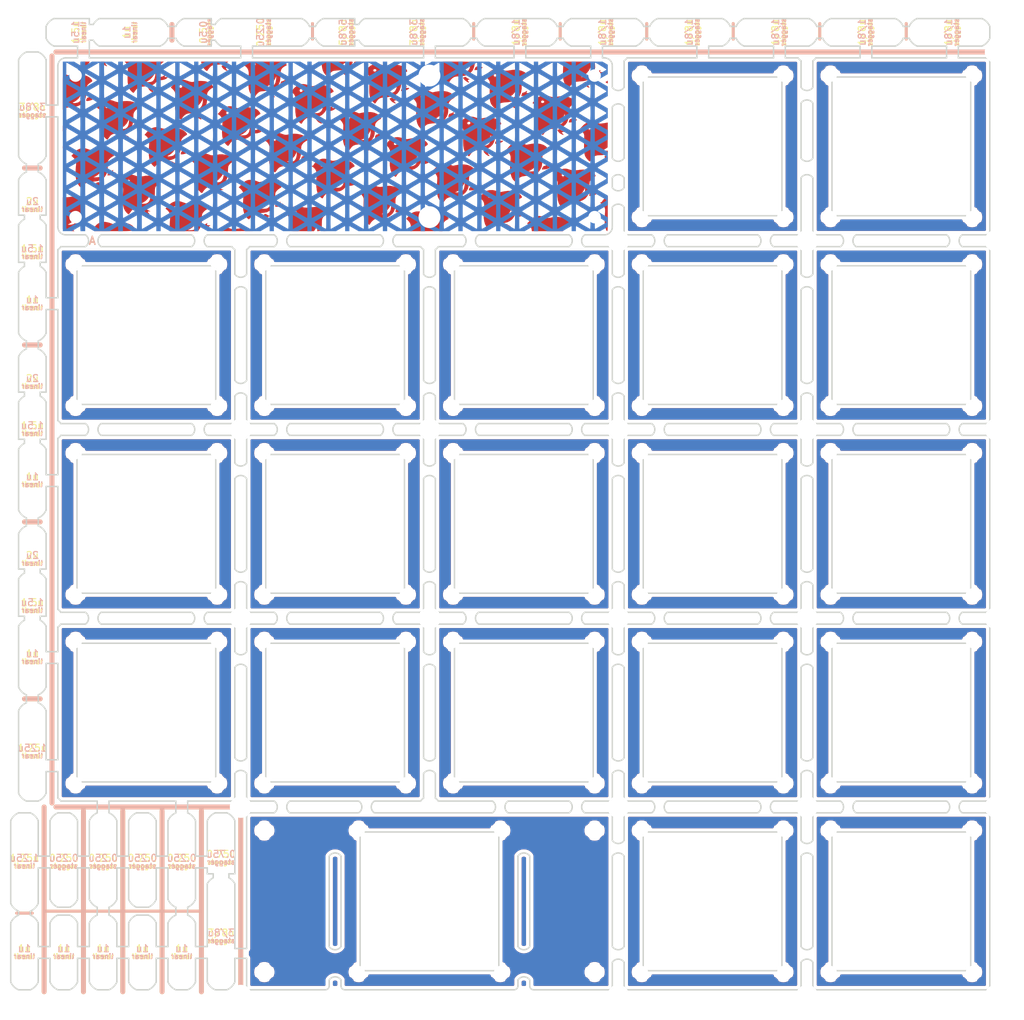
<source format=kicad_pcb>
(kicad_pcb (version 20171130) (host pcbnew "(5.0.2)-1")
  (title_block (title "SU120 Yakitori Keyboard Plate") (rev 6) (company @e3w2q))
  (layers (0 F.Cu signal) (31 B.Cu signal) (34 B.Paste user) (35 F.Paste user) (36 B.SilkS user) (37 F.SilkS user) (38 B.Mask user hide) (39 F.Mask user) (44 Edge.Cuts user))
  (net 0 "")
  (module "#footprint:Chidori_F_Cu" (layer F.Cu) (at 70.643928 66.675168)
    (fp_text reference G*** hide)
    (fp_text value LOGO hide)
    (fp_poly (pts (xy 2.490682 -8.550463) (xy 2.593346 -8.545847) (xy 2.635079 -8.534479) (xy 2.627748 -8.513354) (xy 2.58739 -8.482378) (xy 2.466212 -8.416414) (xy 2.316511 -8.361013) (xy 2.161037 -8.321186) (xy 2.022539 -8.301942) (xy 1.923767 -8.308291) (xy 1.891302 -8.329083) (xy 1.890181 -8.38923) (xy 1.908606 -8.456084) (xy 1.93205 -8.501946) (xy 1.972077 -8.530143) (xy 2.046856 -8.544928) (xy 2.174553 -8.550559) (xy 2.315222 -8.551333) (xy 2.490682 -8.550463)) (layer F.Cu) (width 0.01))
    (fp_poly (pts (xy -23.447509 -8.548194) (xy -23.283299 -8.526609) (xy -23.117983 -8.477519) (xy -23.092833 -8.466667) (xy -22.9235 -8.388279) (xy -23.061083 -8.38514) (xy -23.162351 -8.372658) (xy -23.191343 -8.33533) (xy -23.14934 -8.263897) (xy -23.087061 -8.197273) (xy -23.019776 -8.120833) (xy -23.018702 -8.09118) (xy -23.085348 -8.108154) (xy -23.221223 -8.171591) (xy -23.23952 -8.180917) (xy -23.376671 -8.269391) (xy -23.497952 -8.377101) (xy -23.529082 -8.41375) (xy -23.632851 -8.551333) (xy -23.447509 -8.548194)) (layer F.Cu) (width 0.01))
    (fp_poly (pts (xy -24.922488 -8.3185) (xy -25.007971 -8.200021) (xy -25.079326 -8.116175) (xy -25.119906 -8.085667) (xy -25.168436 -8.114137) (xy -25.254145 -8.188247) (xy -25.343757 -8.27691) (xy -25.439723 -8.383267) (xy -25.506059 -8.46864) (xy -25.527 -8.509744) (xy -25.487283 -8.529213) (xy -25.378449 -8.54344) (xy -25.215972 -8.550731) (xy -25.14634 -8.551333) (xy -24.765679 -8.551333) (xy -24.922488 -8.3185)) (layer F.Cu) (width 0.01))
    (fp_poly (pts (xy 14.64363 -8.233303) (xy 14.624367 -8.159329) (xy 14.606048 -8.109589) (xy 14.585086 -8.04079) (xy 14.604757 -8.00968) (xy 14.683244 -8.001321) (xy 14.738231 -8.001) (xy 14.844708 -7.997525) (xy 14.881422 -7.981091) (xy 14.863184 -7.942684) (xy 14.8536 -7.930791) (xy 14.739097 -7.840561) (xy 14.571886 -7.765247) (xy 14.383877 -7.716913) (xy 14.257966 -7.705597) (xy 14.059099 -7.704667) (xy 14.113456 -7.861673) (xy 14.169845 -7.97662) (xy 14.254378 -8.037305) (xy 14.312323 -8.055623) (xy 14.442826 -8.107983) (xy 14.552083 -8.181163) (xy 14.620992 -8.238649) (xy 14.64363 -8.233303)) (layer F.Cu) (width 0.01))
    (fp_poly (pts (xy -11.180031 -8.133329) (xy -11.100383 -8.08409) (xy -10.983304 -8.021088) (xy -10.943167 -8.001025) (xy -10.773833 -7.918193) (xy -10.912906 -7.917263) (xy -11.004869 -7.911813) (xy -11.028633 -7.88531) (xy -11.001241 -7.821083) (xy -10.934495 -7.725137) (xy -10.883335 -7.674263) (xy -10.846818 -7.632604) (xy -10.872964 -7.619574) (xy -10.945163 -7.634069) (xy -11.046804 -7.674984) (xy -11.070072 -7.686692) (xy -11.263028 -7.815362) (xy -11.393289 -7.973486) (xy -11.413761 -8.010528) (xy -11.4497 -8.092494) (xy -11.432477 -8.131184) (xy -11.360541 -8.154445) (xy -11.246144 -8.158582) (xy -11.180031 -8.133329)) (layer F.Cu) (width 0.01))
    (fp_poly (pts (xy -11.824788 -8.55063) (xy -11.524014 -8.548636) (xy -11.262058 -8.545523) (xy -11.048921 -8.541465) (xy -10.894605 -8.536635) (xy -10.809112 -8.531205) (xy -10.795 -8.527825) (xy -10.830318 -8.4994) (xy -10.922324 -8.448774) (xy -11.03423 -8.394793) (xy -11.159901 -8.343929) (xy -11.29219 -8.307388) (xy -11.453371 -8.280987) (xy -11.665721 -8.260543) (xy -11.799119 -8.251178) (xy -12.057319 -8.230586) (xy -12.245083 -8.205871) (xy -12.376623 -8.174611) (xy -12.458852 -8.138782) (xy -12.578299 -8.043579) (xy -12.713566 -7.89605) (xy -12.843701 -7.720131) (xy -12.8905 -7.645703) (xy -12.922814 -7.608898) (xy -12.967236 -7.614139) (xy -13.044408 -7.667711) (xy -13.093041 -7.70737) (xy -13.248564 -7.876982) (xy -13.38075 -8.096186) (xy -13.469672 -8.329976) (xy -13.484413 -8.394921) (xy -13.513756 -8.551333) (xy -12.154378 -8.551333) (xy -11.824788 -8.55063)) (layer F.Cu) (width 0.01))
    (fp_poly (pts (xy 26.769264 -7.640394) (xy 26.754667 -7.598833) (xy 26.734684 -7.5318) (xy 26.755519 -7.501461) (xy 26.83544 -7.493303) (xy 26.887898 -7.493) (xy 26.994375 -7.489525) (xy 27.031088 -7.473091) (xy 27.012851 -7.434684) (xy 27.003267 -7.422791) (xy 26.888377 -7.332294) (xy 26.720602 -7.256976) (xy 26.531662 -7.208785) (xy 26.405417 -7.197597) (xy 26.288157 -7.20131) (xy 26.215692 -7.211799) (xy 26.204333 -7.219193) (xy 26.219177 -7.269373) (xy 26.255858 -7.364745) (xy 26.265673 -7.388527) (xy 26.326631 -7.49404) (xy 26.402348 -7.533572) (xy 26.429297 -7.535333) (xy 26.535755 -7.561262) (xy 26.639218 -7.62) (xy 26.733876 -7.687615) (xy 26.774897 -7.694839) (xy 26.769264 -7.640394)) (layer F.Cu) (width 0.01))
    (fp_poly (pts (xy 0.974076 -7.596679) (xy 1.056051 -7.548509) (xy 1.161492 -7.478507) (xy 1.281812 -7.422137) (xy 1.359893 -7.388209) (xy 1.358167 -7.371283) (xy 1.3335 -7.368573) (xy 1.23186 -7.346936) (xy 1.18973 -7.32728) (xy 1.161516 -7.290502) (xy 1.189278 -7.235193) (xy 1.240723 -7.179762) (xy 1.306199 -7.107253) (xy 1.311163 -7.075299) (xy 1.278659 -7.069825) (xy 1.194707 -7.091135) (xy 1.087279 -7.142803) (xy 1.077696 -7.148531) (xy 0.979128 -7.222563) (xy 0.874273 -7.321826) (xy 0.78371 -7.424094) (xy 0.728016 -7.507142) (xy 0.719667 -7.535218) (xy 0.756065 -7.568477) (xy 0.843155 -7.598062) (xy 0.974076 -7.596679)) (layer F.Cu) (width 0.01))
    (fp_poly (pts (xy 1.711719 -8.543119) (xy 1.766823 -8.510647) (xy 1.762777 -8.442176) (xy 1.701708 -8.325965) (xy 1.650531 -8.246407) (xy 1.493138 -8.054673) (xy 1.298508 -7.90598) (xy 1.056291 -7.795921) (xy 0.756136 -7.720088) (xy 0.387691 -7.674076) (xy 0.289705 -7.667091) (xy 0.072569 -7.651825) (xy -0.079314 -7.635299) (xy -0.185301 -7.613121) (xy -0.264747 -7.580895) (xy -0.337008 -7.53423) (xy -0.354935 -7.520773) (xy -0.470286 -7.410948) (xy -0.582048 -7.270753) (xy -0.616912 -7.216399) (xy -0.683946 -7.109514) (xy -0.735375 -7.040971) (xy -0.752639 -7.027333) (xy -0.792501 -7.055534) (xy -0.872609 -7.129332) (xy -0.97171 -7.228755) (xy -1.12946 -7.430011) (xy -1.240654 -7.664838) (xy -1.311403 -7.949614) (xy -1.342906 -8.22325) (xy -1.366765 -8.551333) (xy 1.121833 -8.547893) (xy 0.975204 -8.422561) (xy 0.841537 -8.322134) (xy 0.697185 -8.232922) (xy 0.669454 -8.218504) (xy 0.566341 -8.157606) (xy 0.544545 -8.116153) (xy 0.604695 -8.092918) (xy 0.737305 -8.086597) (xy 0.95309 -8.117382) (xy 1.144671 -8.199511) (xy 1.289414 -8.321198) (xy 1.340956 -8.400925) (xy 1.394886 -8.496363) (xy 1.457137 -8.5397) (xy 1.561824 -8.551106) (xy 1.59534 -8.551333) (xy 1.711719 -8.543119)) (layer F.Cu) (width 0.01))
    (fp_poly (pts (xy -17.172736 -7.132394) (xy -17.187333 -7.090833) (xy -17.207316 -7.0238) (xy -17.186481 -6.993461) (xy -17.10656 -6.985303) (xy -17.054102 -6.985) (xy -16.947625 -6.981525) (xy -16.910912 -6.965091) (xy -16.929149 -6.926684) (xy -16.938733 -6.914791) (xy -17.053623 -6.824294) (xy -17.221398 -6.748976) (xy -17.410338 -6.700785) (xy -17.536583 -6.689597) (xy -17.653843 -6.69331) (xy -17.726308 -6.703799) (xy -17.737667 -6.711193) (xy -17.722823 -6.761373) (xy -17.686142 -6.856745) (xy -17.676327 -6.880527) (xy -17.615369 -6.98604) (xy -17.539652 -7.025572) (xy -17.512703 -7.027333) (xy -17.406245 -7.053262) (xy -17.302782 -7.112) (xy -17.208124 -7.179615) (xy -17.167103 -7.186839) (xy -17.172736 -7.132394)) (layer F.Cu) (width 0.01))
    (fp_poly (pts (xy 13.193721 -6.997871) (xy 13.223072 -6.967166) (xy 13.290988 -6.910599) (xy 13.401726 -6.847241) (xy 13.440833 -6.829052) (xy 13.54236 -6.782896) (xy 13.572555 -6.758983) (xy 13.537962 -6.746328) (xy 13.49375 -6.740194) (xy 13.401869 -6.711069) (xy 13.385472 -6.653112) (xy 13.44392 -6.560878) (xy 13.469379 -6.532645) (xy 13.524082 -6.461734) (xy 13.510495 -6.439079) (xy 13.429911 -6.464702) (xy 13.299584 -6.529917) (xy 13.163295 -6.624292) (xy 13.041203 -6.741492) (xy 13.015795 -6.773333) (xy 12.907737 -6.9215) (xy 13.04119 -6.97637) (xy 13.138212 -7.008462) (xy 13.193721 -6.997871)) (layer F.Cu) (width 0.01))
    (fp_poly (pts (xy 12.694867 -8.550032) (xy 13.047199 -8.546115) (xy 13.316179 -8.539562) (xy 13.502445 -8.530352) (xy 13.606634 -8.518464) (xy 13.631333 -8.507314) (xy 13.604878 -8.412858) (xy 13.534298 -8.277307) (xy 13.43277 -8.121896) (xy 13.313472 -7.967858) (xy 13.256989 -7.904095) (xy 13.117205 -7.774217) (xy 12.958742 -7.656577) (xy 12.848167 -7.593022) (xy 12.6365 -7.493827) (xy 12.905269 -7.493414) (xy 13.086992 -7.504608) (xy 13.245502 -7.534636) (xy 13.311085 -7.558034) (xy 13.461887 -7.675221) (xy 13.5749 -7.860973) (xy 13.645413 -8.105915) (xy 13.66427 -8.261002) (xy 13.685043 -8.551333) (xy 13.891021 -8.551333) (xy 14.014114 -8.548628) (xy 14.074643 -8.530645) (xy 14.094714 -8.482584) (xy 14.096497 -8.41375) (xy 14.078273 -8.244308) (xy 14.031612 -8.039701) (xy 13.967013 -7.839949) (xy 13.914514 -7.720097) (xy 13.844393 -7.61881) (xy 13.735521 -7.49672) (xy 13.647714 -7.412965) (xy 13.395494 -7.242415) (xy 13.090717 -7.130374) (xy 12.728533 -7.075339) (xy 12.536791 -7.068737) (xy 12.297232 -7.059548) (xy 12.118888 -7.031248) (xy 11.999748 -6.990094) (xy 11.823683 -6.876171) (xy 11.661467 -6.712759) (xy 11.54584 -6.532903) (xy 11.544998 -6.531064) (xy 11.497607 -6.458784) (xy 11.439048 -6.444486) (xy 11.357995 -6.491867) (xy 11.243123 -6.604622) (xy 11.210772 -6.640143) (xy 11.028566 -6.90097) (xy 10.947131 -7.095226) (xy 10.895109 -7.318494) (xy 10.858826 -7.592761) (xy 10.840724 -7.885411) (xy 10.843243 -8.163827) (xy 10.855986 -8.313037) (xy 10.885759 -8.551333) (xy 12.258546 -8.551333) (xy 12.694867 -8.550032)) (layer F.Cu) (width 0.01))
    (fp_poly (pts (xy 27.512645 -6.598942) (xy 27.516664 -6.505755) (xy 27.516667 -6.501191) (xy 27.514064 -6.402862) (xy 27.507645 -6.354097) (xy 27.506083 -6.352865) (xy 27.464605 -6.37117) (xy 27.40025 -6.401668) (xy 27.327367 -6.452185) (xy 27.304743 -6.498404) (xy 27.342366 -6.519316) (xy 27.344309 -6.519333) (xy 27.4029 -6.54635) (xy 27.450143 -6.585857) (xy 27.493936 -6.621233) (xy 27.512645 -6.598942)) (layer F.Cu) (width 0.01))
    (fp_poly (pts (xy -4.968705 -6.712264) (xy -5.008903 -6.612811) (xy -5.021029 -6.582833) (xy -5.020448 -6.542384) (xy -4.965146 -6.522909) (xy -4.862279 -6.517996) (xy -4.677833 -6.516658) (xy -4.79432 -6.414133) (xy -4.975962 -6.303739) (xy -5.208225 -6.238126) (xy -5.391446 -6.223236) (xy -5.496406 -6.229594) (xy -5.534261 -6.254601) (xy -5.528849 -6.290433) (xy -5.497869 -6.385331) (xy -5.477397 -6.459766) (xy -5.425878 -6.543658) (xy -5.356485 -6.561667) (xy -5.263413 -6.584898) (xy -5.144028 -6.643161) (xy -5.101612 -6.669931) (xy -5.003378 -6.729428) (xy -4.96527 -6.733125) (xy -4.968705 -6.712264)) (layer F.Cu) (width 0.01))
    (fp_poly (pts (xy 25.353635 -6.439996) (xy 25.433284 -6.390757) (xy 25.550363 -6.327754) (xy 25.5905 -6.307692) (xy 25.759833 -6.22486) (xy 25.62076 -6.22393) (xy 25.528797 -6.218479) (xy 25.505033 -6.191976) (xy 25.532425 -6.12775) (xy 25.599172 -6.031803) (xy 25.650331 -5.98093) (xy 25.686848 -5.93927) (xy 25.660702 -5.926241) (xy 25.588504 -5.940736) (xy 25.486863 -5.981651) (xy 25.463594 -5.993359) (xy 25.270638 -6.122029) (xy 25.140377 -6.280152) (xy 25.119906 -6.317195) (xy 25.083967 -6.399161) (xy 25.10119 -6.437851) (xy 25.173126 -6.461112) (xy 25.287522 -6.465249) (xy 25.353635 -6.439996)) (layer F.Cu) (width 0.01))
    (fp_poly (pts (xy 26.227821 -8.314579) (xy 26.241321 -7.943583) (xy 26.190003 -7.594379) (xy 26.077519 -7.281063) (xy 25.907524 -7.017735) (xy 25.885095 -6.992009) (xy 25.733601 -6.844105) (xy 25.571604 -6.733993) (xy 25.382224 -6.655327) (xy 25.148582 -6.601759) (xy 24.853796 -6.566943) (xy 24.730361 -6.557836) (xy 24.472281 -6.53702) (xy 24.284703 -6.511916) (xy 24.153486 -6.480098) (xy 24.074814 -6.445449) (xy 23.955368 -6.350246) (xy 23.8201 -6.202717) (xy 23.689966 -6.026798) (xy 23.643167 -5.95237) (xy 23.610853 -5.915565) (xy 23.56643 -5.920806) (xy 23.489258 -5.974378) (xy 23.440626 -6.014036) (xy 23.270198 -6.192364) (xy 23.142753 -6.413062) (xy 23.056236 -6.683898) (xy 23.012477 -6.985827) (xy 24.786167 -6.985827) (xy 25.075968 -6.985414) (xy 25.309715 -7.000315) (xy 25.468152 -7.04622) (xy 25.484728 -7.055271) (xy 25.630176 -7.185204) (xy 25.731603 -7.379362) (xy 25.790992 -7.64221) (xy 25.80388 -7.774208) (xy 25.826448 -8.106833) (xy 25.737376 -7.884878) (xy 25.623797 -7.674329) (xy 25.459396 -7.460601) (xy 25.267027 -7.268436) (xy 25.069544 -7.122574) (xy 24.997962 -7.084456) (xy 24.786167 -6.985827) (xy 23.012477 -6.985827) (xy 23.00859 -7.01264) (xy 22.997762 -7.407057) (xy 23.006703 -7.65386) (xy 23.01847 -7.882032) (xy 23.028207 -8.093463) (xy 23.035008 -8.26678) (xy 23.037967 -8.380607) (xy 23.038022 -8.392583) (xy 23.037792 -8.551333) (xy 26.198241 -8.551333) (xy 26.227821 -8.314579)) (layer F.Cu) (width 0.01))
    (fp_poly (pts (xy 7.223295 -6.077264) (xy 7.182729 -5.976748) (xy 7.169028 -5.94277) (xy 7.163908 -5.900533) (xy 7.20681 -5.885244) (xy 7.315282 -5.89079) (xy 7.317579 -5.891009) (xy 7.431867 -5.893047) (xy 7.479795 -5.873228) (xy 7.479692 -5.864322) (xy 7.423872 -5.80178) (xy 7.308579 -5.733471) (xy 7.157466 -5.669708) (xy 6.994187 -5.620805) (xy 6.872336 -5.599481) (xy 6.737817 -5.588043) (xy 6.670062 -5.59222) (xy 6.651972 -5.615991) (xy 6.660598 -5.648779) (xy 6.693926 -5.750027) (xy 6.714603 -5.824766) (xy 6.766122 -5.908658) (xy 6.835515 -5.926667) (xy 6.928587 -5.949898) (xy 7.047972 -6.008161) (xy 7.090388 -6.034931) (xy 7.188622 -6.094428) (xy 7.22673 -6.098125) (xy 7.223295 -6.077264)) (layer F.Cu) (width 0.01))
    (fp_poly (pts (xy -18.588365 -5.931996) (xy -18.508716 -5.882757) (xy -18.391637 -5.819754) (xy -18.3515 -5.799692) (xy -18.182167 -5.71686) (xy -18.32124 -5.71593) (xy -18.413203 -5.710479) (xy -18.436967 -5.683976) (xy -18.409575 -5.61975) (xy -18.342828 -5.523803) (xy -18.291669 -5.47293) (xy -18.255152 -5.43127) (xy -18.281298 -5.418241) (xy -18.353496 -5.432736) (xy -18.455137 -5.473651) (xy -18.478406 -5.485359) (xy -18.671362 -5.614029) (xy -18.801623 -5.772152) (xy -18.822094 -5.809195) (xy -18.858033 -5.891161) (xy -18.84081 -5.929851) (xy -18.768874 -5.953112) (xy -18.654478 -5.957249) (xy -18.588365 -5.931996)) (layer F.Cu) (width 0.01))
    (fp_poly (pts (xy -17.293167 -8.548651) (xy -17.407273 -8.463478) (xy -17.533081 -8.352755) (xy -17.620491 -8.228479) (xy -17.675774 -8.073094) (xy -17.7052 -7.869043) (xy -17.715018 -7.601872) (xy -17.727782 -7.28437) (xy -17.76472 -7.030477) (xy -17.831656 -6.821149) (xy -17.934414 -6.63734) (xy -18.056905 -6.484009) (xy -18.208399 -6.336105) (xy -18.370396 -6.225993) (xy -18.559776 -6.147327) (xy -18.793418 -6.093759) (xy -19.088204 -6.058943) (xy -19.211639 -6.049836) (xy -19.469719 -6.02902) (xy -19.657297 -6.003916) (xy -19.788514 -5.972098) (xy -19.867186 -5.937449) (xy -19.986632 -5.842246) (xy -20.1219 -5.694717) (xy -20.252034 -5.518798) (xy -20.298833 -5.44437) (xy -20.331147 -5.407565) (xy -20.37557 -5.412806) (xy -20.452742 -5.466378) (xy -20.501374 -5.506036) (xy -20.671863 -5.684431) (xy -20.799329 -5.905196) (xy -20.885828 -6.176097) (xy -20.929495 -6.477827) (xy -19.155833 -6.477827) (xy -18.866032 -6.477414) (xy -18.632285 -6.492315) (xy -18.473848 -6.53822) (xy -18.457272 -6.547271) (xy -18.311824 -6.677204) (xy -18.210397 -6.871362) (xy -18.151008 -7.13421) (xy -18.13812 -7.266208) (xy -18.115552 -7.598833) (xy -18.204624 -7.376878) (xy -18.318203 -7.166329) (xy -18.482604 -6.952601) (xy -18.674973 -6.760436) (xy -18.872456 -6.614574) (xy -18.944038 -6.576456) (xy -19.155833 -6.477827) (xy -20.929495 -6.477827) (xy -20.933413 -6.504898) (xy -20.944138 -6.899364) (xy -20.935138 -7.14586) (xy -20.918857 -7.473298) (xy -20.911521 -7.729282) (xy -20.915118 -7.926737) (xy -20.931636 -8.078591) (xy -20.963063 -8.197768) (xy -21.011388 -8.297196) (xy -21.078598 -8.3898) (xy -21.136665 -8.456084) (xy -21.223759 -8.551333) (xy -17.293167 -8.548651)) (layer F.Cu) (width 0.01))
    (fp_poly (pts (xy 19.372962 -5.569264) (xy 19.332396 -5.468748) (xy 19.318694 -5.43477) (xy 19.313575 -5.392533) (xy 19.356476 -5.377244) (xy 19.464949 -5.38279) (xy 19.467246 -5.383009) (xy 19.581533 -5.385047) (xy 19.629462 -5.365228) (xy 19.629359 -5.356322) (xy 19.573538 -5.29378) (xy 19.458246 -5.225471) (xy 19.307133 -5.161708) (xy 19.143854 -5.112805) (xy 19.022003 -5.091481) (xy 18.887483 -5.080043) (xy 18.819728 -5.08422) (xy 18.801638 -5.107991) (xy 18.810265 -5.140779) (xy 18.843592 -5.242027) (xy 18.86427 -5.316766) (xy 18.915789 -5.400658) (xy 18.985182 -5.418667) (xy 19.078253 -5.441898) (xy 19.197638 -5.500161) (xy 19.240054 -5.526931) (xy 19.338289 -5.586428) (xy 19.376396 -5.590125) (xy 19.372962 -5.569264)) (layer F.Cu) (width 0.01))
    (fp_poly (pts (xy -6.394704 -5.479342) (xy -6.367112 -5.45652) (xy -6.280299 -5.391004) (xy -6.159832 -5.332298) (xy -6.143798 -5.326487) (xy -5.990167 -5.273454) (xy -6.134196 -5.250811) (xy -6.278225 -5.228167) (xy -6.162183 -5.090583) (xy -6.094372 -5.003276) (xy -6.083326 -4.963495) (xy -6.134582 -4.968868) (xy -6.253678 -5.017026) (xy -6.292869 -5.03464) (xy -6.397827 -5.10042) (xy -6.504955 -5.195505) (xy -6.597109 -5.300225) (xy -6.657142 -5.394911) (xy -6.667909 -5.459891) (xy -6.666254 -5.463017) (xy -6.596395 -5.506823) (xy -6.492327 -5.51197) (xy -6.394704 -5.479342)) (layer F.Cu) (width 0.01))
    (fp_poly (pts (xy -5.050336 -8.456083) (xy -4.969496 -8.35395) (xy -4.916988 -8.270292) (xy -4.894903 -8.204504) (xy -4.926817 -8.161219) (xy -5.001988 -8.125244) (xy -5.128162 -8.058144) (xy -5.252221 -7.970875) (xy -5.256478 -7.967325) (xy -5.363248 -7.863599) (xy -5.437275 -7.750799) (xy -5.484302 -7.610817) (xy -5.510069 -7.425546) (xy -5.520318 -7.176877) (xy -5.520867 -7.133448) (xy -5.534603 -6.81565) (xy -5.57283 -6.56175) (xy -5.64186 -6.352951) (xy -5.748005 -6.17046) (xy -5.897577 -5.995481) (xy -5.90586 -5.987047) (xy -6.051442 -5.85551) (xy -6.202958 -5.757489) (xy -6.377561 -5.687069) (xy -6.592406 -5.638338) (xy -6.864646 -5.605382) (xy -7.053972 -5.591269) (xy -7.284502 -5.574353) (xy -7.448097 -5.555548) (xy -7.562474 -5.531425) (xy -7.64535 -5.498557) (xy -7.696218 -5.467016) (xy -7.835603 -5.349168) (xy -7.959863 -5.211921) (xy -8.045744 -5.082381) (xy -8.064428 -5.037895) (xy -8.109684 -4.9676) (xy -8.182905 -4.966584) (xy -8.289724 -5.036281) (xy -8.37714 -5.117474) (xy -8.521964 -5.294638) (xy -8.627893 -5.503892) (xy -8.699504 -5.759262) (xy -8.733305 -6.013981) (xy -6.963833 -6.013981) (xy -6.684344 -6.012657) (xy -6.505856 -6.019373) (xy -6.378719 -6.046361) (xy -6.270628 -6.100832) (xy -6.261011 -6.107142) (xy -6.11448 -6.244456) (xy -6.014826 -6.434523) (xy -5.957788 -6.687007) (xy -5.944882 -6.823652) (xy -5.935631 -6.979777) (xy -5.934382 -7.060369) (xy -5.943435 -7.074374) (xy -5.965091 -7.030732) (xy -5.985198 -6.980328) (xy -6.149424 -6.664274) (xy -6.3717 -6.392855) (xy -6.638705 -6.180993) (xy -6.757949 -6.11484) (xy -6.963833 -6.013981) (xy -8.733305 -6.013981) (xy -8.741373 -6.074776) (xy -8.753006 -6.269644) (xy -8.757152 -6.50922) (xy -8.752246 -6.759488) (xy -8.739398 -6.984498) (xy -8.727388 -7.099625) (xy -8.711472 -7.423698) (xy -8.759362 -7.694183) (xy -8.87238 -7.914624) (xy -9.05185 -8.088565) (xy -9.110847 -8.127394) (xy -9.190456 -8.179887) (xy -9.202838 -8.208464) (xy -9.154725 -8.230424) (xy -9.151351 -8.2315) (xy -9.074884 -8.284367) (xy -9.021824 -8.34792) (xy -8.332333 -8.34792) (xy -8.321432 -8.242656) (xy -8.270036 -8.165824) (xy -8.197309 -8.142881) (xy -8.181255 -8.14724) (xy -8.105756 -8.168355) (xy -8.086734 -8.170333) (xy -8.03973 -8.20517) (xy -8.022521 -8.286197) (xy -8.041655 -8.378191) (xy -8.046333 -8.387604) (xy -8.11853 -8.452191) (xy -8.212678 -8.461741) (xy -8.295468 -8.420876) (xy -8.332333 -8.34792) (xy -9.021824 -8.34792) (xy -8.994555 -8.380581) (xy -8.979169 -8.405044) (xy -8.892856 -8.551333) (xy -5.137092 -8.551333) (xy -5.050336 -8.456083)) (layer F.Cu) (width 0.01))
    (fp_poly (pts (xy -24.598193 -5.009855) (xy -24.62965 -4.916547) (xy -24.618655 -4.874982) (xy -24.549334 -4.868758) (xy -24.468282 -4.875626) (xy -24.353371 -4.876694) (xy -24.318056 -4.851243) (xy -24.361973 -4.800583) (xy -24.484754 -4.726027) (xy -24.514247 -4.710658) (xy -24.649792 -4.654203) (xy -24.802527 -4.609608) (xy -24.947416 -4.581887) (xy -25.059425 -4.576049) (xy -25.109561 -4.591492) (xy -25.120866 -4.65413) (xy -25.096896 -4.750404) (xy -25.051691 -4.845634) (xy -24.999291 -4.905141) (xy -24.980147 -4.911177) (xy -24.90517 -4.931551) (xy -24.79235 -4.982534) (xy -24.735777 -5.013121) (xy -24.558387 -5.114554) (xy -24.598193 -5.009855)) (layer F.Cu) (width 0.01))
    (fp_poly (pts (xy 5.763461 -4.90153) (xy 5.80509 -4.861304) (xy 5.816726 -4.845624) (xy 5.885522 -4.791065) (xy 5.99799 -4.73562) (xy 6.033032 -4.72257) (xy 6.201777 -4.664558) (xy 6.059119 -4.627591) (xy 5.916461 -4.590625) (xy 6.03116 -4.454313) (xy 6.098116 -4.371877) (xy 6.13119 -4.325366) (xy 6.131513 -4.321342) (xy 6.085854 -4.336321) (xy 5.995042 -4.367984) (xy 5.990167 -4.369712) (xy 5.761492 -4.489056) (xy 5.596444 -4.660716) (xy 5.574957 -4.695073) (xy 5.498413 -4.826225) (xy 5.609463 -4.868446) (xy 5.709229 -4.902702) (xy 5.763461 -4.90153)) (layer F.Cu) (width 0.01))
    (fp_poly (pts (xy 4.320598 -8.325516) (xy 4.489645 -8.28821) (xy 4.668873 -8.235471) (xy 4.687723 -8.229064) (xy 4.839572 -8.179993) (xy 4.968769 -8.150086) (xy 5.096589 -8.138997) (xy 5.244309 -8.146381) (xy 5.433203 -8.17189) (xy 5.672667 -8.213046) (xy 6.009157 -8.242184) (xy 6.348119 -8.214938) (xy 6.666847 -8.135665) (xy 6.942634 -8.008722) (xy 7.025263 -7.953504) (xy 7.11681 -7.867647) (xy 7.196182 -7.76275) (xy 7.251556 -7.660012) (xy 7.271111 -7.58063) (xy 7.251612 -7.547648) (xy 7.116385 -7.474286) (xy 6.963708 -7.352626) (xy 6.821533 -7.205834) (xy 6.786438 -7.162108) (xy 6.715335 -7.064303) (xy 6.676016 -6.985436) (xy 6.661836 -6.89644) (xy 6.66615 -6.768248) (xy 6.674009 -6.670366) (xy 6.674812 -6.306728) (xy 6.618116 -5.962693) (xy 6.508075 -5.660573) (xy 6.473942 -5.596347) (xy 6.323151 -5.384026) (xy 6.135783 -5.219643) (xy 5.901774 -5.098446) (xy 5.611061 -5.015682) (xy 5.253582 -4.966597) (xy 5.120505 -4.957054) (xy 4.848484 -4.934389) (xy 4.643297 -4.897503) (xy 4.487332 -4.83828) (xy 4.362977 -4.748606) (xy 4.25262 -4.620368) (xy 4.190229 -4.528465) (xy 4.113009 -4.415938) (xy 4.051012 -4.339569) (xy 4.023046 -4.318) (xy 3.979791 -4.3467) (xy 3.898012 -4.42175) (xy 3.800836 -4.521215) (xy 3.673693 -4.672846) (xy 3.580229 -4.827573) (xy 3.515893 -5.001802) (xy 3.476135 -5.211938) (xy 3.462858 -5.388527) (xy 5.291667 -5.388527) (xy 5.33017 -5.379752) (xy 5.430922 -5.378224) (xy 5.566377 -5.383962) (xy 5.78363 -5.413293) (xy 5.931868 -5.470805) (xy 5.955056 -5.486544) (xy 6.098188 -5.640868) (xy 6.194545 -5.857557) (xy 6.246306 -6.141792) (xy 6.250126 -6.187372) (xy 6.272976 -6.498167) (xy 6.147561 -6.241214) (xy 5.972003 -5.943396) (xy 5.764896 -5.713148) (xy 5.516437 -5.537437) (xy 5.398212 -5.467396) (xy 5.316794 -5.412812) (xy 5.291667 -5.388527) (xy 3.462858 -5.388527) (xy 3.456402 -5.474384) (xy 3.45203 -5.7785) (xy 3.453989 -6.028531) (xy 3.457982 -6.280557) (xy 3.463442 -6.506447) (xy 3.469805 -6.678066) (xy 3.470339 -6.688667) (xy 3.473555 -6.889577) (xy 3.456627 -7.031757) (xy 3.417722 -7.137466) (xy 3.352535 -7.232699) (xy 3.257384 -7.340597) (xy 3.153411 -7.440611) (xy 3.061758 -7.512187) (xy 3.008427 -7.535334) (xy 3.012265 -7.562331) (xy 3.063174 -7.631006) (xy 3.10515 -7.678184) (xy 3.123017 -7.697328) (xy 3.850852 -7.697328) (xy 3.868591 -7.596361) (xy 3.926112 -7.54724) (xy 4.020585 -7.539096) (xy 4.115308 -7.571147) (xy 4.151611 -7.602382) (xy 4.182226 -7.687939) (xy 4.142904 -7.762193) (xy 4.048002 -7.805889) (xy 3.996466 -7.8105) (xy 3.892704 -7.780206) (xy 3.850852 -7.697328) (xy 3.123017 -7.697328) (xy 3.216092 -7.797051) (xy 3.344116 -7.934247) (xy 3.399323 -7.993419) (xy 3.591982 -8.148678) (xy 3.831467 -8.266436) (xy 4.082945 -8.331552) (xy 4.19606 -8.339667) (xy 4.320598 -8.325516)) (layer F.Cu) (width 0.01))
    (fp_poly (pts (xy -12.365037 -4.50797) (xy -12.3843 -4.433996) (xy -12.402619 -4.384256) (xy -12.42358 -4.315457) (xy -12.40391 -4.284347) (xy -12.325422 -4.275987) (xy -12.270436 -4.275667) (xy -12.163959 -4.272192) (xy -12.127245 -4.255758) (xy -12.145483 -4.217351) (xy -12.155067 -4.205458) (xy -12.269569 -4.115228) (xy -12.43678 -4.039914) (xy -12.624789 -3.99158) (xy -12.750701 -3.980263) (xy -12.949568 -3.979333) (xy -12.895211 -4.13634) (xy -12.838822 -4.251287) (xy -12.754289 -4.311972) (xy -12.696344 -4.33029) (xy -12.56584 -4.382649) (xy -12.456583 -4.45583) (xy -12.387675 -4.513315) (xy -12.365037 -4.50797)) (layer F.Cu) (width 0.01))
    (fp_poly (pts (xy 17.913127 -4.39353) (xy 17.954757 -4.353304) (xy 17.966393 -4.337624) (xy 18.035189 -4.283065) (xy 18.147656 -4.22762) (xy 18.182698 -4.21457) (xy 18.351444 -4.156558) (xy 18.208786 -4.119591) (xy 18.066127 -4.082625) (xy 18.180827 -3.946313) (xy 18.247782 -3.863877) (xy 18.280857 -3.817366) (xy 18.28118 -3.813342) (xy 18.235521 -3.828321) (xy 18.144709 -3.859984) (xy 18.139833 -3.861712) (xy 17.911159 -3.981056) (xy 17.746111 -4.152716) (xy 17.724623 -4.187073) (xy 17.64808 -4.318225) (xy 17.759129 -4.360446) (xy 17.858896 -4.394702) (xy 17.913127 -4.39353)) (layer F.Cu) (width 0.01))
    (fp_poly (pts (xy 16.470265 -7.817516) (xy 16.639312 -7.78021) (xy 16.81854 -7.727471) (xy 16.83739 -7.721064) (xy 16.989239 -7.671993) (xy 17.118436 -7.642086) (xy 17.246256 -7.630997) (xy 17.393975 -7.638381) (xy 17.58287 -7.66389) (xy 17.822333 -7.705046) (xy 18.158824 -7.734184) (xy 18.497786 -7.706938) (xy 18.816514 -7.627665) (xy 19.092301 -7.500722) (xy 19.174929 -7.445504) (xy 19.266476 -7.359647) (xy 19.345848 -7.25475) (xy 19.401223 -7.152012) (xy 19.420777 -7.07263) (xy 19.401279 -7.039648) (xy 19.266052 -6.966286) (xy 19.113375 -6.844626) (xy 18.9712 -6.697834) (xy 18.936105 -6.654108) (xy 18.865001 -6.556303) (xy 18.825682 -6.477436) (xy 18.811503 -6.38844) (xy 18.815817 -6.260248) (xy 18.823676 -6.162366) (xy 18.824479 -5.798728) (xy 18.767782 -5.454693) (xy 18.657742 -5.152573) (xy 18.623609 -5.088347) (xy 18.472818 -4.876026) (xy 18.28545 -4.711643) (xy 18.05144 -4.590446) (xy 17.760728 -4.507682) (xy 17.403248 -4.458597) (xy 17.270172 -4.449054) (xy 16.998151 -4.426389) (xy 16.792963 -4.389503) (xy 16.636998 -4.33028) (xy 16.512643 -4.240606) (xy 16.402286 -4.112368) (xy 16.339895 -4.020465) (xy 16.262675 -3.907938) (xy 16.200679 -3.831569) (xy 16.172713 -3.81) (xy 16.129458 -3.8387) (xy 16.047678 -3.91375) (xy 15.950502 -4.013215) (xy 15.823359 -4.164846) (xy 15.729896 -4.319573) (xy 15.66556 -4.493802) (xy 15.625802 -4.703938) (xy 15.612525 -4.880527) (xy 17.441333 -4.880527) (xy 17.479837 -4.871752) (xy 17.580589 -4.870224) (xy 17.716044 -4.875962) (xy 17.933297 -4.905293) (xy 18.081534 -4.962805) (xy 18.104722 -4.978544) (xy 18.247855 -5.132868) (xy 18.344211 -5.349557) (xy 18.395973 -5.633792) (xy 18.399792 -5.679372) (xy 18.422642 -5.990167) (xy 18.297227 -5.733214) (xy 18.121669 -5.435396) (xy 17.914563 -5.205148) (xy 17.666103 -5.029437) (xy 17.547879 -4.959396) (xy 17.466461 -4.904812) (xy 17.441333 -4.880527) (xy 15.612525 -4.880527) (xy 15.606069 -4.966384) (xy 15.601697 -5.2705) (xy 15.603656 -5.520531) (xy 15.607648 -5.772557) (xy 15.613109 -5.998447) (xy 15.619472 -6.170066) (xy 15.620006 -6.180667) (xy 15.623222 -6.381577) (xy 15.606294 -6.523757) (xy 15.567388 -6.629466) (xy 15.502201 -6.724699) (xy 15.407051 -6.832597) (xy 15.303078 -6.932611) (xy 15.211425 -7.004187) (xy 15.158093 -7.027334) (xy 15.161932 -7.054331) (xy 15.212841 -7.123006) (xy 15.254817 -7.170184) (xy 15.272684 -7.189328) (xy 16.000518 -7.189328) (xy 16.018258 -7.088361) (xy 16.075778 -7.03924) (xy 16.170251 -7.031096) (xy 16.264975 -7.063147) (xy 16.301278 -7.094382) (xy 16.331893 -7.179939) (xy 16.292571 -7.254193) (xy 16.197669 -7.297889) (xy 16.146132 -7.3025) (xy 16.04237 -7.272206) (xy 16.000518 -7.189328) (xy 15.272684 -7.189328) (xy 15.365759 -7.289051) (xy 15.493783 -7.426247) (xy 15.54899 -7.485419) (xy 15.741649 -7.640678) (xy 15.981134 -7.758436) (xy 16.232611 -7.823552) (xy 16.345727 -7.831667) (xy 16.470265 -7.817516)) (layer F.Cu) (width 0.01))
    (fp_poly (pts (xy -27.342696 -7.309416) (xy -27.220876 -7.272002) (xy -27.072345 -7.219431) (xy -27.068093 -7.217834) (xy -26.883343 -7.154228) (xy -26.732679 -7.122185) (xy -26.584842 -7.120236) (xy -26.408578 -7.146913) (xy -26.259877 -7.179867) (xy -25.880436 -7.232647) (xy -25.502588 -7.216657) (xy -25.148409 -7.133659) (xy -25.014806 -7.080507) (xy -24.828896 -6.977581) (xy -24.672723 -6.856198) (xy -24.561953 -6.731304) (xy -24.512252 -6.61784) (xy -24.511 -6.599932) (xy -24.545461 -6.5465) (xy -24.632997 -6.478144) (xy -24.690917 -6.44391) (xy -24.828967 -6.346558) (xy -24.959128 -6.218265) (xy -24.994672 -6.172894) (xy -25.048101 -6.093119) (xy -25.083783 -6.019865) (xy -25.105644 -5.933221) (xy -25.117609 -5.813281) (xy -25.123603 -5.640136) (xy -25.125893 -5.507412) (xy -25.136863 -5.218128) (xy -25.16083 -5.000337) (xy -25.199228 -4.841658) (xy -25.204874 -4.826) (xy -25.330171 -4.56142) (xy -25.491427 -4.350654) (xy -25.697232 -4.188675) (xy -25.95618 -4.070453) (xy -26.276862 -3.99096) (xy -26.667871 -3.945167) (xy -26.715356 -3.941983) (xy -26.939152 -3.925546) (xy -27.097052 -3.906755) (xy -27.207813 -3.881806) (xy -27.290192 -3.846896) (xy -27.339773 -3.815384) (xy -27.474333 -3.719568) (xy -27.474333 -4.420101) (xy -26.485659 -4.420101) (xy -26.4795 -4.402667) (xy -26.4155 -4.370111) (xy -26.296993 -4.362167) (xy -26.149896 -4.376974) (xy -26.000125 -4.412671) (xy -25.921067 -4.442748) (xy -25.767357 -4.54404) (xy -25.657037 -4.693956) (xy -25.58496 -4.902796) (xy -25.545982 -5.180859) (xy -25.544887 -5.195664) (xy -25.521394 -5.5245) (xy -25.624073 -5.284114) (xy -25.705714 -5.118354) (xy -25.803192 -4.955135) (xy -25.859835 -4.875696) (xy -25.959652 -4.769847) (xy -26.089916 -4.658086) (xy -26.228793 -4.556241) (xy -26.354449 -4.480142) (xy -26.445049 -4.445616) (xy -26.453955 -4.445) (xy -26.485659 -4.420101) (xy -27.474333 -4.420101) (xy -27.474333 -5.521618) (xy -27.474024 -5.964662) (xy -27.472931 -6.330197) (xy -27.470805 -6.625379) (xy -27.467398 -6.857364) (xy -27.462462 -7.033309) (xy -27.455748 -7.160369) (xy -27.447009 -7.245701) (xy -27.435996 -7.29646) (xy -27.42246 -7.319802) (xy -27.4118 -7.323667) (xy -27.342696 -7.309416)) (layer F.Cu) (width 0.01))
    (fp_poly (pts (xy -0.227372 -4.045264) (xy -0.26757 -3.945811) (xy -0.279696 -3.915833) (xy -0.279115 -3.875384) (xy -0.223812 -3.855909) (xy -0.120946 -3.850996) (xy 0.0635 -3.849658) (xy -0.052987 -3.747133) (xy -0.234629 -3.636739) (xy -0.466891 -3.571126) (xy -0.650113 -3.556236) (xy -0.755073 -3.562594) (xy -0.792928 -3.587601) (xy -0.787515 -3.623433) (xy -0.756536 -3.718331) (xy -0.736064 -3.792766) (xy -0.684545 -3.876658) (xy -0.615152 -3.894667) (xy -0.52208 -3.917898) (xy -0.402695 -3.976161) (xy -0.360279 -4.002931) (xy -0.262044 -4.062428) (xy -0.223937 -4.066125) (xy -0.227372 -4.045264)) (layer F.Cu) (width 0.01))
    (fp_poly (pts (xy -26.03459 -3.871345) (xy -25.952616 -3.823176) (xy -25.847175 -3.753173) (xy -25.726854 -3.696804) (xy -25.648774 -3.662876) (xy -25.6505 -3.645949) (xy -25.675167 -3.643239) (xy -25.776806 -3.621603) (xy -25.818936 -3.601947) (xy -25.84715 -3.565169) (xy -25.819389 -3.50986) (xy -25.767944 -3.454429) (xy -25.702468 -3.38192) (xy -25.697504 -3.349965) (xy -25.730008 -3.344492) (xy -25.81396 -3.365802) (xy -25.921388 -3.41747) (xy -25.930971 -3.423197) (xy -26.029539 -3.49723) (xy -26.134393 -3.596493) (xy -26.224957 -3.698761) (xy -26.280651 -3.781809) (xy -26.289 -3.809885) (xy -26.252601 -3.843143) (xy -26.165512 -3.872729) (xy -26.03459 -3.871345)) (layer F.Cu) (width 0.01))
    (fp_poly (pts (xy 11.955345 -3.365345) (xy 11.945025 -3.299086) (xy 11.971848 -3.268565) (xy 12.055691 -3.260017) (xy 12.107927 -3.259667) (xy 12.216876 -3.256338) (xy 12.256096 -3.240607) (xy 12.240439 -3.203857) (xy 12.228933 -3.189458) (xy 12.114043 -3.098961) (xy 11.946268 -3.023643) (xy 11.757329 -2.975452) (xy 11.631083 -2.964263) (xy 11.513851 -2.970521) (xy 11.441381 -2.987485) (xy 11.43 -2.99935) (xy 11.442872 -3.061091) (xy 11.474093 -3.161803) (xy 11.476474 -3.168683) (xy 11.53454 -3.271532) (xy 11.614058 -3.302158) (xy 11.710326 -3.323906) (xy 11.827098 -3.377021) (xy 11.843517 -3.38667) (xy 11.981868 -3.471023) (xy 11.955345 -3.365345)) (layer F.Cu) (width 0.01))
    (fp_poly (pts (xy -13.814945 -3.272537) (xy -13.785595 -3.241833) (xy -13.717679 -3.185266) (xy -13.60694 -3.121907) (xy -13.567833 -3.103719) (xy -13.466307 -3.057562) (xy -13.436111 -3.03365) (xy -13.470704 -3.020995) (xy -13.514917 -3.014861) (xy -13.606798 -2.985735) (xy -13.623195 -2.927779) (xy -13.564747 -2.835544) (xy -13.539288 -2.807312) (xy -13.484585 -2.736401) (xy -13.498172 -2.713746) (xy -13.578755 -2.739368) (xy -13.709082 -2.804583) (xy -13.845372 -2.898958) (xy -13.967464 -3.016159) (xy -13.992872 -3.048) (xy -14.100929 -3.196167) (xy -13.967476 -3.251036) (xy -13.870455 -3.283129) (xy -13.814945 -3.272537)) (layer F.Cu) (width 0.01))
    (fp_poly (pts (xy -15.140697 -6.691209) (xy -15.007167 -6.648467) (xy -14.787344 -6.571127) (xy -14.626188 -6.521204) (xy -14.503224 -6.496043) (xy -14.397972 -6.492989) (xy -14.289956 -6.509385) (xy -14.169026 -6.539774) (xy -13.963097 -6.581699) (xy -13.73003 -6.599668) (xy -13.479106 -6.597623) (xy -13.270982 -6.587343) (xy -13.118395 -6.569515) (xy -12.992226 -6.537813) (xy -12.863354 -6.485908) (xy -12.778674 -6.445423) (xy -12.585527 -6.335344) (xy -12.450786 -6.219173) (xy -12.38201 -6.13) (xy -12.32205 -6.02688) (xy -12.296544 -5.956286) (xy -12.302187 -5.938589) (xy -12.479579 -5.848241) (xy -12.657426 -5.712967) (xy -12.796647 -5.562714) (xy -12.801358 -5.556107) (xy -12.860655 -5.466738) (xy -12.897027 -5.388586) (xy -12.915302 -5.297679) (xy -12.920307 -5.170048) (xy -12.916891 -4.982463) (xy -12.925781 -4.611065) (xy -12.977014 -4.302808) (xy -13.07487 -4.045202) (xy -13.22363 -3.82576) (xy -13.360602 -3.68794) (xy -13.612696 -3.517345) (xy -13.917066 -3.405248) (xy -14.278717 -3.350098) (xy -14.471876 -3.343404) (xy -14.711434 -3.334215) (xy -14.889779 -3.305915) (xy -15.008918 -3.264761) (xy -15.184984 -3.150837) (xy -15.347199 -2.987425) (xy -15.462827 -2.80757) (xy -15.463669 -2.805731) (xy -15.511059 -2.73345) (xy -15.569618 -2.719153) (xy -15.650671 -2.766533) (xy -15.765544 -2.879289) (xy -15.797895 -2.914809) (xy -15.970875 -3.169813) (xy -16.08998 -3.490077) (xy -16.137086 -3.768494) (xy -14.372167 -3.768494) (xy -14.103398 -3.76808) (xy -13.921674 -3.779274) (xy -13.763165 -3.809303) (xy -13.697581 -3.8327) (xy -13.544412 -3.951345) (xy -13.432098 -4.138962) (xy -13.364066 -4.388577) (xy -13.346973 -4.546252) (xy -13.328776 -4.847167) (xy -13.435527 -4.625449) (xy -13.573039 -4.398213) (xy -13.754672 -4.180398) (xy -13.957632 -3.99583) (xy -14.159125 -3.868335) (xy -14.1605 -3.867689) (xy -14.372167 -3.768494) (xy -16.137086 -3.768494) (xy -16.155198 -3.875538) (xy -16.166519 -4.326134) (xy -16.132232 -4.773538) (xy -16.10772 -5.047752) (xy -16.109834 -5.259021) (xy -16.143243 -5.426167) (xy -16.212621 -5.568016) (xy -16.322638 -5.703392) (xy -16.376362 -5.757333) (xy -16.5735 -5.947833) (xy -16.521994 -6.003311) (xy -15.734951 -6.003311) (xy -15.703979 -5.9458) (xy -15.621137 -5.889249) (xy -15.522365 -5.910502) (xy -15.476321 -5.940048) (xy -15.419847 -6.024073) (xy -15.433538 -6.121341) (xy -15.504583 -6.19708) (xy -15.599442 -6.218605) (xy -15.681474 -6.17834) (xy -15.732652 -6.099003) (xy -15.734951 -6.003311) (xy -16.521994 -6.003311) (xy -16.467667 -6.061827) (xy -16.371645 -6.170087) (xy -16.264644 -6.297348) (xy -16.239054 -6.328922) (xy -16.062582 -6.491135) (xy -15.831357 -6.619474) (xy -15.572947 -6.699856) (xy -15.486199 -6.713481) (xy -15.310395 -6.720265) (xy -15.140697 -6.691209)) (layer F.Cu) (width 0.01))
    (fp_poly (pts (xy 24.156628 -2.902264) (xy 24.116062 -2.801748) (xy 24.102361 -2.76777) (xy 24.097241 -2.725533) (xy 24.140143 -2.710244) (xy 24.248616 -2.71579) (xy 24.250913 -2.716009) (xy 24.3652 -2.718047) (xy 24.413129 -2.698228) (xy 24.413025 -2.689322) (xy 24.357205 -2.62678) (xy 24.241912 -2.558471) (xy 24.0908 -2.494708) (xy 23.92752 -2.445805) (xy 23.80567 -2.424481) (xy 23.67115 -2.413043) (xy 23.603395 -2.41722) (xy 23.585305 -2.440991) (xy 23.593931 -2.473779) (xy 23.627259 -2.575027) (xy 23.647936 -2.649766) (xy 23.699455 -2.733658) (xy 23.768848 -2.751667) (xy 23.86192 -2.774898) (xy 23.981305 -2.833161) (xy 24.023721 -2.859931) (xy 24.121956 -2.919428) (xy 24.160063 -2.923125) (xy 24.156628 -2.902264)) (layer F.Cu) (width 0.01))
    (fp_poly (pts (xy -1.65337 -2.812342) (xy -1.625779 -2.78952) (xy -1.538965 -2.724004) (xy -1.418498 -2.665298) (xy -1.402465 -2.659487) (xy -1.248833 -2.606454) (xy -1.392862 -2.583811) (xy -1.536891 -2.561167) (xy -1.420849 -2.423583) (xy -1.353039 -2.336276) (xy -1.341992 -2.296495) (xy -1.393248 -2.301868) (xy -1.512345 -2.350026) (xy -1.551535 -2.36764) (xy -1.656494 -2.43342) (xy -1.763622 -2.528505) (xy -1.855775 -2.633225) (xy -1.915808 -2.727911) (xy -1.926576 -2.792891) (xy -1.92492 -2.796017) (xy -1.855062 -2.839823) (xy -1.750993 -2.84497) (xy -1.65337 -2.812342)) (layer F.Cu) (width 0.01))
    (fp_poly (pts (xy -2.96649 -6.250866) (xy -2.693729 -6.17219) (xy -2.531977 -6.116412) (xy -2.415939 -6.079204) (xy -2.321623 -6.066552) (xy -2.214482 -6.078203) (xy -2.063606 -6.112992) (xy -1.788782 -6.161683) (xy -1.489393 -6.181124) (xy -1.193771 -6.171786) (xy -0.930244 -6.134139) (xy -0.781285 -6.09166) (xy -0.546762 -5.977021) (xy -0.348564 -5.828161) (xy -0.208635 -5.662256) (xy -0.18963 -5.62865) (xy -0.154445 -5.547571) (xy -0.17113 -5.502421) (xy -0.252962 -5.461438) (xy -0.260916 -5.458135) (xy -0.386878 -5.391129) (xy -0.510843 -5.303913) (xy -0.515145 -5.300325) (xy -0.621914 -5.196599) (xy -0.695942 -5.083799) (xy -0.742968 -4.943817) (xy -0.768735 -4.758546) (xy -0.778985 -4.509877) (xy -0.779534 -4.466448) (xy -0.79327 -4.14865) (xy -0.831497 -3.89475) (xy -0.900527 -3.685951) (xy -1.006672 -3.50346) (xy -1.156243 -3.328481) (xy -1.164526 -3.320047) (xy -1.310109 -3.18851) (xy -1.461624 -3.090489) (xy -1.636228 -3.020069) (xy -1.851072 -2.971338) (xy -2.123313 -2.938382) (xy -2.312639 -2.924269) (xy -2.543169 -2.907353) (xy -2.706764 -2.888548) (xy -2.82114 -2.864425) (xy -2.904017 -2.831557) (xy -2.954885 -2.800016) (xy -3.094269 -2.682168) (xy -3.21853 -2.544921) (xy -3.304411 -2.415381) (xy -3.323094 -2.370895) (xy -3.368351 -2.3006) (xy -3.441571 -2.299584) (xy -3.548391 -2.369281) (xy -3.635807 -2.450474) (xy -3.780631 -2.627638) (xy -3.88656 -2.836892) (xy -3.958171 -3.092262) (xy -3.991971 -3.346981) (xy -2.2225 -3.346981) (xy -1.943011 -3.345657) (xy -1.764523 -3.352373) (xy -1.637385 -3.379361) (xy -1.529295 -3.433832) (xy -1.519677 -3.440142) (xy -1.373146 -3.577456) (xy -1.273493 -3.767523) (xy -1.216454 -4.020007) (xy -1.203549 -4.156652) (xy -1.194298 -4.312777) (xy -1.193048 -4.393369) (xy -1.202101 -4.407374) (xy -1.223758 -4.363732) (xy -1.243865 -4.313328) (xy -1.40809 -3.997274) (xy -1.630367 -3.725855) (xy -1.897372 -3.513993) (xy -2.016615 -3.44784) (xy -2.2225 -3.346981) (xy -3.991971 -3.346981) (xy -4.000039 -3.407776) (xy -4.011673 -3.602644) (xy -4.015819 -3.84222) (xy -4.010913 -4.092488) (xy -3.998065 -4.317498) (xy -3.986055 -4.432625) (xy -3.970341 -4.75777) (xy -4.018872 -5.029412) (xy -4.132701 -5.250395) (xy -4.312879 -5.423563) (xy -4.365252 -5.457802) (xy -4.487364 -5.532063) (xy -4.381515 -5.580291) (xy -4.303658 -5.629748) (xy -4.275667 -5.671637) (xy -4.271499 -5.68092) (xy -3.591 -5.68092) (xy -3.580099 -5.575656) (xy -3.528703 -5.498824) (xy -3.455976 -5.475881) (xy -3.439922 -5.48024) (xy -3.364422 -5.501355) (xy -3.3454 -5.503333) (xy -3.298397 -5.53817) (xy -3.281188 -5.619197) (xy -3.300322 -5.711191) (xy -3.304999 -5.720604) (xy -3.377196 -5.785191) (xy -3.471345 -5.794741) (xy -3.554135 -5.753876) (xy -3.591 -5.68092) (xy -4.271499 -5.68092) (xy -4.243847 -5.742505) (xy -4.160817 -5.84334) (xy -4.045224 -5.956273) (xy -3.915713 -6.063429) (xy -3.79093 -6.146939) (xy -3.765574 -6.160561) (xy -3.574277 -6.242625) (xy -3.389104 -6.285452) (xy -3.192395 -6.28841) (xy -2.96649 -6.250866)) (layer F.Cu) (width 0.01))
    (fp_poly (pts (xy -19.835776 -2.354177) (xy -19.847404 -2.285549) (xy -19.82327 -2.253237) (xy -19.743712 -2.243191) (xy -19.679006 -2.242144) (xy -19.4945 -2.240622) (xy -19.615522 -2.141632) (xy -19.810172 -2.028453) (xy -20.047371 -1.961138) (xy -20.211859 -1.947333) (xy -20.314078 -1.951505) (xy -20.352158 -1.97876) (xy -20.34662 -2.051209) (xy -20.339552 -2.084917) (xy -20.30921 -2.2062) (xy -20.275466 -2.265567) (xy -20.22163 -2.284719) (xy -20.184915 -2.286) (xy -20.092559 -2.307727) (xy -19.976272 -2.36138) (xy -19.9526 -2.375343) (xy -19.80804 -2.464687) (xy -19.835776 -2.354177)) (layer F.Cu) (width 0.01))
    (fp_poly (pts (xy 10.569745 -2.191848) (xy 10.582807 -2.180643) (xy 10.667095 -2.1256) (xy 10.788456 -2.068394) (xy 10.818974 -2.056626) (xy 10.9855 -1.995633) (xy 10.847917 -1.99265) (xy 10.747279 -1.980623) (xy 10.716872 -1.942194) (xy 10.753397 -1.864935) (xy 10.798072 -1.804876) (xy 10.850102 -1.729326) (xy 10.847059 -1.699584) (xy 10.783222 -1.714835) (xy 10.652869 -1.774263) (xy 10.637285 -1.781945) (xy 10.513462 -1.861908) (xy 10.408985 -1.96206) (xy 10.336495 -2.06478) (xy 10.308633 -2.152447) (xy 10.333802 -2.204991) (xy 10.454487 -2.240645) (xy 10.569745 -2.191848)) (layer F.Cu) (width 0.01))
    (fp_poly (pts (xy 9.013243 -5.665355) (xy 9.366129 -5.616646) (xy 9.578386 -5.547365) (xy 9.822273 -5.445031) (xy 10.201016 -5.521918) (xy 10.616064 -5.579027) (xy 10.996883 -5.577012) (xy 11.33638 -5.517618) (xy 11.627465 -5.402589) (xy 11.863045 -5.233669) (xy 11.993282 -5.081164) (xy 12.048793 -4.989587) (xy 12.051123 -4.929791) (xy 11.9915 -4.877514) (xy 11.902242 -4.829355) (xy 11.758147 -4.73415) (xy 11.620756 -4.607276) (xy 11.512253 -4.472495) (xy 11.45482 -4.35357) (xy 11.453792 -4.348974) (xy 11.444511 -4.269767) (xy 11.434458 -4.12723) (xy 11.424936 -3.942674) (xy 11.418203 -3.767667) (xy 11.408524 -3.54294) (xy 11.393736 -3.379157) (xy 11.36956 -3.252601) (xy 11.331717 -3.139553) (xy 11.286646 -3.038538) (xy 11.121291 -2.781122) (xy 10.901896 -2.575962) (xy 10.644035 -2.437452) (xy 10.631314 -2.432853) (xy 10.50884 -2.40159) (xy 10.327954 -2.370301) (xy 10.114816 -2.342978) (xy 9.932611 -2.326205) (xy 9.654902 -2.299833) (xy 9.444974 -2.262961) (xy 9.286009 -2.208444) (xy 9.161188 -2.129136) (xy 9.053692 -2.017891) (xy 8.983775 -1.923079) (xy 8.899131 -1.809379) (xy 8.826759 -1.728876) (xy 8.790427 -1.702697) (xy 8.73479 -1.724092) (xy 8.646528 -1.791718) (xy 8.584372 -1.850863) (xy 8.421144 -2.059122) (xy 8.30182 -2.307871) (xy 8.224796 -2.604902) (xy 8.209505 -2.753526) (xy 10.011833 -2.753526) (xy 10.287 -2.752755) (xy 10.488239 -2.763911) (xy 10.634607 -2.802291) (xy 10.697695 -2.83462) (xy 10.836996 -2.956618) (xy 10.930939 -3.130247) (xy 10.98439 -3.366222) (xy 10.996309 -3.492163) (xy 11.015514 -3.788833) (xy 10.881401 -3.525481) (xy 10.717382 -3.273325) (xy 10.504192 -3.048658) (xy 10.266199 -2.875629) (xy 10.181167 -2.83156) (xy 10.011833 -2.753526) (xy 8.209505 -2.753526) (xy 8.188466 -2.958007) (xy 8.191227 -3.374977) (xy 8.2113 -3.662671) (xy 8.231826 -3.901546) (xy 8.24339 -4.07351) (xy 8.245319 -4.195912) (xy 8.236941 -4.286101) (xy 8.217583 -4.361426) (xy 8.186574 -4.439236) (xy 8.180681 -4.452634) (xy 8.09333 -4.599675) (xy 7.974741 -4.74127) (xy 7.931047 -4.781697) (xy 7.76549 -4.92069) (xy 7.814965 -4.97291) (xy 8.614816 -4.97291) (xy 8.674714 -4.898132) (xy 8.771929 -4.870861) (xy 8.88312 -4.905519) (xy 8.921803 -4.971056) (xy 8.925454 -5.042454) (xy 8.880246 -5.12216) (xy 8.79396 -5.16216) (xy 8.698928 -5.158504) (xy 8.62748 -5.107245) (xy 8.614954 -5.080381) (xy 8.614816 -4.97291) (xy 7.814965 -4.97291) (xy 7.893828 -5.056146) (xy 8.010401 -5.181238) (xy 8.128837 -5.311283) (xy 8.144171 -5.328419) (xy 8.255489 -5.428548) (xy 8.401709 -5.529671) (xy 8.479081 -5.573124) (xy 8.605389 -5.630503) (xy 8.719332 -5.660849) (xy 8.854647 -5.669987) (xy 9.013243 -5.665355)) (layer F.Cu) (width 0.01))
    (fp_poly (pts (xy -27.416391 -2.129825) (xy -27.389071 -2.116348) (xy -27.328465 -2.065618) (xy -27.25205 -1.978976) (xy -27.176503 -1.879051) (xy -27.118502 -1.788475) (xy -27.094724 -1.729879) (xy -27.097722 -1.720996) (xy -27.142228 -1.695794) (xy -27.236196 -1.646493) (xy -27.294417 -1.616703) (xy -27.474333 -1.525359) (xy -27.474333 -1.843669) (xy -27.473072 -2.004468) (xy -27.46614 -2.095698) (xy -27.44882 -2.132452) (xy -27.416391 -2.129825)) (layer F.Cu) (width 0.01))
    (fp_poly (pts (xy -7.643776 -1.719177) (xy -7.655404 -1.650549) (xy -7.63127 -1.618237) (xy -7.551712 -1.608191) (xy -7.487006 -1.607144) (xy -7.3025 -1.605622) (xy -7.423522 -1.506632) (xy -7.618172 -1.393453) (xy -7.855371 -1.326138) (xy -8.019859 -1.312333) (xy -8.122078 -1.316505) (xy -8.160158 -1.34376) (xy -8.15462 -1.416209) (xy -8.147552 -1.449917) (xy -8.11721 -1.5712) (xy -8.083466 -1.630567) (xy -8.02963 -1.649719) (xy -7.992915 -1.651) (xy -7.900559 -1.672727) (xy -7.784272 -1.72638) (xy -7.7606 -1.740343) (xy -7.61604 -1.829687) (xy -7.643776 -1.719177)) (layer F.Cu) (width 0.01))
    (fp_poly (pts (xy 22.696794 -1.72653) (xy 22.738423 -1.686304) (xy 22.75006 -1.670624) (xy 22.818856 -1.616065) (xy 22.931323 -1.56062) (xy 22.966365 -1.54757) (xy 23.13511 -1.489558) (xy 22.992452 -1.452591) (xy 22.849794 -1.415625) (xy 22.964493 -1.279313) (xy 23.031449 -1.196877) (xy 23.064524 -1.150366) (xy 23.064846 -1.146342) (xy 23.019187 -1.161321) (xy 22.928376 -1.192984) (xy 22.9235 -1.194712) (xy 22.694826 -1.314056) (xy 22.529777 -1.485716) (xy 22.50829 -1.520073) (xy 22.431747 -1.651225) (xy 22.542796 -1.693446) (xy 22.642562 -1.727702) (xy 22.696794 -1.72653)) (layer F.Cu) (width 0.01))
    (fp_poly (pts (xy 21.253932 -5.150516) (xy 21.422978 -5.11321) (xy 21.602207 -5.060471) (xy 21.621057 -5.054064) (xy 21.772906 -5.004993) (xy 21.902102 -4.975086) (xy 22.029923 -4.963997) (xy 22.177642 -4.971381) (xy 22.366537 -4.99689) (xy 22.606 -5.038046) (xy 22.94249 -5.067184) (xy 23.281453 -5.039938) (xy 23.600181 -4.960665) (xy 23.875967 -4.833722) (xy 23.958596 -4.778504) (xy 24.050143 -4.692647) (xy 24.129515 -4.58775) (xy 24.18489 -4.485012) (xy 24.204444 -4.40563) (xy 24.184946 -4.372648) (xy 24.049719 -4.299286) (xy 23.897042 -4.177626) (xy 23.754867 -4.030834) (xy 23.719772 -3.987108) (xy 23.648668 -3.889303) (xy 23.609349 -3.810436) (xy 23.59517 -3.72144) (xy 23.599483 -3.593248) (xy 23.607343 -3.495366) (xy 23.608146 -3.131728) (xy 23.551449 -2.787693) (xy 23.441408 -2.485573) (xy 23.407276 -2.421347) (xy 23.256485 -2.209026) (xy 23.069116 -2.044643) (xy 22.835107 -1.923446) (xy 22.544394 -1.840682) (xy 22.186915 -1.791597) (xy 22.053839 -1.782054) (xy 21.781817 -1.759389) (xy 21.57663 -1.722503) (xy 21.420665 -1.66328) (xy 21.29631 -1.573606) (xy 21.185953 -1.445368) (xy 21.123562 -1.353465) (xy 21.046342 -1.240938) (xy 20.984345 -1.164569) (xy 20.95638 -1.143) (xy 20.913125 -1.1717) (xy 20.831345 -1.24675) (xy 20.734169 -1.346215) (xy 20.607026 -1.497846) (xy 20.513562 -1.652573) (xy 20.449227 -1.826802) (xy 20.409468 -2.036938) (xy 20.396192 -2.213527) (xy 22.225 -2.213527) (xy 22.263503 -2.204752) (xy 22.364255 -2.203224) (xy 22.499711 -2.208962) (xy 22.716964 -2.238293) (xy 22.865201 -2.295805) (xy 22.888389 -2.311544) (xy 23.031522 -2.465868) (xy 23.127878 -2.682557) (xy 23.179639 -2.966792) (xy 23.183459 -3.012372) (xy 23.206309 -3.323167) (xy 23.080894 -3.066214) (xy 22.905336 -2.768396) (xy 22.69823 -2.538148) (xy 22.44977 -2.362437) (xy 22.331546 -2.292396) (xy 22.250128 -2.237812) (xy 22.225 -2.213527) (xy 20.396192 -2.213527) (xy 20.389736 -2.299384) (xy 20.385363 -2.6035) (xy 20.387322 -2.853531) (xy 20.391315 -3.105557) (xy 20.396776 -3.331447) (xy 20.403138 -3.503066) (xy 20.403673 -3.513667) (xy 20.406889 -3.714577) (xy 20.389961 -3.856757) (xy 20.351055 -3.962466) (xy 20.285868 -4.057699) (xy 20.190717 -4.165597) (xy 20.086744 -4.265611) (xy 19.995092 -4.337187) (xy 19.94176 -4.360334) (xy 19.945599 -4.387331) (xy 19.996508 -4.456006) (xy 20.038483 -4.503184) (xy 20.05635 -4.522328) (xy 20.784185 -4.522328) (xy 20.801924 -4.421361) (xy 20.859445 -4.37224) (xy 20.953918 -4.364096) (xy 21.048641 -4.396147) (xy 21.084945 -4.427382) (xy 21.115559 -4.512939) (xy 21.076238 -4.587193) (xy 20.981335 -4.630889) (xy 20.929799 -4.6355) (xy 20.826037 -4.605206) (xy 20.784185 -4.522328) (xy 20.05635 -4.522328) (xy 20.149425 -4.622051) (xy 20.277449 -4.759247) (xy 20.332657 -4.818419) (xy 20.525316 -4.973678) (xy 20.7648 -5.091436) (xy 21.016278 -5.156552) (xy 21.129394 -5.164667) (xy 21.253932 -5.150516)) (layer F.Cu) (width 0.01))
    (fp_poly (pts (xy 4.547011 -1.248678) (xy 4.536691 -1.182419) (xy 4.563515 -1.151898) (xy 4.647357 -1.143351) (xy 4.699594 -1.143) (xy 4.808543 -1.139672) (xy 4.847763 -1.123941) (xy 4.832106 -1.08719) (xy 4.8206 -1.072791) (xy 4.70571 -0.982294) (xy 4.537935 -0.906976) (xy 4.348995 -0.858785) (xy 4.22275 -0.847597) (xy 4.105518 -0.853854) (xy 4.033048 -0.870818) (xy 4.021667 -0.882683) (xy 4.034538 -0.944424) (xy 4.065759 -1.045136) (xy 4.068141 -1.052016) (xy 4.126206 -1.154865) (xy 4.205724 -1.185492) (xy 4.301993 -1.207239) (xy 4.418764 -1.260355) (xy 4.435184 -1.270003) (xy 4.573535 -1.354356) (xy 4.547011 -1.248678)) (layer F.Cu) (width 0.01))
    (fp_poly (pts (xy -21.238305 -1.223564) (xy -21.227582 -1.210124) (xy -21.161773 -1.154688) (xy -21.050281 -1.089575) (xy -20.99349 -1.06245) (xy -20.806833 -0.979647) (xy -20.944417 -0.976657) (xy -21.048838 -0.960511) (xy -21.075785 -0.915079) (xy -21.026622 -0.835506) (xy -20.993806 -0.800806) (xy -20.930028 -0.729871) (xy -20.935224 -0.702744) (xy -21.014219 -0.707979) (xy -21.031782 -0.710696) (xy -21.110876 -0.746565) (xy -21.217924 -0.822948) (xy -21.331613 -0.920666) (xy -21.430628 -1.020543) (xy -21.493656 -1.1034) (xy -21.505333 -1.136791) (xy -21.470001 -1.186637) (xy -21.390175 -1.231212) (xy -21.296055 -1.253493) (xy -21.238305 -1.223564)) (layer F.Cu) (width 0.01))
    (fp_poly (pts (xy -22.526829 -4.63991) (xy -22.457833 -4.616498) (xy -22.236672 -4.538728) (xy -22.074699 -4.488516) (xy -21.952048 -4.46311) (xy -21.848851 -4.45976) (xy -21.74524 -4.475714) (xy -21.639337 -4.503147) (xy -21.336534 -4.560635) (xy -21.012407 -4.574967) (xy -20.689037 -4.548663) (xy -20.388502 -4.484241) (xy -20.132883 -4.384221) (xy -20.025014 -4.31896) (xy -19.941379 -4.242984) (xy -19.851154 -4.137613) (xy -19.774338 -4.029303) (xy -19.730931 -3.944509) (xy -19.727333 -3.925196) (xy -19.761952 -3.895202) (xy -19.850268 -3.844144) (xy -19.915643 -3.81106) (xy -20.113326 -3.670287) (xy -20.233143 -3.52486) (xy -20.292122 -3.43076) (xy -20.329755 -3.34819) (xy -20.350815 -3.254074) (xy -20.360076 -3.125335) (xy -20.362309 -2.938896) (xy -20.362333 -2.900259) (xy -20.384568 -2.505699) (xy -20.452819 -2.177667) (xy -20.569408 -1.910171) (xy -20.736659 -1.69722) (xy -20.871374 -1.586779) (xy -21.042103 -1.484372) (xy -21.225559 -1.410691) (xy -21.441884 -1.360367) (xy -21.711218 -1.328033) (xy -21.887172 -1.316087) (xy -22.156441 -1.29516) (xy -22.358946 -1.261212) (xy -22.512429 -1.206412) (xy -22.634633 -1.122927) (xy -22.7433 -1.002925) (xy -22.810467 -0.908524) (xy -22.89148 -0.794149) (xy -22.957202 -0.712625) (xy -22.987443 -0.68537) (xy -23.036438 -0.704076) (xy -23.123559 -0.766214) (xy -23.190664 -0.823307) (xy -23.364402 -1.029073) (xy -23.491005 -1.291787) (xy -23.571254 -1.615037) (xy -23.582218 -1.737526) (xy -21.822833 -1.737526) (xy -21.534981 -1.736597) (xy -21.341118 -1.746798) (xy -21.185283 -1.775752) (xy -21.126318 -1.79814) (xy -20.973156 -1.92001) (xy -20.868737 -2.104088) (xy -20.811121 -2.354502) (xy -20.799835 -2.492329) (xy -20.793003 -2.653532) (xy -20.792689 -2.739121) (xy -20.80143 -2.758056) (xy -20.821765 -2.719296) (xy -20.846462 -2.65695) (xy -21.013036 -2.339821) (xy -21.243532 -2.076804) (xy -21.532671 -1.873491) (xy -21.633537 -1.823393) (xy -21.822833 -1.737526) (xy -23.582218 -1.737526) (xy -23.605931 -2.002412) (xy -23.595818 -2.457499) (xy -23.582766 -2.62335) (xy -23.565499 -2.8462) (xy -23.555284 -3.048828) (xy -23.552759 -3.211137) (xy -23.55856 -3.313033) (xy -23.560568 -3.323538) (xy -23.646842 -3.539893) (xy -23.786333 -3.722552) (xy -23.895154 -3.808756) (xy -24.037041 -3.896447) (xy -23.964858 -3.972525) (xy -23.181848 -3.972525) (xy -23.157374 -3.917087) (xy -23.088367 -3.860487) (xy -23.00718 -3.865843) (xy -22.941884 -3.896156) (xy -22.873175 -3.969377) (xy -22.867065 -4.060649) (xy -22.914614 -4.142745) (xy -23.00688 -4.188437) (xy -23.038708 -4.191) (xy -23.118728 -4.154968) (xy -23.171535 -4.070386) (xy -23.181848 -3.972525) (xy -23.964858 -3.972525) (xy -23.92477 -4.014775) (xy -23.824059 -4.128339) (xy -23.717439 -4.259055) (xy -23.697125 -4.285485) (xy -23.558022 -4.418153) (xy -23.362727 -4.538361) (xy -23.13969 -4.631676) (xy -22.917361 -4.68366) (xy -22.91079 -4.684455) (xy -22.727279 -4.685236) (xy -22.526829 -4.63991)) (layer F.Cu) (width 0.01))
    (fp_poly (pts (xy 16.676807 -0.691855) (xy 16.64535 -0.598547) (xy 16.656345 -0.556982) (xy 16.725666 -0.550758) (xy 16.806718 -0.557626) (xy 16.921629 -0.558694) (xy 16.956944 -0.533243) (xy 16.913027 -0.482583) (xy 16.790246 -0.408027) (xy 16.760753 -0.392658) (xy 16.625208 -0.336203) (xy 16.472473 -0.291608) (xy 16.327584 -0.263887) (xy 16.215575 -0.258049) (xy 16.165439 -0.273492) (xy 16.154134 -0.33613) (xy 16.178104 -0.432404) (xy 16.223309 -0.527634) (xy 16.275709 -0.587141) (xy 16.294853 -0.593177) (xy 16.36983 -0.613551) (xy 16.48265 -0.664534) (xy 16.539223 -0.695121) (xy 16.716613 -0.796554) (xy 16.676807 -0.691855)) (layer F.Cu) (width 0.01))
    (fp_poly (pts (xy -9.046305 -0.588564) (xy -9.035582 -0.575124) (xy -8.969773 -0.519688) (xy -8.858281 -0.454575) (xy -8.80149 -0.42745) (xy -8.614833 -0.344647) (xy -8.752417 -0.341657) (xy -8.856838 -0.325511) (xy -8.883785 -0.280079) (xy -8.834622 -0.200506) (xy -8.801806 -0.165806) (xy -8.738028 -0.094871) (xy -8.743224 -0.067744) (xy -8.822219 -0.072979) (xy -8.839782 -0.075696) (xy -8.918876 -0.111565) (xy -9.025924 -0.187948) (xy -9.139613 -0.285666) (xy -9.238628 -0.385543) (xy -9.301656 -0.4684) (xy -9.313333 -0.501791) (xy -9.278001 -0.551637) (xy -9.198175 -0.596212) (xy -9.104055 -0.618493) (xy -9.046305 -0.588564)) (layer F.Cu) (width 0.01))
    (fp_poly (pts (xy -10.334829 -4.00491) (xy -10.265833 -3.981498) (xy -10.044672 -3.903728) (xy -9.882699 -3.853516) (xy -9.760048 -3.82811) (xy -9.656851 -3.82476) (xy -9.55324 -3.840714) (xy -9.447337 -3.868147) (xy -9.144534 -3.925635) (xy -8.820407 -3.939967) (xy -8.497037 -3.913663) (xy -8.196502 -3.849241) (xy -7.940883 -3.749221) (xy -7.833014 -3.68396) (xy -7.749379 -3.607984) (xy -7.659154 -3.502613) (xy -7.582338 -3.394303) (xy -7.538931 -3.309509) (xy -7.535333 -3.290196) (xy -7.569952 -3.260202) (xy -7.658268 -3.209144) (xy -7.723643 -3.17606) (xy -7.921326 -3.035287) (xy -8.041143 -2.88986) (xy -8.100122 -2.79576) (xy -8.137755 -2.71319) (xy -8.158815 -2.619074) (xy -8.168076 -2.490335) (xy -8.170309 -2.303896) (xy -8.170333 -2.265259) (xy -8.192568 -1.870699) (xy -8.260819 -1.542667) (xy -8.377408 -1.275171) (xy -8.544659 -1.06222) (xy -8.679374 -0.951779) (xy -8.850103 -0.849372) (xy -9.033559 -0.775691) (xy -9.249884 -0.725367) (xy -9.519218 -0.693033) (xy -9.695172 -0.681087) (xy -9.964441 -0.66016) (xy -10.166946 -0.626212) (xy -10.320429 -0.571412) (xy -10.442633 -0.487927) (xy -10.5513 -0.367925) (xy -10.618467 -0.273524) (xy -10.69948 -0.159149) (xy -10.765202 -0.077625) (xy -10.795443 -0.05037) (xy -10.844438 -0.069076) (xy -10.931559 -0.131214) (xy -10.998664 -0.188307) (xy -11.172402 -0.394073) (xy -11.299005 -0.656787) (xy -11.379254 -0.980037) (xy -11.390218 -1.102526) (xy -9.630833 -1.102526) (xy -9.342981 -1.101597) (xy -9.149118 -1.111798) (xy -8.993283 -1.140752) (xy -8.934318 -1.16314) (xy -8.781156 -1.28501) (xy -8.676737 -1.469088) (xy -8.619121 -1.719502) (xy -8.607835 -1.857329) (xy -8.601003 -2.018532) (xy -8.600689 -2.104121) (xy -8.60943 -2.123056) (xy -8.629765 -2.084296) (xy -8.654462 -2.02195) (xy -8.821036 -1.704821) (xy -9.051532 -1.441804) (xy -9.340671 -1.238491) (xy -9.441537 -1.188393) (xy -9.630833 -1.102526) (xy -11.390218 -1.102526) (xy -11.413931 -1.367412) (xy -11.403818 -1.822499) (xy -11.390766 -1.98835) (xy -11.373499 -2.2112) (xy -11.363284 -2.413828) (xy -11.360759 -2.576137) (xy -11.36656 -2.678033) (xy -11.368568 -2.688538) (xy -11.454842 -2.904893) (xy -11.594333 -3.087552) (xy -11.703154 -3.173756) (xy -11.845041 -3.261447) (xy -11.772858 -3.337525) (xy -10.989848 -3.337525) (xy -10.965374 -3.282087) (xy -10.896367 -3.225487) (xy -10.81518 -3.230843) (xy -10.749884 -3.261156) (xy -10.681175 -3.334377) (xy -10.675065 -3.425649) (xy -10.722614 -3.507745) (xy -10.81488 -3.553437) (xy -10.846708 -3.556) (xy -10.926728 -3.519968) (xy -10.979535 -3.435386) (xy -10.989848 -3.337525) (xy -11.772858 -3.337525) (xy -11.73277 -3.379775) (xy -11.632059 -3.493339) (xy -11.525439 -3.624055) (xy -11.505125 -3.650485) (xy -11.366022 -3.783153) (xy -11.170727 -3.903361) (xy -10.94769 -3.996676) (xy -10.725361 -4.04866) (xy -10.71879 -4.049455) (xy -10.535279 -4.050236) (xy -10.334829 -4.00491)) (layer F.Cu) (width 0.01))
    (fp_poly (pts (xy -27.193382 -0.221251) (xy -27.219286 -0.150923) (xy -27.240247 -0.082123) (xy -27.220576 -0.051014) (xy -27.142089 -0.042654) (xy -27.087102 -0.042333) (xy -26.980637 -0.038853) (xy -26.943945 -0.02242) (xy -26.962226 0.015953) (xy -26.971733 0.027724) (xy -27.077197 0.108385) (xy -27.254536 0.188637) (xy -27.379083 0.230615) (xy -27.438304 0.241602) (xy -27.465619 0.213468) (xy -27.472704 0.127012) (xy -27.472542 0.076936) (xy -27.462411 -0.046935) (xy -27.421399 -0.125189) (xy -27.32888 -0.196254) (xy -27.324375 -0.199134) (xy -27.225912 -0.259625) (xy -27.186398 -0.268902) (xy -27.193382 -0.221251)) (layer F.Cu) (width 0.01))
    (fp_poly (pts (xy 3.161412 -0.075181) (xy 3.174474 -0.063976) (xy 3.258761 -0.008933) (xy 3.380123 0.048273) (xy 3.41064 0.060041) (xy 3.577167 0.121034) (xy 3.439583 0.124017) (xy 3.338946 0.136043) (xy 3.308538 0.174473) (xy 3.345064 0.251731) (xy 3.389739 0.311791) (xy 3.441768 0.387341) (xy 3.438725 0.417083) (xy 3.374888 0.401831) (xy 3.244535 0.342404) (xy 3.228952 0.334721) (xy 3.105128 0.254759) (xy 3.000651 0.154607) (xy 2.928161 0.051887) (xy 2.9003 -0.03578) (xy 2.925469 -0.088325) (xy 3.046153 -0.123978) (xy 3.161412 -0.075181)) (layer F.Cu) (width 0.01))
    (fp_poly (pts (xy 1.60491 -3.548688) (xy 1.957796 -3.499979) (xy 2.170053 -3.430698) (xy 2.41394 -3.328364) (xy 2.792683 -3.405251) (xy 3.207731 -3.46236) (xy 3.588549 -3.460346) (xy 3.928047 -3.400952) (xy 4.219131 -3.285923) (xy 4.454711 -3.117002) (xy 4.584948 -2.964497) (xy 4.640459 -2.87292) (xy 4.642789 -2.813125) (xy 4.583166 -2.760848) (xy 4.493908 -2.712688) (xy 4.349813 -2.617483) (xy 4.212423 -2.490609) (xy 4.10392 -2.355829) (xy 4.046486 -2.236904) (xy 4.045459 -2.232307) (xy 4.036178 -2.153101) (xy 4.026124 -2.010564) (xy 4.016603 -1.826007) (xy 4.00987 -1.651) (xy 4.00019 -1.426273) (xy 3.985402 -1.26249) (xy 3.961227 -1.135934) (xy 3.923384 -1.022886) (xy 3.878312 -0.921872) (xy 3.712957 -0.664455) (xy 3.493563 -0.459296) (xy 3.235702 -0.320785) (xy 3.222981 -0.316186) (xy 3.100507 -0.284924) (xy 2.919621 -0.253634) (xy 2.706482 -0.226311) (xy 2.524278 -0.209539) (xy 2.246569 -0.183167) (xy 2.036641 -0.146295) (xy 1.877676 -0.091777) (xy 1.752855 -0.012469) (xy 1.645359 0.098776) (xy 1.575442 0.193587) (xy 1.490798 0.307288) (xy 1.418426 0.387791) (xy 1.382093 0.41397) (xy 1.326457 0.392575) (xy 1.238195 0.324948) (xy 1.176038 0.265803) (xy 1.012811 0.057544) (xy 0.893487 -0.191205) (xy 0.816463 -0.488235) (xy 0.801172 -0.63686) (xy 2.6035 -0.63686) (xy 2.878667 -0.636088) (xy 3.079905 -0.647244) (xy 3.226273 -0.685624) (xy 3.289361 -0.717953) (xy 3.428663 -0.839951) (xy 3.522606 -1.01358) (xy 3.576057 -1.249555) (xy 3.587976 -1.375496) (xy 3.60718 -1.672167) (xy 3.473068 -1.408814) (xy 3.309049 -1.156658) (xy 3.095859 -0.931992) (xy 2.857866 -0.758963) (xy 2.772833 -0.714893) (xy 2.6035 -0.63686) (xy 0.801172 -0.63686) (xy 0.780133 -0.84134) (xy 0.782893 -1.25831) (xy 0.802967 -1.546005) (xy 0.823493 -1.78488) (xy 0.835057 -1.956844) (xy 0.836986 -2.079246) (xy 0.828608 -2.169435) (xy 0.80925 -2.244759) (xy 0.77824 -2.322569) (xy 0.772348 -2.335967) (xy 0.684996 -2.483009) (xy 0.566408 -2.624604) (xy 0.522714 -2.66503) (xy 0.357157 -2.804024) (xy 0.406633 -2.856244) (xy 1.206482 -2.856244) (xy 1.266381 -2.781465) (xy 1.363596 -2.754194) (xy 1.474787 -2.788853) (xy 1.51347 -2.85439) (xy 1.51712 -2.925788) (xy 1.471913 -3.005493) (xy 1.385627 -3.045493) (xy 1.290594 -3.041838) (xy 1.219147 -2.990578) (xy 1.206621 -2.963714) (xy 1.206482 -2.856244) (xy 0.406633 -2.856244) (xy 0.485495 -2.939479) (xy 0.602067 -3.064571) (xy 0.720504 -3.194616) (xy 0.735838 -3.211753) (xy 0.847156 -3.311881) (xy 0.993376 -3.413004) (xy 1.070748 -3.456458) (xy 1.197055 -3.513836) (xy 1.310999 -3.544182) (xy 1.446313 -3.553321) (xy 1.60491 -3.548688)) (layer F.Cu) (width 0.01))
    (fp_poly (pts (xy -15.03086 0.366479) (xy -15.062332 0.459851) (xy -15.05129 0.501398) (xy -14.981859 0.507574) (xy -14.901333 0.500744) (xy -14.79563 0.497509) (xy -14.736519 0.508986) (xy -14.732 0.51568) (xy -14.76543 0.55289) (xy -14.851027 0.614318) (xy -14.920504 0.657235) (xy -15.039335 0.712016) (xy -15.183012 0.757467) (xy -15.330138 0.789782) (xy -15.459314 0.805158) (xy -15.549145 0.799791) (xy -15.578667 0.77424) (xy -15.559468 0.668427) (xy -15.512756 0.561563) (xy -15.454858 0.484626) (xy -15.415776 0.465157) (xy -15.338887 0.444727) (xy -15.224802 0.393619) (xy -15.168443 0.363213) (xy -14.991053 0.261779) (xy -15.03086 0.366479)) (layer F.Cu) (width 0.01))
    (fp_poly (pts (xy 15.24041 0.446655) (xy 15.322384 0.494824) (xy 15.427825 0.564827) (xy 15.548146 0.621196) (xy 15.626226 0.655124) (xy 15.6245 0.672051) (xy 15.599833 0.674761) (xy 15.498194 0.696397) (xy 15.456064 0.716053) (xy 15.42785 0.752831) (xy 15.455611 0.80814) (xy 15.507056 0.863571) (xy 15.572532 0.93608) (xy 15.577496 0.968035) (xy 15.544992 0.973508) (xy 15.46104 0.952198) (xy 15.353612 0.90053) (xy 15.344029 0.894803) (xy 15.245461 0.82077) (xy 15.140607 0.721507) (xy 15.050043 0.619239) (xy 14.994349 0.536191) (xy 14.986 0.508115) (xy 15.022399 0.474857) (xy 15.109488 0.445271) (xy 15.24041 0.446655)) (layer F.Cu) (width 0.01))
    (fp_poly (pts (xy 14.003741 -2.964837) (xy 14.206907 -2.899833) (xy 14.391657 -2.836228) (xy 14.542321 -2.804185) (xy 14.690158 -2.802236) (xy 14.866422 -2.828913) (xy 15.015123 -2.861867) (xy 15.394564 -2.914647) (xy 15.772412 -2.898657) (xy 16.126591 -2.815659) (xy 16.260194 -2.762507) (xy 16.446104 -2.659581) (xy 16.602277 -2.538198) (xy 16.713047 -2.413304) (xy 16.762748 -2.29984) (xy 16.764 -2.281932) (xy 16.729539 -2.2285) (xy 16.642003 -2.160144) (xy 16.584083 -2.12591) (xy 16.446033 -2.028558) (xy 16.315872 -1.900265) (xy 16.280328 -1.854894) (xy 16.226921 -1.775202) (xy 16.191283 -1.702149) (xy 16.169511 -1.615835) (xy 16.157704 -1.496365) (xy 16.151961 -1.323842) (xy 16.149842 -1.189412) (xy 16.143104 -0.947486) (xy 16.128289 -0.766113) (xy 16.102108 -0.621316) (xy 16.061274 -0.489118) (xy 16.049588 -0.45829) (xy 15.899289 -0.179196) (xy 15.687626 0.043273) (xy 15.413943 0.209465) (xy 15.077583 0.319724) (xy 14.677891 0.374397) (xy 14.458981 0.381) (xy 14.220315 0.398973) (xy 14.024642 0.459787) (xy 13.855857 0.573781) (xy 13.697851 0.751294) (xy 13.561727 0.956967) (xy 13.531812 0.994071) (xy 13.494991 0.995241) (xy 13.435732 0.952408) (xy 13.338505 0.857507) (xy 13.305812 0.82405) (xy 13.188407 0.686295) (xy 13.094795 0.533407) (xy 13.023451 0.355936) (xy 12.972852 0.144435) (xy 12.942513 -0.102101) (xy 14.789341 -0.102101) (xy 14.7955 -0.084667) (xy 14.8595 -0.052111) (xy 14.978007 -0.044167) (xy 15.125104 -0.058974) (xy 15.274875 -0.094671) (xy 15.353933 -0.124748) (xy 15.507643 -0.22604) (xy 15.617963 -0.375956) (xy 15.69004 -0.584796) (xy 15.729018 -0.862859) (xy 15.730113 -0.877664) (xy 15.753606 -1.2065) (xy 15.650927 -0.966114) (xy 15.569286 -0.800354) (xy 15.471808 -0.637135) (xy 15.415165 -0.557696) (xy 15.315348 -0.451847) (xy 15.185084 -0.340086) (xy 15.046207 -0.238241) (xy 14.920551 -0.162142) (xy 14.829951 -0.127616) (xy 14.821045 -0.127) (xy 14.789341 -0.102101) (xy 12.942513 -0.102101) (xy 12.941473 -0.110545) (xy 12.927791 -0.418454) (xy 12.930281 -0.78874) (xy 12.947421 -1.230851) (xy 12.95401 -1.357275) (xy 12.960006 -1.530453) (xy 12.951207 -1.650766) (xy 12.921653 -1.749555) (xy 12.865385 -1.858158) (xy 12.855535 -1.87508) (xy 12.776605 -1.995017) (xy 12.701352 -2.085703) (xy 12.666922 -2.114471) (xy 12.557952 -2.180935) (xy 12.516695 -2.230083) (xy 12.536846 -2.285711) (xy 12.601766 -2.360429) (xy 12.602153 -2.360872) (xy 13.333599 -2.360872) (xy 13.351258 -2.262361) (xy 13.408562 -2.213877) (xy 13.502864 -2.204542) (xy 13.596123 -2.234294) (xy 13.629647 -2.262802) (xy 13.659445 -2.350952) (xy 13.652379 -2.413381) (xy 13.611798 -2.476356) (xy 13.528982 -2.492107) (xy 13.490478 -2.489496) (xy 13.377605 -2.44887) (xy 13.333599 -2.360872) (xy 12.602153 -2.360872) (xy 12.707799 -2.481574) (xy 12.808049 -2.605644) (xy 12.817241 -2.617778) (xy 12.906091 -2.704054) (xy 13.041409 -2.800662) (xy 13.173253 -2.875775) (xy 13.443923 -2.977546) (xy 13.715022 -3.0071) (xy 14.003741 -2.964837)) (layer F.Cu) (width 0.01))
    (fp_poly (pts (xy -2.902442 0.947823) (xy -2.914071 1.016451) (xy -2.889936 1.048763) (xy -2.810379 1.058809) (xy -2.745673 1.059856) (xy -2.561167 1.061378) (xy -2.682189 1.160368) (xy -2.876839 1.273547) (xy -3.114038 1.340862) (xy -3.278525 1.354667) (xy -3.380744 1.350495) (xy -3.418824 1.32324) (xy -3.413286 1.250791) (xy -3.406219 1.217083) (xy -3.375877 1.0958) (xy -3.342132 1.036433) (xy -3.288297 1.017281) (xy -3.251582 1.016) (xy -3.159226 0.994273) (xy -3.042938 0.94062) (xy -3.019267 0.926657) (xy -2.874706 0.837313) (xy -2.902442 0.947823)) (layer F.Cu) (width 0.01))
    (fp_poly (pts (xy 27.47516 0.969347) (xy 27.50337 1.066764) (xy 27.513026 1.198651) (xy 27.509202 1.269333) (xy 27.496763 1.361019) (xy 27.472101 1.379824) (xy 27.414917 1.337146) (xy 27.40453 1.328107) (xy 27.313527 1.231444) (xy 27.241333 1.13306) (xy 27.19596 1.051872) (xy 27.204437 1.010391) (xy 27.274872 0.977078) (xy 27.282142 0.97431) (xy 27.377771 0.942723) (xy 27.433949 0.931333) (xy 27.47516 0.969347)) (layer F.Cu) (width 0.01))
    (fp_poly (pts (xy 25.995115 -2.483519) (xy 26.164135 -2.446211) (xy 26.343581 -2.393447) (xy 26.363485 -2.386686) (xy 26.517295 -2.337113) (xy 26.647876 -2.30736) (xy 26.777466 -2.296908) (xy 26.928301 -2.30524) (xy 27.122619 -2.331838) (xy 27.316203 -2.364498) (xy 27.517906 -2.399766) (xy 27.506703 -1.146966) (xy 27.4955 0.105833) (xy 27.300334 0.232833) (xy 27.134459 0.340668) (xy 27.035886 0.408934) (xy 27.002081 0.445931) (xy 27.030513 0.459961) (xy 27.118648 0.459324) (xy 27.232938 0.453715) (xy 27.520709 0.44023) (xy 27.508104 0.611698) (xy 27.494885 0.717825) (xy 27.459785 0.776098) (xy 27.379065 0.812347) (xy 27.305 0.832676) (xy 27.1695 0.856855) (xy 26.985506 0.875498) (xy 26.789169 0.885111) (xy 26.757449 0.885593) (xy 26.480186 0.903184) (xy 26.265013 0.95568) (xy 26.093546 1.051665) (xy 25.947404 1.199726) (xy 25.877782 1.296423) (xy 25.795733 1.41341) (xy 25.729779 1.495536) (xy 25.696133 1.524) (xy 25.653713 1.495323) (xy 25.572556 1.420329) (xy 25.475502 1.320785) (xy 25.348359 1.169154) (xy 25.254896 1.014427) (xy 25.19056 0.840198) (xy 25.150802 0.630062) (xy 25.131069 0.367616) (xy 25.126697 0.0635) (xy 25.128656 -0.186531) (xy 25.132648 -0.438557) (xy 25.138109 -0.664447) (xy 25.144472 -0.836066) (xy 25.145006 -0.846667) (xy 25.148222 -1.047577) (xy 25.131294 -1.189757) (xy 25.092388 -1.295466) (xy 25.027201 -1.390699) (xy 24.932051 -1.498597) (xy 24.828078 -1.598611) (xy 24.736425 -1.670187) (xy 24.683093 -1.693333) (xy 24.686932 -1.720331) (xy 24.737841 -1.789006) (xy 24.779817 -1.836184) (xy 24.797684 -1.855328) (xy 25.525518 -1.855328) (xy 25.543258 -1.754361) (xy 25.600778 -1.70524) (xy 25.695251 -1.697096) (xy 25.789975 -1.729147) (xy 25.826278 -1.760382) (xy 25.856893 -1.845939) (xy 25.817571 -1.920193) (xy 25.722669 -1.963889) (xy 25.671132 -1.9685) (xy 25.56737 -1.938206) (xy 25.525518 -1.855328) (xy 24.797684 -1.855328) (xy 24.890759 -1.955051) (xy 25.018783 -2.092247) (xy 25.07399 -2.151419) (xy 25.266649 -2.306678) (xy 25.506134 -2.424436) (xy 25.757611 -2.489552) (xy 25.870727 -2.497667) (xy 25.995115 -2.483519)) (layer F.Cu) (width 0.01))
    (fp_poly (pts (xy 9.268473 1.382479) (xy 9.237017 1.475786) (xy 9.248012 1.517351) (xy 9.317333 1.523576) (xy 9.398385 1.516708) (xy 9.513296 1.515639) (xy 9.54861 1.54109) (xy 9.504694 1.59175) (xy 9.381912 1.666307) (xy 9.352419 1.681675) (xy 9.216875 1.73813) (xy 9.06414 1.782725) (xy 8.91925 1.810447) (xy 8.807242 1.816285) (xy 8.757105 1.800841) (xy 8.745801 1.738204) (xy 8.769771 1.64193) (xy 8.814975 1.546699) (xy 8.867376 1.487192) (xy 8.886519 1.481157) (xy 8.961497 1.460783) (xy 9.074316 1.409799) (xy 9.13089 1.379213) (xy 9.30828 1.277779) (xy 9.268473 1.382479)) (layer F.Cu) (width 0.01))
    (fp_poly (pts (xy -16.504721 1.518361) (xy -16.427276 1.545345) (xy -16.417552 1.552737) (xy -16.330982 1.608384) (xy -16.209027 1.663479) (xy -16.184747 1.672246) (xy -16.023223 1.727775) (xy -16.163997 1.764254) (xy -16.304771 1.800732) (xy -16.213813 1.916366) (xy -16.157073 1.993548) (xy -16.152625 2.025554) (xy -16.198254 2.031996) (xy -16.200767 2.032) (xy -16.28244 2.00912) (xy -16.394356 1.95171) (xy -16.436214 1.924952) (xy -16.541618 1.834682) (xy -16.637848 1.722031) (xy -16.704121 1.614135) (xy -16.721667 1.552204) (xy -16.68615 1.52173) (xy -16.602424 1.510469) (xy -16.504721 1.518361)) (layer F.Cu) (width 0.01))
    (fp_poly (pts (xy -17.765209 -1.905377) (xy -17.631833 -1.860241) (xy -17.338243 -1.783193) (xy -17.010644 -1.764387) (xy -16.635751 -1.803243) (xy -16.5735 -1.814215) (xy -16.183663 -1.84809) (xy -15.807198 -1.806168) (xy -15.472833 -1.696206) (xy -15.31827 -1.610405) (xy -15.170158 -1.501658) (xy -15.046578 -1.386388) (xy -14.965612 -1.281019) (xy -14.943667 -1.215538) (xy -14.978124 -1.16761) (xy -15.066049 -1.102344) (xy -15.131509 -1.064371) (xy -15.274228 -0.964969) (xy -15.404988 -0.836299) (xy -15.438426 -0.79291) (xy -15.490996 -0.711617) (xy -15.525641 -0.635394) (xy -15.546403 -0.543538) (xy -15.557322 -0.415347) (xy -15.562438 -0.23012) (xy -15.563556 -0.151799) (xy -15.574306 0.116939) (xy -15.597788 0.345632) (xy -15.631753 0.51298) (xy -15.634736 0.522701) (xy -15.769128 0.818165) (xy -15.966114 1.057409) (xy -16.224197 1.239536) (xy -16.541878 1.363651) (xy -16.91766 1.428857) (xy -17.166091 1.439333) (xy -17.447928 1.458108) (xy -17.669609 1.519722) (xy -17.848113 1.632109) (xy -18.000422 1.803204) (xy -18.026801 1.8415) (xy -18.107225 1.956284) (xy -18.17202 2.038077) (xy -18.201727 2.065614) (xy -18.24946 2.046242) (xy -18.33353 1.983025) (xy -18.388465 1.933972) (xy -18.546701 1.746993) (xy -18.665776 1.517562) (xy -18.747223 1.238385) (xy -18.779956 0.995694) (xy -16.933333 0.995694) (xy -16.896056 1.016243) (xy -16.800567 1.02113) (xy -16.671386 1.012706) (xy -16.533028 0.993322) (xy -16.410013 0.965329) (xy -16.340006 0.938784) (xy -16.184093 0.811163) (xy -16.072273 0.62166) (xy -16.01135 0.384407) (xy -16.002 0.236718) (xy -16.002 -0.016624) (xy -16.116488 0.213123) (xy -16.26899 0.454484) (xy -16.466898 0.673645) (xy -16.685164 0.844378) (xy -16.759969 0.886944) (xy -16.862935 0.943469) (xy -16.92505 0.985279) (xy -16.933333 0.995694) (xy -18.779956 0.995694) (xy -18.79257 0.902171) (xy -18.803349 0.501626) (xy -18.78294 0.054548) (xy -18.766411 -0.187448) (xy -18.758109 -0.362214) (xy -18.758793 -0.486858) (xy -18.769225 -0.578485) (xy -18.790164 -0.654203) (xy -18.817371 -0.720121) (xy -18.885294 -0.835288) (xy -18.980637 -0.95572) (xy -19.08354 -1.060428) (xy -19.174142 -1.128426) (xy -19.21755 -1.143) (xy -19.216052 -1.169348) (xy -19.166661 -1.235197) (xy -19.141994 -1.262218) (xy -19.071543 -1.341611) (xy -18.365084 -1.341611) (xy -18.362841 -1.220525) (xy -18.300613 -1.15752) (xy -18.214158 -1.150748) (xy -18.130252 -1.174446) (xy -18.100042 -1.237641) (xy -18.0975 -1.291167) (xy -18.108008 -1.381135) (xy -18.157443 -1.414292) (xy -18.22392 -1.418167) (xy -18.327104 -1.398034) (xy -18.365084 -1.341611) (xy -19.071543 -1.341611) (xy -19.038782 -1.37853) (xy -18.932902 -1.508673) (xy -18.918716 -1.527228) (xy -18.756025 -1.685027) (xy -18.538308 -1.816012) (xy -18.294354 -1.905372) (xy -18.126225 -1.934977) (xy -17.93981 -1.938097) (xy -17.765209 -1.905377)) (layer F.Cu) (width 0.01))
    (fp_poly (pts (xy 21.460904 1.860181) (xy 21.428237 1.936057) (xy 21.421194 1.947333) (xy 21.410459 1.987485) (xy 21.452604 2.012399) (xy 21.562638 2.030047) (xy 21.580592 2.032) (xy 21.7805 2.053167) (xy 21.595648 2.178474) (xy 21.453057 2.259263) (xy 21.303248 2.303118) (xy 21.141085 2.320956) (xy 20.871373 2.33813) (xy 20.927708 2.175412) (xy 20.983396 2.058712) (xy 21.059662 2.001021) (xy 21.10799 1.987343) (xy 21.236754 1.944093) (xy 21.347469 1.886294) (xy 21.433113 1.842875) (xy 21.460904 1.860181)) (layer F.Cu) (width 0.01))
    (fp_poly (pts (xy -4.304971 2.078436) (xy -4.294249 2.091876) (xy -4.22844 2.147312) (xy -4.116948 2.212425) (xy -4.060157 2.23955) (xy -3.8735 2.322353) (xy -4.011083 2.325343) (xy -4.115505 2.341489) (xy -4.142452 2.386921) (xy -4.093288 2.466494) (xy -4.060472 2.501194) (xy -3.996695 2.572129) (xy -4.001891 2.599256) (xy -4.080885 2.594021) (xy -4.098449 2.591304) (xy -4.177543 2.555435) (xy -4.284591 2.479052) (xy -4.398279 2.381334) (xy -4.497294 2.281457) (xy -4.560323 2.1986) (xy -4.572 2.165209) (xy -4.536668 2.115363) (xy -4.456842 2.070788) (xy -4.362721 2.048507) (xy -4.304971 2.078436)) (layer F.Cu) (width 0.01))
    (fp_poly (pts (xy -5.593496 -1.33791) (xy -5.5245 -1.314498) (xy -5.303339 -1.236728) (xy -5.141366 -1.186516) (xy -5.018715 -1.16111) (xy -4.915517 -1.15776) (xy -4.811907 -1.173714) (xy -4.706003 -1.201147) (xy -4.403201 -1.258635) (xy -4.079074 -1.272967) (xy -3.755703 -1.246663) (xy -3.455169 -1.182241) (xy -3.19955 -1.082221) (xy -3.091681 -1.01696) (xy -3.008046 -0.940984) (xy -2.91782 -0.835613) (xy -2.841004 -0.727303) (xy -2.797598 -0.642509) (xy -2.794 -0.623196) (xy -2.828619 -0.593202) (xy -2.916935 -0.542144) (xy -2.98231 -0.50906) (xy -3.179993 -0.368287) (xy -3.29981 -0.22286) (xy -3.358789 -0.12876) (xy -3.396422 -0.04619) (xy -3.417482 0.047926) (xy -3.426742 0.176665) (xy -3.428976 0.363104) (xy -3.429 0.401741) (xy -3.451234 0.796301) (xy -3.519485 1.124333) (xy -3.636075 1.391829) (xy -3.803326 1.60478) (xy -3.938041 1.715221) (xy -4.10877 1.817628) (xy -4.292226 1.891309) (xy -4.50855 1.941633) (xy -4.777885 1.973967) (xy -4.953839 1.985913) (xy -5.223108 2.00684) (xy -5.425613 2.040788) (xy -5.579096 2.095588) (xy -5.701299 2.179073) (xy -5.809967 2.299075) (xy -5.877134 2.393476) (xy -5.958147 2.507851) (xy -6.023868 2.589375) (xy -6.054109 2.61663) (xy -6.103105 2.597924) (xy -6.190226 2.535786) (xy -6.257331 2.478693) (xy -6.431069 2.272927) (xy -6.557671 2.010213) (xy -6.63792 1.686963) (xy -6.648884 1.564474) (xy -4.8895 1.564474) (xy -4.601648 1.565403) (xy -4.407785 1.555202) (xy -4.251949 1.526248) (xy -4.192985 1.50386) (xy -4.039822 1.38199) (xy -3.935404 1.197912) (xy -3.877788 0.947498) (xy -3.866502 0.809671) (xy -3.85967 0.648468) (xy -3.859355 0.562879) (xy -3.868097 0.543944) (xy -3.888432 0.582704) (xy -3.913129 0.64505) (xy -4.079703 0.962179) (xy -4.310199 1.225196) (xy -4.599338 1.428509) (xy -4.700204 1.478607) (xy -4.8895 1.564474) (xy -6.648884 1.564474) (xy -6.672597 1.299588) (xy -6.662484 0.844501) (xy -6.649433 0.67865) (xy -6.632165 0.4558) (xy -6.62195 0.253172) (xy -6.619425 0.090863) (xy -6.625227 -0.011033) (xy -6.627235 -0.021538) (xy -6.713508 -0.237893) (xy -6.852999 -0.420552) (xy -6.961821 -0.506756) (xy -7.103707 -0.594447) (xy -7.031524 -0.670525) (xy -6.248515 -0.670525) (xy -6.224041 -0.615087) (xy -6.155033 -0.558487) (xy -6.073847 -0.563843) (xy -6.00855 -0.594156) (xy -5.939841 -0.667377) (xy -5.933732 -0.758649) (xy -5.981281 -0.840745) (xy -6.073547 -0.886437) (xy -6.105374 -0.889) (xy -6.185394 -0.852968) (xy -6.238201 -0.768386) (xy -6.248515 -0.670525) (xy -7.031524 -0.670525) (xy -6.991437 -0.712775) (xy -6.890726 -0.826339) (xy -6.784106 -0.957055) (xy -6.763792 -0.983485) (xy -6.624689 -1.116153) (xy -6.429394 -1.236361) (xy -6.206356 -1.329676) (xy -5.984028 -1.38166) (xy -5.977456 -1.382455) (xy -5.793946 -1.383236) (xy -5.593496 -1.33791)) (layer F.Cu) (width 0.01))
    (fp_poly (pts (xy -22.398037 2.392364) (xy -22.4173 2.466337) (xy -22.435619 2.516077) (xy -22.45658 2.584877) (xy -22.43691 2.615986) (xy -22.358422 2.624346) (xy -22.303436 2.624667) (xy -22.196959 2.628141) (xy -22.160245 2.644576) (xy -22.178483 2.682983) (xy -22.188067 2.694875) (xy -22.302569 2.785105) (xy -22.46978 2.86042) (xy -22.657789 2.908754) (xy -22.783701 2.92007) (xy -22.982568 2.921) (xy -22.928211 2.763993) (xy -22.871822 2.649047) (xy -22.787289 2.588362) (xy -22.729344 2.570043) (xy -22.59884 2.517684) (xy -22.489583 2.444504) (xy -22.420675 2.387018) (xy -22.398037 2.392364)) (layer F.Cu) (width 0.01))
    (fp_poly (pts (xy 7.832076 2.520988) (xy 7.914051 2.569157) (xy 8.019492 2.63916) (xy 8.139812 2.695529) (xy 8.217893 2.729458) (xy 8.216167 2.746384) (xy 8.1915 2.749094) (xy 8.08986 2.770731) (xy 8.04773 2.790386) (xy 8.019516 2.827164) (xy 8.047278 2.882474) (xy 8.098723 2.937905) (xy 8.164199 3.010413) (xy 8.169163 3.042368) (xy 8.136659 3.047842) (xy 8.052707 3.026532) (xy 7.945279 2.974864) (xy 7.935696 2.969136) (xy 7.837128 2.895104) (xy 7.732273 2.795841) (xy 7.64171 2.693572) (xy 7.586016 2.610524) (xy 7.577667 2.582449) (xy 7.614065 2.54919) (xy 7.701155 2.519604) (xy 7.832076 2.520988)) (layer F.Cu) (width 0.01))
    (fp_poly (pts (xy 6.595408 -0.890504) (xy 6.798574 -0.8255) (xy 6.983323 -0.761895) (xy 7.133988 -0.729852) (xy 7.281824 -0.727903) (xy 7.458089 -0.754579) (xy 7.60679 -0.787533) (xy 7.986231 -0.840314) (xy 8.364079 -0.824324) (xy 8.718257 -0.741325) (xy 8.851861 -0.688174) (xy 9.037771 -0.585247) (xy 9.193943 -0.463865) (xy 9.304713 -0.33897) (xy 9.354415 -0.225506) (xy 9.355667 -0.207598) (xy 9.321205 -0.154166) (xy 9.23367 -0.085811) (xy 9.17575 -0.051576) (xy 9.0377 0.045775) (xy 8.907539 0.174069) (xy 8.871995 0.219439) (xy 8.818588 0.299131) (xy 8.782949 0.372185) (xy 8.761177 0.458498) (xy 8.749371 0.577968) (xy 8.743628 0.750492) (xy 8.741508 0.884921) (xy 8.73477 1.126848) (xy 8.719955 1.308221) (xy 8.693775 1.453017) (xy 8.652941 1.585215) (xy 8.641254 1.616043) (xy 8.490956 1.895137) (xy 8.279293 2.117607) (xy 8.00561 2.283798) (xy 7.66925 2.394057) (xy 7.269558 2.44873) (xy 7.050648 2.455333) (xy 6.811981 2.473307) (xy 6.616309 2.53412) (xy 6.447524 2.648114) (xy 6.289518 2.825627) (xy 6.153394 3.0313) (xy 6.123479 3.068405) (xy 6.086657 3.069574) (xy 6.027399 3.026741) (xy 5.930172 2.93184) (xy 5.897478 2.898383) (xy 5.780074 2.760628) (xy 5.686462 2.60774) (xy 5.615118 2.43027) (xy 5.564518 2.218769) (xy 5.53418 1.972233) (xy 7.381008 1.972233) (xy 7.387167 1.989667) (xy 7.451167 2.022222) (xy 7.569674 2.030166) (xy 7.716771 2.015359) (xy 7.866542 1.979662) (xy 7.9456 1.949585) (xy 8.09931 1.848293) (xy 8.20963 1.698377) (xy 8.281706 1.489538) (xy 8.320685 1.211474) (xy 8.321779 1.196669) (xy 8.345273 0.867833) (xy 8.242594 1.108219) (xy 8.160953 1.273979) (xy 8.063474 1.437198) (xy 8.006831 1.516637) (xy 7.907015 1.622487) (xy 7.776751 1.734248) (xy 7.637874 1.836092) (xy 7.512218 1.912192) (xy 7.421617 1.946718) (xy 7.412712 1.947333) (xy 7.381008 1.972233) (xy 5.53418 1.972233) (xy 5.53314 1.963788) (xy 5.519457 1.655879) (xy 5.521948 1.285593) (xy 5.539088 0.843482) (xy 5.545677 0.717058) (xy 5.551672 0.54388) (xy 5.542874 0.423567) (xy 5.51332 0.324779) (xy 5.457051 0.216175) (xy 5.447201 0.199253) (xy 5.368272 0.079316) (xy 5.293018 -0.01137) (xy 5.258588 -0.040137) (xy 5.149619 -0.106602) (xy 5.108361 -0.15575) (xy 5.128512 -0.211377) (xy 5.193432 -0.286096) (xy 5.193818 -0.286538) (xy 5.925266 -0.286538) (xy 5.942924 -0.188027) (xy 6.000228 -0.139544) (xy 6.094531 -0.130208) (xy 6.18779 -0.15996) (xy 6.221314 -0.188469) (xy 6.251111 -0.276619) (xy 6.244046 -0.339048) (xy 6.203465 -0.402023) (xy 6.120648 -0.417774) (xy 6.082145 -0.415162) (xy 5.969272 -0.374537) (xy 5.925266 -0.286538) (xy 5.193818 -0.286538) (xy 5.299466 -0.407241) (xy 5.399716 -0.531311) (xy 5.408908 -0.543444) (xy 5.497758 -0.629721) (xy 5.633076 -0.726329) (xy 5.76492 -0.801442) (xy 6.03559 -0.903212) (xy 6.306689 -0.932766) (xy 6.595408 -0.890504)) (layer F.Cu) (width 0.01))
    (fp_poly (pts (xy -10.272403 2.985273) (xy -10.287 3.026833) (xy -10.306982 3.093866) (xy -10.286148 3.124206) (xy -10.206227 3.132363) (xy -10.153769 3.132667) (xy -10.047292 3.136141) (xy -10.010578 3.152576) (xy -10.028816 3.190983) (xy -10.0384 3.202875) (xy -10.15329 3.293373) (xy -10.321065 3.368691) (xy -10.510005 3.416881) (xy -10.63625 3.42807) (xy -10.75351 3.424357) (xy -10.825975 3.413868) (xy -10.837333 3.406473) (xy -10.822489 3.356294) (xy -10.785809 3.260922) (xy -10.775994 3.23714) (xy -10.715035 3.131626) (xy -10.639318 3.092095) (xy -10.612369 3.090333) (xy -10.505912 3.064404) (xy -10.402449 3.005667) (xy -10.307791 2.938052) (xy -10.266769 2.930827) (xy -10.272403 2.985273)) (layer F.Cu) (width 0.01))
    (fp_poly (pts (xy 20.051262 3.097431) (xy 20.055783 3.101387) (xy 20.144683 3.16273) (xy 20.26386 3.225064) (xy 20.277667 3.231163) (xy 20.370159 3.272699) (xy 20.389552 3.291396) (xy 20.34068 3.297512) (xy 20.309417 3.298547) (xy 20.217209 3.320253) (xy 20.200916 3.378156) (xy 20.260445 3.473021) (xy 20.285046 3.500355) (xy 20.335797 3.570132) (xy 20.319126 3.595856) (xy 20.240097 3.577226) (xy 20.103774 3.513939) (xy 20.099038 3.511445) (xy 19.971869 3.420263) (xy 19.854866 3.298945) (xy 19.833486 3.269899) (xy 19.725396 3.1115) (xy 19.853732 3.073521) (xy 19.967688 3.057668) (xy 20.051262 3.097431)) (layer F.Cu) (width 0.01))
    (fp_poly (pts (xy 18.91303 -0.298142) (xy 19.002353 -0.267778) (xy 19.31454 -0.154148) (xy 19.65852 -0.225437) (xy 20.049571 -0.281159) (xy 20.415537 -0.283959) (xy 20.747129 -0.236295) (xy 21.035059 -0.140624) (xy 21.270041 0.000596) (xy 21.442785 0.184906) (xy 21.486377 0.258275) (xy 21.522067 0.339335) (xy 21.508786 0.386986) (xy 21.433762 0.432324) (xy 21.410131 0.443895) (xy 21.267169 0.521974) (xy 21.159951 0.608148) (xy 21.053296 0.73201) (xy 21.027629 0.765644) (xy 20.979505 0.834441) (xy 20.946602 0.9021) (xy 20.925493 0.986898) (xy 20.912751 1.107113) (xy 20.904948 1.281025) (xy 20.900626 1.442977) (xy 20.892148 1.685316) (xy 20.878243 1.863397) (xy 20.856008 1.997589) (xy 20.822541 2.108265) (xy 20.797217 2.168878) (xy 20.664179 2.415695) (xy 20.510301 2.59976) (xy 20.315188 2.742983) (xy 20.210876 2.798779) (xy 20.086124 2.856188) (xy 19.970677 2.896805) (xy 19.842195 2.925324) (xy 19.678338 2.946441) (xy 19.456769 2.964851) (xy 19.402388 2.968703) (xy 19.116157 2.995157) (xy 18.898501 3.033924) (xy 18.733487 3.092167) (xy 18.605178 3.177049) (xy 18.49764 3.295734) (xy 18.422177 3.40935) (xy 18.350308 3.51535) (xy 18.290005 3.582833) (xy 18.266833 3.595654) (xy 18.206723 3.572272) (xy 18.116915 3.515294) (xy 18.107586 3.508433) (xy 17.941204 3.333558) (xy 17.811792 3.088525) (xy 17.720689 2.779977) (xy 17.686681 2.538466) (xy 19.4945 2.538466) (xy 19.769667 2.539075) (xy 19.976902 2.526797) (xy 20.126084 2.48589) (xy 20.175221 2.460173) (xy 20.317673 2.324012) (xy 20.416655 2.116881) (xy 20.471194 1.841038) (xy 20.477975 1.758319) (xy 20.496344 1.4605) (xy 20.371096 1.7145) (xy 20.194407 2.009445) (xy 19.983955 2.237266) (xy 19.727333 2.412297) (xy 19.4945 2.538466) (xy 17.686681 2.538466) (xy 17.669232 2.414558) (xy 17.65876 1.998913) (xy 17.69061 1.539687) (xy 17.698174 1.47513) (xy 17.720924 1.208914) (xy 17.710958 1.002317) (xy 17.662409 0.834661) (xy 17.569409 0.685268) (xy 17.43277 0.53975) (xy 17.334427 0.441195) (xy 17.274169 0.369498) (xy 17.263831 0.338916) (xy 17.265853 0.338667) (xy 17.312341 0.306901) (xy 17.389686 0.224283) (xy 18.084001 0.224283) (xy 18.09765 0.319275) (xy 18.156542 0.397583) (xy 18.221592 0.423333) (xy 18.294084 0.400112) (xy 18.348012 0.367618) (xy 18.402816 0.289603) (xy 18.40844 0.230035) (xy 18.361038 0.170466) (xy 18.270909 0.143783) (xy 18.172373 0.150594) (xy 18.099748 0.191507) (xy 18.084001 0.224283) (xy 17.389686 0.224283) (xy 17.390334 0.223591) (xy 17.483015 0.106715) (xy 17.483743 0.10573) (xy 17.703435 -0.1282) (xy 17.959219 -0.286292) (xy 18.248085 -0.367806) (xy 18.567025 -0.372003) (xy 18.91303 -0.298142)) (layer F.Cu) (width 0.01))
    (fp_poly (pts (xy 1.889295 3.490069) (xy 1.849097 3.589523) (xy 1.836971 3.6195) (xy 1.837552 3.659949) (xy 1.892854 3.679424) (xy 1.995721 3.684338) (xy 2.180167 3.685675) (xy 2.06368 3.7882) (xy 1.882038 3.898594) (xy 1.649775 3.964207) (xy 1.466554 3.979097) (xy 1.361594 3.97274) (xy 1.323739 3.947733) (xy 1.329151 3.9119) (xy 1.360131 3.817002) (xy 1.380603 3.742567) (xy 1.432122 3.658675) (xy 1.501515 3.640667) (xy 1.594587 3.617435) (xy 1.713972 3.559172) (xy 1.756388 3.532402) (xy 1.854622 3.472905) (xy 1.89273 3.469208) (xy 1.889295 3.490069)) (layer F.Cu) (width 0.01))
    (fp_poly (pts (xy -23.847945 3.627796) (xy -23.818595 3.658501) (xy -23.750679 3.715068) (xy -23.63994 3.778426) (xy -23.600833 3.796615) (xy -23.499307 3.842771) (xy -23.469111 3.866684) (xy -23.503704 3.879339) (xy -23.547917 3.885473) (xy -23.639798 3.914598) (xy -23.656195 3.972554) (xy -23.597747 4.064789) (xy -23.572288 4.093021) (xy -23.517585 4.163933) (xy -23.531172 4.186587) (xy -23.611755 4.160965) (xy -23.742082 4.09575) (xy -23.878372 4.001375) (xy -24.000464 3.884175) (xy -24.025872 3.852333) (xy -24.133929 3.704167) (xy -24.000476 3.649297) (xy -23.903455 3.617205) (xy -23.847945 3.627796)) (layer F.Cu) (width 0.01))
    (fp_poly (pts (xy -25.173697 0.209124) (xy -25.040167 0.251866) (xy -24.820344 0.329207) (xy -24.659188 0.379129) (xy -24.536224 0.40429) (xy -24.430972 0.407344) (xy -24.322956 0.390948) (xy -24.202026 0.360559) (xy -23.996097 0.318635) (xy -23.76303 0.300665) (xy -23.512106 0.30271) (xy -23.303982 0.312991) (xy -23.151395 0.330818) (xy -23.025226 0.362521) (xy -22.896354 0.414426) (xy -22.811674 0.45491) (xy -22.618527 0.564989) (xy -22.483786 0.681161) (xy -22.41501 0.770333) (xy -22.35505 0.873454) (xy -22.329544 0.944047) (xy -22.335187 0.961745) (xy -22.512579 1.052093) (xy -22.690426 1.187366) (xy -22.829647 1.33762) (xy -22.834358 1.344226) (xy -22.893655 1.433596) (xy -22.930027 1.511748) (xy -22.948302 1.602654) (xy -22.953307 1.730285) (xy -22.949891 1.917871) (xy -22.958781 2.289268) (xy -23.010014 2.597526) (xy -23.10787 2.855131) (xy -23.25663 3.074574) (xy -23.393602 3.212393) (xy -23.645696 3.382989) (xy -23.950066 3.495086) (xy -24.311717 3.550235) (xy -24.504876 3.55693) (xy -24.744434 3.566119) (xy -24.922779 3.594418) (xy -25.041918 3.635572) (xy -25.217984 3.749496) (xy -25.380199 3.912908) (xy -25.495827 4.092763) (xy -25.496669 4.094603) (xy -25.544059 4.166883) (xy -25.602618 4.181181) (xy -25.683671 4.1338) (xy -25.798544 4.021045) (xy -25.830895 3.985524) (xy -26.003875 3.730521) (xy -26.12298 3.410257) (xy -26.170086 3.131839) (xy -24.405167 3.131839) (xy -24.136398 3.132253) (xy -23.954674 3.121059) (xy -23.796165 3.091031) (xy -23.730581 3.067633) (xy -23.577412 2.948988) (xy -23.465098 2.761372) (xy -23.397066 2.511757) (xy -23.379973 2.354082) (xy -23.361776 2.053167) (xy -23.468527 2.274885) (xy -23.606039 2.502121) (xy -23.787672 2.719935) (xy -23.990632 2.904503) (xy -24.192125 3.031999) (xy -24.1935 3.032645) (xy -24.405167 3.131839) (xy -26.170086 3.131839) (xy -26.188198 3.024795) (xy -26.199519 2.574199) (xy -26.165232 2.126796) (xy -26.14072 1.852581) (xy -26.142834 1.641312) (xy -26.176243 1.474166) (xy -26.245621 1.332317) (xy -26.355638 1.196941) (xy -26.409362 1.143) (xy -26.6065 0.9525) (xy -26.554995 0.897023) (xy -25.767951 0.897023) (xy -25.736979 0.954533) (xy -25.654137 1.011085) (xy -25.555365 0.989832) (xy -25.509321 0.960285) (xy -25.452847 0.87626) (xy -25.466538 0.778993) (xy -25.537583 0.703254) (xy -25.632442 0.681729) (xy -25.714474 0.721993) (xy -25.765652 0.80133) (xy -25.767951 0.897023) (xy -26.554995 0.897023) (xy -26.500667 0.838506) (xy -26.404645 0.730247) (xy -26.297644 0.602985) (xy -26.272054 0.571411) (xy -26.095582 0.409198) (xy -25.864357 0.28086) (xy -25.605947 0.200478) (xy -25.519199 0.186852) (xy -25.343395 0.180069) (xy -25.173697 0.209124)) (layer F.Cu) (width 0.01))
    (fp_poly (pts (xy 14.029678 4.042989) (xy 14.019358 4.109248) (xy 14.046182 4.139768) (xy 14.130024 4.148316) (xy 14.182261 4.148667) (xy 14.29121 4.151995) (xy 14.330429 4.167726) (xy 14.314772 4.204477) (xy 14.303267 4.218875) (xy 14.188377 4.309373) (xy 14.020602 4.384691) (xy 13.831662 4.432881) (xy 13.705417 4.44407) (xy 13.588184 4.437812) (xy 13.515715 4.420849) (xy 13.504333 4.408984) (xy 13.517205 4.347242) (xy 13.548426 4.24653) (xy 13.550808 4.23965) (xy 13.608873 4.136801) (xy 13.688391 4.106175) (xy 13.784659 4.084427) (xy 13.901431 4.031312) (xy 13.917851 4.021664) (xy 14.056202 3.937311) (xy 14.029678 4.042989)) (layer F.Cu) (width 0.01))
    (fp_poly (pts (xy -11.688031 4.185671) (xy -11.608383 4.23491) (xy -11.491304 4.297912) (xy -11.451167 4.317975) (xy -11.281833 4.400807) (xy -11.420906 4.401737) (xy -11.512869 4.407187) (xy -11.536633 4.43369) (xy -11.509241 4.497917) (xy -11.442495 4.593863) (xy -11.391335 4.644737) (xy -11.354818 4.686396) (xy -11.380964 4.699426) (xy -11.453163 4.684931) (xy -11.554804 4.644016) (xy -11.578072 4.632308) (xy -11.771028 4.503638) (xy -11.901289 4.345514) (xy -11.921761 4.308472) (xy -11.9577 4.226506) (xy -11.940477 4.187816) (xy -11.868541 4.164555) (xy -11.754144 4.160418) (xy -11.688031 4.185671)) (layer F.Cu) (width 0.01))
    (fp_poly (pts (xy -13.015198 0.741721) (xy -12.807842 0.797816) (xy -12.789797 0.805635) (xy -12.548464 0.892282) (xy -12.323817 0.91664) (xy -12.078926 0.881946) (xy -12.037286 0.871621) (xy -11.709375 0.814181) (xy -11.3805 0.806697) (xy -11.064525 0.845483) (xy -10.77532 0.926855) (xy -10.52675 1.047127) (xy -10.332684 1.202613) (xy -10.224094 1.353518) (xy -10.192035 1.423806) (xy -10.196649 1.470596) (xy -10.251031 1.514819) (xy -10.362173 1.574271) (xy -10.527147 1.686827) (xy -10.668751 1.830845) (xy -10.686295 1.854509) (xy -10.740807 1.936471) (xy -10.776773 2.010685) (xy -10.798213 2.097627) (xy -10.809147 2.217771) (xy -10.813595 2.391593) (xy -10.814668 2.508362) (xy -10.827012 2.82577) (xy -10.86269 3.079266) (xy -10.927447 3.287759) (xy -11.027029 3.470157) (xy -11.156571 3.633658) (xy -11.308066 3.781562) (xy -11.470063 3.891674) (xy -11.659442 3.97034) (xy -11.893085 4.023908) (xy -12.187871 4.058724) (xy -12.311306 4.06783) (xy -12.569386 4.088647) (xy -12.756963 4.113751) (xy -12.88818 4.145568) (xy -12.966852 4.180218) (xy -13.086299 4.275421) (xy -13.221566 4.42295) (xy -13.351701 4.598869) (xy -13.3985 4.673297) (xy -13.430814 4.710102) (xy -13.475236 4.704861) (xy -13.552408 4.651289) (xy -13.601041 4.61163) (xy -13.771529 4.433236) (xy -13.898996 4.21247) (xy -13.985495 3.941569) (xy -14.029162 3.639839) (xy -12.2555 3.639839) (xy -11.965699 3.640253) (xy -11.731952 3.625352) (xy -11.573515 3.579447) (xy -11.556939 3.570396) (xy -11.411491 3.440463) (xy -11.310063 3.246305) (xy -11.250674 2.983457) (xy -11.237787 2.851458) (xy -11.215218 2.518833) (xy -11.304291 2.740788) (xy -11.417869 2.951338) (xy -11.582271 3.165065) (xy -11.77464 3.357231) (xy -11.972123 3.503093) (xy -12.043705 3.541211) (xy -12.2555 3.639839) (xy -14.029162 3.639839) (xy -14.03308 3.612768) (xy -14.043804 3.218303) (xy -14.034805 2.971806) (xy -14.023116 2.740825) (xy -14.01382 2.523838) (xy -14.007766 2.343223) (xy -14.005801 2.221359) (xy -14.005913 2.209434) (xy -14.047893 1.986994) (xy -14.156172 1.775609) (xy -14.314363 1.604551) (xy -14.36486 1.568197) (xy -14.459139 1.503369) (xy -14.488923 1.4663) (xy -14.462652 1.44176) (xy -14.439997 1.43265) (xy -14.366304 1.378802) (xy -14.320002 1.325389) (xy -13.623984 1.325389) (xy -13.618353 1.446334) (xy -13.557544 1.513379) (xy -13.458091 1.517632) (xy -13.35907 1.467858) (xy -13.304353 1.390828) (xy -13.312264 1.317279) (xy -13.352148 1.250778) (xy -13.430881 1.233026) (xy -13.475855 1.235838) (xy -13.588022 1.270305) (xy -13.623984 1.325389) (xy -14.320002 1.325389) (xy -14.280836 1.280208) (xy -14.248582 1.233076) (xy -14.058609 1.009783) (xy -13.805852 0.836352) (xy -13.700247 0.787329) (xy -13.498456 0.735733) (xy -13.257755 0.720778) (xy -13.015198 0.741721)) (layer F.Cu) (width 0.01))
    (fp_poly (pts (xy 26.201807 4.557479) (xy 26.170334 4.650851) (xy 26.181376 4.692398) (xy 26.250808 4.698574) (xy 26.331333 4.691744) (xy 26.437037 4.688509) (xy 26.496148 4.699986) (xy 26.500667 4.70668) (xy 26.467237 4.74389) (xy 26.38164 4.805318) (xy 26.312163 4.848235) (xy 26.193332 4.903016) (xy 26.049654 4.948467) (xy 25.902529 4.980782) (xy 25.773352 4.996158) (xy 25.683522 4.990791) (xy 25.654 4.96524) (xy 25.673199 4.859427) (xy 25.71991 4.752563) (xy 25.777809 4.675626) (xy 25.816891 4.656157) (xy 25.893779 4.635727) (xy 26.007865 4.584619) (xy 26.064223 4.554213) (xy 26.241613 4.452779) (xy 26.201807 4.557479)) (layer F.Cu) (width 0.01))
    (fp_poly (pts (xy 0.463296 4.722991) (xy 0.490888 4.745813) (xy 0.577701 4.811329) (xy 0.698168 4.870036) (xy 0.714202 4.875846) (xy 0.867833 4.928879) (xy 0.579775 4.974167) (xy 0.695817 5.11175) (xy 0.763628 5.199057) (xy 0.774674 5.238839) (xy 0.723418 5.233465) (xy 0.604322 5.185308) (xy 0.565131 5.167694) (xy 0.460173 5.101914) (xy 0.353045 5.006828) (xy 0.260891 4.902108) (xy 0.200858 4.807422) (xy 0.190091 4.742442) (xy 0.191746 4.739316) (xy 0.261605 4.695511) (xy 0.365673 4.690363) (xy 0.463296 4.722991)) (layer F.Cu) (width 0.01))
    (fp_poly (pts (xy -0.849824 1.284467) (xy -0.577063 1.363144) (xy -0.41531 1.418922) (xy -0.299273 1.456129) (xy -0.204956 1.468781) (xy -0.097815 1.457131) (xy 0.053061 1.422342) (xy 0.327885 1.37365) (xy 0.627273 1.354209) (xy 0.922896 1.363548) (xy 1.186422 1.401195) (xy 1.335382 1.443673) (xy 1.569904 1.558312) (xy 1.768103 1.707172) (xy 1.908031 1.873077) (xy 1.927037 1.906683) (xy 1.962221 1.987763) (xy 1.945537 2.032913) (xy 1.863705 2.073895) (xy 1.85575 2.077198) (xy 1.729788 2.144204) (xy 1.605824 2.231421) (xy 1.601522 2.235008) (xy 1.494752 2.338735) (xy 1.420725 2.451535) (xy 1.373698 2.591516) (xy 1.347931 2.776787) (xy 1.337682 3.025457) (xy 1.337133 3.068885) (xy 1.323397 3.386683) (xy 1.28517 3.640584) (xy 1.21614 3.849382) (xy 1.109995 4.031873) (xy 0.960423 4.206852) (xy 0.95214 4.215287) (xy 0.806558 4.346823) (xy 0.655042 4.444845) (xy 0.480439 4.515264) (xy 0.265594 4.563995) (xy -0.006646 4.596951) (xy -0.195972 4.611064) (xy -0.426502 4.62798) (xy -0.590097 4.646785) (xy -0.704474 4.670908) (xy -0.78735 4.703776) (xy -0.838218 4.735317) (xy -0.977603 4.853166) (xy -1.101863 4.990412) (xy -1.187744 5.119952) (xy -1.206428 5.164438) (xy -1.251684 5.234733) (xy -1.324905 5.235749) (xy -1.431724 5.166053) (xy -1.51914 5.08486) (xy -1.663964 4.907695) (xy -1.769893 4.698441) (xy -1.841504 4.443071) (xy -1.875305 4.188352) (xy -0.105833 4.188352) (xy 0.173656 4.189676) (xy 0.352144 4.182961) (xy 0.479281 4.155972) (xy 0.587372 4.101501) (xy 0.596989 4.095191) (xy 0.74352 3.957878) (xy 0.843174 3.76781) (xy 0.900212 3.515327) (xy 0.913118 3.378681) (xy 0.922369 3.222557) (xy 0.923618 3.141964) (xy 0.914565 3.12796) (xy 0.892909 3.171601) (xy 0.872802 3.222006) (xy 0.708576 3.538059) (xy 0.4863 3.809478) (xy 0.219295 4.021341) (xy 0.100051 4.087493) (xy -0.105833 4.188352) (xy -1.875305 4.188352) (xy -1.883373 4.127557) (xy -1.895006 3.932689) (xy -1.899152 3.693114) (xy -1.894246 3.442846) (xy -1.881398 3.217835) (xy -1.869388 3.102709) (xy -1.853674 2.777563) (xy -1.902206 2.505921) (xy -2.016034 2.284938) (xy -2.196212 2.111771) (xy -2.248585 2.077531) (xy -2.370697 2.00327) (xy -2.264849 1.955043) (xy -2.186991 1.905585) (xy -2.159 1.863696) (xy -2.154832 1.854413) (xy -1.474333 1.854413) (xy -1.463432 1.959678) (xy -1.412036 2.03651) (xy -1.339309 2.059452) (xy -1.323255 2.055093) (xy -1.247756 2.033978) (xy -1.228734 2.032) (xy -1.18173 1.997164) (xy -1.164521 1.916137) (xy -1.183655 1.824142) (xy -1.188333 1.814729) (xy -1.26053 1.750142) (xy -1.354678 1.740592) (xy -1.437468 1.781457) (xy -1.474333 1.854413) (xy -2.154832 1.854413) (xy -2.12718 1.792829) (xy -2.044151 1.691993) (xy -1.928558 1.579061) (xy -1.799047 1.471904) (xy -1.674263 1.388394) (xy -1.648907 1.374773) (xy -1.45761 1.292708) (xy -1.272437 1.249881) (xy -1.075728 1.246923) (xy -0.849824 1.284467)) (layer F.Cu) (width 0.01))
    (fp_poly (pts (xy -17.669128 5.18083) (xy -17.678925 5.247642) (xy -17.650652 5.280911) (xy -17.564582 5.295924) (xy -17.51561 5.299806) (xy -17.3355 5.312833) (xy -17.512596 5.433008) (xy -17.687025 5.523792) (xy -17.891806 5.570602) (xy -17.946512 5.576471) (xy -18.095963 5.583594) (xy -18.184603 5.573794) (xy -18.203333 5.557863) (xy -18.190351 5.49165) (xy -18.158902 5.388552) (xy -18.156859 5.38265) (xy -18.098794 5.279801) (xy -18.019276 5.249175) (xy -17.9239 5.227455) (xy -17.806292 5.174168) (xy -17.785352 5.161949) (xy -17.642537 5.074881) (xy -17.669128 5.18083)) (layer F.Cu) (width 0.01))
    (fp_poly (pts (xy 12.644078 5.216485) (xy 12.65714 5.22769) (xy 12.741428 5.282733) (xy 12.862789 5.339939) (xy 12.893307 5.351708) (xy 13.059833 5.412701) (xy 12.92225 5.415684) (xy 12.821612 5.42771) (xy 12.791205 5.466139) (xy 12.82773 5.543398) (xy 12.872406 5.603457) (xy 12.924435 5.679008) (xy 12.921392 5.708749) (xy 12.857555 5.693498) (xy 12.727202 5.63407) (xy 12.711618 5.626388) (xy 12.587795 5.546426) (xy 12.483318 5.446274) (xy 12.410828 5.343554) (xy 12.382966 5.255886) (xy 12.408136 5.203342) (xy 12.52882 5.167688) (xy 12.644078 5.216485)) (layer F.Cu) (width 0.01))
    (fp_poly (pts (xy 11.087576 1.742978) (xy 11.440463 1.791687) (xy 11.65272 1.860969) (xy 11.896606 1.963303) (xy 12.27535 1.886415) (xy 12.690397 1.829307) (xy 13.071216 1.831321) (xy 13.410713 1.890715) (xy 13.701798 2.005744) (xy 13.937378 2.174664) (xy 14.067615 2.327169) (xy 14.123126 2.418746) (xy 14.125456 2.478542) (xy 14.065833 2.530819) (xy 13.976575 2.578979) (xy 13.83248 2.674184) (xy 13.69509 2.801057) (xy 13.586586 2.935838) (xy 13.529153 3.054763) (xy 13.528125 3.05936) (xy 13.518844 3.138566) (xy 13.508791 3.281103) (xy 13.49927 3.46566) (xy 13.492537 3.640667) (xy 13.482857 3.865394) (xy 13.468069 4.029176) (xy 13.443893 4.155732) (xy 13.40605 4.26878) (xy 13.360979 4.369795) (xy 13.195624 4.627212) (xy 12.97623 4.832371) (xy 12.718368 4.970881) (xy 12.705648 4.97548) (xy 12.583173 5.006743) (xy 12.402287 5.038032) (xy 12.189149 5.065356) (xy 12.006944 5.082128) (xy 11.729235 5.1085) (xy 11.519308 5.145372) (xy 11.360343 5.199889) (xy 11.235522 5.279198) (xy 11.128025 5.390443) (xy 11.058108 5.485254) (xy 10.973464 5.598955) (xy 10.901093 5.679457) (xy 10.86476 5.705637) (xy 10.809124 5.684241) (xy 10.720861 5.616615) (xy 10.658705 5.55747) (xy 10.495478 5.349211) (xy 10.376154 5.100462) (xy 10.299129 4.803431) (xy 10.283838 4.654807) (xy 12.086167 4.654807) (xy 12.361333 4.655579) (xy 12.562572 4.644422) (xy 12.70894 4.606043) (xy 12.772028 4.573714) (xy 12.91133 4.451715) (xy 13.005273 4.278086) (xy 13.058724 4.042111) (xy 13.070642 3.916171) (xy 13.089847 3.6195) (xy 12.955734 3.882852) (xy 12.791715 4.135008) (xy 12.578525 4.359675) (xy 12.340532 4.532704) (xy 12.2555 4.576773) (xy 12.086167 4.654807) (xy 10.283838 4.654807) (xy 10.262799 4.450327) (xy 10.26556 4.033356) (xy 10.285634 3.745662) (xy 10.30616 3.506787) (xy 10.317724 3.334823) (xy 10.319653 3.212421) (xy 10.311275 3.122232) (xy 10.291917 3.046907) (xy 10.260907 2.969098) (xy 10.255014 2.9557) (xy 10.167663 2.808658) (xy 10.049074 2.667063) (xy 10.00538 2.626636) (xy 9.839823 2.487643) (xy 9.889299 2.435423) (xy 10.689149 2.435423) (xy 10.749048 2.510202) (xy 10.846262 2.537473) (xy 10.957454 2.502814) (xy 10.996136 2.437277) (xy 10.999787 2.365879) (xy 10.95458 2.286173) (xy 10.868294 2.246174) (xy 10.773261 2.249829) (xy 10.701813 2.301089) (xy 10.689287 2.327952) (xy 10.689149 2.435423) (xy 9.889299 2.435423) (xy 9.968162 2.352187) (xy 10.084734 2.227095) (xy 10.20317 2.09705) (xy 10.218504 2.079914) (xy 10.329822 1.979786) (xy 10.476042 1.878663) (xy 10.553414 1.835209) (xy 10.679722 1.777831) (xy 10.793665 1.747485) (xy 10.92898 1.738346) (xy 11.087576 1.742978)) (layer F.Cu) (width 0.01))
    (fp_poly (pts (xy -5.528322 5.693989) (xy -5.538642 5.760248) (xy -5.511818 5.790768) (xy -5.427976 5.799316) (xy -5.375739 5.799667) (xy -5.26679 5.802995) (xy -5.227571 5.818726) (xy -5.243228 5.855477) (xy -5.254733 5.869875) (xy -5.369623 5.960373) (xy -5.537398 6.035691) (xy -5.726338 6.083881) (xy -5.852583 6.09507) (xy -5.969816 6.088812) (xy -6.042285 6.071849) (xy -6.053667 6.059984) (xy -6.040795 5.998242) (xy -6.009574 5.89753) (xy -6.007192 5.89065) (xy -5.949127 5.787801) (xy -5.869609 5.757175) (xy -5.773341 5.735427) (xy -5.656569 5.682312) (xy -5.640149 5.672664) (xy -5.501798 5.588311) (xy -5.528322 5.693989)) (layer F.Cu) (width 0.01))
    (fp_poly (pts (xy 24.727945 5.709361) (xy 24.80539 5.736345) (xy 24.815114 5.743737) (xy 24.901685 5.799384) (xy 25.02364 5.854479) (xy 25.047919 5.863246) (xy 25.209444 5.918775) (xy 25.06867 5.955254) (xy 24.927896 5.991732) (xy 25.018854 6.107366) (xy 25.075593 6.184548) (xy 25.080042 6.216554) (xy 25.034413 6.222996) (xy 25.031899 6.223) (xy 24.950226 6.20012) (xy 24.838311 6.14271) (xy 24.796453 6.115952) (xy 24.691049 6.025682) (xy 24.594819 5.913031) (xy 24.528546 5.805135) (xy 24.511 5.743204) (xy 24.546516 5.71273) (xy 24.630243 5.701469) (xy 24.727945 5.709361)) (layer F.Cu) (width 0.01))
    (fp_poly (pts (xy 23.467458 2.285623) (xy 23.600833 2.330759) (xy 23.894424 2.407807) (xy 24.222023 2.426613) (xy 24.596916 2.387757) (xy 24.659167 2.376785) (xy 25.049004 2.34291) (xy 25.425468 2.384832) (xy 25.759833 2.494794) (xy 25.914397 2.580595) (xy 26.062509 2.689342) (xy 26.186088 2.804612) (xy 26.267055 2.909981) (xy 26.289 2.975462) (xy 26.254542 3.02339) (xy 26.166618 3.088656) (xy 26.101158 3.126629) (xy 25.958439 3.226031) (xy 25.827679 3.354701) (xy 25.794241 3.39809) (xy 25.741671 3.479383) (xy 25.707025 3.555606) (xy 25.686263 3.647462) (xy 25.675345 3.775653) (xy 25.670229 3.96088) (xy 25.66911 4.039201) (xy 25.658361 4.307939) (xy 25.634879 4.536632) (xy 25.600913 4.70398) (xy 25.597931 4.713701) (xy 25.463539 5.009165) (xy 25.266553 5.248409) (xy 25.00847 5.430536) (xy 24.690789 5.554651) (xy 24.315007 5.619857) (xy 24.066576 5.630333) (xy 23.784739 5.649108) (xy 23.563058 5.710722) (xy 23.384553 5.823109) (xy 23.232244 5.994204) (xy 23.205866 6.0325) (xy 23.125441 6.147284) (xy 23.060647 6.229077) (xy 23.03094 6.256614) (xy 22.983207 6.237242) (xy 22.899137 6.174025) (xy 22.844202 6.124972) (xy 22.685966 5.937993) (xy 22.56689 5.708562) (xy 22.485444 5.429385) (xy 22.452711 5.186694) (xy 24.299333 5.186694) (xy 24.336611 5.207243) (xy 24.432099 5.21213) (xy 24.561281 5.203706) (xy 24.699638 5.184322) (xy 24.822654 5.156329) (xy 24.89266 5.129784) (xy 25.048574 5.002163) (xy 25.160394 4.81266) (xy 25.221317 4.575407) (xy 25.230667 4.427718) (xy 25.230667 4.174376) (xy 25.116179 4.404123) (xy 24.963677 4.645484) (xy 24.765769 4.864645) (xy 24.547503 5.035378) (xy 24.472697 5.077944) (xy 24.369732 5.134469) (xy 24.307617 5.176279) (xy 24.299333 5.186694) (xy 22.452711 5.186694) (xy 22.440097 5.093171) (xy 22.429318 4.692626) (xy 22.449727 4.245548) (xy 22.466256 4.003552) (xy 22.474558 3.828786) (xy 22.473873 3.704142) (xy 22.463442 3.612515) (xy 22.442503 3.536797) (xy 22.415295 3.470879) (xy 22.347373 3.355712) (xy 22.25203 3.23528) (xy 22.149126 3.130572) (xy 22.058524 3.062574) (xy 22.015117 3.048) (xy 22.016615 3.021652) (xy 22.066005 2.955803) (xy 22.090673 2.928782) (xy 22.161124 2.849389) (xy 22.867583 2.849389) (xy 22.869825 2.970475) (xy 22.932054 3.03348) (xy 23.018509 3.040252) (xy 23.102415 3.016554) (xy 23.132625 2.953359) (xy 23.135167 2.899833) (xy 23.124659 2.809865) (xy 23.075223 2.776708) (xy 23.008746 2.772833) (xy 22.905563 2.792966) (xy 22.867583 2.849389) (xy 22.161124 2.849389) (xy 22.193885 2.81247) (xy 22.299765 2.682327) (xy 22.313951 2.663772) (xy 22.476642 2.505973) (xy 22.694358 2.374988) (xy 22.938312 2.285628) (xy 23.106442 2.256023) (xy 23.292857 2.252903) (xy 23.467458 2.285623)) (layer F.Cu) (width 0.01))
    (fp_poly (pts (xy 6.633403 6.163312) (xy 6.605048 6.241411) (xy 6.584105 6.310027) (xy 6.60355 6.341185) (xy 6.681549 6.349655) (xy 6.738609 6.35) (xy 6.846755 6.352379) (xy 6.883818 6.366913) (xy 6.863372 6.404698) (xy 6.839115 6.432145) (xy 6.73393 6.507857) (xy 6.576614 6.576408) (xy 6.399597 6.626371) (xy 6.235308 6.646318) (xy 6.231334 6.646333) (xy 6.134375 6.640984) (xy 6.100759 6.609229) (xy 6.109209 6.527505) (xy 6.111875 6.514042) (xy 6.13048 6.410246) (xy 6.138332 6.345056) (xy 6.138333 6.344708) (xy 6.174406 6.316271) (xy 6.238259 6.307667) (xy 6.335452 6.284309) (xy 6.456084 6.226009) (xy 6.492259 6.203109) (xy 6.593318 6.136699) (xy 6.636388 6.122082) (xy 6.633403 6.163312)) (layer F.Cu) (width 0.01))
    (fp_poly (pts (xy -19.052304 6.327807) (xy -19.033031 6.344898) (xy -18.931941 6.418552) (xy -18.806009 6.486587) (xy -18.796 6.490991) (xy -18.647833 6.55476) (xy -18.785417 6.558213) (xy -18.886682 6.570921) (xy -18.915669 6.608339) (xy -18.873664 6.679783) (xy -18.811394 6.746394) (xy -18.744847 6.820656) (xy -18.740635 6.851074) (xy -18.802514 6.838484) (xy -18.934241 6.783721) (xy -18.949081 6.777011) (xy -19.058454 6.709805) (xy -19.173504 6.612809) (xy -19.272926 6.507492) (xy -19.335411 6.415326) (xy -19.346333 6.376706) (xy -19.311437 6.342613) (xy -19.234114 6.305239) (xy -19.134848 6.2857) (xy -19.052304 6.327807)) (layer F.Cu) (width 0.01))
    (fp_poly (pts (xy -20.518919 2.857638) (xy -20.373652 2.891723) (xy -20.178857 2.953708) (xy -20.148417 2.964106) (xy -19.752487 3.100049) (xy -19.46927 3.031691) (xy -19.098353 2.96922) (xy -18.739677 2.960069) (xy -18.405466 3.001579) (xy -18.107945 3.09109) (xy -17.859337 3.225939) (xy -17.671867 3.403468) (xy -17.654684 3.426635) (xy -17.585099 3.542279) (xy -17.578496 3.616924) (xy -17.635605 3.666957) (xy -17.66597 3.679883) (xy -17.810372 3.762323) (xy -17.961862 3.891785) (xy -18.088674 4.040065) (xy -18.112553 4.076371) (xy -18.152432 4.156086) (xy -18.176956 4.250955) (xy -18.189111 4.382149) (xy -18.191881 4.570841) (xy -18.191396 4.6355) (xy -18.208757 5.019813) (xy -18.272301 5.338959) (xy -18.386113 5.60123) (xy -18.554278 5.814919) (xy -18.780883 5.988316) (xy -18.887006 6.047335) (xy -19.012018 6.108045) (xy -19.121685 6.150226) (xy -19.238481 6.178701) (xy -19.384879 6.198293) (xy -19.583353 6.213823) (xy -19.695094 6.220739) (xy -19.971999 6.242636) (xy -20.181122 6.275611) (xy -20.33927 6.327087) (xy -20.46325 6.40449) (xy -20.569867 6.515242) (xy -20.664481 6.648973) (xy -20.743863 6.761171) (xy -20.810328 6.837041) (xy -20.842386 6.858) (xy -20.892172 6.829521) (xy -20.978428 6.755565) (xy -21.063261 6.671797) (xy -21.20635 6.485654) (xy -21.312901 6.25969) (xy -21.384448 5.985796) (xy -21.406104 5.798133) (xy -19.6215 5.798133) (xy -19.346333 5.798741) (xy -19.148685 5.788047) (xy -19.003984 5.750952) (xy -18.931122 5.713967) (xy -18.786295 5.578015) (xy -18.684898 5.380112) (xy -18.633088 5.134328) (xy -18.627597 5.020322) (xy -18.626667 4.770143) (xy -18.752027 5.021011) (xy -18.904861 5.272167) (xy -19.094053 5.47207) (xy -19.341955 5.643498) (xy -19.388667 5.669865) (xy -19.6215 5.798133) (xy -21.406104 5.798133) (xy -21.422522 5.655863) (xy -21.428657 5.261782) (xy -21.408232 4.846854) (xy -21.391837 4.608628) (xy -21.38351 4.43698) (xy -21.384253 4.314113) (xy -21.395069 4.222235) (xy -21.416961 4.143549) (xy -21.450932 4.060263) (xy -21.4528 4.056032) (xy -21.587294 3.848823) (xy -21.719676 3.728261) (xy -21.810494 3.656726) (xy -21.855194 3.609535) (xy -21.851336 3.598333) (xy -21.802739 3.567168) (xy -21.724206 3.487906) (xy -20.99014 3.487906) (xy -20.977995 3.609405) (xy -20.91673 3.669145) (xy -20.820282 3.658334) (xy -20.768571 3.627711) (xy -20.710471 3.537357) (xy -20.707563 3.468961) (xy -20.735697 3.393476) (xy -20.808407 3.366953) (xy -20.849167 3.3655) (xy -20.941664 3.378143) (xy -20.980874 3.433276) (xy -20.99014 3.487906) (xy -21.724206 3.487906) (xy -21.721943 3.485622) (xy -21.630251 3.376083) (xy -21.424987 3.166331) (xy -21.178148 2.998525) (xy -20.914998 2.887808) (xy -20.761562 2.855301) (xy -20.639831 2.846986) (xy -20.518919 2.857638)) (layer F.Cu) (width 0.01))
    (fp_poly (pts (xy 18.793904 6.643848) (xy 18.761237 6.719724) (xy 18.754194 6.731) (xy 18.743459 6.771152) (xy 18.785604 6.796066) (xy 18.895638 6.813714) (xy 18.913592 6.815667) (xy 19.1135 6.836833) (xy 18.928648 6.962141) (xy 18.786057 7.04293) (xy 18.636248 7.086785) (xy 18.474085 7.104623) (xy 18.204373 7.121797) (xy 18.260708 6.959078) (xy 18.316396 6.842378) (xy 18.392662 6.784688) (xy 18.44099 6.77101) (xy 18.569754 6.72776) (xy 18.680469 6.669961) (xy 18.766113 6.626541) (xy 18.793904 6.643848)) (layer F.Cu) (width 0.01))
    (fp_poly (pts (xy -6.913922 6.867485) (xy -6.90086 6.87869) (xy -6.816572 6.933733) (xy -6.695211 6.990939) (xy -6.664693 7.002708) (xy -6.498167 7.063701) (xy -6.63575 7.066684) (xy -6.736388 7.07871) (xy -6.766795 7.117139) (xy -6.73027 7.194398) (xy -6.685594 7.254457) (xy -6.633565 7.330008) (xy -6.636608 7.359749) (xy -6.700445 7.344498) (xy -6.830798 7.28507) (xy -6.846382 7.277388) (xy -6.970205 7.197426) (xy -7.074682 7.097274) (xy -7.147172 6.994554) (xy -7.175034 6.906886) (xy -7.149864 6.854342) (xy -7.02918 6.818688) (xy -6.913922 6.867485)) (layer F.Cu) (width 0.01))
    (fp_poly (pts (xy -8.470424 3.393978) (xy -8.117537 3.442687) (xy -7.90528 3.511969) (xy -7.661394 3.614303) (xy -7.28265 3.537415) (xy -6.867603 3.480307) (xy -6.486784 3.482321) (xy -6.147287 3.541715) (xy -5.856202 3.656744) (xy -5.620622 3.825664) (xy -5.490385 3.978169) (xy -5.434874 4.069746) (xy -5.432544 4.129542) (xy -5.492167 4.181819) (xy -5.581425 4.229979) (xy -5.72552 4.325184) (xy -5.86291 4.452057) (xy -5.971414 4.586838) (xy -6.028847 4.705763) (xy -6.029875 4.71036) (xy -6.039156 4.789566) (xy -6.049209 4.932103) (xy -6.05873 5.11666) (xy -6.065463 5.291667) (xy -6.075143 5.516394) (xy -6.089931 5.680176) (xy -6.114107 5.806732) (xy -6.15195 5.91978) (xy -6.197021 6.020795) (xy -6.362376 6.278212) (xy -6.58177 6.483371) (xy -6.839632 6.621881) (xy -6.852352 6.62648) (xy -6.974827 6.657743) (xy -7.155713 6.689032) (xy -7.368851 6.716356) (xy -7.551056 6.733128) (xy -7.828765 6.7595) (xy -8.038692 6.796372) (xy -8.197657 6.850889) (xy -8.322478 6.930198) (xy -8.429975 7.041443) (xy -8.499892 7.136254) (xy -8.584536 7.249955) (xy -8.656907 7.330457) (xy -8.69324 7.356637) (xy -8.748876 7.335241) (xy -8.837139 7.267615) (xy -8.899295 7.20847) (xy -9.062522 7.000211) (xy -9.181846 6.751462) (xy -9.258871 6.454431) (xy -9.274162 6.305807) (xy -7.471833 6.305807) (xy -7.196667 6.306579) (xy -6.995428 6.295422) (xy -6.84906 6.257043) (xy -6.785972 6.224714) (xy -6.64667 6.102715) (xy -6.552727 5.929086) (xy -6.499276 5.693111) (xy -6.487358 5.567171) (xy -6.468153 5.2705) (xy -6.602266 5.533852) (xy -6.766285 5.786008) (xy -6.979475 6.010675) (xy -7.217468 6.183704) (xy -7.3025 6.227773) (xy -7.471833 6.305807) (xy -9.274162 6.305807) (xy -9.295201 6.101327) (xy -9.29244 5.684356) (xy -9.272366 5.396662) (xy -9.25184 5.157787) (xy -9.240276 4.985823) (xy -9.238347 4.863421) (xy -9.246725 4.773232) (xy -9.266083 4.697907) (xy -9.297093 4.620098) (xy -9.302986 4.6067) (xy -9.390337 4.459658) (xy -9.508926 4.318063) (xy -9.55262 4.277636) (xy -9.718177 4.138643) (xy -9.668701 4.086423) (xy -8.868851 4.086423) (xy -8.808952 4.161202) (xy -8.711738 4.188473) (xy -8.600546 4.153814) (xy -8.561864 4.088277) (xy -8.558213 4.016879) (xy -8.60342 3.937173) (xy -8.689706 3.897174) (xy -8.784739 3.900829) (xy -8.856187 3.952089) (xy -8.868713 3.978952) (xy -8.868851 4.086423) (xy -9.668701 4.086423) (xy -9.589838 4.003187) (xy -9.473266 3.878095) (xy -9.35483 3.74805) (xy -9.339496 3.730914) (xy -9.228178 3.630786) (xy -9.081958 3.529663) (xy -9.004586 3.486209) (xy -8.878278 3.428831) (xy -8.764335 3.398485) (xy -8.62902 3.389346) (xy -8.470424 3.393978)) (layer F.Cu) (width 0.01))
    (fp_poly (pts (xy -25.06386 7.266812) (xy -25.095332 7.360184) (xy -25.08429 7.401731) (xy -25.014859 7.407907) (xy -24.934333 7.401078) (xy -24.82863 7.397842) (xy -24.769519 7.409319) (xy -24.765 7.416013) (xy -24.79843 7.453223) (xy -24.884027 7.514652) (xy -24.953504 7.557568) (xy -25.072335 7.61235) (xy -25.216012 7.6578) (xy -25.363138 7.690116) (xy -25.492314 7.705492) (xy -25.582145 7.700125) (xy -25.611667 7.674573) (xy -25.592468 7.56876) (xy -25.545756 7.461896) (xy -25.487858 7.38496) (xy -25.448776 7.36549) (xy -25.371887 7.34506) (xy -25.257802 7.293952) (xy -25.201443 7.263546) (xy -25.024053 7.162112) (xy -25.06386 7.266812)) (layer F.Cu) (width 0.01))
    (fp_poly (pts (xy 5.160205 7.348832) (xy 5.222644 7.386773) (xy 5.292442 7.442678) (xy 5.405557 7.498971) (xy 5.440393 7.512016) (xy 5.543742 7.549287) (xy 5.573991 7.570682) (xy 5.5381 7.587864) (xy 5.49275 7.599729) (xy 5.40089 7.636484) (xy 5.385119 7.689349) (xy 5.443543 7.771282) (xy 5.464528 7.792861) (xy 5.528211 7.866282) (xy 5.524868 7.894005) (xy 5.452477 7.876794) (xy 5.352392 7.835186) (xy 5.225233 7.759483) (xy 5.102786 7.656229) (xy 5.006003 7.54664) (xy 4.955838 7.451927) (xy 4.953 7.430841) (xy 4.988023 7.374761) (xy 5.069092 7.345463) (xy 5.160205 7.348832)) (layer F.Cu) (width 0.01))
    (fp_poly (pts (xy 3.838666 3.91948) (xy 4.137055 4.003326) (xy 4.169432 4.017128) (xy 4.308046 4.069714) (xy 4.442783 4.097064) (xy 4.595231 4.099634) (xy 4.786973 4.07788) (xy 5.024809 4.035171) (xy 5.238035 3.998742) (xy 5.409952 3.985528) (xy 5.580218 3.993988) (xy 5.699002 4.008958) (xy 6.015985 4.080439) (xy 6.289056 4.193957) (xy 6.504141 4.342585) (xy 6.607082 4.455973) (xy 6.690655 4.57742) (xy 6.723078 4.650321) (xy 6.706231 4.692132) (xy 6.641992 4.720308) (xy 6.63575 4.722227) (xy 6.476893 4.802032) (xy 6.316564 4.934452) (xy 6.185429 5.093771) (xy 6.177212 5.106755) (xy 6.131555 5.190687) (xy 6.103929 5.277102) (xy 6.090786 5.38906) (xy 6.088579 5.549616) (xy 6.09078 5.668578) (xy 6.079209 6.036351) (xy 6.022756 6.342049) (xy 5.917702 6.597582) (xy 5.76033 6.814861) (xy 5.719719 6.857313) (xy 5.501047 7.035254) (xy 5.248548 7.159502) (xy 4.947618 7.235573) (xy 4.6355 7.266837) (xy 4.445332 7.277693) (xy 4.270876 7.290581) (xy 4.141572 7.303232) (xy 4.113116 7.307078) (xy 3.984861 7.356874) (xy 3.838242 7.457522) (xy 3.698393 7.587234) (xy 3.590448 7.724222) (xy 3.555559 7.790397) (xy 3.50764 7.87735) (xy 3.462702 7.916194) (xy 3.460627 7.916333) (xy 3.409991 7.88834) (xy 3.322402 7.815757) (xy 3.239209 7.736417) (xy 3.093113 7.564157) (xy 2.987372 7.374926) (xy 2.917022 7.152679) (xy 2.877095 6.881375) (xy 2.875189 6.83705) (xy 4.699 6.83705) (xy 4.737422 6.848222) (xy 4.837074 6.855822) (xy 4.946739 6.858) (xy 5.12858 6.846034) (xy 5.264032 6.804316) (xy 5.336034 6.762606) (xy 5.484988 6.633183) (xy 5.58366 6.471595) (xy 5.640007 6.260531) (xy 5.659271 6.059516) (xy 5.674885 5.736167) (xy 5.586261 5.958122) (xy 5.477939 6.160624) (xy 5.321588 6.366867) (xy 5.139704 6.55204) (xy 4.954781 6.691333) (xy 4.889523 6.726544) (xy 4.780113 6.781797) (xy 4.711212 6.823948) (xy 4.699 6.83705) (xy 2.875189 6.83705) (xy 2.862625 6.544971) (xy 2.862442 6.519333) (xy 2.863072 6.268326) (xy 2.866969 6.00296) (xy 2.873451 5.759041) (xy 2.879735 5.609167) (xy 2.887612 5.422937) (xy 2.884713 5.295225) (xy 2.86671 5.200126) (xy 2.829276 5.111736) (xy 2.782832 5.029131) (xy 2.692141 4.900214) (xy 2.59174 4.79402) (xy 2.543419 4.757786) (xy 2.421007 4.685475) (xy 2.496593 4.600451) (xy 3.26784 4.600451) (xy 3.279346 4.65426) (xy 3.344907 4.692624) (xy 3.445199 4.697676) (xy 3.539656 4.672666) (xy 3.585232 4.629746) (xy 3.585603 4.528629) (xy 3.518802 4.447634) (xy 3.415623 4.41058) (xy 3.327137 4.418161) (xy 3.283711 4.483928) (xy 3.278324 4.503424) (xy 3.26784 4.600451) (xy 2.496593 4.600451) (xy 2.53342 4.559027) (xy 2.731689 4.343483) (xy 2.894309 4.185676) (xy 3.034796 4.074414) (xy 3.166669 3.998507) (xy 3.253112 3.963198) (xy 3.536119 3.905639) (xy 3.838666 3.91948)) (layer F.Cu) (width 0.01))
    (fp_poly (pts (xy -12.927795 7.84783) (xy -12.937592 7.914642) (xy -12.909318 7.947911) (xy -12.823248 7.962924) (xy -12.774277 7.966806) (xy -12.594167 7.979833) (xy -12.771262 8.100008) (xy -12.945692 8.190792) (xy -13.150472 8.237602) (xy -13.205179 8.243471) (xy -13.35463 8.250594) (xy -13.44327 8.240794) (xy -13.462 8.224863) (xy -13.449018 8.15865) (xy -13.417569 8.055552) (xy -13.415526 8.04965) (xy -13.35746 7.946801) (xy -13.277942 7.916175) (xy -13.182566 7.894455) (xy -13.064959 7.841168) (xy -13.044019 7.828949) (xy -12.901204 7.741881) (xy -12.927795 7.84783)) (layer F.Cu) (width 0.01))
    (fp_poly (pts (xy -25.840261 5.094073) (xy -25.505833 5.204128) (xy -25.35127 5.289928) (xy -25.203158 5.398675) (xy -25.079578 5.513945) (xy -24.998612 5.619315) (xy -24.976667 5.684796) (xy -25.011124 5.732723) (xy -25.099049 5.79799) (xy -25.164509 5.835962) (xy -25.307228 5.935364) (xy -25.437988 6.064034) (xy -25.471426 6.107424) (xy -25.523996 6.188716) (xy -25.558641 6.264939) (xy -25.579403 6.356796) (xy -25.590322 6.484986) (xy -25.595438 6.670213) (xy -25.596556 6.748534) (xy -25.611254 7.073188) (xy -25.648979 7.334008) (xy -25.71423 7.549776) (xy -25.811503 7.739273) (xy -25.846457 7.792157) (xy -26.036292 7.994562) (xy -26.290557 8.154792) (xy -26.597721 8.26806) (xy -26.946249 8.32958) (xy -27.165728 8.339667) (xy -27.474333 8.339667) (xy -27.474341 7.896027) (xy -26.966333 7.896027) (xy -26.929056 7.916577) (xy -26.833567 7.921464) (xy -26.704386 7.913039) (xy -26.566028 7.893655) (xy -26.443013 7.865663) (xy -26.373006 7.839118) (xy -26.217093 7.711496) (xy -26.105273 7.521994) (xy -26.04435 7.284741) (xy -26.035 7.137051) (xy -26.035 6.883709) (xy -26.149488 7.113456) (xy -26.30199 7.354817) (xy -26.499898 7.573978) (xy -26.718164 7.744712) (xy -26.792969 7.787277) (xy -26.895935 7.843802) (xy -26.95805 7.885612) (xy -26.966333 7.896027) (xy -27.474341 7.896027) (xy -27.474364 6.741583) (xy -27.474396 5.1435) (xy -27.188615 5.142799) (xy -26.986389 5.133543) (xy -26.759775 5.110336) (xy -26.6065 5.086727) (xy -26.216804 5.05228) (xy -25.840261 5.094073)) (layer F.Cu) (width 0.01))
    (fp_poly (pts (xy 17.384262 7.881098) (xy 17.388783 7.885054) (xy 17.477683 7.946397) (xy 17.59686 8.008731) (xy 17.610667 8.014829) (xy 17.703159 8.056365) (xy 17.722552 8.075063) (xy 17.67368 8.081179) (xy 17.642417 8.082213) (xy 17.550209 8.103919) (xy 17.533916 8.161823) (xy 17.593445 8.256688) (xy 17.618046 8.284021) (xy 17.668797 8.353799) (xy 17.652126 8.379523) (xy 17.573097 8.360893) (xy 17.436774 8.297605) (xy 17.432038 8.295112) (xy 17.304869 8.20393) (xy 17.187866 8.082612) (xy 17.166486 8.053566) (xy 17.058396 7.895167) (xy 17.186732 7.857187) (xy 17.300688 7.841334) (xy 17.384262 7.881098)) (layer F.Cu) (width 0.01))
    (fp_poly (pts (xy 16.24603 4.485524) (xy 16.335353 4.515888) (xy 16.64754 4.629518) (xy 16.99152 4.558229) (xy 17.382571 4.502508) (xy 17.748537 4.499708) (xy 18.080129 4.547372) (xy 18.368059 4.643043) (xy 18.603041 4.784262) (xy 18.775785 4.968573) (xy 18.819377 5.041942) (xy 18.855067 5.123002) (xy 18.841786 5.170652) (xy 18.766762 5.21599) (xy 18.743131 5.227562) (xy 18.600169 5.305641) (xy 18.492951 5.391815) (xy 18.386296 5.515677) (xy 18.360629 5.549311) (xy 18.312505 5.618108) (xy 18.279602 5.685767) (xy 18.258493 5.770565) (xy 18.245751 5.89078) (xy 18.237948 6.064691) (xy 18.233626 6.226644) (xy 18.225148 6.468983) (xy 18.211243 6.647063) (xy 18.189008 6.781256) (xy 18.155541 6.891931) (xy 18.130217 6.952544) (xy 17.997179 7.199362) (xy 17.843301 7.383426) (xy 17.648188 7.526649) (xy 17.543876 7.582445) (xy 17.419124 7.639855) (xy 17.303677 7.680472) (xy 17.175195 7.708991) (xy 17.011338 7.730108) (xy 16.789769 7.748518) (xy 16.735388 7.75237) (xy 16.449157 7.778824) (xy 16.231501 7.817591) (xy 16.066487 7.875833) (xy 15.938178 7.960716) (xy 15.83064 8.079401) (xy 15.755177 8.193016) (xy 15.683308 8.299017) (xy 15.623005 8.366499) (xy 15.599833 8.379321) (xy 15.539723 8.355938) (xy 15.449915 8.298961) (xy 15.440586 8.292099) (xy 15.274204 8.117225) (xy 15.144792 7.872191) (xy 15.053689 7.563643) (xy 15.019681 7.322133) (xy 16.8275 7.322133) (xy 17.102667 7.322741) (xy 17.309902 7.310464) (xy 17.459084 7.269557) (xy 17.508221 7.243839) (xy 17.650673 7.107679) (xy 17.749655 6.900547) (xy 17.804194 6.624705) (xy 17.810975 6.541986) (xy 17.829344 6.244167) (xy 17.704096 6.498167) (xy 17.527407 6.793111) (xy 17.316955 7.020933) (xy 17.060333 7.195964) (xy 16.8275 7.322133) (xy 15.019681 7.322133) (xy 15.002232 7.198225) (xy 14.99176 6.78258) (xy 15.02361 6.323354) (xy 15.031174 6.258796) (xy 15.053924 5.992581) (xy 15.043958 5.785984) (xy 14.995409 5.618328) (xy 14.902409 5.468935) (xy 14.76577 5.323417) (xy 14.667427 5.224861) (xy 14.607169 5.153165) (xy 14.596831 5.122582) (xy 14.598853 5.122333) (xy 14.645341 5.090568) (xy 14.722686 5.00795) (xy 15.417001 5.00795) (xy 15.43065 5.102942) (xy 15.489542 5.181249) (xy 15.554592 5.207) (xy 15.627084 5.183779) (xy 15.681012 5.151285) (xy 15.735816 5.07327) (xy 15.74144 5.013702) (xy 15.694038 4.954133) (xy 15.603909 4.927449) (xy 15.505373 4.93426) (xy 15.432748 4.975174) (xy 15.417001 5.00795) (xy 14.722686 5.00795) (xy 14.723334 5.007258) (xy 14.816015 4.890381) (xy 14.816743 4.889397) (xy 15.036435 4.655467) (xy 15.292219 4.497375) (xy 15.581085 4.415861) (xy 15.900025 4.411664) (xy 16.24603 4.485524)) (layer F.Cu) (width 0.01))
    (fp_poly (pts (xy 27.516667 6.793413) (xy 27.516337 7.231099) (xy 27.515178 7.591325) (xy 27.512938 7.881298) (xy 27.509362 8.108224) (xy 27.504198 8.279306) (xy 27.497192 8.401752) (xy 27.488091 8.482767) (xy 27.476642 8.529556) (xy 27.46259 8.549326) (xy 27.454867 8.551333) (xy 27.405626 8.511026) (xy 27.349424 8.396461) (xy 27.311624 8.28675) (xy 27.256341 8.055865) (xy 27.223308 7.787688) (xy 27.211849 7.469536) (xy 27.221292 7.088727) (xy 27.235127 6.848314) (xy 27.249194 6.622815) (xy 27.25508 6.462645) (xy 27.251275 6.348728) (xy 27.236269 6.261991) (xy 27.208551 6.183358) (xy 27.177082 6.115271) (xy 27.056654 5.936202) (xy 26.915688 5.810308) (xy 26.748299 5.699535) (xy 26.857316 5.642416) (xy 26.935841 5.588684) (xy 26.966333 5.544436) (xy 26.995861 5.482779) (xy 27.07135 5.38799) (xy 27.173156 5.280458) (xy 27.281636 5.180573) (xy 27.377146 5.108724) (xy 27.397068 5.097339) (xy 27.516667 5.035492) (xy 27.516667 6.793413)) (layer F.Cu) (width 0.01))
    (fp_poly (pts (xy 20.908027 7.07013) (xy 21.09014 7.133167) (xy 21.252453 7.194195) (xy 21.385499 7.226793) (xy 21.517869 7.23255) (xy 21.678153 7.213056) (xy 21.865182 7.176235) (xy 22.233748 7.125243) (xy 22.585954 7.128209) (xy 22.909933 7.18215) (xy 23.193821 7.284087) (xy 23.42575 7.431041) (xy 23.586442 7.608553) (xy 23.646793 7.714951) (xy 23.648395 7.785397) (xy 23.583352 7.84302) (xy 23.490452 7.889721) (xy 23.340388 7.990663) (xy 23.198884 8.138911) (xy 23.090091 8.3051) (xy 23.042078 8.434917) (xy 23.01875 8.551333) (xy 19.865154 8.551333) (xy 19.836558 8.371417) (xy 19.807612 8.259793) (xy 19.749899 8.157903) (xy 19.647764 8.041831) (xy 19.573296 7.96925) (xy 19.470696 7.865278) (xy 19.407448 7.787327) (xy 19.394055 7.748868) (xy 19.400033 7.747) (xy 19.455284 7.715088) (xy 19.537892 7.633056) (xy 20.242916 7.633056) (xy 20.245159 7.754141) (xy 20.307387 7.817146) (xy 20.393842 7.823918) (xy 20.477748 7.800221) (xy 20.507958 7.737025) (xy 20.5105 7.6835) (xy 20.499992 7.593532) (xy 20.450557 7.560374) (xy 20.38408 7.5565) (xy 20.280896 7.576632) (xy 20.242916 7.633056) (xy 19.537892 7.633056) (xy 19.5392 7.631758) (xy 19.626135 7.52475) (xy 19.777509 7.353761) (xy 19.959622 7.22077) (xy 20.061985 7.164917) (xy 20.344439 7.056117) (xy 20.620896 7.024693) (xy 20.908027 7.07013)) (layer F.Cu) (width 0.01))
    (fp_poly (pts (xy 8.837697 6.644524) (xy 8.92702 6.674888) (xy 9.239207 6.788518) (xy 9.583187 6.717229) (xy 9.974238 6.661508) (xy 10.340204 6.658708) (xy 10.671795 6.706372) (xy 10.959726 6.802043) (xy 11.194707 6.943262) (xy 11.367452 7.127573) (xy 11.411044 7.200942) (xy 11.446733 7.282002) (xy 11.433453 7.329652) (xy 11.358429 7.37499) (xy 11.334798 7.386562) (xy 11.195457 7.462314) (xy 11.090355 7.545435) (xy 10.986344 7.664042) (xy 10.946461 7.71596) (xy 10.885645 7.803986) (xy 10.850374 7.885416) (xy 10.834548 7.987095) (xy 10.832065 8.13587) (xy 10.833415 8.213377) (xy 10.84063 8.551333) (xy 10.630419 8.551333) (xy 10.496645 8.544365) (xy 10.426294 8.519064) (xy 10.400848 8.47725) (xy 10.384759 8.425076) (xy 10.378126 8.455138) (xy 10.376577 8.47725) (xy 10.370403 8.497584) (xy 10.349193 8.513831) (xy 10.304434 8.526445) (xy 10.227615 8.535882) (xy 10.110225 8.542597) (xy 9.94375 8.547043) (xy 9.719679 8.549677) (xy 9.4295 8.550954) (xy 9.064701 8.551327) (xy 8.990365 8.551333) (xy 7.609064 8.551333) (xy 7.637661 8.298563) (xy 7.646964 8.036885) (xy 7.603186 7.823892) (xy 7.498467 7.63669) (xy 7.357437 7.482417) (xy 7.259093 7.383861) (xy 7.198836 7.312165) (xy 7.188497 7.281582) (xy 7.190519 7.281333) (xy 7.237008 7.249568) (xy 7.314353 7.16695) (xy 8.008667 7.16695) (xy 8.022317 7.261942) (xy 8.081209 7.340249) (xy 8.146259 7.366) (xy 8.218751 7.342779) (xy 8.272679 7.310285) (xy 8.327483 7.23227) (xy 8.333107 7.172702) (xy 8.285705 7.113133) (xy 8.195576 7.086449) (xy 8.09704 7.09326) (xy 8.024415 7.134174) (xy 8.008667 7.16695) (xy 7.314353 7.16695) (xy 7.315001 7.166258) (xy 7.407682 7.049381) (xy 7.408409 7.048397) (xy 7.628102 6.814467) (xy 7.883885 6.656375) (xy 8.172752 6.574861) (xy 8.491692 6.570664) (xy 8.837697 6.644524)) (layer F.Cu) (width 0.01))
    (fp_poly (pts (xy -0.80686 8.325145) (xy -0.838316 8.418453) (xy -0.827322 8.460018) (xy -0.758001 8.466242) (xy -0.676948 8.459374) (xy -0.566198 8.457955) (xy -0.521145 8.478645) (xy -0.521623 8.486678) (xy -0.567801 8.507367) (xy -0.679884 8.525574) (xy -0.839112 8.538699) (xy -0.923452 8.542329) (xy -1.106657 8.546353) (xy -1.21945 8.543045) (xy -1.275919 8.53035) (xy -1.290153 8.50621) (xy -1.285915 8.489412) (xy -1.227092 8.431776) (xy -1.191388 8.423823) (xy -1.11475 8.403401) (xy -1.00083 8.352309) (xy -0.944443 8.321879) (xy -0.767053 8.220446) (xy -0.80686 8.325145)) (layer F.Cu) (width 0.01))
    (fp_poly (pts (xy -3.541209 6.053289) (xy -3.407833 6.098426) (xy -3.114243 6.175473) (xy -2.786644 6.19428) (xy -2.411751 6.155424) (xy -2.3495 6.144451) (xy -1.959663 6.110577) (xy -1.583198 6.152499) (xy -1.248833 6.262461) (xy -1.09427 6.348261) (xy -0.946158 6.457009) (xy -0.822578 6.572279) (xy -0.741612 6.677648) (xy -0.719667 6.743129) (xy -0.754124 6.791057) (xy -0.842049 6.856323) (xy -0.907509 6.894295) (xy -1.050228 6.993697) (xy -1.180988 7.122367) (xy -1.214426 7.165757) (xy -1.267035 7.24719) (xy -1.301752 7.323746) (xy -1.322654 7.416145) (xy -1.333814 7.545103) (xy -1.339311 7.731342) (xy -1.340546 7.806868) (xy -1.346855 8.011558) (xy -1.358383 8.19687) (xy -1.373332 8.339067) (xy -1.385715 8.403167) (xy -1.419419 8.483481) (xy -1.475556 8.523479) (xy -1.582342 8.540483) (xy -1.612997 8.542698) (xy -1.802155 8.55523) (xy -1.78991 8.246365) (xy -1.785754 8.093594) (xy -1.789577 8.016407) (xy -1.802802 8.005976) (xy -1.82264 8.043333) (xy -1.871204 8.139357) (xy -1.946363 8.269499) (xy -1.996554 8.35025) (xy -2.125493 8.551333) (xy -3.372766 8.551333) (xy -3.730565 8.551062) (xy -4.012464 8.549894) (xy -4.227229 8.5473) (xy -4.383627 8.54275) (xy -4.490424 8.535714) (xy -4.556385 8.525663) (xy -4.590278 8.512066) (xy -4.600867 8.494395) (xy -4.598534 8.47725) (xy -4.587838 8.407455) (xy -4.574739 8.272688) (xy -4.560917 8.092544) (xy -4.548388 7.892619) (xy -4.537331 7.671451) (xy -4.534468 7.515225) (xy -4.541487 7.404467) (xy -4.560076 7.319702) (xy -4.59192 7.241455) (xy -4.607517 7.210027) (xy -4.682761 7.092259) (xy -4.78181 6.974413) (xy -4.884219 6.87728) (xy -4.969542 6.821652) (xy -4.995325 6.815667) (xy -4.992694 6.789277) (xy -4.942593 6.723339) (xy -4.917994 6.696448) (xy -4.847544 6.617056) (xy -4.141084 6.617056) (xy -4.138841 6.738141) (xy -4.076613 6.801146) (xy -3.990158 6.807918) (xy -3.906252 6.784221) (xy -3.876042 6.721025) (xy -3.8735 6.6675) (xy -3.884008 6.577532) (xy -3.933443 6.544374) (xy -3.99992 6.5405) (xy -4.103104 6.560632) (xy -4.141084 6.617056) (xy -4.847544 6.617056) (xy -4.814782 6.580137) (xy -4.708902 6.449994) (xy -4.694716 6.431438) (xy -4.532025 6.273639) (xy -4.314308 6.142655) (xy -4.070354 6.053295) (xy -3.902225 6.02369) (xy -3.71581 6.02057) (xy -3.541209 6.053289)) (layer F.Cu) (width 0.01))
    (fp_poly (pts (xy -10.839363 8.212924) (xy -10.64276 8.276167) (xy -10.45801 8.339772) (xy -10.307345 8.371815) (xy -10.159509 8.373764) (xy -9.983244 8.347087) (xy -9.834544 8.314133) (xy -9.457643 8.26126) (xy -9.084455 8.276427) (xy -8.736196 8.357901) (xy -8.593667 8.415548) (xy -8.3185 8.544052) (xy -10.175767 8.547692) (xy -10.623921 8.548303) (xy -10.994282 8.548068) (xy -11.293723 8.546764) (xy -11.529114 8.544168) (xy -11.707329 8.540057) (xy -11.83524 8.534207) (xy -11.919717 8.526396) (xy -11.967633 8.516399) (xy -11.985859 8.503995) (xy -11.981346 8.489053) (xy -11.918204 8.438793) (xy -11.803894 8.368522) (xy -11.673067 8.298553) (xy -11.402552 8.197523) (xy -11.130147 8.1691) (xy -10.839363 8.212924)) (layer F.Cu) (width 0.01))
    (fp_poly (pts (xy -15.777585 5.524638) (xy -15.632319 5.558723) (xy -15.437524 5.620708) (xy -15.407084 5.631106) (xy -15.011153 5.767049) (xy -14.727936 5.698691) (xy -14.35702 5.63622) (xy -13.998344 5.627069) (xy -13.664133 5.668579) (xy -13.366611 5.75809) (xy -13.118004 5.892939) (xy -12.930534 6.070468) (xy -12.913351 6.093635) (xy -12.843766 6.209279) (xy -12.837162 6.283924) (xy -12.894271 6.333957) (xy -12.924636 6.346883) (xy -13.069039 6.429323) (xy -13.220529 6.558785) (xy -13.347341 6.707065) (xy -13.37122 6.743371) (xy -13.411099 6.823086) (xy -13.435623 6.917955) (xy -13.447777 7.049149) (xy -13.450548 7.237841) (xy -13.450063 7.3025) (xy -13.464018 7.659973) (xy -13.516627 7.955747) (xy -13.611716 8.205295) (xy -13.715157 8.374117) (xy -13.843531 8.551333) (xy -16.671162 8.551333) (xy -16.678021 8.465133) (xy -14.880167 8.465133) (xy -14.605 8.465741) (xy -14.407352 8.455047) (xy -14.262651 8.417952) (xy -14.189789 8.380967) (xy -14.044962 8.245015) (xy -13.943565 8.047112) (xy -13.891755 7.801328) (xy -13.886263 7.687322) (xy -13.885333 7.437143) (xy -14.010694 7.688011) (xy -14.163527 7.939167) (xy -14.35272 8.13907) (xy -14.600621 8.310498) (xy -14.647333 8.336865) (xy -14.880167 8.465133) (xy -16.678021 8.465133) (xy -16.688848 8.329083) (xy -16.692449 8.202903) (xy -16.689714 8.015945) (xy -16.681327 7.791807) (xy -16.66797 7.554087) (xy -16.665243 7.513854) (xy -16.64952 7.275373) (xy -16.641719 7.103458) (xy -16.642884 6.980288) (xy -16.654054 6.888042) (xy -16.676272 6.808899) (xy -16.71058 6.725039) (xy -16.711467 6.723032) (xy -16.845961 6.515823) (xy -16.978343 6.395261) (xy -17.06916 6.323726) (xy -17.113861 6.276535) (xy -17.110003 6.265333) (xy -17.061406 6.234168) (xy -16.982873 6.154906) (xy -16.248807 6.154906) (xy -16.236661 6.276405) (xy -16.175396 6.336145) (xy -16.078949 6.325334) (xy -16.027238 6.294711) (xy -15.969137 6.204357) (xy -15.96623 6.135961) (xy -15.994364 6.060476) (xy -16.067074 6.033953) (xy -16.107833 6.0325) (xy -16.200331 6.045143) (xy -16.239541 6.100276) (xy -16.248807 6.154906) (xy -16.982873 6.154906) (xy -16.98061 6.152622) (xy -16.888918 6.043083) (xy -16.683653 5.833331) (xy -16.436815 5.665525) (xy -16.173665 5.554808) (xy -16.020229 5.522301) (xy -15.898498 5.513986) (xy -15.777585 5.524638)) (layer F.Cu) (width 0.01))
    (fp_poly (pts (xy -22.827636 7.702858) (xy -22.738313 7.733222) (xy -22.426127 7.846852) (xy -22.082147 7.775563) (xy -21.692052 7.719974) (xy -21.32666 7.717074) (xy -20.995349 7.76439) (xy -20.7075 7.859446) (xy -20.472491 7.999768) (xy -20.299701 8.182884) (xy -20.255222 8.257471) (xy -20.222277 8.331353) (xy -20.230683 8.37896) (xy -20.293555 8.424938) (xy -20.364522 8.462853) (xy -20.407643 8.483994) (xy -20.453768 8.501469) (xy -20.510938 8.515626) (xy -20.587193 8.526811) (xy -20.690574 8.535374) (xy -20.82912 8.541661) (xy -21.010872 8.54602) (xy -21.243871 8.548799) (xy -21.536156 8.550345) (xy -21.895768 8.551006) (xy -22.330746 8.55113) (xy -22.40622 8.551123) (xy -24.278167 8.550913) (xy -24.405167 8.446812) (xy -24.472813 8.381829) (xy -24.489191 8.344533) (xy -24.480586 8.341189) (xy -24.431076 8.308549) (xy -24.351623 8.225283) (xy -23.656666 8.225283) (xy -23.643017 8.320275) (xy -23.584124 8.398583) (xy -23.519074 8.424333) (xy -23.446582 8.401112) (xy -23.392655 8.368618) (xy -23.33785 8.290603) (xy -23.332227 8.231035) (xy -23.379629 8.171466) (xy -23.469757 8.144783) (xy -23.568294 8.151594) (xy -23.640919 8.192507) (xy -23.656666 8.225283) (xy -24.351623 8.225283) (xy -24.350811 8.224433) (xy -24.257147 8.107032) (xy -24.256924 8.10673) (xy -24.037231 7.8728) (xy -23.781448 7.714708) (xy -23.492582 7.633194) (xy -23.173642 7.628997) (xy -22.827636 7.702858)) (layer F.Cu) (width 0.01))
    (fp_poly (pts (xy -26.54232 8.417464) (xy -26.447747 8.453384) (xy -26.422311 8.470788) (xy -26.319915 8.551333) (xy -26.509069 8.551333) (xy -26.629676 8.545505) (xy -26.711509 8.530823) (xy -26.726445 8.523111) (xy -26.752272 8.466651) (xy -26.71595 8.427773) (xy -26.638843 8.410152) (xy -26.54232 8.417464)) (layer F.Cu) (width 0.01))
  )
  (module "#footprint:Keyswitch_Plate_Hole" (layer F.Cu) (at 89.69375 104.775)
    (fp_text reference SW5 hide)
    (fp_text value SW_Push hide)
    (fp_line (start -7 -7) (end -7 7) (layer Edge.Cuts) (width 0.15))
    (fp_line (start 7 7) (end -7 7) (layer Edge.Cuts) (width 0.15))
    (fp_line (start 7 -7) (end -7 -7) (layer Edge.Cuts) (width 0.15))
    (fp_line (start 7 -7) (end 7 7) (layer Edge.Cuts) (width 0.15))
  )
  (module "#footprint:Keyswitch_Plate_Hole" (layer F.Cu) (at 70.643928 104.775)
    (fp_text reference SW5 hide)
    (fp_text value SW_Push hide)
    (fp_line (start 7 -7) (end 7 7) (layer Edge.Cuts) (width 0.15))
    (fp_line (start 7 -7) (end -7 -7) (layer Edge.Cuts) (width 0.15))
    (fp_line (start 7 7) (end -7 7) (layer Edge.Cuts) (width 0.15))
    (fp_line (start -7 -7) (end -7 7) (layer Edge.Cuts) (width 0.15))
  )
  (module "#footprint:Keyswitch_Plate_Hole" (layer F.Cu) (at 51.59375 104.775)
    (fp_text reference SW5 hide)
    (fp_text value SW_Push hide)
    (fp_line (start -7 -7) (end -7 7) (layer Edge.Cuts) (width 0.15))
    (fp_line (start 7 7) (end -7 7) (layer Edge.Cuts) (width 0.15))
    (fp_line (start 7 -7) (end -7 -7) (layer Edge.Cuts) (width 0.15))
    (fp_line (start 7 -7) (end 7 7) (layer Edge.Cuts) (width 0.15))
  )
  (module "#footprint:Keyswitch_Plate_Hole" (layer F.Cu) (at 51.59375 123.825)
    (fp_text reference SW5 hide)
    (fp_text value SW_Push hide)
    (fp_line (start 7 -7) (end 7 7) (layer Edge.Cuts) (width 0.15))
    (fp_line (start 7 -7) (end -7 -7) (layer Edge.Cuts) (width 0.15))
    (fp_line (start 7 7) (end -7 7) (layer Edge.Cuts) (width 0.15))
    (fp_line (start -7 -7) (end -7 7) (layer Edge.Cuts) (width 0.15))
  )
  (module "#footprint:Keyswitch_Plate_Hole" (layer F.Cu) (at 70.64375 123.825)
    (fp_text reference SW5 hide)
    (fp_text value SW_Push hide)
    (fp_line (start -7 -7) (end -7 7) (layer Edge.Cuts) (width 0.15))
    (fp_line (start 7 7) (end -7 7) (layer Edge.Cuts) (width 0.15))
    (fp_line (start 7 -7) (end -7 -7) (layer Edge.Cuts) (width 0.15))
    (fp_line (start 7 -7) (end 7 7) (layer Edge.Cuts) (width 0.15))
  )
  (module "#footprint:Keyswitch_Plate_Hole" (layer F.Cu) (at 89.69375 123.825)
    (fp_text reference SW5 hide)
    (fp_text value SW_Push hide)
    (fp_line (start 7 -7) (end 7 7) (layer Edge.Cuts) (width 0.15))
    (fp_line (start 7 -7) (end -7 -7) (layer Edge.Cuts) (width 0.15))
    (fp_line (start 7 7) (end -7 7) (layer Edge.Cuts) (width 0.15))
    (fp_line (start -7 -7) (end -7 7) (layer Edge.Cuts) (width 0.15))
  )
  (module "#footprint:Keyswitch_Plate_Hole" (layer F.Cu) (at 80.16875 142.875)
    (fp_text reference SW5 hide)
    (fp_text value SW_Push hide)
    (fp_line (start -7 -7) (end -7 7) (layer Edge.Cuts) (width 0.15))
    (fp_line (start 7 7) (end -7 7) (layer Edge.Cuts) (width 0.15))
    (fp_line (start 7 -7) (end -7 -7) (layer Edge.Cuts) (width 0.15))
    (fp_line (start 7 -7) (end 7 7) (layer Edge.Cuts) (width 0.15))
  )
  (module "#footprint:Keyswitch_Plate_Hole" (layer F.Cu) (at 127.794072 142.875)
    (fp_text reference SW5 hide)
    (fp_text value SW_Push hide)
    (fp_line (start -7 -7) (end -7 7) (layer Edge.Cuts) (width 0.15))
    (fp_line (start 7 7) (end -7 7) (layer Edge.Cuts) (width 0.15))
    (fp_line (start 7 -7) (end -7 -7) (layer Edge.Cuts) (width 0.15))
    (fp_line (start 7 -7) (end 7 7) (layer Edge.Cuts) (width 0.15))
  )
  (module "#footprint:Keyswitch_Plate_Hole" (layer F.Cu) (at 108.74375 142.875)
    (fp_text reference SW5 hide)
    (fp_text value SW_Push hide)
    (fp_line (start 7 -7) (end 7 7) (layer Edge.Cuts) (width 0.15))
    (fp_line (start 7 -7) (end -7 -7) (layer Edge.Cuts) (width 0.15))
    (fp_line (start 7 7) (end -7 7) (layer Edge.Cuts) (width 0.15))
    (fp_line (start -7 -7) (end -7 7) (layer Edge.Cuts) (width 0.15))
  )
  (module "#footprint:Keyswitch_Plate_Hole" (layer F.Cu) (at 108.744024 123.825)
    (fp_text reference SW5 hide)
    (fp_text value SW_Push hide)
    (fp_line (start -7 -7) (end -7 7) (layer Edge.Cuts) (width 0.15))
    (fp_line (start 7 7) (end -7 7) (layer Edge.Cuts) (width 0.15))
    (fp_line (start 7 -7) (end -7 -7) (layer Edge.Cuts) (width 0.15))
    (fp_line (start 7 -7) (end 7 7) (layer Edge.Cuts) (width 0.15))
  )
  (module "#footprint:Keyswitch_Plate_Hole" (layer F.Cu) (at 127.794072 123.825312)
    (fp_text reference SW5 hide)
    (fp_text value SW_Push hide)
    (fp_line (start 7 -7) (end 7 7) (layer Edge.Cuts) (width 0.15))
    (fp_line (start 7 -7) (end -7 -7) (layer Edge.Cuts) (width 0.15))
    (fp_line (start 7 7) (end -7 7) (layer Edge.Cuts) (width 0.15))
    (fp_line (start -7 -7) (end -7 7) (layer Edge.Cuts) (width 0.15))
  )
  (module "#footprint:Keyswitch_Plate_Hole" (layer F.Cu) (at 108.74375 104.775)
    (fp_text reference SW5 hide)
    (fp_text value SW_Push hide)
    (fp_line (start -7 -7) (end -7 7) (layer Edge.Cuts) (width 0.15))
    (fp_line (start 7 7) (end -7 7) (layer Edge.Cuts) (width 0.15))
    (fp_line (start 7 -7) (end -7 -7) (layer Edge.Cuts) (width 0.15))
    (fp_line (start 7 -7) (end 7 7) (layer Edge.Cuts) (width 0.15))
  )
  (module "#footprint:Keyswitch_Plate_Hole" (layer F.Cu) (at 127.79375 104.775264)
    (fp_text reference SW5 hide)
    (fp_text value SW_Push hide)
    (fp_line (start 7 -7) (end 7 7) (layer Edge.Cuts) (width 0.15))
    (fp_line (start 7 -7) (end -7 -7) (layer Edge.Cuts) (width 0.15))
    (fp_line (start 7 7) (end -7 7) (layer Edge.Cuts) (width 0.15))
    (fp_line (start -7 -7) (end -7 7) (layer Edge.Cuts) (width 0.15))
  )
  (module "#footprint:Keyswitch_Plate_Hole" (layer F.Cu) (at 127.794072 85.725216)
    (fp_text reference SW5 hide)
    (fp_text value SW_Push hide)
    (fp_line (start -7 -7) (end -7 7) (layer Edge.Cuts) (width 0.15))
    (fp_line (start 7 7) (end -7 7) (layer Edge.Cuts) (width 0.15))
    (fp_line (start 7 -7) (end -7 -7) (layer Edge.Cuts) (width 0.15))
    (fp_line (start 7 -7) (end 7 7) (layer Edge.Cuts) (width 0.15))
  )
  (module "#footprint:Keyswitch_Plate_Hole" (layer F.Cu) (at 108.744024 85.725216)
    (fp_text reference SW5 hide)
    (fp_text value SW_Push hide)
    (fp_line (start 7 -7) (end 7 7) (layer Edge.Cuts) (width 0.15))
    (fp_line (start 7 -7) (end -7 -7) (layer Edge.Cuts) (width 0.15))
    (fp_line (start 7 7) (end -7 7) (layer Edge.Cuts) (width 0.15))
    (fp_line (start -7 -7) (end -7 7) (layer Edge.Cuts) (width 0.15))
  )
  (module "#footprint:Keyswitch_Plate_Hole" (layer F.Cu) (at 70.64375 85.725)
    (fp_text reference SW5 hide)
    (fp_text value SW_Push hide)
    (fp_line (start -7 -7) (end -7 7) (layer Edge.Cuts) (width 0.15))
    (fp_line (start 7 7) (end -7 7) (layer Edge.Cuts) (width 0.15))
    (fp_line (start 7 -7) (end -7 -7) (layer Edge.Cuts) (width 0.15))
    (fp_line (start 7 -7) (end 7 7) (layer Edge.Cuts) (width 0.15))
  )
  (module "#footprint:Keyswitch_Plate_Hole" (layer F.Cu) (at 51.59375 85.725216)
    (fp_text reference SW5 hide)
    (fp_text value SW_Push hide)
    (fp_line (start 7 -7) (end 7 7) (layer Edge.Cuts) (width 0.15))
    (fp_line (start 7 -7) (end -7 -7) (layer Edge.Cuts) (width 0.15))
    (fp_line (start 7 7) (end -7 7) (layer Edge.Cuts) (width 0.15))
    (fp_line (start -7 -7) (end -7 7) (layer Edge.Cuts) (width 0.15))
  )
  (module "#footprint:Keyswitch_Plate_Hole" (layer F.Cu) (at 89.69375 85.725)
    (fp_text reference SW5 hide)
    (fp_text value SW_Push hide)
    (fp_line (start -7 -7) (end -7 7) (layer Edge.Cuts) (width 0.15))
    (fp_line (start 7 7) (end -7 7) (layer Edge.Cuts) (width 0.15))
    (fp_line (start 7 -7) (end -7 -7) (layer Edge.Cuts) (width 0.15))
    (fp_line (start 7 -7) (end 7 7) (layer Edge.Cuts) (width 0.15))
  )
  (module "#footprint:Keyswitch_Plate_Hole" (layer F.Cu) (at 108.74375 66.675)
    (fp_text reference SW5 hide)
    (fp_text value SW_Push hide)
    (fp_line (start 7 -7) (end 7 7) (layer Edge.Cuts) (width 0.15))
    (fp_line (start 7 -7) (end -7 -7) (layer Edge.Cuts) (width 0.15))
    (fp_line (start 7 7) (end -7 7) (layer Edge.Cuts) (width 0.15))
    (fp_line (start -7 -7) (end -7 7) (layer Edge.Cuts) (width 0.15))
  )
  (module "#footprint:Keyswitch_Plate_Hole" (layer F.Cu) (at 127.79375 66.675168)
    (fp_text reference SW5 hide)
    (fp_text value SW_Push hide)
    (fp_line (start -7 -7) (end -7 7) (layer Edge.Cuts) (width 0.15))
    (fp_line (start 7 7) (end -7 7) (layer Edge.Cuts) (width 0.15))
    (fp_line (start 7 -7) (end -7 -7) (layer Edge.Cuts) (width 0.15))
    (fp_line (start 7 -7) (end 7 7) (layer Edge.Cuts) (width 0.15))
  )
  (module "#footprint:M1.4_tapping_Hole" (layer F.Cu) (at 42.8625 55.165624 90)
    (fp_text reference "" hide)
    (fp_text value "" hide)
    (pad "" np_thru_hole circle (at 0 0 90) (size 1.26 1.26) (drill 1.26) (layers *.Cu *.Mask))
  )
  (module "#footprint:M1.4_tapping_Hole" (layer F.Cu) (at 52.3875 55.165624 90)
    (fp_text reference "" hide)
    (fp_text value "" hide)
    (pad "" np_thru_hole circle (at 0 0 90) (size 1.26 1.26) (drill 1.26) (layers *.Cu *.Mask))
  )
  (module "#footprint:M1.4_tapping_Hole" (layer F.Cu) (at 47.625 55.165624 90)
    (fp_text reference "" hide)
    (fp_text value "" hide)
    (pad "" np_thru_hole circle (at 0 0 90) (size 1.26 1.26) (drill 1.26) (layers *.Cu *.Mask))
  )
  (module "#footprint:M1.4_tapping_Hole" (layer F.Cu) (at 59.134376 141.829906)
    (fp_text reference "" hide)
    (fp_text value "" hide)
    (pad "" np_thru_hole circle (at 0 0) (size 1.26 1.26) (drill 1.26) (layers *.Cu *.Mask))
  )
  (module "#footprint:M1.4_tapping_Hole" (layer F.Cu) (at 39.290626 145.653125)
    (fp_text reference "" hide)
    (fp_text value "" hide)
    (pad "" np_thru_hole circle (at 0 0) (size 1.26 1.26) (drill 1.26) (layers *.Cu *.Mask))
  )
  (module "#footprint:M1.4_tapping_Hole" (layer F.Cu) (at 39.290626 150.415625)
    (fp_text reference "" hide)
    (fp_text value "" hide)
    (pad "" np_thru_hole circle (at 0 0) (size 1.26 1.26) (drill 1.26) (layers *.Cu *.Mask))
  )
  (module "#footprint:M1.4_tapping_Hole" (layer F.Cu) (at 47.228126 150.415625)
    (fp_text reference "" hide)
    (fp_text value "" hide)
    (pad "" np_thru_hole circle (at 0 0) (size 1.26 1.26) (drill 1.26) (layers *.Cu *.Mask))
  )
  (module "#footprint:M1.4_tapping_Hole" (layer F.Cu) (at 47.228126 142.08125)
    (fp_text reference "" hide)
    (fp_text value "" hide)
    (pad "" np_thru_hole circle (at 0 0) (size 1.26 1.26) (drill 1.26) (layers *.Cu *.Mask))
  )
  (module "#footprint:M1.4_tapping_Hole" (layer F.Cu) (at 47.228126 145.653125)
    (fp_text reference "" hide)
    (fp_text value "" hide)
    (pad "" np_thru_hole circle (at 0 0) (size 1.26 1.26) (drill 1.26) (layers *.Cu *.Mask))
  )
  (module "#footprint:M1.4_tapping_Hole" (layer F.Cu) (at 47.228126 135.346058)
    (fp_text reference "" hide)
    (fp_text value "" hide)
    (pad "" np_thru_hole circle (at 0 0) (size 1.26 1.26) (drill 1.26) (layers *.Cu *.Mask))
  )
  (module "#footprint:M1.4_tapping_Hole" (layer F.Cu) (at 51.196876 142.08125)
    (fp_text reference "" hide)
    (fp_text value "" hide)
    (pad "" np_thru_hole circle (at 0 0) (size 1.26 1.26) (drill 1.26) (layers *.Cu *.Mask))
  )
  (module "#footprint:M1.4_tapping_Hole" (layer F.Cu) (at 51.196876 145.653125)
    (fp_text reference "" hide)
    (fp_text value "" hide)
    (pad "" np_thru_hole circle (at 0 0) (size 1.26 1.26) (drill 1.26) (layers *.Cu *.Mask))
  )
  (module "#footprint:M1.4_tapping_Hole" (layer F.Cu) (at 51.196876 135.346058)
    (fp_text reference "" hide)
    (fp_text value "" hide)
    (pad "" np_thru_hole circle (at 0 0) (size 1.26 1.26) (drill 1.26) (layers *.Cu *.Mask))
  )
  (module "#footprint:M1.4_tapping_Hole" (layer F.Cu) (at 51.196876 150.415625)
    (fp_text reference "" hide)
    (fp_text value "" hide)
    (pad "" np_thru_hole circle (at 0 0) (size 1.26 1.26) (drill 1.26) (layers *.Cu *.Mask))
  )
  (module "#footprint:M1.4_tapping_Hole" (layer F.Cu) (at 55.165626 142.08125)
    (fp_text reference "" hide)
    (fp_text value "" hide)
    (pad "" np_thru_hole circle (at 0 0) (size 1.26 1.26) (drill 1.26) (layers *.Cu *.Mask))
  )
  (module "#footprint:M1.4_tapping_Hole" (layer F.Cu) (at 55.165626 145.653125)
    (fp_text reference "" hide)
    (fp_text value "" hide)
    (pad "" np_thru_hole circle (at 0 0) (size 1.26 1.26) (drill 1.26) (layers *.Cu *.Mask))
  )
  (module "#footprint:M1.4_tapping_Hole" (layer F.Cu) (at 55.165626 135.346058)
    (fp_text reference "" hide)
    (fp_text value "" hide)
    (pad "" np_thru_hole circle (at 0 0) (size 1.26 1.26) (drill 1.26) (layers *.Cu *.Mask))
  )
  (module "#footprint:M1.4_tapping_Hole" (layer F.Cu) (at 55.165626 150.415625)
    (fp_text reference "" hide)
    (fp_text value "" hide)
    (pad "" np_thru_hole circle (at 0 0) (size 1.26 1.26) (drill 1.26) (layers *.Cu *.Mask))
  )
  (module "#footprint:M1.4_tapping_Hole" (layer F.Cu) (at 59.134376 135.355278)
    (fp_text reference "" hide)
    (fp_text value "" hide)
    (pad "" np_thru_hole circle (at 0 0) (size 1.26 1.26) (drill 1.26) (layers *.Cu *.Mask))
  )
  (module "#footprint:M1.4_tapping_Hole" (layer F.Cu) (at 59.134376 150.415625)
    (fp_text reference "" hide)
    (fp_text value "" hide)
    (pad "" np_thru_hole circle (at 0 0) (size 1.26 1.26) (drill 1.26) (layers *.Cu *.Mask))
  )
  (module "#footprint:M1.4_tapping_Hole" (layer F.Cu) (at 40.084376 80.16875)
    (fp_text reference "" hide)
    (fp_text value "" hide)
    (pad "" np_thru_hole circle (at 0 0) (size 1.26 1.26) (drill 1.26) (layers *.Cu *.Mask))
  )
  (module "#footprint:M1.4_tapping_Hole" (layer F.Cu) (at 40.084376 75.40625)
    (fp_text reference "" hide)
    (fp_text value "" hide)
    (pad "" np_thru_hole circle (at 0 0) (size 1.26 1.26) (drill 1.26) (layers *.Cu *.Mask))
  )
  (module "#footprint:M1.4_tapping_Hole" (layer F.Cu) (at 40.084376 84.93125)
    (fp_text reference "" hide)
    (fp_text value "" hide)
    (pad "" np_thru_hole circle (at 0 0) (size 1.26 1.26) (drill 1.26) (layers *.Cu *.Mask))
  )
  (module "#footprint:M1.4_tapping_Hole" (layer F.Cu) (at 40.084376 70.64375)
    (fp_text reference "" hide)
    (fp_text value "" hide)
    (pad "" np_thru_hole circle (at 0 0) (size 1.26 1.26) (drill 1.26) (layers *.Cu *.Mask))
  )
  (module "#footprint:M1.4_tapping_Hole" (layer F.Cu) (at 40.084376 88.503125)
    (fp_text reference "" hide)
    (fp_text value "" hide)
    (pad "" np_thru_hole circle (at 0 0) (size 1.26 1.26) (drill 1.26) (layers *.Cu *.Mask))
  )
  (module "#footprint:M1.4_tapping_Hole" (layer F.Cu) (at 40.084376 98.028125)
    (fp_text reference "" hide)
    (fp_text value "" hide)
    (pad "" np_thru_hole circle (at 0 0) (size 1.26 1.26) (drill 1.26) (layers *.Cu *.Mask))
  )
  (module "#footprint:M1.4_tapping_Hole" (layer F.Cu) (at 40.084376 102.790625)
    (fp_text reference "" hide)
    (fp_text value "" hide)
    (pad "" np_thru_hole circle (at 0 0) (size 1.26 1.26) (drill 1.26) (layers *.Cu *.Mask))
  )
  (module "#footprint:M1.4_tapping_Hole" (layer F.Cu) (at 40.084376 93.265625)
    (fp_text reference "" hide)
    (fp_text value "" hide)
    (pad "" np_thru_hole circle (at 0 0) (size 1.26 1.26) (drill 1.26) (layers *.Cu *.Mask))
  )
  (module "#footprint:M1.4_tapping_Hole" (layer F.Cu) (at 56.025726 55.165624 90)
    (fp_text reference "" hide)
    (fp_text value "" hide)
    (pad "" np_thru_hole circle (at 0 0 90) (size 1.26 1.26) (drill 1.26) (layers *.Cu *.Mask))
  )
  (module "#footprint:M1.4_tapping_Hole" (layer F.Cu) (at 59.939808 55.165624 90)
    (fp_text reference "" hide)
    (fp_text value "" hide)
    (pad "" np_thru_hole circle (at 0 0 90) (size 1.26 1.26) (drill 1.26) (layers *.Cu *.Mask))
  )
  (module "#footprint:M1.4_tapping_Hole" (layer F.Cu) (at 66.675 55.165624 90)
    (fp_text reference "" hide)
    (fp_text value "" hide)
    (pad "" np_thru_hole circle (at 0 0 90) (size 1.26 1.26) (drill 1.26) (layers *.Cu *.Mask))
  )
  (module "#footprint:M1.4_tapping_Hole" (layer F.Cu) (at 40.084376 106.3625)
    (fp_text reference "" hide)
    (fp_text value "" hide)
    (pad "" np_thru_hole circle (at 0 0) (size 1.26 1.26) (drill 1.26) (layers *.Cu *.Mask))
  )
  (module "#footprint:M1.4_tapping_Hole" (layer F.Cu) (at 40.084376 111.125)
    (fp_text reference "" hide)
    (fp_text value "" hide)
    (pad "" np_thru_hole circle (at 0 0) (size 1.26 1.26) (drill 1.26) (layers *.Cu *.Mask))
  )
  (module "#footprint:M1.4_tapping_Hole" (layer F.Cu) (at 40.084376 120.65)
    (fp_text reference "" hide)
    (fp_text value "" hide)
    (pad "" np_thru_hole circle (at 0 0) (size 1.26 1.26) (drill 1.26) (layers *.Cu *.Mask))
  )
  (module "#footprint:M1.4_tapping_Hole" (layer F.Cu) (at 40.084376 115.8875)
    (fp_text reference "" hide)
    (fp_text value "" hide)
    (pad "" np_thru_hole circle (at 0 0) (size 1.26 1.26) (drill 1.26) (layers *.Cu *.Mask))
  )
  (module "#footprint:M1.4_tapping_Hole" (layer F.Cu) (at 40.084376 131.365625)
    (fp_text reference "" hide)
    (fp_text value "" hide)
    (pad "" np_thru_hole circle (at 0 0) (size 1.26 1.26) (drill 1.26) (layers *.Cu *.Mask))
  )
  (module "#footprint:M1.4_tapping_Hole" (layer F.Cu) (at 40.084376 124.221875)
    (fp_text reference "" hide)
    (fp_text value "" hide)
    (pad "" np_thru_hole circle (at 0 0) (size 1.26 1.26) (drill 1.26) (layers *.Cu *.Mask))
  )
  (module "#footprint:M1.4_tapping_Hole" (layer F.Cu) (at 39.290626 142.478126)
    (fp_text reference "" hide)
    (fp_text value "" hide)
    (pad "" np_thru_hole circle (at 0 0) (size 1.26 1.26) (drill 1.26) (layers *.Cu *.Mask))
  )
  (module "#footprint:M1.4_tapping_Hole" (layer F.Cu) (at 39.290626 135.334376)
    (fp_text reference "" hide)
    (fp_text value "" hide)
    (pad "" np_thru_hole circle (at 0 0) (size 1.26 1.26) (drill 1.26) (layers *.Cu *.Mask))
  )
  (module "#footprint:M1.4_tapping_Hole" (layer F.Cu) (at 70.123451 55.165624 90)
    (fp_text reference "" hide)
    (fp_text value "" hide)
    (pad "" np_thru_hole circle (at 0 0 90) (size 1.26 1.26) (drill 1.26) (layers *.Cu *.Mask))
  )
  (module "#footprint:M1.4_tapping_Hole" (layer F.Cu) (at 82.946875 55.165624 90)
    (fp_text reference "" hide)
    (fp_text value "" hide)
    (pad "" np_thru_hole circle (at 0 0 90) (size 1.26 1.26) (drill 1.26) (layers *.Cu *.Mask))
  )
  (module "#footprint:M1.4_tapping_Hole" (layer F.Cu) (at 74.372839 55.165623 90)
    (fp_text reference "" hide)
    (fp_text value "" hide)
    (pad "" np_thru_hole circle (at 0 0 90) (size 1.26 1.26) (drill 1.26) (layers *.Cu *.Mask))
  )
  (module "#footprint:M1.4_tapping_Hole" (layer F.Cu) (at 40.084377 58.497839)
    (fp_text reference "" hide)
    (fp_text value "" hide)
    (pad "" np_thru_hole circle (at 0 0) (size 1.26 1.26) (drill 1.26) (layers *.Cu *.Mask))
  )
  (module "#footprint:M1.4_tapping_Hole" (layer F.Cu) (at 40.084376 67.071875)
    (fp_text reference "" hide)
    (fp_text value "" hide)
    (pad "" np_thru_hole circle (at 0 0) (size 1.26 1.26) (drill 1.26) (layers *.Cu *.Mask))
  )
  (module "#footprint:M1.4_tapping_Hole" (layer F.Cu) (at 44.45 59.53125)
    (fp_text reference "" hide)
    (fp_text value "" hide)
    (pad "" np_thru_hole circle (at 0 0) (size 1.26 1.26) (drill 1.26) (layers *.Cu *.Mask))
  )
  (module "#footprint:M1.4_tapping_Hole" (layer F.Cu) (at 96.8375 59.53125)
    (fp_text reference "" hide)
    (fp_text value "" hide)
    (pad "" np_thru_hole circle (at 0 0) (size 1.26 1.26) (drill 1.26) (layers *.Cu *.Mask))
  )
  (module "#footprint:M1.4_tapping_Hole" (layer F.Cu) (at 101.6 59.53125)
    (fp_text reference "" hide)
    (fp_text value "" hide)
    (pad "" np_thru_hole circle (at 0 0) (size 1.26 1.26) (drill 1.26) (layers *.Cu *.Mask))
  )
  (module "#footprint:M1.4_tapping_Hole" (layer F.Cu) (at 115.8875 59.53125)
    (fp_text reference "" hide)
    (fp_text value "" hide)
    (pad "" np_thru_hole circle (at 0 0) (size 1.26 1.26) (drill 1.26) (layers *.Cu *.Mask))
  )
  (module "#footprint:M1.4_tapping_Hole" (layer F.Cu) (at 120.65 59.53125)
    (fp_text reference "" hide)
    (fp_text value "" hide)
    (pad "" np_thru_hole circle (at 0 0) (size 1.26 1.26) (drill 1.26) (layers *.Cu *.Mask))
  )
  (module "#footprint:M1.4_tapping_Hole" (layer F.Cu) (at 134.9375 59.53125)
    (fp_text reference "" hide)
    (fp_text value "" hide)
    (pad "" np_thru_hole circle (at 0 0) (size 1.26 1.26) (drill 1.26) (layers *.Cu *.Mask))
  )
  (module "#footprint:M1.4_tapping_Hole" (layer F.Cu) (at 134.9375 73.81875)
    (fp_text reference "" hide)
    (fp_text value "" hide)
    (pad "" np_thru_hole circle (at 0 0) (size 1.26 1.26) (drill 1.26) (layers *.Cu *.Mask))
  )
  (module "#footprint:M1.4_tapping_Hole" (layer F.Cu) (at 120.65 73.81875)
    (fp_text reference "" hide)
    (fp_text value "" hide)
    (pad "" np_thru_hole circle (at 0 0) (size 1.26 1.26) (drill 1.26) (layers *.Cu *.Mask))
  )
  (module "#footprint:M1.4_tapping_Hole" (layer F.Cu) (at 115.8875 73.81875)
    (fp_text reference "" hide)
    (fp_text value "" hide)
    (pad "" np_thru_hole circle (at 0 0) (size 1.26 1.26) (drill 1.26) (layers *.Cu *.Mask))
  )
  (module "#footprint:M1.4_tapping_Hole" (layer F.Cu) (at 96.8375 73.81875)
    (fp_text reference "" hide)
    (fp_text value "" hide)
    (pad "" np_thru_hole circle (at 0 0) (size 1.26 1.26) (drill 1.26) (layers *.Cu *.Mask))
  )
  (module "#footprint:M1.4_tapping_Hole" (layer F.Cu) (at 101.6 73.81875)
    (fp_text reference "" hide)
    (fp_text value "" hide)
    (pad "" np_thru_hole circle (at 0 0) (size 1.26 1.26) (drill 1.26) (layers *.Cu *.Mask))
  )
  (module "#footprint:M1.4_tapping_Hole" (layer F.Cu) (at 44.45 73.81875)
    (fp_text reference "" hide)
    (fp_text value "" hide)
    (pad "" np_thru_hole circle (at 0 0) (size 1.26 1.26) (drill 1.26) (layers *.Cu *.Mask))
  )
  (module "#footprint:M1.4_tapping_Hole" (layer F.Cu) (at 44.45 78.58125)
    (fp_text reference "" hide)
    (fp_text value "" hide)
    (pad "" np_thru_hole circle (at 0 0) (size 1.26 1.26) (drill 1.26) (layers *.Cu *.Mask))
  )
  (module "#footprint:M1.4_tapping_Hole" (layer F.Cu) (at 58.7375 78.58125)
    (fp_text reference "" hide)
    (fp_text value "" hide)
    (pad "" np_thru_hole circle (at 0 0) (size 1.26 1.26) (drill 1.26) (layers *.Cu *.Mask))
  )
  (module "#footprint:M1.4_tapping_Hole" (layer F.Cu) (at 63.5 78.58125)
    (fp_text reference "" hide)
    (fp_text value "" hide)
    (pad "" np_thru_hole circle (at 0 0) (size 1.26 1.26) (drill 1.26) (layers *.Cu *.Mask))
  )
  (module "#footprint:M1.4_tapping_Hole" (layer F.Cu) (at 77.7875 78.58125)
    (fp_text reference "" hide)
    (fp_text value "" hide)
    (pad "" np_thru_hole circle (at 0 0) (size 1.26 1.26) (drill 1.26) (layers *.Cu *.Mask))
  )
  (module "#footprint:M1.4_tapping_Hole" (layer F.Cu) (at 82.55 78.58125)
    (fp_text reference "" hide)
    (fp_text value "" hide)
    (pad "" np_thru_hole circle (at 0 0) (size 1.26 1.26) (drill 1.26) (layers *.Cu *.Mask))
  )
  (module "#footprint:M1.4_tapping_Hole" (layer F.Cu) (at 96.8375 78.58125)
    (fp_text reference "" hide)
    (fp_text value "" hide)
    (pad "" np_thru_hole circle (at 0 0) (size 1.26 1.26) (drill 1.26) (layers *.Cu *.Mask))
  )
  (module "#footprint:M1.4_tapping_Hole" (layer F.Cu) (at 101.6 78.58125)
    (fp_text reference "" hide)
    (fp_text value "" hide)
    (pad "" np_thru_hole circle (at 0 0) (size 1.26 1.26) (drill 1.26) (layers *.Cu *.Mask))
  )
  (module "#footprint:M1.4_tapping_Hole" (layer F.Cu) (at 115.8875 78.58125)
    (fp_text reference "" hide)
    (fp_text value "" hide)
    (pad "" np_thru_hole circle (at 0 0) (size 1.26 1.26) (drill 1.26) (layers *.Cu *.Mask))
  )
  (module "#footprint:M1.4_tapping_Hole" (layer F.Cu) (at 120.65 78.58125)
    (fp_text reference "" hide)
    (fp_text value "" hide)
    (pad "" np_thru_hole circle (at 0 0) (size 1.26 1.26) (drill 1.26) (layers *.Cu *.Mask))
  )
  (module "#footprint:M1.4_tapping_Hole" (layer F.Cu) (at 134.9375 78.58125)
    (fp_text reference "" hide)
    (fp_text value "" hide)
    (pad "" np_thru_hole circle (at 0 0) (size 1.26 1.26) (drill 1.26) (layers *.Cu *.Mask))
  )
  (module "#footprint:M1.4_tapping_Hole" (layer F.Cu) (at 134.9375 92.86875)
    (fp_text reference "" hide)
    (fp_text value "" hide)
    (pad "" np_thru_hole circle (at 0 0) (size 1.26 1.26) (drill 1.26) (layers *.Cu *.Mask))
  )
  (module "#footprint:M1.4_tapping_Hole" (layer F.Cu) (at 120.65 92.86875)
    (fp_text reference "" hide)
    (fp_text value "" hide)
    (pad "" np_thru_hole circle (at 0 0) (size 1.26 1.26) (drill 1.26) (layers *.Cu *.Mask))
  )
  (module "#footprint:M1.4_tapping_Hole" (layer F.Cu) (at 115.8875 92.86875)
    (fp_text reference "" hide)
    (fp_text value "" hide)
    (pad "" np_thru_hole circle (at 0 0) (size 1.26 1.26) (drill 1.26) (layers *.Cu *.Mask))
  )
  (module "#footprint:M1.4_tapping_Hole" (layer F.Cu) (at 101.6 92.86875)
    (fp_text reference "" hide)
    (fp_text value "" hide)
    (pad "" np_thru_hole circle (at 0 0) (size 1.26 1.26) (drill 1.26) (layers *.Cu *.Mask))
  )
  (module "#footprint:M1.4_tapping_Hole" (layer F.Cu) (at 96.8375 92.86875)
    (fp_text reference "" hide)
    (fp_text value "" hide)
    (pad "" np_thru_hole circle (at 0 0) (size 1.26 1.26) (drill 1.26) (layers *.Cu *.Mask))
  )
  (module "#footprint:M1.4_tapping_Hole" (layer F.Cu) (at 82.55 92.86875)
    (fp_text reference "" hide)
    (fp_text value "" hide)
    (pad "" np_thru_hole circle (at 0 0) (size 1.26 1.26) (drill 1.26) (layers *.Cu *.Mask))
  )
  (module "#footprint:M1.4_tapping_Hole" (layer F.Cu) (at 77.7875 92.86875)
    (fp_text reference "" hide)
    (fp_text value "" hide)
    (pad "" np_thru_hole circle (at 0 0) (size 1.26 1.26) (drill 1.26) (layers *.Cu *.Mask))
  )
  (module "#footprint:M1.4_tapping_Hole" (layer F.Cu) (at 63.5 92.86875)
    (fp_text reference "" hide)
    (fp_text value "" hide)
    (pad "" np_thru_hole circle (at 0 0) (size 1.26 1.26) (drill 1.26) (layers *.Cu *.Mask))
  )
  (module "#footprint:M1.4_tapping_Hole" (layer F.Cu) (at 58.7375 92.86875)
    (fp_text reference "" hide)
    (fp_text value "" hide)
    (pad "" np_thru_hole circle (at 0 0) (size 1.26 1.26) (drill 1.26) (layers *.Cu *.Mask))
  )
  (module "#footprint:M1.4_tapping_Hole" (layer F.Cu) (at 44.45 92.86875)
    (fp_text reference "" hide)
    (fp_text value "" hide)
    (pad "" np_thru_hole circle (at 0 0) (size 1.26 1.26) (drill 1.26) (layers *.Cu *.Mask))
  )
  (module "#footprint:M1.4_tapping_Hole" (layer F.Cu) (at 44.45 97.63125)
    (fp_text reference "" hide)
    (fp_text value "" hide)
    (pad "" np_thru_hole circle (at 0 0) (size 1.26 1.26) (drill 1.26) (layers *.Cu *.Mask))
  )
  (module "#footprint:M1.4_tapping_Hole" (layer F.Cu) (at 58.7375 97.63125)
    (fp_text reference "" hide)
    (fp_text value "" hide)
    (pad "" np_thru_hole circle (at 0 0) (size 1.26 1.26) (drill 1.26) (layers *.Cu *.Mask))
  )
  (module "#footprint:M1.4_tapping_Hole" (layer F.Cu) (at 63.5 97.63125)
    (fp_text reference "" hide)
    (fp_text value "" hide)
    (pad "" np_thru_hole circle (at 0 0) (size 1.26 1.26) (drill 1.26) (layers *.Cu *.Mask))
  )
  (module "#footprint:M1.4_tapping_Hole" (layer F.Cu) (at 77.7875 97.63125)
    (fp_text reference "" hide)
    (fp_text value "" hide)
    (pad "" np_thru_hole circle (at 0 0) (size 1.26 1.26) (drill 1.26) (layers *.Cu *.Mask))
  )
  (module "#footprint:M1.4_tapping_Hole" (layer F.Cu) (at 82.55 97.63125)
    (fp_text reference "" hide)
    (fp_text value "" hide)
    (pad "" np_thru_hole circle (at 0 0) (size 1.26 1.26) (drill 1.26) (layers *.Cu *.Mask))
  )
  (module "#footprint:M1.4_tapping_Hole" (layer F.Cu) (at 96.8375 97.63125)
    (fp_text reference "" hide)
    (fp_text value "" hide)
    (pad "" np_thru_hole circle (at 0 0) (size 1.26 1.26) (drill 1.26) (layers *.Cu *.Mask))
  )
  (module "#footprint:M1.4_tapping_Hole" (layer F.Cu) (at 101.6 97.63125)
    (fp_text reference "" hide)
    (fp_text value "" hide)
    (pad "" np_thru_hole circle (at 0 0) (size 1.26 1.26) (drill 1.26) (layers *.Cu *.Mask))
  )
  (module "#footprint:M1.4_tapping_Hole" (layer F.Cu) (at 115.8875 97.63125)
    (fp_text reference "" hide)
    (fp_text value "" hide)
    (pad "" np_thru_hole circle (at 0 0) (size 1.26 1.26) (drill 1.26) (layers *.Cu *.Mask))
  )
  (module "#footprint:M1.4_tapping_Hole" (layer F.Cu) (at 120.65 97.63125)
    (fp_text reference "" hide)
    (fp_text value "" hide)
    (pad "" np_thru_hole circle (at 0 0) (size 1.26 1.26) (drill 1.26) (layers *.Cu *.Mask))
  )
  (module "#footprint:M1.4_tapping_Hole" (layer F.Cu) (at 134.9375 97.63125)
    (fp_text reference "" hide)
    (fp_text value "" hide)
    (pad "" np_thru_hole circle (at 0 0) (size 1.26 1.26) (drill 1.26) (layers *.Cu *.Mask))
  )
  (module "#footprint:M1.4_tapping_Hole" (layer F.Cu) (at 134.9375 111.91875)
    (fp_text reference "" hide)
    (fp_text value "" hide)
    (pad "" np_thru_hole circle (at 0 0) (size 1.26 1.26) (drill 1.26) (layers *.Cu *.Mask))
  )
  (module "#footprint:M1.4_tapping_Hole" (layer F.Cu) (at 120.65 111.91875)
    (fp_text reference "" hide)
    (fp_text value "" hide)
    (pad "" np_thru_hole circle (at 0 0) (size 1.26 1.26) (drill 1.26) (layers *.Cu *.Mask))
  )
  (module "#footprint:M1.4_tapping_Hole" (layer F.Cu) (at 115.8875 111.91875)
    (fp_text reference "" hide)
    (fp_text value "" hide)
    (pad "" np_thru_hole circle (at 0 0) (size 1.26 1.26) (drill 1.26) (layers *.Cu *.Mask))
  )
  (module "#footprint:M1.4_tapping_Hole" (layer F.Cu) (at 101.6 111.91875)
    (fp_text reference "" hide)
    (fp_text value "" hide)
    (pad "" np_thru_hole circle (at 0 0) (size 1.26 1.26) (drill 1.26) (layers *.Cu *.Mask))
  )
  (module "#footprint:M1.4_tapping_Hole" (layer F.Cu) (at 96.8375 111.91875)
    (fp_text reference "" hide)
    (fp_text value "" hide)
    (pad "" np_thru_hole circle (at 0 0) (size 1.26 1.26) (drill 1.26) (layers *.Cu *.Mask))
  )
  (module "#footprint:M1.4_tapping_Hole" (layer F.Cu) (at 82.55 111.91875)
    (fp_text reference "" hide)
    (fp_text value "" hide)
    (pad "" np_thru_hole circle (at 0 0) (size 1.26 1.26) (drill 1.26) (layers *.Cu *.Mask))
  )
  (module "#footprint:M1.4_tapping_Hole" (layer F.Cu) (at 77.7875 111.91875)
    (fp_text reference "" hide)
    (fp_text value "" hide)
    (pad "" np_thru_hole circle (at 0 0) (size 1.26 1.26) (drill 1.26) (layers *.Cu *.Mask))
  )
  (module "#footprint:M1.4_tapping_Hole" (layer F.Cu) (at 63.5 111.91875)
    (fp_text reference "" hide)
    (fp_text value "" hide)
    (pad "" np_thru_hole circle (at 0 0) (size 1.26 1.26) (drill 1.26) (layers *.Cu *.Mask))
  )
  (module "#footprint:M1.4_tapping_Hole" (layer F.Cu) (at 58.7375 111.91875)
    (fp_text reference "" hide)
    (fp_text value "" hide)
    (pad "" np_thru_hole circle (at 0 0) (size 1.26 1.26) (drill 1.26) (layers *.Cu *.Mask))
  )
  (module "#footprint:M1.4_tapping_Hole" (layer F.Cu) (at 44.45 111.91875)
    (fp_text reference "" hide)
    (fp_text value "" hide)
    (pad "" np_thru_hole circle (at 0 0) (size 1.26 1.26) (drill 1.26) (layers *.Cu *.Mask))
  )
  (module "#footprint:M1.4_tapping_Hole" (layer F.Cu) (at 44.45 116.68125)
    (fp_text reference "" hide)
    (fp_text value "" hide)
    (pad "" np_thru_hole circle (at 0 0) (size 1.26 1.26) (drill 1.26) (layers *.Cu *.Mask))
  )
  (module "#footprint:M1.4_tapping_Hole" (layer F.Cu) (at 58.7375 116.68125)
    (fp_text reference "" hide)
    (fp_text value "" hide)
    (pad "" np_thru_hole circle (at 0 0) (size 1.26 1.26) (drill 1.26) (layers *.Cu *.Mask))
  )
  (module "#footprint:M1.4_tapping_Hole" (layer F.Cu) (at 63.5 116.68125)
    (fp_text reference "" hide)
    (fp_text value "" hide)
    (pad "" np_thru_hole circle (at 0 0) (size 1.26 1.26) (drill 1.26) (layers *.Cu *.Mask))
  )
  (module "#footprint:M1.4_tapping_Hole" (layer F.Cu) (at 77.7875 116.68125)
    (fp_text reference "" hide)
    (fp_text value "" hide)
    (pad "" np_thru_hole circle (at 0 0) (size 1.26 1.26) (drill 1.26) (layers *.Cu *.Mask))
  )
  (module "#footprint:M1.4_tapping_Hole" (layer F.Cu) (at 82.55 116.68125)
    (fp_text reference "" hide)
    (fp_text value "" hide)
    (pad "" np_thru_hole circle (at 0 0) (size 1.26 1.26) (drill 1.26) (layers *.Cu *.Mask))
  )
  (module "#footprint:M1.4_tapping_Hole" (layer F.Cu) (at 96.8375 116.68125)
    (fp_text reference "" hide)
    (fp_text value "" hide)
    (pad "" np_thru_hole circle (at 0 0) (size 1.26 1.26) (drill 1.26) (layers *.Cu *.Mask))
  )
  (module "#footprint:M1.4_tapping_Hole" (layer F.Cu) (at 101.6 116.68125)
    (fp_text reference "" hide)
    (fp_text value "" hide)
    (pad "" np_thru_hole circle (at 0 0) (size 1.26 1.26) (drill 1.26) (layers *.Cu *.Mask))
  )
  (module "#footprint:M1.4_tapping_Hole" (layer F.Cu) (at 115.8875 116.68125)
    (fp_text reference "" hide)
    (fp_text value "" hide)
    (pad "" np_thru_hole circle (at 0 0) (size 1.26 1.26) (drill 1.26) (layers *.Cu *.Mask))
  )
  (module "#footprint:M1.4_tapping_Hole" (layer F.Cu) (at 120.65 116.68125)
    (fp_text reference "" hide)
    (fp_text value "" hide)
    (pad "" np_thru_hole circle (at 0 0) (size 1.26 1.26) (drill 1.26) (layers *.Cu *.Mask))
  )
  (module "#footprint:M1.4_tapping_Hole" (layer F.Cu) (at 134.9375 116.68125)
    (fp_text reference "" hide)
    (fp_text value "" hide)
    (pad "" np_thru_hole circle (at 0 0) (size 1.26 1.26) (drill 1.26) (layers *.Cu *.Mask))
  )
  (module "#footprint:M1.4_tapping_Hole" (layer F.Cu) (at 134.9375 130.96875)
    (fp_text reference "" hide)
    (fp_text value "" hide)
    (pad "" np_thru_hole circle (at 0 0) (size 1.26 1.26) (drill 1.26) (layers *.Cu *.Mask))
  )
  (module "#footprint:M1.4_tapping_Hole" (layer F.Cu) (at 120.65 130.96875)
    (fp_text reference "" hide)
    (fp_text value "" hide)
    (pad "" np_thru_hole circle (at 0 0) (size 1.26 1.26) (drill 1.26) (layers *.Cu *.Mask))
  )
  (module "#footprint:M1.4_tapping_Hole" (layer F.Cu) (at 115.8875 130.96875)
    (fp_text reference "" hide)
    (fp_text value "" hide)
    (pad "" np_thru_hole circle (at 0 0) (size 1.26 1.26) (drill 1.26) (layers *.Cu *.Mask))
  )
  (module "#footprint:M1.4_tapping_Hole" (layer F.Cu) (at 101.6 130.96875)
    (fp_text reference "" hide)
    (fp_text value "" hide)
    (pad "" np_thru_hole circle (at 0 0) (size 1.26 1.26) (drill 1.26) (layers *.Cu *.Mask))
  )
  (module "#footprint:M1.4_tapping_Hole" (layer F.Cu) (at 96.8375 130.96875)
    (fp_text reference "" hide)
    (fp_text value "" hide)
    (pad "" np_thru_hole circle (at 0 0) (size 1.26 1.26) (drill 1.26) (layers *.Cu *.Mask))
  )
  (module "#footprint:M1.4_tapping_Hole" (layer F.Cu) (at 82.55 130.96875)
    (fp_text reference "" hide)
    (fp_text value "" hide)
    (pad "" np_thru_hole circle (at 0 0) (size 1.26 1.26) (drill 1.26) (layers *.Cu *.Mask))
  )
  (module "#footprint:M1.4_tapping_Hole" (layer F.Cu) (at 77.7875 130.96875)
    (fp_text reference "" hide)
    (fp_text value "" hide)
    (pad "" np_thru_hole circle (at 0 0) (size 1.26 1.26) (drill 1.26) (layers *.Cu *.Mask))
  )
  (module "#footprint:M1.4_tapping_Hole" (layer F.Cu) (at 63.5 130.96875)
    (fp_text reference "" hide)
    (fp_text value "" hide)
    (pad "" np_thru_hole circle (at 0 0) (size 1.26 1.26) (drill 1.26) (layers *.Cu *.Mask))
  )
  (module "#footprint:M1.4_tapping_Hole" (layer F.Cu) (at 58.7375 130.96875)
    (fp_text reference "" hide)
    (fp_text value "" hide)
    (pad "" np_thru_hole circle (at 0 0) (size 1.26 1.26) (drill 1.26) (layers *.Cu *.Mask))
  )
  (module "#footprint:M1.4_tapping_Hole" (layer F.Cu) (at 44.45 130.96875)
    (fp_text reference "" hide)
    (fp_text value "" hide)
    (pad "" np_thru_hole circle (at 0 0) (size 1.26 1.26) (drill 1.26) (layers *.Cu *.Mask))
  )
  (module "#footprint:M1.4_tapping_Hole" (layer F.Cu) (at 63.5 135.73125)
    (fp_text reference "" hide)
    (fp_text value "" hide)
    (pad "" np_thru_hole circle (at 0 0) (size 1.26 1.26) (drill 1.26) (layers *.Cu *.Mask))
  )
  (module "#footprint:M1.4_tapping_Hole" (layer F.Cu) (at 73.025 135.73125)
    (fp_text reference "" hide)
    (fp_text value "" hide)
    (pad "" np_thru_hole circle (at 0 0) (size 1.26 1.26) (drill 1.26) (layers *.Cu *.Mask))
  )
  (module "#footprint:M1.4_tapping_Hole" (layer F.Cu) (at 87.3125 135.73125)
    (fp_text reference "" hide)
    (fp_text value "" hide)
    (pad "" np_thru_hole circle (at 0 0) (size 1.26 1.26) (drill 1.26) (layers *.Cu *.Mask))
  )
  (module "#footprint:M1.4_tapping_Hole" (layer F.Cu) (at 96.8375 135.73125)
    (fp_text reference "" hide)
    (fp_text value "" hide)
    (pad "" np_thru_hole circle (at 0 0) (size 1.26 1.26) (drill 1.26) (layers *.Cu *.Mask))
  )
  (module "#footprint:M1.4_tapping_Hole" (layer F.Cu) (at 101.6 135.73125)
    (fp_text reference "" hide)
    (fp_text value "" hide)
    (pad "" np_thru_hole circle (at 0 0) (size 1.26 1.26) (drill 1.26) (layers *.Cu *.Mask))
  )
  (module "#footprint:M1.4_tapping_Hole" (layer F.Cu) (at 115.8875 135.73125)
    (fp_text reference "" hide)
    (fp_text value "" hide)
    (pad "" np_thru_hole circle (at 0 0) (size 1.26 1.26) (drill 1.26) (layers *.Cu *.Mask))
  )
  (module "#footprint:M1.4_tapping_Hole" (layer F.Cu) (at 120.65 135.73125)
    (fp_text reference "" hide)
    (fp_text value "" hide)
    (pad "" np_thru_hole circle (at 0 0) (size 1.26 1.26) (drill 1.26) (layers *.Cu *.Mask))
  )
  (module "#footprint:M1.4_tapping_Hole" (layer F.Cu) (at 134.9375 135.73125)
    (fp_text reference "" hide)
    (fp_text value "" hide)
    (pad "" np_thru_hole circle (at 0 0) (size 1.26 1.26) (drill 1.26) (layers *.Cu *.Mask))
  )
  (module "#footprint:M1.4_tapping_Hole" (layer F.Cu) (at 134.9375 150.01875)
    (fp_text reference "" hide)
    (fp_text value "" hide)
    (pad "" np_thru_hole circle (at 0 0) (size 1.26 1.26) (drill 1.26) (layers *.Cu *.Mask))
  )
  (module "#footprint:M1.4_tapping_Hole" (layer F.Cu) (at 120.65 150.01875)
    (fp_text reference "" hide)
    (fp_text value "" hide)
    (pad "" np_thru_hole circle (at 0 0) (size 1.26 1.26) (drill 1.26) (layers *.Cu *.Mask))
  )
  (module "#footprint:M1.4_tapping_Hole" (layer F.Cu) (at 115.8875 150.01875)
    (fp_text reference "" hide)
    (fp_text value "" hide)
    (pad "" np_thru_hole circle (at 0 0) (size 1.26 1.26) (drill 1.26) (layers *.Cu *.Mask))
  )
  (module "#footprint:M1.4_tapping_Hole" (layer F.Cu) (at 101.6 150.01875)
    (fp_text reference "" hide)
    (fp_text value "" hide)
    (pad "" np_thru_hole circle (at 0 0) (size 1.26 1.26) (drill 1.26) (layers *.Cu *.Mask))
  )
  (module "#footprint:M1.4_tapping_Hole" (layer F.Cu) (at 96.8375 150.01875)
    (fp_text reference "" hide)
    (fp_text value "" hide)
    (pad "" np_thru_hole circle (at 0 0) (size 1.26 1.26) (drill 1.26) (layers *.Cu *.Mask))
  )
  (module "#footprint:M1.4_tapping_Hole" (layer F.Cu) (at 87.3125 150.01875)
    (fp_text reference "" hide)
    (fp_text value "" hide)
    (pad "" np_thru_hole circle (at 0 0) (size 1.26 1.26) (drill 1.26) (layers *.Cu *.Mask))
  )
  (module "#footprint:M1.4_tapping_Hole" (layer F.Cu) (at 73.025 150.01875)
    (fp_text reference "" hide)
    (fp_text value "" hide)
    (pad "" np_thru_hole circle (at 0 0) (size 1.26 1.26) (drill 1.26) (layers *.Cu *.Mask))
  )
  (module "#footprint:M1.4_tapping_Hole" (layer F.Cu) (at 63.5 150.01875)
    (fp_text reference "" hide)
    (fp_text value "" hide)
    (pad "" np_thru_hole circle (at 0 0) (size 1.26 1.26) (drill 1.26) (layers *.Cu *.Mask))
  )
  (module "#footprint:M1.4_tapping_Hole" (layer F.Cu) (at 43.259376 142.08125)
    (fp_text reference "" hide)
    (fp_text value "" hide)
    (pad "" np_thru_hole circle (at 0 0) (size 1.26 1.26) (drill 1.26) (layers *.Cu *.Mask))
  )
  (module "#footprint:M1.4_tapping_Hole" (layer F.Cu) (at 43.259376 135.346058)
    (fp_text reference "" hide)
    (fp_text value "" hide)
    (pad "" np_thru_hole circle (at 0 0) (size 1.26 1.26) (drill 1.26) (layers *.Cu *.Mask))
  )
  (module "#footprint:M1.4_tapping_Hole" (layer F.Cu) (at 130.009738 55.165624 90)
    (fp_text reference "" hide)
    (fp_text value "" hide)
    (pad "" np_thru_hole circle (at 0 0 90) (size 1.26 1.26) (drill 1.26) (layers *.Cu *.Mask))
  )
  (module "#footprint:M1.4_tapping_Hole" (layer F.Cu) (at 135.334375 55.165624 90)
    (fp_text reference "" hide)
    (fp_text value "" hide)
    (pad "" np_thru_hole circle (at 0 0 90) (size 1.26 1.26) (drill 1.26) (layers *.Cu *.Mask))
  )
  (module "#footprint:M1.4_tapping_Hole" (layer F.Cu) (at 91.678125 55.165624 90)
    (fp_text reference "" hide)
    (fp_text value "" hide)
    (pad "" np_thru_hole circle (at 0 0 90) (size 1.26 1.26) (drill 1.26) (layers *.Cu *.Mask))
  )
  (module "#footprint:M1.4_tapping_Hole" (layer F.Cu) (at 86.353488 55.165624 90)
    (fp_text reference "" hide)
    (fp_text value "" hide)
    (pad "" np_thru_hole circle (at 0 0 90) (size 1.26 1.26) (drill 1.26) (layers *.Cu *.Mask))
  )
  (module "#footprint:M1.4_tapping_Hole" (layer F.Cu) (at 121.278488 55.165624 90)
    (fp_text reference "" hide)
    (fp_text value "" hide)
    (pad "" np_thru_hole circle (at 0 0 90) (size 1.26 1.26) (drill 1.26) (layers *.Cu *.Mask))
  )
  (module "#footprint:M1.4_tapping_Hole" (layer F.Cu) (at 112.547238 55.165624 90)
    (fp_text reference "" hide)
    (fp_text value "" hide)
    (pad "" np_thru_hole circle (at 0 0 90) (size 1.26 1.26) (drill 1.26) (layers *.Cu *.Mask))
  )
  (module "#footprint:M1.4_tapping_Hole" (layer F.Cu) (at 117.871875 55.165624 90)
    (fp_text reference "" hide)
    (fp_text value "" hide)
    (pad "" np_thru_hole circle (at 0 0 90) (size 1.26 1.26) (drill 1.26) (layers *.Cu *.Mask))
  )
  (module "#footprint:M1.4_tapping_Hole" (layer F.Cu) (at 126.603125 55.165624 90)
    (fp_text reference "" hide)
    (fp_text value "" hide)
    (pad "" np_thru_hole circle (at 0 0 90) (size 1.26 1.26) (drill 1.26) (layers *.Cu *.Mask))
  )
  (module "#footprint:M1.4_tapping_Hole" (layer F.Cu) (at 95.084738 55.165624 90)
    (fp_text reference "" hide)
    (fp_text value "" hide)
    (pad "" np_thru_hole circle (at 0 0 90) (size 1.26 1.26) (drill 1.26) (layers *.Cu *.Mask))
  )
  (module "#footprint:M1.4_tapping_Hole" (layer F.Cu) (at 100.409375 55.165624 90)
    (fp_text reference "" hide)
    (fp_text value "" hide)
    (pad "" np_thru_hole circle (at 0 0 90) (size 1.26 1.26) (drill 1.26) (layers *.Cu *.Mask))
  )
  (module "#footprint:M1.4_tapping_Hole" (layer F.Cu) (at 109.140625 55.165624 90)
    (fp_text reference "" hide)
    (fp_text value "" hide)
    (pad "" np_thru_hole circle (at 0 0 90) (size 1.26 1.26) (drill 1.26) (layers *.Cu *.Mask))
  )
  (module "#footprint:M1.4_tapping_Hole" (layer F.Cu) (at 103.815988 55.165624 90)
    (fp_text reference "" hide)
    (fp_text value "" hide)
    (pad "" np_thru_hole circle (at 0 0 90) (size 1.26 1.26) (drill 1.26) (layers *.Cu *.Mask))
  )
  (module "#footprint:M1.4_tapping_Hole" (layer F.Cu) (at 43.259376 150.415625)
    (fp_text reference "" hide)
    (fp_text value "" hide)
    (pad "" np_thru_hole circle (at 0 0) (size 1.26 1.26) (drill 1.26) (layers *.Cu *.Mask))
  )
  (module "#footprint:M1.4_tapping_Hole" (layer F.Cu) (at 43.259376 145.653125)
    (fp_text reference "" hide)
    (fp_text value "" hide)
    (pad "" np_thru_hole circle (at 0 0) (size 1.26 1.26) (drill 1.26) (layers *.Cu *.Mask))
  )
  (module "#footprint:M2_Hole" (layer F.Cu) (at 61.118904 152.400384)
    (fp_text reference "" hide)
    (fp_text value "" hide)
    (pad "" np_thru_hole circle (at 0 0) (size 2.2 2.2) (drill 2.2) (layers *.Cu *.Mask))
  )
  (module "#footprint:M2_Hole" (layer F.Cu) (at 137.31875 57.150144)
    (fp_text reference "" hide)
    (fp_text value "" hide)
    (pad "" np_thru_hole circle (at 0 0) (size 2.2 2.2) (drill 2.2) (layers *.Cu *.Mask))
  )
  (module "#footprint:M2_Hole" (layer F.Cu) (at 61.11875 133.35)
    (fp_text reference "" hide)
    (fp_text value "" hide)
    (pad "" np_thru_hole circle (at 0 0) (size 2.2 2.2) (drill 2.2) (layers *.Cu *.Mask))
  )
  (module "#footprint:M2_Hole" (layer F.Cu) (at 99.21875 152.4)
    (fp_text reference "" hide)
    (fp_text value "" hide)
    (pad "" np_thru_hole circle (at 0 0) (size 2.2 2.2) (drill 2.2) (layers *.Cu *.Mask))
  )
  (module "#footprint:M2_Hole" (layer F.Cu) (at 118.26875 152.4)
    (fp_text reference "" hide)
    (fp_text value "" hide)
    (pad "" np_thru_hole circle (at 0 0) (size 2.2 2.2) (drill 2.2) (layers *.Cu *.Mask))
  )
  (module "#footprint:M2_Hole" (layer F.Cu) (at 137.31875 152.4)
    (fp_text reference "" hide)
    (fp_text value "" hide)
    (pad "" np_thru_hole circle (at 0 0) (size 2.2 2.2) (drill 2.2) (layers *.Cu *.Mask))
  )
  (module "#footprint:M2_Hole" (layer F.Cu) (at 137.31875 133.35)
    (fp_text reference "" hide)
    (fp_text value "" hide)
    (pad "" np_thru_hole circle (at 0 0) (size 2.2 2.2) (drill 2.2) (layers *.Cu *.Mask))
  )
  (module "#footprint:M2_Hole" (layer F.Cu) (at 137.31875 114.3)
    (fp_text reference "" hide)
    (fp_text value "" hide)
    (pad "" np_thru_hole circle (at 0 0) (size 2.2 2.2) (drill 2.2) (layers *.Cu *.Mask))
  )
  (module "#footprint:M2_Hole" (layer F.Cu) (at 137.31875 95.25)
    (fp_text reference "" hide)
    (fp_text value "" hide)
    (pad "" np_thru_hole circle (at 0 0) (size 2.2 2.2) (drill 2.2) (layers *.Cu *.Mask))
  )
  (module "#footprint:M2_Hole" (layer F.Cu) (at 137.31875 76.2)
    (fp_text reference "" hide)
    (fp_text value "" hide)
    (pad "" np_thru_hole circle (at 0 0) (size 2.2 2.2) (drill 2.2) (layers *.Cu *.Mask))
  )
  (module "#footprint:M2_Hole" (layer F.Cu) (at 99.21875 76.2)
    (fp_text reference "" hide)
    (fp_text value "" hide)
    (pad "" np_thru_hole circle (at 0 0) (size 2.2 2.2) (drill 2.2) (layers *.Cu *.Mask))
  )
  (module "#footprint:M2_Hole" (layer F.Cu) (at 99.218702 133.350144)
    (fp_text reference "" hide)
    (fp_text value "" hide)
    (pad "" np_thru_hole circle (at 0 0) (size 2.2 2.2) (drill 2.2) (layers *.Cu *.Mask))
  )
  (module "#footprint:M2_Hole" (layer F.Cu) (at 118.26875 133.350144)
    (fp_text reference "" hide)
    (fp_text value "" hide)
    (pad "" np_thru_hole circle (at 0 0) (size 2.2 2.2) (drill 2.2) (layers *.Cu *.Mask))
  )
  (module "#footprint:M2_Hole" (layer F.Cu) (at 118.26875 114.300096)
    (fp_text reference "" hide)
    (fp_text value "" hide)
    (pad "" np_thru_hole circle (at 0 0) (size 2.2 2.2) (drill 2.2) (layers *.Cu *.Mask))
  )
  (module "#footprint:M2_Hole" (layer F.Cu) (at 99.218702 114.300096)
    (fp_text reference "" hide)
    (fp_text value "" hide)
    (pad "" np_thru_hole circle (at 0 0) (size 2.2 2.2) (drill 2.2) (layers *.Cu *.Mask))
  )
  (module "#footprint:M2_Hole" (layer F.Cu) (at 80.168654 114.300096)
    (fp_text reference "" hide)
    (fp_text value "" hide)
    (pad "" np_thru_hole circle (at 0 0) (size 2.2 2.2) (drill 2.2) (layers *.Cu *.Mask))
  )
  (module "#footprint:M2_Hole" (layer F.Cu) (at 61.118606 114.300096)
    (fp_text reference "" hide)
    (fp_text value "" hide)
    (pad "" np_thru_hole circle (at 0 0) (size 2.2 2.2) (drill 2.2) (layers *.Cu *.Mask))
  )
  (module "#footprint:M2_Hole" (layer F.Cu) (at 61.118606 95.250048)
    (fp_text reference "" hide)
    (fp_text value "" hide)
    (pad "" np_thru_hole circle (at 0 0) (size 2.2 2.2) (drill 2.2) (layers *.Cu *.Mask))
  )
  (module "#footprint:M2_Hole" (layer F.Cu) (at 80.168654 95.250048)
    (fp_text reference "" hide)
    (fp_text value "" hide)
    (pad "" np_thru_hole circle (at 0 0) (size 2.2 2.2) (drill 2.2) (layers *.Cu *.Mask))
  )
  (module "#footprint:M2_Hole" (layer F.Cu) (at 99.218702 95.250048)
    (fp_text reference "" hide)
    (fp_text value "" hide)
    (pad "" np_thru_hole circle (at 0 0) (size 2.2 2.2) (drill 2.2) (layers *.Cu *.Mask))
  )
  (module "#footprint:M2_Hole" (layer F.Cu) (at 118.26875 95.250048)
    (fp_text reference "" hide)
    (fp_text value "" hide)
    (pad "" np_thru_hole circle (at 0 0) (size 2.2 2.2) (drill 2.2) (layers *.Cu *.Mask))
  )
  (module "#footprint:M2_Hole" (layer F.Cu) (at 118.26875 76.2)
    (fp_text reference "" hide)
    (fp_text value "" hide)
    (pad "" np_thru_hole circle (at 0 0) (size 2.2 2.2) (drill 2.2) (layers *.Cu *.Mask))
  )
  (module "#footprint:M2_Hole" (layer F.Cu) (at 80.16875 59.53125)
    (fp_text reference "" hide)
    (fp_text value "" hide)
    (pad "" np_thru_hole circle (at 0 0) (size 2.2 2.2) (drill 2.2) (layers *.Cu *.Mask))
  )
  (module "#footprint:M2_Hole" (layer F.Cu) (at 80.16875 73.81875)
    (fp_text reference "" hide)
    (fp_text value "" hide)
    (pad "" np_thru_hole circle (at 0 0) (size 2.2 2.2) (drill 2.2) (layers *.Cu *.Mask))
  )
  (module "#footprint:Kagome_B_Cu" (layer F.Cu) (at 70.643928 66.675168)
    (fp_text reference G*** hide)
    (fp_text value LOGO hide)
    (fp_poly (pts (xy -25.230667 -8.360833) (xy -25.226067 -8.247183) (xy -25.214431 -8.179044) (xy -25.207528 -8.170334) (xy -25.162958 -8.190134) (xy -25.063153 -8.243133) (xy -24.925929 -8.319728) (xy -24.854118 -8.360834) (xy -24.523847 -8.551333) (xy -23.533174 -8.549431) (xy -22.5425 -8.547529) (xy -21.9075 -8.173085) (xy -21.894597 -8.362209) (xy -21.881695 -8.551333) (xy -21.420667 -8.551333) (xy -21.420667 -8.360833) (xy -21.416067 -8.247183) (xy -21.404431 -8.179044) (xy -21.397528 -8.170334) (xy -21.352958 -8.190134) (xy -21.253153 -8.243133) (xy -21.115929 -8.319728) (xy -21.044118 -8.360834) (xy -20.713847 -8.551333) (xy -18.749722 -8.551333) (xy -18.419451 -8.360834) (xy -18.270246 -8.276429) (xy -18.149456 -8.211195) (xy -18.075185 -8.174765) (xy -18.06159 -8.170334) (xy -18.045131 -8.208195) (xy -18.035262 -8.303984) (xy -18.034 -8.360833) (xy -18.034 -8.551333) (xy -17.610667 -8.551333) (xy -17.610667 -8.360833) (xy -17.605183 -8.24719) (xy -17.59131 -8.179049) (xy -17.583077 -8.170333) (xy -17.53645 -8.190177) (xy -17.43493 -8.243284) (xy -17.29662 -8.320018) (xy -17.225216 -8.360834) (xy -16.894945 -8.551333) (xy -14.939722 -8.551333) (xy -14.609451 -8.360833) (xy -14.460246 -8.276429) (xy -14.339456 -8.211195) (xy -14.265185 -8.174765) (xy -14.25159 -8.170333) (xy -14.235131 -8.208195) (xy -14.225262 -8.303984) (xy -14.224 -8.360833) (xy -14.224 -8.551333) (xy -13.800667 -8.551333) (xy -13.800667 -8.360833) (xy -13.796067 -8.247183) (xy -13.784431 -8.179044) (xy -13.777528 -8.170333) (xy -13.732958 -8.190134) (xy -13.633153 -8.243133) (xy -13.495929 -8.319728) (xy -13.424118 -8.360833) (xy -13.093847 -8.551333) (xy -11.129722 -8.551333) (xy -10.799451 -8.360834) (xy -10.650246 -8.276429) (xy -10.529456 -8.211195) (xy -10.455185 -8.174765) (xy -10.44159 -8.170333) (xy -10.425131 -8.208195) (xy -10.415262 -8.303984) (xy -10.414 -8.360833) (xy -10.414 -8.551333) (xy -9.990667 -8.551333) (xy -9.990667 -8.360833) (xy -9.986067 -8.247183) (xy -9.974431 -8.179044) (xy -9.967528 -8.170333) (xy -9.922958 -8.190134) (xy -9.823153 -8.243133) (xy -9.685929 -8.319728) (xy -9.614118 -8.360834) (xy -9.283847 -8.551333) (xy -7.319722 -8.551333) (xy -6.989451 -8.360834) (xy -6.840246 -8.276429) (xy -6.719456 -8.211195) (xy -6.645185 -8.174765) (xy -6.63159 -8.170334) (xy -6.615131 -8.208195) (xy -6.605262 -8.303984) (xy -6.604 -8.360833) (xy -6.604 -8.551333) (xy -6.180667 -8.551333) (xy -6.180667 -8.360833) (xy -6.174361 -8.24732) (xy -6.158406 -8.17941) (xy -6.148917 -8.170811) (xy -6.100492 -8.19141) (xy -5.998364 -8.246008) (xy -5.861101 -8.324501) (xy -5.799667 -8.360833) (xy -5.482167 -8.550378) (xy -4.495944 -8.550856) (xy -3.509722 -8.551333) (xy -3.179451 -8.360833) (xy -3.030246 -8.276429) (xy -2.909456 -8.211195) (xy -2.835185 -8.174765) (xy -2.82159 -8.170333) (xy -2.805131 -8.208195) (xy -2.795262 -8.303984) (xy -2.794 -8.360833) (xy -2.794 -8.551333) (xy -2.370667 -8.551333) (xy -2.370667 -8.360833) (xy -2.364361 -8.24732) (xy -2.348406 -8.17941) (xy -2.338917 -8.170811) (xy -2.290492 -8.19141) (xy -2.188364 -8.246008) (xy -2.051101 -8.324501) (xy -1.989667 -8.360833) (xy -1.672167 -8.550378) (xy -0.685944 -8.550856) (xy 0.300278 -8.551333) (xy 0.630549 -8.360834) (xy 0.779754 -8.276429) (xy 0.900544 -8.211195) (xy 0.974815 -8.174765) (xy 0.98841 -8.170334) (xy 1.004869 -8.208195) (xy 1.014738 -8.303984) (xy 1.016 -8.360833) (xy 1.016 -8.551333) (xy 1.439333 -8.551333) (xy 1.439333 -8.360833) (xy 1.445639 -8.24732) (xy 1.461594 -8.17941) (xy 1.471083 -8.170811) (xy 1.519508 -8.19141) (xy 1.621636 -8.246008) (xy 1.758899 -8.324501) (xy 1.820333 -8.360833) (xy 2.137833 -8.550378) (xy 3.124056 -8.550856) (xy 4.110278 -8.551333) (xy 4.440549 -8.360833) (xy 4.589754 -8.276429) (xy 4.710544 -8.211195) (xy 4.784815 -8.174765) (xy 4.79841 -8.170333) (xy 4.814869 -8.208195) (xy 4.824738 -8.303984) (xy 4.826 -8.360833) (xy 4.826 -8.551333) (xy 5.249333 -8.551333) (xy 5.249333 -8.360833) (xy 5.254817 -8.24719) (xy 5.26869 -8.179049) (xy 5.276923 -8.170334) (xy 5.32355 -8.190177) (xy 5.42507 -8.243284) (xy 5.56338 -8.320018) (xy 5.634784 -8.360834) (xy 5.965055 -8.551333) (xy 7.920278 -8.551333) (xy 8.250549 -8.360833) (xy 8.399754 -8.276429) (xy 8.520544 -8.211195) (xy 8.594815 -8.174765) (xy 8.60841 -8.170333) (xy 8.624869 -8.208195) (xy 8.634738 -8.303984) (xy 8.636 -8.360833) (xy 8.636 -8.551333) (xy 9.059333 -8.551333) (xy 9.059333 -8.360833) (xy 9.064817 -8.24719) (xy 9.07869 -8.179049) (xy 9.086923 -8.170333) (xy 9.13355 -8.190177) (xy 9.23507 -8.243284) (xy 9.37338 -8.320018) (xy 9.444784 -8.360833) (xy 9.775055 -8.551333) (xy 11.730278 -8.551333) (xy 12.060549 -8.360833) (xy 12.209754 -8.276429) (xy 12.330544 -8.211195) (xy 12.404815 -8.174765) (xy 12.41841 -8.170333) (xy 12.434869 -8.208195) (xy 12.444738 -8.303984) (xy 12.446 -8.360833) (xy 12.446 -8.551333) (xy 12.869333 -8.551333) (xy 12.869333 -8.360833) (xy 12.874817 -8.24719) (xy 12.88869 -8.179049) (xy 12.896923 -8.170333) (xy 12.94355 -8.190177) (xy 13.04507 -8.243284) (xy 13.18338 -8.320018) (xy 13.254784 -8.360833) (xy 13.585055 -8.551333) (xy 14.571277 -8.550856) (xy 15.5575 -8.550378) (xy 15.875 -8.360834) (xy 16.021218 -8.275529) (xy 16.139833 -8.210023) (xy 16.212275 -8.174419) (xy 16.22425 -8.170811) (xy 16.243185 -8.208362) (xy 16.254543 -8.303922) (xy 16.256 -8.360833) (xy 16.256 -8.551333) (xy 16.679333 -8.551333) (xy 16.679333 -8.360833) (xy 16.684817 -8.24719) (xy 16.69869 -8.179049) (xy 16.706923 -8.170333) (xy 16.75355 -8.190177) (xy 16.85507 -8.243284) (xy 16.99338 -8.320018) (xy 17.064784 -8.360833) (xy 17.395055 -8.551333) (xy 18.381277 -8.550856) (xy 19.3675 -8.550378) (xy 19.685 -8.360833) (xy 19.831218 -8.275529) (xy 19.949833 -8.210023) (xy 20.022275 -8.174419) (xy 20.03425 -8.170811) (xy 20.053185 -8.208362) (xy 20.064543 -8.303922) (xy 20.066 -8.360833) (xy 20.066 -8.551333) (xy 20.489333 -8.551333) (xy 20.489333 -8.360833) (xy 20.494817 -8.24719) (xy 20.50869 -8.179049) (xy 20.516923 -8.170333) (xy 20.56355 -8.190177) (xy 20.66507 -8.243284) (xy 20.80338 -8.320018) (xy 20.874784 -8.360833) (xy 21.205055 -8.551333) (xy 22.191277 -8.550856) (xy 23.1775 -8.550378) (xy 23.495 -8.360834) (xy 23.641218 -8.275529) (xy 23.759833 -8.210023) (xy 23.832275 -8.174419) (xy 23.84425 -8.170811) (xy 23.863185 -8.208362) (xy 23.874543 -8.303922) (xy 23.876 -8.360833) (xy 23.876 -8.551333) (xy 24.299333 -8.551333) (xy 24.299333 -8.132684) (xy 24.654984 -8.342009) (xy 25.010636 -8.551333) (xy 26.98002 -8.551333) (xy 27.248343 -8.394371) (xy 27.516666 -8.237408) (xy 27.516667 -7.761858) (xy 27.516667 -7.286308) (xy 26.983423 -6.979318) (xy 26.77525 -6.858021) (xy 26.632371 -6.770192) (xy 26.545729 -6.708791) (xy 26.506271 -6.666778) (xy 26.504943 -6.637111) (xy 26.521524 -6.620158) (xy 26.584644 -6.579673) (xy 26.704485 -6.507498) (xy 26.864109 -6.413688) (xy 27.046577 -6.308298) (xy 27.054768 -6.303608) (xy 27.516666 -6.039227) (xy 27.516667 -5.562101) (xy 27.516667 -5.084975) (xy 26.983423 -4.777984) (xy 26.77525 -4.656688) (xy 26.632371 -4.568859) (xy 26.545729 -4.507458) (xy 26.506271 -4.465444) (xy 26.504943 -4.435777) (xy 26.521524 -4.418825) (xy 26.584644 -4.37834) (xy 26.704485 -4.306165) (xy 26.864109 -4.212355) (xy 27.046577 -4.106965) (xy 27.054768 -4.102275) (xy 27.516666 -3.837894) (xy 27.516667 -3.360768) (xy 27.516667 -2.883641) (xy 26.983423 -2.576651) (xy 26.77525 -2.455354) (xy 26.632371 -2.367526) (xy 26.545729 -2.306125) (xy 26.506271 -2.264111) (xy 26.504943 -2.234444) (xy 26.521524 -2.217492) (xy 26.584644 -2.177007) (xy 26.704485 -2.104831) (xy 26.864109 -2.011021) (xy 27.046577 -1.905632) (xy 27.054768 -1.900942) (xy 27.516666 -1.636561) (xy 27.516667 -1.159434) (xy 27.516667 -0.682308) (xy 26.983423 -0.375318) (xy 26.77525 -0.254021) (xy 26.632371 -0.166192) (xy 26.545729 -0.104791) (xy 26.506271 -0.062778) (xy 26.504943 -0.033111) (xy 26.521524 -0.016158) (xy 26.584644 0.024327) (xy 26.704485 0.096502) (xy 26.864109 0.190312) (xy 27.046577 0.295702) (xy 27.054768 0.300392) (xy 27.516667 0.564773) (xy 27.516667 1.519025) (xy 26.983423 1.826016) (xy 26.77525 1.947312) (xy 26.632371 2.035141) (xy 26.545729 2.096542) (xy 26.506271 2.138556) (xy 26.504943 2.168223) (xy 26.521524 2.185175) (xy 26.584644 2.22566) (xy 26.704485 2.297835) (xy 26.864109 2.391645) (xy 27.046577 2.497035) (xy 27.054768 2.501725) (xy 27.516667 2.766106) (xy 27.516667 3.720359) (xy 26.983423 4.027349) (xy 26.77525 4.148646) (xy 26.632371 4.236474) (xy 26.545729 4.297875) (xy 26.506271 4.339889) (xy 26.504943 4.369556) (xy 26.521524 4.386508) (xy 26.584644 4.426993) (xy 26.704485 4.499169) (xy 26.864109 4.592979) (xy 27.046577 4.698368) (xy 27.054768 4.703058) (xy 27.516667 4.967439) (xy 27.516667 5.443545) (xy 27.516666 5.919652) (xy 26.98293 6.227302) (xy 26.774782 6.348704) (xy 26.631865 6.43658) (xy 26.54511 6.498003) (xy 26.50545 6.540044) (xy 26.503816 6.569775) (xy 26.521031 6.587482) (xy 26.584353 6.628113) (xy 26.704375 6.700416) (xy 26.864136 6.794322) (xy 27.046676 6.899758) (xy 27.054768 6.904392) (xy 27.516666 7.168773) (xy 27.516666 7.645205) (xy 27.516667 8.121637) (xy 26.765785 8.551333) (xy 25.21483 8.551333) (xy 24.779407 8.297333) (xy 24.608274 8.198535) (xy 24.464856 8.117681) (xy 24.364259 8.063154) (xy 24.321659 8.043333) (xy 24.309883 8.081803) (xy 24.301792 8.181792) (xy 24.299333 8.297333) (xy 24.299333 8.551333) (xy 23.876 8.551333) (xy 23.876 8.297333) (xy 23.873431 8.163347) (xy 23.866755 8.071307) (xy 23.859042 8.043333) (xy 23.817917 8.06317) (xy 23.718355 8.117213) (xy 23.575198 8.19726) (xy 23.403289 8.295109) (xy 23.399412 8.297333) (xy 22.95674 8.551333) (xy 21.40483 8.551333) (xy 20.969407 8.297333) (xy 20.798274 8.198535) (xy 20.654856 8.117681) (xy 20.554259 8.063154) (xy 20.511659 8.043333) (xy 20.499883 8.081803) (xy 20.491792 8.181792) (xy 20.489333 8.297333) (xy 20.489333 8.551333) (xy 20.066 8.551333) (xy 20.066 8.297333) (xy 20.063431 8.163347) (xy 20.056755 8.071307) (xy 20.049042 8.043333) (xy 20.007917 8.06317) (xy 19.908355 8.117213) (xy 19.765198 8.19726) (xy 19.593289 8.295109) (xy 19.589412 8.297333) (xy 19.14674 8.551333) (xy 17.59483 8.551333) (xy 17.159407 8.297333) (xy 16.988274 8.198535) (xy 16.844856 8.117681) (xy 16.744259 8.063154) (xy 16.701659 8.043333) (xy 16.689883 8.081803) (xy 16.681792 8.181792) (xy 16.679333 8.297333) (xy 16.679333 8.551333) (xy 16.256 8.551333) (xy 16.256 8.297333) (xy 16.253431 8.163347) (xy 16.246755 8.071307) (xy 16.239042 8.043333) (xy 16.197917 8.06317) (xy 16.098355 8.117213) (xy 15.955198 8.19726) (xy 15.783289 8.295109) (xy 15.779412 8.297333) (xy 15.33674 8.551333) (xy 13.788593 8.551333) (xy 13.345921 8.297333) (xy 13.173559 8.199194) (xy 13.029633 8.118681) (xy 12.928985 8.063996) (xy 12.886457 8.043343) (xy 12.886291 8.043333) (xy 12.877346 8.081806) (xy 12.871201 8.181802) (xy 12.869333 8.297333) (xy 12.869333 8.551333) (xy 12.446 8.551333) (xy 12.446 8.297333) (xy 12.443431 8.163347) (xy 12.436755 8.071307) (xy 12.429042 8.043333) (xy 12.387917 8.06317) (xy 12.288355 8.117213) (xy 12.145198 8.19726) (xy 11.973289 8.295109) (xy 11.969412 8.297333) (xy 11.52674 8.551333) (xy 9.978593 8.551333) (xy 9.535921 8.297333) (xy 9.363559 8.199194) (xy 9.219633 8.118681) (xy 9.118985 8.063996) (xy 9.076457 8.043343) (xy 9.076291 8.043333) (xy 9.067346 8.081806) (xy 9.061201 8.181802) (xy 9.059333 8.297333) (xy 9.059333 8.551333) (xy 8.636 8.551333) (xy 8.636 8.297333) (xy 8.632618 8.163351) (xy 8.62383 8.071312) (xy 8.613674 8.043333) (xy 8.570505 8.06345) (xy 8.469524 8.11821) (xy 8.325836 8.199233) (xy 8.155926 8.297333) (xy 7.720503 8.551333) (xy 6.168593 8.551333) (xy 5.725921 8.297333) (xy 5.553559 8.199194) (xy 5.409633 8.118681) (xy 5.308985 8.063996) (xy 5.266457 8.043343) (xy 5.266291 8.043333) (xy 5.257346 8.081806) (xy 5.251201 8.181802) (xy 5.249333 8.297333) (xy 5.249333 8.551333) (xy 4.826 8.551333) (xy 4.826 8.297333) (xy 4.822618 8.163351) (xy 4.81383 8.071312) (xy 4.803674 8.043333) (xy 4.760505 8.06345) (xy 4.659524 8.11821) (xy 4.515836 8.199233) (xy 4.345926 8.297333) (xy 3.910503 8.551333) (xy 2.358593 8.551333) (xy 1.915921 8.297333) (xy 1.743559 8.199194) (xy 1.599633 8.118681) (xy 1.498985 8.063996) (xy 1.456457 8.043343) (xy 1.456291 8.043333) (xy 1.447346 8.081806) (xy 1.441201 8.181802) (xy 1.439333 8.297333) (xy 1.439333 8.551333) (xy 1.016 8.551333) (xy 1.016 8.297333) (xy 1.012618 8.163351) (xy 1.00383 8.071312) (xy 0.993674 8.043333) (xy 0.950505 8.06345) (xy 0.849524 8.11821) (xy 0.705836 8.199233) (xy 0.535926 8.297333) (xy 0.100503 8.551333) (xy -1.443794 8.551333) (xy -1.883833 8.297333) (xy -2.05624 8.198878) (xy -2.201018 8.118201) (xy -2.303044 8.063591) (xy -2.347197 8.043334) (xy -2.34727 8.043333) (xy -2.359611 8.081803) (xy -2.368089 8.18179) (xy -2.370667 8.297333) (xy -2.370667 8.551333) (xy -2.794 8.551333) (xy -2.794 8.297333) (xy -2.797703 8.163354) (xy -2.807328 8.071314) (xy -2.81845 8.043333) (xy -2.862464 8.063494) (xy -2.964137 8.11837) (xy -3.108269 8.199549) (xy -3.277458 8.297333) (xy -3.712016 8.551333) (xy -5.261407 8.551333) (xy -5.704079 8.297333) (xy -5.876441 8.199194) (xy -6.020367 8.118681) (xy -6.121015 8.063996) (xy -6.163543 8.043343) (xy -6.163709 8.043333) (xy -6.172654 8.081806) (xy -6.178799 8.181802) (xy -6.180667 8.297333) (xy -6.180667 8.551333) (xy -6.604 8.551333) (xy -6.604 8.297333) (xy -6.607703 8.163354) (xy -6.617328 8.071314) (xy -6.62845 8.043333) (xy -6.672464 8.063494) (xy -6.774137 8.11837) (xy -6.918269 8.199549) (xy -7.087458 8.297333) (xy -7.522016 8.551333) (xy -9.071407 8.551333) (xy -9.514079 8.297333) (xy -9.686441 8.199194) (xy -9.830367 8.118681) (xy -9.931015 8.063996) (xy -9.973543 8.043343) (xy -9.973709 8.043333) (xy -9.982654 8.081806) (xy -9.988799 8.181802) (xy -9.990667 8.297333) (xy -9.990667 8.551333) (xy -10.414 8.551333) (xy -10.414 8.297333) (xy -10.417703 8.163354) (xy -10.427328 8.071314) (xy -10.43845 8.043333) (xy -10.482464 8.063494) (xy -10.584137 8.11837) (xy -10.728269 8.199549) (xy -10.897458 8.297333) (xy -11.332016 8.551333) (xy -12.881407 8.551333) (xy -13.324079 8.297333) (xy -13.496441 8.199194) (xy -13.640367 8.118681) (xy -13.741015 8.063996) (xy -13.783543 8.043343) (xy -13.783709 8.043333) (xy -13.792654 8.081806) (xy -13.798799 8.181802) (xy -13.800667 8.297333) (xy -13.800667 8.551333) (xy -14.224 8.551333) (xy -14.224 8.297333) (xy -14.227544 8.163352) (xy -14.236754 8.071313) (xy -14.247397 8.043333) (xy -14.291064 8.063304) (xy -14.392717 8.11769) (xy -14.537234 8.198205) (xy -14.709491 8.296558) (xy -14.710833 8.297333) (xy -15.150873 8.551333) (xy -16.691407 8.551333) (xy -17.134079 8.297333) (xy -17.306441 8.199194) (xy -17.450367 8.118681) (xy -17.551015 8.063996) (xy -17.593543 8.043343) (xy -17.593709 8.043333) (xy -17.602654 8.081806) (xy -17.608799 8.181802) (xy -17.610667 8.297333) (xy -17.610667 8.551333) (xy -18.034 8.551333) (xy -18.034 8.297333) (xy -18.037544 8.163352) (xy -18.046754 8.071313) (xy -18.057397 8.043333) (xy -18.101064 8.063304) (xy -18.202717 8.11769) (xy -18.347234 8.198205) (xy -18.519491 8.296558) (xy -18.520833 8.297333) (xy -18.960873 8.551333) (xy -20.50517 8.551333) (xy -20.940593 8.297333) (xy -21.111726 8.198535) (xy -21.255144 8.117681) (xy -21.355741 8.063154) (xy -21.398341 8.043333) (xy -21.410117 8.081803) (xy -21.418208 8.181792) (xy -21.420667 8.297333) (xy -21.420667 8.551333) (xy -21.882293 8.551333) (xy -21.894897 8.301696) (xy -21.9075 8.052058) (xy -22.330833 8.299736) (xy -22.754167 8.547414) (xy -23.537542 8.549374) (xy -24.320918 8.551333) (xy -24.758019 8.297333) (xy -24.929076 8.198746) (xy -25.071844 8.118001) (xy -25.171415 8.063422) (xy -25.212882 8.043333) (xy -25.212894 8.043333) (xy -25.222269 8.081806) (xy -25.228709 8.181801) (xy -25.230667 8.297333) (xy -25.230667 8.551333) (xy -25.692293 8.551333) (xy -25.704897 8.301696) (xy -25.7175 8.052058) (xy -26.140833 8.299736) (xy -26.564167 8.547414) (xy -27.01925 8.549374) (xy -27.474333 8.551333) (xy -27.474333 7.641167) (xy -27.135667 7.641167) (xy -27.134322 7.873628) (xy -27.130599 8.073324) (xy -27.124968 8.2263) (xy -27.117898 8.318606) (xy -27.112183 8.339667) (xy -27.069474 8.319451) (xy -26.966516 8.26357) (xy -26.816103 8.179173) (xy -26.63103 8.073411) (xy -26.49662 7.995674) (xy -26.299066 7.879117) (xy -26.131874 7.777057) (xy -26.00679 7.696945) (xy -25.93556 7.646233) (xy -25.934191 7.644608) (xy -25.01055 7.644608) (xy -23.8125 8.33618) (xy -23.800238 7.976012) (xy -23.79576 7.751048) (xy -23.795737 7.641167) (xy -23.325667 7.641167) (xy -23.324322 7.873628) (xy -23.320599 8.073324) (xy -23.314968 8.2263) (xy -23.307898 8.318606) (xy -23.302183 8.339667) (xy -23.259465 8.319452) (xy -23.156519 8.263582) (xy -23.006161 8.179218) (xy -22.821204 8.073518) (xy -22.688349 7.996679) (xy -22.489558 7.880391) (xy -22.319314 7.779293) (xy -22.18986 7.700777) (xy -22.113439 7.652237) (xy -22.101621 7.643027) (xy -21.197814 7.643027) (xy -20.0025 8.333431) (xy -19.990238 7.999961) (xy -19.985748 7.783637) (xy -19.985739 7.641167) (xy -19.515667 7.641167) (xy -19.514322 7.873628) (xy -19.510599 8.073324) (xy -19.504968 8.2263) (xy -19.497898 8.318606) (xy -19.492183 8.339667) (xy -19.449478 8.31945) (xy -19.346514 8.263563) (xy -19.196073 8.17915) (xy -19.01094 8.073356) (xy -18.875727 7.995155) (xy -18.679119 7.878027) (xy -18.514311 7.774253) (xy -18.39269 7.691467) (xy -18.332992 7.64324) (xy -17.388317 7.64324) (xy -16.790409 7.990584) (xy -16.587777 8.107274) (xy -16.410581 8.207378) (xy -16.271764 8.283736) (xy -16.184269 8.329192) (xy -16.16075 8.338798) (xy -16.150217 8.299083) (xy -16.141162 8.18859) (xy -16.134211 8.021202) (xy -16.129993 7.810803) (xy -16.129026 7.641167) (xy -15.705667 7.641167) (xy -15.704287 7.873628) (xy -15.700467 8.073323) (xy -15.694688 8.2263) (xy -15.687433 8.318606) (xy -15.681568 8.339667) (xy -15.638628 8.319481) (xy -15.535417 8.263682) (xy -15.384743 8.179404) (xy -15.199417 8.073783) (xy -15.064391 7.995876) (xy -14.867763 7.878931) (xy -14.703025 7.775237) (xy -14.581556 7.692432) (xy -14.522116 7.644146) (xy -13.576752 7.644146) (xy -12.979626 7.991038) (xy -12.77713 8.107648) (xy -12.600075 8.207666) (xy -12.461413 8.28393) (xy -12.374097 8.329277) (xy -12.35075 8.338798) (xy -12.340217 8.299083) (xy -12.331162 8.18859) (xy -12.324211 8.021202) (xy -12.319993 7.810803) (xy -12.319026 7.641167) (xy -11.895667 7.641167) (xy -11.894287 7.873628) (xy -11.890467 8.073323) (xy -11.884688 8.2263) (xy -11.877433 8.318606) (xy -11.871568 8.339667) (xy -11.828628 8.319481) (xy -11.725417 8.263682) (xy -11.574743 8.179404) (xy -11.389417 8.073783) (xy -11.254391 7.995876) (xy -11.057763 7.878931) (xy -10.893025 7.775237) (xy -10.771556 7.692432) (xy -10.712116 7.644146) (xy -9.766752 7.644146) (xy -9.169626 7.991038) (xy -8.96713 8.107648) (xy -8.790075 8.207666) (xy -8.651413 8.28393) (xy -8.564097 8.329277) (xy -8.54075 8.338798) (xy -8.530217 8.299083) (xy -8.521162 8.18859) (xy -8.514211 8.021202) (xy -8.509993 7.810803) (xy -8.509026 7.641167) (xy -8.085667 7.641167) (xy -8.084287 7.873628) (xy -8.080467 8.073323) (xy -8.074688 8.2263) (xy -8.067433 8.318606) (xy -8.061568 8.339667) (xy -8.018628 8.319481) (xy -7.915417 8.263682) (xy -7.764743 8.179404) (xy -7.579417 8.073783) (xy -7.444391 7.995876) (xy -7.247763 7.878931) (xy -7.083025 7.775237) (xy -6.961556 7.692432) (xy -6.927459 7.664733) (xy -5.897539 7.664733) (xy -5.847327 7.699581) (xy -5.741136 7.765373) (xy -5.594515 7.853123) (xy -5.423015 7.953842) (xy -5.242189 8.058543) (xy -5.067585 8.158239) (xy -4.914756 8.243942) (xy -4.799251 8.306663) (xy -4.736623 8.337417) (xy -4.73075 8.339075) (xy -4.720185 8.299273) (xy -4.711108 8.188745) (xy -4.704155 8.021426) (xy -4.699959 7.811253) (xy -4.699 7.641167) (xy -4.275667 7.641167) (xy -4.274359 7.873628) (xy -4.270741 8.073324) (xy -4.265268 8.226301) (xy -4.258396 8.318606) (xy -4.25284 8.339667) (xy -4.210072 8.319681) (xy -4.107269 8.264592) (xy -3.957681 8.181696) (xy -3.774558 8.078293) (xy -3.670757 8.019002) (xy -3.473799 7.905195) (xy -3.302473 7.804548) (xy -3.170504 7.725251) (xy -3.091617 7.675495) (xy -3.076407 7.664293) (xy -3.084999 7.654685) (xy -2.096093 7.654685) (xy -2.049346 7.686812) (xy -1.945899 7.750709) (xy -1.801179 7.83741) (xy -1.630615 7.937947) (xy -1.449636 8.043355) (xy -1.273669 8.144666) (xy -1.118145 8.232915) (xy -0.998489 8.299135) (xy -0.930132 8.334359) (xy -0.92075 8.337756) (xy -0.910187 8.298409) (xy -0.901112 8.188301) (xy -0.894159 8.021332) (xy -0.889961 7.811403) (xy -0.889 7.641167) (xy -0.465667 7.641167) (xy -0.464359 7.873628) (xy -0.460741 8.073324) (xy -0.455268 8.226301) (xy -0.448396 8.318606) (xy -0.44284 8.339667) (xy -0.400072 8.319681) (xy -0.297269 8.264592) (xy -0.147681 8.181696) (xy 0.035442 8.078293) (xy 0.139243 8.019002) (xy 0.33606 7.905312) (xy 0.507119 7.804916) (xy 0.63874 7.725967) (xy 0.717241 7.676617) (xy 0.732276 7.665609) (xy 0.731477 7.664764) (xy 1.722493 7.664764) (xy 1.772698 7.699606) (xy 1.878885 7.765392) (xy 2.025502 7.853136) (xy 2.196998 7.953851) (xy 2.377821 8.058548) (xy 2.552422 8.158241) (xy 2.705249 8.243942) (xy 2.820751 8.306663) (xy 2.883377 8.337417) (xy 2.88925 8.339075) (xy 2.899815 8.299273) (xy 2.908892 8.188745) (xy 2.915845 8.021426) (xy 2.920041 7.811253) (xy 2.920974 7.645696) (xy 3.344333 7.645696) (xy 3.34537 7.908784) (xy 3.349093 8.097763) (xy 3.356425 8.223172) (xy 3.368286 8.29555) (xy 3.385598 8.325435) (xy 3.403792 8.325909) (xy 3.460452 8.297253) (xy 3.575223 8.234232) (xy 3.733133 8.145225) (xy 3.91921 8.038615) (xy 3.985875 8.000054) (xy 4.175903 7.888996) (xy 4.340145 7.791369) (xy 4.464386 7.715745) (xy 4.534411 7.670698) (xy 4.542497 7.664493) (xy 5.532493 7.664493) (xy 5.582638 7.699144) (xy 5.688804 7.764787) (xy 5.835429 7.852432) (xy 6.006953 7.953087) (xy 6.187813 8.057765) (xy 6.36245 8.157473) (xy 6.515302 8.243222) (xy 6.630809 8.306021) (xy 6.693408 8.336881) (xy 6.69925 8.338572) (xy 6.709814 8.298944) (xy 6.71889 8.188576) (xy 6.725844 8.02139) (xy 6.730041 7.81131) (xy 6.730974 7.645696) (xy 7.154333 7.645696) (xy 7.15537 7.908784) (xy 7.159093 8.097763) (xy 7.166425 8.223172) (xy 7.178286 8.29555) (xy 7.195598 8.325435) (xy 7.213792 8.325909) (xy 7.270452 8.297253) (xy 7.385223 8.234232) (xy 7.543133 8.145225) (xy 7.72921 8.038615) (xy 7.795875 8.000054) (xy 7.985903 7.888996) (xy 8.150145 7.791369) (xy 8.274386 7.715745) (xy 8.344411 7.670698) (xy 8.353352 7.663837) (xy 9.341837 7.663837) (xy 9.3921 7.69862) (xy 9.498367 7.764386) (xy 9.645079 7.852142) (xy 9.816677 7.952896) (xy 9.997603 8.057655) (xy 10.172297 8.157426) (xy 10.325201 8.243217) (xy 10.440756 8.306035) (xy 10.503403 8.336888) (xy 10.50925 8.338572) (xy 10.519814 8.298944) (xy 10.52889 8.188576) (xy 10.535844 8.02139) (xy 10.540041 7.81131) (xy 10.540974 7.645696) (xy 10.964333 7.645696) (xy 10.96537 7.908784) (xy 10.969093 8.097763) (xy 10.976425 8.223172) (xy 10.988286 8.29555) (xy 11.005598 8.325435) (xy 11.023792 8.325909) (xy 11.080452 8.297253) (xy 11.195223 8.234232) (xy 11.353133 8.145225) (xy 11.53921 8.038615) (xy 11.605875 8.000054) (xy 11.795903 7.888996) (xy 11.960145 7.791369) (xy 12.084386 7.715745) (xy 12.154411 7.670698) (xy 12.163352 7.663837) (xy 13.151837 7.663837) (xy 13.2021 7.69862) (xy 13.308367 7.764386) (xy 13.455079 7.852142) (xy 13.626677 7.952896) (xy 13.807603 8.057655) (xy 13.982297 8.157426) (xy 14.135201 8.243217) (xy 14.250756 8.306035) (xy 14.313403 8.336888) (xy 14.31925 8.338572) (xy 14.329814 8.298944) (xy 14.33889 8.188576) (xy 14.345844 8.02139) (xy 14.350041 7.81131) (xy 14.350974 7.645696) (xy 14.774333 7.645696) (xy 14.775119 7.905815) (xy 14.7782 8.092378) (xy 14.784664 8.216485) (xy 14.7956 8.289238) (xy 14.812095 8.321738) (xy 14.835235 8.325087) (xy 14.840716 8.323251) (xy 14.9001 8.293461) (xy 15.017147 8.229331) (xy 15.176536 8.139435) (xy 15.362943 8.032345) (xy 15.4228 7.99759) (xy 15.611462 7.88688) (xy 15.774322 7.789637) (xy 15.897073 7.714529) (xy 15.965407 7.670226) (xy 15.972038 7.665057) (xy 16.963057 7.665057) (xy 17.013102 7.699595) (xy 17.119181 7.765133) (xy 17.265732 7.852681) (xy 17.437191 7.953253) (xy 17.617996 8.05786) (xy 17.792583 8.157514) (xy 17.94539 8.243226) (xy 18.060854 8.306009) (xy 18.123412 8.336875) (xy 18.12925 8.338572) (xy 18.139814 8.298944) (xy 18.14889 8.188576) (xy 18.155844 8.02139) (xy 18.160041 7.81131) (xy 18.160974 7.645696) (xy 18.584333 7.645696) (xy 18.585119 7.905815) (xy 18.5882 8.092378) (xy 18.594664 8.216485) (xy 18.6056 8.289238) (xy 18.622095 8.321738) (xy 18.645235 8.325087) (xy 18.650716 8.323251) (xy 18.7101 8.293461) (xy 18.827147 8.229331) (xy 18.986536 8.139435) (xy 19.172943 8.032345) (xy 19.2328 7.99759) (xy 19.421387 7.886942) (xy 19.584106 7.789833) (xy 19.706673 7.71491) (xy 19.774807 7.670819) (xy 19.782222 7.665057) (xy 20.773057 7.665057) (xy 20.823102 7.699595) (xy 20.929181 7.765133) (xy 21.075732 7.852681) (xy 21.247191 7.953253) (xy 21.427996 8.05786) (xy 21.602583 8.157514) (xy 21.75539 8.243226) (xy 21.870854 8.306009) (xy 21.933412 8.336875) (xy 21.93925 8.338572) (xy 21.949814 8.298944) (xy 21.95889 8.188576) (xy 21.965844 8.02139) (xy 21.970041 7.81131) (xy 21.970974 7.645696) (xy 22.394333 7.645696) (xy 22.395119 7.905815) (xy 22.3982 8.092378) (xy 22.404664 8.216485) (xy 22.4156 8.289238) (xy 22.432095 8.321738) (xy 22.455235 8.325087) (xy 22.460716 8.323251) (xy 22.5201 8.293461) (xy 22.637147 8.229331) (xy 22.796536 8.139435) (xy 22.982943 8.032345) (xy 23.0428 7.99759) (xy 23.231387 7.886942) (xy 23.394106 7.789833) (xy 23.516673 7.71491) (xy 23.584807 7.670819) (xy 23.592222 7.665057) (xy 24.583057 7.665057) (xy 24.633102 7.699595) (xy 24.739181 7.765133) (xy 24.885732 7.852681) (xy 25.057191 7.953253) (xy 25.237996 8.05786) (xy 25.412583 8.157514) (xy 25.56539 8.243226) (xy 25.680854 8.306009) (xy 25.743412 8.336875) (xy 25.74925 8.338572) (xy 25.759814 8.298944) (xy 25.76889 8.188576) (xy 25.775844 8.02139) (xy 25.780041 7.81131) (xy 25.780974 7.645696) (xy 26.204333 7.645696) (xy 26.205119 7.905815) (xy 26.2082 8.092378) (xy 26.214664 8.216485) (xy 26.2256 8.289238) (xy 26.242095 8.321738) (xy 26.265235 8.325087) (xy 26.270716 8.323251) (xy 26.3301 8.293461) (xy 26.447147 8.229331) (xy 26.606536 8.139435) (xy 26.792943 8.032345) (xy 26.8528 7.99759) (xy 27.041387 7.886942) (xy 27.204106 7.789833) (xy 27.326673 7.71491) (xy 27.394807 7.670819) (xy 27.40284 7.664577) (xy 27.377141 7.636726) (xy 27.292471 7.575485) (xy 27.163246 7.489694) (xy 27.003881 7.38819) (xy 26.828791 7.27981) (xy 26.65239 7.173392) (xy 26.489095 7.077774) (xy 26.353319 7.001795) (xy 26.259479 6.954291) (xy 26.225364 6.942667) (xy 26.218386 6.982681) (xy 26.212387 7.093453) (xy 26.207783 7.261075) (xy 26.20499 7.471641) (xy 26.204333 7.645696) (xy 25.780974 7.645696) (xy 25.781 7.641167) (xy 25.780001 7.408703) (xy 25.777235 7.209007) (xy 25.773052 7.05603) (xy 25.767799 6.963725) (xy 25.763553 6.942667) (xy 25.711332 6.963129) (xy 25.606129 7.018637) (xy 25.462359 7.100367) (xy 25.29444 7.199498) (xy 25.116786 7.30721) (xy 24.943814 7.414678) (xy 24.789939 7.513084) (xy 24.669578 7.593604) (xy 24.597147 7.647416) (xy 24.583057 7.665057) (xy 23.592222 7.665057) (xy 23.59284 7.664577) (xy 23.567141 7.636726) (xy 23.482471 7.575485) (xy 23.353246 7.489694) (xy 23.193881 7.38819) (xy 23.018791 7.27981) (xy 22.84239 7.173392) (xy 22.679095 7.077774) (xy 22.543319 7.001795) (xy 22.449479 6.954291) (xy 22.415364 6.942667) (xy 22.408386 6.982681) (xy 22.402387 7.093453) (xy 22.397783 7.261075) (xy 22.39499 7.471641) (xy 22.394333 7.645696) (xy 21.970974 7.645696) (xy 21.971 7.641167) (xy 21.970001 7.408703) (xy 21.967235 7.209007) (xy 21.963052 7.05603) (xy 21.957799 6.963725) (xy 21.953553 6.942667) (xy 21.901332 6.963129) (xy 21.796129 7.018637) (xy 21.652359 7.100367) (xy 21.48444 7.199498) (xy 21.306786 7.30721) (xy 21.133814 7.414678) (xy 20.979939 7.513084) (xy 20.859578 7.593604) (xy 20.787147 7.647416) (xy 20.773057 7.665057) (xy 19.782222 7.665057) (xy 19.78284 7.664577) (xy 19.757141 7.636726) (xy 19.672471 7.575485) (xy 19.543246 7.489694) (xy 19.383881 7.38819) (xy 19.208791 7.27981) (xy 19.03239 7.173392) (xy 18.869095 7.077774) (xy 18.733319 7.001795) (xy 18.639479 6.954291) (xy 18.605364 6.942667) (xy 18.598386 6.982681) (xy 18.592387 7.093453) (xy 18.587783 7.261075) (xy 18.58499 7.471641) (xy 18.584333 7.645696) (xy 18.160974 7.645696) (xy 18.161 7.641167) (xy 18.160001 7.408703) (xy 18.157235 7.209007) (xy 18.153052 7.05603) (xy 18.147799 6.963725) (xy 18.143553 6.942667) (xy 18.091332 6.963129) (xy 17.986129 7.018637) (xy 17.842359 7.100367) (xy 17.67444 7.199498) (xy 17.496786 7.30721) (xy 17.323814 7.414678) (xy 17.169939 7.513084) (xy 17.049578 7.593604) (xy 16.977147 7.647416) (xy 16.963057 7.665057) (xy 15.972038 7.665057) (xy 15.973496 7.663921) (xy 15.947544 7.636323) (xy 15.862561 7.575404) (xy 15.732967 7.48996) (xy 15.573181 7.388785) (xy 15.39762 7.280675) (xy 15.220704 7.174424) (xy 15.056852 7.078826) (xy 14.920483 7.002678) (xy 14.826015 6.954773) (xy 14.791034 6.942667) (xy 14.785493 6.982681) (xy 14.780729 7.093454) (xy 14.777073 7.261078) (xy 14.774855 7.471645) (xy 14.774333 7.645696) (xy 14.350974 7.645696) (xy 14.351 7.641167) (xy 14.350043 7.408703) (xy 14.347396 7.209007) (xy 14.343392 7.05603) (xy 14.338364 6.963725) (xy 14.334299 6.942667) (xy 14.281566 6.963076) (xy 14.175914 7.018442) (xy 14.031762 7.09997) (xy 13.863529 7.198867) (xy 13.685633 7.306339) (xy 13.512495 7.413592) (xy 13.358532 7.511831) (xy 13.238164 7.592263) (xy 13.165809 7.646094) (xy 13.151837 7.663837) (xy 12.163352 7.663837) (xy 12.163496 7.663727) (xy 12.137547 7.636173) (xy 12.052566 7.575298) (xy 11.922973 7.489896) (xy 11.763187 7.388759) (xy 11.587627 7.28068) (xy 11.410712 7.174452) (xy 11.246862 7.078867) (xy 11.110494 7.002717) (xy 11.01603 6.954797) (xy 10.981034 6.942667) (xy 10.975493 6.982681) (xy 10.970729 7.093454) (xy 10.967073 7.261078) (xy 10.964855 7.471645) (xy 10.964333 7.645696) (xy 10.540974 7.645696) (xy 10.541 7.641167) (xy 10.540043 7.408703) (xy 10.537396 7.209007) (xy 10.533392 7.05603) (xy 10.528364 6.963725) (xy 10.524299 6.942667) (xy 10.471566 6.963076) (xy 10.365914 7.018442) (xy 10.221762 7.09997) (xy 10.053529 7.198867) (xy 9.875633 7.306339) (xy 9.702495 7.413592) (xy 9.548532 7.511831) (xy 9.428164 7.592263) (xy 9.355809 7.646094) (xy 9.341837 7.663837) (xy 8.353352 7.663837) (xy 8.353496 7.663727) (xy 8.327547 7.636173) (xy 8.242566 7.575298) (xy 8.112973 7.489896) (xy 7.953187 7.388759) (xy 7.777627 7.28068) (xy 7.600712 7.174452) (xy 7.436862 7.078867) (xy 7.300494 7.002717) (xy 7.20603 6.954797) (xy 7.171034 6.942667) (xy 7.165493 6.982681) (xy 7.160729 7.093454) (xy 7.157073 7.261078) (xy 7.154855 7.471645) (xy 7.154333 7.645696) (xy 6.730974 7.645696) (xy 6.731 7.641167) (xy 6.729795 7.408704) (xy 6.726462 7.209008) (xy 6.721419 7.056032) (xy 6.715088 6.963726) (xy 6.709969 6.942667) (xy 6.656858 6.963147) (xy 6.551044 7.018697) (xy 6.406943 7.10048) (xy 6.23897 7.19966) (xy 6.061539 7.307398) (xy 5.889067 7.414859) (xy 5.735967 7.513205) (xy 5.616655 7.593601) (xy 5.545546 7.647208) (xy 5.532493 7.664493) (xy 4.542497 7.664493) (xy 4.543496 7.663727) (xy 4.517547 7.636173) (xy 4.432566 7.575298) (xy 4.302973 7.489896) (xy 4.143187 7.388759) (xy 3.967627 7.28068) (xy 3.790712 7.174452) (xy 3.626862 7.078867) (xy 3.490494 7.002717) (xy 3.39603 6.954797) (xy 3.361034 6.942667) (xy 3.355493 6.982681) (xy 3.350729 7.093454) (xy 3.347073 7.261078) (xy 3.344855 7.471645) (xy 3.344333 7.645696) (xy 2.920974 7.645696) (xy 2.921 7.641167) (xy 2.919795 7.408704) (xy 2.916462 7.209008) (xy 2.911419 7.056032) (xy 2.905088 6.963726) (xy 2.899969 6.942667) (xy 2.846778 6.963155) (xy 2.740905 7.018725) (xy 2.596762 7.100539) (xy 2.428767 7.199755) (xy 2.251332 7.307534) (xy 2.078873 7.415036) (xy 1.925804 7.513421) (xy 1.806541 7.593849) (xy 1.735497 7.64748) (xy 1.722493 7.664764) (xy 0.731477 7.664764) (xy 0.706174 7.638023) (xy 0.62113 7.576988) (xy 0.491559 7.491334) (xy 0.331878 7.389887) (xy 0.1565 7.281476) (xy -0.02016 7.174929) (xy -0.183685 7.079073) (xy -0.31966 7.002737) (xy -0.413672 6.954748) (xy -0.44822 6.942667) (xy -0.454026 6.982674) (xy -0.459014 7.093394) (xy -0.462835 7.260875) (xy -0.465141 7.471164) (xy -0.465667 7.641167) (xy -0.889 7.641167) (xy -0.890205 7.408704) (xy -0.893538 7.209008) (xy -0.898581 7.056032) (xy -0.904912 6.963726) (xy -0.910031 6.942667) (xy -0.959012 6.962881) (xy -1.062159 7.017706) (xy -1.204937 7.098414) (xy -1.372808 7.19628) (xy -1.551236 7.302575) (xy -1.725683 7.408574) (xy -1.881613 7.505549) (xy -2.004489 7.584774) (xy -2.079773 7.637522) (xy -2.096093 7.654685) (xy -3.084999 7.654685) (xy -3.101734 7.635973) (xy -3.186069 7.574344) (xy -3.314998 7.488256) (xy -3.474107 7.386561) (xy -3.648983 7.27811) (xy -3.825209 7.171754) (xy -3.988373 7.076345) (xy -4.12406 7.000734) (xy -4.217856 6.953772) (xy -4.251568 6.942667) (xy -4.259588 6.982673) (xy -4.266478 7.093392) (xy -4.271756 7.260871) (xy -4.27494 7.471157) (xy -4.275667 7.641167) (xy -4.699 7.641167) (xy -4.700345 7.408705) (xy -4.704068 7.209009) (xy -4.709699 7.056033) (xy -4.716769 6.963727) (xy -4.722484 6.942667) (xy -4.776101 6.96318) (xy -4.88224 7.018815) (xy -5.02649 7.100716) (xy -5.194435 7.200025) (xy -5.371664 7.307885) (xy -5.543762 7.41544) (xy -5.696317 7.513832) (xy -5.814914 7.594204) (xy -5.885141 7.6477) (xy -5.897539 7.664733) (xy -6.927459 7.664733) (xy -6.894737 7.638152) (xy -6.886407 7.621356) (xy -6.934235 7.589933) (xy -7.038293 7.527118) (xy -7.18329 7.441702) (xy -7.35393 7.342476) (xy -7.534921 7.23823) (xy -7.710969 7.137757) (xy -7.866781 7.049846) (xy -7.987063 6.983289) (xy -8.056522 6.946876) (xy -8.067123 6.942667) (xy -8.073294 6.982674) (xy -8.078596 7.093394) (xy -8.082657 7.260874) (xy -8.085108 7.471163) (xy -8.085667 7.641167) (xy -8.509026 7.641167) (xy -8.509 7.636637) (xy -8.510396 7.367279) (xy -8.515057 7.173422) (xy -8.52369 7.045939) (xy -8.537004 6.975703) (xy -8.555707 6.953586) (xy -8.561917 6.954737) (xy -8.615288 6.982414) (xy -8.727888 7.044939) (xy -8.885829 7.134466) (xy -9.075225 7.243152) (xy -9.190793 7.310006) (xy -9.766752 7.644146) (xy -10.712116 7.644146) (xy -10.704737 7.638152) (xy -10.696407 7.621356) (xy -10.744235 7.589933) (xy -10.848293 7.527118) (xy -10.99329 7.441702) (xy -11.16393 7.342476) (xy -11.344921 7.23823) (xy -11.520969 7.137757) (xy -11.676781 7.049846) (xy -11.797063 6.983289) (xy -11.866522 6.946876) (xy -11.877123 6.942667) (xy -11.883294 6.982674) (xy -11.888596 7.093394) (xy -11.892657 7.260874) (xy -11.895108 7.471163) (xy -11.895667 7.641167) (xy -12.319026 7.641167) (xy -12.319 7.636637) (xy -12.320396 7.367279) (xy -12.325057 7.173422) (xy -12.33369 7.045939) (xy -12.347004 6.975703) (xy -12.365707 6.953586) (xy -12.371917 6.954737) (xy -12.425288 6.982414) (xy -12.537888 7.044939) (xy -12.695829 7.134466) (xy -12.885225 7.243152) (xy -13.000793 7.310006) (xy -13.576752 7.644146) (xy -14.522116 7.644146) (xy -14.514737 7.638152) (xy -14.506407 7.621356) (xy -14.554235 7.589933) (xy -14.658293 7.527118) (xy -14.80329 7.441702) (xy -14.97393 7.342476) (xy -15.154921 7.23823) (xy -15.330969 7.137757) (xy -15.486781 7.049846) (xy -15.607063 6.983289) (xy -15.676522 6.946876) (xy -15.687123 6.942667) (xy -15.693294 6.982674) (xy -15.698596 7.093394) (xy -15.702657 7.260874) (xy -15.705108 7.471163) (xy -15.705667 7.641167) (xy -16.129026 7.641167) (xy -16.129 7.636637) (xy -16.130399 7.367224) (xy -16.135066 7.173313) (xy -16.143709 7.045779) (xy -16.157037 6.975496) (xy -16.175758 6.953339) (xy -16.181917 6.954459) (xy -16.235296 6.982007) (xy -16.347937 7.04437) (xy -16.505957 7.133722) (xy -16.695472 7.242241) (xy -16.811575 7.309275) (xy -17.388317 7.64324) (xy -18.332992 7.64324) (xy -18.325644 7.637304) (xy -18.317128 7.620635) (xy -18.364866 7.589332) (xy -18.468845 7.526632) (xy -18.613768 7.441325) (xy -18.78434 7.342199) (xy -18.965263 7.238043) (xy -19.141244 7.137644) (xy -19.296984 7.049791) (xy -19.417189 6.983272) (xy -19.486563 6.946876) (xy -19.497123 6.942667) (xy -19.503294 6.982674) (xy -19.508596 7.093394) (xy -19.512657 7.260874) (xy -19.515108 7.471163) (xy -19.515667 7.641167) (xy -19.985739 7.641167) (xy -19.985731 7.536084) (xy -19.990186 7.310621) (xy -19.990238 7.3091) (xy -20.0025 6.951709) (xy -21.197814 7.643027) (xy -22.101621 7.643027) (xy -22.098 7.640206) (xy -22.132407 7.616242) (xy -22.22572 7.559287) (xy -22.363075 7.477904) (xy -22.529609 7.380653) (xy -22.710457 7.276097) (xy -22.890758 7.172797) (xy -23.055646 7.079315) (xy -23.190259 7.004212) (xy -23.279734 6.956051) (xy -23.308966 6.942667) (xy -23.314524 6.982674) (xy -23.319299 7.093394) (xy -23.322956 7.260875) (xy -23.325163 7.471164) (xy -23.325667 7.641167) (xy -23.795737 7.641167) (xy -23.795707 7.504238) (xy -23.800079 7.288147) (xy -23.800238 7.283764) (xy -23.8125 6.951686) (xy -25.01055 7.644608) (xy -25.934191 7.644608) (xy -25.923867 7.632355) (xy -25.966218 7.60465) (xy -26.065969 7.544572) (xy -26.208001 7.460848) (xy -26.377192 7.362206) (xy -26.558421 7.257372) (xy -26.736569 7.155074) (xy -26.896513 7.064038) (xy -27.023134 6.992992) (xy -27.10131 6.950662) (xy -27.118845 6.942667) (xy -27.124443 6.982674) (xy -27.129253 7.093394) (xy -27.132937 7.260875) (xy -27.13516 7.471164) (xy -27.135667 7.641167) (xy -27.474333 7.641167) (xy -27.474333 6.543942) (xy -26.91555 6.543942) (xy -25.7175 7.235514) (xy -25.705238 6.875345) (xy -25.70076 6.650382) (xy -25.700737 6.5405) (xy -25.230667 6.5405) (xy -25.229322 6.772962) (xy -25.225599 6.972657) (xy -25.219968 7.125634) (xy -25.212898 7.21794) (xy -25.207183 7.239) (xy -25.164465 7.218785) (xy -25.061519 7.162916) (xy -24.911161 7.078551) (xy -24.726204 6.972852) (xy -24.593349 6.896012) (xy -24.394558 6.779725) (xy -24.224314 6.678627) (xy -24.09486 6.600111) (xy -24.018439 6.55157) (xy -24.006621 6.54236) (xy -23.102814 6.54236) (xy -22.505157 6.887562) (xy -21.9075 7.232765) (xy -21.895238 6.899294) (xy -21.890748 6.68297) (xy -21.890739 6.5405) (xy -21.420667 6.5405) (xy -21.419322 6.772962) (xy -21.415599 6.972657) (xy -21.409968 7.125634) (xy -21.402898 7.21794) (xy -21.397183 7.239) (xy -21.354474 7.218784) (xy -21.251516 7.162903) (xy -21.101103 7.078507) (xy -20.91603 6.972745) (xy -20.78162 6.895007) (xy -20.584066 6.77845) (xy -20.416874 6.67639) (xy -20.29179 6.596278) (xy -20.22056 6.545566) (xy -20.219159 6.543903) (xy -19.295617 6.543903) (xy -18.696559 6.890646) (xy -18.493638 7.007075) (xy -18.316176 7.10696) (xy -18.17712 7.183167) (xy -18.089417 7.228564) (xy -18.06575 7.238194) (xy -18.055217 7.198458) (xy -18.046161 7.087945) (xy -18.039211 6.92054) (xy -18.034993 6.710129) (xy -18.034026 6.5405) (xy -17.610667 6.5405) (xy -17.609322 6.772962) (xy -17.605599 6.972657) (xy -17.599968 7.125634) (xy -17.592898 7.21794) (xy -17.587183 7.239) (xy -17.544478 7.218783) (xy -17.441514 7.162897) (xy -17.291073 7.078484) (xy -17.10594 6.972689) (xy -16.970727 6.894489) (xy -16.774119 6.77736) (xy -16.609311 6.673586) (xy -16.48769 6.5908) (xy -16.429114 6.54348) (xy -15.481752 6.54348) (xy -14.884626 6.890371) (xy -14.68213 7.006981) (xy -14.505075 7.106999) (xy -14.366413 7.183263) (xy -14.279097 7.228611) (xy -14.25575 7.238131) (xy -14.245217 7.198416) (xy -14.236162 7.087923) (xy -14.229211 6.920535) (xy -14.224993 6.710136) (xy -14.224026 6.5405) (xy -13.800667 6.5405) (xy -13.799287 6.772961) (xy -13.795467 6.972657) (xy -13.789688 7.125633) (xy -13.782433 7.217939) (xy -13.776568 7.239) (xy -13.733628 7.218814) (xy -13.630417 7.163015) (xy -13.479743 7.078737) (xy -13.294417 6.973116) (xy -13.159391 6.895209) (xy -12.962763 6.778265) (xy -12.798025 6.674571) (xy -12.676556 6.591765) (xy -12.617116 6.54348) (xy -11.671752 6.54348) (xy -11.074626 6.890371) (xy -10.87213 7.006981) (xy -10.695075 7.106999) (xy -10.556413 7.183263) (xy -10.469097 7.228611) (xy -10.44575 7.238131) (xy -10.435217 7.198416) (xy -10.426162 7.087923) (xy -10.419211 6.920535) (xy -10.414993 6.710136) (xy -10.414026 6.5405) (xy -9.990667 6.5405) (xy -9.989287 6.772961) (xy -9.985467 6.972657) (xy -9.979688 7.125633) (xy -9.972433 7.217939) (xy -9.966568 7.239) (xy -9.923628 7.218814) (xy -9.820417 7.163015) (xy -9.669743 7.078737) (xy -9.484417 6.973116) (xy -9.349391 6.895209) (xy -9.152763 6.778265) (xy -8.988025 6.674571) (xy -8.866556 6.591765) (xy -8.807116 6.54348) (xy -7.861752 6.54348) (xy -7.264626 6.890371) (xy -7.06213 7.006981) (xy -6.885075 7.106999) (xy -6.746413 7.183263) (xy -6.659097 7.228611) (xy -6.63575 7.238131) (xy -6.625217 7.198416) (xy -6.616162 7.087923) (xy -6.609211 6.920535) (xy -6.604993 6.710136) (xy -6.604026 6.5405) (xy -6.180667 6.5405) (xy -6.179287 6.772961) (xy -6.175467 6.972657) (xy -6.169688 7.125633) (xy -6.162433 7.217939) (xy -6.156568 7.239) (xy -6.113611 7.218817) (xy -6.010424 7.163039) (xy -5.859854 7.078822) (xy -5.674753 6.973323) (xy -5.542734 6.897147) (xy -5.343997 6.781142) (xy -5.173834 6.680284) (xy -5.044506 6.601964) (xy -4.97274 6.556409) (xy -3.998806 6.556409) (xy -3.95158 6.589019) (xy -3.847712 6.653259) (xy -3.702674 6.740149) (xy -3.531937 6.84071) (xy -3.350974 6.945962) (xy -3.175255 7.046926) (xy -3.020252 7.134622) (xy -2.901439 7.20007) (xy -2.834285 7.234291) (xy -2.82575 7.237236) (xy -2.815187 7.197839) (xy -2.806111 7.087684) (xy -2.799158 6.920676) (xy -2.79496 6.71072) (xy -2.794 6.5405) (xy -2.370667 6.5405) (xy -2.369359 6.772962) (xy -2.365741 6.972657) (xy -2.360268 7.125634) (xy -2.353396 7.21794) (xy -2.34784 7.239) (xy -2.305072 7.219015) (xy -2.202269 7.163925) (xy -2.052681 7.081029) (xy -1.869558 6.977627) (xy -1.765757 6.918336) (xy -1.56894 6.804646) (xy -1.397881 6.704249) (xy -1.26626 6.6253) (xy -1.187759 6.57595) (xy -1.172724 6.564942) (xy -1.173522 6.564098) (xy -0.182507 6.564098) (xy -0.132302 6.598939) (xy -0.026115 6.664726) (xy 0.120502 6.75247) (xy 0.291998 6.853184) (xy 0.472821 6.957882) (xy 0.647422 7.057574) (xy 0.800249 7.143275) (xy 0.915751 7.205996) (xy 0.978377 7.23675) (xy 0.98425 7.238408) (xy 0.994815 7.198606) (xy 1.003892 7.088078) (xy 1.010845 6.92076) (xy 1.015041 6.710586) (xy 1.016 6.5405) (xy 1.439333 6.5405) (xy 1.440641 6.772962) (xy 1.444259 6.972657) (xy 1.449732 7.125634) (xy 1.456604 7.21794) (xy 1.46216 7.239) (xy 1.504928 7.219015) (xy 1.607731 7.163925) (xy 1.757319 7.081029) (xy 1.940442 6.977627) (xy 2.044243 6.918336) (xy 2.24106 6.804646) (xy 2.412119 6.704249) (xy 2.54374 6.6253) (xy 2.622241 6.57595) (xy 2.637276 6.564942) (xy 2.636478 6.564098) (xy 3.627493 6.564098) (xy 3.677698 6.598939) (xy 3.783885 6.664726) (xy 3.930502 6.75247) (xy 4.101998 6.853184) (xy 4.282821 6.957882) (xy 4.457422 7.057574) (xy 4.610249 7.143275) (xy 4.725751 7.205996) (xy 4.788377 7.23675) (xy 4.79425 7.238408) (xy 4.804815 7.198606) (xy 4.813892 7.088078) (xy 4.820845 6.92076) (xy 4.825041 6.710586) (xy 4.825974 6.545029) (xy 5.249333 6.545029) (xy 5.25037 6.808117) (xy 5.254093 6.997096) (xy 5.261425 7.122505) (xy 5.273286 7.194883) (xy 5.290598 7.224769) (xy 5.308792 7.225242) (xy 5.365452 7.196587) (xy 5.480223 7.133565) (xy 5.638133 7.044558) (xy 5.82421 6.937948) (xy 5.890875 6.899387) (xy 6.080903 6.78833) (xy 6.245145 6.690702) (xy 6.369386 6.615078) (xy 6.439411 6.570032) (xy 6.447499 6.563826) (xy 7.437493 6.563826) (xy 7.487638 6.598477) (xy 7.593804 6.66412) (xy 7.740429 6.751765) (xy 7.911953 6.852421) (xy 8.092813 6.957098) (xy 8.26745 7.056806) (xy 8.420302 7.142555) (xy 8.535809 7.205354) (xy 8.598408 7.236214) (xy 8.60425 7.237905) (xy 8.614814 7.198277) (xy 8.62389 7.087909) (xy 8.630844 6.920724) (xy 8.635041 6.710644) (xy 8.635974 6.545029) (xy 9.059333 6.545029) (xy 9.06037 6.808117) (xy 9.064093 6.997096) (xy 9.071425 7.122505) (xy 9.083286 7.194883) (xy 9.100598 7.224769) (xy 9.118792 7.225242) (xy 9.175452 7.196587) (xy 9.290223 7.133565) (xy 9.448133 7.044558) (xy 9.63421 6.937948) (xy 9.700875 6.899387) (xy 9.890903 6.78833) (xy 10.055145 6.690702) (xy 10.179386 6.615078) (xy 10.249411 6.570032) (xy 10.258353 6.56317) (xy 11.246837 6.56317) (xy 11.2971 6.597953) (xy 11.403367 6.663719) (xy 11.550079 6.751475) (xy 11.721677 6.852229) (xy 11.902603 6.956988) (xy 12.077297 7.056759) (xy 12.230201 7.14255) (xy 12.345756 7.205368) (xy 12.408403 7.236221) (xy 12.41425 7.237905) (xy 12.424814 7.198277) (xy 12.43389 7.087909) (xy 12.440844 6.920724) (xy 12.445041 6.710644) (xy 12.445974 6.545029) (xy 12.869333 6.545029) (xy 12.87037 6.808117) (xy 12.874093 6.997096) (xy 12.881425 7.122505) (xy 12.893286 7.194883) (xy 12.910598 7.224769) (xy 12.928792 7.225242) (xy 12.985452 7.196587) (xy 13.100223 7.133565) (xy 13.258133 7.044558) (xy 13.44421 6.937948) (xy 13.510875 6.899387) (xy 13.700903 6.78833) (xy 13.865145 6.690702) (xy 13.989386 6.615078) (xy 14.059411 6.570032) (xy 14.068353 6.56317) (xy 15.056837 6.56317) (xy 15.1071 6.597953) (xy 15.213367 6.663719) (xy 15.360079 6.751475) (xy 15.531677 6.852229) (xy 15.712603 6.956988) (xy 15.887297 7.056759) (xy 16.040201 7.14255) (xy 16.155756 7.205368) (xy 16.218403 7.236221) (xy 16.22425 7.237905) (xy 16.234814 7.198277) (xy 16.24389 7.087909) (xy 16.250844 6.920724) (xy 16.255041 6.710644) (xy 16.255974 6.545029) (xy 16.679333 6.545029) (xy 16.680119 6.805148) (xy 16.6832 6.991711) (xy 16.689664 7.115818) (xy 16.7006 7.188572) (xy 16.717095 7.221072) (xy 16.740235 7.224421) (xy 16.745716 7.222585) (xy 16.8051 7.192794) (xy 16.922147 7.128664) (xy 17.081536 7.038768) (xy 17.267943 6.931678) (xy 17.3278 6.896923) (xy 17.516387 6.786276) (xy 17.679106 6.689167) (xy 17.801673 6.614243) (xy 17.869807 6.570153) (xy 17.877222 6.56439) (xy 18.868057 6.56439) (xy 18.918102 6.598928) (xy 19.024181 6.664466) (xy 19.170732 6.752015) (xy 19.342191 6.852587) (xy 19.522996 6.957193) (xy 19.697583 7.056847) (xy 19.85039 7.142559) (xy 19.965854 7.205343) (xy 20.028412 7.236208) (xy 20.03425 7.237905) (xy 20.044814 7.198277) (xy 20.05389 7.087909) (xy 20.060844 6.920724) (xy 20.065041 6.710644) (xy 20.065974 6.545029) (xy 20.489333 6.545029) (xy 20.490119 6.805148) (xy 20.4932 6.991711) (xy 20.499664 7.115818) (xy 20.5106 7.188572) (xy 20.527095 7.221072) (xy 20.550235 7.224421) (xy 20.555716 7.222585) (xy 20.6151 7.192794) (xy 20.732147 7.128664) (xy 20.891536 7.038768) (xy 21.077943 6.931678) (xy 21.1378 6.896923) (xy 21.326387 6.786276) (xy 21.489106 6.689167) (xy 21.611673 6.614243) (xy 21.679807 6.570153) (xy 21.687222 6.56439) (xy 22.678057 6.56439) (xy 22.728102 6.598928) (xy 22.834181 6.664466) (xy 22.980732 6.752015) (xy 23.152191 6.852587) (xy 23.332996 6.957193) (xy 23.507583 7.056847) (xy 23.66039 7.142559) (xy 23.775854 7.205343) (xy 23.838412 7.236208) (xy 23.84425 7.237905) (xy 23.854814 7.198277) (xy 23.86389 7.087909) (xy 23.870844 6.920724) (xy 23.875041 6.710644) (xy 23.875974 6.545029) (xy 24.299333 6.545029) (xy 24.300119 6.805148) (xy 24.3032 6.991711) (xy 24.309664 7.115818) (xy 24.3206 7.188572) (xy 24.337095 7.221072) (xy 24.360235 7.224421) (xy 24.365716 7.222585) (xy 24.4251 7.192794) (xy 24.542147 7.128664) (xy 24.701536 7.038768) (xy 24.887943 6.931678) (xy 24.9478 6.896923) (xy 25.136387 6.786276) (xy 25.299106 6.689167) (xy 25.421673 6.614243) (xy 25.489807 6.570153) (xy 25.49784 6.56391) (xy 25.472141 6.536059) (xy 25.387471 6.474819) (xy 25.258246 6.389027) (xy 25.098881 6.287523) (xy 24.923791 6.179143) (xy 24.74739 6.072725) (xy 24.584095 5.977108) (xy 24.448319 5.901128) (xy 24.354479 5.853624) (xy 24.320364 5.842) (xy 24.313386 5.882014) (xy 24.307387 5.992786) (xy 24.302783 6.160409) (xy 24.29999 6.370974) (xy 24.299333 6.545029) (xy 23.875974 6.545029) (xy 23.876 6.5405) (xy 23.875001 6.308037) (xy 23.872235 6.108341) (xy 23.868052 5.955364) (xy 23.862799 5.863059) (xy 23.858553 5.842) (xy 23.806332 5.862463) (xy 23.701129 5.91797) (xy 23.557359 5.9997) (xy 23.38944 6.098832) (xy 23.211786 6.206543) (xy 23.038814 6.314012) (xy 22.884939 6.412417) (xy 22.764578 6.492937) (xy 22.692147 6.54675) (xy 22.678057 6.56439) (xy 21.687222 6.56439) (xy 21.68784 6.56391) (xy 21.662141 6.536059) (xy 21.577471 6.474819) (xy 21.448246 6.389027) (xy 21.288881 6.287523) (xy 21.113791 6.179143) (xy 20.93739 6.072725) (xy 20.774095 5.977108) (xy 20.638319 5.901128) (xy 20.544479 5.853624) (xy 20.510364 5.842) (xy 20.503386 5.882014) (xy 20.497387 5.992786) (xy 20.492783 6.160409) (xy 20.48999 6.370974) (xy 20.489333 6.545029) (xy 20.065974 6.545029) (xy 20.066 6.5405) (xy 20.065001 6.308037) (xy 20.062235 6.108341) (xy 20.058052 5.955364) (xy 20.052799 5.863059) (xy 20.048553 5.842) (xy 19.996332 5.862463) (xy 19.891129 5.91797) (xy 19.747359 5.9997) (xy 19.57944 6.098832) (xy 19.401786 6.206543) (xy 19.228814 6.314012) (xy 19.074939 6.412417) (xy 18.954578 6.492937) (xy 18.882147 6.54675) (xy 18.868057 6.56439) (xy 17.877222 6.56439) (xy 17.87784 6.56391) (xy 17.852141 6.536059) (xy 17.767471 6.474819) (xy 17.638246 6.389027) (xy 17.478881 6.287523) (xy 17.303791 6.179143) (xy 17.12739 6.072725) (xy 16.964095 5.977108) (xy 16.828319 5.901128) (xy 16.734479 5.853624) (xy 16.700364 5.842) (xy 16.693386 5.882014) (xy 16.687387 5.992786) (xy 16.682783 6.160409) (xy 16.67999 6.370974) (xy 16.679333 6.545029) (xy 16.255974 6.545029) (xy 16.256 6.5405) (xy 16.255043 6.308037) (xy 16.252396 6.10834) (xy 16.248392 5.955363) (xy 16.243364 5.863058) (xy 16.239299 5.842) (xy 16.186566 5.862409) (xy 16.080914 5.917775) (xy 15.936762 5.999304) (xy 15.768529 6.098201) (xy 15.590633 6.205673) (xy 15.417495 6.312925) (xy 15.263532 6.411164) (xy 15.143164 6.491596) (xy 15.070809 6.545427) (xy 15.056837 6.56317) (xy 14.068353 6.56317) (xy 14.068496 6.563061) (xy 14.042547 6.535506) (xy 13.957566 6.474632) (xy 13.827973 6.38923) (xy 13.668187 6.288093) (xy 13.492627 6.180013) (xy 13.315712 6.073785) (xy 13.151862 5.9782) (xy 13.015494 5.902051) (xy 12.92103 5.85413) (xy 12.886034 5.842) (xy 12.880493 5.882015) (xy 12.875729 5.992788) (xy 12.872073 6.160411) (xy 12.869855 6.370978) (xy 12.869333 6.545029) (xy 12.445974 6.545029) (xy 12.446 6.5405) (xy 12.445043 6.308037) (xy 12.442396 6.10834) (xy 12.438392 5.955363) (xy 12.433364 5.863058) (xy 12.429299 5.842) (xy 12.376566 5.862409) (xy 12.270914 5.917775) (xy 12.126762 5.999304) (xy 11.958529 6.098201) (xy 11.780633 6.205673) (xy 11.607495 6.312925) (xy 11.453532 6.411164) (xy 11.333164 6.491596) (xy 11.260809 6.545427) (xy 11.246837 6.56317) (xy 10.258353 6.56317) (xy 10.258496 6.563061) (xy 10.232547 6.535506) (xy 10.147566 6.474632) (xy 10.017973 6.38923) (xy 9.858187 6.288093) (xy 9.682627 6.180013) (xy 9.505712 6.073785) (xy 9.341862 5.9782) (xy 9.205494 5.902051) (xy 9.11103 5.85413) (xy 9.076034 5.842) (xy 9.070493 5.882015) (xy 9.065729 5.992788) (xy 9.062073 6.160411) (xy 9.059855 6.370978) (xy 9.059333 6.545029) (xy 8.635974 6.545029) (xy 8.636 6.5405) (xy 8.634795 6.308037) (xy 8.631462 6.108342) (xy 8.626419 5.955365) (xy 8.620088 5.863059) (xy 8.614969 5.842) (xy 8.561858 5.86248) (xy 8.456044 5.918031) (xy 8.311943 5.999814) (xy 8.14397 6.098993) (xy 7.966539 6.206731) (xy 7.794067 6.314192) (xy 7.640967 6.412539) (xy 7.521655 6.492934) (xy 7.450546 6.546541) (xy 7.437493 6.563826) (xy 6.447499 6.563826) (xy 6.448496 6.563061) (xy 6.422547 6.535506) (xy 6.337566 6.474632) (xy 6.207973 6.38923) (xy 6.048187 6.288093) (xy 5.872627 6.180013) (xy 5.695712 6.073785) (xy 5.531862 5.9782) (xy 5.395494 5.902051) (xy 5.30103 5.85413) (xy 5.266034 5.842) (xy 5.260493 5.882015) (xy 5.255729 5.992788) (xy 5.252073 6.160411) (xy 5.249855 6.370978) (xy 5.249333 6.545029) (xy 4.825974 6.545029) (xy 4.826 6.5405) (xy 4.824795 6.308037) (xy 4.821462 6.108342) (xy 4.816419 5.955365) (xy 4.810088 5.863059) (xy 4.804969 5.842) (xy 4.751778 5.862488) (xy 4.645905 5.918059) (xy 4.501762 5.999872) (xy 4.333767 6.099088) (xy 4.156332 6.206867) (xy 3.983873 6.314369) (xy 3.830804 6.412754) (xy 3.711541 6.493182) (xy 3.640497 6.546813) (xy 3.627493 6.564098) (xy 2.636478 6.564098) (xy 2.611174 6.537356) (xy 2.52613 6.476322) (xy 2.396559 6.390667) (xy 2.236878 6.289221) (xy 2.0615 6.18081) (xy 1.88484 6.074262) (xy 1.721315 5.978407) (xy 1.58534 5.90207) (xy 1.491328 5.854081) (xy 1.45678 5.842) (xy 1.450974 5.882007) (xy 1.445986 5.992727) (xy 1.442165 6.160208) (xy 1.439859 6.370497) (xy 1.439333 6.5405) (xy 1.016 6.5405) (xy 1.014795 6.308037) (xy 1.011462 6.108342) (xy 1.006419 5.955365) (xy 1.000088 5.863059) (xy 0.994969 5.842) (xy 0.941778 5.862488) (xy 0.835905 5.918059) (xy 0.691762 5.999872) (xy 0.523767 6.099088) (xy 0.346332 6.206867) (xy 0.173873 6.314369) (xy 0.020804 6.412754) (xy -0.098459 6.493182) (xy -0.169503 6.546813) (xy -0.182507 6.564098) (xy -1.173522 6.564098) (xy -1.198826 6.537356) (xy -1.28387 6.476322) (xy -1.413441 6.390667) (xy -1.573122 6.289221) (xy -1.7485 6.18081) (xy -1.92516 6.074262) (xy -2.088685 5.978407) (xy -2.22466 5.90207) (xy -2.318672 5.854081) (xy -2.35322 5.842) (xy -2.359026 5.882007) (xy -2.364014 5.992727) (xy -2.367835 6.160208) (xy -2.370141 6.370497) (xy -2.370667 6.5405) (xy -2.794 6.5405) (xy -2.795345 6.308038) (xy -2.799068 6.108343) (xy -2.804699 5.955366) (xy -2.811769 5.86306) (xy -2.817484 5.842) (xy -2.867962 5.862312) (xy -2.972083 5.917398) (xy -3.115338 5.998482) (xy -3.283215 6.096789) (xy -3.461204 6.203543) (xy -3.634793 6.309969) (xy -3.789473 6.407291) (xy -3.910731 6.486733) (xy -3.984058 6.539521) (xy -3.998806 6.556409) (xy -4.97274 6.556409) (xy -4.968273 6.553574) (xy -4.953 6.541635) (xy -4.987365 6.516754) (xy -5.080539 6.458825) (xy -5.217642 6.376493) (xy -5.383794 6.278403) (xy -5.564115 6.173202) (xy -5.743725 6.069534) (xy -5.907745 5.976044) (xy -6.041293 5.901379) (xy -6.129491 5.854183) (xy -6.157183 5.842) (xy -6.164998 5.882007) (xy -6.171712 5.992726) (xy -6.176855 6.160205) (xy -6.179959 6.370491) (xy -6.180667 6.5405) (xy -6.604026 6.5405) (xy -6.604 6.535971) (xy -6.605396 6.266613) (xy -6.610057 6.072756) (xy -6.61869 5.945272) (xy -6.632004 5.875036) (xy -6.650707 5.852919) (xy -6.656917 5.854071) (xy -6.710288 5.881747) (xy -6.822888 5.944272) (xy -6.980829 6.0338) (xy -7.170225 6.142485) (xy -7.285793 6.20934) (xy -7.861752 6.54348) (xy -8.807116 6.54348) (xy -8.799737 6.537486) (xy -8.791407 6.520689) (xy -8.839235 6.489266) (xy -8.943293 6.426451) (xy -9.08829 6.341035) (xy -9.25893 6.241809) (xy -9.439921 6.137564) (xy -9.615969 6.03709) (xy -9.771781 5.949179) (xy -9.892063 5.882622) (xy -9.961522 5.846209) (xy -9.972123 5.842) (xy -9.978294 5.882007) (xy -9.983596 5.992727) (xy -9.987657 6.160208) (xy -9.990108 6.370496) (xy -9.990667 6.5405) (xy -10.414026 6.5405) (xy -10.414 6.535971) (xy -10.415396 6.266613) (xy -10.420057 6.072756) (xy -10.42869 5.945272) (xy -10.442004 5.875036) (xy -10.460707 5.852919) (xy -10.466917 5.854071) (xy -10.520288 5.881747) (xy -10.632888 5.944272) (xy -10.790829 6.0338) (xy -10.980225 6.142485) (xy -11.095793 6.20934) (xy -11.671752 6.54348) (xy -12.617116 6.54348) (xy -12.609737 6.537486) (xy -12.601407 6.520689) (xy -12.649235 6.489266) (xy -12.753293 6.426451) (xy -12.89829 6.341035) (xy -13.06893 6.241809) (xy -13.249921 6.137564) (xy -13.425969 6.03709) (xy -13.581781 5.949179) (xy -13.702063 5.882622) (xy -13.771522 5.846209) (xy -13.782123 5.842) (xy -13.788294 5.882007) (xy -13.793596 5.992727) (xy -13.797657 6.160208) (xy -13.800108 6.370496) (xy -13.800667 6.5405) (xy -14.224026 6.5405) (xy -14.224 6.535971) (xy -14.225396 6.266613) (xy -14.230057 6.072756) (xy -14.23869 5.945272) (xy -14.252004 5.875036) (xy -14.270707 5.852919) (xy -14.276917 5.854071) (xy -14.330288 5.881747) (xy -14.442888 5.944272) (xy -14.600829 6.0338) (xy -14.790225 6.142485) (xy -14.905793 6.20934) (xy -15.481752 6.54348) (xy -16.429114 6.54348) (xy -16.420644 6.536638) (xy -16.412128 6.519969) (xy -16.459866 6.488665) (xy -16.563845 6.425966) (xy -16.708768 6.340659) (xy -16.87934 6.241533) (xy -17.060263 6.137376) (xy -17.236244 6.036977) (xy -17.391984 5.949124) (xy -17.512189 5.882605) (xy -17.581563 5.846209) (xy -17.592123 5.842) (xy -17.598294 5.882007) (xy -17.603596 5.992727) (xy -17.607657 6.160208) (xy -17.610108 6.370496) (xy -17.610667 6.5405) (xy -18.034026 6.5405) (xy -18.034 6.535971) (xy -18.035399 6.266557) (xy -18.040066 6.072646) (xy -18.048709 5.945112) (xy -18.062037 5.874829) (xy -18.080758 5.852673) (xy -18.086917 5.853792) (xy -18.140279 5.881334) (xy -18.252922 5.943699) (xy -18.410977 6.033072) (xy -18.600577 6.141638) (xy -18.717725 6.209273) (xy -19.295617 6.543903) (xy -20.219159 6.543903) (xy -20.208867 6.531688) (xy -20.251218 6.503983) (xy -20.350969 6.443905) (xy -20.493001 6.360181) (xy -20.662192 6.261539) (xy -20.843421 6.156706) (xy -21.021569 6.054407) (xy -21.181513 5.963372) (xy -21.308134 5.892325) (xy -21.38631 5.849996) (xy -21.403845 5.842) (xy -21.409443 5.882007) (xy -21.414253 5.992728) (xy -21.417937 6.160208) (xy -21.42016 6.370498) (xy -21.420667 6.5405) (xy -21.890739 6.5405) (xy -21.890731 6.435417) (xy -21.895186 6.209955) (xy -21.895238 6.208433) (xy -21.9075 5.851042) (xy -23.102814 6.54236) (xy -24.006621 6.54236) (xy -24.003 6.539539) (xy -24.037407 6.515575) (xy -24.13072 6.45862) (xy -24.268075 6.377237) (xy -24.434609 6.279987) (xy -24.615457 6.17543) (xy -24.795758 6.072131) (xy -24.960646 5.978648) (xy -25.095259 5.903546) (xy -25.184734 5.855384) (xy -25.213966 5.842) (xy -25.219524 5.882007) (xy -25.224299 5.992728) (xy -25.227956 6.160209) (xy -25.230163 6.370498) (xy -25.230667 6.5405) (xy -25.700737 6.5405) (xy -25.700707 6.403571) (xy -25.705079 6.18748) (xy -25.705238 6.183098) (xy -25.7175 5.851019) (xy -26.316525 6.19748) (xy -26.91555 6.543942) (xy -27.474333 6.543942) (xy -27.474333 5.439833) (xy -27.135667 5.439833) (xy -27.134322 5.672295) (xy -27.130599 5.87199) (xy -27.124968 6.024967) (xy -27.117898 6.117273) (xy -27.112183 6.138333) (xy -27.069465 6.118119) (xy -26.966519 6.062249) (xy -26.816161 5.977884) (xy -26.631204 5.872185) (xy -26.498349 5.795345) (xy -26.299558 5.679058) (xy -26.129314 5.57796) (xy -25.99986 5.499444) (xy -25.923439 5.450903) (xy -25.911621 5.441693) (xy -25.007814 5.441693) (xy -24.410157 5.786896) (xy -23.8125 6.132098) (xy -23.800238 5.798628) (xy -23.795748 5.582304) (xy -23.795739 5.439833) (xy -23.325667 5.439833) (xy -23.324322 5.672295) (xy -23.320599 5.87199) (xy -23.314968 6.024967) (xy -23.307898 6.117273) (xy -23.302183 6.138333) (xy -23.259474 6.118117) (xy -23.156516 6.062236) (xy -23.006103 5.97784) (xy -22.82103 5.872078) (xy -22.68662 5.79434) (xy -22.489066 5.677783) (xy -22.321874 5.575723) (xy -22.19679 5.495612) (xy -22.12556 5.4449) (xy -22.124191 5.443275) (xy -21.20055 5.443275) (xy -20.0025 6.134847) (xy -19.990238 5.774678) (xy -19.98576 5.549715) (xy -19.985737 5.439833) (xy -19.515667 5.439833) (xy -19.514322 5.672295) (xy -19.510599 5.87199) (xy -19.504968 6.024967) (xy -19.497898 6.117273) (xy -19.492183 6.138333) (xy -19.449478 6.118117) (xy -19.346514 6.06223) (xy -19.196073 5.977817) (xy -19.01094 5.872023) (xy -18.875727 5.793822) (xy -18.679119 5.676694) (xy -18.514311 5.57292) (xy -18.39269 5.490134) (xy -18.332992 5.441907) (xy -17.388317 5.441907) (xy -16.790409 5.789251) (xy -16.587777 5.905941) (xy -16.410581 6.006044) (xy -16.271764 6.082403) (xy -16.184269 6.127859) (xy -16.16075 6.137464) (xy -16.150217 6.09775) (xy -16.141162 5.987257) (xy -16.134211 5.819869) (xy -16.129993 5.609469) (xy -16.129026 5.439833) (xy -15.705667 5.439833) (xy -15.704287 5.672295) (xy -15.700467 5.87199) (xy -15.694688 6.024967) (xy -15.687433 6.117273) (xy -15.681568 6.138333) (xy -15.638628 6.118148) (xy -15.535417 6.062348) (xy -15.384743 5.97807) (xy -15.199417 5.872449) (xy -15.064391 5.794543) (xy -14.867763 5.677598) (xy -14.703025 5.573904) (xy -14.581556 5.491098) (xy -14.522116 5.442813) (xy -13.576752 5.442813) (xy -12.979626 5.789704) (xy -12.77713 5.906314) (xy -12.600075 6.006333) (xy -12.461413 6.082597) (xy -12.374097 6.127944) (xy -12.35075 6.137464) (xy -12.340217 6.09775) (xy -12.331162 5.987257) (xy -12.324211 5.819869) (xy -12.319993 5.609469) (xy -12.319026 5.439833) (xy -11.895667 5.439833) (xy -11.894287 5.672295) (xy -11.890467 5.87199) (xy -11.884688 6.024967) (xy -11.877433 6.117273) (xy -11.871568 6.138333) (xy -11.828628 6.118148) (xy -11.725417 6.062348) (xy -11.574743 5.97807) (xy -11.389417 5.872449) (xy -11.254391 5.794543) (xy -11.057763 5.677598) (xy -10.893025 5.573904) (xy -10.771556 5.491098) (xy -10.712116 5.442813) (xy -9.766752 5.442813) (xy -9.169626 5.789704) (xy -8.96713 5.906314) (xy -8.790075 6.006333) (xy -8.651413 6.082597) (xy -8.564097 6.127944) (xy -8.54075 6.137464) (xy -8.530217 6.09775) (xy -8.521162 5.987257) (xy -8.514211 5.819869) (xy -8.509993 5.609469) (xy -8.509026 5.439833) (xy -8.085667 5.439833) (xy -8.084287 5.672295) (xy -8.080467 5.87199) (xy -8.074688 6.024967) (xy -8.067433 6.117273) (xy -8.061568 6.138333) (xy -8.018611 6.11815) (xy -7.915424 6.062372) (xy -7.764854 5.978156) (xy -7.579753 5.872656) (xy -7.447734 5.796481) (xy -7.248997 5.680475) (xy -7.078834 5.579617) (xy -6.949506 5.501297) (xy -6.877741 5.455743) (xy -5.903806 5.455743) (xy -5.85658 5.488352) (xy -5.752712 5.552592) (xy -5.607674 5.639482) (xy -5.436937 5.740043) (xy -5.255974 5.845296) (xy -5.080255 5.946259) (xy -4.925252 6.033955) (xy -4.806439 6.099403) (xy -4.739285 6.133624) (xy -4.73075 6.13657) (xy -4.720187 6.097172) (xy -4.711111 5.987017) (xy -4.704158 5.820009) (xy -4.69996 5.610053) (xy -4.699 5.439833) (xy -4.275667 5.439833) (xy -4.274359 5.672295) (xy -4.270741 5.871991) (xy -4.265268 6.024967) (xy -4.258396 6.117273) (xy -4.25284 6.138333) (xy -4.210072 6.118348) (xy -4.107269 6.063258) (xy -3.957681 5.980363) (xy -3.774558 5.87696) (xy -3.670757 5.817669) (xy -3.47394 5.703979) (xy -3.302881 5.603583) (xy -3.17126 5.524633) (xy -3.092759 5.475284) (xy -3.077724 5.464276) (xy -3.078523 5.463431) (xy -2.087507 5.463431) (xy -2.037302 5.498272) (xy -1.931115 5.564059) (xy -1.784498 5.651803) (xy -1.613002 5.752518) (xy -1.432179 5.857215) (xy -1.257578 5.956908) (xy -1.104751 6.042608) (xy -0.989249 6.105329) (xy -0.926623 6.136083) (xy -0.92075 6.137741) (xy -0.910185 6.09794) (xy -0.901108 5.987412) (xy -0.894155 5.820093) (xy -0.889959 5.60992) (xy -0.889 5.439833) (xy -0.465667 5.439833) (xy -0.464359 5.672295) (xy -0.460741 5.871991) (xy -0.455268 6.024967) (xy -0.448396 6.117273) (xy -0.44284 6.138333) (xy -0.400072 6.118348) (xy -0.297269 6.063258) (xy -0.147681 5.980363) (xy 0.035442 5.87696) (xy 0.139243 5.817669) (xy 0.33606 5.703979) (xy 0.507119 5.603583) (xy 0.63874 5.524633) (xy 0.717241 5.475284) (xy 0.732276 5.464276) (xy 0.731477 5.463431) (xy 1.722493 5.463431) (xy 1.772698 5.498272) (xy 1.878885 5.564059) (xy 2.025502 5.651803) (xy 2.196998 5.752518) (xy 2.377821 5.857215) (xy 2.552422 5.956908) (xy 2.705249 6.042608) (xy 2.820751 6.105329) (xy 2.883377 6.136083) (xy 2.88925 6.137741) (xy 2.899815 6.09794) (xy 2.908892 5.987412) (xy 2.915845 5.820093) (xy 2.920041 5.60992) (xy 2.920974 5.444362) (xy 3.344333 5.444362) (xy 3.34537 5.707451) (xy 3.349093 5.89643) (xy 3.356425 6.021839) (xy 3.368286 6.094216) (xy 3.385598 6.124102) (xy 3.403792 6.124575) (xy 3.460452 6.09592) (xy 3.575223 6.032899) (xy 3.733133 5.943892) (xy 3.91921 5.837281) (xy 3.985875 5.79872) (xy 4.175903 5.687663) (xy 4.340145 5.590036) (xy 4.464386 5.514412) (xy 4.534411 5.469365) (xy 4.542144 5.463431) (xy 5.532493 5.463431) (xy 5.582698 5.498272) (xy 5.688885 5.564059) (xy 5.835502 5.651803) (xy 6.006998 5.752518) (xy 6.187821 5.857215) (xy 6.362422 5.956908) (xy 6.515249 6.042608) (xy 6.630751 6.105329) (xy 6.693377 6.136083) (xy 6.69925 6.137741) (xy 6.709815 6.09794) (xy 6.718892 5.987412) (xy 6.725845 5.820093) (xy 6.730041 5.60992) (xy 6.730974 5.444362) (xy 7.154333 5.444362) (xy 7.15537 5.707451) (xy 7.159093 5.89643) (xy 7.166425 6.021839) (xy 7.178286 6.094216) (xy 7.195598 6.124102) (xy 7.213792 6.124575) (xy 7.270452 6.09592) (xy 7.385223 6.032899) (xy 7.543133 5.943892) (xy 7.72921 5.837281) (xy 7.795875 5.79872) (xy 7.985903 5.687663) (xy 8.150145 5.590036) (xy 8.274386 5.514412) (xy 8.344411 5.469365) (xy 8.353353 5.462503) (xy 9.341837 5.462503) (xy 9.3921 5.497286) (xy 9.498367 5.563052) (xy 9.645079 5.650809) (xy 9.816677 5.751563) (xy 9.997603 5.856321) (xy 10.172297 5.956093) (xy 10.325201 6.041884) (xy 10.440756 6.104702) (xy 10.503403 6.135554) (xy 10.50925 6.137238) (xy 10.519814 6.09761) (xy 10.52889 5.987242) (xy 10.535844 5.820057) (xy 10.540041 5.609977) (xy 10.540974 5.444362) (xy 10.964333 5.444362) (xy 10.96537 5.707451) (xy 10.969093 5.89643) (xy 10.976425 6.021839) (xy 10.988286 6.094216) (xy 11.005598 6.124102) (xy 11.023792 6.124575) (xy 11.080452 6.09592) (xy 11.195223 6.032899) (xy 11.353133 5.943892) (xy 11.53921 5.837281) (xy 11.605875 5.79872) (xy 11.795903 5.687663) (xy 11.960145 5.590036) (xy 12.084386 5.514412) (xy 12.154411 5.469365) (xy 12.163353 5.462503) (xy 13.151837 5.462503) (xy 13.2021 5.497286) (xy 13.308367 5.563052) (xy 13.455079 5.650809) (xy 13.626677 5.751563) (xy 13.807603 5.856321) (xy 13.982297 5.956093) (xy 14.135201 6.041884) (xy 14.250756 6.104702) (xy 14.313403 6.135554) (xy 14.31925 6.137238) (xy 14.329814 6.09761) (xy 14.33889 5.987242) (xy 14.345844 5.820057) (xy 14.350041 5.609977) (xy 14.350974 5.444362) (xy 14.774333 5.444362) (xy 14.775119 5.704482) (xy 14.7782 5.891044) (xy 14.784664 6.015152) (xy 14.7956 6.087905) (xy 14.812095 6.120405) (xy 14.835235 6.123754) (xy 14.840716 6.121918) (xy 14.9001 6.092127) (xy 15.017147 6.027997) (xy 15.176536 5.938101) (xy 15.362943 5.831011) (xy 15.4228 5.796256) (xy 15.611462 5.685546) (xy 15.774322 5.588304) (xy 15.897073 5.513196) (xy 15.965407 5.468892) (xy 15.972039 5.463723) (xy 16.963057 5.463723) (xy 17.013102 5.498262) (xy 17.119181 5.563799) (xy 17.265732 5.651348) (xy 17.437191 5.75192) (xy 17.617996 5.856527) (xy 17.792583 5.95618) (xy 17.94539 6.041893) (xy 18.060854 6.104676) (xy 18.123412 6.135541) (xy 18.12925 6.137238) (xy 18.139814 6.09761) (xy 18.14889 5.987242) (xy 18.155844 5.820057) (xy 18.160041 5.609977) (xy 18.160974 5.444362) (xy 18.584333 5.444362) (xy 18.585119 5.704482) (xy 18.5882 5.891044) (xy 18.594664 6.015152) (xy 18.6056 6.087905) (xy 18.622095 6.120405) (xy 18.645235 6.123754) (xy 18.650716 6.121918) (xy 18.7101 6.092127) (xy 18.827147 6.027997) (xy 18.986536 5.938101) (xy 19.172943 5.831011) (xy 19.2328 5.796256) (xy 19.421387 5.685609) (xy 19.584106 5.5885) (xy 19.706673 5.513577) (xy 19.774807 5.469486) (xy 19.782223 5.463723) (xy 20.773057 5.463723) (xy 20.823102 5.498262) (xy 20.929181 5.563799) (xy 21.075732 5.651348) (xy 21.247191 5.75192) (xy 21.427996 5.856527) (xy 21.602583 5.95618) (xy 21.75539 6.041893) (xy 21.870854 6.104676) (xy 21.933412 6.135541) (xy 21.93925 6.137238) (xy 21.949814 6.09761) (xy 21.95889 5.987242) (xy 21.965844 5.820057) (xy 21.970041 5.609977) (xy 21.970974 5.444362) (xy 22.394333 5.444362) (xy 22.395119 5.704482) (xy 22.3982 5.891044) (xy 22.404664 6.015152) (xy 22.4156 6.087905) (xy 22.432095 6.120405) (xy 22.455235 6.123754) (xy 22.460716 6.121918) (xy 22.5201 6.092127) (xy 22.637147 6.027997) (xy 22.796536 5.938101) (xy 22.982943 5.831011) (xy 23.0428 5.796256) (xy 23.231387 5.685609) (xy 23.394106 5.5885) (xy 23.516673 5.513577) (xy 23.584807 5.469486) (xy 23.592223 5.463723) (xy 24.583057 5.463723) (xy 24.633102 5.498262) (xy 24.739181 5.563799) (xy 24.885732 5.651348) (xy 25.057191 5.75192) (xy 25.237996 5.856527) (xy 25.412583 5.95618) (xy 25.56539 6.041893) (xy 25.680854 6.104676) (xy 25.743412 6.135541) (xy 25.74925 6.137238) (xy 25.759814 6.09761) (xy 25.76889 5.987242) (xy 25.775844 5.820057) (xy 25.780041 5.609977) (xy 25.781 5.439833) (xy 26.204333 5.439833) (xy 26.205863 5.672294) (xy 26.210098 5.871989) (xy 26.216503 6.024965) (xy 26.224545 6.117272) (xy 26.231047 6.138333) (xy 26.27553 6.118376) (xy 26.379237 6.063598) (xy 26.528142 5.981637) (xy 26.708218 5.880131) (xy 26.770797 5.84439) (xy 26.964166 5.732684) (xy 27.1363 5.631551) (xy 27.271128 5.550555) (xy 27.352582 5.499258) (xy 27.363088 5.491926) (xy 27.387122 5.467082) (xy 27.385255 5.438181) (xy 27.348611 5.3983) (xy 27.268314 5.340518) (xy 27.135488 5.257912) (xy 26.941256 5.143558) (xy 26.844369 5.087369) (xy 26.642556 4.971293) (xy 26.467212 4.871784) (xy 26.331018 4.795932) (xy 26.246655 4.750826) (xy 26.225364 4.741333) (xy 26.218365 4.78134) (xy 26.212352 4.89206) (xy 26.207746 5.059539) (xy 26.204967 5.269827) (xy 26.204333 5.439833) (xy 25.781 5.439833) (xy 25.780001 5.20737) (xy 25.777235 5.007674) (xy 25.773052 4.854697) (xy 25.767799 4.762392) (xy 25.763553 4.741333) (xy 25.711332 4.761796) (xy 25.606129 4.817303) (xy 25.462359 4.899034) (xy 25.29444 4.998165) (xy 25.116786 5.105876) (xy 24.943814 5.213345) (xy 24.789939 5.31175) (xy 24.669578 5.39227) (xy 24.597147 5.446083) (xy 24.583057 5.463723) (xy 23.592223 5.463723) (xy 23.59284 5.463244) (xy 23.567141 5.435392) (xy 23.482471 5.374152) (xy 23.353246 5.288361) (xy 23.193881 5.186856) (xy 23.018791 5.078476) (xy 22.84239 4.972058) (xy 22.679095 4.876441) (xy 22.543319 4.800461) (xy 22.449479 4.752958) (xy 22.415364 4.741333) (xy 22.408386 4.781348) (xy 22.402387 4.89212) (xy 22.397783 5.059742) (xy 22.39499 5.270308) (xy 22.394333 5.444362) (xy 21.970974 5.444362) (xy 21.971 5.439833) (xy 21.970001 5.20737) (xy 21.967235 5.007674) (xy 21.963052 4.854697) (xy 21.957799 4.762392) (xy 21.953553 4.741333) (xy 21.901332 4.761796) (xy 21.796129 4.817303) (xy 21.652359 4.899034) (xy 21.48444 4.998165) (xy 21.306786 5.105876) (xy 21.133814 5.213345) (xy 20.979939 5.31175) (xy 20.859578 5.39227) (xy 20.787147 5.446083) (xy 20.773057 5.463723) (xy 19.782223 5.463723) (xy 19.78284 5.463244) (xy 19.757141 5.435392) (xy 19.672471 5.374152) (xy 19.543246 5.288361) (xy 19.383881 5.186856) (xy 19.208791 5.078476) (xy 19.03239 4.972058) (xy 18.869095 4.876441) (xy 18.733319 4.800461) (xy 18.639479 4.752958) (xy 18.605364 4.741333) (xy 18.598386 4.781348) (xy 18.592387 4.89212) (xy 18.587783 5.059742) (xy 18.58499 5.270308) (xy 18.584333 5.444362) (xy 18.160974 5.444362) (xy 18.161 5.439833) (xy 18.160001 5.20737) (xy 18.157235 5.007674) (xy 18.153052 4.854697) (xy 18.147799 4.762392) (xy 18.143553 4.741333) (xy 18.091332 4.761796) (xy 17.986129 4.817303) (xy 17.842359 4.899034) (xy 17.67444 4.998165) (xy 17.496786 5.105876) (xy 17.323814 5.213345) (xy 17.169939 5.31175) (xy 17.049578 5.39227) (xy 16.977147 5.446083) (xy 16.963057 5.463723) (xy 15.972039 5.463723) (xy 15.973496 5.462588) (xy 15.947544 5.434989) (xy 15.862561 5.374071) (xy 15.732967 5.288627) (xy 15.573181 5.187452) (xy 15.39762 5.079342) (xy 15.220704 4.97309) (xy 15.056852 4.877493) (xy 14.920483 4.801345) (xy 14.826015 4.75344) (xy 14.791034 4.741333) (xy 14.785493 4.781348) (xy 14.780729 4.892121) (xy 14.777073 5.059744) (xy 14.774855 5.270311) (xy 14.774333 5.444362) (xy 14.350974 5.444362) (xy 14.351 5.439833) (xy 14.350043 5.20737) (xy 14.347396 5.007674) (xy 14.343392 4.854697) (xy 14.338364 4.762392) (xy 14.334299 4.741333) (xy 14.281566 4.761743) (xy 14.175914 4.817109) (xy 14.031762 4.898637) (xy 13.863529 4.997534) (xy 13.685633 5.105006) (xy 13.512495 5.212258) (xy 13.358532 5.310497) (xy 13.238164 5.390929) (xy 13.165809 5.44476) (xy 13.151837 5.462503) (xy 12.163353 5.462503) (xy 12.163496 5.462394) (xy 12.137547 5.43484) (xy 12.052566 5.373965) (xy 11.922973 5.288563) (xy 11.763187 5.187426) (xy 11.587627 5.079347) (xy 11.410712 4.973118) (xy 11.246862 4.877533) (xy 11.110494 4.801384) (xy 11.01603 4.753464) (xy 10.981034 4.741333) (xy 10.975493 4.781348) (xy 10.970729 4.892121) (xy 10.967073 5.059744) (xy 10.964855 5.270311) (xy 10.964333 5.444362) (xy 10.540974 5.444362) (xy 10.541 5.439833) (xy 10.540043 5.20737) (xy 10.537396 5.007674) (xy 10.533392 4.854697) (xy 10.528364 4.762392) (xy 10.524299 4.741333) (xy 10.471566 4.761743) (xy 10.365914 4.817109) (xy 10.221762 4.898637) (xy 10.053529 4.997534) (xy 9.875633 5.105006) (xy 9.702495 5.212258) (xy 9.548532 5.310497) (xy 9.428164 5.390929) (xy 9.355809 5.44476) (xy 9.341837 5.462503) (xy 8.353353 5.462503) (xy 8.353496 5.462394) (xy 8.327547 5.43484) (xy 8.242566 5.373965) (xy 8.112973 5.288563) (xy 7.953187 5.187426) (xy 7.777627 5.079347) (xy 7.600712 4.973118) (xy 7.436862 4.877533) (xy 7.300494 4.801384) (xy 7.20603 4.753464) (xy 7.171034 4.741333) (xy 7.165493 4.781348) (xy 7.160729 4.892121) (xy 7.157073 5.059744) (xy 7.154855 5.270311) (xy 7.154333 5.444362) (xy 6.730974 5.444362) (xy 6.731 5.439833) (xy 6.729795 5.207371) (xy 6.726462 5.007675) (xy 6.721419 4.854698) (xy 6.715088 4.762393) (xy 6.709969 4.741333) (xy 6.656778 4.761821) (xy 6.550905 4.817392) (xy 6.406762 4.899205) (xy 6.238767 4.998422) (xy 6.061332 5.106201) (xy 5.888873 5.213703) (xy 5.735804 5.312088) (xy 5.616541 5.392516) (xy 5.545497 5.446146) (xy 5.532493 5.463431) (xy 4.542144 5.463431) (xy 4.543496 5.462394) (xy 4.517547 5.43484) (xy 4.432566 5.373965) (xy 4.302973 5.288563) (xy 4.143187 5.187426) (xy 3.967627 5.079347) (xy 3.790712 4.973118) (xy 3.626862 4.877533) (xy 3.490494 4.801384) (xy 3.39603 4.753464) (xy 3.361034 4.741333) (xy 3.355493 4.781348) (xy 3.350729 4.892121) (xy 3.347073 5.059744) (xy 3.344855 5.270311) (xy 3.344333 5.444362) (xy 2.920974 5.444362) (xy 2.921 5.439833) (xy 2.919795 5.207371) (xy 2.916462 5.007675) (xy 2.911419 4.854698) (xy 2.905088 4.762393) (xy 2.899969 4.741333) (xy 2.846778 4.761821) (xy 2.740905 4.817392) (xy 2.596762 4.899205) (xy 2.428767 4.998422) (xy 2.251332 5.106201) (xy 2.078873 5.213703) (xy 1.925804 5.312088) (xy 1.806541 5.392516) (xy 1.735497 5.446146) (xy 1.722493 5.463431) (xy 0.731477 5.463431) (xy 0.706174 5.436689) (xy 0.62113 5.375655) (xy 0.491559 5.290001) (xy 0.331878 5.188554) (xy 0.1565 5.080143) (xy -0.02016 4.973596) (xy -0.183685 4.87774) (xy -0.31966 4.801404) (xy -0.413672 4.753414) (xy -0.44822 4.741333) (xy -0.454026 4.78134) (xy -0.459014 4.892061) (xy -0.462835 5.059541) (xy -0.465141 5.26983) (xy -0.465667 5.439833) (xy -0.889 5.439833) (xy -0.890205 5.207371) (xy -0.893538 5.007675) (xy -0.898581 4.854698) (xy -0.904912 4.762393) (xy -0.910031 4.741333) (xy -0.963222 4.761821) (xy -1.069095 4.817392) (xy -1.213238 4.899205) (xy -1.381233 4.998422) (xy -1.558668 5.106201) (xy -1.731127 5.213703) (xy -1.884196 5.312088) (xy -2.003459 5.392516) (xy -2.074503 5.446146) (xy -2.087507 5.463431) (xy -3.078523 5.463431) (xy -3.103826 5.436689) (xy -3.18887 5.375655) (xy -3.318441 5.290001) (xy -3.478122 5.188554) (xy -3.6535 5.080143) (xy -3.83016 4.973596) (xy -3.993685 4.87774) (xy -4.12966 4.801404) (xy -4.223672 4.753414) (xy -4.25822 4.741333) (xy -4.264026 4.78134) (xy -4.269014 4.892061) (xy -4.272835 5.059541) (xy -4.275141 5.26983) (xy -4.275667 5.439833) (xy -4.699 5.439833) (xy -4.700345 5.207371) (xy -4.704068 5.007676) (xy -4.709699 4.854699) (xy -4.716769 4.762393) (xy -4.722484 4.741333) (xy -4.772962 4.761645) (xy -4.877083 4.816731) (xy -5.020338 4.897815) (xy -5.188215 4.996122) (xy -5.366204 5.102876) (xy -5.539793 5.209302) (xy -5.694473 5.306624) (xy -5.815731 5.386067) (xy -5.889058 5.438855) (xy -5.903806 5.455743) (xy -6.877741 5.455743) (xy -6.873273 5.452907) (xy -6.858 5.440968) (xy -6.892365 5.416087) (xy -6.985539 5.358158) (xy -7.122642 5.275826) (xy -7.288794 5.177736) (xy -7.469115 5.072535) (xy -7.648725 4.968867) (xy -7.812745 4.875377) (xy -7.946293 4.800712) (xy -8.034491 4.753516) (xy -8.062183 4.741333) (xy -8.069998 4.78134) (xy -8.076712 4.892059) (xy -8.081855 5.059538) (xy -8.084959 5.269825) (xy -8.085667 5.439833) (xy -8.509026 5.439833) (xy -8.509 5.435304) (xy -8.510396 5.165946) (xy -8.515057 4.972089) (xy -8.52369 4.844606) (xy -8.537004 4.774369) (xy -8.555707 4.752253) (xy -8.561917 4.753404) (xy -8.615288 4.781081) (xy -8.727888 4.843605) (xy -8.885829 4.933133) (xy -9.075225 5.041818) (xy -9.190793 5.108673) (xy -9.766752 5.442813) (xy -10.712116 5.442813) (xy -10.704737 5.436819) (xy -10.696407 5.420023) (xy -10.744235 5.388599) (xy -10.848293 5.325784) (xy -10.99329 5.240368) (xy -11.16393 5.141142) (xy -11.344921 5.036897) (xy -11.520969 4.936424) (xy -11.676781 4.848513) (xy -11.797063 4.781955) (xy -11.866522 4.745542) (xy -11.877123 4.741333) (xy -11.883294 4.78134) (xy -11.888596 4.89206) (xy -11.892657 5.059541) (xy -11.895108 5.269829) (xy -11.895667 5.439833) (xy -12.319026 5.439833) (xy -12.319 5.435304) (xy -12.320396 5.165946) (xy -12.325057 4.972089) (xy -12.33369 4.844606) (xy -12.347004 4.774369) (xy -12.365707 4.752253) (xy -12.371917 4.753404) (xy -12.425288 4.781081) (xy -12.537888 4.843605) (xy -12.695829 4.933133) (xy -12.885225 5.041818) (xy -13.000793 5.108673) (xy -13.576752 5.442813) (xy -14.522116 5.442813) (xy -14.514737 5.436819) (xy -14.506407 5.420023) (xy -14.554235 5.388599) (xy -14.658293 5.325784) (xy -14.80329 5.240368) (xy -14.97393 5.141142) (xy -15.154921 5.036897) (xy -15.330969 4.936424) (xy -15.486781 4.848513) (xy -15.607063 4.781955) (xy -15.676522 4.745542) (xy -15.687123 4.741333) (xy -15.693294 4.78134) (xy -15.698596 4.89206) (xy -15.702657 5.059541) (xy -15.705108 5.269829) (xy -15.705667 5.439833) (xy -16.129026 5.439833) (xy -16.129 5.435304) (xy -16.130399 5.165891) (xy -16.135066 4.97198) (xy -16.143709 4.844445) (xy -16.157037 4.774163) (xy -16.175758 4.752006) (xy -16.181917 4.753125) (xy -16.235296 4.780674) (xy -16.347937 4.843036) (xy -16.505957 4.932389) (xy -16.695472 5.040908) (xy -16.811575 5.107941) (xy -17.388317 5.441907) (xy -18.332992 5.441907) (xy -18.325644 5.435971) (xy -18.317128 5.419302) (xy -18.364866 5.387998) (xy -18.468845 5.325299) (xy -18.613768 5.239992) (xy -18.78434 5.140866) (xy -18.965263 5.036709) (xy -19.141244 4.93631) (xy -19.296984 4.848457) (xy -19.417189 4.781938) (xy -19.486563 4.745542) (xy -19.497123 4.741333) (xy -19.503294 4.78134) (xy -19.508596 4.89206) (xy -19.512657 5.059541) (xy -19.515108 5.269829) (xy -19.515667 5.439833) (xy -19.985737 5.439833) (xy -19.985707 5.302904) (xy -19.990079 5.086813) (xy -19.990238 5.082431) (xy -20.0025 4.750353) (xy -21.20055 5.443275) (xy -22.124191 5.443275) (xy -22.113867 5.431022) (xy -22.156218 5.403316) (xy -22.255969 5.343238) (xy -22.398001 5.259515) (xy -22.567192 5.160873) (xy -22.748421 5.056039) (xy -22.926569 4.953741) (xy -23.086513 4.862705) (xy -23.213134 4.791659) (xy -23.29131 4.749329) (xy -23.308845 4.741333) (xy -23.314443 4.78134) (xy -23.319253 4.892061) (xy -23.322937 5.059542) (xy -23.32516 5.269831) (xy -23.325667 5.439833) (xy -23.795739 5.439833) (xy -23.795731 5.334751) (xy -23.800186 5.109288) (xy -23.800238 5.107766) (xy -23.8125 4.750376) (xy -24.410157 5.096034) (xy -25.007814 5.441693) (xy -25.911621 5.441693) (xy -25.908 5.438872) (xy -25.942407 5.414908) (xy -26.03572 5.357954) (xy -26.173075 5.27657) (xy -26.339609 5.17932) (xy -26.520457 5.074764) (xy -26.700758 4.971464) (xy -26.865646 4.877982) (xy -27.000259 4.802879) (xy -27.089734 4.754717) (xy -27.118966 4.741333) (xy -27.124524 4.78134) (xy -27.129299 4.892061) (xy -27.132956 5.059542) (xy -27.135163 5.269831) (xy -27.135667 5.439833) (xy -27.474333 5.439833) (xy -27.474333 4.341279) (xy -26.91325 4.341279) (xy -26.315375 4.687591) (xy -25.7175 5.033904) (xy -25.705238 4.699197) (xy -25.700747 4.482135) (xy -25.700739 4.339167) (xy -25.230667 4.339167) (xy -25.229322 4.571628) (xy -25.225599 4.771324) (xy -25.219968 4.9243) (xy -25.212898 5.016606) (xy -25.207183 5.037667) (xy -25.164474 5.017451) (xy -25.061516 4.96157) (xy -24.911103 4.877173) (xy -24.72603 4.771411) (xy -24.59162 4.693674) (xy -24.394066 4.577117) (xy -24.226874 4.475057) (xy -24.10179 4.394945) (xy -24.03056 4.344233) (xy -24.029191 4.342608) (xy -23.10555 4.342608) (xy -21.9075 5.03418) (xy -21.895238 4.674012) (xy -21.89076 4.449048) (xy -21.890737 4.339167) (xy -21.420667 4.339167) (xy -21.419322 4.571628) (xy -21.415599 4.771324) (xy -21.409968 4.9243) (xy -21.402898 5.016606) (xy -21.397183 5.037667) (xy -21.354474 5.017451) (xy -21.251516 4.96157) (xy -21.101103 4.877173) (xy -20.91603 4.771411) (xy -20.78162 4.693674) (xy -20.584066 4.577117) (xy -20.416874 4.475057) (xy -20.29179 4.394945) (xy -20.22056 4.344233) (xy -20.219159 4.34257) (xy -19.295617 4.34257) (xy -18.696559 4.689312) (xy -18.493638 4.805741) (xy -18.316176 4.905626) (xy -18.17712 4.981834) (xy -18.089417 5.027231) (xy -18.06575 5.036861) (xy -18.055217 4.997125) (xy -18.046161 4.886611) (xy -18.039211 4.719207) (xy -18.034993 4.508796) (xy -18.034026 4.339167) (xy -17.610667 4.339167) (xy -17.609287 4.571628) (xy -17.605467 4.771323) (xy -17.599688 4.9243) (xy -17.592433 5.016606) (xy -17.586568 5.037667) (xy -17.543628 5.017481) (xy -17.440417 4.961682) (xy -17.289743 4.877404) (xy -17.104417 4.771783) (xy -16.969391 4.693876) (xy -16.772763 4.576931) (xy -16.608025 4.473237) (xy -16.486556 4.390432) (xy -16.427116 4.342146) (xy -15.481752 4.342146) (xy -14.884626 4.689038) (xy -14.68213 4.805648) (xy -14.505075 4.905666) (xy -14.366413 4.98193) (xy -14.279097 5.027277) (xy -14.25575 5.036798) (xy -14.245217 4.997083) (xy -14.236162 4.88659) (xy -14.229211 4.719202) (xy -14.224993 4.508803) (xy -14.224026 4.339167) (xy -13.800667 4.339167) (xy -13.799287 4.571628) (xy -13.795467 4.771323) (xy -13.789688 4.9243) (xy -13.782433 5.016606) (xy -13.776568 5.037667) (xy -13.733628 5.017481) (xy -13.630417 4.961682) (xy -13.479743 4.877404) (xy -13.294417 4.771783) (xy -13.159391 4.693876) (xy -12.962763 4.576931) (xy -12.798025 4.473237) (xy -12.676556 4.390432) (xy -12.617116 4.342146) (xy -11.671752 4.342146) (xy -11.074626 4.689038) (xy -10.87213 4.805648) (xy -10.695075 4.905666) (xy -10.556413 4.98193) (xy -10.469097 5.027277) (xy -10.44575 5.036798) (xy -10.435217 4.997083) (xy -10.426162 4.88659) (xy -10.419211 4.719202) (xy -10.414993 4.508803) (xy -10.414026 4.339167) (xy -9.990667 4.339167) (xy -9.989287 4.571628) (xy -9.985467 4.771323) (xy -9.979688 4.9243) (xy -9.972433 5.016606) (xy -9.966568 5.037667) (xy -9.923611 5.017484) (xy -9.820424 4.961706) (xy -9.669854 4.877489) (xy -9.484753 4.771989) (xy -9.352734 4.695814) (xy -9.153997 4.579808) (xy -8.983834 4.47895) (xy -8.854506 4.400631) (xy -8.78274 4.355076) (xy -7.808806 4.355076) (xy -7.76158 4.387686) (xy -7.657712 4.451925) (xy -7.512674 4.538816) (xy -7.341937 4.639377) (xy -7.160974 4.744629) (xy -6.985255 4.845593) (xy -6.830252 4.933289) (xy -6.711439 4.998737) (xy -6.644285 5.032958) (xy -6.63575 5.035903) (xy -6.625187 4.996506) (xy -6.616111 4.886351) (xy -6.609158 4.719343) (xy -6.60496 4.509387) (xy -6.604 4.339167) (xy -6.180667 4.339167) (xy -6.179359 4.571628) (xy -6.175741 4.771324) (xy -6.170268 4.924301) (xy -6.163396 5.016606) (xy -6.15784 5.037667) (xy -6.115072 5.017681) (xy -6.012269 4.962592) (xy -5.862681 4.879696) (xy -5.679558 4.776293) (xy -5.575757 4.717002) (xy -5.37894 4.603312) (xy -5.207881 4.502916) (xy -5.07626 4.423967) (xy -4.997759 4.374617) (xy -4.982724 4.363609) (xy -4.983523 4.362764) (xy -3.992507 4.362764) (xy -3.942302 4.397606) (xy -3.836115 4.463392) (xy -3.689498 4.551136) (xy -3.518002 4.651851) (xy -3.337179 4.756548) (xy -3.162578 4.856241) (xy -3.009751 4.941942) (xy -2.894249 5.004663) (xy -2.831623 5.035417) (xy -2.82575 5.037075) (xy -2.815185 4.997273) (xy -2.806108 4.886745) (xy -2.799155 4.719426) (xy -2.794959 4.509253) (xy -2.794 4.339167) (xy -2.370667 4.339167) (xy -2.369359 4.571628) (xy -2.365741 4.771324) (xy -2.360268 4.924301) (xy -2.353396 5.016606) (xy -2.34784 5.037667) (xy -2.305072 5.017681) (xy -2.202269 4.962592) (xy -2.052681 4.879696) (xy -1.869558 4.776293) (xy -1.765757 4.717002) (xy -1.56894 4.603312) (xy -1.397881 4.502916) (xy -1.26626 4.423967) (xy -1.187759 4.374617) (xy -1.172724 4.363609) (xy -1.173523 4.362764) (xy -0.182507 4.362764) (xy -0.132302 4.397606) (xy -0.026115 4.463392) (xy 0.120502 4.551136) (xy 0.291998 4.651851) (xy 0.472821 4.756548) (xy 0.647422 4.856241) (xy 0.800249 4.941942) (xy 0.915751 5.004663) (xy 0.978377 5.035417) (xy 0.98425 5.037075) (xy 0.994815 4.997273) (xy 1.003892 4.886745) (xy 1.010845 4.719426) (xy 1.015041 4.509253) (xy 1.015974 4.343696) (xy 1.439333 4.343696) (xy 1.44037 4.606784) (xy 1.444093 4.795763) (xy 1.451425 4.921172) (xy 1.463286 4.99355) (xy 1.480598 5.023435) (xy 1.498792 5.023909) (xy 1.555452 4.995253) (xy 1.670223 4.932232) (xy 1.828133 4.843225) (xy 2.01421 4.736615) (xy 2.080875 4.698054) (xy 2.270766 4.587111) (xy 2.434748 4.48973) (xy 2.55865 4.414445) (xy 2.628304 4.369791) (xy 2.637276 4.362948) (xy 2.637102 4.362764) (xy 3.627493 4.362764) (xy 3.677698 4.397606) (xy 3.783885 4.463392) (xy 3.930502 4.551136) (xy 4.101998 4.651851) (xy 4.282821 4.756548) (xy 4.457422 4.856241) (xy 4.610249 4.941942) (xy 4.725751 5.004663) (xy 4.788377 5.035417) (xy 4.79425 5.037075) (xy 4.804815 4.997273) (xy 4.813892 4.886745) (xy 4.820845 4.719426) (xy 4.825041 4.509253) (xy 4.825974 4.343696) (xy 5.249333 4.343696) (xy 5.25037 4.606784) (xy 5.254093 4.795763) (xy 5.261425 4.921172) (xy 5.273286 4.99355) (xy 5.290598 5.023435) (xy 5.308792 5.023909) (xy 5.365452 4.995253) (xy 5.480223 4.932232) (xy 5.638133 4.843225) (xy 5.82421 4.736615) (xy 5.890875 4.698054) (xy 6.080903 4.586996) (xy 6.245145 4.489369) (xy 6.369386 4.413745) (xy 6.439411 4.368698) (xy 6.448352 4.361837) (xy 7.436837 4.361837) (xy 7.4871 4.39662) (xy 7.593367 4.462386) (xy 7.740079 4.550142) (xy 7.911677 4.650896) (xy 8.092603 4.755655) (xy 8.267297 4.855426) (xy 8.420201 4.941217) (xy 8.535756 5.004035) (xy 8.598403 5.034888) (xy 8.60425 5.036572) (xy 8.614814 4.996944) (xy 8.62389 4.886576) (xy 8.630844 4.71939) (xy 8.635041 4.50931) (xy 8.635974 4.343696) (xy 9.059333 4.343696) (xy 9.06037 4.606784) (xy 9.064093 4.795763) (xy 9.071425 4.921172) (xy 9.083286 4.99355) (xy 9.100598 5.023435) (xy 9.118792 5.023909) (xy 9.175452 4.995253) (xy 9.290223 4.932232) (xy 9.448133 4.843225) (xy 9.63421 4.736615) (xy 9.700875 4.698054) (xy 9.890903 4.586996) (xy 10.055145 4.489369) (xy 10.179386 4.413745) (xy 10.249411 4.368698) (xy 10.258352 4.361837) (xy 11.246837 4.361837) (xy 11.2971 4.39662) (xy 11.403367 4.462386) (xy 11.550079 4.550142) (xy 11.721677 4.650896) (xy 11.902603 4.755655) (xy 12.077297 4.855426) (xy 12.230201 4.941217) (xy 12.345756 5.004035) (xy 12.408403 5.034888) (xy 12.41425 5.036572) (xy 12.424814 4.996944) (xy 12.43389 4.886576) (xy 12.440844 4.71939) (xy 12.445041 4.50931) (xy 12.445974 4.343696) (xy 12.869333 4.343696) (xy 12.870119 4.603815) (xy 12.8732 4.790378) (xy 12.879664 4.914485) (xy 12.8906 4.987238) (xy 12.907095 5.019738) (xy 12.930235 5.023087) (xy 12.935716 5.021251) (xy 12.9951 4.991461) (xy 13.112147 4.927331) (xy 13.271536 4.837435) (xy 13.457943 4.730345) (xy 13.5178 4.69559) (xy 13.706462 4.58488) (xy 13.869322 4.487637) (xy 13.992073 4.412529) (xy 14.060407 4.368226) (xy 14.067038 4.363057) (xy 15.058057 4.363057) (xy 15.108102 4.397595) (xy 15.214181 4.463133) (xy 15.360732 4.550681) (xy 15.532191 4.651253) (xy 15.712996 4.75586) (xy 15.887583 4.855514) (xy 16.04039 4.941226) (xy 16.155854 5.004009) (xy 16.218412 5.034875) (xy 16.22425 5.036572) (xy 16.234814 4.996944) (xy 16.24389 4.886576) (xy 16.250844 4.71939) (xy 16.255041 4.50931) (xy 16.255974 4.343696) (xy 16.679333 4.343696) (xy 16.680119 4.603815) (xy 16.6832 4.790378) (xy 16.689664 4.914485) (xy 16.7006 4.987238) (xy 16.717095 5.019738) (xy 16.740235 5.023087) (xy 16.745716 5.021251) (xy 16.8051 4.991461) (xy 16.922147 4.927331) (xy 17.081536 4.837435) (xy 17.267943 4.730345) (xy 17.3278 4.69559) (xy 17.516462 4.58488) (xy 17.679322 4.487637) (xy 17.802073 4.412529) (xy 17.870407 4.368226) (xy 17.877038 4.363057) (xy 18.868057 4.363057) (xy 18.918102 4.397595) (xy 19.024181 4.463133) (xy 19.170732 4.550681) (xy 19.342191 4.651253) (xy 19.522996 4.75586) (xy 19.697583 4.855514) (xy 19.85039 4.941226) (xy 19.965854 5.004009) (xy 20.028412 5.034875) (xy 20.03425 5.036572) (xy 20.044814 4.996944) (xy 20.05389 4.886576) (xy 20.060844 4.71939) (xy 20.065041 4.50931) (xy 20.065974 4.343696) (xy 20.489333 4.343696) (xy 20.490119 4.603815) (xy 20.4932 4.790378) (xy 20.499664 4.914485) (xy 20.5106 4.987238) (xy 20.527095 5.019738) (xy 20.550235 5.023087) (xy 20.555716 5.021251) (xy 20.6151 4.991461) (xy 20.732147 4.927331) (xy 20.891536 4.837435) (xy 21.077943 4.730345) (xy 21.1378 4.69559) (xy 21.326387 4.584942) (xy 21.489106 4.487833) (xy 21.611673 4.41291) (xy 21.679807 4.368819) (xy 21.687222 4.363057) (xy 22.678057 4.363057) (xy 22.728102 4.397595) (xy 22.834181 4.463133) (xy 22.980732 4.550681) (xy 23.152191 4.651253) (xy 23.332996 4.75586) (xy 23.507583 4.855514) (xy 23.66039 4.941226) (xy 23.775854 5.004009) (xy 23.838412 5.034875) (xy 23.84425 5.036572) (xy 23.854814 4.996944) (xy 23.86389 4.886576) (xy 23.870844 4.71939) (xy 23.875041 4.50931) (xy 23.875974 4.343696) (xy 24.299333 4.343696) (xy 24.300119 4.603815) (xy 24.3032 4.790378) (xy 24.309664 4.914485) (xy 24.3206 4.987238) (xy 24.337095 5.019738) (xy 24.360235 5.023087) (xy 24.365716 5.021251) (xy 24.4251 4.991461) (xy 24.542147 4.927331) (xy 24.701536 4.837435) (xy 24.887943 4.730345) (xy 24.9478 4.69559) (xy 25.136387 4.584942) (xy 25.299106 4.487833) (xy 25.421673 4.41291) (xy 25.489807 4.368819) (xy 25.49784 4.362577) (xy 25.472141 4.334726) (xy 25.387471 4.273485) (xy 25.258246 4.187694) (xy 25.098881 4.08619) (xy 24.923791 3.97781) (xy 24.74739 3.871392) (xy 24.584095 3.775774) (xy 24.448319 3.699795) (xy 24.354479 3.652291) (xy 24.320364 3.640667) (xy 24.313386 3.680681) (xy 24.307387 3.791453) (xy 24.302783 3.959075) (xy 24.29999 4.169641) (xy 24.299333 4.343696) (xy 23.875974 4.343696) (xy 23.876 4.339167) (xy 23.875001 4.106703) (xy 23.872235 3.907007) (xy 23.868052 3.75403) (xy 23.862799 3.661725) (xy 23.858553 3.640667) (xy 23.806332 3.661129) (xy 23.701129 3.716637) (xy 23.557359 3.798367) (xy 23.38944 3.897498) (xy 23.211786 4.00521) (xy 23.038814 4.112678) (xy 22.884939 4.211084) (xy 22.764578 4.291604) (xy 22.692147 4.345416) (xy 22.678057 4.363057) (xy 21.687222 4.363057) (xy 21.68784 4.362577) (xy 21.662141 4.334726) (xy 21.577471 4.273485) (xy 21.448246 4.187694) (xy 21.288881 4.08619) (xy 21.113791 3.97781) (xy 20.93739 3.871392) (xy 20.774095 3.775774) (xy 20.638319 3.699795) (xy 20.544479 3.652291) (xy 20.510364 3.640667) (xy 20.503386 3.680681) (xy 20.497387 3.791453) (xy 20.492783 3.959075) (xy 20.48999 4.169641) (xy 20.489333 4.343696) (xy 20.065974 4.343696) (xy 20.066 4.339167) (xy 20.065001 4.106703) (xy 20.062235 3.907007) (xy 20.058052 3.75403) (xy 20.052799 3.661725) (xy 20.048553 3.640667) (xy 19.996332 3.661129) (xy 19.891129 3.716637) (xy 19.747359 3.798367) (xy 19.57944 3.897498) (xy 19.401786 4.00521) (xy 19.228814 4.112678) (xy 19.074939 4.211084) (xy 18.954578 4.291604) (xy 18.882147 4.345416) (xy 18.868057 4.363057) (xy 17.877038 4.363057) (xy 17.878496 4.361921) (xy 17.852544 4.334323) (xy 17.767561 4.273404) (xy 17.637967 4.18796) (xy 17.478181 4.086785) (xy 17.30262 3.978675) (xy 17.125704 3.872424) (xy 16.961852 3.776826) (xy 16.825483 3.700678) (xy 16.731015 3.652773) (xy 16.696034 3.640667) (xy 16.690493 3.680681) (xy 16.685729 3.791454) (xy 16.682073 3.959078) (xy 16.679855 4.169645) (xy 16.679333 4.343696) (xy 16.255974 4.343696) (xy 16.256 4.339167) (xy 16.255001 4.106703) (xy 16.252235 3.907007) (xy 16.248052 3.75403) (xy 16.242799 3.661725) (xy 16.238553 3.640667) (xy 16.186332 3.661129) (xy 16.081129 3.716637) (xy 15.937359 3.798367) (xy 15.76944 3.897498) (xy 15.591786 4.00521) (xy 15.418814 4.112678) (xy 15.264939 4.211084) (xy 15.144578 4.291604) (xy 15.072147 4.345416) (xy 15.058057 4.363057) (xy 14.067038 4.363057) (xy 14.068496 4.361921) (xy 14.042544 4.334323) (xy 13.957561 4.273404) (xy 13.827967 4.18796) (xy 13.668181 4.086785) (xy 13.49262 3.978675) (xy 13.315704 3.872424) (xy 13.151852 3.776826) (xy 13.015483 3.700678) (xy 12.921015 3.652773) (xy 12.886034 3.640667) (xy 12.880493 3.680681) (xy 12.875729 3.791454) (xy 12.872073 3.959078) (xy 12.869855 4.169645) (xy 12.869333 4.343696) (xy 12.445974 4.343696) (xy 12.446 4.339167) (xy 12.445043 4.106703) (xy 12.442396 3.907007) (xy 12.438392 3.75403) (xy 12.433364 3.661725) (xy 12.429299 3.640667) (xy 12.376566 3.661076) (xy 12.270914 3.716442) (xy 12.126762 3.79797) (xy 11.958529 3.896867) (xy 11.780633 4.004339) (xy 11.607495 4.111592) (xy 11.453532 4.209831) (xy 11.333164 4.290263) (xy 11.260809 4.344094) (xy 11.246837 4.361837) (xy 10.258352 4.361837) (xy 10.258496 4.361727) (xy 10.232547 4.334173) (xy 10.147566 4.273298) (xy 10.017973 4.187896) (xy 9.858187 4.086759) (xy 9.682627 3.97868) (xy 9.505712 3.872452) (xy 9.341862 3.776867) (xy 9.205494 3.700717) (xy 9.11103 3.652797) (xy 9.076034 3.640667) (xy 9.070493 3.680681) (xy 9.065729 3.791454) (xy 9.062073 3.959078) (xy 9.059855 4.169645) (xy 9.059333 4.343696) (xy 8.635974 4.343696) (xy 8.636 4.339167) (xy 8.635043 4.106703) (xy 8.632396 3.907007) (xy 8.628392 3.75403) (xy 8.623364 3.661725) (xy 8.619299 3.640667) (xy 8.566566 3.661076) (xy 8.460914 3.716442) (xy 8.316762 3.79797) (xy 8.148529 3.896867) (xy 7.970633 4.004339) (xy 7.797495 4.111592) (xy 7.643532 4.209831) (xy 7.523164 4.290263) (xy 7.450809 4.344094) (xy 7.436837 4.361837) (xy 6.448352 4.361837) (xy 6.448496 4.361727) (xy 6.422547 4.334173) (xy 6.337566 4.273298) (xy 6.207973 4.187896) (xy 6.048187 4.086759) (xy 5.872627 3.97868) (xy 5.695712 3.872452) (xy 5.531862 3.776867) (xy 5.395494 3.700717) (xy 5.30103 3.652797) (xy 5.266034 3.640667) (xy 5.260493 3.680681) (xy 5.255729 3.791454) (xy 5.252073 3.959078) (xy 5.249855 4.169645) (xy 5.249333 4.343696) (xy 4.825974 4.343696) (xy 4.826 4.339167) (xy 4.824795 4.106704) (xy 4.821462 3.907008) (xy 4.816419 3.754032) (xy 4.810088 3.661726) (xy 4.804969 3.640667) (xy 4.751778 3.661155) (xy 4.645905 3.716725) (xy 4.501762 3.798539) (xy 4.333767 3.897755) (xy 4.156332 4.005534) (xy 3.983873 4.113036) (xy 3.830804 4.211421) (xy 3.711541 4.291849) (xy 3.640497 4.34548) (xy 3.627493 4.362764) (xy 2.637102 4.362764) (xy 2.611185 4.335512) (xy 2.526148 4.274628) (xy 2.396582 4.189118) (xy 2.236903 4.087801) (xy 2.061528 3.979497) (xy 1.884872 3.873028) (xy 1.721351 3.777213) (xy 1.585382 3.700874) (xy 1.49138 3.652829) (xy 1.45678 3.640667) (xy 1.450992 3.680681) (xy 1.446015 3.791454) (xy 1.442195 3.959077) (xy 1.439878 4.169644) (xy 1.439333 4.343696) (xy 1.015974 4.343696) (xy 1.016 4.339167) (xy 1.014795 4.106704) (xy 1.011462 3.907008) (xy 1.006419 3.754032) (xy 1.000088 3.661726) (xy 0.994969 3.640667) (xy 0.941778 3.661155) (xy 0.835905 3.716725) (xy 0.691762 3.798539) (xy 0.523767 3.897755) (xy 0.346332 4.005534) (xy 0.173873 4.113036) (xy 0.020804 4.211421) (xy -0.098459 4.291849) (xy -0.169503 4.34548) (xy -0.182507 4.362764) (xy -1.173523 4.362764) (xy -1.198826 4.336023) (xy -1.28387 4.274988) (xy -1.413441 4.189334) (xy -1.573122 4.087887) (xy -1.7485 3.979476) (xy -1.92516 3.872929) (xy -2.088685 3.777073) (xy -2.22466 3.700737) (xy -2.318672 3.652748) (xy -2.35322 3.640667) (xy -2.359026 3.680674) (xy -2.364014 3.791394) (xy -2.367835 3.958875) (xy -2.370141 4.169164) (xy -2.370667 4.339167) (xy -2.794 4.339167) (xy -2.795205 4.106704) (xy -2.798538 3.907008) (xy -2.803581 3.754032) (xy -2.809912 3.661726) (xy -2.815031 3.640667) (xy -2.868222 3.661155) (xy -2.974095 3.716725) (xy -3.118238 3.798539) (xy -3.286233 3.897755) (xy -3.463668 4.005534) (xy -3.636127 4.113036) (xy -3.789196 4.211421) (xy -3.908459 4.291849) (xy -3.979503 4.34548) (xy -3.992507 4.362764) (xy -4.983523 4.362764) (xy -5.008826 4.336023) (xy -5.09387 4.274988) (xy -5.223441 4.189334) (xy -5.383122 4.087887) (xy -5.5585 3.979476) (xy -5.73516 3.872929) (xy -5.898685 3.777073) (xy -6.03466 3.700737) (xy -6.128672 3.652748) (xy -6.16322 3.640667) (xy -6.169026 3.680674) (xy -6.174014 3.791394) (xy -6.177835 3.958875) (xy -6.180141 4.169164) (xy -6.180667 4.339167) (xy -6.604 4.339167) (xy -6.605345 4.106705) (xy -6.609068 3.907009) (xy -6.614699 3.754033) (xy -6.621769 3.661727) (xy -6.627484 3.640667) (xy -6.677962 3.660979) (xy -6.782083 3.716064) (xy -6.925338 3.797148) (xy -7.093215 3.895455) (xy -7.271204 4.002209) (xy -7.444793 4.108635) (xy -7.599473 4.205957) (xy -7.720731 4.2854) (xy -7.794058 4.338188) (xy -7.808806 4.355076) (xy -8.78274 4.355076) (xy -8.778273 4.352241) (xy -8.763 4.340302) (xy -8.797365 4.315421) (xy -8.890539 4.257491) (xy -9.027642 4.175159) (xy -9.193794 4.07707) (xy -9.374115 3.971868) (xy -9.553725 3.8682) (xy -9.717745 3.774711) (xy -9.851293 3.700045) (xy -9.939491 3.652849) (xy -9.967183 3.640667) (xy -9.974998 3.680673) (xy -9.981712 3.791392) (xy -9.986855 3.958871) (xy -9.989959 4.169158) (xy -9.990667 4.339167) (xy -10.414026 4.339167) (xy -10.414 4.334637) (xy -10.415396 4.065279) (xy -10.420057 3.871422) (xy -10.42869 3.743939) (xy -10.442004 3.673703) (xy -10.460707 3.651586) (xy -10.466917 3.652737) (xy -10.520288 3.680414) (xy -10.632888 3.742939) (xy -10.790829 3.832466) (xy -10.980225 3.941152) (xy -11.095793 4.008006) (xy -11.671752 4.342146) (xy -12.617116 4.342146) (xy -12.609737 4.336152) (xy -12.601407 4.319356) (xy -12.649235 4.287933) (xy -12.753293 4.225118) (xy -12.89829 4.139702) (xy -13.06893 4.040476) (xy -13.249921 3.93623) (xy -13.425969 3.835757) (xy -13.581781 3.747846) (xy -13.702063 3.681289) (xy -13.771522 3.644876) (xy -13.782123 3.640667) (xy -13.788294 3.680674) (xy -13.793596 3.791394) (xy -13.797657 3.958874) (xy -13.800108 4.169163) (xy -13.800667 4.339167) (xy -14.224026 4.339167) (xy -14.224 4.334637) (xy -14.225396 4.065279) (xy -14.230057 3.871422) (xy -14.23869 3.743939) (xy -14.252004 3.673703) (xy -14.270707 3.651586) (xy -14.276917 3.652737) (xy -14.330288 3.680414) (xy -14.442888 3.742939) (xy -14.600829 3.832466) (xy -14.790225 3.941152) (xy -14.905793 4.008006) (xy -15.481752 4.342146) (xy -16.427116 4.342146) (xy -16.419737 4.336152) (xy -16.411407 4.319356) (xy -16.459235 4.287933) (xy -16.563293 4.225118) (xy -16.70829 4.139702) (xy -16.87893 4.040476) (xy -17.059921 3.93623) (xy -17.235969 3.835757) (xy -17.391781 3.747846) (xy -17.512063 3.681289) (xy -17.581522 3.644876) (xy -17.592123 3.640667) (xy -17.598294 3.680674) (xy -17.603596 3.791394) (xy -17.607657 3.958874) (xy -17.610108 4.169163) (xy -17.610667 4.339167) (xy -18.034026 4.339167) (xy -18.034 4.334637) (xy -18.035399 4.065224) (xy -18.040066 3.871313) (xy -18.048709 3.743779) (xy -18.062037 3.673496) (xy -18.080758 3.651339) (xy -18.086917 3.652459) (xy -18.140279 3.680001) (xy -18.252922 3.742366) (xy -18.410977 3.831738) (xy -18.600577 3.940304) (xy -18.717725 4.00794) (xy -19.295617 4.34257) (xy -20.219159 4.34257) (xy -20.208867 4.330355) (xy -20.251218 4.30265) (xy -20.350969 4.242572) (xy -20.493001 4.158848) (xy -20.662192 4.060206) (xy -20.843421 3.955372) (xy -21.021569 3.853074) (xy -21.181513 3.762038) (xy -21.308134 3.690992) (xy -21.38631 3.648662) (xy -21.403845 3.640667) (xy -21.409443 3.680674) (xy -21.414253 3.791394) (xy -21.417937 3.958875) (xy -21.42016 4.169164) (xy -21.420667 4.339167) (xy -21.890737 4.339167) (xy -21.890707 4.202238) (xy -21.895079 3.986147) (xy -21.895238 3.981764) (xy -21.9075 3.649686) (xy -23.10555 4.342608) (xy -24.029191 4.342608) (xy -24.018867 4.330355) (xy -24.061218 4.30265) (xy -24.160969 4.242572) (xy -24.303001 4.158848) (xy -24.472192 4.060206) (xy -24.653421 3.955372) (xy -24.831569 3.853074) (xy -24.991513 3.762038) (xy -25.118134 3.690992) (xy -25.19631 3.648662) (xy -25.213845 3.640667) (xy -25.219443 3.680674) (xy -25.224253 3.791394) (xy -25.227937 3.958875) (xy -25.23016 4.169164) (xy -25.230667 4.339167) (xy -25.700739 4.339167) (xy -25.700733 4.234017) (xy -25.705196 4.008336) (xy -25.705238 4.0071) (xy -25.7175 3.649709) (xy -26.91325 4.341279) (xy -27.474333 4.341279) (xy -27.474333 3.2385) (xy -27.135667 3.2385) (xy -27.134322 3.470962) (xy -27.130599 3.670657) (xy -27.124968 3.823634) (xy -27.117898 3.91594) (xy -27.112183 3.937) (xy -27.069474 3.916784) (xy -26.966516 3.860903) (xy -26.816103 3.776507) (xy -26.63103 3.670745) (xy -26.49662 3.593007) (xy -26.299066 3.47645) (xy -26.131874 3.37439) (xy -26.00679 3.294278) (xy -25.93556 3.243566) (xy -25.934192 3.241942) (xy -25.01055 3.241942) (xy -23.8125 3.933514) (xy -23.800238 3.573345) (xy -23.79576 3.348382) (xy -23.795737 3.2385) (xy -23.325667 3.2385) (xy -23.324322 3.470962) (xy -23.320599 3.670657) (xy -23.314968 3.823634) (xy -23.307898 3.91594) (xy -23.302183 3.937) (xy -23.259474 3.916784) (xy -23.156516 3.860903) (xy -23.006103 3.776507) (xy -22.82103 3.670745) (xy -22.68662 3.593007) (xy -22.489066 3.47645) (xy -22.321874 3.37439) (xy -22.19679 3.294278) (xy -22.12556 3.243566) (xy -22.124192 3.241942) (xy -21.20055 3.241942) (xy -20.0025 3.933514) (xy -19.990238 3.573345) (xy -19.98576 3.348382) (xy -19.985737 3.2385) (xy -19.515667 3.2385) (xy -19.514322 3.470962) (xy -19.510599 3.670657) (xy -19.504968 3.823634) (xy -19.497898 3.91594) (xy -19.492183 3.937) (xy -19.449474 3.916784) (xy -19.346516 3.860903) (xy -19.196103 3.776507) (xy -19.01103 3.670745) (xy -18.87662 3.593007) (xy -18.679066 3.47645) (xy -18.511874 3.37439) (xy -18.38679 3.294278) (xy -18.31556 3.243566) (xy -18.314922 3.242808) (xy -17.389049 3.242808) (xy -16.790774 3.589098) (xy -16.58799 3.705448) (xy -16.410669 3.805248) (xy -16.271768 3.881361) (xy -16.184244 3.926649) (xy -16.16075 3.936194) (xy -16.150217 3.896458) (xy -16.141161 3.785945) (xy -16.134211 3.61854) (xy -16.129993 3.408129) (xy -16.129026 3.2385) (xy -15.705667 3.2385) (xy -15.704287 3.470961) (xy -15.700467 3.670657) (xy -15.694688 3.823633) (xy -15.687433 3.915939) (xy -15.681568 3.937) (xy -15.638628 3.916814) (xy -15.535417 3.861015) (xy -15.384743 3.776737) (xy -15.199417 3.671116) (xy -15.064391 3.593209) (xy -14.867763 3.476265) (xy -14.703025 3.372571) (xy -14.581556 3.289765) (xy -14.522116 3.24148) (xy -13.576752 3.24148) (xy -12.979626 3.588371) (xy -12.77713 3.704981) (xy -12.600075 3.804999) (xy -12.461413 3.881263) (xy -12.374097 3.926611) (xy -12.35075 3.936131) (xy -12.340217 3.896416) (xy -12.331162 3.785923) (xy -12.324211 3.618535) (xy -12.319993 3.408136) (xy -12.319026 3.2385) (xy -11.895667 3.2385) (xy -11.894287 3.470961) (xy -11.890467 3.670657) (xy -11.884688 3.823633) (xy -11.877433 3.915939) (xy -11.871568 3.937) (xy -11.828611 3.916817) (xy -11.725424 3.861039) (xy -11.574854 3.776822) (xy -11.389753 3.671323) (xy -11.257734 3.595147) (xy -11.058998 3.479146) (xy -10.888835 3.378297) (xy -10.759507 3.299991) (xy -10.687673 3.254409) (xy -9.713806 3.254409) (xy -9.66658 3.287019) (xy -9.562712 3.351259) (xy -9.417674 3.438149) (xy -9.246937 3.53871) (xy -9.065974 3.643962) (xy -8.890255 3.744926) (xy -8.735252 3.832622) (xy -8.616439 3.89807) (xy -8.549285 3.932291) (xy -8.54075 3.935236) (xy -8.530187 3.895839) (xy -8.521111 3.785684) (xy -8.514158 3.618676) (xy -8.50996 3.40872) (xy -8.509 3.2385) (xy -8.085667 3.2385) (xy -8.084287 3.470961) (xy -8.080467 3.670657) (xy -8.074688 3.823633) (xy -8.067433 3.915939) (xy -8.061568 3.937) (xy -8.018628 3.916814) (xy -7.915417 3.861015) (xy -7.764743 3.776737) (xy -7.579417 3.671116) (xy -7.444391 3.593209) (xy -7.247763 3.476265) (xy -7.083025 3.372571) (xy -6.961556 3.289765) (xy -6.927458 3.262066) (xy -5.897539 3.262066) (xy -5.847327 3.296914) (xy -5.741136 3.362706) (xy -5.594515 3.450456) (xy -5.423015 3.551175) (xy -5.242189 3.655877) (xy -5.067585 3.755572) (xy -4.914756 3.841275) (xy -4.799251 3.903997) (xy -4.736623 3.93475) (xy -4.73075 3.936408) (xy -4.720185 3.896606) (xy -4.711108 3.786078) (xy -4.704155 3.61876) (xy -4.699959 3.408586) (xy -4.699 3.2385) (xy -4.275667 3.2385) (xy -4.274359 3.470962) (xy -4.270741 3.670657) (xy -4.265268 3.823634) (xy -4.258396 3.91594) (xy -4.25284 3.937) (xy -4.210072 3.917015) (xy -4.107269 3.861925) (xy -3.957681 3.779029) (xy -3.774558 3.675627) (xy -3.670757 3.616336) (xy -3.47394 3.502646) (xy -3.302881 3.402249) (xy -3.17126 3.3233) (xy -3.092759 3.27395) (xy -3.077724 3.262942) (xy -3.078522 3.262098) (xy -2.087507 3.262098) (xy -2.037302 3.296939) (xy -1.931115 3.362726) (xy -1.784498 3.45047) (xy -1.613002 3.551184) (xy -1.432179 3.655882) (xy -1.257578 3.755574) (xy -1.104751 3.841275) (xy -0.989249 3.903996) (xy -0.926623 3.93475) (xy -0.92075 3.936408) (xy -0.910185 3.896606) (xy -0.901108 3.786078) (xy -0.894155 3.61876) (xy -0.889959 3.408586) (xy -0.889 3.2385) (xy -0.465667 3.2385) (xy -0.464359 3.470962) (xy -0.460741 3.670657) (xy -0.455268 3.823634) (xy -0.448396 3.91594) (xy -0.44284 3.937) (xy -0.400072 3.917015) (xy -0.297269 3.861925) (xy -0.147681 3.779029) (xy 0.035442 3.675627) (xy 0.139243 3.616336) (xy 0.33606 3.502646) (xy 0.507119 3.402249) (xy 0.63874 3.3233) (xy 0.717241 3.27395) (xy 0.732276 3.262942) (xy 0.731478 3.262098) (xy 1.722493 3.262098) (xy 1.772698 3.296939) (xy 1.878885 3.362726) (xy 2.025502 3.45047) (xy 2.196998 3.551184) (xy 2.377821 3.655882) (xy 2.552422 3.755574) (xy 2.705249 3.841275) (xy 2.820751 3.903996) (xy 2.883377 3.93475) (xy 2.88925 3.936408) (xy 2.899815 3.896606) (xy 2.908892 3.786078) (xy 2.915845 3.61876) (xy 2.920041 3.408586) (xy 2.920974 3.243029) (xy 3.344333 3.243029) (xy 3.34537 3.506117) (xy 3.349093 3.695096) (xy 3.356425 3.820505) (xy 3.368286 3.892883) (xy 3.385598 3.922769) (xy 3.403792 3.923242) (xy 3.460452 3.894587) (xy 3.575223 3.831565) (xy 3.733133 3.742558) (xy 3.91921 3.635948) (xy 3.985875 3.597387) (xy 4.175766 3.486444) (xy 4.339748 3.389063) (xy 4.46365 3.313779) (xy 4.533304 3.269125) (xy 4.542276 3.262281) (xy 4.542102 3.262098) (xy 5.532493 3.262098) (xy 5.582698 3.296939) (xy 5.688885 3.362726) (xy 5.835502 3.45047) (xy 6.006998 3.551184) (xy 6.187821 3.655882) (xy 6.362422 3.755574) (xy 6.515249 3.841275) (xy 6.630751 3.903996) (xy 6.693377 3.93475) (xy 6.69925 3.936408) (xy 6.709815 3.896606) (xy 6.718892 3.786078) (xy 6.725845 3.61876) (xy 6.730041 3.408586) (xy 6.730974 3.243029) (xy 7.154333 3.243029) (xy 7.15537 3.506117) (xy 7.159093 3.695096) (xy 7.166425 3.820505) (xy 7.178286 3.892883) (xy 7.195598 3.922769) (xy 7.213792 3.923242) (xy 7.270452 3.894587) (xy 7.385223 3.831565) (xy 7.543133 3.742558) (xy 7.72921 3.635948) (xy 7.795875 3.597387) (xy 7.985903 3.48633) (xy 8.150145 3.388702) (xy 8.274386 3.313078) (xy 8.344411 3.268032) (xy 8.353353 3.26117) (xy 9.341837 3.26117) (xy 9.3921 3.295953) (xy 9.498367 3.361719) (xy 9.645079 3.449475) (xy 9.816677 3.550229) (xy 9.997603 3.654988) (xy 10.172297 3.754759) (xy 10.325201 3.84055) (xy 10.440756 3.903368) (xy 10.503403 3.934221) (xy 10.50925 3.935905) (xy 10.519814 3.896277) (xy 10.52889 3.785909) (xy 10.535844 3.618724) (xy 10.540041 3.408644) (xy 10.540974 3.243029) (xy 10.964333 3.243029) (xy 10.96537 3.506117) (xy 10.969093 3.695096) (xy 10.976425 3.820505) (xy 10.988286 3.892883) (xy 11.005598 3.922769) (xy 11.023792 3.923242) (xy 11.080452 3.894587) (xy 11.195223 3.831565) (xy 11.353133 3.742558) (xy 11.53921 3.635948) (xy 11.605875 3.597387) (xy 11.795903 3.48633) (xy 11.960145 3.388702) (xy 12.084386 3.313078) (xy 12.154411 3.268032) (xy 12.163353 3.26117) (xy 13.151837 3.26117) (xy 13.2021 3.295953) (xy 13.308367 3.361719) (xy 13.455079 3.449475) (xy 13.626677 3.550229) (xy 13.807603 3.654988) (xy 13.982297 3.754759) (xy 14.135201 3.84055) (xy 14.250756 3.903368) (xy 14.313403 3.934221) (xy 14.31925 3.935905) (xy 14.329814 3.896277) (xy 14.33889 3.785909) (xy 14.345844 3.618724) (xy 14.350041 3.408644) (xy 14.350974 3.243029) (xy 14.774333 3.243029) (xy 14.775119 3.503148) (xy 14.7782 3.689711) (xy 14.784664 3.813818) (xy 14.7956 3.886572) (xy 14.812095 3.919072) (xy 14.835235 3.922421) (xy 14.840716 3.920585) (xy 14.9001 3.890794) (xy 15.017147 3.826664) (xy 15.176536 3.736768) (xy 15.362943 3.629678) (xy 15.4228 3.594923) (xy 15.611462 3.484213) (xy 15.774322 3.38697) (xy 15.897073 3.311863) (xy 15.965407 3.267559) (xy 15.972038 3.26239) (xy 16.963057 3.26239) (xy 17.013102 3.296928) (xy 17.119181 3.362466) (xy 17.265732 3.450015) (xy 17.437191 3.550587) (xy 17.617996 3.655193) (xy 17.792583 3.754847) (xy 17.94539 3.840559) (xy 18.060854 3.903343) (xy 18.123412 3.934208) (xy 18.12925 3.935905) (xy 18.139814 3.896277) (xy 18.14889 3.785909) (xy 18.155844 3.618724) (xy 18.160041 3.408644) (xy 18.160974 3.243029) (xy 18.584333 3.243029) (xy 18.585119 3.503148) (xy 18.5882 3.689711) (xy 18.594664 3.813818) (xy 18.6056 3.886572) (xy 18.622095 3.919072) (xy 18.645235 3.922421) (xy 18.650716 3.920585) (xy 18.7101 3.890794) (xy 18.827147 3.826664) (xy 18.986536 3.736768) (xy 19.172943 3.629678) (xy 19.2328 3.594923) (xy 19.421387 3.484276) (xy 19.584106 3.387167) (xy 19.706673 3.312243) (xy 19.774807 3.268153) (xy 19.782222 3.26239) (xy 20.773057 3.26239) (xy 20.823102 3.296928) (xy 20.929181 3.362466) (xy 21.075732 3.450015) (xy 21.247191 3.550587) (xy 21.427996 3.655193) (xy 21.602583 3.754847) (xy 21.75539 3.840559) (xy 21.870854 3.903343) (xy 21.933412 3.934208) (xy 21.93925 3.935905) (xy 21.949814 3.896277) (xy 21.95889 3.785909) (xy 21.965844 3.618724) (xy 21.970041 3.408644) (xy 21.970974 3.243029) (xy 22.394333 3.243029) (xy 22.395119 3.503148) (xy 22.3982 3.689711) (xy 22.404664 3.813818) (xy 22.4156 3.886572) (xy 22.432095 3.919072) (xy 22.455235 3.922421) (xy 22.460716 3.920585) (xy 22.5201 3.890794) (xy 22.637147 3.826664) (xy 22.796536 3.736768) (xy 22.982943 3.629678) (xy 23.0428 3.594923) (xy 23.231387 3.484276) (xy 23.394106 3.387167) (xy 23.516673 3.312243) (xy 23.584807 3.268153) (xy 23.592222 3.26239) (xy 24.583057 3.26239) (xy 24.633102 3.296928) (xy 24.739181 3.362466) (xy 24.885732 3.450015) (xy 25.057191 3.550587) (xy 25.237996 3.655193) (xy 25.412583 3.754847) (xy 25.56539 3.840559) (xy 25.680854 3.903343) (xy 25.743412 3.934208) (xy 25.74925 3.935905) (xy 25.759814 3.896277) (xy 25.76889 3.785909) (xy 25.775844 3.618724) (xy 25.780041 3.408644) (xy 25.781 3.2385) (xy 26.204333 3.2385) (xy 26.205863 3.470961) (xy 26.210098 3.670655) (xy 26.216503 3.823632) (xy 26.224545 3.915939) (xy 26.231047 3.937) (xy 26.27553 3.917043) (xy 26.379237 3.862265) (xy 26.528142 3.780303) (xy 26.708218 3.678798) (xy 26.770797 3.643056) (xy 26.964166 3.53135) (xy 27.1363 3.430218) (xy 27.271128 3.349222) (xy 27.352582 3.297925) (xy 27.363088 3.290593) (xy 27.387122 3.265748) (xy 27.385255 3.236847) (xy 27.348611 3.196967) (xy 27.268314 3.139185) (xy 27.135488 3.056578) (xy 26.941256 2.942225) (xy 26.844369 2.886036) (xy 26.642556 2.769959) (xy 26.467212 2.67045) (xy 26.331018 2.594598) (xy 26.246655 2.549492) (xy 26.225364 2.54) (xy 26.218365 2.580007) (xy 26.212352 2.690726) (xy 26.207746 2.858206) (xy 26.204967 3.068494) (xy 26.204333 3.2385) (xy 25.781 3.2385) (xy 25.780001 3.006037) (xy 25.777235 2.806341) (xy 25.773052 2.653364) (xy 25.767799 2.561059) (xy 25.763553 2.54) (xy 25.711332 2.560463) (xy 25.606129 2.61597) (xy 25.462359 2.6977) (xy 25.29444 2.796832) (xy 25.116786 2.904543) (xy 24.943814 3.012012) (xy 24.789939 3.110417) (xy 24.669578 3.190937) (xy 24.597147 3.24475) (xy 24.583057 3.26239) (xy 23.592222 3.26239) (xy 23.59284 3.26191) (xy 23.567141 3.234059) (xy 23.482471 3.172819) (xy 23.353246 3.087027) (xy 23.193881 2.985523) (xy 23.018791 2.877143) (xy 22.84239 2.770725) (xy 22.679095 2.675108) (xy 22.543319 2.599128) (xy 22.449479 2.551624) (xy 22.415364 2.54) (xy 22.408386 2.580014) (xy 22.402387 2.690786) (xy 22.397783 2.858409) (xy 22.39499 3.068974) (xy 22.394333 3.243029) (xy 21.970974 3.243029) (xy 21.971 3.2385) (xy 21.970001 3.006037) (xy 21.967235 2.806341) (xy 21.963052 2.653364) (xy 21.957799 2.561059) (xy 21.953553 2.54) (xy 21.901332 2.560463) (xy 21.796129 2.61597) (xy 21.652359 2.6977) (xy 21.48444 2.796832) (xy 21.306786 2.904543) (xy 21.133814 3.012012) (xy 20.979939 3.110417) (xy 20.859578 3.190937) (xy 20.787147 3.24475) (xy 20.773057 3.26239) (xy 19.782222 3.26239) (xy 19.78284 3.26191) (xy 19.757141 3.234059) (xy 19.672471 3.172819) (xy 19.543246 3.087027) (xy 19.383881 2.985523) (xy 19.208791 2.877143) (xy 19.03239 2.770725) (xy 18.869095 2.675108) (xy 18.733319 2.599128) (xy 18.639479 2.551624) (xy 18.605364 2.54) (xy 18.598386 2.580014) (xy 18.592387 2.690786) (xy 18.587783 2.858409) (xy 18.58499 3.068974) (xy 18.584333 3.243029) (xy 18.160974 3.243029) (xy 18.161 3.2385) (xy 18.160001 3.006037) (xy 18.157235 2.806341) (xy 18.153052 2.653364) (xy 18.147799 2.561059) (xy 18.143553 2.54) (xy 18.091332 2.560463) (xy 17.986129 2.61597) (xy 17.842359 2.6977) (xy 17.67444 2.796832) (xy 17.496786 2.904543) (xy 17.323814 3.012012) (xy 17.169939 3.110417) (xy 17.049578 3.190937) (xy 16.977147 3.24475) (xy 16.963057 3.26239) (xy 15.972038 3.26239) (xy 15.973496 3.261254) (xy 15.947544 3.233656) (xy 15.862561 3.172737) (xy 15.732967 3.087293) (xy 15.573181 2.986119) (xy 15.39762 2.878008) (xy 15.220704 2.771757) (xy 15.056852 2.67616) (xy 14.920483 2.600011) (xy 14.826015 2.552107) (xy 14.791034 2.54) (xy 14.785493 2.580015) (xy 14.780729 2.690788) (xy 14.777073 2.858411) (xy 14.774855 3.068978) (xy 14.774333 3.243029) (xy 14.350974 3.243029) (xy 14.351 3.2385) (xy 14.350043 3.006037) (xy 14.347396 2.80634) (xy 14.343392 2.653363) (xy 14.338364 2.561058) (xy 14.334299 2.54) (xy 14.281566 2.560409) (xy 14.175914 2.615775) (xy 14.031762 2.697304) (xy 13.863529 2.796201) (xy 13.685633 2.903673) (xy 13.512495 3.010925) (xy 13.358532 3.109164) (xy 13.238164 3.189596) (xy 13.165809 3.243427) (xy 13.151837 3.26117) (xy 12.163353 3.26117) (xy 12.163496 3.261061) (xy 12.137547 3.233506) (xy 12.052566 3.172632) (xy 11.922973 3.08723) (xy 11.763187 2.986093) (xy 11.587627 2.878013) (xy 11.410712 2.771785) (xy 11.246862 2.6762) (xy 11.110494 2.600051) (xy 11.01603 2.55213) (xy 10.981034 2.54) (xy 10.975493 2.580015) (xy 10.970729 2.690788) (xy 10.967073 2.858411) (xy 10.964855 3.068978) (xy 10.964333 3.243029) (xy 10.540974 3.243029) (xy 10.541 3.2385) (xy 10.540043 3.006037) (xy 10.537396 2.80634) (xy 10.533392 2.653363) (xy 10.528364 2.561058) (xy 10.524299 2.54) (xy 10.471566 2.560409) (xy 10.365914 2.615775) (xy 10.221762 2.697304) (xy 10.053529 2.796201) (xy 9.875633 2.903673) (xy 9.702495 3.010925) (xy 9.548532 3.109164) (xy 9.428164 3.189596) (xy 9.355809 3.243427) (xy 9.341837 3.26117) (xy 8.353353 3.26117) (xy 8.353496 3.261061) (xy 8.327547 3.233506) (xy 8.242566 3.172632) (xy 8.112973 3.08723) (xy 7.953187 2.986093) (xy 7.777627 2.878013) (xy 7.600712 2.771785) (xy 7.436862 2.6762) (xy 7.300494 2.600051) (xy 7.20603 2.55213) (xy 7.171034 2.54) (xy 7.165493 2.580015) (xy 7.160729 2.690788) (xy 7.157073 2.858411) (xy 7.154855 3.068978) (xy 7.154333 3.243029) (xy 6.730974 3.243029) (xy 6.731 3.2385) (xy 6.729795 3.006037) (xy 6.726462 2.806342) (xy 6.721419 2.653365) (xy 6.715088 2.561059) (xy 6.709969 2.54) (xy 6.656778 2.560488) (xy 6.550905 2.616059) (xy 6.406762 2.697872) (xy 6.238767 2.797088) (xy 6.061332 2.904867) (xy 5.888873 3.012369) (xy 5.735804 3.110754) (xy 5.616541 3.191182) (xy 5.545497 3.244813) (xy 5.532493 3.262098) (xy 4.542102 3.262098) (xy 4.516185 3.234845) (xy 4.431148 3.173962) (xy 4.301582 3.088451) (xy 4.141903 2.987134) (xy 3.966528 2.87883) (xy 3.789872 2.772361) (xy 3.626351 2.676546) (xy 3.490382 2.600207) (xy 3.39638 2.552163) (xy 3.36178 2.54) (xy 3.355992 2.580015) (xy 3.351015 2.690787) (xy 3.347195 2.858411) (xy 3.344878 3.068977) (xy 3.344333 3.243029) (xy 2.920974 3.243029) (xy 2.921 3.2385) (xy 2.919795 3.006037) (xy 2.916462 2.806342) (xy 2.911419 2.653365) (xy 2.905088 2.561059) (xy 2.899969 2.54) (xy 2.846778 2.560488) (xy 2.740905 2.616059) (xy 2.596762 2.697872) (xy 2.428767 2.797088) (xy 2.251332 2.904867) (xy 2.078873 3.012369) (xy 1.925804 3.110754) (xy 1.806541 3.191182) (xy 1.735497 3.244813) (xy 1.722493 3.262098) (xy 0.731478 3.262098) (xy 0.706174 3.235356) (xy 0.62113 3.174322) (xy 0.491559 3.088667) (xy 0.331878 2.987221) (xy 0.1565 2.87881) (xy -0.02016 2.772262) (xy -0.183685 2.676407) (xy -0.31966 2.60007) (xy -0.413672 2.552081) (xy -0.44822 2.54) (xy -0.454026 2.580007) (xy -0.459014 2.690727) (xy -0.462835 2.858208) (xy -0.465141 3.068497) (xy -0.465667 3.2385) (xy -0.889 3.2385) (xy -0.890205 3.006037) (xy -0.893538 2.806342) (xy -0.898581 2.653365) (xy -0.904912 2.561059) (xy -0.910031 2.54) (xy -0.963222 2.560488) (xy -1.069095 2.616059) (xy -1.213238 2.697872) (xy -1.381233 2.797088) (xy -1.558668 2.904867) (xy -1.731127 3.012369) (xy -1.884196 3.110754) (xy -2.003459 3.191182) (xy -2.074503 3.244813) (xy -2.087507 3.262098) (xy -3.078522 3.262098) (xy -3.103826 3.235356) (xy -3.18887 3.174322) (xy -3.318441 3.088667) (xy -3.478122 2.987221) (xy -3.6535 2.87881) (xy -3.83016 2.772262) (xy -3.993685 2.676407) (xy -4.12966 2.60007) (xy -4.223672 2.552081) (xy -4.25822 2.54) (xy -4.264026 2.580007) (xy -4.269014 2.690727) (xy -4.272835 2.858208) (xy -4.275141 3.068497) (xy -4.275667 3.2385) (xy -4.699 3.2385) (xy -4.700345 3.006038) (xy -4.704068 2.806343) (xy -4.709699 2.653366) (xy -4.716769 2.56106) (xy -4.722484 2.54) (xy -4.776101 2.560513) (xy -4.88224 2.616149) (xy -5.02649 2.698049) (xy -5.194435 2.797358) (xy -5.371664 2.905219) (xy -5.543762 3.012773) (xy -5.696317 3.111165) (xy -5.814914 3.191537) (xy -5.885141 3.245033) (xy -5.897539 3.262066) (xy -6.927458 3.262066) (xy -6.894737 3.235486) (xy -6.886407 3.218689) (xy -6.934235 3.187266) (xy -7.038293 3.124451) (xy -7.18329 3.039035) (xy -7.35393 2.939809) (xy -7.534921 2.835564) (xy -7.710969 2.73509) (xy -7.866781 2.647179) (xy -7.987063 2.580622) (xy -8.056522 2.544209) (xy -8.067123 2.54) (xy -8.073294 2.580007) (xy -8.078596 2.690727) (xy -8.082657 2.858208) (xy -8.085108 3.068496) (xy -8.085667 3.2385) (xy -8.509 3.2385) (xy -8.510345 3.006038) (xy -8.514068 2.806343) (xy -8.519699 2.653366) (xy -8.526769 2.56106) (xy -8.532484 2.54) (xy -8.582962 2.560312) (xy -8.687083 2.615398) (xy -8.830338 2.696482) (xy -8.998215 2.794789) (xy -9.176204 2.901543) (xy -9.349793 3.007969) (xy -9.504473 3.105291) (xy -9.625731 3.184733) (xy -9.699058 3.237521) (xy -9.713806 3.254409) (xy -10.687673 3.254409) (xy -10.683274 3.251618) (xy -10.668 3.239691) (xy -10.702371 3.215123) (xy -10.795571 3.157496) (xy -10.932732 3.075433) (xy -11.098988 2.977554) (xy -11.27947 2.87248) (xy -11.459311 2.768834) (xy -11.623643 2.675236) (xy -11.757598 2.600307) (xy -11.846308 2.552669) (xy -11.874636 2.54) (xy -11.881635 2.580007) (xy -11.887648 2.690726) (xy -11.892254 2.858206) (xy -11.895033 3.068494) (xy -11.895667 3.2385) (xy -12.319026 3.2385) (xy -12.319 3.233971) (xy -12.320396 2.964613) (xy -12.325057 2.770756) (xy -12.33369 2.643272) (xy -12.347004 2.573036) (xy -12.365707 2.550919) (xy -12.371917 2.552071) (xy -12.425288 2.579747) (xy -12.537888 2.642272) (xy -12.695829 2.7318) (xy -12.885225 2.840485) (xy -13.000793 2.90734) (xy -13.576752 3.24148) (xy -14.522116 3.24148) (xy -14.514737 3.235486) (xy -14.506407 3.218689) (xy -14.554235 3.187266) (xy -14.658293 3.124451) (xy -14.80329 3.039035) (xy -14.97393 2.939809) (xy -15.154921 2.835564) (xy -15.330969 2.73509) (xy -15.486781 2.647179) (xy -15.607063 2.580622) (xy -15.676522 2.544209) (xy -15.687123 2.54) (xy -15.693294 2.580007) (xy -15.698596 2.690727) (xy -15.702657 2.858208) (xy -15.705108 3.068496) (xy -15.705667 3.2385) (xy -16.129026 3.2385) (xy -16.129 3.233971) (xy -16.130396 2.964613) (xy -16.135057 2.770756) (xy -16.14369 2.643272) (xy -16.157004 2.573036) (xy -16.175707 2.550919) (xy -16.181917 2.552071) (xy -16.235272 2.579741) (xy -16.347872 2.642268) (xy -16.505848 2.731815) (xy -16.695331 2.840548) (xy -16.811941 2.908004) (xy -17.389049 3.242808) (xy -18.314922 3.242808) (xy -18.303867 3.229688) (xy -18.346218 3.201983) (xy -18.445969 3.141905) (xy -18.588001 3.058181) (xy -18.757192 2.959539) (xy -18.938421 2.854706) (xy -19.116569 2.752407) (xy -19.276513 2.661372) (xy -19.403134 2.590325) (xy -19.48131 2.547996) (xy -19.498845 2.54) (xy -19.504443 2.580007) (xy -19.509253 2.690728) (xy -19.512937 2.858208) (xy -19.51516 3.068498) (xy -19.515667 3.2385) (xy -19.985737 3.2385) (xy -19.985707 3.101571) (xy -19.990079 2.88548) (xy -19.990238 2.881098) (xy -20.0025 2.549019) (xy -20.601525 2.89548) (xy -21.20055 3.241942) (xy -22.124192 3.241942) (xy -22.113867 3.229688) (xy -22.156218 3.201983) (xy -22.255969 3.141905) (xy -22.398001 3.058181) (xy -22.567192 2.959539) (xy -22.748421 2.854706) (xy -22.926569 2.752407) (xy -23.086513 2.661372) (xy -23.213134 2.590325) (xy -23.29131 2.547996) (xy -23.308845 2.54) (xy -23.314443 2.580007) (xy -23.319253 2.690728) (xy -23.322937 2.858208) (xy -23.32516 3.068498) (xy -23.325667 3.2385) (xy -23.795737 3.2385) (xy -23.795707 3.101571) (xy -23.800079 2.88548) (xy -23.800238 2.881098) (xy -23.8125 2.549019) (xy -24.411525 2.89548) (xy -25.01055 3.241942) (xy -25.934192 3.241942) (xy -25.923867 3.229688) (xy -25.966218 3.201983) (xy -26.065969 3.141905) (xy -26.208001 3.058181) (xy -26.377192 2.959539) (xy -26.558421 2.854706) (xy -26.736569 2.752407) (xy -26.896513 2.661372) (xy -27.023134 2.590325) (xy -27.10131 2.547996) (xy -27.118845 2.54) (xy -27.124443 2.580007) (xy -27.129253 2.690728) (xy -27.132937 2.858208) (xy -27.13516 3.068498) (xy -27.135667 3.2385) (xy -27.474333 3.2385) (xy -27.474333 2.141275) (xy -26.91555 2.141275) (xy -25.7175 2.832847) (xy -25.705238 2.472678) (xy -25.70076 2.247715) (xy -25.700737 2.137833) (xy -25.230667 2.137833) (xy -25.229322 2.370295) (xy -25.225599 2.56999) (xy -25.219968 2.722967) (xy -25.212898 2.815273) (xy -25.207183 2.836333) (xy -25.164474 2.816117) (xy -25.061516 2.760236) (xy -24.911103 2.67584) (xy -24.72603 2.570078) (xy -24.59162 2.49234) (xy -24.394066 2.375783) (xy -24.226874 2.273723) (xy -24.10179 2.193612) (xy -24.03056 2.1429) (xy -24.029191 2.141275) (xy -23.10555 2.141275) (xy -21.9075 2.832847) (xy -21.895238 2.472678) (xy -21.89076 2.247715) (xy -21.890737 2.137833) (xy -21.420667 2.137833) (xy -21.419322 2.370295) (xy -21.415599 2.56999) (xy -21.409968 2.722967) (xy -21.402898 2.815273) (xy -21.397183 2.836333) (xy -21.354474 2.816117) (xy -21.251516 2.760236) (xy -21.101103 2.67584) (xy -20.91603 2.570078) (xy -20.78162 2.49234) (xy -20.584066 2.375783) (xy -20.416874 2.273723) (xy -20.29179 2.193612) (xy -20.22056 2.1429) (xy -20.219158 2.141236) (xy -19.295617 2.141236) (xy -18.696559 2.487979) (xy -18.493638 2.604408) (xy -18.316176 2.704293) (xy -18.17712 2.7805) (xy -18.089417 2.825897) (xy -18.06575 2.835528) (xy -18.055217 2.795791) (xy -18.046161 2.685278) (xy -18.039211 2.517873) (xy -18.034993 2.307462) (xy -18.034026 2.137833) (xy -17.610667 2.137833) (xy -17.609287 2.370295) (xy -17.605467 2.56999) (xy -17.599688 2.722967) (xy -17.592433 2.815273) (xy -17.586568 2.836333) (xy -17.543628 2.816148) (xy -17.440417 2.760348) (xy -17.289743 2.67607) (xy -17.104417 2.570449) (xy -16.969391 2.492543) (xy -16.772763 2.375598) (xy -16.608025 2.271904) (xy -16.486556 2.189098) (xy -16.427116 2.140813) (xy -15.481752 2.140813) (xy -14.884626 2.487704) (xy -14.68213 2.604314) (xy -14.505075 2.704333) (xy -14.366413 2.780597) (xy -14.279097 2.825944) (xy -14.25575 2.835464) (xy -14.245217 2.79575) (xy -14.236162 2.685257) (xy -14.229211 2.517869) (xy -14.224993 2.307469) (xy -14.224026 2.137833) (xy -13.800667 2.137833) (xy -13.799287 2.370295) (xy -13.795467 2.56999) (xy -13.789688 2.722967) (xy -13.782433 2.815273) (xy -13.776568 2.836333) (xy -13.733611 2.81615) (xy -13.630424 2.760372) (xy -13.479854 2.676156) (xy -13.294753 2.570656) (xy -13.162734 2.494481) (xy -12.963998 2.378479) (xy -12.793835 2.27763) (xy -12.664507 2.199324) (xy -12.605137 2.161651) (xy -11.612539 2.161651) (xy -11.5632 2.195672) (xy -11.457504 2.260826) (xy -11.311068 2.348111) (xy -11.139513 2.448525) (xy -10.958455 2.553065) (xy -10.783515 2.652728) (xy -10.63031 2.738512) (xy -10.51446 2.801415) (xy -10.451582 2.832435) (xy -10.44575 2.834173) (xy -10.435187 2.794913) (xy -10.426112 2.684884) (xy -10.419159 2.517981) (xy -10.414961 2.308099) (xy -10.414 2.137833) (xy -9.990667 2.137833) (xy -9.989287 2.370295) (xy -9.985467 2.56999) (xy -9.979688 2.722967) (xy -9.972433 2.815273) (xy -9.966568 2.836333) (xy -9.923628 2.816148) (xy -9.820417 2.760348) (xy -9.669743 2.67607) (xy -9.484417 2.570449) (xy -9.349391 2.492543) (xy -9.152763 2.375598) (xy -8.988025 2.271904) (xy -8.866556 2.189098) (xy -8.832459 2.1614) (xy -7.802539 2.1614) (xy -7.752327 2.196247) (xy -7.646136 2.26204) (xy -7.499515 2.349789) (xy -7.328015 2.450509) (xy -7.147189 2.55521) (xy -6.972585 2.654906) (xy -6.819756 2.740608) (xy -6.704251 2.80333) (xy -6.641623 2.834084) (xy -6.63575 2.835741) (xy -6.625185 2.79594) (xy -6.616108 2.685412) (xy -6.609155 2.518093) (xy -6.604959 2.30792) (xy -6.604 2.137833) (xy -6.180667 2.137833) (xy -6.179359 2.370295) (xy -6.175741 2.569991) (xy -6.170268 2.722967) (xy -6.163396 2.815273) (xy -6.15784 2.836333) (xy -6.115072 2.816348) (xy -6.012269 2.761258) (xy -5.862681 2.678363) (xy -5.679558 2.57496) (xy -5.575757 2.515669) (xy -5.37894 2.401979) (xy -5.207881 2.301583) (xy -5.07626 2.222633) (xy -4.997759 2.173284) (xy -4.982724 2.162276) (xy -4.983523 2.161431) (xy -3.992507 2.161431) (xy -3.942302 2.196272) (xy -3.836115 2.262059) (xy -3.689498 2.349803) (xy -3.518002 2.450518) (xy -3.337179 2.555215) (xy -3.162578 2.654908) (xy -3.009751 2.740608) (xy -2.894249 2.803329) (xy -2.831623 2.834083) (xy -2.82575 2.835741) (xy -2.815185 2.79594) (xy -2.806108 2.685412) (xy -2.799155 2.518093) (xy -2.794959 2.30792) (xy -2.794 2.137833) (xy -2.370667 2.137833) (xy -2.369359 2.370295) (xy -2.365741 2.569991) (xy -2.360268 2.722967) (xy -2.353396 2.815273) (xy -2.34784 2.836333) (xy -2.305072 2.816348) (xy -2.202269 2.761258) (xy -2.052681 2.678363) (xy -1.869558 2.57496) (xy -1.765757 2.515669) (xy -1.56894 2.401979) (xy -1.397881 2.301583) (xy -1.26626 2.222633) (xy -1.187759 2.173284) (xy -1.172724 2.162276) (xy -1.173523 2.161431) (xy -0.182507 2.161431) (xy -0.132302 2.196272) (xy -0.026115 2.262059) (xy 0.120502 2.349803) (xy 0.291998 2.450518) (xy 0.472821 2.555215) (xy 0.647422 2.654908) (xy 0.800249 2.740608) (xy 0.915751 2.803329) (xy 0.978377 2.834083) (xy 0.98425 2.835741) (xy 0.994815 2.79594) (xy 1.003892 2.685412) (xy 1.010845 2.518093) (xy 1.015041 2.30792) (xy 1.015974 2.142362) (xy 1.439333 2.142362) (xy 1.44037 2.405451) (xy 1.444093 2.59443) (xy 1.451425 2.719839) (xy 1.463286 2.792216) (xy 1.480598 2.822102) (xy 1.498792 2.822575) (xy 1.555452 2.79392) (xy 1.670223 2.730899) (xy 1.828133 2.641892) (xy 2.01421 2.535281) (xy 2.080875 2.49672) (xy 2.270766 2.385778) (xy 2.434748 2.288397) (xy 2.55865 2.213112) (xy 2.628304 2.168458) (xy 2.637276 2.161614) (xy 2.637102 2.161431) (xy 3.627493 2.161431) (xy 3.677698 2.196272) (xy 3.783885 2.262059) (xy 3.930502 2.349803) (xy 4.101998 2.450518) (xy 4.282821 2.555215) (xy 4.457422 2.654908) (xy 4.610249 2.740608) (xy 4.725751 2.803329) (xy 4.788377 2.834083) (xy 4.79425 2.835741) (xy 4.804815 2.79594) (xy 4.813892 2.685412) (xy 4.820845 2.518093) (xy 4.825041 2.30792) (xy 4.825974 2.142362) (xy 5.249333 2.142362) (xy 5.25037 2.405451) (xy 5.254093 2.59443) (xy 5.261425 2.719839) (xy 5.273286 2.792216) (xy 5.290598 2.822102) (xy 5.308792 2.822575) (xy 5.365452 2.79392) (xy 5.480223 2.730899) (xy 5.638133 2.641892) (xy 5.82421 2.535281) (xy 5.890875 2.49672) (xy 6.080903 2.385663) (xy 6.245145 2.288036) (xy 6.369386 2.212412) (xy 6.439411 2.167365) (xy 6.447999 2.160775) (xy 7.436837 2.160775) (xy 7.487163 2.19575) (xy 7.593453 2.261661) (xy 7.740157 2.349517) (xy 7.911728 2.450329) (xy 8.092616 2.555108) (xy 8.267273 2.654863) (xy 8.420151 2.740605) (xy 8.5357 2.803344) (xy 8.598373 2.83409) (xy 8.60425 2.835741) (xy 8.614815 2.79594) (xy 8.623892 2.685412) (xy 8.630845 2.518093) (xy 8.635041 2.30792) (xy 8.635974 2.142362) (xy 9.059333 2.142362) (xy 9.06037 2.405451) (xy 9.064093 2.59443) (xy 9.071425 2.719839) (xy 9.083286 2.792216) (xy 9.100598 2.822102) (xy 9.118792 2.822575) (xy 9.175452 2.79392) (xy 9.290223 2.730899) (xy 9.448133 2.641892) (xy 9.63421 2.535281) (xy 9.700875 2.49672) (xy 9.890903 2.385663) (xy 10.055145 2.288036) (xy 10.179386 2.212412) (xy 10.249411 2.167365) (xy 10.258353 2.160503) (xy 11.246837 2.160503) (xy 11.2971 2.195286) (xy 11.403367 2.261052) (xy 11.550079 2.348809) (xy 11.721677 2.449563) (xy 11.902603 2.554321) (xy 12.077297 2.654093) (xy 12.230201 2.739884) (xy 12.345756 2.802702) (xy 12.408403 2.833554) (xy 12.41425 2.835238) (xy 12.424814 2.79561) (xy 12.43389 2.685242) (xy 12.440844 2.518057) (xy 12.445041 2.307977) (xy 12.445974 2.142362) (xy 12.869333 2.142362) (xy 12.870119 2.402482) (xy 12.8732 2.589044) (xy 12.879664 2.713152) (xy 12.8906 2.785905) (xy 12.907095 2.818405) (xy 12.930235 2.821754) (xy 12.935716 2.819918) (xy 12.9951 2.790127) (xy 13.112147 2.725997) (xy 13.271536 2.636101) (xy 13.457943 2.529011) (xy 13.5178 2.494256) (xy 13.706462 2.383546) (xy 13.869322 2.286304) (xy 13.992073 2.211196) (xy 14.060407 2.166892) (xy 14.067039 2.161723) (xy 15.058057 2.161723) (xy 15.108102 2.196262) (xy 15.214181 2.261799) (xy 15.360732 2.349348) (xy 15.532191 2.44992) (xy 15.712996 2.554527) (xy 15.887583 2.65418) (xy 16.04039 2.739893) (xy 16.155854 2.802676) (xy 16.218412 2.833541) (xy 16.22425 2.835238) (xy 16.234814 2.79561) (xy 16.24389 2.685242) (xy 16.250844 2.518057) (xy 16.255041 2.307977) (xy 16.255974 2.142362) (xy 16.679333 2.142362) (xy 16.680119 2.402482) (xy 16.6832 2.589044) (xy 16.689664 2.713152) (xy 16.7006 2.785905) (xy 16.717095 2.818405) (xy 16.740235 2.821754) (xy 16.745716 2.819918) (xy 16.8051 2.790127) (xy 16.922147 2.725997) (xy 17.081536 2.636101) (xy 17.267943 2.529011) (xy 17.3278 2.494256) (xy 17.516462 2.383546) (xy 17.679322 2.286304) (xy 17.802073 2.211196) (xy 17.870407 2.166892) (xy 17.877039 2.161723) (xy 18.868057 2.161723) (xy 18.918102 2.196262) (xy 19.024181 2.261799) (xy 19.170732 2.349348) (xy 19.342191 2.44992) (xy 19.522996 2.554527) (xy 19.697583 2.65418) (xy 19.85039 2.739893) (xy 19.965854 2.802676) (xy 20.028412 2.833541) (xy 20.03425 2.835238) (xy 20.044814 2.79561) (xy 20.05389 2.685242) (xy 20.060844 2.518057) (xy 20.065041 2.307977) (xy 20.065974 2.142362) (xy 20.489333 2.142362) (xy 20.490119 2.402482) (xy 20.4932 2.589044) (xy 20.499664 2.713152) (xy 20.5106 2.785905) (xy 20.527095 2.818405) (xy 20.550235 2.821754) (xy 20.555716 2.819918) (xy 20.6151 2.790127) (xy 20.732147 2.725997) (xy 20.891536 2.636101) (xy 21.077943 2.529011) (xy 21.1378 2.494256) (xy 21.326387 2.383609) (xy 21.489106 2.2865) (xy 21.611673 2.211577) (xy 21.679807 2.167486) (xy 21.687223 2.161723) (xy 22.678057 2.161723) (xy 22.728102 2.196262) (xy 22.834181 2.261799) (xy 22.980732 2.349348) (xy 23.152191 2.44992) (xy 23.332996 2.554527) (xy 23.507583 2.65418) (xy 23.66039 2.739893) (xy 23.775854 2.802676) (xy 23.838412 2.833541) (xy 23.84425 2.835238) (xy 23.854814 2.79561) (xy 23.86389 2.685242) (xy 23.870844 2.518057) (xy 23.875041 2.307977) (xy 23.876 2.137833) (xy 24.299333 2.137833) (xy 24.300863 2.370294) (xy 24.305098 2.569989) (xy 24.311503 2.722965) (xy 24.319545 2.815272) (xy 24.326047 2.836333) (xy 24.37053 2.816376) (xy 24.474237 2.761598) (xy 24.623142 2.679637) (xy 24.803218 2.578131) (xy 24.865797 2.54239) (xy 25.059166 2.430684) (xy 25.2313 2.329551) (xy 25.366128 2.248555) (xy 25.447582 2.197258) (xy 25.458088 2.189926) (xy 25.482122 2.165082) (xy 25.480255 2.136181) (xy 25.443611 2.0963) (xy 25.363314 2.038518) (xy 25.230488 1.955912) (xy 25.036256 1.841558) (xy 24.939369 1.785369) (xy 24.737556 1.669293) (xy 24.562212 1.569784) (xy 24.426018 1.493932) (xy 24.341655 1.448826) (xy 24.320364 1.439333) (xy 24.313365 1.47934) (xy 24.307352 1.59006) (xy 24.302746 1.757539) (xy 24.299967 1.967827) (xy 24.299333 2.137833) (xy 23.876 2.137833) (xy 23.875001 1.90537) (xy 23.872235 1.705674) (xy 23.868052 1.552697) (xy 23.862799 1.460392) (xy 23.858553 1.439333) (xy 23.806332 1.459796) (xy 23.701129 1.515303) (xy 23.557359 1.597034) (xy 23.38944 1.696165) (xy 23.211786 1.803876) (xy 23.038814 1.911345) (xy 22.884939 2.00975) (xy 22.764578 2.09027) (xy 22.692147 2.144083) (xy 22.678057 2.161723) (xy 21.687223 2.161723) (xy 21.68784 2.161244) (xy 21.662141 2.133392) (xy 21.577471 2.072152) (xy 21.448246 1.986361) (xy 21.288881 1.884856) (xy 21.113791 1.776476) (xy 20.93739 1.670058) (xy 20.774095 1.574441) (xy 20.638319 1.498461) (xy 20.544479 1.450958) (xy 20.510364 1.439333) (xy 20.503386 1.479348) (xy 20.497387 1.59012) (xy 20.492783 1.757742) (xy 20.48999 1.968308) (xy 20.489333 2.142362) (xy 20.065974 2.142362) (xy 20.066 2.137833) (xy 20.065001 1.90537) (xy 20.062235 1.705674) (xy 20.058052 1.552697) (xy 20.052799 1.460392) (xy 20.048553 1.439333) (xy 19.996332 1.459796) (xy 19.891129 1.515303) (xy 19.747359 1.597034) (xy 19.57944 1.696165) (xy 19.401786 1.803876) (xy 19.228814 1.911345) (xy 19.074939 2.00975) (xy 18.954578 2.09027) (xy 18.882147 2.144083) (xy 18.868057 2.161723) (xy 17.877039 2.161723) (xy 17.878496 2.160588) (xy 17.852544 2.132989) (xy 17.767561 2.072071) (xy 17.637967 1.986627) (xy 17.478181 1.885452) (xy 17.30262 1.777342) (xy 17.125704 1.67109) (xy 16.961852 1.575493) (xy 16.825483 1.499345) (xy 16.731015 1.45144) (xy 16.696034 1.439333) (xy 16.690493 1.479348) (xy 16.685729 1.590121) (xy 16.682073 1.757744) (xy 16.679855 1.968311) (xy 16.679333 2.142362) (xy 16.255974 2.142362) (xy 16.256 2.137833) (xy 16.255001 1.90537) (xy 16.252235 1.705674) (xy 16.248052 1.552697) (xy 16.242799 1.460392) (xy 16.238553 1.439333) (xy 16.186332 1.459796) (xy 16.081129 1.515303) (xy 15.937359 1.597034) (xy 15.76944 1.696165) (xy 15.591786 1.803876) (xy 15.418814 1.911345) (xy 15.264939 2.00975) (xy 15.144578 2.09027) (xy 15.072147 2.144083) (xy 15.058057 2.161723) (xy 14.067039 2.161723) (xy 14.068496 2.160588) (xy 14.042544 2.132989) (xy 13.957561 2.072071) (xy 13.827967 1.986627) (xy 13.668181 1.885452) (xy 13.49262 1.777342) (xy 13.315704 1.67109) (xy 13.151852 1.575493) (xy 13.015483 1.499345) (xy 12.921015 1.45144) (xy 12.886034 1.439333) (xy 12.880493 1.479348) (xy 12.875729 1.590121) (xy 12.872073 1.757744) (xy 12.869855 1.968311) (xy 12.869333 2.142362) (xy 12.445974 2.142362) (xy 12.446 2.137833) (xy 12.445043 1.90537) (xy 12.442396 1.705674) (xy 12.438392 1.552697) (xy 12.433364 1.460392) (xy 12.429299 1.439333) (xy 12.376566 1.459743) (xy 12.270914 1.515109) (xy 12.126762 1.596637) (xy 11.958529 1.695534) (xy 11.780633 1.803006) (xy 11.607495 1.910258) (xy 11.453532 2.008497) (xy 11.333164 2.088929) (xy 11.260809 2.14276) (xy 11.246837 2.160503) (xy 10.258353 2.160503) (xy 10.258496 2.160394) (xy 10.232547 2.13284) (xy 10.147566 2.071965) (xy 10.017973 1.986563) (xy 9.858187 1.885426) (xy 9.682627 1.777347) (xy 9.505712 1.671118) (xy 9.341862 1.575533) (xy 9.205494 1.499384) (xy 9.11103 1.451464) (xy 9.076034 1.439333) (xy 9.070493 1.479348) (xy 9.065729 1.590121) (xy 9.062073 1.757744) (xy 9.059855 1.968311) (xy 9.059333 2.142362) (xy 8.635974 2.142362) (xy 8.636 2.137833) (xy 8.635043 1.90537) (xy 8.632396 1.705674) (xy 8.628392 1.552697) (xy 8.623364 1.460392) (xy 8.619299 1.439333) (xy 8.566486 1.45975) (xy 8.460774 1.515136) (xy 8.316582 1.596695) (xy 8.148326 1.695628) (xy 7.970427 1.80314) (xy 7.797302 1.910433) (xy 7.64337 2.008711) (xy 7.52305 2.089176) (xy 7.45076 2.143031) (xy 7.436837 2.160775) (xy 6.447999 2.160775) (xy 6.448496 2.160394) (xy 6.422547 2.13284) (xy 6.337566 2.071965) (xy 6.207973 1.986563) (xy 6.048187 1.885426) (xy 5.872627 1.777347) (xy 5.695712 1.671118) (xy 5.531862 1.575533) (xy 5.395494 1.499384) (xy 5.30103 1.451464) (xy 5.266034 1.439333) (xy 5.260493 1.479348) (xy 5.255729 1.590121) (xy 5.252073 1.757744) (xy 5.249855 1.968311) (xy 5.249333 2.142362) (xy 4.825974 2.142362) (xy 4.826 2.137833) (xy 4.824795 1.905371) (xy 4.821462 1.705675) (xy 4.816419 1.552698) (xy 4.810088 1.460393) (xy 4.804969 1.439333) (xy 4.751778 1.459821) (xy 4.645905 1.515392) (xy 4.501762 1.597205) (xy 4.333767 1.696422) (xy 4.156332 1.804201) (xy 3.983873 1.911703) (xy 3.830804 2.010088) (xy 3.711541 2.090516) (xy 3.640497 2.144146) (xy 3.627493 2.161431) (xy 2.637102 2.161431) (xy 2.611185 2.134178) (xy 2.526148 2.073295) (xy 2.396582 1.987784) (xy 2.236903 1.886467) (xy 2.061528 1.778164) (xy 1.884872 1.671694) (xy 1.721351 1.57588) (xy 1.585382 1.49954) (xy 1.49138 1.451496) (xy 1.45678 1.439333) (xy 1.450992 1.479348) (xy 1.446015 1.590121) (xy 1.442195 1.757744) (xy 1.439878 1.968311) (xy 1.439333 2.142362) (xy 1.015974 2.142362) (xy 1.016 2.137833) (xy 1.014795 1.905371) (xy 1.011462 1.705675) (xy 1.006419 1.552698) (xy 1.000088 1.460393) (xy 0.994969 1.439333) (xy 0.941778 1.459821) (xy 0.835905 1.515392) (xy 0.691762 1.597205) (xy 0.523767 1.696422) (xy 0.346332 1.804201) (xy 0.173873 1.911703) (xy 0.020804 2.010088) (xy -0.098459 2.090516) (xy -0.169503 2.144146) (xy -0.182507 2.161431) (xy -1.173523 2.161431) (xy -1.198826 2.134689) (xy -1.28387 2.073655) (xy -1.413441 1.988001) (xy -1.573122 1.886554) (xy -1.7485 1.778143) (xy -1.92516 1.671596) (xy -2.088685 1.57574) (xy -2.22466 1.499404) (xy -2.318672 1.451414) (xy -2.35322 1.439333) (xy -2.359026 1.47934) (xy -2.364014 1.590061) (xy -2.367835 1.757541) (xy -2.370141 1.96783) (xy -2.370667 2.137833) (xy -2.794 2.137833) (xy -2.795205 1.905371) (xy -2.798538 1.705675) (xy -2.803581 1.552698) (xy -2.809912 1.460393) (xy -2.815031 1.439333) (xy -2.868222 1.459821) (xy -2.974095 1.515392) (xy -3.118238 1.597205) (xy -3.286233 1.696422) (xy -3.463668 1.804201) (xy -3.636127 1.911703) (xy -3.789196 2.010088) (xy -3.908459 2.090516) (xy -3.979503 2.144146) (xy -3.992507 2.161431) (xy -4.983523 2.161431) (xy -5.008826 2.134689) (xy -5.09387 2.073655) (xy -5.223441 1.988001) (xy -5.383122 1.886554) (xy -5.5585 1.778143) (xy -5.73516 1.671596) (xy -5.898685 1.57574) (xy -6.03466 1.499404) (xy -6.128672 1.451414) (xy -6.16322 1.439333) (xy -6.169026 1.47934) (xy -6.174014 1.590061) (xy -6.177835 1.757541) (xy -6.180141 1.96783) (xy -6.180667 2.137833) (xy -6.604 2.137833) (xy -6.605345 1.905371) (xy -6.609068 1.705676) (xy -6.614699 1.552699) (xy -6.621769 1.460393) (xy -6.627484 1.439333) (xy -6.681101 1.459847) (xy -6.78724 1.515482) (xy -6.93149 1.597383) (xy -7.099435 1.696692) (xy -7.276664 1.804552) (xy -7.448762 1.912107) (xy -7.601317 2.010498) (xy -7.719914 2.090871) (xy -7.790141 2.144367) (xy -7.802539 2.1614) (xy -8.832459 2.1614) (xy -8.799737 2.134819) (xy -8.791407 2.118023) (xy -8.839235 2.086599) (xy -8.943293 2.023784) (xy -9.08829 1.938368) (xy -9.25893 1.839142) (xy -9.439921 1.734897) (xy -9.615969 1.634424) (xy -9.771781 1.546513) (xy -9.892063 1.479955) (xy -9.961522 1.443542) (xy -9.972123 1.439333) (xy -9.978294 1.47934) (xy -9.983596 1.59006) (xy -9.987657 1.757541) (xy -9.990108 1.967829) (xy -9.990667 2.137833) (xy -10.414 2.137833) (xy -10.415345 1.905371) (xy -10.419068 1.705676) (xy -10.424699 1.552699) (xy -10.431769 1.460393) (xy -10.437484 1.439333) (xy -10.491174 1.459854) (xy -10.597369 1.515508) (xy -10.741657 1.597437) (xy -10.909623 1.696781) (xy -11.086856 1.804679) (xy -11.258942 1.912271) (xy -11.411467 2.010699) (xy -11.530019 2.091101) (xy -11.600185 2.144619) (xy -11.612539 2.161651) (xy -12.605137 2.161651) (xy -12.588274 2.150951) (xy -12.573 2.139024) (xy -12.607371 2.114456) (xy -12.700571 2.05683) (xy -12.837732 1.974766) (xy -13.003988 1.876887) (xy -13.18447 1.771814) (xy -13.364311 1.668167) (xy -13.528643 1.574569) (xy -13.662598 1.49964) (xy -13.751308 1.452002) (xy -13.779636 1.439333) (xy -13.786635 1.47934) (xy -13.792648 1.59006) (xy -13.797254 1.757539) (xy -13.800033 1.967827) (xy -13.800667 2.137833) (xy -14.224026 2.137833) (xy -14.224 2.133304) (xy -14.225396 1.863946) (xy -14.230057 1.670089) (xy -14.23869 1.542606) (xy -14.252004 1.472369) (xy -14.270707 1.450253) (xy -14.276917 1.451404) (xy -14.330288 1.479081) (xy -14.442888 1.541605) (xy -14.600829 1.631133) (xy -14.790225 1.739818) (xy -14.905793 1.806673) (xy -15.481752 2.140813) (xy -16.427116 2.140813) (xy -16.419737 2.134819) (xy -16.411407 2.118023) (xy -16.459235 2.086599) (xy -16.563293 2.023784) (xy -16.70829 1.938368) (xy -16.87893 1.839142) (xy -17.059921 1.734897) (xy -17.235969 1.634424) (xy -17.391781 1.546513) (xy -17.512063 1.479955) (xy -17.581522 1.443542) (xy -17.592123 1.439333) (xy -17.598294 1.47934) (xy -17.603596 1.59006) (xy -17.607657 1.757541) (xy -17.610108 1.967829) (xy -17.610667 2.137833) (xy -18.034026 2.137833) (xy -18.034 2.133304) (xy -18.035399 1.863891) (xy -18.040066 1.66998) (xy -18.048709 1.542445) (xy -18.062037 1.472163) (xy -18.080758 1.450006) (xy -18.086917 1.451125) (xy -18.140279 1.478668) (xy -18.252922 1.541032) (xy -18.410977 1.630405) (xy -18.600577 1.738971) (xy -18.717725 1.806606) (xy -19.295617 2.141236) (xy -20.219158 2.141236) (xy -20.208867 2.129022) (xy -20.251218 2.101316) (xy -20.350969 2.041238) (xy -20.493001 1.957515) (xy -20.662192 1.858873) (xy -20.843421 1.754039) (xy -21.021569 1.651741) (xy -21.181513 1.560705) (xy -21.308134 1.489659) (xy -21.38631 1.447329) (xy -21.403845 1.439333) (xy -21.409443 1.47934) (xy -21.414253 1.590061) (xy -21.417937 1.757542) (xy -21.42016 1.967831) (xy -21.420667 2.137833) (xy -21.890737 2.137833) (xy -21.890707 2.000904) (xy -21.895079 1.784813) (xy -21.895238 1.780431) (xy -21.9075 1.448353) (xy -23.10555 2.141275) (xy -24.029191 2.141275) (xy -24.018867 2.129022) (xy -24.061218 2.101316) (xy -24.160969 2.041238) (xy -24.303001 1.957515) (xy -24.472192 1.858873) (xy -24.653421 1.754039) (xy -24.831569 1.651741) (xy -24.991513 1.560705) (xy -25.118134 1.489659) (xy -25.19631 1.447329) (xy -25.213845 1.439333) (xy -25.219443 1.47934) (xy -25.224253 1.590061) (xy -25.227937 1.757542) (xy -25.23016 1.967831) (xy -25.230667 2.137833) (xy -25.700737 2.137833) (xy -25.700707 2.000904) (xy -25.705079 1.784813) (xy -25.705238 1.780431) (xy -25.7175 1.448353) (xy -26.91555 2.141275) (xy -27.474333 2.141275) (xy -27.474333 1.037167) (xy -27.135667 1.037167) (xy -27.134322 1.269628) (xy -27.130599 1.469324) (xy -27.124968 1.6223) (xy -27.117898 1.714606) (xy -27.112183 1.735667) (xy -27.069474 1.715451) (xy -26.966516 1.65957) (xy -26.816103 1.575173) (xy -26.63103 1.469411) (xy -26.49662 1.391674) (xy -26.299066 1.275117) (xy -26.131874 1.173057) (xy -26.00679 1.092945) (xy -25.93556 1.042233) (xy -25.934191 1.040608) (xy -25.01055 1.040608) (xy -23.8125 1.73218) (xy -23.800238 1.372012) (xy -23.79576 1.147048) (xy -23.795737 1.037167) (xy -23.325667 1.037167) (xy -23.324322 1.269628) (xy -23.320599 1.469324) (xy -23.314968 1.6223) (xy -23.307898 1.714606) (xy -23.302183 1.735667) (xy -23.259474 1.715451) (xy -23.156516 1.65957) (xy -23.006103 1.575173) (xy -22.82103 1.469411) (xy -22.68662 1.391674) (xy -22.489066 1.275117) (xy -22.321874 1.173057) (xy -22.19679 1.092945) (xy -22.12556 1.042233) (xy -22.124191 1.040608) (xy -21.20055 1.040608) (xy -20.0025 1.73218) (xy -19.990238 1.372012) (xy -19.98576 1.147048) (xy -19.985737 1.037167) (xy -19.515667 1.037167) (xy -19.514287 1.269628) (xy -19.510467 1.469323) (xy -19.504688 1.6223) (xy -19.497433 1.714606) (xy -19.491568 1.735667) (xy -19.448624 1.715482) (xy -19.345419 1.659688) (xy -19.194773 1.575426) (xy -19.009507 1.469838) (xy -18.875285 1.392394) (xy -18.67771 1.27602) (xy -18.510587 1.17404) (xy -18.385655 1.093909) (xy -18.314652 1.04308) (xy -18.313334 1.041475) (xy -17.389049 1.041475) (xy -16.790774 1.387765) (xy -16.58799 1.504114) (xy -16.410669 1.603914) (xy -16.271768 1.680028) (xy -16.184244 1.725316) (xy -16.16075 1.734861) (xy -16.150217 1.695125) (xy -16.141161 1.584611) (xy -16.134211 1.417207) (xy -16.129993 1.206796) (xy -16.129026 1.037167) (xy -15.705667 1.037167) (xy -15.704287 1.269628) (xy -15.700467 1.469323) (xy -15.694688 1.6223) (xy -15.687433 1.714606) (xy -15.681568 1.735667) (xy -15.638611 1.715484) (xy -15.535424 1.659706) (xy -15.384854 1.575489) (xy -15.199753 1.469989) (xy -15.067734 1.393814) (xy -14.868998 1.277812) (xy -14.698835 1.176964) (xy -14.569507 1.098658) (xy -14.510137 1.060984) (xy -13.517539 1.060984) (xy -13.4682 1.095005) (xy -13.362504 1.16016) (xy -13.216068 1.247445) (xy -13.044513 1.347858) (xy -12.863455 1.452398) (xy -12.688515 1.552061) (xy -12.53531 1.637846) (xy -12.41946 1.700749) (xy -12.356582 1.731768) (xy -12.35075 1.733507) (xy -12.340187 1.694246) (xy -12.331112 1.584217) (xy -12.324159 1.417314) (xy -12.319961 1.207432) (xy -12.319 1.037167) (xy -11.895667 1.037167) (xy -11.894287 1.269628) (xy -11.890467 1.469323) (xy -11.884688 1.6223) (xy -11.877433 1.714606) (xy -11.871568 1.735667) (xy -11.828628 1.715481) (xy -11.725417 1.659682) (xy -11.574743 1.575404) (xy -11.389417 1.469783) (xy -11.254391 1.391876) (xy -11.057763 1.274931) (xy -10.893025 1.171237) (xy -10.771556 1.088432) (xy -10.737459 1.060733) (xy -9.707539 1.060733) (xy -9.657327 1.095581) (xy -9.551136 1.161373) (xy -9.404515 1.249123) (xy -9.233015 1.349842) (xy -9.052189 1.454543) (xy -8.877585 1.554239) (xy -8.724756 1.639942) (xy -8.609251 1.702663) (xy -8.546623 1.733417) (xy -8.54075 1.735075) (xy -8.530185 1.695273) (xy -8.521108 1.584745) (xy -8.514155 1.417426) (xy -8.509959 1.207253) (xy -8.509 1.037167) (xy -8.085667 1.037167) (xy -8.084359 1.269628) (xy -8.080741 1.469324) (xy -8.075268 1.622301) (xy -8.068396 1.714606) (xy -8.06284 1.735667) (xy -8.020072 1.715681) (xy -7.917269 1.660592) (xy -7.767681 1.577696) (xy -7.584558 1.474293) (xy -7.480757 1.415002) (xy -7.28394 1.301312) (xy -7.112881 1.200916) (xy -6.98126 1.121967) (xy -6.902759 1.072617) (xy -6.887724 1.061609) (xy -6.888523 1.060764) (xy -5.897507 1.060764) (xy -5.847302 1.095606) (xy -5.741115 1.161392) (xy -5.594498 1.249136) (xy -5.423002 1.349851) (xy -5.242179 1.454548) (xy -5.067578 1.554241) (xy -4.914751 1.639942) (xy -4.799249 1.702663) (xy -4.736623 1.733417) (xy -4.73075 1.735075) (xy -4.720185 1.695273) (xy -4.711108 1.584745) (xy -4.704155 1.417426) (xy -4.699959 1.207253) (xy -4.699 1.037167) (xy -4.275667 1.037167) (xy -4.274359 1.269628) (xy -4.270741 1.469324) (xy -4.265268 1.622301) (xy -4.258396 1.714606) (xy -4.25284 1.735667) (xy -4.210072 1.715681) (xy -4.107269 1.660592) (xy -3.957681 1.577696) (xy -3.774558 1.474293) (xy -3.670757 1.415002) (xy -3.47394 1.301312) (xy -3.302881 1.200916) (xy -3.17126 1.121967) (xy -3.092759 1.072617) (xy -3.077724 1.061609) (xy -3.078523 1.060764) (xy -2.087507 1.060764) (xy -2.037302 1.095606) (xy -1.931115 1.161392) (xy -1.784498 1.249136) (xy -1.613002 1.349851) (xy -1.432179 1.454548) (xy -1.257578 1.554241) (xy -1.104751 1.639942) (xy -0.989249 1.702663) (xy -0.926623 1.733417) (xy -0.92075 1.735075) (xy -0.910185 1.695273) (xy -0.901108 1.584745) (xy -0.894155 1.417426) (xy -0.889959 1.207253) (xy -0.889026 1.041696) (xy -0.465667 1.041696) (xy -0.46463 1.304784) (xy -0.460907 1.493763) (xy -0.453575 1.619172) (xy -0.441714 1.69155) (xy -0.424402 1.721435) (xy -0.406208 1.721909) (xy -0.349548 1.693253) (xy -0.234777 1.630232) (xy -0.076867 1.541225) (xy 0.10921 1.434615) (xy 0.175875 1.396054) (xy 0.365766 1.285111) (xy 0.529748 1.18773) (xy 0.65365 1.112445) (xy 0.723304 1.067791) (xy 0.732276 1.060948) (xy 0.732102 1.060764) (xy 1.722493 1.060764) (xy 1.772698 1.095606) (xy 1.878885 1.161392) (xy 2.025502 1.249136) (xy 2.196998 1.349851) (xy 2.377821 1.454548) (xy 2.552422 1.554241) (xy 2.705249 1.639942) (xy 2.820751 1.702663) (xy 2.883377 1.733417) (xy 2.88925 1.735075) (xy 2.899815 1.695273) (xy 2.908892 1.584745) (xy 2.915845 1.417426) (xy 2.920041 1.207253) (xy 2.920974 1.041696) (xy 3.344333 1.041696) (xy 3.34537 1.304784) (xy 3.349093 1.493763) (xy 3.356425 1.619172) (xy 3.368286 1.69155) (xy 3.385598 1.721435) (xy 3.403792 1.721909) (xy 3.460452 1.693253) (xy 3.575223 1.630232) (xy 3.733133 1.541225) (xy 3.91921 1.434615) (xy 3.985875 1.396054) (xy 4.175766 1.285111) (xy 4.339748 1.18773) (xy 4.46365 1.112445) (xy 4.533304 1.067791) (xy 4.542276 1.060948) (xy 4.541478 1.060108) (xy 5.531837 1.060108) (xy 5.582163 1.095083) (xy 5.688453 1.160994) (xy 5.835157 1.24885) (xy 6.006728 1.349663) (xy 6.187616 1.454441) (xy 6.362273 1.554197) (xy 6.515151 1.639939) (xy 6.6307 1.702678) (xy 6.693373 1.733424) (xy 6.69925 1.735075) (xy 6.709815 1.695273) (xy 6.718892 1.584745) (xy 6.725845 1.417426) (xy 6.730041 1.207253) (xy 6.730974 1.041696) (xy 7.154333 1.041696) (xy 7.15537 1.304784) (xy 7.159093 1.493763) (xy 7.166425 1.619172) (xy 7.178286 1.69155) (xy 7.195598 1.721435) (xy 7.213792 1.721909) (xy 7.270452 1.693253) (xy 7.385223 1.630232) (xy 7.543133 1.541225) (xy 7.72921 1.434615) (xy 7.795875 1.396054) (xy 7.985903 1.284996) (xy 8.150145 1.187369) (xy 8.274386 1.111745) (xy 8.344411 1.066698) (xy 8.353352 1.059837) (xy 9.341837 1.059837) (xy 9.3921 1.09462) (xy 9.498367 1.160386) (xy 9.645079 1.248142) (xy 9.816677 1.348896) (xy 9.997603 1.453655) (xy 10.172297 1.553426) (xy 10.325201 1.639217) (xy 10.440756 1.702035) (xy 10.503403 1.732888) (xy 10.50925 1.734572) (xy 10.519814 1.694944) (xy 10.52889 1.584576) (xy 10.535844 1.41739) (xy 10.540041 1.20731) (xy 10.540974 1.041696) (xy 10.964333 1.041696) (xy 10.965119 1.301815) (xy 10.9682 1.488378) (xy 10.974664 1.612485) (xy 10.9856 1.685238) (xy 11.002095 1.717738) (xy 11.025235 1.721087) (xy 11.030716 1.719251) (xy 11.0901 1.689461) (xy 11.207147 1.625331) (xy 11.366536 1.535435) (xy 11.552943 1.428345) (xy 11.6128 1.39359) (xy 11.801462 1.28288) (xy 11.964322 1.185637) (xy 12.087073 1.110529) (xy 12.155407 1.066226) (xy 12.162038 1.061057) (xy 13.153057 1.061057) (xy 13.203102 1.095595) (xy 13.309181 1.161133) (xy 13.455732 1.248681) (xy 13.627191 1.349253) (xy 13.807996 1.45386) (xy 13.982583 1.553514) (xy 14.13539 1.639226) (xy 14.250854 1.702009) (xy 14.313412 1.732875) (xy 14.31925 1.734572) (xy 14.329814 1.694944) (xy 14.33889 1.584576) (xy 14.345844 1.41739) (xy 14.350041 1.20731) (xy 14.350974 1.041696) (xy 14.774333 1.041696) (xy 14.775119 1.301815) (xy 14.7782 1.488378) (xy 14.784664 1.612485) (xy 14.7956 1.685238) (xy 14.812095 1.717738) (xy 14.835235 1.721087) (xy 14.840716 1.719251) (xy 14.9001 1.689461) (xy 15.017147 1.625331) (xy 15.176536 1.535435) (xy 15.362943 1.428345) (xy 15.4228 1.39359) (xy 15.611462 1.28288) (xy 15.774322 1.185637) (xy 15.897073 1.110529) (xy 15.965407 1.066226) (xy 15.972038 1.061057) (xy 16.963057 1.061057) (xy 17.013102 1.095595) (xy 17.119181 1.161133) (xy 17.265732 1.248681) (xy 17.437191 1.349253) (xy 17.617996 1.45386) (xy 17.792583 1.553514) (xy 17.94539 1.639226) (xy 18.060854 1.702009) (xy 18.123412 1.732875) (xy 18.12925 1.734572) (xy 18.139814 1.694944) (xy 18.14889 1.584576) (xy 18.155844 1.41739) (xy 18.160041 1.20731) (xy 18.160974 1.041696) (xy 18.584333 1.041696) (xy 18.585119 1.301815) (xy 18.5882 1.488378) (xy 18.594664 1.612485) (xy 18.6056 1.685238) (xy 18.622095 1.717738) (xy 18.645235 1.721087) (xy 18.650716 1.719251) (xy 18.7101 1.689461) (xy 18.827147 1.625331) (xy 18.986536 1.535435) (xy 19.172943 1.428345) (xy 19.2328 1.39359) (xy 19.421462 1.28288) (xy 19.584322 1.185637) (xy 19.707073 1.110529) (xy 19.775407 1.066226) (xy 19.782038 1.061057) (xy 20.773057 1.061057) (xy 20.823102 1.095595) (xy 20.929181 1.161133) (xy 21.075732 1.248681) (xy 21.247191 1.349253) (xy 21.427996 1.45386) (xy 21.602583 1.553514) (xy 21.75539 1.639226) (xy 21.870854 1.702009) (xy 21.933412 1.732875) (xy 21.93925 1.734572) (xy 21.949814 1.694944) (xy 21.95889 1.584576) (xy 21.965844 1.41739) (xy 21.970041 1.20731) (xy 21.970974 1.041696) (xy 22.394333 1.041696) (xy 22.395119 1.301815) (xy 22.3982 1.488378) (xy 22.404664 1.612485) (xy 22.4156 1.685238) (xy 22.432095 1.717738) (xy 22.455235 1.721087) (xy 22.460716 1.719251) (xy 22.5201 1.689461) (xy 22.637147 1.625331) (xy 22.796536 1.535435) (xy 22.982943 1.428345) (xy 23.0428 1.39359) (xy 23.231387 1.282942) (xy 23.394106 1.185833) (xy 23.516673 1.11091) (xy 23.584807 1.066819) (xy 23.59284 1.060577) (xy 23.574486 1.040686) (xy 24.5888 1.040686) (xy 24.622462 1.070458) (xy 24.714682 1.13297) (xy 24.850367 1.219199) (xy 25.014427 1.320121) (xy 25.19177 1.426711) (xy 25.367305 1.529948) (xy 25.525939 1.620805) (xy 25.652582 1.69026) (xy 25.732141 1.729289) (xy 25.74925 1.734569) (xy 25.759814 1.694942) (xy 25.76889 1.584575) (xy 25.775844 1.41739) (xy 25.780041 1.207311) (xy 25.781 1.037167) (xy 26.204333 1.037167) (xy 26.205863 1.269627) (xy 26.210098 1.469322) (xy 26.216503 1.622299) (xy 26.224545 1.714605) (xy 26.231047 1.735667) (xy 26.27553 1.71571) (xy 26.379237 1.660931) (xy 26.528142 1.57897) (xy 26.708218 1.477465) (xy 26.770797 1.441723) (xy 26.964166 1.330017) (xy 27.1363 1.228885) (xy 27.271128 1.147889) (xy 27.352582 1.096591) (xy 27.363088 1.089259) (xy 27.387122 1.064415) (xy 27.385255 1.035514) (xy 27.348611 0.995634) (xy 27.268314 0.937852) (xy 27.135488 0.855245) (xy 26.941256 0.740891) (xy 26.844369 0.684703) (xy 26.642556 0.568626) (xy 26.467212 0.469117) (xy 26.331018 0.393265) (xy 26.246655 0.348159) (xy 26.225364 0.338667) (xy 26.218365 0.378674) (xy 26.212352 0.489393) (xy 26.207746 0.656873) (xy 26.204967 0.867161) (xy 26.204333 1.037167) (xy 25.781 1.037167) (xy 25.780036 0.804703) (xy 25.77737 0.605007) (xy 25.773336 0.45203) (xy 25.768272 0.359725) (xy 25.764178 0.338667) (xy 25.717037 0.359145) (xy 25.614331 0.414597) (xy 25.471082 0.496053) (xy 25.302311 0.59454) (xy 25.123041 0.701087) (xy 24.948291 0.80672) (xy 24.793084 0.90247) (xy 24.672441 0.979363) (xy 24.601383 1.028428) (xy 24.5888 1.040686) (xy 23.574486 1.040686) (xy 23.567141 1.032726) (xy 23.482471 0.971485) (xy 23.353246 0.885694) (xy 23.193881 0.78419) (xy 23.018791 0.67581) (xy 22.84239 0.569392) (xy 22.679095 0.473774) (xy 22.543319 0.397795) (xy 22.449479 0.350291) (xy 22.415364 0.338667) (xy 22.408386 0.378681) (xy 22.402387 0.489453) (xy 22.397783 0.657075) (xy 22.39499 0.867641) (xy 22.394333 1.041696) (xy 21.970974 1.041696) (xy 21.971 1.037167) (xy 21.970001 0.804703) (xy 21.967235 0.605007) (xy 21.963052 0.45203) (xy 21.957799 0.359725) (xy 21.953553 0.338667) (xy 21.901332 0.359129) (xy 21.796129 0.414637) (xy 21.652359 0.496367) (xy 21.48444 0.595498) (xy 21.306786 0.70321) (xy 21.133814 0.810678) (xy 20.979939 0.909084) (xy 20.859578 0.989604) (xy 20.787147 1.043416) (xy 20.773057 1.061057) (xy 19.782038 1.061057) (xy 19.783496 1.059921) (xy 19.757544 1.032323) (xy 19.672561 0.971404) (xy 19.542967 0.88596) (xy 19.383181 0.784785) (xy 19.20762 0.676675) (xy 19.030704 0.570424) (xy 18.866852 0.474826) (xy 18.730483 0.398678) (xy 18.636015 0.350773) (xy 18.601034 0.338667) (xy 18.595493 0.378681) (xy 18.590729 0.489454) (xy 18.587073 0.657078) (xy 18.584855 0.867645) (xy 18.584333 1.041696) (xy 18.160974 1.041696) (xy 18.161 1.037167) (xy 18.160001 0.804703) (xy 18.157235 0.605007) (xy 18.153052 0.45203) (xy 18.147799 0.359725) (xy 18.143553 0.338667) (xy 18.091332 0.359129) (xy 17.986129 0.414637) (xy 17.842359 0.496367) (xy 17.67444 0.595498) (xy 17.496786 0.70321) (xy 17.323814 0.810678) (xy 17.169939 0.909084) (xy 17.049578 0.989604) (xy 16.977147 1.043416) (xy 16.963057 1.061057) (xy 15.972038 1.061057) (xy 15.973496 1.059921) (xy 15.947544 1.032323) (xy 15.862561 0.971404) (xy 15.732967 0.88596) (xy 15.573181 0.784785) (xy 15.39762 0.676675) (xy 15.220704 0.570424) (xy 15.056852 0.474826) (xy 14.920483 0.398678) (xy 14.826015 0.350773) (xy 14.791034 0.338667) (xy 14.785493 0.378681) (xy 14.780729 0.489454) (xy 14.777073 0.657078) (xy 14.774855 0.867645) (xy 14.774333 1.041696) (xy 14.350974 1.041696) (xy 14.351 1.037167) (xy 14.350001 0.804703) (xy 14.347235 0.605007) (xy 14.343052 0.45203) (xy 14.337799 0.359725) (xy 14.333553 0.338667) (xy 14.281332 0.359129) (xy 14.176129 0.414637) (xy 14.032359 0.496367) (xy 13.86444 0.595498) (xy 13.686786 0.70321) (xy 13.513814 0.810678) (xy 13.359939 0.909084) (xy 13.239578 0.989604) (xy 13.167147 1.043416) (xy 13.153057 1.061057) (xy 12.162038 1.061057) (xy 12.163496 1.059921) (xy 12.137544 1.032323) (xy 12.052561 0.971404) (xy 11.922967 0.88596) (xy 11.763181 0.784785) (xy 11.58762 0.676675) (xy 11.410704 0.570424) (xy 11.246852 0.474826) (xy 11.110483 0.398678) (xy 11.016015 0.350773) (xy 10.981034 0.338667) (xy 10.975493 0.378681) (xy 10.970729 0.489454) (xy 10.967073 0.657078) (xy 10.964855 0.867645) (xy 10.964333 1.041696) (xy 10.540974 1.041696) (xy 10.541 1.037167) (xy 10.540043 0.804703) (xy 10.537396 0.605007) (xy 10.533392 0.45203) (xy 10.528364 0.359725) (xy 10.524299 0.338667) (xy 10.471566 0.359076) (xy 10.365914 0.414442) (xy 10.221762 0.49597) (xy 10.053529 0.594867) (xy 9.875633 0.702339) (xy 9.702495 0.809592) (xy 9.548532 0.907831) (xy 9.428164 0.988263) (xy 9.355809 1.042094) (xy 9.341837 1.059837) (xy 8.353352 1.059837) (xy 8.353496 1.059727) (xy 8.327547 1.032173) (xy 8.242566 0.971298) (xy 8.112973 0.885896) (xy 7.953187 0.784759) (xy 7.777627 0.67668) (xy 7.600712 0.570452) (xy 7.436862 0.474867) (xy 7.300494 0.398717) (xy 7.20603 0.350797) (xy 7.171034 0.338667) (xy 7.165493 0.378681) (xy 7.160729 0.489454) (xy 7.157073 0.657078) (xy 7.154855 0.867645) (xy 7.154333 1.041696) (xy 6.730974 1.041696) (xy 6.731 1.037167) (xy 6.730043 0.804703) (xy 6.727396 0.605007) (xy 6.723392 0.45203) (xy 6.718364 0.359725) (xy 6.714299 0.338667) (xy 6.661486 0.359083) (xy 6.555774 0.41447) (xy 6.411582 0.496028) (xy 6.243326 0.594962) (xy 6.065427 0.702473) (xy 5.892302 0.809767) (xy 5.73837 0.908044) (xy 5.61805 0.988509) (xy 5.54576 1.042364) (xy 5.531837 1.060108) (xy 4.541478 1.060108) (xy 4.516185 1.033512) (xy 4.431148 0.972628) (xy 4.301582 0.887118) (xy 4.141903 0.785801) (xy 3.966528 0.677497) (xy 3.789872 0.571028) (xy 3.626351 0.475213) (xy 3.490382 0.398874) (xy 3.39638 0.350829) (xy 3.36178 0.338667) (xy 3.355992 0.378681) (xy 3.351015 0.489454) (xy 3.347195 0.657077) (xy 3.344878 0.867644) (xy 3.344333 1.041696) (xy 2.920974 1.041696) (xy 2.921 1.037167) (xy 2.919795 0.804704) (xy 2.916462 0.605008) (xy 2.911419 0.452032) (xy 2.905088 0.359726) (xy 2.899969 0.338667) (xy 2.846778 0.359155) (xy 2.740905 0.414725) (xy 2.596762 0.496539) (xy 2.428767 0.595755) (xy 2.251332 0.703534) (xy 2.078873 0.811036) (xy 1.925804 0.909421) (xy 1.806541 0.989849) (xy 1.735497 1.04348) (xy 1.722493 1.060764) (xy 0.732102 1.060764) (xy 0.706185 1.033512) (xy 0.621148 0.972628) (xy 0.491582 0.887118) (xy 0.331903 0.785801) (xy 0.156528 0.677497) (xy -0.020128 0.571028) (xy -0.183649 0.475213) (xy -0.319618 0.398874) (xy -0.41362 0.350829) (xy -0.44822 0.338667) (xy -0.454008 0.378681) (xy -0.458985 0.489454) (xy -0.462805 0.657077) (xy -0.465122 0.867644) (xy -0.465667 1.041696) (xy -0.889026 1.041696) (xy -0.889 1.037167) (xy -0.890205 0.804704) (xy -0.893538 0.605008) (xy -0.898581 0.452032) (xy -0.904912 0.359726) (xy -0.910031 0.338667) (xy -0.963222 0.359155) (xy -1.069095 0.414725) (xy -1.213238 0.496539) (xy -1.381233 0.595755) (xy -1.558668 0.703534) (xy -1.731127 0.811036) (xy -1.884196 0.909421) (xy -2.003459 0.989849) (xy -2.074503 1.04348) (xy -2.087507 1.060764) (xy -3.078523 1.060764) (xy -3.103826 1.034023) (xy -3.18887 0.972988) (xy -3.318441 0.887334) (xy -3.478122 0.785887) (xy -3.6535 0.677476) (xy -3.83016 0.570929) (xy -3.993685 0.475073) (xy -4.12966 0.398737) (xy -4.223672 0.350748) (xy -4.25822 0.338667) (xy -4.264026 0.378674) (xy -4.269014 0.489394) (xy -4.272835 0.656875) (xy -4.275141 0.867164) (xy -4.275667 1.037167) (xy -4.699 1.037167) (xy -4.700205 0.804704) (xy -4.703538 0.605008) (xy -4.708581 0.452032) (xy -4.714912 0.359726) (xy -4.720031 0.338667) (xy -4.773222 0.359155) (xy -4.879095 0.414725) (xy -5.023238 0.496539) (xy -5.191233 0.595755) (xy -5.368668 0.703534) (xy -5.541127 0.811036) (xy -5.694196 0.909421) (xy -5.813459 0.989849) (xy -5.884503 1.04348) (xy -5.897507 1.060764) (xy -6.888523 1.060764) (xy -6.913826 1.034023) (xy -6.99887 0.972988) (xy -7.128441 0.887334) (xy -7.288122 0.785887) (xy -7.4635 0.677476) (xy -7.64016 0.570929) (xy -7.803685 0.475073) (xy -7.93966 0.398737) (xy -8.033672 0.350748) (xy -8.06822 0.338667) (xy -8.074026 0.378674) (xy -8.079014 0.489394) (xy -8.082835 0.656875) (xy -8.085141 0.867164) (xy -8.085667 1.037167) (xy -8.509 1.037167) (xy -8.510345 0.804705) (xy -8.514068 0.605009) (xy -8.519699 0.452033) (xy -8.526769 0.359727) (xy -8.532484 0.338667) (xy -8.586101 0.35918) (xy -8.69224 0.414815) (xy -8.83649 0.496716) (xy -9.004435 0.596025) (xy -9.181664 0.703885) (xy -9.353762 0.81144) (xy -9.506317 0.909832) (xy -9.624914 0.990204) (xy -9.695141 1.0437) (xy -9.707539 1.060733) (xy -10.737459 1.060733) (xy -10.704737 1.034152) (xy -10.696407 1.017356) (xy -10.744235 0.985933) (xy -10.848293 0.923118) (xy -10.99329 0.837702) (xy -11.16393 0.738476) (xy -11.344921 0.63423) (xy -11.520969 0.533757) (xy -11.676781 0.445846) (xy -11.797063 0.379289) (xy -11.866522 0.342876) (xy -11.877123 0.338667) (xy -11.883294 0.378674) (xy -11.888596 0.489394) (xy -11.892657 0.656874) (xy -11.895108 0.867163) (xy -11.895667 1.037167) (xy -12.319 1.037167) (xy -12.320345 0.804705) (xy -12.324068 0.605009) (xy -12.329699 0.452033) (xy -12.336769 0.359727) (xy -12.342484 0.338667) (xy -12.396174 0.359187) (xy -12.502369 0.414842) (xy -12.646657 0.49677) (xy -12.814623 0.596114) (xy -12.991856 0.704012) (xy -13.163942 0.811605) (xy -13.316467 0.910032) (xy -13.435019 0.990435) (xy -13.505185 1.043952) (xy -13.517539 1.060984) (xy -14.510137 1.060984) (xy -14.493274 1.050284) (xy -14.478 1.038357) (xy -14.512371 1.013789) (xy -14.605571 0.956163) (xy -14.742732 0.8741) (xy -14.908988 0.776221) (xy -15.08947 0.671147) (xy -15.269311 0.567501) (xy -15.433643 0.473902) (xy -15.567598 0.398974) (xy -15.656308 0.351336) (xy -15.684636 0.338667) (xy -15.691635 0.378674) (xy -15.697648 0.489393) (xy -15.702254 0.656873) (xy -15.705033 0.867161) (xy -15.705667 1.037167) (xy -16.129026 1.037167) (xy -16.129 1.032637) (xy -16.130396 0.763279) (xy -16.135057 0.569422) (xy -16.14369 0.441939) (xy -16.157004 0.371703) (xy -16.175707 0.349586) (xy -16.181917 0.350737) (xy -16.235272 0.378408) (xy -16.347872 0.440934) (xy -16.505848 0.530482) (xy -16.695331 0.639214) (xy -16.811941 0.706671) (xy -17.389049 1.041475) (xy -18.313334 1.041475) (xy -18.303147 1.029075) (xy -18.345638 1.001222) (xy -18.445509 0.941007) (xy -18.587641 0.85716) (xy -18.756916 0.75841) (xy -18.938215 0.653486) (xy -19.116421 0.551118) (xy -19.276415 0.460035) (xy -19.403078 0.388967) (xy -19.481293 0.346643) (xy -19.498845 0.338667) (xy -19.504443 0.378674) (xy -19.509253 0.489394) (xy -19.512937 0.656875) (xy -19.51516 0.867164) (xy -19.515667 1.037167) (xy -19.985737 1.037167) (xy -19.985707 0.900238) (xy -19.990079 0.684147) (xy -19.990238 0.679764) (xy -20.0025 0.347686) (xy -21.20055 1.040608) (xy -22.124191 1.040608) (xy -22.113867 1.028355) (xy -22.156218 1.00065) (xy -22.255969 0.940572) (xy -22.398001 0.856848) (xy -22.567192 0.758206) (xy -22.748421 0.653372) (xy -22.926569 0.551074) (xy -23.086513 0.460038) (xy -23.213134 0.388992) (xy -23.29131 0.346662) (xy -23.308845 0.338667) (xy -23.314443 0.378674) (xy -23.319253 0.489394) (xy -23.322937 0.656875) (xy -23.32516 0.867164) (xy -23.325667 1.037167) (xy -23.795737 1.037167) (xy -23.795707 0.900238) (xy -23.800079 0.684147) (xy -23.800238 0.679764) (xy -23.8125 0.347686) (xy -25.01055 1.040608) (xy -25.934191 1.040608) (xy -25.923867 1.028355) (xy -25.966218 1.00065) (xy -26.065969 0.940572) (xy -26.208001 0.856848) (xy -26.377192 0.758206) (xy -26.558421 0.653372) (xy -26.736569 0.551074) (xy -26.896513 0.460038) (xy -27.023134 0.388992) (xy -27.10131 0.346662) (xy -27.118845 0.338667) (xy -27.124443 0.378674) (xy -27.129253 0.489394) (xy -27.132937 0.656875) (xy -27.13516 0.867164) (xy -27.135667 1.037167) (xy -27.474333 1.037167) (xy -27.474333 -0.060058) (xy -26.91555 -0.060058) (xy -25.7175 0.631514) (xy -25.705238 0.271345) (xy -25.70076 0.046382) (xy -25.700737 -0.0635) (xy -25.230667 -0.0635) (xy -25.229322 0.168962) (xy -25.225599 0.368657) (xy -25.219968 0.521634) (xy -25.212898 0.61394) (xy -25.207183 0.635) (xy -25.164474 0.614784) (xy -25.061516 0.558903) (xy -24.911103 0.474507) (xy -24.72603 0.368745) (xy -24.59162 0.291007) (xy -24.394066 0.17445) (xy -24.226874 0.07239) (xy -24.10179 -0.007722) (xy -24.03056 -0.058434) (xy -24.029192 -0.060058) (xy -23.10555 -0.060058) (xy -21.9075 0.631514) (xy -21.895238 0.271345) (xy -21.89076 0.046382) (xy -21.890737 -0.0635) (xy -21.420667 -0.0635) (xy -21.419322 0.168962) (xy -21.415599 0.368657) (xy -21.409968 0.521634) (xy -21.402898 0.61394) (xy -21.397183 0.635) (xy -21.354474 0.614784) (xy -21.251516 0.558903) (xy -21.101103 0.474507) (xy -20.91603 0.368745) (xy -20.78162 0.291007) (xy -20.584066 0.17445) (xy -20.416874 0.07239) (xy -20.29179 -0.007722) (xy -20.22056 -0.058434) (xy -20.219922 -0.059192) (xy -19.294049 -0.059192) (xy -18.695774 0.287098) (xy -18.49299 0.403448) (xy -18.315669 0.503248) (xy -18.176768 0.579361) (xy -18.089244 0.624649) (xy -18.06575 0.634194) (xy -18.055217 0.594458) (xy -18.046161 0.483945) (xy -18.039211 0.31654) (xy -18.034993 0.106129) (xy -18.034026 -0.0635) (xy -17.610667 -0.0635) (xy -17.609287 0.168961) (xy -17.605467 0.368657) (xy -17.599688 0.521633) (xy -17.592433 0.613939) (xy -17.586568 0.635) (xy -17.543611 0.614817) (xy -17.440424 0.559039) (xy -17.289854 0.474822) (xy -17.104753 0.369323) (xy -16.972734 0.293147) (xy -16.773998 0.177146) (xy -16.603835 0.076297) (xy -16.474507 -0.002009) (xy -16.398274 -0.050382) (xy -16.384966 -0.060774) (xy -15.481314 -0.060774) (xy -14.884407 0.285714) (xy -14.681921 0.402255) (xy -14.504887 0.502266) (xy -14.366264 0.578573) (xy -14.279015 0.624005) (xy -14.25575 0.6336) (xy -14.245218 0.594068) (xy -14.236163 0.483744) (xy -14.229212 0.316496) (xy -14.224994 0.106196) (xy -14.224026 -0.0635) (xy -13.800667 -0.0635) (xy -13.799287 0.168961) (xy -13.795467 0.368657) (xy -13.789688 0.521633) (xy -13.782433 0.613939) (xy -13.776568 0.635) (xy -13.733628 0.614814) (xy -13.630417 0.559015) (xy -13.479743 0.474737) (xy -13.294417 0.369116) (xy -13.159391 0.291209) (xy -12.962763 0.174265) (xy -12.798025 0.070571) (xy -12.676556 -0.012235) (xy -12.617116 -0.06052) (xy -11.671752 -0.06052) (xy -11.074626 0.286371) (xy -10.87213 0.402981) (xy -10.695075 0.502999) (xy -10.556413 0.579263) (xy -10.469097 0.624611) (xy -10.44575 0.634131) (xy -10.435217 0.594416) (xy -10.426162 0.483923) (xy -10.419211 0.316535) (xy -10.414993 0.106136) (xy -10.414026 -0.0635) (xy -9.990667 -0.0635) (xy -9.989287 0.168961) (xy -9.985467 0.368657) (xy -9.979688 0.521633) (xy -9.972433 0.613939) (xy -9.966568 0.635) (xy -9.923628 0.614814) (xy -9.820417 0.559015) (xy -9.669743 0.474737) (xy -9.484417 0.369116) (xy -9.349391 0.291209) (xy -9.152763 0.174265) (xy -8.988025 0.070571) (xy -8.866556 -0.012235) (xy -8.832458 -0.039934) (xy -7.802539 -0.039934) (xy -7.752327 -0.005086) (xy -7.646136 0.060706) (xy -7.499515 0.148456) (xy -7.328015 0.249175) (xy -7.147189 0.353877) (xy -6.972585 0.453572) (xy -6.819756 0.539275) (xy -6.704251 0.601997) (xy -6.641623 0.63275) (xy -6.63575 0.634408) (xy -6.625185 0.594606) (xy -6.616108 0.484078) (xy -6.609155 0.31676) (xy -6.604959 0.106586) (xy -6.604 -0.0635) (xy -6.180667 -0.0635) (xy -6.179359 0.168962) (xy -6.175741 0.368657) (xy -6.170268 0.521634) (xy -6.163396 0.61394) (xy -6.15784 0.635) (xy -6.115072 0.615015) (xy -6.012269 0.559925) (xy -5.862681 0.477029) (xy -5.679558 0.373627) (xy -5.575757 0.314336) (xy -5.37894 0.200646) (xy -5.207881 0.100249) (xy -5.07626 0.0213) (xy -4.997759 -0.02805) (xy -4.982724 -0.039058) (xy -4.983522 -0.039902) (xy -3.992507 -0.039902) (xy -3.942302 -0.005061) (xy -3.836115 0.060726) (xy -3.689498 0.14847) (xy -3.518002 0.249184) (xy -3.337179 0.353882) (xy -3.162578 0.453574) (xy -3.009751 0.539275) (xy -2.894249 0.601996) (xy -2.831623 0.63275) (xy -2.82575 0.634408) (xy -2.815185 0.594606) (xy -2.806108 0.484078) (xy -2.799155 0.31676) (xy -2.794959 0.106586) (xy -2.794 -0.0635) (xy -2.370667 -0.0635) (xy -2.369359 0.168962) (xy -2.365741 0.368657) (xy -2.360268 0.521634) (xy -2.353396 0.61394) (xy -2.34784 0.635) (xy -2.305072 0.615015) (xy -2.202269 0.559925) (xy -2.052681 0.477029) (xy -1.869558 0.373627) (xy -1.765757 0.314336) (xy -1.56894 0.200646) (xy -1.397881 0.100249) (xy -1.26626 0.0213) (xy -1.187759 -0.02805) (xy -1.172724 -0.039058) (xy -1.173522 -0.039902) (xy -0.182507 -0.039902) (xy -0.132302 -0.005061) (xy -0.026115 0.060726) (xy 0.120502 0.14847) (xy 0.291998 0.249184) (xy 0.472821 0.353882) (xy 0.647422 0.453574) (xy 0.800249 0.539275) (xy 0.915751 0.601996) (xy 0.978377 0.63275) (xy 0.98425 0.634408) (xy 0.994815 0.594606) (xy 1.003892 0.484078) (xy 1.010845 0.31676) (xy 1.015041 0.106586) (xy 1.015974 -0.058971) (xy 1.439333 -0.058971) (xy 1.44037 0.204117) (xy 1.444093 0.393096) (xy 1.451425 0.518505) (xy 1.463286 0.590883) (xy 1.480598 0.620769) (xy 1.498792 0.621242) (xy 1.555452 0.592587) (xy 1.670223 0.529565) (xy 1.828133 0.440558) (xy 2.01421 0.333948) (xy 2.080875 0.295387) (xy 2.270766 0.184444) (xy 2.434748 0.087063) (xy 2.55865 0.011779) (xy 2.628304 -0.032875) (xy 2.637276 -0.039719) (xy 2.637102 -0.039902) (xy 3.627493 -0.039902) (xy 3.677698 -0.005061) (xy 3.783885 0.060726) (xy 3.930502 0.14847) (xy 4.101998 0.249184) (xy 4.282821 0.353882) (xy 4.457422 0.453574) (xy 4.610249 0.539275) (xy 4.725751 0.601996) (xy 4.788377 0.63275) (xy 4.79425 0.634408) (xy 4.804815 0.594606) (xy 4.813892 0.484078) (xy 4.820845 0.31676) (xy 4.825041 0.106586) (xy 4.825974 -0.058971) (xy 5.249333 -0.058971) (xy 5.25037 0.204117) (xy 5.254093 0.393096) (xy 5.261425 0.518505) (xy 5.273286 0.590883) (xy 5.290598 0.620769) (xy 5.308792 0.621242) (xy 5.365452 0.592587) (xy 5.480223 0.529565) (xy 5.638133 0.440558) (xy 5.82421 0.333948) (xy 5.890875 0.295387) (xy 6.080766 0.184444) (xy 6.244748 0.087063) (xy 6.36865 0.011779) (xy 6.438304 -0.032875) (xy 6.447276 -0.039719) (xy 6.446479 -0.040558) (xy 7.436837 -0.040558) (xy 7.487163 -0.005583) (xy 7.593453 0.060327) (xy 7.740157 0.148184) (xy 7.911728 0.248996) (xy 8.092616 0.353775) (xy 8.267273 0.45353) (xy 8.420151 0.539272) (xy 8.5357 0.602011) (xy 8.598373 0.632757) (xy 8.60425 0.634408) (xy 8.614815 0.594606) (xy 8.623892 0.484078) (xy 8.630845 0.31676) (xy 8.635041 0.106586) (xy 8.635974 -0.058971) (xy 9.059333 -0.058971) (xy 9.06037 0.204117) (xy 9.064093 0.393096) (xy 9.071425 0.518505) (xy 9.083286 0.590883) (xy 9.100598 0.620769) (xy 9.118792 0.621242) (xy 9.175452 0.592587) (xy 9.290223 0.529565) (xy 9.448133 0.440558) (xy 9.63421 0.333948) (xy 9.700875 0.295387) (xy 9.890903 0.18433) (xy 10.055145 0.086702) (xy 10.179386 0.011078) (xy 10.249411 -0.033968) (xy 10.258353 -0.04083) (xy 11.246837 -0.04083) (xy 11.2971 -0.006047) (xy 11.403367 0.059719) (xy 11.550079 0.147475) (xy 11.721677 0.248229) (xy 11.902603 0.352988) (xy 12.077297 0.452759) (xy 12.230201 0.53855) (xy 12.345756 0.601368) (xy 12.408403 0.632221) (xy 12.41425 0.633905) (xy 12.424814 0.594277) (xy 12.43389 0.483909) (xy 12.440844 0.316724) (xy 12.445041 0.106644) (xy 12.445974 -0.058971) (xy 12.869333 -0.058971) (xy 12.870119 0.201148) (xy 12.8732 0.387711) (xy 12.879664 0.511818) (xy 12.8906 0.584572) (xy 12.907095 0.617072) (xy 12.930235 0.620421) (xy 12.935716 0.618585) (xy 12.9951 0.588794) (xy 13.112147 0.524664) (xy 13.271536 0.434768) (xy 13.457943 0.327678) (xy 13.5178 0.292923) (xy 13.706462 0.182213) (xy 13.869322 0.08497) (xy 13.992073 0.009863) (xy 14.060407 -0.034441) (xy 14.067038 -0.03961) (xy 15.058057 -0.03961) (xy 15.108102 -0.005072) (xy 15.214181 0.060466) (xy 15.360732 0.148015) (xy 15.532191 0.248587) (xy 15.712996 0.353193) (xy 15.887583 0.452847) (xy 16.04039 0.538559) (xy 16.155854 0.601343) (xy 16.218412 0.632208) (xy 16.22425 0.633905) (xy 16.234814 0.594277) (xy 16.24389 0.483909) (xy 16.250844 0.316724) (xy 16.255041 0.106644) (xy 16.255974 -0.058971) (xy 16.679333 -0.058971) (xy 16.680119 0.201148) (xy 16.6832 0.387711) (xy 16.689664 0.511818) (xy 16.7006 0.584572) (xy 16.717095 0.617072) (xy 16.740235 0.620421) (xy 16.745716 0.618585) (xy 16.8051 0.588794) (xy 16.922147 0.524664) (xy 17.081536 0.434768) (xy 17.267943 0.327678) (xy 17.3278 0.292923) (xy 17.516462 0.182213) (xy 17.679322 0.08497) (xy 17.802073 0.009863) (xy 17.870407 -0.034441) (xy 17.877038 -0.03961) (xy 18.868057 -0.03961) (xy 18.918102 -0.005072) (xy 19.024181 0.060466) (xy 19.170732 0.148015) (xy 19.342191 0.248587) (xy 19.522996 0.353193) (xy 19.697583 0.452847) (xy 19.85039 0.538559) (xy 19.965854 0.601343) (xy 20.028412 0.632208) (xy 20.03425 0.633905) (xy 20.044814 0.594277) (xy 20.05389 0.483909) (xy 20.060844 0.316724) (xy 20.065041 0.106644) (xy 20.065974 -0.058971) (xy 20.489333 -0.058971) (xy 20.490119 0.201148) (xy 20.4932 0.387711) (xy 20.499664 0.511818) (xy 20.5106 0.584572) (xy 20.527095 0.617072) (xy 20.550235 0.620421) (xy 20.555716 0.618585) (xy 20.6151 0.588794) (xy 20.732147 0.524664) (xy 20.891536 0.434768) (xy 21.077943 0.327678) (xy 21.1378 0.292923) (xy 21.326387 0.182276) (xy 21.489106 0.085167) (xy 21.611673 0.010243) (xy 21.679807 -0.033847) (xy 21.687222 -0.03961) (xy 22.678057 -0.03961) (xy 22.728102 -0.005072) (xy 22.834181 0.060466) (xy 22.980732 0.148015) (xy 23.152191 0.248587) (xy 23.332996 0.353193) (xy 23.507583 0.452847) (xy 23.66039 0.538559) (xy 23.775854 0.601343) (xy 23.838412 0.632208) (xy 23.84425 0.633905) (xy 23.854814 0.594277) (xy 23.86389 0.483909) (xy 23.870844 0.316724) (xy 23.875041 0.106644) (xy 23.876 -0.0635) (xy 24.299333 -0.0635) (xy 24.300863 0.168961) (xy 24.305098 0.368655) (xy 24.311503 0.521632) (xy 24.319545 0.613939) (xy 24.326047 0.635) (xy 24.37053 0.615043) (xy 24.474237 0.560265) (xy 24.623142 0.478303) (xy 24.803218 0.376798) (xy 24.865797 0.341056) (xy 25.059166 0.22935) (xy 25.2313 0.128218) (xy 25.366128 0.047222) (xy 25.447582 -0.004075) (xy 25.458088 -0.011407) (xy 25.482122 -0.036252) (xy 25.480255 -0.065153) (xy 25.443611 -0.105033) (xy 25.363314 -0.162815) (xy 25.230488 -0.245422) (xy 25.036256 -0.359775) (xy 24.939369 -0.415964) (xy 24.737556 -0.532041) (xy 24.562212 -0.63155) (xy 24.426018 -0.707402) (xy 24.341655 -0.752508) (xy 24.320364 -0.762) (xy 24.313365 -0.721993) (xy 24.307352 -0.611274) (xy 24.302746 -0.443794) (xy 24.299967 -0.233506) (xy 24.299333 -0.0635) (xy 23.876 -0.0635) (xy 23.875001 -0.295963) (xy 23.872235 -0.495659) (xy 23.868052 -0.648636) (xy 23.862799 -0.740941) (xy 23.858553 -0.762) (xy 23.806332 -0.741537) (xy 23.701129 -0.68603) (xy 23.557359 -0.6043) (xy 23.38944 -0.505168) (xy 23.211786 -0.397457) (xy 23.038814 -0.289988) (xy 22.884939 -0.191583) (xy 22.764578 -0.111063) (xy 22.692147 -0.05725) (xy 22.678057 -0.03961) (xy 21.687222 -0.03961) (xy 21.68784 -0.04009) (xy 21.662141 -0.067941) (xy 21.577471 -0.129181) (xy 21.448246 -0.214973) (xy 21.288881 -0.316477) (xy 21.113791 -0.424857) (xy 20.93739 -0.531275) (xy 20.774095 -0.626892) (xy 20.638319 -0.702872) (xy 20.544479 -0.750376) (xy 20.510364 -0.762) (xy 20.503386 -0.721986) (xy 20.497387 -0.611214) (xy 20.492783 -0.443591) (xy 20.48999 -0.233026) (xy 20.489333 -0.058971) (xy 20.065974 -0.058971) (xy 20.066 -0.0635) (xy 20.065001 -0.295963) (xy 20.062235 -0.495659) (xy 20.058052 -0.648636) (xy 20.052799 -0.740941) (xy 20.048553 -0.762) (xy 19.996332 -0.741537) (xy 19.891129 -0.68603) (xy 19.747359 -0.6043) (xy 19.57944 -0.505168) (xy 19.401786 -0.397457) (xy 19.228814 -0.289988) (xy 19.074939 -0.191583) (xy 18.954578 -0.111063) (xy 18.882147 -0.05725) (xy 18.868057 -0.03961) (xy 17.877038 -0.03961) (xy 17.878496 -0.040746) (xy 17.852544 -0.068344) (xy 17.767561 -0.129263) (xy 17.637967 -0.214707) (xy 17.478181 -0.315881) (xy 17.30262 -0.423992) (xy 17.125704 -0.530243) (xy 16.961852 -0.62584) (xy 16.825483 -0.701989) (xy 16.731015 -0.749893) (xy 16.696034 -0.762) (xy 16.690493 -0.721985) (xy 16.685729 -0.611212) (xy 16.682073 -0.443589) (xy 16.679855 -0.233022) (xy 16.679333 -0.058971) (xy 16.255974 -0.058971) (xy 16.256 -0.0635) (xy 16.255001 -0.295963) (xy 16.252235 -0.495659) (xy 16.248052 -0.648636) (xy 16.242799 -0.740941) (xy 16.238553 -0.762) (xy 16.186332 -0.741537) (xy 16.081129 -0.68603) (xy 15.937359 -0.6043) (xy 15.76944 -0.505168) (xy 15.591786 -0.397457) (xy 15.418814 -0.289988) (xy 15.264939 -0.191583) (xy 15.144578 -0.111063) (xy 15.072147 -0.05725) (xy 15.058057 -0.03961) (xy 14.067038 -0.03961) (xy 14.068496 -0.040746) (xy 14.042544 -0.068344) (xy 13.957561 -0.129263) (xy 13.827967 -0.214707) (xy 13.668181 -0.315881) (xy 13.49262 -0.423992) (xy 13.315704 -0.530243) (xy 13.151852 -0.62584) (xy 13.015483 -0.701989) (xy 12.921015 -0.749893) (xy 12.886034 -0.762) (xy 12.880493 -0.721985) (xy 12.875729 -0.611212) (xy 12.872073 -0.443589) (xy 12.869855 -0.233022) (xy 12.869333 -0.058971) (xy 12.445974 -0.058971) (xy 12.446 -0.0635) (xy 12.445043 -0.295963) (xy 12.442396 -0.49566) (xy 12.438392 -0.648637) (xy 12.433364 -0.740942) (xy 12.429299 -0.762) (xy 12.376566 -0.741591) (xy 12.270914 -0.686225) (xy 12.126762 -0.604696) (xy 11.958529 -0.505799) (xy 11.780633 -0.398327) (xy 11.607495 -0.291075) (xy 11.453532 -0.192836) (xy 11.333164 -0.112404) (xy 11.260809 -0.058573) (xy 11.246837 -0.04083) (xy 10.258353 -0.04083) (xy 10.258496 -0.040939) (xy 10.232547 -0.068494) (xy 10.147566 -0.129368) (xy 10.017973 -0.21477) (xy 9.858187 -0.315907) (xy 9.682627 -0.423987) (xy 9.505712 -0.530215) (xy 9.341862 -0.6258) (xy 9.205494 -0.701949) (xy 9.11103 -0.74987) (xy 9.076034 -0.762) (xy 9.070493 -0.721985) (xy 9.065729 -0.611212) (xy 9.062073 -0.443589) (xy 9.059855 -0.233022) (xy 9.059333 -0.058971) (xy 8.635974 -0.058971) (xy 8.636 -0.0635) (xy 8.635043 -0.295963) (xy 8.632396 -0.49566) (xy 8.628392 -0.648637) (xy 8.623364 -0.740942) (xy 8.619299 -0.762) (xy 8.566486 -0.741583) (xy 8.460774 -0.686197) (xy 8.316582 -0.604639) (xy 8.148326 -0.505705) (xy 7.970427 -0.398193) (xy 7.797302 -0.2909) (xy 7.64337 -0.192622) (xy 7.52305 -0.112158) (xy 7.45076 -0.058302) (xy 7.436837 -0.040558) (xy 6.446479 -0.040558) (xy 6.421185 -0.067155) (xy 6.336148 -0.128038) (xy 6.206582 -0.213549) (xy 6.046903 -0.314866) (xy 5.871528 -0.42317) (xy 5.694872 -0.529639) (xy 5.531351 -0.625454) (xy 5.395382 -0.701793) (xy 5.30138 -0.749837) (xy 5.26678 -0.762) (xy 5.260992 -0.721985) (xy 5.256015 -0.611213) (xy 5.252195 -0.443589) (xy 5.249878 -0.233023) (xy 5.249333 -0.058971) (xy 4.825974 -0.058971) (xy 4.826 -0.0635) (xy 4.824795 -0.295963) (xy 4.821462 -0.495658) (xy 4.816419 -0.648635) (xy 4.810088 -0.740941) (xy 4.804969 -0.762) (xy 4.751778 -0.741512) (xy 4.645905 -0.685941) (xy 4.501762 -0.604128) (xy 4.333767 -0.504912) (xy 4.156332 -0.397133) (xy 3.983873 -0.289631) (xy 3.830804 -0.191246) (xy 3.711541 -0.110818) (xy 3.640497 -0.057187) (xy 3.627493 -0.039902) (xy 2.637102 -0.039902) (xy 2.611185 -0.067155) (xy 2.526148 -0.128038) (xy 2.396582 -0.213549) (xy 2.236903 -0.314866) (xy 2.061528 -0.42317) (xy 1.884872 -0.529639) (xy 1.721351 -0.625454) (xy 1.585382 -0.701793) (xy 1.49138 -0.749837) (xy 1.45678 -0.762) (xy 1.450992 -0.721985) (xy 1.446015 -0.611213) (xy 1.442195 -0.443589) (xy 1.439878 -0.233023) (xy 1.439333 -0.058971) (xy 1.015974 -0.058971) (xy 1.016 -0.0635) (xy 1.014795 -0.295963) (xy 1.011462 -0.495658) (xy 1.006419 -0.648635) (xy 1.000088 -0.740941) (xy 0.994969 -0.762) (xy 0.941778 -0.741512) (xy 0.835905 -0.685941) (xy 0.691762 -0.604128) (xy 0.523767 -0.504912) (xy 0.346332 -0.397133) (xy 0.173873 -0.289631) (xy 0.020804 -0.191246) (xy -0.098459 -0.110818) (xy -0.169503 -0.057187) (xy -0.182507 -0.039902) (xy -1.173522 -0.039902) (xy -1.198826 -0.066644) (xy -1.28387 -0.127678) (xy -1.413441 -0.213333) (xy -1.573122 -0.314779) (xy -1.7485 -0.42319) (xy -1.92516 -0.529738) (xy -2.088685 -0.625593) (xy -2.22466 -0.70193) (xy -2.318672 -0.749919) (xy -2.35322 -0.762) (xy -2.359026 -0.721993) (xy -2.364014 -0.611273) (xy -2.367835 -0.443792) (xy -2.370141 -0.233503) (xy -2.370667 -0.0635) (xy -2.794 -0.0635) (xy -2.795205 -0.295963) (xy -2.798538 -0.495658) (xy -2.803581 -0.648635) (xy -2.809912 -0.740941) (xy -2.815031 -0.762) (xy -2.868222 -0.741512) (xy -2.974095 -0.685941) (xy -3.118238 -0.604128) (xy -3.286233 -0.504912) (xy -3.463668 -0.397133) (xy -3.636127 -0.289631) (xy -3.789196 -0.191246) (xy -3.908459 -0.110818) (xy -3.979503 -0.057187) (xy -3.992507 -0.039902) (xy -4.983522 -0.039902) (xy -5.008826 -0.066644) (xy -5.09387 -0.127678) (xy -5.223441 -0.213333) (xy -5.383122 -0.314779) (xy -5.5585 -0.42319) (xy -5.73516 -0.529738) (xy -5.898685 -0.625593) (xy -6.03466 -0.70193) (xy -6.128672 -0.749919) (xy -6.16322 -0.762) (xy -6.169026 -0.721993) (xy -6.174014 -0.611273) (xy -6.177835 -0.443792) (xy -6.180141 -0.233503) (xy -6.180667 -0.0635) (xy -6.604 -0.0635) (xy -6.605345 -0.295962) (xy -6.609068 -0.495657) (xy -6.614699 -0.648634) (xy -6.621769 -0.74094) (xy -6.627484 -0.762) (xy -6.681101 -0.741487) (xy -6.78724 -0.685851) (xy -6.93149 -0.603951) (xy -7.099435 -0.504642) (xy -7.276664 -0.396781) (xy -7.448762 -0.289227) (xy -7.601317 -0.190835) (xy -7.719914 -0.110463) (xy -7.790141 -0.056967) (xy -7.802539 -0.039934) (xy -8.832458 -0.039934) (xy -8.799737 -0.066514) (xy -8.791407 -0.083311) (xy -8.839235 -0.114734) (xy -8.943293 -0.177549) (xy -9.08829 -0.262965) (xy -9.25893 -0.362191) (xy -9.439921 -0.466436) (xy -9.615969 -0.56691) (xy -9.771781 -0.654821) (xy -9.892063 -0.721378) (xy -9.961522 -0.757791) (xy -9.972123 -0.762) (xy -9.978294 -0.721993) (xy -9.983596 -0.611273) (xy -9.987657 -0.443792) (xy -9.990108 -0.233504) (xy -9.990667 -0.0635) (xy -10.414026 -0.0635) (xy -10.414 -0.068029) (xy -10.415396 -0.337387) (xy -10.420057 -0.531244) (xy -10.42869 -0.658728) (xy -10.442004 -0.728964) (xy -10.460707 -0.751081) (xy -10.466917 -0.749929) (xy -10.520288 -0.722253) (xy -10.632888 -0.659728) (xy -10.790829 -0.5702) (xy -10.980225 -0.461515) (xy -11.095793 -0.39466) (xy -11.671752 -0.06052) (xy -12.617116 -0.06052) (xy -12.609737 -0.066514) (xy -12.601407 -0.083311) (xy -12.649235 -0.114734) (xy -12.753293 -0.177549) (xy -12.89829 -0.262965) (xy -13.06893 -0.362191) (xy -13.249921 -0.466436) (xy -13.425969 -0.56691) (xy -13.581781 -0.654821) (xy -13.702063 -0.721378) (xy -13.771522 -0.757791) (xy -13.782123 -0.762) (xy -13.788294 -0.721993) (xy -13.793596 -0.611273) (xy -13.797657 -0.443792) (xy -13.800108 -0.233504) (xy -13.800667 -0.0635) (xy -14.224026 -0.0635) (xy -14.224 -0.068029) (xy -14.225396 -0.337387) (xy -14.230057 -0.531244) (xy -14.23869 -0.658728) (xy -14.252004 -0.728964) (xy -14.270707 -0.751081) (xy -14.276917 -0.749929) (xy -14.330291 -0.722251) (xy -14.442891 -0.659727) (xy -14.600825 -0.570203) (xy -14.790205 -0.461527) (xy -14.905574 -0.394787) (xy -15.481314 -0.060774) (xy -16.384966 -0.060774) (xy -16.383 -0.062309) (xy -16.417371 -0.086877) (xy -16.510571 -0.144504) (xy -16.647732 -0.226567) (xy -16.813988 -0.324446) (xy -16.99447 -0.42952) (xy -17.174311 -0.533166) (xy -17.338643 -0.626764) (xy -17.472598 -0.701693) (xy -17.561308 -0.749331) (xy -17.589636 -0.762) (xy -17.596635 -0.721993) (xy -17.602648 -0.611274) (xy -17.607254 -0.443794) (xy -17.610033 -0.233506) (xy -17.610667 -0.0635) (xy -18.034026 -0.0635) (xy -18.034 -0.068029) (xy -18.035396 -0.337387) (xy -18.040057 -0.531244) (xy -18.04869 -0.658728) (xy -18.062004 -0.728964) (xy -18.080707 -0.751081) (xy -18.086917 -0.749929) (xy -18.140272 -0.722259) (xy -18.252872 -0.659732) (xy -18.410848 -0.570185) (xy -18.600331 -0.461452) (xy -18.716941 -0.393996) (xy -19.294049 -0.059192) (xy -20.219922 -0.059192) (xy -20.208867 -0.072312) (xy -20.251218 -0.100017) (xy -20.350969 -0.160095) (xy -20.493001 -0.243819) (xy -20.662192 -0.342461) (xy -20.843421 -0.447294) (xy -21.021569 -0.549593) (xy -21.181513 -0.640628) (xy -21.308134 -0.711675) (xy -21.38631 -0.754004) (xy -21.403845 -0.762) (xy -21.409443 -0.721993) (xy -21.414253 -0.611272) (xy -21.417937 -0.443792) (xy -21.42016 -0.233502) (xy -21.420667 -0.0635) (xy -21.890737 -0.0635) (xy -21.890707 -0.200429) (xy -21.895079 -0.41652) (xy -21.895238 -0.420902) (xy -21.9075 -0.752981) (xy -22.506525 -0.40652) (xy -23.10555 -0.060058) (xy -24.029192 -0.060058) (xy -24.018867 -0.072312) (xy -24.061218 -0.100017) (xy -24.160969 -0.160095) (xy -24.303001 -0.243819) (xy -24.472192 -0.342461) (xy -24.653421 -0.447294) (xy -24.831569 -0.549593) (xy -24.991513 -0.640628) (xy -25.118134 -0.711675) (xy -25.19631 -0.754004) (xy -25.213845 -0.762) (xy -25.219443 -0.721993) (xy -25.224253 -0.611272) (xy -25.227937 -0.443792) (xy -25.23016 -0.233502) (xy -25.230667 -0.0635) (xy -25.700737 -0.0635) (xy -25.700707 -0.200429) (xy -25.705079 -0.41652) (xy -25.705238 -0.420902) (xy -25.7175 -0.752981) (xy -26.316525 -0.40652) (xy -26.91555 -0.060058) (xy -27.474333 -0.060058) (xy -27.474333 -1.164167) (xy -27.135667 -1.164167) (xy -27.134322 -0.931705) (xy -27.130599 -0.73201) (xy -27.124968 -0.579033) (xy -27.117898 -0.486727) (xy -27.112183 -0.465667) (xy -27.069474 -0.485883) (xy -26.966516 -0.541764) (xy -26.816103 -0.62616) (xy -26.63103 -0.731922) (xy -26.49662 -0.80966) (xy -26.299066 -0.926217) (xy -26.131874 -1.028277) (xy -26.00679 -1.108388) (xy -25.93556 -1.1591) (xy -25.934191 -1.160725) (xy -25.01055 -1.160725) (xy -23.8125 -0.469153) (xy -23.800238 -0.829322) (xy -23.79576 -1.054285) (xy -23.795737 -1.164167) (xy -23.325667 -1.164167) (xy -23.324322 -0.931705) (xy -23.320599 -0.73201) (xy -23.314968 -0.579033) (xy -23.307898 -0.486727) (xy -23.302183 -0.465667) (xy -23.259474 -0.485883) (xy -23.156516 -0.541764) (xy -23.006103 -0.62616) (xy -22.82103 -0.731922) (xy -22.68662 -0.80966) (xy -22.489066 -0.926217) (xy -22.321874 -1.028277) (xy -22.19679 -1.108388) (xy -22.12556 -1.1591) (xy -22.124191 -1.160725) (xy -21.20055 -1.160725) (xy -20.0025 -0.469153) (xy -19.990238 -0.829322) (xy -19.98576 -1.054285) (xy -19.985737 -1.164167) (xy -19.515667 -1.164167) (xy -19.514287 -0.931705) (xy -19.510467 -0.73201) (xy -19.504688 -0.579033) (xy -19.497433 -0.486727) (xy -19.491568 -0.465667) (xy -19.448611 -0.48585) (xy -19.345424 -0.541628) (xy -19.194854 -0.625844) (xy -19.009753 -0.731344) (xy -18.877734 -0.807519) (xy -18.678982 -0.92359) (xy -18.50881 -1.02461) (xy -18.379481 -1.103166) (xy -18.303259 -1.151846) (xy -18.291207 -1.16144) (xy -17.386314 -1.16144) (xy -16.789407 -0.814953) (xy -16.586921 -0.698412) (xy -16.409887 -0.598401) (xy -16.271264 -0.522093) (xy -16.184015 -0.476661) (xy -16.16075 -0.467066) (xy -16.150218 -0.506598) (xy -16.141163 -0.616923) (xy -16.134212 -0.78417) (xy -16.129994 -0.994471) (xy -16.129026 -1.164167) (xy -15.705667 -1.164167) (xy -15.704287 -0.931705) (xy -15.700467 -0.73201) (xy -15.694688 -0.579033) (xy -15.687433 -0.486727) (xy -15.681568 -0.465667) (xy -15.638628 -0.485852) (xy -15.535417 -0.541652) (xy -15.384743 -0.62593) (xy -15.199417 -0.731551) (xy -15.064391 -0.809457) (xy -14.867763 -0.926402) (xy -14.703025 -1.030096) (xy -14.581556 -1.112902) (xy -14.522116 -1.161187) (xy -13.576752 -1.161187) (xy -12.979626 -0.814296) (xy -12.77713 -0.697686) (xy -12.600075 -0.597667) (xy -12.461413 -0.521403) (xy -12.374097 -0.476056) (xy -12.35075 -0.466536) (xy -12.340217 -0.50625) (xy -12.331162 -0.616743) (xy -12.324211 -0.784131) (xy -12.319993 -0.994531) (xy -12.319026 -1.164167) (xy -11.895667 -1.164167) (xy -11.894287 -0.931705) (xy -11.890467 -0.73201) (xy -11.884688 -0.579033) (xy -11.877433 -0.486727) (xy -11.871568 -0.465667) (xy -11.828628 -0.485852) (xy -11.725417 -0.541652) (xy -11.574743 -0.62593) (xy -11.389417 -0.731551) (xy -11.254391 -0.809457) (xy -11.057763 -0.926402) (xy -10.893025 -1.030096) (xy -10.771556 -1.112902) (xy -10.737459 -1.1406) (xy -9.707539 -1.1406) (xy -9.657327 -1.105753) (xy -9.551136 -1.03996) (xy -9.404515 -0.952211) (xy -9.233015 -0.851491) (xy -9.052189 -0.74679) (xy -8.877585 -0.647094) (xy -8.724756 -0.561392) (xy -8.609251 -0.49867) (xy -8.546623 -0.467916) (xy -8.54075 -0.466259) (xy -8.530185 -0.50606) (xy -8.521108 -0.616588) (xy -8.514155 -0.783907) (xy -8.509959 -0.99408) (xy -8.509 -1.164167) (xy -8.085667 -1.164167) (xy -8.084359 -0.931705) (xy -8.080741 -0.732009) (xy -8.075268 -0.579033) (xy -8.068396 -0.486727) (xy -8.06284 -0.465667) (xy -8.020072 -0.485652) (xy -7.917269 -0.540742) (xy -7.767681 -0.623637) (xy -7.584558 -0.72704) (xy -7.480757 -0.786331) (xy -7.28394 -0.900021) (xy -7.112881 -1.000417) (xy -6.98126 -1.079367) (xy -6.902759 -1.128716) (xy -6.887724 -1.139724) (xy -6.888523 -1.140569) (xy -5.897507 -1.140569) (xy -5.847302 -1.105728) (xy -5.741115 -1.039941) (xy -5.594498 -0.952197) (xy -5.423002 -0.851482) (xy -5.242179 -0.746785) (xy -5.067578 -0.647092) (xy -4.914751 -0.561392) (xy -4.799249 -0.498671) (xy -4.736623 -0.467917) (xy -4.73075 -0.466259) (xy -4.720185 -0.50606) (xy -4.711108 -0.616588) (xy -4.704155 -0.783907) (xy -4.699959 -0.99408) (xy -4.699 -1.164167) (xy -4.275667 -1.164167) (xy -4.274359 -0.931705) (xy -4.270741 -0.732009) (xy -4.265268 -0.579033) (xy -4.258396 -0.486727) (xy -4.25284 -0.465667) (xy -4.210072 -0.485652) (xy -4.107269 -0.540742) (xy -3.957681 -0.623637) (xy -3.774558 -0.72704) (xy -3.670757 -0.786331) (xy -3.47394 -0.900021) (xy -3.302881 -1.000417) (xy -3.17126 -1.079367) (xy -3.092759 -1.128716) (xy -3.077724 -1.139724) (xy -3.078523 -1.140569) (xy -2.087507 -1.140569) (xy -2.037302 -1.105728) (xy -1.931115 -1.039941) (xy -1.784498 -0.952197) (xy -1.613002 -0.851482) (xy -1.432179 -0.746785) (xy -1.257578 -0.647092) (xy -1.104751 -0.561392) (xy -0.989249 -0.498671) (xy -0.926623 -0.467917) (xy -0.92075 -0.466259) (xy -0.910185 -0.50606) (xy -0.901108 -0.616588) (xy -0.894155 -0.783907) (xy -0.889959 -0.99408) (xy -0.889026 -1.159638) (xy -0.465667 -1.159638) (xy -0.46463 -0.896549) (xy -0.460907 -0.70757) (xy -0.453575 -0.582161) (xy -0.441714 -0.509784) (xy -0.424402 -0.479898) (xy -0.406208 -0.479425) (xy -0.349548 -0.50808) (xy -0.234777 -0.571101) (xy -0.076867 -0.660108) (xy 0.10921 -0.766719) (xy 0.175875 -0.80528) (xy 0.365766 -0.916222) (xy 0.529748 -1.013603) (xy 0.65365 -1.088888) (xy 0.723304 -1.133542) (xy 0.732276 -1.140386) (xy 0.732102 -1.140569) (xy 1.722493 -1.140569) (xy 1.772698 -1.105728) (xy 1.878885 -1.039941) (xy 2.025502 -0.952197) (xy 2.196998 -0.851482) (xy 2.377821 -0.746785) (xy 2.552422 -0.647092) (xy 2.705249 -0.561392) (xy 2.820751 -0.498671) (xy 2.883377 -0.467917) (xy 2.88925 -0.466259) (xy 2.899815 -0.50606) (xy 2.908892 -0.616588) (xy 2.915845 -0.783907) (xy 2.920041 -0.99408) (xy 2.920974 -1.159638) (xy 3.344333 -1.159638) (xy 3.34537 -0.896549) (xy 3.349093 -0.70757) (xy 3.356425 -0.582161) (xy 3.368286 -0.509784) (xy 3.385598 -0.479898) (xy 3.403792 -0.479425) (xy 3.460452 -0.50808) (xy 3.575223 -0.571101) (xy 3.733133 -0.660108) (xy 3.91921 -0.766719) (xy 3.985875 -0.80528) (xy 4.175766 -0.916222) (xy 4.339748 -1.013603) (xy 4.46365 -1.088888) (xy 4.533304 -1.133542) (xy 4.542276 -1.140386) (xy 4.541479 -1.141225) (xy 5.531837 -1.141225) (xy 5.582163 -1.10625) (xy 5.688453 -1.040339) (xy 5.835157 -0.952483) (xy 6.006728 -0.851671) (xy 6.187616 -0.746892) (xy 6.362273 -0.647137) (xy 6.515151 -0.561395) (xy 6.6307 -0.498656) (xy 6.693373 -0.46791) (xy 6.69925 -0.466259) (xy 6.709815 -0.50606) (xy 6.718892 -0.616588) (xy 6.725845 -0.783907) (xy 6.730041 -0.99408) (xy 6.730974 -1.159638) (xy 7.154333 -1.159638) (xy 7.15537 -0.896549) (xy 7.159093 -0.70757) (xy 7.166425 -0.582161) (xy 7.178286 -0.509784) (xy 7.195598 -0.479898) (xy 7.213792 -0.479425) (xy 7.270452 -0.50808) (xy 7.385223 -0.571101) (xy 7.543133 -0.660108) (xy 7.72921 -0.766719) (xy 7.795875 -0.80528) (xy 7.985903 -0.916337) (xy 8.150145 -1.013964) (xy 8.274386 -1.089588) (xy 8.344411 -1.134635) (xy 8.352999 -1.141225) (xy 9.341837 -1.141225) (xy 9.392163 -1.10625) (xy 9.498453 -1.040339) (xy 9.645157 -0.952483) (xy 9.816728 -0.851671) (xy 9.997616 -0.746892) (xy 10.172273 -0.647137) (xy 10.325151 -0.561395) (xy 10.4407 -0.498656) (xy 10.503373 -0.46791) (xy 10.50925 -0.466259) (xy 10.519815 -0.50606) (xy 10.528892 -0.616588) (xy 10.535845 -0.783907) (xy 10.540041 -0.99408) (xy 10.540974 -1.159638) (xy 10.964333 -1.159638) (xy 10.965119 -0.899518) (xy 10.9682 -0.712956) (xy 10.974664 -0.588848) (xy 10.9856 -0.516095) (xy 11.002095 -0.483595) (xy 11.025235 -0.480246) (xy 11.030716 -0.482082) (xy 11.0901 -0.511873) (xy 11.207147 -0.576003) (xy 11.366536 -0.665899) (xy 11.552943 -0.772989) (xy 11.6128 -0.807744) (xy 11.801462 -0.918454) (xy 11.964322 -1.015696) (xy 12.087073 -1.090804) (xy 12.155407 -1.135108) (xy 12.162039 -1.140277) (xy 13.153057 -1.140277) (xy 13.203102 -1.105738) (xy 13.309181 -1.040201) (xy 13.455732 -0.952652) (xy 13.627191 -0.85208) (xy 13.807996 -0.747473) (xy 13.982583 -0.64782) (xy 14.13539 -0.562107) (xy 14.250854 -0.499324) (xy 14.313412 -0.468459) (xy 14.31925 -0.466762) (xy 14.329814 -0.50639) (xy 14.33889 -0.616758) (xy 14.345844 -0.783943) (xy 14.350041 -0.994023) (xy 14.350974 -1.159638) (xy 14.774333 -1.159638) (xy 14.775119 -0.899518) (xy 14.7782 -0.712956) (xy 14.784664 -0.588848) (xy 14.7956 -0.516095) (xy 14.812095 -0.483595) (xy 14.835235 -0.480246) (xy 14.840716 -0.482082) (xy 14.9001 -0.511873) (xy 15.017147 -0.576003) (xy 15.176536 -0.665899) (xy 15.362943 -0.772989) (xy 15.4228 -0.807744) (xy 15.611462 -0.918454) (xy 15.774322 -1.015696) (xy 15.897073 -1.090804) (xy 15.965407 -1.135108) (xy 15.972039 -1.140277) (xy 16.963057 -1.140277) (xy 17.013102 -1.105738) (xy 17.119181 -1.040201) (xy 17.265732 -0.952652) (xy 17.437191 -0.85208) (xy 17.617996 -0.747473) (xy 17.792583 -0.64782) (xy 17.94539 -0.562107) (xy 18.060854 -0.499324) (xy 18.123412 -0.468459) (xy 18.12925 -0.466762) (xy 18.139814 -0.50639) (xy 18.14889 -0.616758) (xy 18.155844 -0.783943) (xy 18.160041 -0.994023) (xy 18.160974 -1.159638) (xy 18.584333 -1.159638) (xy 18.585119 -0.899518) (xy 18.5882 -0.712956) (xy 18.594664 -0.588848) (xy 18.6056 -0.516095) (xy 18.622095 -0.483595) (xy 18.645235 -0.480246) (xy 18.650716 -0.482082) (xy 18.7101 -0.511873) (xy 18.827147 -0.576003) (xy 18.986536 -0.665899) (xy 19.172943 -0.772989) (xy 19.2328 -0.807744) (xy 19.421462 -0.918454) (xy 19.584322 -1.015696) (xy 19.707073 -1.090804) (xy 19.775407 -1.135108) (xy 19.782039 -1.140277) (xy 20.773057 -1.140277) (xy 20.823102 -1.105738) (xy 20.929181 -1.040201) (xy 21.075732 -0.952652) (xy 21.247191 -0.85208) (xy 21.427996 -0.747473) (xy 21.602583 -0.64782) (xy 21.75539 -0.562107) (xy 21.870854 -0.499324) (xy 21.933412 -0.468459) (xy 21.93925 -0.466762) (xy 21.949814 -0.50639) (xy 21.95889 -0.616758) (xy 21.965844 -0.783943) (xy 21.970041 -0.994023) (xy 21.971 -1.164167) (xy 22.394333 -1.164167) (xy 22.395863 -0.931706) (xy 22.400098 -0.732011) (xy 22.406503 -0.579035) (xy 22.414545 -0.486728) (xy 22.421047 -0.465667) (xy 22.46553 -0.485624) (xy 22.569237 -0.540402) (xy 22.718142 -0.622363) (xy 22.898218 -0.723869) (xy 22.960797 -0.75961) (xy 23.154166 -0.871316) (xy 23.3263 -0.972449) (xy 23.461128 -1.053445) (xy 23.542582 -1.104742) (xy 23.553088 -1.112074) (xy 23.577122 -1.136918) (xy 23.57559 -1.160647) (xy 24.5888 -1.160647) (xy 24.622462 -1.130875) (xy 24.714682 -1.068363) (xy 24.850367 -0.982135) (xy 25.014427 -0.881213) (xy 25.19177 -0.774622) (xy 25.367305 -0.671386) (xy 25.525939 -0.580528) (xy 25.652582 -0.511073) (xy 25.732141 -0.472044) (xy 25.74925 -0.466765) (xy 25.759814 -0.506392) (xy 25.76889 -0.616759) (xy 25.775844 -0.783943) (xy 25.780041 -0.994023) (xy 25.781 -1.164167) (xy 26.204333 -1.164167) (xy 26.205863 -0.931706) (xy 26.210098 -0.732011) (xy 26.216503 -0.579035) (xy 26.224545 -0.486728) (xy 26.231047 -0.465667) (xy 26.27553 -0.485624) (xy 26.379237 -0.540402) (xy 26.528142 -0.622363) (xy 26.708218 -0.723869) (xy 26.770797 -0.75961) (xy 26.964166 -0.871316) (xy 27.1363 -0.972449) (xy 27.271128 -1.053445) (xy 27.352582 -1.104742) (xy 27.363088 -1.112074) (xy 27.387122 -1.136918) (xy 27.385255 -1.165819) (xy 27.348611 -1.2057) (xy 27.268314 -1.263482) (xy 27.135488 -1.346088) (xy 26.941256 -1.460442) (xy 26.844369 -1.516631) (xy 26.642556 -1.632707) (xy 26.467212 -1.732216) (xy 26.331018 -1.808068) (xy 26.246655 -1.853174) (xy 26.225364 -1.862667) (xy 26.218365 -1.82266) (xy 26.212352 -1.71194) (xy 26.207746 -1.544461) (xy 26.204967 -1.334173) (xy 26.204333 -1.164167) (xy 25.781 -1.164167) (xy 25.780036 -1.39663) (xy 25.77737 -1.596326) (xy 25.773336 -1.749303) (xy 25.768272 -1.841608) (xy 25.764178 -1.862667) (xy 25.717037 -1.842189) (xy 25.614331 -1.786736) (xy 25.471082 -1.70528) (xy 25.302311 -1.606793) (xy 25.123041 -1.500247) (xy 24.948291 -1.394613) (xy 24.793084 -1.298864) (xy 24.672441 -1.221971) (xy 24.601383 -1.172906) (xy 24.5888 -1.160647) (xy 23.57559 -1.160647) (xy 23.575255 -1.165819) (xy 23.538611 -1.2057) (xy 23.458314 -1.263482) (xy 23.325488 -1.346088) (xy 23.131256 -1.460442) (xy 23.034369 -1.516631) (xy 22.832556 -1.632707) (xy 22.657212 -1.732216) (xy 22.521018 -1.808068) (xy 22.436655 -1.853174) (xy 22.415364 -1.862667) (xy 22.408365 -1.82266) (xy 22.402352 -1.71194) (xy 22.397746 -1.544461) (xy 22.394967 -1.334173) (xy 22.394333 -1.164167) (xy 21.971 -1.164167) (xy 21.970001 -1.39663) (xy 21.967235 -1.596326) (xy 21.963052 -1.749303) (xy 21.957799 -1.841608) (xy 21.953553 -1.862667) (xy 21.901332 -1.842204) (xy 21.796129 -1.786697) (xy 21.652359 -1.704966) (xy 21.48444 -1.605835) (xy 21.306786 -1.498124) (xy 21.133814 -1.390655) (xy 20.979939 -1.29225) (xy 20.859578 -1.21173) (xy 20.787147 -1.157917) (xy 20.773057 -1.140277) (xy 19.782039 -1.140277) (xy 19.783496 -1.141412) (xy 19.757544 -1.169011) (xy 19.672561 -1.229929) (xy 19.542967 -1.315373) (xy 19.383181 -1.416548) (xy 19.20762 -1.524658) (xy 19.030704 -1.63091) (xy 18.866852 -1.726507) (xy 18.730483 -1.802655) (xy 18.636015 -1.85056) (xy 18.601034 -1.862667) (xy 18.595493 -1.822652) (xy 18.590729 -1.711879) (xy 18.587073 -1.544256) (xy 18.584855 -1.333689) (xy 18.584333 -1.159638) (xy 18.160974 -1.159638) (xy 18.161 -1.164167) (xy 18.160001 -1.39663) (xy 18.157235 -1.596326) (xy 18.153052 -1.749303) (xy 18.147799 -1.841608) (xy 18.143553 -1.862667) (xy 18.091332 -1.842204) (xy 17.986129 -1.786697) (xy 17.842359 -1.704966) (xy 17.67444 -1.605835) (xy 17.496786 -1.498124) (xy 17.323814 -1.390655) (xy 17.169939 -1.29225) (xy 17.049578 -1.21173) (xy 16.977147 -1.157917) (xy 16.963057 -1.140277) (xy 15.972039 -1.140277) (xy 15.973496 -1.141412) (xy 15.947544 -1.169011) (xy 15.862561 -1.229929) (xy 15.732967 -1.315373) (xy 15.573181 -1.416548) (xy 15.39762 -1.524658) (xy 15.220704 -1.63091) (xy 15.056852 -1.726507) (xy 14.920483 -1.802655) (xy 14.826015 -1.85056) (xy 14.791034 -1.862667) (xy 14.785493 -1.822652) (xy 14.780729 -1.711879) (xy 14.777073 -1.544256) (xy 14.774855 -1.333689) (xy 14.774333 -1.159638) (xy 14.350974 -1.159638) (xy 14.351 -1.164167) (xy 14.350001 -1.39663) (xy 14.347235 -1.596326) (xy 14.343052 -1.749303) (xy 14.337799 -1.841608) (xy 14.333553 -1.862667) (xy 14.281332 -1.842204) (xy 14.176129 -1.786697) (xy 14.032359 -1.704966) (xy 13.86444 -1.605835) (xy 13.686786 -1.498124) (xy 13.513814 -1.390655) (xy 13.359939 -1.29225) (xy 13.239578 -1.21173) (xy 13.167147 -1.157917) (xy 13.153057 -1.140277) (xy 12.162039 -1.140277) (xy 12.163496 -1.141412) (xy 12.137544 -1.169011) (xy 12.052561 -1.229929) (xy 11.922967 -1.315373) (xy 11.763181 -1.416548) (xy 11.58762 -1.524658) (xy 11.410704 -1.63091) (xy 11.246852 -1.726507) (xy 11.110483 -1.802655) (xy 11.016015 -1.85056) (xy 10.981034 -1.862667) (xy 10.975493 -1.822652) (xy 10.970729 -1.711879) (xy 10.967073 -1.544256) (xy 10.964855 -1.333689) (xy 10.964333 -1.159638) (xy 10.540974 -1.159638) (xy 10.541 -1.164167) (xy 10.540043 -1.39663) (xy 10.537396 -1.596326) (xy 10.533392 -1.749303) (xy 10.528364 -1.841608) (xy 10.524299 -1.862667) (xy 10.471486 -1.84225) (xy 10.365774 -1.786864) (xy 10.221582 -1.705305) (xy 10.053326 -1.606372) (xy 9.875427 -1.49886) (xy 9.702302 -1.391567) (xy 9.54837 -1.293289) (xy 9.42805 -1.212824) (xy 9.35576 -1.158969) (xy 9.341837 -1.141225) (xy 8.352999 -1.141225) (xy 8.353496 -1.141606) (xy 8.327547 -1.16916) (xy 8.242566 -1.230035) (xy 8.112973 -1.315437) (xy 7.953187 -1.416574) (xy 7.777627 -1.524653) (xy 7.600712 -1.630882) (xy 7.436862 -1.726467) (xy 7.300494 -1.802616) (xy 7.20603 -1.850536) (xy 7.171034 -1.862667) (xy 7.165493 -1.822652) (xy 7.160729 -1.711879) (xy 7.157073 -1.544256) (xy 7.154855 -1.333689) (xy 7.154333 -1.159638) (xy 6.730974 -1.159638) (xy 6.731 -1.164167) (xy 6.730043 -1.39663) (xy 6.727396 -1.596326) (xy 6.723392 -1.749303) (xy 6.718364 -1.841608) (xy 6.714299 -1.862667) (xy 6.661486 -1.84225) (xy 6.555774 -1.786864) (xy 6.411582 -1.705305) (xy 6.243326 -1.606372) (xy 6.065427 -1.49886) (xy 5.892302 -1.391567) (xy 5.73837 -1.293289) (xy 5.61805 -1.212824) (xy 5.54576 -1.158969) (xy 5.531837 -1.141225) (xy 4.541479 -1.141225) (xy 4.516185 -1.167822) (xy 4.431148 -1.228705) (xy 4.301582 -1.314216) (xy 4.141903 -1.415533) (xy 3.966528 -1.523836) (xy 3.789872 -1.630306) (xy 3.626351 -1.72612) (xy 3.490382 -1.80246) (xy 3.39638 -1.850504) (xy 3.36178 -1.862667) (xy 3.355992 -1.822652) (xy 3.351015 -1.711879) (xy 3.347195 -1.544256) (xy 3.344878 -1.333689) (xy 3.344333 -1.159638) (xy 2.920974 -1.159638) (xy 2.921 -1.164167) (xy 2.919795 -1.396629) (xy 2.916462 -1.596325) (xy 2.911419 -1.749302) (xy 2.905088 -1.841607) (xy 2.899969 -1.862667) (xy 2.846778 -1.842179) (xy 2.740905 -1.786608) (xy 2.596762 -1.704795) (xy 2.428767 -1.605578) (xy 2.251332 -1.497799) (xy 2.078873 -1.390297) (xy 1.925804 -1.291912) (xy 1.806541 -1.211484) (xy 1.735497 -1.157854) (xy 1.722493 -1.140569) (xy 0.732102 -1.140569) (xy 0.706185 -1.167822) (xy 0.621148 -1.228705) (xy 0.491582 -1.314216) (xy 0.331903 -1.415533) (xy 0.156528 -1.523836) (xy -0.020128 -1.630306) (xy -0.183649 -1.72612) (xy -0.319618 -1.80246) (xy -0.41362 -1.850504) (xy -0.44822 -1.862667) (xy -0.454008 -1.822652) (xy -0.458985 -1.711879) (xy -0.462805 -1.544256) (xy -0.465122 -1.333689) (xy -0.465667 -1.159638) (xy -0.889026 -1.159638) (xy -0.889 -1.164167) (xy -0.890205 -1.396629) (xy -0.893538 -1.596325) (xy -0.898581 -1.749302) (xy -0.904912 -1.841607) (xy -0.910031 -1.862667) (xy -0.963222 -1.842179) (xy -1.069095 -1.786608) (xy -1.213238 -1.704795) (xy -1.381233 -1.605578) (xy -1.558668 -1.497799) (xy -1.731127 -1.390297) (xy -1.884196 -1.291912) (xy -2.003459 -1.211484) (xy -2.074503 -1.157854) (xy -2.087507 -1.140569) (xy -3.078523 -1.140569) (xy -3.103826 -1.167311) (xy -3.18887 -1.228345) (xy -3.318441 -1.313999) (xy -3.478122 -1.415446) (xy -3.6535 -1.523857) (xy -3.83016 -1.630404) (xy -3.993685 -1.72626) (xy -4.12966 -1.802596) (xy -4.223672 -1.850586) (xy -4.25822 -1.862667) (xy -4.264026 -1.82266) (xy -4.269014 -1.711939) (xy -4.272835 -1.544459) (xy -4.275141 -1.33417) (xy -4.275667 -1.164167) (xy -4.699 -1.164167) (xy -4.700205 -1.396629) (xy -4.703538 -1.596325) (xy -4.708581 -1.749302) (xy -4.714912 -1.841607) (xy -4.720031 -1.862667) (xy -4.773222 -1.842179) (xy -4.879095 -1.786608) (xy -5.023238 -1.704795) (xy -5.191233 -1.605578) (xy -5.368668 -1.497799) (xy -5.541127 -1.390297) (xy -5.694196 -1.291912) (xy -5.813459 -1.211484) (xy -5.884503 -1.157854) (xy -5.897507 -1.140569) (xy -6.888523 -1.140569) (xy -6.913826 -1.167311) (xy -6.99887 -1.228345) (xy -7.128441 -1.313999) (xy -7.288122 -1.415446) (xy -7.4635 -1.523857) (xy -7.64016 -1.630404) (xy -7.803685 -1.72626) (xy -7.93966 -1.802596) (xy -8.033672 -1.850586) (xy -8.06822 -1.862667) (xy -8.074026 -1.82266) (xy -8.079014 -1.711939) (xy -8.082835 -1.544459) (xy -8.085141 -1.33417) (xy -8.085667 -1.164167) (xy -8.509 -1.164167) (xy -8.510345 -1.396629) (xy -8.514068 -1.596324) (xy -8.519699 -1.749301) (xy -8.526769 -1.841607) (xy -8.532484 -1.862667) (xy -8.586101 -1.842153) (xy -8.69224 -1.786518) (xy -8.83649 -1.704617) (xy -9.004435 -1.605308) (xy -9.181664 -1.497448) (xy -9.353762 -1.389893) (xy -9.506317 -1.291502) (xy -9.624914 -1.211129) (xy -9.695141 -1.157633) (xy -9.707539 -1.1406) (xy -10.737459 -1.1406) (xy -10.704737 -1.167181) (xy -10.696407 -1.183977) (xy -10.744235 -1.215401) (xy -10.848293 -1.278216) (xy -10.99329 -1.363632) (xy -11.16393 -1.462858) (xy -11.344921 -1.567103) (xy -11.520969 -1.667576) (xy -11.676781 -1.755487) (xy -11.797063 -1.822045) (xy -11.866522 -1.858458) (xy -11.877123 -1.862667) (xy -11.883294 -1.82266) (xy -11.888596 -1.71194) (xy -11.892657 -1.544459) (xy -11.895108 -1.334171) (xy -11.895667 -1.164167) (xy -12.319026 -1.164167) (xy -12.319 -1.168696) (xy -12.320396 -1.438054) (xy -12.325057 -1.631911) (xy -12.33369 -1.759394) (xy -12.347004 -1.829631) (xy -12.365707 -1.851747) (xy -12.371917 -1.850596) (xy -12.425288 -1.822919) (xy -12.537888 -1.760395) (xy -12.695829 -1.670867) (xy -12.885225 -1.562182) (xy -13.000793 -1.495327) (xy -13.576752 -1.161187) (xy -14.522116 -1.161187) (xy -14.514737 -1.167181) (xy -14.506407 -1.183977) (xy -14.554235 -1.215401) (xy -14.658293 -1.278216) (xy -14.80329 -1.363632) (xy -14.97393 -1.462858) (xy -15.154921 -1.567103) (xy -15.330969 -1.667576) (xy -15.486781 -1.755487) (xy -15.607063 -1.822045) (xy -15.676522 -1.858458) (xy -15.687123 -1.862667) (xy -15.693294 -1.82266) (xy -15.698596 -1.71194) (xy -15.702657 -1.544459) (xy -15.705108 -1.334171) (xy -15.705667 -1.164167) (xy -16.129026 -1.164167) (xy -16.129 -1.168696) (xy -16.130396 -1.438054) (xy -16.135057 -1.631911) (xy -16.14369 -1.759394) (xy -16.157004 -1.829631) (xy -16.175707 -1.851747) (xy -16.181917 -1.850596) (xy -16.235291 -1.822918) (xy -16.347891 -1.760394) (xy -16.505825 -1.67087) (xy -16.695205 -1.562194) (xy -16.810574 -1.495454) (xy -17.386314 -1.16144) (xy -18.291207 -1.16144) (xy -18.288 -1.163992) (xy -18.322403 -1.188195) (xy -18.415706 -1.245392) (xy -18.553048 -1.327009) (xy -18.719568 -1.424474) (xy -18.900407 -1.52921) (xy -19.080703 -1.632646) (xy -19.245596 -1.726208) (xy -19.380226 -1.80132) (xy -19.469732 -1.84941) (xy -19.498966 -1.862667) (xy -19.504524 -1.82266) (xy -19.509299 -1.711939) (xy -19.512956 -1.544458) (xy -19.515163 -1.334169) (xy -19.515667 -1.164167) (xy -19.985737 -1.164167) (xy -19.985707 -1.301096) (xy -19.990079 -1.517187) (xy -19.990238 -1.521569) (xy -20.0025 -1.853647) (xy -21.20055 -1.160725) (xy -22.124191 -1.160725) (xy -22.113867 -1.172978) (xy -22.156218 -1.200684) (xy -22.255969 -1.260762) (xy -22.398001 -1.344485) (xy -22.567192 -1.443127) (xy -22.748421 -1.547961) (xy -22.926569 -1.650259) (xy -23.086513 -1.741295) (xy -23.213134 -1.812341) (xy -23.29131 -1.854671) (xy -23.308845 -1.862667) (xy -23.314443 -1.82266) (xy -23.319253 -1.711939) (xy -23.322937 -1.544458) (xy -23.32516 -1.334169) (xy -23.325667 -1.164167) (xy -23.795737 -1.164167) (xy -23.795707 -1.301096) (xy -23.800079 -1.517187) (xy -23.800238 -1.521569) (xy -23.8125 -1.853647) (xy -25.01055 -1.160725) (xy -25.934191 -1.160725) (xy -25.923867 -1.172978) (xy -25.966218 -1.200684) (xy -26.065969 -1.260762) (xy -26.208001 -1.344485) (xy -26.377192 -1.443127) (xy -26.558421 -1.547961) (xy -26.736569 -1.650259) (xy -26.896513 -1.741295) (xy -27.023134 -1.812341) (xy -27.10131 -1.854671) (xy -27.118845 -1.862667) (xy -27.124443 -1.82266) (xy -27.129253 -1.711939) (xy -27.132937 -1.544458) (xy -27.13516 -1.334169) (xy -27.135667 -1.164167) (xy -27.474333 -1.164167) (xy -27.474333 -2.257102) (xy -26.855183 -2.257102) (xy -26.818579 -2.226054) (xy -26.721097 -2.161155) (xy -26.575454 -2.070418) (xy -26.394367 -1.961852) (xy -26.283683 -1.897104) (xy -25.7175 -1.56871) (xy -25.705238 -1.90411) (xy -25.700747 -2.121531) (xy -25.700739 -2.264833) (xy -25.230667 -2.264833) (xy -25.229322 -2.032372) (xy -25.225599 -1.832676) (xy -25.219968 -1.6797) (xy -25.212898 -1.587394) (xy -25.207183 -1.566333) (xy -25.164474 -1.586549) (xy -25.061516 -1.64243) (xy -24.911103 -1.726827) (xy -24.72603 -1.832589) (xy -24.59162 -1.910326) (xy -24.394066 -2.026883) (xy -24.226874 -2.128943) (xy -24.10179 -2.209055) (xy -24.03056 -2.259767) (xy -24.029191 -2.261392) (xy -23.10555 -2.261392) (xy -21.9075 -1.56982) (xy -21.895238 -1.929988) (xy -21.89076 -2.154952) (xy -21.890737 -2.264833) (xy -21.420667 -2.264833) (xy -21.419287 -2.032372) (xy -21.415467 -1.832677) (xy -21.409688 -1.6797) (xy -21.402433 -1.587394) (xy -21.396568 -1.566333) (xy -21.353611 -1.586516) (xy -21.250424 -1.642294) (xy -21.099854 -1.726511) (xy -20.914753 -1.832011) (xy -20.782734 -1.908186) (xy -20.583982 -2.024257) (xy -20.41381 -2.125276) (xy -20.284481 -2.203833) (xy -20.208259 -2.252513) (xy -20.196207 -2.262107) (xy -19.291314 -2.262107) (xy -18.694407 -1.91562) (xy -18.491921 -1.799078) (xy -18.314887 -1.699067) (xy -18.176264 -1.62276) (xy -18.089015 -1.577328) (xy -18.06575 -1.567733) (xy -18.055218 -1.607265) (xy -18.046163 -1.71759) (xy -18.039212 -1.884837) (xy -18.034994 -2.095138) (xy -18.034026 -2.264833) (xy -17.610667 -2.264833) (xy -17.609287 -2.032372) (xy -17.605467 -1.832677) (xy -17.599688 -1.6797) (xy -17.592433 -1.587394) (xy -17.586568 -1.566333) (xy -17.543624 -1.586518) (xy -17.440419 -1.642312) (xy -17.289773 -1.726574) (xy -17.104507 -1.832162) (xy -16.970285 -1.909606) (xy -16.77271 -2.02598) (xy -16.605587 -2.12796) (xy -16.480655 -2.208091) (xy -16.409652 -2.25892) (xy -16.408334 -2.260525) (xy -15.484049 -2.260525) (xy -14.885774 -1.914235) (xy -14.68299 -1.797886) (xy -14.505669 -1.698086) (xy -14.366768 -1.621972) (xy -14.279244 -1.576684) (xy -14.25575 -1.567139) (xy -14.245217 -1.606875) (xy -14.236161 -1.717389) (xy -14.229211 -1.884793) (xy -14.224993 -2.095204) (xy -14.224026 -2.264833) (xy -13.800667 -2.264833) (xy -13.799287 -2.032372) (xy -13.795467 -1.832677) (xy -13.789688 -1.6797) (xy -13.782433 -1.587394) (xy -13.776568 -1.566333) (xy -13.733628 -1.586519) (xy -13.630417 -1.642318) (xy -13.479743 -1.726596) (xy -13.294417 -1.832217) (xy -13.159391 -1.910124) (xy -12.962763 -2.027069) (xy -12.798025 -2.130763) (xy -12.676556 -2.213568) (xy -12.642459 -2.241267) (xy -11.612539 -2.241267) (xy -11.562327 -2.206419) (xy -11.456136 -2.140627) (xy -11.309515 -2.052877) (xy -11.138015 -1.952158) (xy -10.957189 -1.847457) (xy -10.782585 -1.747761) (xy -10.629756 -1.662058) (xy -10.514251 -1.599337) (xy -10.451623 -1.568583) (xy -10.44575 -1.566925) (xy -10.435185 -1.606727) (xy -10.426108 -1.717255) (xy -10.419155 -1.884574) (xy -10.414959 -2.094747) (xy -10.414 -2.264833) (xy -9.990667 -2.264833) (xy -9.989359 -2.032372) (xy -9.985741 -1.832676) (xy -9.980268 -1.679699) (xy -9.973396 -1.587394) (xy -9.96784 -1.566333) (xy -9.925072 -1.586319) (xy -9.822269 -1.641408) (xy -9.672681 -1.724304) (xy -9.489558 -1.827707) (xy -9.385757 -1.886998) (xy -9.18894 -2.000688) (xy -9.017881 -2.101084) (xy -8.88626 -2.180033) (xy -8.807759 -2.229383) (xy -8.792724 -2.240391) (xy -8.793523 -2.241236) (xy -7.802507 -2.241236) (xy -7.752302 -2.206394) (xy -7.646115 -2.140608) (xy -7.499498 -2.052864) (xy -7.328002 -1.952149) (xy -7.147179 -1.847452) (xy -6.972578 -1.747759) (xy -6.819751 -1.662058) (xy -6.704249 -1.599337) (xy -6.641623 -1.568583) (xy -6.63575 -1.566925) (xy -6.625185 -1.606727) (xy -6.616108 -1.717255) (xy -6.609155 -1.884574) (xy -6.604959 -2.094747) (xy -6.604 -2.264833) (xy -6.180667 -2.264833) (xy -6.179359 -2.032372) (xy -6.175741 -1.832676) (xy -6.170268 -1.679699) (xy -6.163396 -1.587394) (xy -6.15784 -1.566333) (xy -6.115072 -1.586319) (xy -6.012269 -1.641408) (xy -5.862681 -1.724304) (xy -5.679558 -1.827707) (xy -5.575757 -1.886998) (xy -5.37894 -2.000688) (xy -5.207881 -2.101084) (xy -5.07626 -2.180033) (xy -4.997759 -2.229383) (xy -4.982724 -2.240391) (xy -4.983523 -2.241236) (xy -3.992507 -2.241236) (xy -3.942302 -2.206394) (xy -3.836115 -2.140608) (xy -3.689498 -2.052864) (xy -3.518002 -1.952149) (xy -3.337179 -1.847452) (xy -3.162578 -1.747759) (xy -3.009751 -1.662058) (xy -2.894249 -1.599337) (xy -2.831623 -1.568583) (xy -2.82575 -1.566925) (xy -2.815185 -1.606727) (xy -2.806108 -1.717255) (xy -2.799155 -1.884574) (xy -2.794959 -2.094747) (xy -2.794026 -2.260304) (xy -2.370667 -2.260304) (xy -2.36963 -1.997216) (xy -2.365907 -1.808237) (xy -2.358575 -1.682828) (xy -2.346714 -1.61045) (xy -2.329402 -1.580565) (xy -2.311208 -1.580091) (xy -2.254548 -1.608747) (xy -2.139777 -1.671768) (xy -1.981867 -1.760775) (xy -1.79579 -1.867385) (xy -1.729125 -1.905946) (xy -1.539234 -2.016889) (xy -1.375252 -2.11427) (xy -1.25135 -2.189555) (xy -1.181696 -2.234209) (xy -1.172724 -2.241052) (xy -1.172898 -2.241236) (xy -0.182507 -2.241236) (xy -0.132302 -2.206394) (xy -0.026115 -2.140608) (xy 0.120502 -2.052864) (xy 0.291998 -1.952149) (xy 0.472821 -1.847452) (xy 0.647422 -1.747759) (xy 0.800249 -1.662058) (xy 0.915751 -1.599337) (xy 0.978377 -1.568583) (xy 0.98425 -1.566925) (xy 0.994815 -1.606727) (xy 1.003892 -1.717255) (xy 1.010845 -1.884574) (xy 1.015041 -2.094747) (xy 1.015974 -2.260304) (xy 1.439333 -2.260304) (xy 1.44037 -1.997216) (xy 1.444093 -1.808237) (xy 1.451425 -1.682828) (xy 1.463286 -1.61045) (xy 1.480598 -1.580565) (xy 1.498792 -1.580091) (xy 1.555452 -1.608747) (xy 1.670223 -1.671768) (xy 1.828133 -1.760775) (xy 2.01421 -1.867385) (xy 2.080875 -1.905946) (xy 2.270766 -2.016889) (xy 2.434748 -2.11427) (xy 2.55865 -2.189555) (xy 2.628304 -2.234209) (xy 2.637276 -2.241052) (xy 2.636478 -2.241892) (xy 3.626837 -2.241892) (xy 3.677163 -2.206917) (xy 3.783453 -2.141006) (xy 3.930157 -2.05315) (xy 4.101728 -1.952337) (xy 4.282616 -1.847559) (xy 4.457273 -1.747803) (xy 4.610151 -1.662061) (xy 4.7257 -1.599322) (xy 4.788373 -1.568576) (xy 4.79425 -1.566925) (xy 4.804815 -1.606727) (xy 4.813892 -1.717255) (xy 4.820845 -1.884574) (xy 4.825041 -2.094747) (xy 4.825974 -2.260304) (xy 5.249333 -2.260304) (xy 5.25037 -1.997216) (xy 5.254093 -1.808237) (xy 5.261425 -1.682828) (xy 5.273286 -1.61045) (xy 5.290598 -1.580565) (xy 5.308792 -1.580091) (xy 5.365452 -1.608747) (xy 5.480223 -1.671768) (xy 5.638133 -1.760775) (xy 5.82421 -1.867385) (xy 5.890875 -1.905946) (xy 6.080766 -2.016889) (xy 6.244748 -2.11427) (xy 6.36865 -2.189555) (xy 6.438304 -2.234209) (xy 6.447276 -2.241052) (xy 6.446478 -2.241892) (xy 7.436837 -2.241892) (xy 7.487163 -2.206917) (xy 7.593453 -2.141006) (xy 7.740157 -2.05315) (xy 7.911728 -1.952337) (xy 8.092616 -1.847559) (xy 8.267273 -1.747803) (xy 8.420151 -1.662061) (xy 8.5357 -1.599322) (xy 8.598373 -1.568576) (xy 8.60425 -1.566925) (xy 8.614815 -1.606727) (xy 8.623892 -1.717255) (xy 8.630845 -1.884574) (xy 8.635041 -2.094747) (xy 8.635974 -2.260304) (xy 9.059333 -2.260304) (xy 9.060119 -2.000185) (xy 9.0632 -1.813622) (xy 9.069664 -1.689515) (xy 9.0806 -1.616762) (xy 9.097095 -1.584262) (xy 9.120235 -1.580913) (xy 9.125716 -1.582749) (xy 9.1851 -1.612539) (xy 9.302147 -1.676669) (xy 9.461536 -1.766565) (xy 9.647943 -1.873655) (xy 9.7078 -1.90841) (xy 9.896462 -2.01912) (xy 10.059322 -2.116363) (xy 10.182073 -2.191471) (xy 10.250407 -2.235774) (xy 10.257038 -2.240943) (xy 11.248057 -2.240943) (xy 11.298102 -2.206405) (xy 11.404181 -2.140867) (xy 11.550732 -2.053319) (xy 11.722191 -1.952747) (xy 11.902996 -1.84814) (xy 12.077583 -1.748486) (xy 12.23039 -1.662774) (xy 12.345854 -1.599991) (xy 12.408412 -1.569125) (xy 12.41425 -1.567428) (xy 12.424814 -1.607056) (xy 12.43389 -1.717424) (xy 12.440844 -1.88461) (xy 12.445041 -2.09469) (xy 12.445974 -2.260304) (xy 12.869333 -2.260304) (xy 12.870119 -2.000185) (xy 12.8732 -1.813622) (xy 12.879664 -1.689515) (xy 12.8906 -1.616762) (xy 12.907095 -1.584262) (xy 12.930235 -1.580913) (xy 12.935716 -1.582749) (xy 12.9951 -1.612539) (xy 13.112147 -1.676669) (xy 13.271536 -1.766565) (xy 13.457943 -1.873655) (xy 13.5178 -1.90841) (xy 13.706462 -2.01912) (xy 13.869322 -2.116363) (xy 13.992073 -2.191471) (xy 14.060407 -2.235774) (xy 14.067038 -2.240943) (xy 15.058057 -2.240943) (xy 15.108102 -2.206405) (xy 15.214181 -2.140867) (xy 15.360732 -2.053319) (xy 15.532191 -1.952747) (xy 15.712996 -1.84814) (xy 15.887583 -1.748486) (xy 16.04039 -1.662774) (xy 16.155854 -1.599991) (xy 16.218412 -1.569125) (xy 16.22425 -1.567428) (xy 16.234814 -1.607056) (xy 16.24389 -1.717424) (xy 16.250844 -1.88461) (xy 16.255041 -2.09469) (xy 16.255974 -2.260304) (xy 16.679333 -2.260304) (xy 16.680119 -2.000185) (xy 16.6832 -1.813622) (xy 16.689664 -1.689515) (xy 16.7006 -1.616762) (xy 16.717095 -1.584262) (xy 16.740235 -1.580913) (xy 16.745716 -1.582749) (xy 16.8051 -1.612539) (xy 16.922147 -1.676669) (xy 17.081536 -1.766565) (xy 17.267943 -1.873655) (xy 17.3278 -1.90841) (xy 17.516462 -2.01912) (xy 17.679322 -2.116363) (xy 17.802073 -2.191471) (xy 17.870407 -2.235774) (xy 17.877038 -2.240943) (xy 18.868057 -2.240943) (xy 18.918102 -2.206405) (xy 19.024181 -2.140867) (xy 19.170732 -2.053319) (xy 19.342191 -1.952747) (xy 19.522996 -1.84814) (xy 19.697583 -1.748486) (xy 19.85039 -1.662774) (xy 19.965854 -1.599991) (xy 20.028412 -1.569125) (xy 20.03425 -1.567428) (xy 20.044814 -1.607056) (xy 20.05389 -1.717424) (xy 20.060844 -1.88461) (xy 20.065041 -2.09469) (xy 20.065974 -2.260304) (xy 20.489333 -2.260304) (xy 20.490119 -2.000185) (xy 20.4932 -1.813622) (xy 20.499664 -1.689515) (xy 20.5106 -1.616762) (xy 20.527095 -1.584262) (xy 20.550235 -1.580913) (xy 20.555716 -1.582749) (xy 20.6151 -1.612539) (xy 20.732147 -1.676669) (xy 20.891536 -1.766565) (xy 21.077943 -1.873655) (xy 21.1378 -1.90841) (xy 21.326462 -2.01912) (xy 21.489322 -2.116363) (xy 21.612073 -2.191471) (xy 21.680407 -2.235774) (xy 21.688496 -2.242079) (xy 21.670409 -2.261314) (xy 22.6838 -2.261314) (xy 22.717462 -2.231542) (xy 22.809682 -2.16903) (xy 22.945367 -2.082801) (xy 23.109427 -1.981879) (xy 23.28677 -1.875289) (xy 23.462305 -1.772052) (xy 23.620939 -1.681195) (xy 23.747582 -1.61174) (xy 23.827141 -1.572711) (xy 23.84425 -1.567431) (xy 23.854814 -1.607058) (xy 23.86389 -1.717425) (xy 23.870844 -1.88461) (xy 23.875041 -2.094689) (xy 23.876 -2.264833) (xy 24.299333 -2.264833) (xy 24.300863 -2.032373) (xy 24.305098 -1.832678) (xy 24.311503 -1.679701) (xy 24.319545 -1.587395) (xy 24.326047 -1.566333) (xy 24.37053 -1.58629) (xy 24.474237 -1.641069) (xy 24.623142 -1.72303) (xy 24.803218 -1.824535) (xy 24.865797 -1.860277) (xy 25.059166 -1.971983) (xy 25.2313 -2.073115) (xy 25.366128 -2.154111) (xy 25.447582 -2.205409) (xy 25.458088 -2.212741) (xy 25.482122 -2.237585) (xy 25.480255 -2.266486) (xy 25.443611 -2.306366) (xy 25.363314 -2.364148) (xy 25.230488 -2.446755) (xy 25.036256 -2.561109) (xy 24.939369 -2.617297) (xy 24.737556 -2.733374) (xy 24.562212 -2.832883) (xy 24.426018 -2.908735) (xy 24.341655 -2.953841) (xy 24.320364 -2.963333) (xy 24.313365 -2.923326) (xy 24.307352 -2.812607) (xy 24.302746 -2.645127) (xy 24.299967 -2.434839) (xy 24.299333 -2.264833) (xy 23.876 -2.264833) (xy 23.875036 -2.497297) (xy 23.87237 -2.696993) (xy 23.868336 -2.84997) (xy 23.863272 -2.942275) (xy 23.859178 -2.963333) (xy 23.812037 -2.942855) (xy 23.709331 -2.887403) (xy 23.566082 -2.805947) (xy 23.397311 -2.70746) (xy 23.218041 -2.600913) (xy 23.043291 -2.49528) (xy 22.888084 -2.39953) (xy 22.767441 -2.322637) (xy 22.696383 -2.273572) (xy 22.6838 -2.261314) (xy 21.670409 -2.261314) (xy 21.662544 -2.269677) (xy 21.577561 -2.330596) (xy 21.447967 -2.41604) (xy 21.288181 -2.517215) (xy 21.11262 -2.625325) (xy 20.935704 -2.731576) (xy 20.771852 -2.827174) (xy 20.635483 -2.903322) (xy 20.541015 -2.951227) (xy 20.506034 -2.963333) (xy 20.500493 -2.923319) (xy 20.495729 -2.812546) (xy 20.492073 -2.644922) (xy 20.489855 -2.434355) (xy 20.489333 -2.260304) (xy 20.065974 -2.260304) (xy 20.066 -2.264833) (xy 20.065001 -2.497297) (xy 20.062235 -2.696993) (xy 20.058052 -2.84997) (xy 20.052799 -2.942275) (xy 20.048553 -2.963333) (xy 19.996332 -2.942871) (xy 19.891129 -2.887363) (xy 19.747359 -2.805633) (xy 19.57944 -2.706502) (xy 19.401786 -2.59879) (xy 19.228814 -2.491322) (xy 19.074939 -2.392916) (xy 18.954578 -2.312396) (xy 18.882147 -2.258584) (xy 18.868057 -2.240943) (xy 17.877038 -2.240943) (xy 17.878496 -2.242079) (xy 17.852544 -2.269677) (xy 17.767561 -2.330596) (xy 17.637967 -2.41604) (xy 17.478181 -2.517215) (xy 17.30262 -2.625325) (xy 17.125704 -2.731576) (xy 16.961852 -2.827174) (xy 16.825483 -2.903322) (xy 16.731015 -2.951227) (xy 16.696034 -2.963333) (xy 16.690493 -2.923319) (xy 16.685729 -2.812546) (xy 16.682073 -2.644922) (xy 16.679855 -2.434355) (xy 16.679333 -2.260304) (xy 16.255974 -2.260304) (xy 16.256 -2.264833) (xy 16.255001 -2.497297) (xy 16.252235 -2.696993) (xy 16.248052 -2.84997) (xy 16.242799 -2.942275) (xy 16.238553 -2.963333) (xy 16.186332 -2.942871) (xy 16.081129 -2.887363) (xy 15.937359 -2.805633) (xy 15.76944 -2.706502) (xy 15.591786 -2.59879) (xy 15.418814 -2.491322) (xy 15.264939 -2.392916) (xy 15.144578 -2.312396) (xy 15.072147 -2.258584) (xy 15.058057 -2.240943) (xy 14.067038 -2.240943) (xy 14.068496 -2.242079) (xy 14.042544 -2.269677) (xy 13.957561 -2.330596) (xy 13.827967 -2.41604) (xy 13.668181 -2.517215) (xy 13.49262 -2.625325) (xy 13.315704 -2.731576) (xy 13.151852 -2.827174) (xy 13.015483 -2.903322) (xy 12.921015 -2.951227) (xy 12.886034 -2.963333) (xy 12.880493 -2.923319) (xy 12.875729 -2.812546) (xy 12.872073 -2.644922) (xy 12.869855 -2.434355) (xy 12.869333 -2.260304) (xy 12.445974 -2.260304) (xy 12.446 -2.264833) (xy 12.445001 -2.497297) (xy 12.442235 -2.696993) (xy 12.438052 -2.84997) (xy 12.432799 -2.942275) (xy 12.428553 -2.963333) (xy 12.376332 -2.942871) (xy 12.271129 -2.887363) (xy 12.127359 -2.805633) (xy 11.95944 -2.706502) (xy 11.781786 -2.59879) (xy 11.608814 -2.491322) (xy 11.454939 -2.392916) (xy 11.334578 -2.312396) (xy 11.262147 -2.258584) (xy 11.248057 -2.240943) (xy 10.257038 -2.240943) (xy 10.258496 -2.242079) (xy 10.232544 -2.269677) (xy 10.147561 -2.330596) (xy 10.017967 -2.41604) (xy 9.858181 -2.517215) (xy 9.68262 -2.625325) (xy 9.505704 -2.731576) (xy 9.341852 -2.827174) (xy 9.205483 -2.903322) (xy 9.111015 -2.951227) (xy 9.076034 -2.963333) (xy 9.070493 -2.923319) (xy 9.065729 -2.812546) (xy 9.062073 -2.644922) (xy 9.059855 -2.434355) (xy 9.059333 -2.260304) (xy 8.635974 -2.260304) (xy 8.636 -2.264833) (xy 8.635043 -2.497297) (xy 8.632396 -2.696993) (xy 8.628392 -2.84997) (xy 8.623364 -2.942275) (xy 8.619299 -2.963333) (xy 8.566486 -2.942917) (xy 8.460774 -2.88753) (xy 8.316582 -2.805972) (xy 8.148326 -2.707038) (xy 7.970427 -2.599527) (xy 7.797302 -2.492233) (xy 7.64337 -2.393956) (xy 7.52305 -2.313491) (xy 7.45076 -2.259636) (xy 7.436837 -2.241892) (xy 6.446478 -2.241892) (xy 6.421185 -2.268488) (xy 6.336148 -2.329372) (xy 6.206582 -2.414882) (xy 6.046903 -2.516199) (xy 5.871528 -2.624503) (xy 5.694872 -2.730972) (xy 5.531351 -2.826787) (xy 5.395382 -2.903126) (xy 5.30138 -2.951171) (xy 5.26678 -2.963333) (xy 5.260992 -2.923319) (xy 5.256015 -2.812546) (xy 5.252195 -2.644923) (xy 5.249878 -2.434356) (xy 5.249333 -2.260304) (xy 4.825974 -2.260304) (xy 4.826 -2.264833) (xy 4.825043 -2.497297) (xy 4.822396 -2.696993) (xy 4.818392 -2.84997) (xy 4.813364 -2.942275) (xy 4.809299 -2.963333) (xy 4.756486 -2.942917) (xy 4.650774 -2.88753) (xy 4.506582 -2.805972) (xy 4.338326 -2.707038) (xy 4.160427 -2.599527) (xy 3.987302 -2.492233) (xy 3.83337 -2.393956) (xy 3.71305 -2.313491) (xy 3.64076 -2.259636) (xy 3.626837 -2.241892) (xy 2.636478 -2.241892) (xy 2.611185 -2.268488) (xy 2.526148 -2.329372) (xy 2.396582 -2.414882) (xy 2.236903 -2.516199) (xy 2.061528 -2.624503) (xy 1.884872 -2.730972) (xy 1.721351 -2.826787) (xy 1.585382 -2.903126) (xy 1.49138 -2.951171) (xy 1.45678 -2.963333) (xy 1.450992 -2.923319) (xy 1.446015 -2.812546) (xy 1.442195 -2.644923) (xy 1.439878 -2.434356) (xy 1.439333 -2.260304) (xy 1.015974 -2.260304) (xy 1.016 -2.264833) (xy 1.014795 -2.497296) (xy 1.011462 -2.696992) (xy 1.006419 -2.849968) (xy 1.000088 -2.942274) (xy 0.994969 -2.963333) (xy 0.941778 -2.942845) (xy 0.835905 -2.887275) (xy 0.691762 -2.805461) (xy 0.523767 -2.706245) (xy 0.346332 -2.598466) (xy 0.173873 -2.490964) (xy 0.020804 -2.392579) (xy -0.098459 -2.312151) (xy -0.169503 -2.25852) (xy -0.182507 -2.241236) (xy -1.172898 -2.241236) (xy -1.198815 -2.268488) (xy -1.283852 -2.329372) (xy -1.413418 -2.414882) (xy -1.573097 -2.516199) (xy -1.748472 -2.624503) (xy -1.925128 -2.730972) (xy -2.088649 -2.826787) (xy -2.224618 -2.903126) (xy -2.31862 -2.951171) (xy -2.35322 -2.963333) (xy -2.359008 -2.923319) (xy -2.363985 -2.812546) (xy -2.367805 -2.644923) (xy -2.370122 -2.434356) (xy -2.370667 -2.260304) (xy -2.794026 -2.260304) (xy -2.794 -2.264833) (xy -2.795205 -2.497296) (xy -2.798538 -2.696992) (xy -2.803581 -2.849968) (xy -2.809912 -2.942274) (xy -2.815031 -2.963333) (xy -2.868222 -2.942845) (xy -2.974095 -2.887275) (xy -3.118238 -2.805461) (xy -3.286233 -2.706245) (xy -3.463668 -2.598466) (xy -3.636127 -2.490964) (xy -3.789196 -2.392579) (xy -3.908459 -2.312151) (xy -3.979503 -2.25852) (xy -3.992507 -2.241236) (xy -4.983523 -2.241236) (xy -5.008826 -2.267977) (xy -5.09387 -2.329012) (xy -5.223441 -2.414666) (xy -5.383122 -2.516113) (xy -5.5585 -2.624524) (xy -5.73516 -2.731071) (xy -5.898685 -2.826927) (xy -6.03466 -2.903263) (xy -6.128672 -2.951252) (xy -6.16322 -2.963333) (xy -6.169026 -2.923326) (xy -6.174014 -2.812606) (xy -6.177835 -2.645125) (xy -6.180141 -2.434836) (xy -6.180667 -2.264833) (xy -6.604 -2.264833) (xy -6.605205 -2.497296) (xy -6.608538 -2.696992) (xy -6.613581 -2.849968) (xy -6.619912 -2.942274) (xy -6.625031 -2.963333) (xy -6.678222 -2.942845) (xy -6.784095 -2.887275) (xy -6.928238 -2.805461) (xy -7.096233 -2.706245) (xy -7.273668 -2.598466) (xy -7.446127 -2.490964) (xy -7.599196 -2.392579) (xy -7.718459 -2.312151) (xy -7.789503 -2.25852) (xy -7.802507 -2.241236) (xy -8.793523 -2.241236) (xy -8.818826 -2.267977) (xy -8.90387 -2.329012) (xy -9.033441 -2.414666) (xy -9.193122 -2.516113) (xy -9.3685 -2.624524) (xy -9.54516 -2.731071) (xy -9.708685 -2.826927) (xy -9.84466 -2.903263) (xy -9.938672 -2.951252) (xy -9.97322 -2.963333) (xy -9.979026 -2.923326) (xy -9.984014 -2.812606) (xy -9.987835 -2.645125) (xy -9.990141 -2.434836) (xy -9.990667 -2.264833) (xy -10.414 -2.264833) (xy -10.415345 -2.497295) (xy -10.419068 -2.696991) (xy -10.424699 -2.849967) (xy -10.431769 -2.942273) (xy -10.437484 -2.963333) (xy -10.491101 -2.94282) (xy -10.59724 -2.887185) (xy -10.74149 -2.805284) (xy -10.909435 -2.705975) (xy -11.086664 -2.598115) (xy -11.258762 -2.49056) (xy -11.411317 -2.392168) (xy -11.529914 -2.311796) (xy -11.600141 -2.2583) (xy -11.612539 -2.241267) (xy -12.642459 -2.241267) (xy -12.609737 -2.267848) (xy -12.601407 -2.284644) (xy -12.649235 -2.316067) (xy -12.753293 -2.378882) (xy -12.89829 -2.464298) (xy -13.06893 -2.563524) (xy -13.249921 -2.66777) (xy -13.425969 -2.768243) (xy -13.581781 -2.856154) (xy -13.702063 -2.922711) (xy -13.771522 -2.959124) (xy -13.782123 -2.963333) (xy -13.788294 -2.923326) (xy -13.793596 -2.812606) (xy -13.797657 -2.645126) (xy -13.800108 -2.434837) (xy -13.800667 -2.264833) (xy -14.224026 -2.264833) (xy -14.224 -2.269363) (xy -14.225396 -2.538721) (xy -14.230057 -2.732578) (xy -14.23869 -2.860061) (xy -14.252004 -2.930297) (xy -14.270707 -2.952414) (xy -14.276917 -2.951263) (xy -14.330272 -2.923592) (xy -14.442872 -2.861066) (xy -14.600848 -2.771518) (xy -14.790331 -2.662786) (xy -14.906941 -2.595329) (xy -15.484049 -2.260525) (xy -16.408334 -2.260525) (xy -16.398147 -2.272925) (xy -16.440638 -2.300778) (xy -16.540509 -2.360993) (xy -16.682641 -2.44484) (xy -16.851916 -2.54359) (xy -17.033215 -2.648514) (xy -17.211421 -2.750882) (xy -17.371415 -2.841965) (xy -17.498078 -2.913033) (xy -17.576293 -2.955357) (xy -17.593845 -2.963333) (xy -17.599443 -2.923326) (xy -17.604253 -2.812606) (xy -17.607937 -2.645125) (xy -17.61016 -2.434836) (xy -17.610667 -2.264833) (xy -18.034026 -2.264833) (xy -18.034 -2.269363) (xy -18.035396 -2.538721) (xy -18.040057 -2.732578) (xy -18.04869 -2.860061) (xy -18.062004 -2.930297) (xy -18.080707 -2.952414) (xy -18.086917 -2.951263) (xy -18.140291 -2.923585) (xy -18.252891 -2.86106) (xy -18.410825 -2.771537) (xy -18.600205 -2.66286) (xy -18.715574 -2.59612) (xy -19.291314 -2.262107) (xy -20.196207 -2.262107) (xy -20.193 -2.264659) (xy -20.227403 -2.288862) (xy -20.320706 -2.346059) (xy -20.458048 -2.427676) (xy -20.624568 -2.52514) (xy -20.805407 -2.629877) (xy -20.985703 -2.733313) (xy -21.150596 -2.826874) (xy -21.285226 -2.901987) (xy -21.374732 -2.950076) (xy -21.403966 -2.963333) (xy -21.409524 -2.923326) (xy -21.414299 -2.812606) (xy -21.417956 -2.645125) (xy -21.420163 -2.434836) (xy -21.420667 -2.264833) (xy -21.890737 -2.264833) (xy -21.890707 -2.401762) (xy -21.895079 -2.617853) (xy -21.895238 -2.622236) (xy -21.9075 -2.954314) (xy -23.10555 -2.261392) (xy -24.029191 -2.261392) (xy -24.018867 -2.273645) (xy -24.061218 -2.30135) (xy -24.160969 -2.361428) (xy -24.303001 -2.445152) (xy -24.472192 -2.543794) (xy -24.653421 -2.648628) (xy -24.831569 -2.750926) (xy -24.991513 -2.841962) (xy -25.118134 -2.913008) (xy -25.19631 -2.955338) (xy -25.213845 -2.963333) (xy -25.219443 -2.923326) (xy -25.224253 -2.812606) (xy -25.227937 -2.645125) (xy -25.23016 -2.434836) (xy -25.230667 -2.264833) (xy -25.700739 -2.264833) (xy -25.700733 -2.36995) (xy -25.705195 -2.595816) (xy -25.705238 -2.597091) (xy -25.7175 -2.954671) (xy -26.289 -2.621689) (xy -26.484149 -2.505882) (xy -26.649954 -2.403471) (xy -26.774072 -2.322403) (xy -26.84416 -2.270626) (xy -26.855183 -2.257102) (xy -27.474333 -2.257102) (xy -27.474333 -3.369028) (xy -27.135667 -3.369028) (xy -27.134366 -3.135944) (xy -27.130764 -2.935592) (xy -27.125315 -2.781888) (xy -27.118471 -2.68875) (xy -27.11284 -2.667) (xy -27.070072 -2.686985) (xy -26.967269 -2.742075) (xy -26.817681 -2.824971) (xy -26.634558 -2.928373) (xy -26.530757 -2.987664) (xy -26.333939 -3.101355) (xy -26.162878 -3.201753) (xy -26.031256 -3.280704) (xy -25.952753 -3.330056) (xy -25.937717 -3.341065) (xy -25.957223 -3.362008) (xy -24.942842 -3.362008) (xy -24.908814 -3.329537) (xy -24.813612 -3.263477) (xy -24.669764 -3.171915) (xy -24.489795 -3.062938) (xy -24.378683 -2.997771) (xy -23.8125 -2.669377) (xy -23.800238 -3.004777) (xy -23.795741 -3.222643) (xy -23.795743 -3.3655) (xy -23.325667 -3.3655) (xy -23.324322 -3.133038) (xy -23.320599 -2.933343) (xy -23.314968 -2.780366) (xy -23.307898 -2.68806) (xy -23.302183 -2.667) (xy -23.259478 -2.687217) (xy -23.156514 -2.743103) (xy -23.006073 -2.827516) (xy -22.82094 -2.933311) (xy -22.685727 -3.011511) (xy -22.489119 -3.12864) (xy -22.324311 -3.232414) (xy -22.20269 -3.3152) (xy -22.144217 -3.362437) (xy -21.196608 -3.362437) (xy -20.0025 -2.670785) (xy -19.990238 -3.030805) (xy -19.98576 -3.255644) (xy -19.985737 -3.3655) (xy -19.515667 -3.3655) (xy -19.514287 -3.133039) (xy -19.510467 -2.933343) (xy -19.504688 -2.780367) (xy -19.497433 -2.688061) (xy -19.491568 -2.667) (xy -19.448624 -2.687185) (xy -19.345419 -2.742979) (xy -19.194773 -2.82724) (xy -19.009507 -2.932829) (xy -18.875285 -3.010273) (xy -18.67771 -3.126647) (xy -18.510587 -3.228627) (xy -18.385655 -3.308758) (xy -18.314652 -3.359586) (xy -18.313333 -3.361192) (xy -17.389049 -3.361192) (xy -16.790774 -3.014902) (xy -16.58799 -2.898552) (xy -16.410669 -2.798752) (xy -16.271768 -2.722639) (xy -16.184244 -2.677351) (xy -16.16075 -2.667806) (xy -16.150217 -2.707542) (xy -16.141161 -2.818055) (xy -16.134211 -2.98546) (xy -16.129993 -3.195871) (xy -16.129026 -3.3655) (xy -15.705667 -3.3655) (xy -15.704287 -3.133039) (xy -15.700467 -2.933343) (xy -15.694688 -2.780367) (xy -15.687433 -2.688061) (xy -15.681568 -2.667) (xy -15.638624 -2.687185) (xy -15.535419 -2.742979) (xy -15.384773 -2.82724) (xy -15.199507 -2.932829) (xy -15.065285 -3.010273) (xy -14.86771 -3.126647) (xy -14.700587 -3.228627) (xy -14.575655 -3.308758) (xy -14.504652 -3.359586) (xy -14.503333 -3.361192) (xy -13.579049 -3.361192) (xy -12.980774 -3.014902) (xy -12.77799 -2.898552) (xy -12.600669 -2.798752) (xy -12.461768 -2.722639) (xy -12.374244 -2.677351) (xy -12.35075 -2.667806) (xy -12.340217 -2.707542) (xy -12.331161 -2.818055) (xy -12.324211 -2.98546) (xy -12.319993 -3.195871) (xy -12.319026 -3.3655) (xy -11.895667 -3.3655) (xy -11.894287 -3.133039) (xy -11.890467 -2.933343) (xy -11.884688 -2.780367) (xy -11.877433 -2.688061) (xy -11.871568 -2.667) (xy -11.828628 -2.687186) (xy -11.725417 -2.742985) (xy -11.574743 -2.827263) (xy -11.389417 -2.932884) (xy -11.254391 -3.010791) (xy -11.057763 -3.127735) (xy -10.893025 -3.231429) (xy -10.771556 -3.314235) (xy -10.737458 -3.341934) (xy -9.707539 -3.341934) (xy -9.657327 -3.307086) (xy -9.551136 -3.241294) (xy -9.404515 -3.153544) (xy -9.233015 -3.052825) (xy -9.052189 -2.948123) (xy -8.877585 -2.848428) (xy -8.724756 -2.762725) (xy -8.609251 -2.700003) (xy -8.546623 -2.66925) (xy -8.54075 -2.667592) (xy -8.530185 -2.707394) (xy -8.521108 -2.817922) (xy -8.514155 -2.98524) (xy -8.509959 -3.195414) (xy -8.509 -3.3655) (xy -8.085667 -3.3655) (xy -8.084359 -3.133038) (xy -8.080741 -2.933343) (xy -8.075268 -2.780366) (xy -8.068396 -2.68806) (xy -8.06284 -2.667) (xy -8.020072 -2.686985) (xy -7.917269 -2.742075) (xy -7.767681 -2.824971) (xy -7.584558 -2.928373) (xy -7.480757 -2.987664) (xy -7.28394 -3.101354) (xy -7.112881 -3.201751) (xy -6.98126 -3.2807) (xy -6.902759 -3.33005) (xy -6.887724 -3.341058) (xy -6.888522 -3.341902) (xy -5.897507 -3.341902) (xy -5.847302 -3.307061) (xy -5.741115 -3.241274) (xy -5.594498 -3.15353) (xy -5.423002 -3.052816) (xy -5.242179 -2.948118) (xy -5.067578 -2.848426) (xy -4.914751 -2.762725) (xy -4.799249 -2.700004) (xy -4.736623 -2.66925) (xy -4.73075 -2.667592) (xy -4.720185 -2.707394) (xy -4.711108 -2.817922) (xy -4.704155 -2.98524) (xy -4.699959 -3.195414) (xy -4.699 -3.3655) (xy -4.275667 -3.3655) (xy -4.274359 -3.133038) (xy -4.270741 -2.933343) (xy -4.265268 -2.780366) (xy -4.258396 -2.68806) (xy -4.25284 -2.667) (xy -4.210072 -2.686985) (xy -4.107269 -2.742075) (xy -3.957681 -2.824971) (xy -3.774558 -2.928373) (xy -3.670757 -2.987664) (xy -3.47394 -3.101354) (xy -3.302881 -3.201751) (xy -3.17126 -3.2807) (xy -3.092759 -3.33005) (xy -3.077724 -3.341058) (xy -3.078522 -3.341902) (xy -2.087507 -3.341902) (xy -2.037302 -3.307061) (xy -1.931115 -3.241274) (xy -1.784498 -3.15353) (xy -1.613002 -3.052816) (xy -1.432179 -2.948118) (xy -1.257578 -2.848426) (xy -1.104751 -2.762725) (xy -0.989249 -2.700004) (xy -0.926623 -2.66925) (xy -0.92075 -2.667592) (xy -0.910185 -2.707394) (xy -0.901108 -2.817922) (xy -0.894155 -2.98524) (xy -0.889959 -3.195414) (xy -0.889026 -3.360971) (xy -0.465667 -3.360971) (xy -0.46463 -3.097883) (xy -0.460907 -2.908904) (xy -0.453575 -2.783495) (xy -0.441714 -2.711117) (xy -0.424402 -2.681231) (xy -0.406208 -2.680758) (xy -0.349548 -2.709413) (xy -0.234777 -2.772435) (xy -0.076867 -2.861442) (xy 0.10921 -2.968052) (xy 0.175875 -3.006613) (xy 0.365766 -3.117556) (xy 0.529748 -3.214937) (xy 0.65365 -3.290221) (xy 0.723304 -3.334875) (xy 0.732276 -3.341719) (xy 0.732102 -3.341902) (xy 1.722493 -3.341902) (xy 1.772698 -3.307061) (xy 1.878885 -3.241274) (xy 2.025502 -3.15353) (xy 2.196998 -3.052816) (xy 2.377821 -2.948118) (xy 2.552422 -2.848426) (xy 2.705249 -2.762725) (xy 2.820751 -2.700004) (xy 2.883377 -2.66925) (xy 2.88925 -2.667592) (xy 2.899815 -2.707394) (xy 2.908892 -2.817922) (xy 2.915845 -2.98524) (xy 2.920041 -3.195414) (xy 2.920974 -3.360971) (xy 3.344333 -3.360971) (xy 3.34537 -3.097883) (xy 3.349093 -2.908904) (xy 3.356425 -2.783495) (xy 3.368286 -2.711117) (xy 3.385598 -2.681231) (xy 3.403792 -2.680758) (xy 3.460452 -2.709413) (xy 3.575223 -2.772435) (xy 3.733133 -2.861442) (xy 3.91921 -2.968052) (xy 3.985875 -3.006613) (xy 4.175766 -3.117556) (xy 4.339748 -3.214937) (xy 4.46365 -3.290221) (xy 4.533304 -3.334875) (xy 4.542276 -3.341719) (xy 4.541479 -3.342558) (xy 5.531837 -3.342558) (xy 5.582163 -3.307583) (xy 5.688453 -3.241673) (xy 5.835157 -3.153816) (xy 6.006728 -3.053004) (xy 6.187616 -2.948225) (xy 6.362273 -2.84847) (xy 6.515151 -2.762728) (xy 6.6307 -2.699989) (xy 6.693373 -2.669243) (xy 6.69925 -2.667592) (xy 6.709815 -2.707394) (xy 6.718892 -2.817922) (xy 6.725845 -2.98524) (xy 6.730041 -3.195414) (xy 6.730974 -3.360971) (xy 7.154333 -3.360971) (xy 7.15537 -3.097883) (xy 7.159093 -2.908904) (xy 7.166425 -2.783495) (xy 7.178286 -2.711117) (xy 7.195598 -2.681231) (xy 7.213792 -2.680758) (xy 7.270452 -2.709413) (xy 7.385223 -2.772435) (xy 7.543133 -2.861442) (xy 7.72921 -2.968052) (xy 7.795875 -3.006613) (xy 7.985766 -3.117556) (xy 8.149748 -3.214937) (xy 8.27365 -3.290221) (xy 8.343304 -3.334875) (xy 8.352276 -3.341719) (xy 8.351479 -3.342558) (xy 9.341837 -3.342558) (xy 9.392163 -3.307583) (xy 9.498453 -3.241673) (xy 9.645157 -3.153816) (xy 9.816728 -3.053004) (xy 9.997616 -2.948225) (xy 10.172273 -2.84847) (xy 10.325151 -2.762728) (xy 10.4407 -2.699989) (xy 10.503373 -2.669243) (xy 10.50925 -2.667592) (xy 10.519815 -2.707394) (xy 10.528892 -2.817922) (xy 10.535845 -2.98524) (xy 10.540041 -3.195414) (xy 10.540974 -3.360971) (xy 10.964333 -3.360971) (xy 10.965119 -3.100852) (xy 10.9682 -2.914289) (xy 10.974664 -2.790182) (xy 10.9856 -2.717428) (xy 11.002095 -2.684928) (xy 11.025235 -2.681579) (xy 11.030716 -2.683415) (xy 11.0901 -2.713206) (xy 11.207147 -2.777336) (xy 11.366536 -2.867232) (xy 11.552943 -2.974322) (xy 11.6128 -3.009077) (xy 11.801462 -3.119787) (xy 11.964322 -3.21703) (xy 12.087073 -3.292137) (xy 12.155407 -3.336441) (xy 12.162038 -3.34161) (xy 13.153057 -3.34161) (xy 13.203102 -3.307072) (xy 13.309181 -3.241534) (xy 13.455732 -3.153985) (xy 13.627191 -3.053413) (xy 13.807996 -2.948807) (xy 13.982583 -2.849153) (xy 14.13539 -2.763441) (xy 14.250854 -2.700657) (xy 14.313412 -2.669792) (xy 14.31925 -2.668095) (xy 14.329814 -2.707723) (xy 14.33889 -2.818091) (xy 14.345844 -2.985276) (xy 14.350041 -3.195356) (xy 14.350974 -3.360971) (xy 14.774333 -3.360971) (xy 14.775119 -3.100852) (xy 14.7782 -2.914289) (xy 14.784664 -2.790182) (xy 14.7956 -2.717428) (xy 14.812095 -2.684928) (xy 14.835235 -2.681579) (xy 14.840716 -2.683415) (xy 14.9001 -2.713206) (xy 15.017147 -2.777336) (xy 15.176536 -2.867232) (xy 15.362943 -2.974322) (xy 15.4228 -3.009077) (xy 15.611462 -3.119787) (xy 15.774322 -3.21703) (xy 15.897073 -3.292137) (xy 15.965407 -3.336441) (xy 15.972038 -3.34161) (xy 16.963057 -3.34161) (xy 17.013102 -3.307072) (xy 17.119181 -3.241534) (xy 17.265732 -3.153985) (xy 17.437191 -3.053413) (xy 17.617996 -2.948807) (xy 17.792583 -2.849153) (xy 17.94539 -2.763441) (xy 18.060854 -2.700657) (xy 18.123412 -2.669792) (xy 18.12925 -2.668095) (xy 18.139814 -2.707723) (xy 18.14889 -2.818091) (xy 18.155844 -2.985276) (xy 18.160041 -3.195356) (xy 18.160974 -3.360971) (xy 18.584333 -3.360971) (xy 18.585119 -3.100852) (xy 18.5882 -2.914289) (xy 18.594664 -2.790182) (xy 18.6056 -2.717428) (xy 18.622095 -2.684928) (xy 18.645235 -2.681579) (xy 18.650716 -2.683415) (xy 18.7101 -2.713206) (xy 18.827147 -2.777336) (xy 18.986536 -2.867232) (xy 19.172943 -2.974322) (xy 19.2328 -3.009077) (xy 19.421462 -3.119787) (xy 19.584322 -3.21703) (xy 19.707073 -3.292137) (xy 19.775407 -3.336441) (xy 19.782038 -3.34161) (xy 20.773057 -3.34161) (xy 20.823102 -3.307072) (xy 20.929181 -3.241534) (xy 21.075732 -3.153985) (xy 21.247191 -3.053413) (xy 21.427996 -2.948807) (xy 21.602583 -2.849153) (xy 21.75539 -2.763441) (xy 21.870854 -2.700657) (xy 21.933412 -2.669792) (xy 21.93925 -2.668095) (xy 21.949814 -2.707723) (xy 21.95889 -2.818091) (xy 21.965844 -2.985276) (xy 21.970041 -3.195356) (xy 21.971 -3.3655) (xy 22.394333 -3.3655) (xy 22.395863 -3.133039) (xy 22.400098 -2.933345) (xy 22.406503 -2.780368) (xy 22.414545 -2.688061) (xy 22.421047 -2.667) (xy 22.46553 -2.686957) (xy 22.569237 -2.741735) (xy 22.718142 -2.823697) (xy 22.898218 -2.925202) (xy 22.960797 -2.960944) (xy 23.154166 -3.07265) (xy 23.3263 -3.173782) (xy 23.461128 -3.254778) (xy 23.542582 -3.306075) (xy 23.553088 -3.313407) (xy 23.577122 -3.338252) (xy 23.57559 -3.36198) (xy 24.5888 -3.36198) (xy 24.622462 -3.332209) (xy 24.714682 -3.269697) (xy 24.850367 -3.183468) (xy 25.014427 -3.082546) (xy 25.19177 -2.975955) (xy 25.367305 -2.872719) (xy 25.525939 -2.781861) (xy 25.652582 -2.712406) (xy 25.732141 -2.673378) (xy 25.74925 -2.668098) (xy 25.759814 -2.707725) (xy 25.76889 -2.818092) (xy 25.775844 -2.985276) (xy 25.780041 -3.195356) (xy 25.781 -3.3655) (xy 26.204333 -3.3655) (xy 26.205863 -3.133039) (xy 26.210098 -2.933345) (xy 26.216503 -2.780368) (xy 26.224545 -2.688061) (xy 26.231047 -2.667) (xy 26.27553 -2.686957) (xy 26.379237 -2.741735) (xy 26.528142 -2.823697) (xy 26.708218 -2.925202) (xy 26.770797 -2.960944) (xy 26.964166 -3.07265) (xy 27.1363 -3.173782) (xy 27.271128 -3.254778) (xy 27.352582 -3.306075) (xy 27.363088 -3.313407) (xy 27.387122 -3.338252) (xy 27.385255 -3.367153) (xy 27.348611 -3.407033) (xy 27.268314 -3.464815) (xy 27.135488 -3.547422) (xy 26.941256 -3.661775) (xy 26.844369 -3.717964) (xy 26.642556 -3.834041) (xy 26.467212 -3.93355) (xy 26.331018 -4.009402) (xy 26.246655 -4.054508) (xy 26.225364 -4.064) (xy 26.218365 -4.023993) (xy 26.212352 -3.913274) (xy 26.207746 -3.745794) (xy 26.204967 -3.535506) (xy 26.204333 -3.3655) (xy 25.781 -3.3655) (xy 25.780036 -3.597963) (xy 25.77737 -3.79766) (xy 25.773336 -3.950637) (xy 25.768272 -4.042942) (xy 25.764178 -4.064) (xy 25.717037 -4.043522) (xy 25.614331 -3.988069) (xy 25.471082 -3.906613) (xy 25.302311 -3.808126) (xy 25.123041 -3.70158) (xy 24.948291 -3.595946) (xy 24.793084 -3.500197) (xy 24.672441 -3.423304) (xy 24.601383 -3.374239) (xy 24.5888 -3.36198) (xy 23.57559 -3.36198) (xy 23.575255 -3.367153) (xy 23.538611 -3.407033) (xy 23.458314 -3.464815) (xy 23.325488 -3.547422) (xy 23.131256 -3.661775) (xy 23.034369 -3.717964) (xy 22.832556 -3.834041) (xy 22.657212 -3.93355) (xy 22.521018 -4.009402) (xy 22.436655 -4.054508) (xy 22.415364 -4.064) (xy 22.408365 -4.023993) (xy 22.402352 -3.913274) (xy 22.397746 -3.745794) (xy 22.394967 -3.535506) (xy 22.394333 -3.3655) (xy 21.971 -3.3655) (xy 21.970001 -3.597963) (xy 21.967235 -3.797659) (xy 21.963052 -3.950636) (xy 21.957799 -4.042941) (xy 21.953553 -4.064) (xy 21.901332 -4.043537) (xy 21.796129 -3.98803) (xy 21.652359 -3.9063) (xy 21.48444 -3.807168) (xy 21.306786 -3.699457) (xy 21.133814 -3.591988) (xy 20.979939 -3.493583) (xy 20.859578 -3.413063) (xy 20.787147 -3.35925) (xy 20.773057 -3.34161) (xy 19.782038 -3.34161) (xy 19.783496 -3.342746) (xy 19.757544 -3.370344) (xy 19.672561 -3.431263) (xy 19.542967 -3.516707) (xy 19.383181 -3.617881) (xy 19.20762 -3.725992) (xy 19.030704 -3.832243) (xy 18.866852 -3.92784) (xy 18.730483 -4.003989) (xy 18.636015 -4.051893) (xy 18.601034 -4.064) (xy 18.595493 -4.023985) (xy 18.590729 -3.913212) (xy 18.587073 -3.745589) (xy 18.584855 -3.535022) (xy 18.584333 -3.360971) (xy 18.160974 -3.360971) (xy 18.161 -3.3655) (xy 18.160001 -3.597963) (xy 18.157235 -3.797659) (xy 18.153052 -3.950636) (xy 18.147799 -4.042941) (xy 18.143553 -4.064) (xy 18.091332 -4.043537) (xy 17.986129 -3.98803) (xy 17.842359 -3.9063) (xy 17.67444 -3.807168) (xy 17.496786 -3.699457) (xy 17.323814 -3.591988) (xy 17.169939 -3.493583) (xy 17.049578 -3.413063) (xy 16.977147 -3.35925) (xy 16.963057 -3.34161) (xy 15.972038 -3.34161) (xy 15.973496 -3.342746) (xy 15.947544 -3.370344) (xy 15.862561 -3.431263) (xy 15.732967 -3.516707) (xy 15.573181 -3.617881) (xy 15.39762 -3.725992) (xy 15.220704 -3.832243) (xy 15.056852 -3.92784) (xy 14.920483 -4.003989) (xy 14.826015 -4.051893) (xy 14.791034 -4.064) (xy 14.785493 -4.023985) (xy 14.780729 -3.913212) (xy 14.777073 -3.745589) (xy 14.774855 -3.535022) (xy 14.774333 -3.360971) (xy 14.350974 -3.360971) (xy 14.351 -3.3655) (xy 14.350001 -3.597963) (xy 14.347235 -3.797659) (xy 14.343052 -3.950636) (xy 14.337799 -4.042941) (xy 14.333553 -4.064) (xy 14.281332 -4.043537) (xy 14.176129 -3.98803) (xy 14.032359 -3.9063) (xy 13.86444 -3.807168) (xy 13.686786 -3.699457) (xy 13.513814 -3.591988) (xy 13.359939 -3.493583) (xy 13.239578 -3.413063) (xy 13.167147 -3.35925) (xy 13.153057 -3.34161) (xy 12.162038 -3.34161) (xy 12.163496 -3.342746) (xy 12.137544 -3.370344) (xy 12.052561 -3.431263) (xy 11.922967 -3.516707) (xy 11.763181 -3.617881) (xy 11.58762 -3.725992) (xy 11.410704 -3.832243) (xy 11.246852 -3.92784) (xy 11.110483 -4.003989) (xy 11.016015 -4.051893) (xy 10.981034 -4.064) (xy 10.975493 -4.023985) (xy 10.970729 -3.913212) (xy 10.967073 -3.745589) (xy 10.964855 -3.535022) (xy 10.964333 -3.360971) (xy 10.540974 -3.360971) (xy 10.541 -3.3655) (xy 10.540043 -3.597963) (xy 10.537396 -3.79766) (xy 10.533392 -3.950637) (xy 10.528364 -4.042942) (xy 10.524299 -4.064) (xy 10.471486 -4.043583) (xy 10.365774 -3.988197) (xy 10.221582 -3.906639) (xy 10.053326 -3.807705) (xy 9.875427 -3.700193) (xy 9.702302 -3.5929) (xy 9.54837 -3.494622) (xy 9.42805 -3.414158) (xy 9.35576 -3.360302) (xy 9.341837 -3.342558) (xy 8.351479 -3.342558) (xy 8.326185 -3.369155) (xy 8.241148 -3.430038) (xy 8.111582 -3.515549) (xy 7.951903 -3.616866) (xy 7.776528 -3.72517) (xy 7.599872 -3.831639) (xy 7.436351 -3.927454) (xy 7.300382 -4.003793) (xy 7.20638 -4.051837) (xy 7.17178 -4.064) (xy 7.165992 -4.023985) (xy 7.161015 -3.913213) (xy 7.157195 -3.745589) (xy 7.154878 -3.535023) (xy 7.154333 -3.360971) (xy 6.730974 -3.360971) (xy 6.731 -3.3655) (xy 6.730043 -3.597963) (xy 6.727396 -3.79766) (xy 6.723392 -3.950637) (xy 6.718364 -4.042942) (xy 6.714299 -4.064) (xy 6.661486 -4.043583) (xy 6.555774 -3.988197) (xy 6.411582 -3.906639) (xy 6.243326 -3.807705) (xy 6.065427 -3.700193) (xy 5.892302 -3.5929) (xy 5.73837 -3.494622) (xy 5.61805 -3.414158) (xy 5.54576 -3.360302) (xy 5.531837 -3.342558) (xy 4.541479 -3.342558) (xy 4.516185 -3.369155) (xy 4.431148 -3.430038) (xy 4.301582 -3.515549) (xy 4.141903 -3.616866) (xy 3.966528 -3.72517) (xy 3.789872 -3.831639) (xy 3.626351 -3.927454) (xy 3.490382 -4.003793) (xy 3.39638 -4.051837) (xy 3.36178 -4.064) (xy 3.355992 -4.023985) (xy 3.351015 -3.913213) (xy 3.347195 -3.745589) (xy 3.344878 -3.535023) (xy 3.344333 -3.360971) (xy 2.920974 -3.360971) (xy 2.921 -3.3655) (xy 2.919795 -3.597963) (xy 2.916462 -3.797658) (xy 2.911419 -3.950635) (xy 2.905088 -4.042941) (xy 2.899969 -4.064) (xy 2.846778 -4.043512) (xy 2.740905 -3.987941) (xy 2.596762 -3.906128) (xy 2.428767 -3.806912) (xy 2.251332 -3.699133) (xy 2.078873 -3.591631) (xy 1.925804 -3.493246) (xy 1.806541 -3.412818) (xy 1.735497 -3.359187) (xy 1.722493 -3.341902) (xy 0.732102 -3.341902) (xy 0.706185 -3.369155) (xy 0.621148 -3.430038) (xy 0.491582 -3.515549) (xy 0.331903 -3.616866) (xy 0.156528 -3.72517) (xy -0.020128 -3.831639) (xy -0.183649 -3.927454) (xy -0.319618 -4.003793) (xy -0.41362 -4.051837) (xy -0.44822 -4.064) (xy -0.454008 -4.023985) (xy -0.458985 -3.913213) (xy -0.462805 -3.745589) (xy -0.465122 -3.535023) (xy -0.465667 -3.360971) (xy -0.889026 -3.360971) (xy -0.889 -3.3655) (xy -0.890205 -3.597963) (xy -0.893538 -3.797658) (xy -0.898581 -3.950635) (xy -0.904912 -4.042941) (xy -0.910031 -4.064) (xy -0.963222 -4.043512) (xy -1.069095 -3.987941) (xy -1.213238 -3.906128) (xy -1.381233 -3.806912) (xy -1.558668 -3.699133) (xy -1.731127 -3.591631) (xy -1.884196 -3.493246) (xy -2.003459 -3.412818) (xy -2.074503 -3.359187) (xy -2.087507 -3.341902) (xy -3.078522 -3.341902) (xy -3.103826 -3.368644) (xy -3.18887 -3.429678) (xy -3.318441 -3.515333) (xy -3.478122 -3.616779) (xy -3.6535 -3.72519) (xy -3.83016 -3.831738) (xy -3.993685 -3.927593) (xy -4.12966 -4.00393) (xy -4.223672 -4.051919) (xy -4.25822 -4.064) (xy -4.264026 -4.023993) (xy -4.269014 -3.913273) (xy -4.272835 -3.745792) (xy -4.275141 -3.535503) (xy -4.275667 -3.3655) (xy -4.699 -3.3655) (xy -4.700205 -3.597963) (xy -4.703538 -3.797658) (xy -4.708581 -3.950635) (xy -4.714912 -4.042941) (xy -4.720031 -4.064) (xy -4.773222 -4.043512) (xy -4.879095 -3.987941) (xy -5.023238 -3.906128) (xy -5.191233 -3.806912) (xy -5.368668 -3.699133) (xy -5.541127 -3.591631) (xy -5.694196 -3.493246) (xy -5.813459 -3.412818) (xy -5.884503 -3.359187) (xy -5.897507 -3.341902) (xy -6.888522 -3.341902) (xy -6.913826 -3.368644) (xy -6.99887 -3.429678) (xy -7.128441 -3.515333) (xy -7.288122 -3.616779) (xy -7.4635 -3.72519) (xy -7.64016 -3.831738) (xy -7.803685 -3.927593) (xy -7.93966 -4.00393) (xy -8.033672 -4.051919) (xy -8.06822 -4.064) (xy -8.074026 -4.023993) (xy -8.079014 -3.913273) (xy -8.082835 -3.745792) (xy -8.085141 -3.535503) (xy -8.085667 -3.3655) (xy -8.509 -3.3655) (xy -8.510345 -3.597962) (xy -8.514068 -3.797657) (xy -8.519699 -3.950634) (xy -8.526769 -4.04294) (xy -8.532484 -4.064) (xy -8.586101 -4.043487) (xy -8.69224 -3.987851) (xy -8.83649 -3.905951) (xy -9.004435 -3.806642) (xy -9.181664 -3.698781) (xy -9.353762 -3.591227) (xy -9.506317 -3.492835) (xy -9.624914 -3.412463) (xy -9.695141 -3.358967) (xy -9.707539 -3.341934) (xy -10.737458 -3.341934) (xy -10.704737 -3.368514) (xy -10.696407 -3.385311) (xy -10.744235 -3.416734) (xy -10.848293 -3.479549) (xy -10.99329 -3.564965) (xy -11.16393 -3.664191) (xy -11.344921 -3.768436) (xy -11.520969 -3.86891) (xy -11.676781 -3.956821) (xy -11.797063 -4.023378) (xy -11.866522 -4.059791) (xy -11.877123 -4.064) (xy -11.883294 -4.023993) (xy -11.888596 -3.913273) (xy -11.892657 -3.745792) (xy -11.895108 -3.535504) (xy -11.895667 -3.3655) (xy -12.319026 -3.3655) (xy -12.319 -3.370029) (xy -12.320396 -3.639387) (xy -12.325057 -3.833244) (xy -12.33369 -3.960728) (xy -12.347004 -4.030964) (xy -12.365707 -4.053081) (xy -12.371917 -4.051929) (xy -12.425272 -4.024259) (xy -12.537872 -3.961732) (xy -12.695848 -3.872185) (xy -12.885331 -3.763452) (xy -13.001941 -3.695996) (xy -13.579049 -3.361192) (xy -14.503333 -3.361192) (xy -14.493147 -3.373592) (xy -14.535638 -3.401444) (xy -14.635509 -3.461659) (xy -14.777641 -3.545506) (xy -14.946916 -3.644257) (xy -15.128215 -3.749181) (xy -15.306421 -3.851549) (xy -15.466415 -3.942631) (xy -15.593078 -4.013699) (xy -15.671293 -4.056023) (xy -15.688845 -4.064) (xy -15.694443 -4.023993) (xy -15.699253 -3.913272) (xy -15.702937 -3.745792) (xy -15.70516 -3.535502) (xy -15.705667 -3.3655) (xy -16.129026 -3.3655) (xy -16.129 -3.370029) (xy -16.130396 -3.639387) (xy -16.135057 -3.833244) (xy -16.14369 -3.960728) (xy -16.157004 -4.030964) (xy -16.175707 -4.053081) (xy -16.181917 -4.051929) (xy -16.235272 -4.024259) (xy -16.347872 -3.961732) (xy -16.505848 -3.872185) (xy -16.695331 -3.763452) (xy -16.811941 -3.695996) (xy -17.389049 -3.361192) (xy -18.313333 -3.361192) (xy -18.303147 -3.373592) (xy -18.345638 -3.401444) (xy -18.445509 -3.461659) (xy -18.587641 -3.545506) (xy -18.756916 -3.644257) (xy -18.938215 -3.749181) (xy -19.116421 -3.851549) (xy -19.276415 -3.942631) (xy -19.403078 -4.013699) (xy -19.481293 -4.056023) (xy -19.498845 -4.064) (xy -19.504443 -4.023993) (xy -19.509253 -3.913272) (xy -19.512937 -3.745792) (xy -19.51516 -3.535502) (xy -19.515667 -3.3655) (xy -19.985737 -3.3655) (xy -19.985707 -3.502243) (xy -19.99008 -3.718073) (xy -19.990238 -3.722411) (xy -20.0025 -4.053997) (xy -21.196608 -3.362437) (xy -22.144217 -3.362437) (xy -22.135644 -3.369362) (xy -22.127128 -3.386031) (xy -22.174866 -3.417335) (xy -22.278845 -3.480034) (xy -22.423768 -3.565341) (xy -22.59434 -3.664467) (xy -22.775263 -3.768624) (xy -22.951244 -3.869023) (xy -23.106984 -3.956876) (xy -23.227189 -4.023395) (xy -23.296563 -4.059791) (xy -23.307123 -4.064) (xy -23.313294 -4.023993) (xy -23.318596 -3.913273) (xy -23.322657 -3.745792) (xy -23.325108 -3.535504) (xy -23.325667 -3.3655) (xy -23.795743 -3.3655) (xy -23.795745 -3.471189) (xy -23.800238 -3.696224) (xy -23.8125 -4.052272) (xy -24.376659 -3.725062) (xy -24.571288 -3.610041) (xy -24.737135 -3.507959) (xy -24.861537 -3.426933) (xy -24.931833 -3.375085) (xy -24.942842 -3.362008) (xy -25.957223 -3.362008) (xy -25.963607 -3.368862) (xy -26.048536 -3.430078) (xy -26.178164 -3.515889) (xy -26.338154 -3.617469) (xy -26.514169 -3.725996) (xy -26.691869 -3.832644) (xy -26.856918 -3.928589) (xy -26.994978 -4.005008) (xy -27.09171 -4.053076) (xy -27.100901 -4.056945) (xy -27.11242 -4.021781) (xy -27.122326 -3.915502) (xy -27.129935 -3.751653) (xy -27.134564 -3.543779) (xy -27.135667 -3.369028) (xy -27.474333 -3.369028) (xy -27.474333 -4.462725) (xy -26.91555 -4.462725) (xy -25.7175 -3.771153) (xy -25.705238 -4.131322) (xy -25.70076 -4.356285) (xy -25.700737 -4.466167) (xy -25.230667 -4.466167) (xy -25.229359 -4.233705) (xy -25.225741 -4.034009) (xy -25.220268 -3.881033) (xy -25.213396 -3.788727) (xy -25.20784 -3.767667) (xy -25.165072 -3.787652) (xy -25.062269 -3.842742) (xy -24.912681 -3.925637) (xy -24.729558 -4.02904) (xy -24.625757 -4.088331) (xy -24.42894 -4.202021) (xy -24.257881 -4.302417) (xy -24.12626 -4.381367) (xy -24.047759 -4.430716) (xy -24.032724 -4.441724) (xy -24.05363 -4.46382) (xy -23.0372 -4.46382) (xy -23.002989 -4.431674) (xy -22.907707 -4.36576) (xy -22.76388 -4.274164) (xy -22.584035 -4.164972) (xy -22.473041 -4.09961) (xy -21.9075 -3.770099) (xy -21.895238 -4.130795) (xy -21.890764 -4.35549) (xy -21.890736 -4.466167) (xy -21.420667 -4.466167) (xy -21.419287 -4.233705) (xy -21.415467 -4.03401) (xy -21.409688 -3.881033) (xy -21.402433 -3.788727) (xy -21.396568 -3.767667) (xy -21.353624 -3.787852) (xy -21.250419 -3.843645) (xy -21.099773 -3.927907) (xy -20.914507 -4.033496) (xy -20.780285 -4.110939) (xy -20.58271 -4.227313) (xy -20.415587 -4.329293) (xy -20.290655 -4.409425) (xy -20.219652 -4.460253) (xy -20.218334 -4.461858) (xy -19.294049 -4.461858) (xy -18.695774 -4.115568) (xy -18.49299 -3.999219) (xy -18.315669 -3.899419) (xy -18.176768 -3.823306) (xy -18.089244 -3.778018) (xy -18.06575 -3.768472) (xy -18.055217 -3.808209) (xy -18.046161 -3.918722) (xy -18.039211 -4.086127) (xy -18.034993 -4.296538) (xy -18.034026 -4.466167) (xy -17.610667 -4.466167) (xy -17.609287 -4.233705) (xy -17.605467 -4.03401) (xy -17.599688 -3.881033) (xy -17.592433 -3.788727) (xy -17.586568 -3.767667) (xy -17.543624 -3.787852) (xy -17.440419 -3.843645) (xy -17.289773 -3.927907) (xy -17.104507 -4.033496) (xy -16.970285 -4.110939) (xy -16.77271 -4.227313) (xy -16.605587 -4.329293) (xy -16.480655 -4.409425) (xy -16.409652 -4.460253) (xy -16.408334 -4.461858) (xy -15.484049 -4.461858) (xy -14.885774 -4.115568) (xy -14.68299 -3.999219) (xy -14.505669 -3.899419) (xy -14.366768 -3.823306) (xy -14.279244 -3.778018) (xy -14.25575 -3.768472) (xy -14.245217 -3.808209) (xy -14.236161 -3.918722) (xy -14.229211 -4.086127) (xy -14.224993 -4.296538) (xy -14.224026 -4.466167) (xy -13.800667 -4.466167) (xy -13.799287 -4.233705) (xy -13.795467 -4.03401) (xy -13.789688 -3.881033) (xy -13.782433 -3.788727) (xy -13.776568 -3.767667) (xy -13.733628 -3.787852) (xy -13.630417 -3.843652) (xy -13.479743 -3.92793) (xy -13.294417 -4.033551) (xy -13.159391 -4.111457) (xy -12.962763 -4.228402) (xy -12.798025 -4.332096) (xy -12.676556 -4.414902) (xy -12.642459 -4.4426) (xy -11.612539 -4.4426) (xy -11.562327 -4.407753) (xy -11.456136 -4.34196) (xy -11.309515 -4.254211) (xy -11.138015 -4.153491) (xy -10.957189 -4.04879) (xy -10.782585 -3.949094) (xy -10.629756 -3.863392) (xy -10.514251 -3.80067) (xy -10.451623 -3.769916) (xy -10.44575 -3.768259) (xy -10.435185 -3.80806) (xy -10.426108 -3.918588) (xy -10.419155 -4.085907) (xy -10.414959 -4.29608) (xy -10.414 -4.466167) (xy -9.990667 -4.466167) (xy -9.989359 -4.233705) (xy -9.985741 -4.034009) (xy -9.980268 -3.881033) (xy -9.973396 -3.788727) (xy -9.96784 -3.767667) (xy -9.925072 -3.787652) (xy -9.822269 -3.842742) (xy -9.672681 -3.925637) (xy -9.489558 -4.02904) (xy -9.385757 -4.088331) (xy -9.18894 -4.202021) (xy -9.017881 -4.302417) (xy -8.88626 -4.381367) (xy -8.807759 -4.430716) (xy -8.792724 -4.441724) (xy -8.793523 -4.442569) (xy -7.802507 -4.442569) (xy -7.752302 -4.407728) (xy -7.646115 -4.341941) (xy -7.499498 -4.254197) (xy -7.328002 -4.153482) (xy -7.147179 -4.048785) (xy -6.972578 -3.949092) (xy -6.819751 -3.863392) (xy -6.704249 -3.800671) (xy -6.641623 -3.769917) (xy -6.63575 -3.768259) (xy -6.625185 -3.80806) (xy -6.616108 -3.918588) (xy -6.609155 -4.085907) (xy -6.604959 -4.29608) (xy -6.604 -4.466167) (xy -6.180667 -4.466167) (xy -6.179359 -4.233705) (xy -6.175741 -4.034009) (xy -6.170268 -3.881033) (xy -6.163396 -3.788727) (xy -6.15784 -3.767667) (xy -6.115072 -3.787652) (xy -6.012269 -3.842742) (xy -5.862681 -3.925637) (xy -5.679558 -4.02904) (xy -5.575757 -4.088331) (xy -5.37894 -4.202021) (xy -5.207881 -4.302417) (xy -5.07626 -4.381367) (xy -4.997759 -4.430716) (xy -4.982724 -4.441724) (xy -4.983523 -4.442569) (xy -3.992507 -4.442569) (xy -3.942302 -4.407728) (xy -3.836115 -4.341941) (xy -3.689498 -4.254197) (xy -3.518002 -4.153482) (xy -3.337179 -4.048785) (xy -3.162578 -3.949092) (xy -3.009751 -3.863392) (xy -2.894249 -3.800671) (xy -2.831623 -3.769917) (xy -2.82575 -3.768259) (xy -2.815185 -3.80806) (xy -2.806108 -3.918588) (xy -2.799155 -4.085907) (xy -2.794959 -4.29608) (xy -2.794026 -4.461638) (xy -2.370667 -4.461638) (xy -2.36963 -4.198549) (xy -2.365907 -4.00957) (xy -2.358575 -3.884161) (xy -2.346714 -3.811784) (xy -2.329402 -3.781898) (xy -2.311208 -3.781425) (xy -2.254548 -3.81008) (xy -2.139777 -3.873101) (xy -1.981867 -3.962108) (xy -1.79579 -4.068719) (xy -1.729125 -4.10728) (xy -1.539234 -4.218222) (xy -1.375252 -4.315603) (xy -1.25135 -4.390888) (xy -1.181696 -4.435542) (xy -1.172724 -4.442386) (xy -1.172898 -4.442569) (xy -0.182507 -4.442569) (xy -0.132302 -4.407728) (xy -0.026115 -4.341941) (xy 0.120502 -4.254197) (xy 0.291998 -4.153482) (xy 0.472821 -4.048785) (xy 0.647422 -3.949092) (xy 0.800249 -3.863392) (xy 0.915751 -3.800671) (xy 0.978377 -3.769917) (xy 0.98425 -3.768259) (xy 0.994815 -3.80806) (xy 1.003892 -3.918588) (xy 1.010845 -4.085907) (xy 1.015041 -4.29608) (xy 1.015974 -4.461638) (xy 1.439333 -4.461638) (xy 1.44037 -4.198549) (xy 1.444093 -4.00957) (xy 1.451425 -3.884161) (xy 1.463286 -3.811784) (xy 1.480598 -3.781898) (xy 1.498792 -3.781425) (xy 1.555452 -3.81008) (xy 1.670223 -3.873101) (xy 1.828133 -3.962108) (xy 2.01421 -4.068719) (xy 2.080875 -4.10728) (xy 2.270766 -4.218222) (xy 2.434748 -4.315603) (xy 2.55865 -4.390888) (xy 2.628304 -4.435542) (xy 2.637276 -4.442386) (xy 2.636479 -4.443225) (xy 3.626837 -4.443225) (xy 3.677163 -4.40825) (xy 3.783453 -4.342339) (xy 3.930157 -4.254483) (xy 4.101728 -4.153671) (xy 4.282616 -4.048892) (xy 4.457273 -3.949137) (xy 4.610151 -3.863395) (xy 4.7257 -3.800656) (xy 4.788373 -3.76991) (xy 4.79425 -3.768259) (xy 4.804815 -3.80806) (xy 4.813892 -3.918588) (xy 4.820845 -4.085907) (xy 4.825041 -4.29608) (xy 4.825974 -4.461638) (xy 5.249333 -4.461638) (xy 5.25037 -4.198549) (xy 5.254093 -4.00957) (xy 5.261425 -3.884161) (xy 5.273286 -3.811784) (xy 5.290598 -3.781898) (xy 5.308792 -3.781425) (xy 5.365452 -3.81008) (xy 5.480223 -3.873101) (xy 5.638133 -3.962108) (xy 5.82421 -4.068719) (xy 5.890875 -4.10728) (xy 6.080766 -4.218222) (xy 6.244748 -4.315603) (xy 6.36865 -4.390888) (xy 6.438304 -4.435542) (xy 6.447276 -4.442386) (xy 6.446479 -4.443225) (xy 7.436837 -4.443225) (xy 7.487163 -4.40825) (xy 7.593453 -4.342339) (xy 7.740157 -4.254483) (xy 7.911728 -4.153671) (xy 8.092616 -4.048892) (xy 8.267273 -3.949137) (xy 8.420151 -3.863395) (xy 8.5357 -3.800656) (xy 8.598373 -3.76991) (xy 8.60425 -3.768259) (xy 8.614815 -3.80806) (xy 8.623892 -3.918588) (xy 8.630845 -4.085907) (xy 8.635041 -4.29608) (xy 8.635974 -4.461638) (xy 9.059333 -4.461638) (xy 9.060119 -4.201518) (xy 9.0632 -4.014956) (xy 9.069664 -3.890848) (xy 9.0806 -3.818095) (xy 9.097095 -3.785595) (xy 9.120235 -3.782246) (xy 9.125716 -3.784082) (xy 9.1851 -3.813873) (xy 9.302147 -3.878003) (xy 9.461536 -3.967899) (xy 9.647943 -4.074989) (xy 9.7078 -4.109744) (xy 9.896462 -4.220454) (xy 10.059322 -4.317696) (xy 10.182073 -4.392804) (xy 10.250407 -4.437108) (xy 10.25669 -4.442005) (xy 11.248057 -4.442005) (xy 11.298159 -4.407278) (xy 11.404258 -4.341598) (xy 11.550799 -4.25395) (xy 11.722231 -4.15332) (xy 11.902999 -4.048692) (xy 12.077552 -3.949053) (xy 12.230335 -3.863388) (xy 12.345796 -3.800683) (xy 12.408381 -3.769923) (xy 12.41425 -3.768259) (xy 12.424815 -3.80806) (xy 12.433892 -3.918588) (xy 12.440845 -4.085907) (xy 12.445041 -4.29608) (xy 12.445974 -4.461638) (xy 12.869333 -4.461638) (xy 12.870119 -4.201518) (xy 12.8732 -4.014956) (xy 12.879664 -3.890848) (xy 12.8906 -3.818095) (xy 12.907095 -3.785595) (xy 12.930235 -3.782246) (xy 12.935716 -3.784082) (xy 12.9951 -3.813873) (xy 13.112147 -3.878003) (xy 13.271536 -3.967899) (xy 13.457943 -4.074989) (xy 13.5178 -4.109744) (xy 13.706462 -4.220454) (xy 13.869322 -4.317696) (xy 13.992073 -4.392804) (xy 14.060407 -4.437108) (xy 14.067039 -4.442277) (xy 15.058057 -4.442277) (xy 15.108102 -4.407738) (xy 15.214181 -4.342201) (xy 15.360732 -4.254652) (xy 15.532191 -4.15408) (xy 15.712996 -4.049473) (xy 15.887583 -3.94982) (xy 16.04039 -3.864107) (xy 16.155854 -3.801324) (xy 16.218412 -3.770459) (xy 16.22425 -3.768762) (xy 16.234814 -3.80839) (xy 16.24389 -3.918758) (xy 16.250844 -4.085943) (xy 16.255041 -4.296023) (xy 16.255974 -4.461638) (xy 16.679333 -4.461638) (xy 16.680119 -4.201518) (xy 16.6832 -4.014956) (xy 16.689664 -3.890848) (xy 16.7006 -3.818095) (xy 16.717095 -3.785595) (xy 16.740235 -3.782246) (xy 16.745716 -3.784082) (xy 16.8051 -3.813873) (xy 16.922147 -3.878003) (xy 17.081536 -3.967899) (xy 17.267943 -4.074989) (xy 17.3278 -4.109744) (xy 17.516462 -4.220454) (xy 17.679322 -4.317696) (xy 17.802073 -4.392804) (xy 17.870407 -4.437108) (xy 17.877039 -4.442277) (xy 18.868057 -4.442277) (xy 18.918102 -4.407738) (xy 19.024181 -4.342201) (xy 19.170732 -4.254652) (xy 19.342191 -4.15408) (xy 19.522996 -4.049473) (xy 19.697583 -3.94982) (xy 19.85039 -3.864107) (xy 19.965854 -3.801324) (xy 20.028412 -3.770459) (xy 20.03425 -3.768762) (xy 20.044814 -3.80839) (xy 20.05389 -3.918758) (xy 20.060844 -4.085943) (xy 20.065041 -4.296023) (xy 20.066 -4.466167) (xy 20.489333 -4.466167) (xy 20.490863 -4.233706) (xy 20.495098 -4.034011) (xy 20.501503 -3.881035) (xy 20.509545 -3.788728) (xy 20.516047 -3.767667) (xy 20.56053 -3.787624) (xy 20.664237 -3.842402) (xy 20.813142 -3.924363) (xy 20.993218 -4.025869) (xy 21.055797 -4.06161) (xy 21.249258 -4.173378) (xy 21.421569 -4.274638) (xy 21.556631 -4.355805) (xy 21.638343 -4.407296) (xy 21.648891 -4.414661) (xy 21.673328 -4.439518) (xy 21.672414 -4.462647) (xy 22.6838 -4.462647) (xy 22.717462 -4.432875) (xy 22.809682 -4.370363) (xy 22.945367 -4.284135) (xy 23.109427 -4.183213) (xy 23.28677 -4.076622) (xy 23.462305 -3.973386) (xy 23.620939 -3.882528) (xy 23.747582 -3.813073) (xy 23.827141 -3.774044) (xy 23.84425 -3.768765) (xy 23.854814 -3.808392) (xy 23.86389 -3.918759) (xy 23.870844 -4.085943) (xy 23.875041 -4.296023) (xy 23.876 -4.466167) (xy 24.299333 -4.466167) (xy 24.300863 -4.233706) (xy 24.305098 -4.034011) (xy 24.311503 -3.881035) (xy 24.319545 -3.788728) (xy 24.326047 -3.767667) (xy 24.37053 -3.787624) (xy 24.474237 -3.842402) (xy 24.623142 -3.924363) (xy 24.803218 -4.025869) (xy 24.865797 -4.06161) (xy 25.059166 -4.173316) (xy 25.2313 -4.274449) (xy 25.366128 -4.355445) (xy 25.447582 -4.406742) (xy 25.458088 -4.414074) (xy 25.482122 -4.438918) (xy 25.480255 -4.467819) (xy 25.443611 -4.5077) (xy 25.363314 -4.565482) (xy 25.230488 -4.648088) (xy 25.036256 -4.762442) (xy 24.939369 -4.818631) (xy 24.737556 -4.934707) (xy 24.562212 -5.034216) (xy 24.426018 -5.110068) (xy 24.341655 -5.155174) (xy 24.320364 -5.164667) (xy 24.313365 -5.12466) (xy 24.307352 -5.01394) (xy 24.302746 -4.846461) (xy 24.299967 -4.636173) (xy 24.299333 -4.466167) (xy 23.876 -4.466167) (xy 23.875036 -4.69863) (xy 23.87237 -4.898326) (xy 23.868336 -5.051303) (xy 23.863272 -5.143608) (xy 23.859178 -5.164667) (xy 23.812037 -5.144189) (xy 23.709331 -5.088736) (xy 23.566082 -5.00728) (xy 23.397311 -4.908793) (xy 23.218041 -4.802247) (xy 23.043291 -4.696613) (xy 22.888084 -4.600864) (xy 22.767441 -4.523971) (xy 22.696383 -4.474906) (xy 22.6838 -4.462647) (xy 21.672414 -4.462647) (xy 21.672199 -4.468086) (xy 21.636618 -4.50724) (xy 21.557698 -4.563853) (xy 21.426552 -4.644798) (xy 21.234292 -4.75695) (xy 21.125842 -4.819218) (xy 20.923251 -4.934705) (xy 20.747578 -5.033798) (xy 20.611386 -5.109493) (xy 20.527233 -5.154792) (xy 20.506034 -5.164667) (xy 20.500476 -5.12466) (xy 20.495701 -5.013939) (xy 20.492044 -4.846458) (xy 20.489837 -4.636169) (xy 20.489333 -4.466167) (xy 20.066 -4.466167) (xy 20.065001 -4.69863) (xy 20.062235 -4.898326) (xy 20.058052 -5.051303) (xy 20.052799 -5.143608) (xy 20.048553 -5.164667) (xy 19.996332 -5.144204) (xy 19.891129 -5.088697) (xy 19.747359 -5.006966) (xy 19.57944 -4.907835) (xy 19.401786 -4.800124) (xy 19.228814 -4.692655) (xy 19.074939 -4.59425) (xy 18.954578 -4.51373) (xy 18.882147 -4.459917) (xy 18.868057 -4.442277) (xy 17.877039 -4.442277) (xy 17.878496 -4.443412) (xy 17.852544 -4.471011) (xy 17.767561 -4.531929) (xy 17.637967 -4.617373) (xy 17.478181 -4.718548) (xy 17.30262 -4.826658) (xy 17.125704 -4.93291) (xy 16.961852 -5.028507) (xy 16.825483 -5.104655) (xy 16.731015 -5.15256) (xy 16.696034 -5.164667) (xy 16.690493 -5.124652) (xy 16.685729 -5.013879) (xy 16.682073 -4.846256) (xy 16.679855 -4.635689) (xy 16.679333 -4.461638) (xy 16.255974 -4.461638) (xy 16.256 -4.466167) (xy 16.255001 -4.69863) (xy 16.252235 -4.898326) (xy 16.248052 -5.051303) (xy 16.242799 -5.143608) (xy 16.238553 -5.164667) (xy 16.186332 -5.144204) (xy 16.081129 -5.088697) (xy 15.937359 -5.006966) (xy 15.76944 -4.907835) (xy 15.591786 -4.800124) (xy 15.418814 -4.692655) (xy 15.264939 -4.59425) (xy 15.144578 -4.51373) (xy 15.072147 -4.459917) (xy 15.058057 -4.442277) (xy 14.067039 -4.442277) (xy 14.068496 -4.443412) (xy 14.042544 -4.471011) (xy 13.957561 -4.531929) (xy 13.827967 -4.617373) (xy 13.668181 -4.718548) (xy 13.49262 -4.826658) (xy 13.315704 -4.93291) (xy 13.151852 -5.028507) (xy 13.015483 -5.104655) (xy 12.921015 -5.15256) (xy 12.886034 -5.164667) (xy 12.880493 -5.124652) (xy 12.875729 -5.013879) (xy 12.872073 -4.846256) (xy 12.869855 -4.635689) (xy 12.869333 -4.461638) (xy 12.445974 -4.461638) (xy 12.446 -4.466167) (xy 12.445001 -4.69863) (xy 12.442235 -4.898326) (xy 12.438052 -5.051303) (xy 12.432799 -5.143608) (xy 12.428553 -5.164667) (xy 12.376252 -5.144197) (xy 12.27099 -5.088669) (xy 12.127179 -5.006909) (xy 11.959238 -4.90774) (xy 11.78158 -4.799989) (xy 11.608621 -4.692479) (xy 11.454777 -4.594036) (xy 11.334464 -4.513483) (xy 11.262097 -4.459646) (xy 11.248057 -4.442005) (xy 10.25669 -4.442005) (xy 10.258496 -4.443412) (xy 10.232544 -4.471011) (xy 10.147561 -4.531929) (xy 10.017967 -4.617373) (xy 9.858181 -4.718548) (xy 9.68262 -4.826658) (xy 9.505704 -4.93291) (xy 9.341852 -5.028507) (xy 9.205483 -5.104655) (xy 9.111015 -5.15256) (xy 9.076034 -5.164667) (xy 9.070493 -5.124652) (xy 9.065729 -5.013879) (xy 9.062073 -4.846256) (xy 9.059855 -4.635689) (xy 9.059333 -4.461638) (xy 8.635974 -4.461638) (xy 8.636 -4.466167) (xy 8.635043 -4.69863) (xy 8.632396 -4.898326) (xy 8.628392 -5.051303) (xy 8.623364 -5.143608) (xy 8.619299 -5.164667) (xy 8.566486 -5.14425) (xy 8.460774 -5.088864) (xy 8.316582 -5.007305) (xy 8.148326 -4.908372) (xy 7.970427 -4.80086) (xy 7.797302 -4.693567) (xy 7.64337 -4.595289) (xy 7.52305 -4.514824) (xy 7.45076 -4.460969) (xy 7.436837 -4.443225) (xy 6.446479 -4.443225) (xy 6.421185 -4.469822) (xy 6.336148 -4.530705) (xy 6.206582 -4.616216) (xy 6.046903 -4.717533) (xy 5.871528 -4.825836) (xy 5.694872 -4.932306) (xy 5.531351 -5.02812) (xy 5.395382 -5.10446) (xy 5.30138 -5.152504) (xy 5.26678 -5.164667) (xy 5.260992 -5.124652) (xy 5.256015 -5.013879) (xy 5.252195 -4.846256) (xy 5.249878 -4.635689) (xy 5.249333 -4.461638) (xy 4.825974 -4.461638) (xy 4.826 -4.466167) (xy 4.825043 -4.69863) (xy 4.822396 -4.898326) (xy 4.818392 -5.051303) (xy 4.813364 -5.143608) (xy 4.809299 -5.164667) (xy 4.756486 -5.14425) (xy 4.650774 -5.088864) (xy 4.506582 -5.007305) (xy 4.338326 -4.908372) (xy 4.160427 -4.80086) (xy 3.987302 -4.693567) (xy 3.83337 -4.595289) (xy 3.71305 -4.514824) (xy 3.64076 -4.460969) (xy 3.626837 -4.443225) (xy 2.636479 -4.443225) (xy 2.611185 -4.469822) (xy 2.526148 -4.530705) (xy 2.396582 -4.616216) (xy 2.236903 -4.717533) (xy 2.061528 -4.825836) (xy 1.884872 -4.932306) (xy 1.721351 -5.02812) (xy 1.585382 -5.10446) (xy 1.49138 -5.152504) (xy 1.45678 -5.164667) (xy 1.450992 -5.124652) (xy 1.446015 -5.013879) (xy 1.442195 -4.846256) (xy 1.439878 -4.635689) (xy 1.439333 -4.461638) (xy 1.015974 -4.461638) (xy 1.016 -4.466167) (xy 1.014795 -4.698629) (xy 1.011462 -4.898325) (xy 1.006419 -5.051302) (xy 1.000088 -5.143607) (xy 0.994969 -5.164667) (xy 0.941778 -5.144179) (xy 0.835905 -5.088608) (xy 0.691762 -5.006795) (xy 0.523767 -4.907578) (xy 0.346332 -4.799799) (xy 0.173873 -4.692297) (xy 0.020804 -4.593912) (xy -0.098459 -4.513484) (xy -0.169503 -4.459854) (xy -0.182507 -4.442569) (xy -1.172898 -4.442569) (xy -1.198815 -4.469822) (xy -1.283852 -4.530705) (xy -1.413418 -4.616216) (xy -1.573097 -4.717533) (xy -1.748472 -4.825836) (xy -1.925128 -4.932306) (xy -2.088649 -5.02812) (xy -2.224618 -5.10446) (xy -2.31862 -5.152504) (xy -2.35322 -5.164667) (xy -2.359008 -5.124652) (xy -2.363985 -5.013879) (xy -2.367805 -4.846256) (xy -2.370122 -4.635689) (xy -2.370667 -4.461638) (xy -2.794026 -4.461638) (xy -2.794 -4.466167) (xy -2.795205 -4.698629) (xy -2.798538 -4.898325) (xy -2.803581 -5.051302) (xy -2.809912 -5.143607) (xy -2.815031 -5.164667) (xy -2.868222 -5.144179) (xy -2.974095 -5.088608) (xy -3.118238 -5.006795) (xy -3.286233 -4.907578) (xy -3.463668 -4.799799) (xy -3.636127 -4.692297) (xy -3.789196 -4.593912) (xy -3.908459 -4.513484) (xy -3.979503 -4.459854) (xy -3.992507 -4.442569) (xy -4.983523 -4.442569) (xy -5.008826 -4.469311) (xy -5.09387 -4.530345) (xy -5.223441 -4.615999) (xy -5.383122 -4.717446) (xy -5.5585 -4.825857) (xy -5.73516 -4.932404) (xy -5.898685 -5.02826) (xy -6.03466 -5.104596) (xy -6.128672 -5.152586) (xy -6.16322 -5.164667) (xy -6.169026 -5.12466) (xy -6.174014 -5.013939) (xy -6.177835 -4.846459) (xy -6.180141 -4.63617) (xy -6.180667 -4.466167) (xy -6.604 -4.466167) (xy -6.605205 -4.698629) (xy -6.608538 -4.898325) (xy -6.613581 -5.051302) (xy -6.619912 -5.143607) (xy -6.625031 -5.164667) (xy -6.678222 -5.144179) (xy -6.784095 -5.088608) (xy -6.928238 -5.006795) (xy -7.096233 -4.907578) (xy -7.273668 -4.799799) (xy -7.446127 -4.692297) (xy -7.599196 -4.593912) (xy -7.718459 -4.513484) (xy -7.789503 -4.459854) (xy -7.802507 -4.442569) (xy -8.793523 -4.442569) (xy -8.818826 -4.469311) (xy -8.90387 -4.530345) (xy -9.033441 -4.615999) (xy -9.193122 -4.717446) (xy -9.3685 -4.825857) (xy -9.54516 -4.932404) (xy -9.708685 -5.02826) (xy -9.84466 -5.104596) (xy -9.938672 -5.152586) (xy -9.97322 -5.164667) (xy -9.979026 -5.12466) (xy -9.984014 -5.013939) (xy -9.987835 -4.846459) (xy -9.990141 -4.63617) (xy -9.990667 -4.466167) (xy -10.414 -4.466167) (xy -10.415345 -4.698629) (xy -10.419068 -4.898324) (xy -10.424699 -5.051301) (xy -10.431769 -5.143607) (xy -10.437484 -5.164667) (xy -10.491101 -5.144153) (xy -10.59724 -5.088518) (xy -10.74149 -5.006617) (xy -10.909435 -4.907308) (xy -11.086664 -4.799448) (xy -11.258762 -4.691893) (xy -11.411317 -4.593502) (xy -11.529914 -4.513129) (xy -11.600141 -4.459633) (xy -11.612539 -4.4426) (xy -12.642459 -4.4426) (xy -12.609737 -4.469181) (xy -12.601407 -4.485977) (xy -12.649235 -4.517401) (xy -12.753293 -4.580216) (xy -12.89829 -4.665632) (xy -13.06893 -4.764858) (xy -13.249921 -4.869103) (xy -13.425969 -4.969576) (xy -13.581781 -5.057487) (xy -13.702063 -5.124045) (xy -13.771522 -5.160458) (xy -13.782123 -5.164667) (xy -13.788294 -5.12466) (xy -13.793596 -5.01394) (xy -13.797657 -4.846459) (xy -13.800108 -4.636171) (xy -13.800667 -4.466167) (xy -14.224026 -4.466167) (xy -14.224 -4.470696) (xy -14.225396 -4.740054) (xy -14.230057 -4.933911) (xy -14.23869 -5.061394) (xy -14.252004 -5.131631) (xy -14.270707 -5.153747) (xy -14.276917 -5.152596) (xy -14.330272 -5.124926) (xy -14.442872 -5.062399) (xy -14.600848 -4.972852) (xy -14.790331 -4.864119) (xy -14.906941 -4.796663) (xy -15.484049 -4.461858) (xy -16.408334 -4.461858) (xy -16.398147 -4.474258) (xy -16.440638 -4.502111) (xy -16.540509 -4.562326) (xy -16.682641 -4.646173) (xy -16.851916 -4.744923) (xy -17.033215 -4.849847) (xy -17.211421 -4.952215) (xy -17.371415 -5.043298) (xy -17.498078 -5.114366) (xy -17.576293 -5.15669) (xy -17.593845 -5.164667) (xy -17.599443 -5.12466) (xy -17.604253 -5.013939) (xy -17.607937 -4.846458) (xy -17.61016 -4.636169) (xy -17.610667 -4.466167) (xy -18.034026 -4.466167) (xy -18.034 -4.470696) (xy -18.035396 -4.740054) (xy -18.040057 -4.933911) (xy -18.04869 -5.061394) (xy -18.062004 -5.131631) (xy -18.080707 -5.153747) (xy -18.086917 -5.152596) (xy -18.140272 -5.124926) (xy -18.252872 -5.062399) (xy -18.410848 -4.972852) (xy -18.600331 -4.864119) (xy -18.716941 -4.796663) (xy -19.294049 -4.461858) (xy -20.218334 -4.461858) (xy -20.208147 -4.474258) (xy -20.250638 -4.502111) (xy -20.350509 -4.562326) (xy -20.492641 -4.646173) (xy -20.661916 -4.744923) (xy -20.843215 -4.849847) (xy -21.021421 -4.952215) (xy -21.181415 -5.043298) (xy -21.308078 -5.114366) (xy -21.386293 -5.15669) (xy -21.403845 -5.164667) (xy -21.409443 -5.12466) (xy -21.414253 -5.013939) (xy -21.417937 -4.846458) (xy -21.42016 -4.636169) (xy -21.420667 -4.466167) (xy -21.890736 -4.466167) (xy -21.890701 -4.601677) (xy -21.89505 -4.817076) (xy -21.895238 -4.822226) (xy -21.9075 -5.152962) (xy -22.471659 -4.82574) (xy -22.666212 -4.710808) (xy -22.831928 -4.608931) (xy -22.956165 -4.5282) (xy -23.026284 -4.476703) (xy -23.0372 -4.46382) (xy -24.05363 -4.46382) (xy -24.058826 -4.469311) (xy -24.14387 -4.530345) (xy -24.273441 -4.615999) (xy -24.433122 -4.717446) (xy -24.6085 -4.825857) (xy -24.78516 -4.932404) (xy -24.948685 -5.02826) (xy -25.08466 -5.104596) (xy -25.178672 -5.152586) (xy -25.21322 -5.164667) (xy -25.219026 -5.12466) (xy -25.224014 -5.013939) (xy -25.227835 -4.846459) (xy -25.230141 -4.63617) (xy -25.230667 -4.466167) (xy -25.700737 -4.466167) (xy -25.700707 -4.603096) (xy -25.705079 -4.819187) (xy -25.705238 -4.823569) (xy -25.7175 -5.155647) (xy -26.91555 -4.462725) (xy -27.474333 -4.462725) (xy -27.474333 -5.566833) (xy -27.135667 -5.566833) (xy -27.134322 -5.334372) (xy -27.130599 -5.134676) (xy -27.124968 -4.9817) (xy -27.117898 -4.889394) (xy -27.112183 -4.868333) (xy -27.069478 -4.88855) (xy -26.966514 -4.944437) (xy -26.816073 -5.02885) (xy -26.63094 -5.134644) (xy -26.495727 -5.212845) (xy -26.299119 -5.329973) (xy -26.134311 -5.433747) (xy -26.01269 -5.516533) (xy -25.953041 -5.564721) (xy -25.00825 -5.564721) (xy -24.410375 -5.218409) (xy -23.8125 -4.872096) (xy -23.800238 -5.206803) (xy -23.795747 -5.423865) (xy -23.795739 -5.565832) (xy -23.325667 -5.565832) (xy -23.324637 -5.30199) (xy -23.320937 -5.112279) (xy -23.313653 -4.986183) (xy -23.301871 -4.913183) (xy -23.284674 -4.882763) (xy -23.266208 -4.882091) (xy -23.209548 -4.910747) (xy -23.094777 -4.973768) (xy -22.936867 -5.062775) (xy -22.75079 -5.169385) (xy -22.684125 -5.207946) (xy -22.494234 -5.31889) (xy -22.33025 -5.416272) (xy -22.206345 -5.491559) (xy -22.13669 -5.536215) (xy -22.128026 -5.542824) (xy -21.138163 -5.542824) (xy -21.094478 -5.513453) (xy -20.994116 -5.451643) (xy -20.852499 -5.366463) (xy -20.685049 -5.266976) (xy -20.507189 -5.16225) (xy -20.334342 -5.061351) (xy -20.181928 -4.973345) (xy -20.06537 -4.907298) (xy -20.000091 -4.872275) (xy -19.991917 -4.868986) (xy -19.988389 -4.908764) (xy -19.98536 -5.019247) (xy -19.983041 -5.186475) (xy -19.981647 -5.396487) (xy -19.981333 -5.564276) (xy -19.981333 -5.566833) (xy -19.515667 -5.566833) (xy -19.514287 -5.334372) (xy -19.510467 -5.134677) (xy -19.504688 -4.9817) (xy -19.497433 -4.889394) (xy -19.491568 -4.868333) (xy -19.448624 -4.888518) (xy -19.345419 -4.944312) (xy -19.194773 -5.028574) (xy -19.009507 -5.134162) (xy -18.875285 -5.211606) (xy -18.67771 -5.32798) (xy -18.510587 -5.42996) (xy -18.385655 -5.510091) (xy -18.314652 -5.56092) (xy -18.313334 -5.562525) (xy -17.389049 -5.562525) (xy -16.790774 -5.216235) (xy -16.58799 -5.099886) (xy -16.410669 -5.000086) (xy -16.271768 -4.923972) (xy -16.184244 -4.878684) (xy -16.16075 -4.869139) (xy -16.150217 -4.908875) (xy -16.141161 -5.019389) (xy -16.134211 -5.186793) (xy -16.129993 -5.397204) (xy -16.129026 -5.566833) (xy -15.705667 -5.566833) (xy -15.704287 -5.334372) (xy -15.700467 -5.134677) (xy -15.694688 -4.9817) (xy -15.687433 -4.889394) (xy -15.681568 -4.868333) (xy -15.638624 -4.888518) (xy -15.535419 -4.944312) (xy -15.384773 -5.028574) (xy -15.199507 -5.134162) (xy -15.065285 -5.211606) (xy -14.86771 -5.32798) (xy -14.700587 -5.42996) (xy -14.575655 -5.510091) (xy -14.530804 -5.542199) (xy -13.517539 -5.542199) (xy -13.467995 -5.507595) (xy -13.362225 -5.442006) (xy -13.215816 -5.354423) (xy -13.044353 -5.253839) (xy -12.863419 -5.149246) (xy -12.688601 -5.049636) (xy -12.535483 -4.964003) (xy -12.419651 -4.901337) (xy -12.35669 -4.870631) (xy -12.35075 -4.868986) (xy -12.340185 -4.908767) (xy -12.331109 -5.019276) (xy -12.324155 -5.186578) (xy -12.319959 -5.39674) (xy -12.319 -5.566833) (xy -11.895667 -5.566833) (xy -11.894359 -5.334372) (xy -11.890741 -5.134676) (xy -11.885268 -4.981699) (xy -11.878396 -4.889394) (xy -11.87284 -4.868333) (xy -11.830072 -4.888319) (xy -11.727269 -4.943408) (xy -11.577681 -5.026304) (xy -11.394558 -5.129707) (xy -11.290757 -5.188998) (xy -11.09394 -5.302688) (xy -10.922881 -5.403084) (xy -10.79126 -5.482033) (xy -10.712759 -5.531383) (xy -10.697724 -5.542391) (xy -10.698523 -5.543236) (xy -9.707507 -5.543236) (xy -9.657302 -5.508394) (xy -9.551115 -5.442608) (xy -9.404498 -5.354864) (xy -9.233002 -5.254149) (xy -9.052179 -5.149452) (xy -8.877578 -5.049759) (xy -8.724751 -4.964058) (xy -8.609249 -4.901337) (xy -8.546623 -4.870583) (xy -8.54075 -4.868925) (xy -8.530185 -4.908727) (xy -8.521108 -5.019255) (xy -8.514155 -5.186574) (xy -8.509959 -5.396747) (xy -8.509 -5.566833) (xy -8.085667 -5.566833) (xy -8.084359 -5.334372) (xy -8.080741 -5.134676) (xy -8.075268 -4.981699) (xy -8.068396 -4.889394) (xy -8.06284 -4.868333) (xy -8.020072 -4.888319) (xy -7.917269 -4.943408) (xy -7.767681 -5.026304) (xy -7.584558 -5.129707) (xy -7.480757 -5.188998) (xy -7.28394 -5.302688) (xy -7.112881 -5.403084) (xy -6.98126 -5.482033) (xy -6.902759 -5.531383) (xy -6.887724 -5.542391) (xy -6.888523 -5.543236) (xy -5.897507 -5.543236) (xy -5.847302 -5.508394) (xy -5.741115 -5.442608) (xy -5.594498 -5.354864) (xy -5.423002 -5.254149) (xy -5.242179 -5.149452) (xy -5.067578 -5.049759) (xy -4.914751 -4.964058) (xy -4.799249 -4.901337) (xy -4.736623 -4.870583) (xy -4.73075 -4.868925) (xy -4.720185 -4.908727) (xy -4.711108 -5.019255) (xy -4.704155 -5.186574) (xy -4.699959 -5.396747) (xy -4.699026 -5.562304) (xy -4.275667 -5.562304) (xy -4.27463 -5.299216) (xy -4.270907 -5.110237) (xy -4.263575 -4.984828) (xy -4.251714 -4.91245) (xy -4.234402 -4.882565) (xy -4.216208 -4.882091) (xy -4.159548 -4.910747) (xy -4.044777 -4.973768) (xy -3.886867 -5.062775) (xy -3.70079 -5.169385) (xy -3.634125 -5.207946) (xy -3.444234 -5.318889) (xy -3.280252 -5.41627) (xy -3.15635 -5.491555) (xy -3.086696 -5.536209) (xy -3.077724 -5.543052) (xy -3.077898 -5.543236) (xy -2.087507 -5.543236) (xy -2.037302 -5.508394) (xy -1.931115 -5.442608) (xy -1.784498 -5.354864) (xy -1.613002 -5.254149) (xy -1.432179 -5.149452) (xy -1.257578 -5.049759) (xy -1.104751 -4.964058) (xy -0.989249 -4.901337) (xy -0.926623 -4.870583) (xy -0.92075 -4.868925) (xy -0.910185 -4.908727) (xy -0.901108 -5.019255) (xy -0.894155 -5.186574) (xy -0.889959 -5.396747) (xy -0.889026 -5.562304) (xy -0.465667 -5.562304) (xy -0.46463 -5.299216) (xy -0.460907 -5.110237) (xy -0.453575 -4.984828) (xy -0.441714 -4.91245) (xy -0.424402 -4.882565) (xy -0.406208 -4.882091) (xy -0.349548 -4.910747) (xy -0.234777 -4.973768) (xy -0.076867 -5.062775) (xy 0.10921 -5.169385) (xy 0.175875 -5.207946) (xy 0.365766 -5.318889) (xy 0.529748 -5.41627) (xy 0.65365 -5.491555) (xy 0.723304 -5.536209) (xy 0.732276 -5.543052) (xy 0.731478 -5.543892) (xy 1.721837 -5.543892) (xy 1.772163 -5.508917) (xy 1.878453 -5.443006) (xy 2.025157 -5.35515) (xy 2.196728 -5.254337) (xy 2.377616 -5.149559) (xy 2.552273 -5.049803) (xy 2.705151 -4.964061) (xy 2.8207 -4.901322) (xy 2.883373 -4.870576) (xy 2.88925 -4.868925) (xy 2.899815 -4.908727) (xy 2.908892 -5.019255) (xy 2.915845 -5.186574) (xy 2.920041 -5.396747) (xy 2.920974 -5.562304) (xy 3.344333 -5.562304) (xy 3.34537 -5.299216) (xy 3.349093 -5.110237) (xy 3.356425 -4.984828) (xy 3.368286 -4.91245) (xy 3.385598 -4.882565) (xy 3.403792 -4.882091) (xy 3.460452 -4.910747) (xy 3.575223 -4.973768) (xy 3.733133 -5.062775) (xy 3.91921 -5.169385) (xy 3.985875 -5.207946) (xy 4.175766 -5.318889) (xy 4.339748 -5.41627) (xy 4.46365 -5.491555) (xy 4.533304 -5.536209) (xy 4.542276 -5.543052) (xy 4.541478 -5.543892) (xy 5.531837 -5.543892) (xy 5.582163 -5.508917) (xy 5.688453 -5.443006) (xy 5.835157 -5.35515) (xy 6.006728 -5.254337) (xy 6.187616 -5.149559) (xy 6.362273 -5.049803) (xy 6.515151 -4.964061) (xy 6.6307 -4.901322) (xy 6.693373 -4.870576) (xy 6.69925 -4.868925) (xy 6.709815 -4.908727) (xy 6.718892 -5.019255) (xy 6.725845 -5.186574) (xy 6.730041 -5.396747) (xy 6.730974 -5.562304) (xy 7.154333 -5.562304) (xy 7.155119 -5.302185) (xy 7.1582 -5.115622) (xy 7.164664 -4.991515) (xy 7.1756 -4.918762) (xy 7.192095 -4.886262) (xy 7.215235 -4.882913) (xy 7.220716 -4.884749) (xy 7.2801 -4.914539) (xy 7.397147 -4.978669) (xy 7.556536 -5.068565) (xy 7.742943 -5.175655) (xy 7.8028 -5.21041) (xy 7.991323 -5.321004) (xy 8.15392 -5.417998) (xy 8.27633 -5.492763) (xy 8.34429 -5.536671) (xy 8.352034 -5.542672) (xy 9.343057 -5.542672) (xy 9.393159 -5.507945) (xy 9.499258 -5.442265) (xy 9.645799 -5.354617) (xy 9.817231 -5.253986) (xy 9.997999 -5.149359) (xy 10.172552 -5.04972) (xy 10.325335 -4.964055) (xy 10.440796 -4.90135) (xy 10.503381 -4.870589) (xy 10.50925 -4.868925) (xy 10.519815 -4.908727) (xy 10.528892 -5.019255) (xy 10.535845 -5.186574) (xy 10.540041 -5.396747) (xy 10.540974 -5.562304) (xy 10.964333 -5.562304) (xy 10.965119 -5.302185) (xy 10.9682 -5.115622) (xy 10.974664 -4.991515) (xy 10.9856 -4.918762) (xy 11.002095 -4.886262) (xy 11.025235 -4.882913) (xy 11.030716 -4.884749) (xy 11.0901 -4.914539) (xy 11.207147 -4.978669) (xy 11.366536 -5.068565) (xy 11.552943 -5.175655) (xy 11.6128 -5.21041) (xy 11.801462 -5.32112) (xy 11.964322 -5.418363) (xy 12.087073 -5.493471) (xy 12.155407 -5.537774) (xy 12.162038 -5.542943) (xy 13.153057 -5.542943) (xy 13.203102 -5.508405) (xy 13.309181 -5.442867) (xy 13.455732 -5.355319) (xy 13.627191 -5.254747) (xy 13.807996 -5.15014) (xy 13.982583 -5.050486) (xy 14.13539 -4.964774) (xy 14.250854 -4.901991) (xy 14.313412 -4.871125) (xy 14.31925 -4.869428) (xy 14.329814 -4.909056) (xy 14.33889 -5.019424) (xy 14.345844 -5.18661) (xy 14.350041 -5.39669) (xy 14.350974 -5.562304) (xy 14.774333 -5.562304) (xy 14.775119 -5.302185) (xy 14.7782 -5.115622) (xy 14.784664 -4.991515) (xy 14.7956 -4.918762) (xy 14.812095 -4.886262) (xy 14.835235 -4.882913) (xy 14.840716 -4.884749) (xy 14.9001 -4.914539) (xy 15.017147 -4.978669) (xy 15.176536 -5.068565) (xy 15.362943 -5.175655) (xy 15.4228 -5.21041) (xy 15.611462 -5.32112) (xy 15.774322 -5.418363) (xy 15.897073 -5.493471) (xy 15.965407 -5.537774) (xy 15.972038 -5.542943) (xy 16.963057 -5.542943) (xy 17.013102 -5.508405) (xy 17.119181 -5.442867) (xy 17.265732 -5.355319) (xy 17.437191 -5.254747) (xy 17.617996 -5.15014) (xy 17.792583 -5.050486) (xy 17.94539 -4.964774) (xy 18.060854 -4.901991) (xy 18.123412 -4.871125) (xy 18.12925 -4.869428) (xy 18.139814 -4.909056) (xy 18.14889 -5.019424) (xy 18.155844 -5.18661) (xy 18.160041 -5.39669) (xy 18.160974 -5.562304) (xy 18.584333 -5.562304) (xy 18.585119 -5.302185) (xy 18.5882 -5.115622) (xy 18.594664 -4.991515) (xy 18.6056 -4.918762) (xy 18.622095 -4.886262) (xy 18.645235 -4.882913) (xy 18.650716 -4.884749) (xy 18.7101 -4.914539) (xy 18.827147 -4.978669) (xy 18.986536 -5.068565) (xy 19.172943 -5.175655) (xy 19.2328 -5.21041) (xy 19.421462 -5.32112) (xy 19.584322 -5.418363) (xy 19.707073 -5.493471) (xy 19.775407 -5.537774) (xy 19.783496 -5.544079) (xy 19.765409 -5.563314) (xy 20.7788 -5.563314) (xy 20.812462 -5.533542) (xy 20.904682 -5.47103) (xy 21.040367 -5.384801) (xy 21.204427 -5.283879) (xy 21.38177 -5.177289) (xy 21.557305 -5.074052) (xy 21.715939 -4.983195) (xy 21.842582 -4.91374) (xy 21.922141 -4.874711) (xy 21.93925 -4.869431) (xy 21.949814 -4.909058) (xy 21.95889 -5.019425) (xy 21.965844 -5.18661) (xy 21.970041 -5.396689) (xy 21.971 -5.566833) (xy 22.394333 -5.566833) (xy 22.395863 -5.334373) (xy 22.400098 -5.134678) (xy 22.406503 -4.981701) (xy 22.414545 -4.889395) (xy 22.421047 -4.868333) (xy 22.46553 -4.88829) (xy 22.569237 -4.943069) (xy 22.718142 -5.02503) (xy 22.898218 -5.126535) (xy 22.960797 -5.162277) (xy 23.154258 -5.274045) (xy 23.326569 -5.375304) (xy 23.461631 -5.456472) (xy 23.543343 -5.507963) (xy 23.553891 -5.515328) (xy 23.578328 -5.540185) (xy 23.577414 -5.563314) (xy 24.5888 -5.563314) (xy 24.622462 -5.533542) (xy 24.714682 -5.47103) (xy 24.850367 -5.384801) (xy 25.014427 -5.283879) (xy 25.19177 -5.177289) (xy 25.367305 -5.074052) (xy 25.525939 -4.983195) (xy 25.652582 -4.91374) (xy 25.732141 -4.874711) (xy 25.74925 -4.869431) (xy 25.759814 -4.909058) (xy 25.76889 -5.019425) (xy 25.775844 -5.18661) (xy 25.780041 -5.396689) (xy 25.780897 -5.548591) (xy 26.204333 -5.548591) (xy 26.204333 -4.831848) (xy 26.786417 -5.17038) (xy 26.987004 -5.287864) (xy 27.162143 -5.392001) (xy 27.29852 -5.474751) (xy 27.382819 -5.528076) (xy 27.40284 -5.54258) (xy 27.377123 -5.570626) (xy 27.292441 -5.632061) (xy 27.163207 -5.718038) (xy 27.003835 -5.819709) (xy 26.82874 -5.928227) (xy 26.652336 -6.034743) (xy 26.489035 -6.130412) (xy 26.353252 -6.206385) (xy 26.259402 -6.253814) (xy 26.225364 -6.265333) (xy 26.218449 -6.225297) (xy 26.212491 -6.114369) (xy 26.207892 -5.946323) (xy 26.205059 -5.734933) (xy 26.204333 -5.548591) (xy 25.780897 -5.548591) (xy 25.781 -5.566833) (xy 25.780036 -5.799297) (xy 25.77737 -5.998993) (xy 25.773336 -6.15197) (xy 25.768272 -6.244275) (xy 25.764178 -6.265333) (xy 25.717037 -6.244855) (xy 25.614331 -6.189403) (xy 25.471082 -6.107947) (xy 25.302311 -6.00946) (xy 25.123041 -5.902913) (xy 24.948291 -5.79728) (xy 24.793084 -5.70153) (xy 24.672441 -5.624637) (xy 24.601383 -5.575572) (xy 24.5888 -5.563314) (xy 23.577414 -5.563314) (xy 23.577199 -5.568753) (xy 23.541618 -5.607907) (xy 23.462698 -5.664519) (xy 23.331552 -5.745465) (xy 23.139292 -5.857617) (xy 23.030842 -5.919884) (xy 22.828251 -6.035372) (xy 22.652578 -6.134464) (xy 22.516386 -6.21016) (xy 22.432233 -6.255459) (xy 22.411034 -6.265333) (xy 22.405476 -6.225326) (xy 22.400701 -6.114606) (xy 22.397044 -5.947125) (xy 22.394837 -5.736836) (xy 22.394333 -5.566833) (xy 21.971 -5.566833) (xy 21.970036 -5.799297) (xy 21.96737 -5.998993) (xy 21.963336 -6.15197) (xy 21.958272 -6.244275) (xy 21.954178 -6.265333) (xy 21.907037 -6.244855) (xy 21.804331 -6.189403) (xy 21.661082 -6.107947) (xy 21.492311 -6.00946) (xy 21.313041 -5.902913) (xy 21.138291 -5.79728) (xy 20.983084 -5.70153) (xy 20.862441 -5.624637) (xy 20.791383 -5.575572) (xy 20.7788 -5.563314) (xy 19.765409 -5.563314) (xy 19.757544 -5.571677) (xy 19.672561 -5.632596) (xy 19.542967 -5.71804) (xy 19.383181 -5.819215) (xy 19.20762 -5.927325) (xy 19.030704 -6.033576) (xy 18.866852 -6.129174) (xy 18.730483 -6.205322) (xy 18.636015 -6.253227) (xy 18.601034 -6.265333) (xy 18.595493 -6.225319) (xy 18.590729 -6.114546) (xy 18.587073 -5.946922) (xy 18.584855 -5.736355) (xy 18.584333 -5.562304) (xy 18.160974 -5.562304) (xy 18.161 -5.566833) (xy 18.160001 -5.799297) (xy 18.157235 -5.998993) (xy 18.153052 -6.15197) (xy 18.147799 -6.244275) (xy 18.143553 -6.265333) (xy 18.091332 -6.244871) (xy 17.986129 -6.189363) (xy 17.842359 -6.107633) (xy 17.67444 -6.008502) (xy 17.496786 -5.90079) (xy 17.323814 -5.793322) (xy 17.169939 -5.694916) (xy 17.049578 -5.614396) (xy 16.977147 -5.560584) (xy 16.963057 -5.542943) (xy 15.972038 -5.542943) (xy 15.973496 -5.544079) (xy 15.947544 -5.571677) (xy 15.862561 -5.632596) (xy 15.732967 -5.71804) (xy 15.573181 -5.819215) (xy 15.39762 -5.927325) (xy 15.220704 -6.033576) (xy 15.056852 -6.129174) (xy 14.920483 -6.205322) (xy 14.826015 -6.253227) (xy 14.791034 -6.265333) (xy 14.785493 -6.225319) (xy 14.780729 -6.114546) (xy 14.777073 -5.946922) (xy 14.774855 -5.736355) (xy 14.774333 -5.562304) (xy 14.350974 -5.562304) (xy 14.351 -5.566833) (xy 14.350001 -5.799297) (xy 14.347235 -5.998993) (xy 14.343052 -6.15197) (xy 14.337799 -6.244275) (xy 14.333553 -6.265333) (xy 14.281332 -6.244871) (xy 14.176129 -6.189363) (xy 14.032359 -6.107633) (xy 13.86444 -6.008502) (xy 13.686786 -5.90079) (xy 13.513814 -5.793322) (xy 13.359939 -5.694916) (xy 13.239578 -5.614396) (xy 13.167147 -5.560584) (xy 13.153057 -5.542943) (xy 12.162038 -5.542943) (xy 12.163496 -5.544079) (xy 12.137544 -5.571677) (xy 12.052561 -5.632596) (xy 11.922967 -5.71804) (xy 11.763181 -5.819215) (xy 11.58762 -5.927325) (xy 11.410704 -6.033576) (xy 11.246852 -6.129174) (xy 11.110483 -6.205322) (xy 11.016015 -6.253227) (xy 10.981034 -6.265333) (xy 10.975493 -6.225319) (xy 10.970729 -6.114546) (xy 10.967073 -5.946922) (xy 10.964855 -5.736355) (xy 10.964333 -5.562304) (xy 10.540974 -5.562304) (xy 10.541 -5.566833) (xy 10.540001 -5.799297) (xy 10.537235 -5.998993) (xy 10.533052 -6.15197) (xy 10.527799 -6.244275) (xy 10.523553 -6.265333) (xy 10.471252 -6.244863) (xy 10.36599 -6.189336) (xy 10.222179 -6.107575) (xy 10.054238 -6.008407) (xy 9.87658 -5.900656) (xy 9.703621 -5.793146) (xy 9.549777 -5.694702) (xy 9.429464 -5.61415) (xy 9.357097 -5.560313) (xy 9.343057 -5.542672) (xy 8.352034 -5.542672) (xy 8.352276 -5.542859) (xy 8.326181 -5.570339) (xy 8.241143 -5.631267) (xy 8.111575 -5.716819) (xy 7.951896 -5.818174) (xy 7.776519 -5.926509) (xy 7.599862 -6.033001) (xy 7.43634 -6.128828) (xy 7.300369 -6.205166) (xy 7.206365 -6.253195) (xy 7.17178 -6.265333) (xy 7.165992 -6.225319) (xy 7.161015 -6.114546) (xy 7.157195 -5.946923) (xy 7.154878 -5.736356) (xy 7.154333 -5.562304) (xy 6.730974 -5.562304) (xy 6.731 -5.566833) (xy 6.730043 -5.799297) (xy 6.727396 -5.998993) (xy 6.723392 -6.15197) (xy 6.718364 -6.244275) (xy 6.714299 -6.265333) (xy 6.661486 -6.244917) (xy 6.555774 -6.18953) (xy 6.411582 -6.107972) (xy 6.243326 -6.009038) (xy 6.065427 -5.901527) (xy 5.892302 -5.794233) (xy 5.73837 -5.695956) (xy 5.61805 -5.615491) (xy 5.54576 -5.561636) (xy 5.531837 -5.543892) (xy 4.541478 -5.543892) (xy 4.516185 -5.570488) (xy 4.431148 -5.631372) (xy 4.301582 -5.716882) (xy 4.141903 -5.818199) (xy 3.966528 -5.926503) (xy 3.789872 -6.032972) (xy 3.626351 -6.128787) (xy 3.490382 -6.205126) (xy 3.39638 -6.253171) (xy 3.36178 -6.265333) (xy 3.355992 -6.225319) (xy 3.351015 -6.114546) (xy 3.347195 -5.946923) (xy 3.344878 -5.736356) (xy 3.344333 -5.562304) (xy 2.920974 -5.562304) (xy 2.921 -5.566833) (xy 2.920043 -5.799297) (xy 2.917396 -5.998993) (xy 2.913392 -6.15197) (xy 2.908364 -6.244275) (xy 2.904299 -6.265333) (xy 2.851486 -6.244917) (xy 2.745774 -6.18953) (xy 2.601582 -6.107972) (xy 2.433326 -6.009038) (xy 2.255427 -5.901527) (xy 2.082302 -5.794233) (xy 1.92837 -5.695956) (xy 1.80805 -5.615491) (xy 1.73576 -5.561636) (xy 1.721837 -5.543892) (xy 0.731478 -5.543892) (xy 0.706185 -5.570488) (xy 0.621148 -5.631372) (xy 0.491582 -5.716882) (xy 0.331903 -5.818199) (xy 0.156528 -5.926503) (xy -0.020128 -6.032972) (xy -0.183649 -6.128787) (xy -0.319618 -6.205126) (xy -0.41362 -6.253171) (xy -0.44822 -6.265333) (xy -0.454008 -6.225319) (xy -0.458985 -6.114546) (xy -0.462805 -5.946923) (xy -0.465122 -5.736356) (xy -0.465667 -5.562304) (xy -0.889026 -5.562304) (xy -0.889 -5.566833) (xy -0.890205 -5.799296) (xy -0.893538 -5.998992) (xy -0.898581 -6.151968) (xy -0.904912 -6.244274) (xy -0.910031 -6.265333) (xy -0.963222 -6.244845) (xy -1.069095 -6.189275) (xy -1.213238 -6.107461) (xy -1.381233 -6.008245) (xy -1.558668 -5.900466) (xy -1.731127 -5.792964) (xy -1.884196 -5.694579) (xy -2.003459 -5.614151) (xy -2.074503 -5.56052) (xy -2.087507 -5.543236) (xy -3.077898 -5.543236) (xy -3.103815 -5.570488) (xy -3.188852 -5.631372) (xy -3.318418 -5.716882) (xy -3.478097 -5.818199) (xy -3.653472 -5.926503) (xy -3.830128 -6.032972) (xy -3.993649 -6.128787) (xy -4.129618 -6.205126) (xy -4.22362 -6.253171) (xy -4.25822 -6.265333) (xy -4.264008 -6.225319) (xy -4.268985 -6.114546) (xy -4.272805 -5.946923) (xy -4.275122 -5.736356) (xy -4.275667 -5.562304) (xy -4.699026 -5.562304) (xy -4.699 -5.566833) (xy -4.700205 -5.799296) (xy -4.703538 -5.998992) (xy -4.708581 -6.151968) (xy -4.714912 -6.244274) (xy -4.720031 -6.265333) (xy -4.773222 -6.244845) (xy -4.879095 -6.189275) (xy -5.023238 -6.107461) (xy -5.191233 -6.008245) (xy -5.368668 -5.900466) (xy -5.541127 -5.792964) (xy -5.694196 -5.694579) (xy -5.813459 -5.614151) (xy -5.884503 -5.56052) (xy -5.897507 -5.543236) (xy -6.888523 -5.543236) (xy -6.913826 -5.569977) (xy -6.99887 -5.631012) (xy -7.128441 -5.716666) (xy -7.288122 -5.818113) (xy -7.4635 -5.926524) (xy -7.64016 -6.033071) (xy -7.803685 -6.128927) (xy -7.93966 -6.205263) (xy -8.033672 -6.253252) (xy -8.06822 -6.265333) (xy -8.074026 -6.225326) (xy -8.079014 -6.114606) (xy -8.082835 -5.947125) (xy -8.085141 -5.736836) (xy -8.085667 -5.566833) (xy -8.509 -5.566833) (xy -8.510205 -5.799296) (xy -8.513538 -5.998992) (xy -8.518581 -6.151968) (xy -8.524912 -6.244274) (xy -8.530031 -6.265333) (xy -8.583222 -6.244845) (xy -8.689095 -6.189275) (xy -8.833238 -6.107461) (xy -9.001233 -6.008245) (xy -9.178668 -5.900466) (xy -9.351127 -5.792964) (xy -9.504196 -5.694579) (xy -9.623459 -5.614151) (xy -9.694503 -5.56052) (xy -9.707507 -5.543236) (xy -10.698523 -5.543236) (xy -10.723826 -5.569977) (xy -10.80887 -5.631012) (xy -10.938441 -5.716666) (xy -11.098122 -5.818113) (xy -11.2735 -5.926524) (xy -11.45016 -6.033071) (xy -11.613685 -6.128927) (xy -11.74966 -6.205263) (xy -11.843672 -6.253252) (xy -11.87822 -6.265333) (xy -11.884026 -6.225326) (xy -11.889014 -6.114606) (xy -11.892835 -5.947125) (xy -11.895141 -5.736836) (xy -11.895667 -5.566833) (xy -12.319 -5.566833) (xy -12.320345 -5.799295) (xy -12.324068 -5.998991) (xy -12.329699 -6.151967) (xy -12.336769 -6.244273) (xy -12.342484 -6.265333) (xy -12.396412 -6.24479) (xy -12.502788 -6.189074) (xy -12.647199 -6.107053) (xy -12.815234 -6.007598) (xy -12.99248 -5.899577) (xy -13.164524 -5.791861) (xy -13.316955 -5.693317) (xy -13.435361 -5.612816) (xy -13.505329 -5.559228) (xy -13.517539 -5.542199) (xy -14.530804 -5.542199) (xy -14.504652 -5.56092) (xy -14.493147 -5.574925) (xy -14.535638 -5.602778) (xy -14.635509 -5.662993) (xy -14.777641 -5.74684) (xy -14.946916 -5.84559) (xy -15.128215 -5.950514) (xy -15.306421 -6.052882) (xy -15.466415 -6.143965) (xy -15.593078 -6.215033) (xy -15.671293 -6.257357) (xy -15.688845 -6.265333) (xy -15.694443 -6.225326) (xy -15.699253 -6.114606) (xy -15.702937 -5.947125) (xy -15.70516 -5.736836) (xy -15.705667 -5.566833) (xy -16.129026 -5.566833) (xy -16.129 -5.571363) (xy -16.130396 -5.840721) (xy -16.135057 -6.034578) (xy -16.14369 -6.162061) (xy -16.157004 -6.232297) (xy -16.175707 -6.254414) (xy -16.181917 -6.253263) (xy -16.235272 -6.225592) (xy -16.347872 -6.163066) (xy -16.505848 -6.073518) (xy -16.695331 -5.964786) (xy -16.811941 -5.897329) (xy -17.389049 -5.562525) (xy -18.313334 -5.562525) (xy -18.303147 -5.574925) (xy -18.345638 -5.602778) (xy -18.445509 -5.662993) (xy -18.587641 -5.74684) (xy -18.756916 -5.84559) (xy -18.938215 -5.950514) (xy -19.116421 -6.052882) (xy -19.276415 -6.143965) (xy -19.403078 -6.215033) (xy -19.481293 -6.257357) (xy -19.498845 -6.265333) (xy -19.504443 -6.225326) (xy -19.509253 -6.114606) (xy -19.512937 -5.947125) (xy -19.51516 -5.736836) (xy -19.515667 -5.566833) (xy -19.981333 -5.566833) (xy -19.981333 -6.260218) (xy -20.577247 -5.918889) (xy -20.77472 -5.802603) (xy -20.940224 -5.69902) (xy -21.062338 -5.615795) (xy -21.129646 -5.560583) (xy -21.138163 -5.542824) (xy -22.128026 -5.542824) (xy -22.127717 -5.543059) (xy -22.153607 -5.570692) (xy -22.238532 -5.631748) (xy -22.368149 -5.717407) (xy -22.528116 -5.818852) (xy -22.704091 -5.927262) (xy -22.881731 -6.033821) (xy -23.046694 -6.129708) (xy -23.184638 -6.206106) (xy -23.281222 -6.254195) (xy -23.290901 -6.258278) (xy -23.302385 -6.223092) (xy -23.312269 -6.116749) (xy -23.319876 -5.952754) (xy -23.324526 -5.744611) (xy -23.325667 -5.565832) (xy -23.795739 -5.565832) (xy -23.795733 -5.671983) (xy -23.800196 -5.897664) (xy -23.800238 -5.8989) (xy -23.8125 -6.256291) (xy -25.00825 -5.564721) (xy -25.953041 -5.564721) (xy -25.945644 -5.570696) (xy -25.937128 -5.587365) (xy -25.984866 -5.618668) (xy -26.088845 -5.681368) (xy -26.233768 -5.766675) (xy -26.40434 -5.865801) (xy -26.585263 -5.969957) (xy -26.761244 -6.070356) (xy -26.916984 -6.158209) (xy -27.037189 -6.224728) (xy -27.106563 -6.261124) (xy -27.117123 -6.265333) (xy -27.123294 -6.225326) (xy -27.128596 -6.114606) (xy -27.132657 -5.947126) (xy -27.135108 -5.736837) (xy -27.135667 -5.566833) (xy -27.474333 -5.566833) (xy -27.474333 -6.665388) (xy -26.91325 -6.665388) (xy -26.315375 -6.319075) (xy -25.7175 -5.972763) (xy -25.705238 -6.307469) (xy -25.700747 -6.524531) (xy -25.700739 -6.6675) (xy -25.230667 -6.6675) (xy -25.229322 -6.435038) (xy -25.225599 -6.235343) (xy -25.219968 -6.082366) (xy -25.212898 -5.99006) (xy -25.207183 -5.969) (xy -25.164474 -5.989216) (xy -25.061516 -6.045097) (xy -24.911103 -6.129493) (xy -24.72603 -6.235255) (xy -24.59162 -6.312993) (xy -24.394066 -6.42955) (xy -24.226874 -6.53161) (xy -24.10179 -6.611722) (xy -24.03056 -6.662434) (xy -24.029993 -6.663108) (xy -23.103904 -6.663108) (xy -21.9075 -5.972464) (xy -21.895238 -6.30732) (xy -21.890745 -6.524614) (xy -21.890741 -6.666499) (xy -21.420667 -6.666499) (xy -21.419637 -6.402657) (xy -21.415937 -6.212946) (xy -21.408653 -6.086849) (xy -21.396871 -6.013849) (xy -21.379674 -5.983429) (xy -21.361208 -5.982758) (xy -21.304548 -6.011413) (xy -21.189777 -6.074435) (xy -21.031867 -6.163442) (xy -20.84579 -6.270052) (xy -20.779125 -6.308613) (xy -20.589234 -6.419556) (xy -20.42525 -6.516939) (xy -20.301345 -6.592225) (xy -20.23169 -6.636881) (xy -20.223026 -6.643491) (xy -19.233163 -6.643491) (xy -19.183492 -6.608752) (xy -19.077615 -6.543039) (xy -18.931115 -6.455345) (xy -18.759576 -6.354666) (xy -18.578581 -6.249995) (xy -18.403711 -6.150327) (xy -18.250551 -6.064658) (xy -18.134682 -6.00198) (xy -18.071687 -5.971289) (xy -18.06575 -5.969653) (xy -18.055185 -6.009434) (xy -18.046109 -6.119942) (xy -18.039155 -6.287245) (xy -18.034959 -6.497407) (xy -18.034 -6.6675) (xy -17.610667 -6.6675) (xy -17.609287 -6.435039) (xy -17.605467 -6.235343) (xy -17.599688 -6.082367) (xy -17.592433 -5.990061) (xy -17.586568 -5.969) (xy -17.543624 -5.989185) (xy -17.440419 -6.044979) (xy -17.289773 -6.12924) (xy -17.104507 -6.234829) (xy -16.970285 -6.312273) (xy -16.77271 -6.428647) (xy -16.605587 -6.530627) (xy -16.480655 -6.610758) (xy -16.409652 -6.661586) (xy -16.408333 -6.663192) (xy -15.484049 -6.663192) (xy -14.885774 -6.316902) (xy -14.68299 -6.200552) (xy -14.505669 -6.100752) (xy -14.366768 -6.024639) (xy -14.279244 -5.979351) (xy -14.25575 -5.969806) (xy -14.245217 -6.009542) (xy -14.236161 -6.120055) (xy -14.229211 -6.28746) (xy -14.224993 -6.497871) (xy -14.224026 -6.6675) (xy -13.800667 -6.6675) (xy -13.799287 -6.435039) (xy -13.795467 -6.235343) (xy -13.789688 -6.082367) (xy -13.782433 -5.990061) (xy -13.776568 -5.969) (xy -13.733624 -5.989185) (xy -13.630419 -6.044979) (xy -13.479773 -6.12924) (xy -13.294507 -6.234829) (xy -13.160285 -6.312273) (xy -12.96271 -6.428647) (xy -12.795587 -6.530627) (xy -12.670655 -6.610758) (xy -12.625803 -6.642866) (xy -11.612539 -6.642866) (xy -11.562995 -6.608262) (xy -11.457225 -6.542673) (xy -11.310816 -6.45509) (xy -11.139353 -6.354505) (xy -10.958419 -6.249913) (xy -10.783601 -6.150303) (xy -10.630483 -6.064669) (xy -10.514651 -6.002004) (xy -10.45169 -5.971298) (xy -10.44575 -5.969653) (xy -10.435185 -6.009434) (xy -10.426109 -6.119942) (xy -10.419155 -6.287245) (xy -10.414959 -6.497407) (xy -10.414 -6.6675) (xy -9.990667 -6.6675) (xy -9.989359 -6.435038) (xy -9.985741 -6.235343) (xy -9.980268 -6.082366) (xy -9.973396 -5.99006) (xy -9.96784 -5.969) (xy -9.925072 -5.988985) (xy -9.822269 -6.044075) (xy -9.672681 -6.126971) (xy -9.489558 -6.230373) (xy -9.385757 -6.289664) (xy -9.18894 -6.403354) (xy -9.017881 -6.503751) (xy -8.88626 -6.5827) (xy -8.807759 -6.63205) (xy -8.792724 -6.643058) (xy -8.793522 -6.643902) (xy -7.802507 -6.643902) (xy -7.752302 -6.609061) (xy -7.646115 -6.543274) (xy -7.499498 -6.45553) (xy -7.328002 -6.354816) (xy -7.147179 -6.250118) (xy -6.972578 -6.150426) (xy -6.819751 -6.064725) (xy -6.704249 -6.002004) (xy -6.641623 -5.97125) (xy -6.63575 -5.969592) (xy -6.625185 -6.009394) (xy -6.616108 -6.119922) (xy -6.609155 -6.28724) (xy -6.604959 -6.497414) (xy -6.604 -6.6675) (xy -6.180667 -6.6675) (xy -6.179359 -6.435038) (xy -6.175741 -6.235343) (xy -6.170268 -6.082366) (xy -6.163396 -5.99006) (xy -6.15784 -5.969) (xy -6.115072 -5.988985) (xy -6.012269 -6.044075) (xy -5.862681 -6.126971) (xy -5.679558 -6.230373) (xy -5.575757 -6.289664) (xy -5.37894 -6.403354) (xy -5.207881 -6.503751) (xy -5.07626 -6.5827) (xy -4.997759 -6.63205) (xy -4.982724 -6.643058) (xy -4.983522 -6.643902) (xy -3.992507 -6.643902) (xy -3.942302 -6.609061) (xy -3.836115 -6.543274) (xy -3.689498 -6.45553) (xy -3.518002 -6.354816) (xy -3.337179 -6.250118) (xy -3.162578 -6.150426) (xy -3.009751 -6.064725) (xy -2.894249 -6.002004) (xy -2.831623 -5.97125) (xy -2.82575 -5.969592) (xy -2.815185 -6.009394) (xy -2.806108 -6.119922) (xy -2.799155 -6.28724) (xy -2.794959 -6.497414) (xy -2.794026 -6.662971) (xy -2.370667 -6.662971) (xy -2.36963 -6.399883) (xy -2.365907 -6.210904) (xy -2.358575 -6.085495) (xy -2.346714 -6.013117) (xy -2.329402 -5.983231) (xy -2.311208 -5.982758) (xy -2.254548 -6.011413) (xy -2.139777 -6.074435) (xy -1.981867 -6.163442) (xy -1.79579 -6.270052) (xy -1.729125 -6.308613) (xy -1.539234 -6.419556) (xy -1.375252 -6.516937) (xy -1.25135 -6.592221) (xy -1.181696 -6.636875) (xy -1.172724 -6.643719) (xy -1.172898 -6.643902) (xy -0.182507 -6.643902) (xy -0.132302 -6.609061) (xy -0.026115 -6.543274) (xy 0.120502 -6.45553) (xy 0.291998 -6.354816) (xy 0.472821 -6.250118) (xy 0.647422 -6.150426) (xy 0.800249 -6.064725) (xy 0.915751 -6.002004) (xy 0.978377 -5.97125) (xy 0.98425 -5.969592) (xy 0.994815 -6.009394) (xy 1.003892 -6.119922) (xy 1.010845 -6.28724) (xy 1.015041 -6.497414) (xy 1.015974 -6.662971) (xy 1.439333 -6.662971) (xy 1.44037 -6.399883) (xy 1.444093 -6.210904) (xy 1.451425 -6.085495) (xy 1.463286 -6.013117) (xy 1.480598 -5.983231) (xy 1.498792 -5.982758) (xy 1.555452 -6.011413) (xy 1.670223 -6.074435) (xy 1.828133 -6.163442) (xy 2.01421 -6.270052) (xy 2.080875 -6.308613) (xy 2.270766 -6.419556) (xy 2.434748 -6.516937) (xy 2.55865 -6.592221) (xy 2.628304 -6.636875) (xy 2.637276 -6.643719) (xy 2.636479 -6.644558) (xy 3.626837 -6.644558) (xy 3.677163 -6.609583) (xy 3.783453 -6.543673) (xy 3.930157 -6.455816) (xy 4.101728 -6.355004) (xy 4.282616 -6.250225) (xy 4.457273 -6.15047) (xy 4.610151 -6.064728) (xy 4.7257 -6.001989) (xy 4.788373 -5.971243) (xy 4.79425 -5.969592) (xy 4.804815 -6.009394) (xy 4.813892 -6.119922) (xy 4.820845 -6.28724) (xy 4.825041 -6.497414) (xy 4.825974 -6.662971) (xy 5.249333 -6.662971) (xy 5.25037 -6.399883) (xy 5.254093 -6.210904) (xy 5.261425 -6.085495) (xy 5.273286 -6.013117) (xy 5.290598 -5.983231) (xy 5.308792 -5.982758) (xy 5.365452 -6.011413) (xy 5.480223 -6.074435) (xy 5.638133 -6.163442) (xy 5.82421 -6.270052) (xy 5.890875 -6.308613) (xy 6.080766 -6.419556) (xy 6.244748 -6.516937) (xy 6.36865 -6.592221) (xy 6.438304 -6.636875) (xy 6.447276 -6.643719) (xy 6.446479 -6.644558) (xy 7.436837 -6.644558) (xy 7.487163 -6.609583) (xy 7.593453 -6.543673) (xy 7.740157 -6.455816) (xy 7.911728 -6.355004) (xy 8.092616 -6.250225) (xy 8.267273 -6.15047) (xy 8.420151 -6.064728) (xy 8.5357 -6.001989) (xy 8.598373 -5.971243) (xy 8.60425 -5.969592) (xy 8.614815 -6.009394) (xy 8.623892 -6.119922) (xy 8.630845 -6.28724) (xy 8.635041 -6.497414) (xy 8.635974 -6.662971) (xy 9.059333 -6.662971) (xy 9.060119 -6.402852) (xy 9.0632 -6.216289) (xy 9.069664 -6.092182) (xy 9.0806 -6.019428) (xy 9.097095 -5.986928) (xy 9.120235 -5.983579) (xy 9.125716 -5.985415) (xy 9.1851 -6.015206) (xy 9.302147 -6.079336) (xy 9.461536 -6.169232) (xy 9.647943 -6.276322) (xy 9.7078 -6.311077) (xy 9.896323 -6.421671) (xy 10.05892 -6.518665) (xy 10.18133 -6.593429) (xy 10.24929 -6.637337) (xy 10.257033 -6.643338) (xy 11.248057 -6.643338) (xy 11.298159 -6.608611) (xy 11.404258 -6.542931) (xy 11.550799 -6.455283) (xy 11.722231 -6.354653) (xy 11.902999 -6.250025) (xy 12.077552 -6.150387) (xy 12.230335 -6.064722) (xy 12.345796 -6.002016) (xy 12.408381 -5.971256) (xy 12.41425 -5.969592) (xy 12.424815 -6.009394) (xy 12.433892 -6.119922) (xy 12.440845 -6.28724) (xy 12.445041 -6.497414) (xy 12.445974 -6.662971) (xy 12.869333 -6.662971) (xy 12.870119 -6.402852) (xy 12.8732 -6.216289) (xy 12.879664 -6.092182) (xy 12.8906 -6.019428) (xy 12.907095 -5.986928) (xy 12.930235 -5.983579) (xy 12.935716 -5.985415) (xy 12.9951 -6.015206) (xy 13.112147 -6.079336) (xy 13.271536 -6.169232) (xy 13.457943 -6.276322) (xy 13.5178 -6.311077) (xy 13.706462 -6.421787) (xy 13.869322 -6.51903) (xy 13.992073 -6.594137) (xy 14.060407 -6.638441) (xy 14.067038 -6.64361) (xy 15.058057 -6.64361) (xy 15.108102 -6.609072) (xy 15.214181 -6.543534) (xy 15.360732 -6.455985) (xy 15.532191 -6.355413) (xy 15.712996 -6.250807) (xy 15.887583 -6.151153) (xy 16.04039 -6.065441) (xy 16.155854 -6.002657) (xy 16.218412 -5.971792) (xy 16.22425 -5.970095) (xy 16.234814 -6.009723) (xy 16.24389 -6.120091) (xy 16.250844 -6.287276) (xy 16.255041 -6.497356) (xy 16.255974 -6.662971) (xy 16.679333 -6.662971) (xy 16.680119 -6.402852) (xy 16.6832 -6.216289) (xy 16.689664 -6.092182) (xy 16.7006 -6.019428) (xy 16.717095 -5.986928) (xy 16.740235 -5.983579) (xy 16.745716 -5.985415) (xy 16.8051 -6.015206) (xy 16.922147 -6.079336) (xy 17.081536 -6.169232) (xy 17.267943 -6.276322) (xy 17.3278 -6.311077) (xy 17.516462 -6.421787) (xy 17.679322 -6.51903) (xy 17.802073 -6.594137) (xy 17.870407 -6.638441) (xy 17.877038 -6.64361) (xy 18.868057 -6.64361) (xy 18.918102 -6.609072) (xy 19.024181 -6.543534) (xy 19.170732 -6.455985) (xy 19.342191 -6.355413) (xy 19.522996 -6.250807) (xy 19.697583 -6.151153) (xy 19.85039 -6.065441) (xy 19.965854 -6.002657) (xy 20.028412 -5.971792) (xy 20.03425 -5.970095) (xy 20.044814 -6.009723) (xy 20.05389 -6.120091) (xy 20.060844 -6.287276) (xy 20.065041 -6.497356) (xy 20.066 -6.6675) (xy 20.489333 -6.6675) (xy 20.490863 -6.435039) (xy 20.495098 -6.235345) (xy 20.501503 -6.082368) (xy 20.509545 -5.990061) (xy 20.516047 -5.969) (xy 20.56053 -5.988957) (xy 20.664237 -6.043735) (xy 20.813142 -6.125697) (xy 20.993218 -6.227202) (xy 21.055797 -6.262944) (xy 21.249258 -6.374711) (xy 21.421569 -6.475971) (xy 21.556631 -6.557138) (xy 21.638343 -6.60863) (xy 21.648891 -6.615995) (xy 21.673328 -6.640851) (xy 21.672414 -6.66398) (xy 22.6838 -6.66398) (xy 22.717462 -6.634209) (xy 22.809682 -6.571697) (xy 22.945367 -6.485468) (xy 23.109427 -6.384546) (xy 23.28677 -6.277955) (xy 23.462305 -6.174719) (xy 23.620939 -6.083861) (xy 23.747582 -6.014406) (xy 23.827141 -5.975378) (xy 23.84425 -5.970098) (xy 23.854814 -6.009725) (xy 23.86389 -6.120092) (xy 23.870844 -6.287276) (xy 23.875041 -6.497356) (xy 23.876 -6.6675) (xy 24.299333 -6.6675) (xy 24.300863 -6.435039) (xy 24.305098 -6.235345) (xy 24.311503 -6.082368) (xy 24.319545 -5.990061) (xy 24.326047 -5.969) (xy 24.37053 -5.988957) (xy 24.474237 -6.043735) (xy 24.623142 -6.125697) (xy 24.803218 -6.227202) (xy 24.865797 -6.262944) (xy 25.059166 -6.37465) (xy 25.2313 -6.475782) (xy 25.366128 -6.556778) (xy 25.447582 -6.608075) (xy 25.458088 -6.615407) (xy 25.482122 -6.640252) (xy 25.480255 -6.669153) (xy 25.443611 -6.709033) (xy 25.363314 -6.766815) (xy 25.230488 -6.849422) (xy 25.036256 -6.963775) (xy 24.939369 -7.019964) (xy 24.737556 -7.136041) (xy 24.562212 -7.23555) (xy 24.426018 -7.311402) (xy 24.341655 -7.356508) (xy 24.320364 -7.366) (xy 24.313365 -7.325993) (xy 24.307352 -7.215274) (xy 24.302746 -7.047794) (xy 24.299967 -6.837506) (xy 24.299333 -6.6675) (xy 23.876 -6.6675) (xy 23.875036 -6.899963) (xy 23.87237 -7.09966) (xy 23.868336 -7.252637) (xy 23.863272 -7.344942) (xy 23.859178 -7.366) (xy 23.812037 -7.345522) (xy 23.709331 -7.290069) (xy 23.566082 -7.208613) (xy 23.397311 -7.110126) (xy 23.218041 -7.00358) (xy 23.043291 -6.897946) (xy 22.888084 -6.802197) (xy 22.767441 -6.725304) (xy 22.696383 -6.676239) (xy 22.6838 -6.66398) (xy 21.672414 -6.66398) (xy 21.672199 -6.66942) (xy 21.636618 -6.708573) (xy 21.557698 -6.765186) (xy 21.426552 -6.846132) (xy 21.234292 -6.958284) (xy 21.125842 -7.020551) (xy 20.923251 -7.136039) (xy 20.747578 -7.235131) (xy 20.611386 -7.310827) (xy 20.527233 -7.356126) (xy 20.506034 -7.366) (xy 20.500476 -7.325993) (xy 20.495701 -7.215272) (xy 20.492044 -7.047791) (xy 20.489837 -6.837502) (xy 20.489333 -6.6675) (xy 20.066 -6.6675) (xy 20.065001 -6.899963) (xy 20.062235 -7.099659) (xy 20.058052 -7.252636) (xy 20.052799 -7.344941) (xy 20.048553 -7.366) (xy 19.996332 -7.345537) (xy 19.891129 -7.29003) (xy 19.747359 -7.2083) (xy 19.57944 -7.109168) (xy 19.401786 -7.001457) (xy 19.228814 -6.893988) (xy 19.074939 -6.795583) (xy 18.954578 -6.715063) (xy 18.882147 -6.66125) (xy 18.868057 -6.64361) (xy 17.877038 -6.64361) (xy 17.878496 -6.644746) (xy 17.852544 -6.672344) (xy 17.767561 -6.733263) (xy 17.637967 -6.818707) (xy 17.478181 -6.919881) (xy 17.30262 -7.027992) (xy 17.125704 -7.134243) (xy 16.961852 -7.22984) (xy 16.825483 -7.305989) (xy 16.731015 -7.353893) (xy 16.696034 -7.366) (xy 16.690493 -7.325985) (xy 16.685729 -7.215212) (xy 16.682073 -7.047589) (xy 16.679855 -6.837022) (xy 16.679333 -6.662971) (xy 16.255974 -6.662971) (xy 16.256 -6.6675) (xy 16.255001 -6.899963) (xy 16.252235 -7.099659) (xy 16.248052 -7.252636) (xy 16.242799 -7.344941) (xy 16.238553 -7.366) (xy 16.186332 -7.345537) (xy 16.081129 -7.29003) (xy 15.937359 -7.2083) (xy 15.76944 -7.109168) (xy 15.591786 -7.001457) (xy 15.418814 -6.893988) (xy 15.264939 -6.795583) (xy 15.144578 -6.715063) (xy 15.072147 -6.66125) (xy 15.058057 -6.64361) (xy 14.067038 -6.64361) (xy 14.068496 -6.644746) (xy 14.042544 -6.672344) (xy 13.957561 -6.733263) (xy 13.827967 -6.818707) (xy 13.668181 -6.919881) (xy 13.49262 -7.027992) (xy 13.315704 -7.134243) (xy 13.151852 -7.22984) (xy 13.015483 -7.305989) (xy 12.921015 -7.353893) (xy 12.886034 -7.366) (xy 12.880493 -7.325985) (xy 12.875729 -7.215212) (xy 12.872073 -7.047589) (xy 12.869855 -6.837022) (xy 12.869333 -6.662971) (xy 12.445974 -6.662971) (xy 12.446 -6.6675) (xy 12.445001 -6.899963) (xy 12.442235 -7.099659) (xy 12.438052 -7.252636) (xy 12.432799 -7.344941) (xy 12.428553 -7.366) (xy 12.376252 -7.34553) (xy 12.27099 -7.290002) (xy 12.127179 -7.208242) (xy 11.959238 -7.109074) (xy 11.78158 -7.001322) (xy 11.608621 -6.893813) (xy 11.454777 -6.795369) (xy 11.334464 -6.714816) (xy 11.262097 -6.66098) (xy 11.248057 -6.643338) (xy 10.257033 -6.643338) (xy 10.257276 -6.643526) (xy 10.231181 -6.671006) (xy 10.146143 -6.731933) (xy 10.016575 -6.817486) (xy 9.856896 -6.918841) (xy 9.681519 -7.027176) (xy 9.504862 -7.133668) (xy 9.34134 -7.229494) (xy 9.205369 -7.305833) (xy 9.111365 -7.353861) (xy 9.07678 -7.366) (xy 9.070992 -7.325985) (xy 9.066015 -7.215213) (xy 9.062195 -7.047589) (xy 9.059878 -6.837023) (xy 9.059333 -6.662971) (xy 8.635974 -6.662971) (xy 8.636 -6.6675) (xy 8.635043 -6.899963) (xy 8.632396 -7.09966) (xy 8.628392 -7.252637) (xy 8.623364 -7.344942) (xy 8.619299 -7.366) (xy 8.566486 -7.345583) (xy 8.460774 -7.290197) (xy 8.316582 -7.208639) (xy 8.148326 -7.109705) (xy 7.970427 -7.002193) (xy 7.797302 -6.8949) (xy 7.64337 -6.796622) (xy 7.52305 -6.716158) (xy 7.45076 -6.662302) (xy 7.436837 -6.644558) (xy 6.446479 -6.644558) (xy 6.421185 -6.671155) (xy 6.336148 -6.732038) (xy 6.206582 -6.817549) (xy 6.046903 -6.918866) (xy 5.871528 -7.02717) (xy 5.694872 -7.133639) (xy 5.531351 -7.229454) (xy 5.395382 -7.305793) (xy 5.30138 -7.353837) (xy 5.26678 -7.366) (xy 5.260992 -7.325985) (xy 5.256015 -7.215213) (xy 5.252195 -7.047589) (xy 5.249878 -6.837023) (xy 5.249333 -6.662971) (xy 4.825974 -6.662971) (xy 4.826 -6.6675) (xy 4.825043 -6.899963) (xy 4.822396 -7.09966) (xy 4.818392 -7.252637) (xy 4.813364 -7.344942) (xy 4.809299 -7.366) (xy 4.756486 -7.345583) (xy 4.650774 -7.290197) (xy 4.506582 -7.208639) (xy 4.338326 -7.109705) (xy 4.160427 -7.002193) (xy 3.987302 -6.8949) (xy 3.83337 -6.796622) (xy 3.71305 -6.716158) (xy 3.64076 -6.662302) (xy 3.626837 -6.644558) (xy 2.636479 -6.644558) (xy 2.611185 -6.671155) (xy 2.526148 -6.732038) (xy 2.396582 -6.817549) (xy 2.236903 -6.918866) (xy 2.061528 -7.02717) (xy 1.884872 -7.133639) (xy 1.721351 -7.229454) (xy 1.585382 -7.305793) (xy 1.49138 -7.353837) (xy 1.45678 -7.366) (xy 1.450992 -7.325985) (xy 1.446015 -7.215213) (xy 1.442195 -7.047589) (xy 1.439878 -6.837023) (xy 1.439333 -6.662971) (xy 1.015974 -6.662971) (xy 1.016 -6.6675) (xy 1.014795 -6.899963) (xy 1.011462 -7.099658) (xy 1.006419 -7.252635) (xy 1.000088 -7.344941) (xy 0.994969 -7.366) (xy 0.941778 -7.345512) (xy 0.835905 -7.289941) (xy 0.691762 -7.208128) (xy 0.523767 -7.108912) (xy 0.346332 -7.001133) (xy 0.173873 -6.893631) (xy 0.020804 -6.795246) (xy -0.098459 -6.714818) (xy -0.169503 -6.661187) (xy -0.182507 -6.643902) (xy -1.172898 -6.643902) (xy -1.198815 -6.671155) (xy -1.283852 -6.732038) (xy -1.413418 -6.817549) (xy -1.573097 -6.918866) (xy -1.748472 -7.02717) (xy -1.925128 -7.133639) (xy -2.088649 -7.229454) (xy -2.224618 -7.305793) (xy -2.31862 -7.353837) (xy -2.35322 -7.366) (xy -2.359008 -7.325985) (xy -2.363985 -7.215213) (xy -2.367805 -7.047589) (xy -2.370122 -6.837023) (xy -2.370667 -6.662971) (xy -2.794026 -6.662971) (xy -2.794 -6.6675) (xy -2.795205 -6.899963) (xy -2.798538 -7.099658) (xy -2.803581 -7.252635) (xy -2.809912 -7.344941) (xy -2.815031 -7.366) (xy -2.868222 -7.345512) (xy -2.974095 -7.289941) (xy -3.118238 -7.208128) (xy -3.286233 -7.108912) (xy -3.463668 -7.001133) (xy -3.636127 -6.893631) (xy -3.789196 -6.795246) (xy -3.908459 -6.714818) (xy -3.979503 -6.661187) (xy -3.992507 -6.643902) (xy -4.983522 -6.643902) (xy -5.008826 -6.670644) (xy -5.09387 -6.731678) (xy -5.223441 -6.817333) (xy -5.383122 -6.918779) (xy -5.5585 -7.02719) (xy -5.73516 -7.133738) (xy -5.898685 -7.229593) (xy -6.03466 -7.30593) (xy -6.128672 -7.353919) (xy -6.16322 -7.366) (xy -6.169026 -7.325993) (xy -6.174014 -7.215273) (xy -6.177835 -7.047792) (xy -6.180141 -6.837503) (xy -6.180667 -6.6675) (xy -6.604 -6.6675) (xy -6.605205 -6.899963) (xy -6.608538 -7.099658) (xy -6.613581 -7.252635) (xy -6.619912 -7.344941) (xy -6.625031 -7.366) (xy -6.678222 -7.345512) (xy -6.784095 -7.289941) (xy -6.928238 -7.208128) (xy -7.096233 -7.108912) (xy -7.273668 -7.001133) (xy -7.446127 -6.893631) (xy -7.599196 -6.795246) (xy -7.718459 -6.714818) (xy -7.789503 -6.661187) (xy -7.802507 -6.643902) (xy -8.793522 -6.643902) (xy -8.818826 -6.670644) (xy -8.90387 -6.731678) (xy -9.033441 -6.817333) (xy -9.193122 -6.918779) (xy -9.3685 -7.02719) (xy -9.54516 -7.133738) (xy -9.708685 -7.229593) (xy -9.84466 -7.30593) (xy -9.938672 -7.353919) (xy -9.97322 -7.366) (xy -9.979026 -7.325993) (xy -9.984014 -7.215273) (xy -9.987835 -7.047792) (xy -9.990141 -6.837503) (xy -9.990667 -6.6675) (xy -10.414 -6.6675) (xy -10.415345 -6.899962) (xy -10.419068 -7.099657) (xy -10.424699 -7.252634) (xy -10.431769 -7.34494) (xy -10.437484 -7.366) (xy -10.491412 -7.345457) (xy -10.597788 -7.28974) (xy -10.742199 -7.20772) (xy -10.910234 -7.108265) (xy -11.08748 -7.000244) (xy -11.259524 -6.892527) (xy -11.411955 -6.793984) (xy -11.530361 -6.713483) (xy -11.600329 -6.659894) (xy -11.612539 -6.642866) (xy -12.625803 -6.642866) (xy -12.599652 -6.661586) (xy -12.588147 -6.675592) (xy -12.630638 -6.703444) (xy -12.730509 -6.763659) (xy -12.872641 -6.847506) (xy -13.041916 -6.946257) (xy -13.223215 -7.051181) (xy -13.401421 -7.153549) (xy -13.561415 -7.244631) (xy -13.688078 -7.315699) (xy -13.766293 -7.358023) (xy -13.783845 -7.366) (xy -13.789443 -7.325993) (xy -13.794253 -7.215272) (xy -13.797937 -7.047792) (xy -13.80016 -6.837502) (xy -13.800667 -6.6675) (xy -14.224026 -6.6675) (xy -14.224 -6.672029) (xy -14.225396 -6.941387) (xy -14.230057 -7.135244) (xy -14.23869 -7.262728) (xy -14.252004 -7.332964) (xy -14.270707 -7.355081) (xy -14.276917 -7.353929) (xy -14.330272 -7.326259) (xy -14.442872 -7.263732) (xy -14.600848 -7.174185) (xy -14.790331 -7.065452) (xy -14.906941 -6.997996) (xy -15.484049 -6.663192) (xy -16.408333 -6.663192) (xy -16.398147 -6.675592) (xy -16.440638 -6.703444) (xy -16.540509 -6.763659) (xy -16.682641 -6.847506) (xy -16.851916 -6.946257) (xy -17.033215 -7.051181) (xy -17.211421 -7.153549) (xy -17.371415 -7.244631) (xy -17.498078 -7.315699) (xy -17.576293 -7.358023) (xy -17.593845 -7.366) (xy -17.599443 -7.325993) (xy -17.604253 -7.215272) (xy -17.607937 -7.047792) (xy -17.61016 -6.837502) (xy -17.610667 -6.6675) (xy -18.034 -6.6675) (xy -18.034957 -6.899963) (xy -18.037604 -7.09966) (xy -18.041608 -7.252637) (xy -18.046636 -7.344942) (xy -18.050701 -7.366) (xy -18.103825 -7.345554) (xy -18.209772 -7.290089) (xy -18.354125 -7.208413) (xy -18.522467 -7.109336) (xy -18.700382 -7.001666) (xy -18.873453 -6.894212) (xy -19.027263 -6.795784) (xy -19.147396 -6.71519) (xy -19.219434 -6.661239) (xy -19.233163 -6.643491) (xy -20.223026 -6.643491) (xy -20.222717 -6.643726) (xy -20.248607 -6.671359) (xy -20.333532 -6.732414) (xy -20.463149 -6.818074) (xy -20.623116 -6.919518) (xy -20.799091 -7.027929) (xy -20.976731 -7.134487) (xy -21.141694 -7.230375) (xy -21.279638 -7.306772) (xy -21.376222 -7.354861) (xy -21.385901 -7.358945) (xy -21.397385 -7.323759) (xy -21.407269 -7.217416) (xy -21.414876 -7.05342) (xy -21.419526 -6.845278) (xy -21.420667 -6.666499) (xy -21.890741 -6.666499) (xy -21.890737 -6.772841) (xy -21.895215 -6.998386) (xy -21.895238 -6.999075) (xy -21.9075 -7.355974) (xy -23.103904 -6.663108) (xy -24.029993 -6.663108) (xy -24.018867 -6.676312) (xy -24.061218 -6.704017) (xy -24.160969 -6.764095) (xy -24.303001 -6.847819) (xy -24.472192 -6.946461) (xy -24.653421 -7.051294) (xy -24.831569 -7.153593) (xy -24.991513 -7.244628) (xy -25.118134 -7.315675) (xy -25.19631 -7.358004) (xy -25.213845 -7.366) (xy -25.219443 -7.325993) (xy -25.224253 -7.215272) (xy -25.227937 -7.047792) (xy -25.23016 -6.837502) (xy -25.230667 -6.6675) (xy -25.700739 -6.6675) (xy -25.700733 -6.772649) (xy -25.705196 -6.998331) (xy -25.705238 -6.999567) (xy -25.7175 -7.356958) (xy -26.91325 -6.665388) (xy -27.474333 -6.665388) (xy -27.474333 -7.768167) (xy -27.135667 -7.768167) (xy -27.134322 -7.535705) (xy -27.130599 -7.33601) (xy -27.124968 -7.183033) (xy -27.117898 -7.090727) (xy -27.112183 -7.069667) (xy -27.069474 -7.089883) (xy -26.966516 -7.145764) (xy -26.816103 -7.23016) (xy -26.63103 -7.335922) (xy -26.49662 -7.41366) (xy -26.299066 -7.530217) (xy -26.131874 -7.632277) (xy -26.00679 -7.712388) (xy -25.93556 -7.7631) (xy -25.934191 -7.764725) (xy -25.01055 -7.764725) (xy -23.8125 -7.073153) (xy -23.800238 -7.433322) (xy -23.79576 -7.658285) (xy -23.795737 -7.768167) (xy -23.325667 -7.768167) (xy -23.324287 -7.535705) (xy -23.320467 -7.33601) (xy -23.314688 -7.183033) (xy -23.307433 -7.090727) (xy -23.301568 -7.069667) (xy -23.258624 -7.089852) (xy -23.155419 -7.145645) (xy -23.004773 -7.229907) (xy -22.819507 -7.335496) (xy -22.685285 -7.412939) (xy -22.48771 -7.529313) (xy -22.320587 -7.631293) (xy -22.195655 -7.711425) (xy -22.124652 -7.762253) (xy -22.123402 -7.763775) (xy -21.198904 -7.763775) (xy -20.600702 -7.418453) (xy -20.0025 -7.07313) (xy -19.990238 -7.407987) (xy -19.985745 -7.62528) (xy -19.985741 -7.767165) (xy -19.515667 -7.767165) (xy -19.514887 -7.506298) (xy -19.511826 -7.319011) (xy -19.505406 -7.194228) (xy -19.494546 -7.120872) (xy -19.478167 -7.087865) (xy -19.45519 -7.08413) (xy -19.449284 -7.086082) (xy -19.3899 -7.115873) (xy -19.272853 -7.180003) (xy -19.113464 -7.269899) (xy -18.927057 -7.376989) (xy -18.8672 -7.411744) (xy -18.678676 -7.522338) (xy -18.516077 -7.619333) (xy -18.393666 -7.6941) (xy -18.325703 -7.73801) (xy -18.319346 -7.742937) (xy -17.326943 -7.742937) (xy -17.277521 -7.708462) (xy -17.171854 -7.64299) (xy -17.025531 -7.555513) (xy -16.854139 -7.455019) (xy -16.673265 -7.350501) (xy -16.498496 -7.250947) (xy -16.345419 -7.165347) (xy -16.229622 -7.102693) (xy -16.166692 -7.071973) (xy -16.16075 -7.07032) (xy -16.150185 -7.1101) (xy -16.141109 -7.220609) (xy -16.134155 -7.387911) (xy -16.129959 -7.598073) (xy -16.129 -7.768167) (xy -15.705667 -7.768167) (xy -15.704287 -7.535705) (xy -15.700467 -7.33601) (xy -15.694688 -7.183033) (xy -15.687433 -7.090727) (xy -15.681568 -7.069667) (xy -15.638624 -7.089852) (xy -15.535419 -7.145645) (xy -15.384773 -7.229907) (xy -15.199507 -7.335496) (xy -15.065285 -7.412939) (xy -14.86771 -7.529313) (xy -14.700587 -7.631293) (xy -14.575655 -7.711425) (xy -14.530803 -7.743533) (xy -13.517539 -7.743533) (xy -13.467995 -7.708929) (xy -13.362225 -7.643339) (xy -13.215816 -7.555756) (xy -13.044353 -7.455172) (xy -12.863419 -7.350579) (xy -12.688601 -7.25097) (xy -12.535483 -7.165336) (xy -12.419651 -7.10267) (xy -12.35669 -7.071965) (xy -12.35075 -7.07032) (xy -12.340185 -7.1101) (xy -12.331109 -7.220609) (xy -12.324155 -7.387911) (xy -12.319959 -7.598073) (xy -12.319 -7.768167) (xy -11.895667 -7.768167) (xy -11.894359 -7.535705) (xy -11.890741 -7.336009) (xy -11.885268 -7.183033) (xy -11.878396 -7.090727) (xy -11.87284 -7.069667) (xy -11.830072 -7.089652) (xy -11.727269 -7.144742) (xy -11.577681 -7.227637) (xy -11.394558 -7.33104) (xy -11.290757 -7.390331) (xy -11.09394 -7.504021) (xy -10.922881 -7.604417) (xy -10.79126 -7.683367) (xy -10.712759 -7.732716) (xy -10.697724 -7.743724) (xy -10.698523 -7.744569) (xy -9.707507 -7.744569) (xy -9.657302 -7.709728) (xy -9.551115 -7.643941) (xy -9.404498 -7.556197) (xy -9.233002 -7.455482) (xy -9.052179 -7.350785) (xy -8.877578 -7.251092) (xy -8.724751 -7.165392) (xy -8.609249 -7.102671) (xy -8.546623 -7.071917) (xy -8.54075 -7.070259) (xy -8.530185 -7.11006) (xy -8.521108 -7.220588) (xy -8.514155 -7.387907) (xy -8.509959 -7.59808) (xy -8.509 -7.768167) (xy -8.085667 -7.768167) (xy -8.084359 -7.535705) (xy -8.080741 -7.336009) (xy -8.075268 -7.183033) (xy -8.068396 -7.090727) (xy -8.06284 -7.069667) (xy -8.020072 -7.089652) (xy -7.917269 -7.144742) (xy -7.767681 -7.227637) (xy -7.584558 -7.33104) (xy -7.480757 -7.390331) (xy -7.28394 -7.504021) (xy -7.112881 -7.604417) (xy -6.98126 -7.683367) (xy -6.902759 -7.732716) (xy -6.887724 -7.743724) (xy -6.888523 -7.744569) (xy -5.897507 -7.744569) (xy -5.847302 -7.709728) (xy -5.741115 -7.643941) (xy -5.594498 -7.556197) (xy -5.423002 -7.455482) (xy -5.242179 -7.350785) (xy -5.067578 -7.251092) (xy -4.914751 -7.165392) (xy -4.799249 -7.102671) (xy -4.736623 -7.071917) (xy -4.73075 -7.070259) (xy -4.720185 -7.11006) (xy -4.711108 -7.220588) (xy -4.704155 -7.387907) (xy -4.699959 -7.59808) (xy -4.699026 -7.763638) (xy -4.275667 -7.763638) (xy -4.27463 -7.500549) (xy -4.270907 -7.31157) (xy -4.263575 -7.186161) (xy -4.251714 -7.113784) (xy -4.234402 -7.083898) (xy -4.216208 -7.083425) (xy -4.159548 -7.11208) (xy -4.044777 -7.175101) (xy -3.886867 -7.264108) (xy -3.70079 -7.370719) (xy -3.634125 -7.40928) (xy -3.444234 -7.520222) (xy -3.280252 -7.617603) (xy -3.15635 -7.692888) (xy -3.086696 -7.737542) (xy -3.077724 -7.744386) (xy -3.077898 -7.744569) (xy -2.087507 -7.744569) (xy -2.037302 -7.709728) (xy -1.931115 -7.643941) (xy -1.784498 -7.556197) (xy -1.613002 -7.455482) (xy -1.432179 -7.350785) (xy -1.257578 -7.251092) (xy -1.104751 -7.165392) (xy -0.989249 -7.102671) (xy -0.926623 -7.071917) (xy -0.92075 -7.070259) (xy -0.910185 -7.11006) (xy -0.901108 -7.220588) (xy -0.894155 -7.387907) (xy -0.889959 -7.59808) (xy -0.889026 -7.763638) (xy -0.465667 -7.763638) (xy -0.46463 -7.500549) (xy -0.460907 -7.31157) (xy -0.453575 -7.186161) (xy -0.441714 -7.113784) (xy -0.424402 -7.083898) (xy -0.406208 -7.083425) (xy -0.349548 -7.11208) (xy -0.234777 -7.175101) (xy -0.076867 -7.264108) (xy 0.10921 -7.370719) (xy 0.175875 -7.40928) (xy 0.365766 -7.520222) (xy 0.529748 -7.617603) (xy 0.65365 -7.692888) (xy 0.723304 -7.737542) (xy 0.732276 -7.744386) (xy 0.731479 -7.745225) (xy 1.721837 -7.745225) (xy 1.772163 -7.71025) (xy 1.878453 -7.644339) (xy 2.025157 -7.556483) (xy 2.196728 -7.455671) (xy 2.377616 -7.350892) (xy 2.552273 -7.251137) (xy 2.705151 -7.165395) (xy 2.8207 -7.102656) (xy 2.883373 -7.07191) (xy 2.88925 -7.070259) (xy 2.899815 -7.11006) (xy 2.908892 -7.220588) (xy 2.915845 -7.387907) (xy 2.920041 -7.59808) (xy 2.920974 -7.763638) (xy 3.344333 -7.763638) (xy 3.34537 -7.500549) (xy 3.349093 -7.31157) (xy 3.356425 -7.186161) (xy 3.368286 -7.113784) (xy 3.385598 -7.083898) (xy 3.403792 -7.083425) (xy 3.460452 -7.11208) (xy 3.575223 -7.175101) (xy 3.733133 -7.264108) (xy 3.91921 -7.370719) (xy 3.985875 -7.40928) (xy 4.175766 -7.520222) (xy 4.339748 -7.617603) (xy 4.46365 -7.692888) (xy 4.533304 -7.737542) (xy 4.542276 -7.744386) (xy 4.541479 -7.745225) (xy 5.531837 -7.745225) (xy 5.582163 -7.71025) (xy 5.688453 -7.644339) (xy 5.835157 -7.556483) (xy 6.006728 -7.455671) (xy 6.187616 -7.350892) (xy 6.362273 -7.251137) (xy 6.515151 -7.165395) (xy 6.6307 -7.102656) (xy 6.693373 -7.07191) (xy 6.69925 -7.070259) (xy 6.709815 -7.11006) (xy 6.718892 -7.220588) (xy 6.725845 -7.387907) (xy 6.730041 -7.59808) (xy 6.730974 -7.763638) (xy 7.154333 -7.763638) (xy 7.155119 -7.503518) (xy 7.1582 -7.316956) (xy 7.164664 -7.192848) (xy 7.1756 -7.120095) (xy 7.192095 -7.087595) (xy 7.215235 -7.084246) (xy 7.220716 -7.086082) (xy 7.2801 -7.115873) (xy 7.397147 -7.180003) (xy 7.556536 -7.269899) (xy 7.742943 -7.376989) (xy 7.8028 -7.411744) (xy 7.991323 -7.522337) (xy 8.15392 -7.619331) (xy 8.27633 -7.694096) (xy 8.34429 -7.738004) (xy 8.352034 -7.744005) (xy 9.343057 -7.744005) (xy 9.393159 -7.709278) (xy 9.499258 -7.643598) (xy 9.645799 -7.55595) (xy 9.817231 -7.45532) (xy 9.997999 -7.350692) (xy 10.172552 -7.251053) (xy 10.325335 -7.165388) (xy 10.440796 -7.102683) (xy 10.503381 -7.071923) (xy 10.50925 -7.070259) (xy 10.519815 -7.11006) (xy 10.528892 -7.220588) (xy 10.535845 -7.387907) (xy 10.540041 -7.59808) (xy 10.540974 -7.763638) (xy 10.964333 -7.763638) (xy 10.965119 -7.503518) (xy 10.9682 -7.316956) (xy 10.974664 -7.192848) (xy 10.9856 -7.120095) (xy 11.002095 -7.087595) (xy 11.025235 -7.084246) (xy 11.030716 -7.086082) (xy 11.0901 -7.115873) (xy 11.207147 -7.180003) (xy 11.366536 -7.269899) (xy 11.552943 -7.376989) (xy 11.6128 -7.411744) (xy 11.801462 -7.522454) (xy 11.964322 -7.619696) (xy 12.087073 -7.694804) (xy 12.155407 -7.739108) (xy 12.16169 -7.744005) (xy 13.153057 -7.744005) (xy 13.203159 -7.709278) (xy 13.309258 -7.643598) (xy 13.455799 -7.55595) (xy 13.627231 -7.45532) (xy 13.807999 -7.350692) (xy 13.982552 -7.251053) (xy 14.135335 -7.165388) (xy 14.250796 -7.102683) (xy 14.313381 -7.071923) (xy 14.31925 -7.070259) (xy 14.329815 -7.11006) (xy 14.338892 -7.220588) (xy 14.345845 -7.387907) (xy 14.350041 -7.59808) (xy 14.350974 -7.763638) (xy 14.774333 -7.763638) (xy 14.775119 -7.503518) (xy 14.7782 -7.316956) (xy 14.784664 -7.192848) (xy 14.7956 -7.120095) (xy 14.812095 -7.087595) (xy 14.835235 -7.084246) (xy 14.840716 -7.086082) (xy 14.9001 -7.115873) (xy 15.017147 -7.180003) (xy 15.176536 -7.269899) (xy 15.362943 -7.376989) (xy 15.4228 -7.411744) (xy 15.611462 -7.522454) (xy 15.774322 -7.619696) (xy 15.897073 -7.694804) (xy 15.965407 -7.739108) (xy 15.972039 -7.744277) (xy 16.963057 -7.744277) (xy 17.013102 -7.709738) (xy 17.119181 -7.644201) (xy 17.265732 -7.556652) (xy 17.437191 -7.45608) (xy 17.617996 -7.351473) (xy 17.792583 -7.25182) (xy 17.94539 -7.166107) (xy 18.060854 -7.103324) (xy 18.123412 -7.072459) (xy 18.12925 -7.070762) (xy 18.139814 -7.11039) (xy 18.14889 -7.220758) (xy 18.155844 -7.387943) (xy 18.160041 -7.598023) (xy 18.161 -7.768167) (xy 18.584333 -7.768167) (xy 18.585863 -7.535706) (xy 18.590098 -7.336011) (xy 18.596503 -7.183035) (xy 18.604545 -7.090728) (xy 18.611047 -7.069667) (xy 18.65553 -7.089624) (xy 18.759237 -7.144402) (xy 18.908142 -7.226363) (xy 19.088218 -7.327869) (xy 19.150797 -7.36361) (xy 19.344258 -7.475378) (xy 19.516569 -7.576638) (xy 19.651631 -7.657805) (xy 19.733343 -7.709296) (xy 19.743891 -7.716661) (xy 19.768328 -7.741518) (xy 19.767414 -7.764647) (xy 20.7788 -7.764647) (xy 20.812462 -7.734875) (xy 20.904682 -7.672363) (xy 21.040367 -7.586135) (xy 21.204427 -7.485213) (xy 21.38177 -7.378622) (xy 21.557305 -7.275386) (xy 21.715939 -7.184528) (xy 21.842582 -7.115073) (xy 21.922141 -7.076044) (xy 21.93925 -7.070765) (xy 21.949814 -7.110392) (xy 21.95889 -7.220759) (xy 21.965844 -7.387943) (xy 21.970041 -7.598023) (xy 21.971 -7.768167) (xy 22.394333 -7.768167) (xy 22.395863 -7.535706) (xy 22.400098 -7.336011) (xy 22.406503 -7.183035) (xy 22.414545 -7.090728) (xy 22.421047 -7.069667) (xy 22.46553 -7.089624) (xy 22.569237 -7.144402) (xy 22.718142 -7.226363) (xy 22.898218 -7.327869) (xy 22.960797 -7.36361) (xy 23.154258 -7.475378) (xy 23.326569 -7.576638) (xy 23.461631 -7.657805) (xy 23.543343 -7.709296) (xy 23.553891 -7.716661) (xy 23.578328 -7.741518) (xy 23.577414 -7.764647) (xy 24.5888 -7.764647) (xy 24.622462 -7.734875) (xy 24.714682 -7.672363) (xy 24.850367 -7.586135) (xy 25.014427 -7.485213) (xy 25.19177 -7.378622) (xy 25.367305 -7.275386) (xy 25.525939 -7.184528) (xy 25.652582 -7.115073) (xy 25.732141 -7.076044) (xy 25.74925 -7.070765) (xy 25.759814 -7.110392) (xy 25.76889 -7.220759) (xy 25.775844 -7.387943) (xy 25.780041 -7.598023) (xy 25.780897 -7.749924) (xy 26.204333 -7.749924) (xy 26.204333 -7.033181) (xy 26.786417 -7.371713) (xy 26.987004 -7.489197) (xy 27.162143 -7.593334) (xy 27.29852 -7.676085) (xy 27.382819 -7.729409) (xy 27.40284 -7.743913) (xy 27.377123 -7.771959) (xy 27.292441 -7.833394) (xy 27.163207 -7.919371) (xy 27.003835 -8.021042) (xy 26.82874 -8.12956) (xy 26.652336 -8.236077) (xy 26.489035 -8.331745) (xy 26.353252 -8.407718) (xy 26.259402 -8.455147) (xy 26.225364 -8.466667) (xy 26.218449 -8.42663) (xy 26.212491 -8.315702) (xy 26.207892 -8.147656) (xy 26.205059 -7.936266) (xy 26.204333 -7.749924) (xy 25.780897 -7.749924) (xy 25.781 -7.768167) (xy 25.780036 -8.00063) (xy 25.77737 -8.200326) (xy 25.773336 -8.353303) (xy 25.768272 -8.445608) (xy 25.764178 -8.466667) (xy 25.717037 -8.446189) (xy 25.614331 -8.390736) (xy 25.471082 -8.30928) (xy 25.302311 -8.210793) (xy 25.123041 -8.104247) (xy 24.948291 -7.998613) (xy 24.793084 -7.902864) (xy 24.672441 -7.825971) (xy 24.601383 -7.776906) (xy 24.5888 -7.764647) (xy 23.577414 -7.764647) (xy 23.577199 -7.770086) (xy 23.541618 -7.80924) (xy 23.462698 -7.865853) (xy 23.331552 -7.946798) (xy 23.139292 -8.05895) (xy 23.030842 -8.121218) (xy 22.828251 -8.236705) (xy 22.652578 -8.335798) (xy 22.516386 -8.411493) (xy 22.432233 -8.456792) (xy 22.411034 -8.466667) (xy 22.405476 -8.42666) (xy 22.400701 -8.315939) (xy 22.397044 -8.148458) (xy 22.394837 -7.938169) (xy 22.394333 -7.768167) (xy 21.971 -7.768167) (xy 21.970036 -8.00063) (xy 21.96737 -8.200326) (xy 21.963336 -8.353303) (xy 21.958272 -8.445608) (xy 21.954178 -8.466667) (xy 21.907037 -8.446189) (xy 21.804331 -8.390736) (xy 21.661082 -8.30928) (xy 21.492311 -8.210793) (xy 21.313041 -8.104247) (xy 21.138291 -7.998613) (xy 20.983084 -7.902864) (xy 20.862441 -7.825971) (xy 20.791383 -7.776906) (xy 20.7788 -7.764647) (xy 19.767414 -7.764647) (xy 19.767199 -7.770086) (xy 19.731618 -7.80924) (xy 19.652698 -7.865853) (xy 19.521552 -7.946798) (xy 19.329292 -8.05895) (xy 19.220842 -8.121218) (xy 19.018251 -8.236705) (xy 18.842578 -8.335798) (xy 18.706386 -8.411493) (xy 18.622233 -8.456792) (xy 18.601034 -8.466667) (xy 18.595476 -8.42666) (xy 18.590701 -8.315939) (xy 18.587044 -8.148458) (xy 18.584837 -7.938169) (xy 18.584333 -7.768167) (xy 18.161 -7.768167) (xy 18.160001 -8.00063) (xy 18.157235 -8.200326) (xy 18.153052 -8.353303) (xy 18.147799 -8.445608) (xy 18.143553 -8.466667) (xy 18.091332 -8.446204) (xy 17.986129 -8.390697) (xy 17.842359 -8.308966) (xy 17.67444 -8.209835) (xy 17.496786 -8.102124) (xy 17.323814 -7.994655) (xy 17.169939 -7.89625) (xy 17.049578 -7.81573) (xy 16.977147 -7.761917) (xy 16.963057 -7.744277) (xy 15.972039 -7.744277) (xy 15.973496 -7.745412) (xy 15.947544 -7.773011) (xy 15.862561 -7.833929) (xy 15.732967 -7.919373) (xy 15.573181 -8.020548) (xy 15.39762 -8.128658) (xy 15.220704 -8.23491) (xy 15.056852 -8.330507) (xy 14.920483 -8.406655) (xy 14.826015 -8.45456) (xy 14.791034 -8.466667) (xy 14.785493 -8.426652) (xy 14.780729 -8.315879) (xy 14.777073 -8.148256) (xy 14.774855 -7.937689) (xy 14.774333 -7.763638) (xy 14.350974 -7.763638) (xy 14.351 -7.768167) (xy 14.350001 -8.00063) (xy 14.347235 -8.200326) (xy 14.343052 -8.353303) (xy 14.337799 -8.445608) (xy 14.333553 -8.466667) (xy 14.281252 -8.446197) (xy 14.17599 -8.390669) (xy 14.032179 -8.308909) (xy 13.864238 -8.20974) (xy 13.68658 -8.101989) (xy 13.513621 -7.994479) (xy 13.359777 -7.896036) (xy 13.239464 -7.815483) (xy 13.167097 -7.761646) (xy 13.153057 -7.744005) (xy 12.16169 -7.744005) (xy 12.163496 -7.745412) (xy 12.137544 -7.773011) (xy 12.052561 -7.833929) (xy 11.922967 -7.919373) (xy 11.763181 -8.020548) (xy 11.58762 -8.128658) (xy 11.410704 -8.23491) (xy 11.246852 -8.330507) (xy 11.110483 -8.406655) (xy 11.016015 -8.45456) (xy 10.981034 -8.466667) (xy 10.975493 -8.426652) (xy 10.970729 -8.315879) (xy 10.967073 -8.148256) (xy 10.964855 -7.937689) (xy 10.964333 -7.763638) (xy 10.540974 -7.763638) (xy 10.541 -7.768167) (xy 10.540001 -8.00063) (xy 10.537235 -8.200326) (xy 10.533052 -8.353303) (xy 10.527799 -8.445608) (xy 10.523553 -8.466667) (xy 10.471252 -8.446197) (xy 10.36599 -8.390669) (xy 10.222179 -8.308909) (xy 10.054238 -8.20974) (xy 9.87658 -8.101989) (xy 9.703621 -7.994479) (xy 9.549777 -7.896036) (xy 9.429464 -7.815483) (xy 9.357097 -7.761646) (xy 9.343057 -7.744005) (xy 8.352034 -7.744005) (xy 8.352276 -7.744192) (xy 8.326181 -7.771672) (xy 8.241143 -7.8326) (xy 8.111575 -7.918152) (xy 7.951896 -8.019508) (xy 7.776519 -8.127842) (xy 7.599862 -8.234334) (xy 7.43634 -8.330161) (xy 7.300369 -8.4065) (xy 7.206365 -8.454528) (xy 7.17178 -8.466667) (xy 7.165992 -8.426652) (xy 7.161015 -8.315879) (xy 7.157195 -8.148256) (xy 7.154878 -7.937689) (xy 7.154333 -7.763638) (xy 6.730974 -7.763638) (xy 6.731 -7.768167) (xy 6.730043 -8.00063) (xy 6.727396 -8.200326) (xy 6.723392 -8.353303) (xy 6.718364 -8.445608) (xy 6.714299 -8.466667) (xy 6.661486 -8.44625) (xy 6.555774 -8.390864) (xy 6.411582 -8.309305) (xy 6.243326 -8.210372) (xy 6.065427 -8.10286) (xy 5.892302 -7.995567) (xy 5.73837 -7.897289) (xy 5.61805 -7.816824) (xy 5.54576 -7.762969) (xy 5.531837 -7.745225) (xy 4.541479 -7.745225) (xy 4.516185 -7.771822) (xy 4.431148 -7.832705) (xy 4.301582 -7.918216) (xy 4.141903 -8.019533) (xy 3.966528 -8.127836) (xy 3.789872 -8.234306) (xy 3.626351 -8.33012) (xy 3.490382 -8.40646) (xy 3.39638 -8.454504) (xy 3.36178 -8.466667) (xy 3.355992 -8.426652) (xy 3.351015 -8.315879) (xy 3.347195 -8.148256) (xy 3.344878 -7.937689) (xy 3.344333 -7.763638) (xy 2.920974 -7.763638) (xy 2.921 -7.768167) (xy 2.920043 -8.00063) (xy 2.917396 -8.200326) (xy 2.913392 -8.353303) (xy 2.908364 -8.445608) (xy 2.904299 -8.466667) (xy 2.851486 -8.44625) (xy 2.745774 -8.390864) (xy 2.601582 -8.309305) (xy 2.433326 -8.210372) (xy 2.255427 -8.10286) (xy 2.082302 -7.995567) (xy 1.92837 -7.897289) (xy 1.80805 -7.816824) (xy 1.73576 -7.762969) (xy 1.721837 -7.745225) (xy 0.731479 -7.745225) (xy 0.706185 -7.771822) (xy 0.621148 -7.832705) (xy 0.491582 -7.918216) (xy 0.331903 -8.019533) (xy 0.156528 -8.127836) (xy -0.020128 -8.234306) (xy -0.183649 -8.33012) (xy -0.319618 -8.40646) (xy -0.41362 -8.454504) (xy -0.44822 -8.466667) (xy -0.454008 -8.426652) (xy -0.458985 -8.315879) (xy -0.462805 -8.148256) (xy -0.465122 -7.937689) (xy -0.465667 -7.763638) (xy -0.889026 -7.763638) (xy -0.889 -7.768167) (xy -0.890205 -8.000629) (xy -0.893538 -8.200325) (xy -0.898581 -8.353302) (xy -0.904912 -8.445607) (xy -0.910031 -8.466667) (xy -0.963222 -8.446179) (xy -1.069095 -8.390608) (xy -1.213238 -8.308795) (xy -1.381233 -8.209578) (xy -1.558668 -8.101799) (xy -1.731127 -7.994297) (xy -1.884196 -7.895912) (xy -2.003459 -7.815484) (xy -2.074503 -7.761854) (xy -2.087507 -7.744569) (xy -3.077898 -7.744569) (xy -3.103815 -7.771822) (xy -3.188852 -7.832705) (xy -3.318418 -7.918216) (xy -3.478097 -8.019533) (xy -3.653472 -8.127836) (xy -3.830128 -8.234306) (xy -3.993649 -8.33012) (xy -4.129618 -8.40646) (xy -4.22362 -8.454504) (xy -4.25822 -8.466667) (xy -4.264008 -8.426652) (xy -4.268985 -8.315879) (xy -4.272805 -8.148256) (xy -4.275122 -7.937689) (xy -4.275667 -7.763638) (xy -4.699026 -7.763638) (xy -4.699 -7.768167) (xy -4.700205 -8.000629) (xy -4.703538 -8.200325) (xy -4.708581 -8.353302) (xy -4.714912 -8.445607) (xy -4.720031 -8.466667) (xy -4.773222 -8.446179) (xy -4.879095 -8.390608) (xy -5.023238 -8.308795) (xy -5.191233 -8.209578) (xy -5.368668 -8.101799) (xy -5.541127 -7.994297) (xy -5.694196 -7.895912) (xy -5.813459 -7.815484) (xy -5.884503 -7.761854) (xy -5.897507 -7.744569) (xy -6.888523 -7.744569) (xy -6.913826 -7.771311) (xy -6.99887 -7.832345) (xy -7.128441 -7.917999) (xy -7.288122 -8.019446) (xy -7.4635 -8.127857) (xy -7.64016 -8.234404) (xy -7.803685 -8.33026) (xy -7.93966 -8.406596) (xy -8.033672 -8.454586) (xy -8.06822 -8.466667) (xy -8.074026 -8.42666) (xy -8.079014 -8.315939) (xy -8.082835 -8.148459) (xy -8.085141 -7.93817) (xy -8.085667 -7.768167) (xy -8.509 -7.768167) (xy -8.510205 -8.000629) (xy -8.513538 -8.200325) (xy -8.518581 -8.353302) (xy -8.524912 -8.445607) (xy -8.530031 -8.466667) (xy -8.583222 -8.446179) (xy -8.689095 -8.390608) (xy -8.833238 -8.308795) (xy -9.001233 -8.209578) (xy -9.178668 -8.101799) (xy -9.351127 -7.994297) (xy -9.504196 -7.895912) (xy -9.623459 -7.815484) (xy -9.694503 -7.761854) (xy -9.707507 -7.744569) (xy -10.698523 -7.744569) (xy -10.723826 -7.771311) (xy -10.80887 -7.832345) (xy -10.938441 -7.917999) (xy -11.098122 -8.019446) (xy -11.2735 -8.127857) (xy -11.45016 -8.234404) (xy -11.613685 -8.33026) (xy -11.74966 -8.406596) (xy -11.843672 -8.454586) (xy -11.87822 -8.466667) (xy -11.884026 -8.42666) (xy -11.889014 -8.315939) (xy -11.892835 -8.148459) (xy -11.895141 -7.93817) (xy -11.895667 -7.768167) (xy -12.319 -7.768167) (xy -12.320345 -8.000629) (xy -12.324068 -8.200324) (xy -12.329699 -8.353301) (xy -12.336769 -8.445607) (xy -12.342484 -8.466667) (xy -12.396412 -8.446124) (xy -12.502788 -8.390407) (xy -12.647199 -8.308387) (xy -12.815234 -8.208931) (xy -12.99248 -8.100911) (xy -13.164524 -7.993194) (xy -13.316955 -7.89465) (xy -13.435361 -7.81415) (xy -13.505329 -7.760561) (xy -13.517539 -7.743533) (xy -14.530803 -7.743533) (xy -14.504652 -7.762253) (xy -14.493147 -7.776258) (xy -14.535638 -7.804111) (xy -14.635509 -7.864326) (xy -14.777641 -7.948173) (xy -14.946916 -8.046923) (xy -15.128215 -8.151847) (xy -15.306421 -8.254215) (xy -15.466415 -8.345298) (xy -15.593078 -8.416366) (xy -15.671293 -8.45869) (xy -15.688845 -8.466667) (xy -15.694443 -8.42666) (xy -15.699253 -8.315939) (xy -15.702937 -8.148458) (xy -15.70516 -7.938169) (xy -15.705667 -7.768167) (xy -16.129 -7.768167) (xy -16.129999 -8.00063) (xy -16.132765 -8.200326) (xy -16.136948 -8.353303) (xy -16.142201 -8.445608) (xy -16.146447 -8.466667) (xy -16.199058 -8.446167) (xy -16.304556 -8.39056) (xy -16.448526 -8.308682) (xy -16.616556 -8.20937) (xy -16.79423 -8.10146) (xy -16.967135 -7.99379) (xy -17.120858 -7.895196) (xy -17.240983 -7.814514) (xy -17.313098 -7.760582) (xy -17.326943 -7.742937) (xy -18.319346 -7.742937) (xy -18.317717 -7.744199) (xy -18.343607 -7.77188) (xy -18.428533 -7.832983) (xy -18.558153 -7.918686) (xy -18.718127 -8.020171) (xy -18.894113 -8.128615) (xy -19.071771 -8.2352) (xy -19.236759 -8.331104) (xy -19.374737 -8.407508) (xy -19.471364 -8.455591) (xy -19.480901 -8.459611) (xy -19.492385 -8.424425) (xy -19.502269 -8.318082) (xy -19.509876 -8.154087) (xy -19.514526 -7.945944) (xy -19.515667 -7.767165) (xy -19.985741 -7.767165) (xy -19.985737 -7.873507) (xy -19.990215 -8.099053) (xy -19.990238 -8.099742) (xy -20.0025 -8.456641) (xy -21.198904 -7.763775) (xy -22.123402 -7.763775) (xy -22.113147 -7.776258) (xy -22.155638 -7.804111) (xy -22.255509 -7.864326) (xy -22.397641 -7.948173) (xy -22.566916 -8.046923) (xy -22.748215 -8.151847) (xy -22.926421 -8.254215) (xy -23.086415 -8.345298) (xy -23.213078 -8.416366) (xy -23.291293 -8.45869) (xy -23.308845 -8.466667) (xy -23.314443 -8.42666) (xy -23.319253 -8.315939) (xy -23.322937 -8.148458) (xy -23.32516 -7.938169) (xy -23.325667 -7.768167) (xy -23.795737 -7.768167) (xy -23.795707 -7.905096) (xy -23.800079 -8.121187) (xy -23.800238 -8.125569) (xy -23.8125 -8.457647) (xy -25.01055 -7.764725) (xy -25.934191 -7.764725) (xy -25.923867 -7.776978) (xy -25.966218 -7.804684) (xy -26.065969 -7.864762) (xy -26.208001 -7.948485) (xy -26.377192 -8.047127) (xy -26.558421 -8.151961) (xy -26.736569 -8.254259) (xy -26.896513 -8.345295) (xy -27.023134 -8.416341) (xy -27.10131 -8.458671) (xy -27.118845 -8.466667) (xy -27.124443 -8.42666) (xy -27.129253 -8.315939) (xy -27.132937 -8.148458) (xy -27.13516 -7.938169) (xy -27.135667 -7.768167) (xy -27.474333 -7.768167) (xy -27.474333 -8.551333) (xy -26.913417 -8.549431) (xy -26.3525 -8.547529) (xy -25.7175 -8.173085) (xy -25.704597 -8.362209) (xy -25.691695 -8.551333) (xy -25.230667 -8.551333) (xy -25.230667 -8.360833)) (layer B.Cu) (width 0.01))
  )
  (gr_line (start 61.118904 133.746875) (end 61.118904 152.003125) (layer F.SilkS) (width 0.5))
  (gr_line (start 61.118904 133.746875) (end 61.118904 152.003125) (layer B.SilkS) (width 0.5))
  (gr_line (start 42.465625 57.15) (end 136.921875 57.15) (layer B.SilkS) (width 0.5))
  (gr_arc (start 99.218846 57.149952) (end 99.814159 58.042922) (angle -22.6) (layer Edge.Cuts) (width 0.15))
  (gr_arc (start 118.268894 57.149952) (end 118.864207 58.042922) (angle -22.6) (layer Edge.Cuts) (width 0.15))
  (gr_arc (start 118.269048 57.150144) (end 117.376078 57.745457) (angle -22.6) (layer Edge.Cuts) (width 0.15))
  (gr_arc (start 80.168952 133.350336) (end 81.061922 132.755023) (angle -22.6) (layer Edge.Cuts) (width 0.15))
  (gr_arc (start 80.169106 133.350528) (end 79.573793 132.457558) (angle -22.6) (layer Edge.Cuts) (width 0.15))
  (gr_arc (start 42.068664 133.35049) (end 42.961634 132.755177) (angle -22.6) (layer Edge.Cuts) (width 0.15))
  (gr_arc (start 42.068856 114.300288) (end 42.664169 115.193258) (angle -22.6) (layer Edge.Cuts) (width 0.15))
  (gr_arc (start 42.068664 114.300442) (end 42.961634 113.705129) (angle -22.6) (layer Edge.Cuts) (width 0.15))
  (gr_arc (start 42.068856 95.25024) (end 42.664169 96.14321) (angle -22.6) (layer Edge.Cuts) (width 0.15))
  (gr_arc (start 42.068664 95.250394) (end 42.961634 94.655081) (angle -22.6) (layer Edge.Cuts) (width 0.15))
  (gr_arc (start 42.068856 76.200192) (end 42.664169 77.093162) (angle -22.6) (layer Edge.Cuts) (width 0.15))
  (gr_arc (start 80.168798 76.2) (end 80.764111 77.09297) (angle -22.6) (layer Edge.Cuts) (width 0.15))
  (gr_arc (start 80.168952 76.200192) (end 79.275982 76.795505) (angle -22.6) (layer Edge.Cuts) (width 0.15))
  (gr_arc (start 61.11875 76.2) (end 61.714063 77.09297) (angle -22.6) (layer Edge.Cuts) (width 0.15))
  (gr_arc (start 61.118904 76.200192) (end 60.225934 76.795505) (angle -22.6) (layer Edge.Cuts) (width 0.15))
  (gr_line (start 98.623686 69.850176) (end 98.623686 70.842366) (layer Edge.Cuts) (width 0.15))
  (gr_line (start 99.814314 69.850176) (end 99.814314 70.842366) (layer Edge.Cuts) (width 0.15))
  (gr_arc (start 99.219049 70.247051) (end 99.814362 69.850176) (angle -112.6198649) (layer Edge.Cuts) (width 0.15))
  (gr_arc (start 99.219049 67.468921) (end 98.623736 67.865796) (angle -112.6198649) (layer Edge.Cuts) (width 0.15))
  (gr_arc (start 118.269 60.325153) (end 117.673687 60.722028) (angle -112.6198649) (layer Edge.Cuts) (width 0.15))
  (gr_arc (start 39.290724 150.416004) (end 37.901658 151.011318) (angle -43.60278413) (layer Edge.Cuts) (width 0.15))
  (gr_arc (start 39.290724 150.416004) (end 39.886038 151.80507) (angle -43.60278413) (layer Edge.Cuts) (width 0.15))
  (gr_arc (start 43.259484 150.416004) (end 41.870418 151.011318) (angle -43.60278413) (layer Edge.Cuts) (width 0.15))
  (gr_arc (start 43.259484 150.416004) (end 43.854798 151.80507) (angle -43.60278413) (layer Edge.Cuts) (width 0.15))
  (gr_arc (start 47.228244 150.416004) (end 47.823558 151.80507) (angle -43.60278413) (layer Edge.Cuts) (width 0.15))
  (gr_arc (start 47.228244 150.416004) (end 45.839178 151.011318) (angle -43.60278413) (layer Edge.Cuts) (width 0.15))
  (gr_arc (start 51.197004 150.416004) (end 51.792318 151.80507) (angle -43.60278413) (layer Edge.Cuts) (width 0.15))
  (gr_arc (start 51.197004 150.416004) (end 49.807938 151.011318) (angle -43.60278413) (layer Edge.Cuts) (width 0.15))
  (gr_arc (start 55.165764 150.416004) (end 55.761078 151.80507) (angle -43.60278413) (layer Edge.Cuts) (width 0.15))
  (gr_arc (start 55.165764 150.416004) (end 53.776698 151.011318) (angle -43.60278413) (layer Edge.Cuts) (width 0.15))
  (gr_arc (start 59.134524 150.416004) (end 59.729838 151.80507) (angle -43.60278413) (layer Edge.Cuts) (width 0.15))
  (gr_arc (start 59.134524 150.416004) (end 57.745458 151.011318) (angle -43.60278413) (layer Edge.Cuts) (width 0.15))
  (gr_arc (start 55.165764 142.081608) (end 53.776698 142.676922) (angle -43.60278413) (layer Edge.Cuts) (width 0.15))
  (gr_arc (start 55.165764 142.081608) (end 55.761078 143.470674) (angle -43.60278413) (layer Edge.Cuts) (width 0.15))
  (gr_arc (start 51.197004 142.081608) (end 49.807938 142.676922) (angle -43.60278413) (layer Edge.Cuts) (width 0.15))
  (gr_arc (start 51.197004 142.081608) (end 51.792318 143.470674) (angle -43.60278413) (layer Edge.Cuts) (width 0.15))
  (gr_arc (start 47.228244 142.081608) (end 47.823558 143.470674) (angle -43.60278413) (layer Edge.Cuts) (width 0.15))
  (gr_arc (start 47.228244 142.081608) (end 45.839178 142.676922) (angle -43.60278413) (layer Edge.Cuts) (width 0.15))
  (gr_arc (start 43.259484 142.081608) (end 43.854798 143.470674) (angle -43.60278413) (layer Edge.Cuts) (width 0.15))
  (gr_arc (start 43.259484 142.081608) (end 41.870418 142.676922) (angle -43.60278413) (layer Edge.Cuts) (width 0.15))
  (gr_arc (start 39.290724 142.478484) (end 39.886038 143.86755) (angle -43.60278413) (layer Edge.Cuts) (width 0.15))
  (gr_arc (start 39.290724 142.478484) (end 37.901658 143.073798) (angle -43.60278413) (layer Edge.Cuts) (width 0.15))
  (gr_arc (start 40.084476 131.365956) (end 38.69541 131.96127) (angle -43.60278413) (layer Edge.Cuts) (width 0.15))
  (gr_arc (start 40.084476 131.365956) (end 40.67979 132.755022) (angle -43.60278413) (layer Edge.Cuts) (width 0.15))
  (gr_arc (start 40.084476 120.650304) (end 40.67979 122.03937) (angle -43.60278413) (layer Edge.Cuts) (width 0.15))
  (gr_arc (start 40.084476 120.650304) (end 38.69541 121.245618) (angle -43.60278413) (layer Edge.Cuts) (width 0.15))
  (gr_arc (start 40.084476 102.790884) (end 40.67979 104.17995) (angle -43.60278413) (layer Edge.Cuts) (width 0.15))
  (gr_arc (start 40.084476 102.790884) (end 38.69541 103.386198) (angle -43.60278413) (layer Edge.Cuts) (width 0.15))
  (gr_arc (start 40.084476 84.931464) (end 40.67979 86.32053) (angle -43.60278413) (layer Edge.Cuts) (width 0.15))
  (gr_arc (start 40.084476 84.931464) (end 38.69541 85.526778) (angle -43.60278413) (layer Edge.Cuts) (width 0.15))
  (gr_arc (start 39.290724 145.653492) (end 40.67979 145.058178) (angle -43.60281897) (layer Edge.Cuts) (width 0.15))
  (gr_arc (start 39.290724 145.653492) (end 38.69541 144.264426) (angle -43.60281897) (layer Edge.Cuts) (width 0.15))
  (gr_arc (start 43.259484 145.653492) (end 42.66417 144.264426) (angle -43.60281897) (layer Edge.Cuts) (width 0.15))
  (gr_arc (start 43.259484 145.653492) (end 44.64855 145.058178) (angle -43.60281897) (layer Edge.Cuts) (width 0.15))
  (gr_arc (start 51.197004 145.653492) (end 50.60169 144.264426) (angle -43.60281897) (layer Edge.Cuts) (width 0.15))
  (gr_arc (start 51.197004 145.653492) (end 52.58607 145.058178) (angle -43.60281897) (layer Edge.Cuts) (width 0.15))
  (gr_arc (start 47.228244 145.653492) (end 46.63293 144.264426) (angle -43.60281897) (layer Edge.Cuts) (width 0.15))
  (gr_arc (start 47.228244 145.653492) (end 48.61731 145.058178) (angle -43.60281897) (layer Edge.Cuts) (width 0.15))
  (gr_arc (start 55.165764 145.653492) (end 56.55483 145.058178) (angle -43.60281897) (layer Edge.Cuts) (width 0.15))
  (gr_arc (start 55.165764 145.653492) (end 54.57045 144.264426) (angle -43.60281897) (layer Edge.Cuts) (width 0.15))
  (gr_arc (start 59.134524 135.334716) (end 58.53921 133.94565) (angle -43.60281897) (layer Edge.Cuts) (width 0.15))
  (gr_arc (start 59.134524 135.334716) (end 60.52359 134.739402) (angle -43.60281897) (layer Edge.Cuts) (width 0.15))
  (gr_arc (start 55.165764 135.334716) (end 54.57045 133.94565) (angle -43.60281897) (layer Edge.Cuts) (width 0.15))
  (gr_arc (start 55.165764 135.334716) (end 56.55483 134.739402) (angle -43.60281897) (layer Edge.Cuts) (width 0.15))
  (gr_arc (start 51.197004 135.334716) (end 52.58607 134.739402) (angle -43.60281897) (layer Edge.Cuts) (width 0.15))
  (gr_arc (start 51.197004 135.334716) (end 50.60169 133.94565) (angle -43.60281897) (layer Edge.Cuts) (width 0.15))
  (gr_arc (start 47.228244 135.334716) (end 48.61731 134.739402) (angle -43.60281897) (layer Edge.Cuts) (width 0.15))
  (gr_arc (start 47.228244 135.334716) (end 46.63293 133.94565) (angle -43.60281897) (layer Edge.Cuts) (width 0.15))
  (gr_arc (start 43.259484 135.334716) (end 42.66417 133.94565) (angle -43.60281897) (layer Edge.Cuts) (width 0.15))
  (gr_arc (start 43.259484 135.334716) (end 44.64855 134.739402) (angle -43.60281897) (layer Edge.Cuts) (width 0.15))
  (gr_arc (start 39.290724 135.334716) (end 40.67979 134.739402) (angle -43.60281897) (layer Edge.Cuts) (width 0.15))
  (gr_arc (start 39.290724 135.334716) (end 38.69541 133.94565) (angle -43.60281897) (layer Edge.Cuts) (width 0.15))
  (gr_arc (start 40.084476 124.222188) (end 41.473542 123.626874) (angle -43.60281897) (layer Edge.Cuts) (width 0.15))
  (gr_arc (start 40.084476 124.222188) (end 39.489162 122.833122) (angle -43.60281897) (layer Edge.Cuts) (width 0.15))
  (gr_arc (start 40.084476 106.362768) (end 41.473542 105.767454) (angle -43.60281897) (layer Edge.Cuts) (width 0.15))
  (gr_arc (start 40.084476 106.362768) (end 39.489162 104.973702) (angle -43.60281897) (layer Edge.Cuts) (width 0.15))
  (gr_arc (start 40.084476 88.503348) (end 39.489162 87.114282) (angle -43.60281897) (layer Edge.Cuts) (width 0.15))
  (gr_arc (start 40.084476 88.503348) (end 41.473542 87.908034) (angle -43.60281897) (layer Edge.Cuts) (width 0.15))
  (gr_arc (start 40.084476 70.643928) (end 41.473542 70.048614) (angle -43.60281897) (layer Edge.Cuts) (width 0.15))
  (gr_arc (start 40.084476 70.643928) (end 39.489162 69.254862) (angle -43.60281897) (layer Edge.Cuts) (width 0.15))
  (gr_arc (start 129.97689 55.165764) (end 128.587824 55.761078) (angle -43.60281897) (layer Edge.Cuts) (width 0.15))
  (gr_arc (start 129.97689 55.165764) (end 129.381576 53.776698) (angle -43.60278413) (layer Edge.Cuts) (width 0.15))
  (gr_arc (start 121.245618 55.165764) (end 119.856552 55.761078) (angle -43.60281897) (layer Edge.Cuts) (width 0.15))
  (gr_arc (start 121.245618 55.165764) (end 120.650304 53.776698) (angle -43.60278413) (layer Edge.Cuts) (width 0.15))
  (gr_arc (start 112.514346 55.165764) (end 111.12528 55.761078) (angle -43.60281897) (layer Edge.Cuts) (width 0.15))
  (gr_arc (start 112.514346 55.165764) (end 111.919032 53.776698) (angle -43.60278413) (layer Edge.Cuts) (width 0.15))
  (gr_arc (start 103.783074 55.165764) (end 102.394008 55.761078) (angle -43.60281897) (layer Edge.Cuts) (width 0.15))
  (gr_arc (start 103.783074 55.165764) (end 103.18776 53.776698) (angle -43.60278413) (layer Edge.Cuts) (width 0.15))
  (gr_arc (start 86.32053 55.165764) (end 85.725216 53.776698) (angle -43.60281897) (layer Edge.Cuts) (width 0.15))
  (gr_arc (start 86.32053 55.165764) (end 84.931464 55.761078) (angle -43.60281897) (layer Edge.Cuts) (width 0.15))
  (gr_arc (start 95.051802 55.165764) (end 93.662736 55.761078) (angle -43.60281897) (layer Edge.Cuts) (width 0.15))
  (gr_arc (start 95.051802 55.165764) (end 94.456488 53.776698) (angle -43.60278413) (layer Edge.Cuts) (width 0.15))
  (gr_arc (start 70.048614 55.165764) (end 68.659548 55.761078) (angle -43.60281897) (layer Edge.Cuts) (width 0.15))
  (gr_arc (start 70.048614 55.165764) (end 69.4533 53.776698) (angle -43.60278413) (layer Edge.Cuts) (width 0.15))
  (gr_arc (start 55.959516 55.165764) (end 55.364202 53.776698) (angle -43.60278413) (layer Edge.Cuts) (width 0.15))
  (gr_arc (start 55.959516 55.165764) (end 54.57045 55.761078) (angle -43.60281897) (layer Edge.Cuts) (width 0.15))
  (gr_arc (start 52.387632 55.165764) (end 52.982946 56.55483) (angle -43.60281897) (layer Edge.Cuts) (width 0.15))
  (gr_arc (start 52.387632 55.165764) (end 53.776698 54.57045) (angle -43.60281897) (layer Edge.Cuts) (width 0.15))
  (gr_arc (start 66.675168 55.165764) (end 68.064234 54.57045) (angle -43.60281897) (layer Edge.Cuts) (width 0.15))
  (gr_arc (start 66.675168 55.165764) (end 67.270482 56.55483) (angle -43.60281897) (layer Edge.Cuts) (width 0.15))
  (gr_arc (start 82.947084 55.165764) (end 83.542398 56.55483) (angle -43.60281897) (layer Edge.Cuts) (width 0.15))
  (gr_arc (start 82.947084 55.165764) (end 84.33615 54.57045) (angle -43.60281897) (layer Edge.Cuts) (width 0.15))
  (gr_arc (start 91.678356 55.165764) (end 92.27367 56.55483) (angle -43.60281897) (layer Edge.Cuts) (width 0.15))
  (gr_arc (start 91.678356 55.165764) (end 93.067422 54.57045) (angle -43.60281897) (layer Edge.Cuts) (width 0.15))
  (gr_arc (start 100.409628 55.165764) (end 101.004942 56.55483) (angle -43.60281897) (layer Edge.Cuts) (width 0.15))
  (gr_arc (start 100.409628 55.165764) (end 101.798694 54.57045) (angle -43.60281897) (layer Edge.Cuts) (width 0.15))
  (gr_arc (start 109.1409 55.165764) (end 109.736214 56.55483) (angle -43.60281897) (layer Edge.Cuts) (width 0.15))
  (gr_arc (start 109.1409 55.165764) (end 110.529966 54.57045) (angle -43.60281897) (layer Edge.Cuts) (width 0.15))
  (gr_arc (start 117.872172 55.165764) (end 118.467486 56.55483) (angle -43.60281897) (layer Edge.Cuts) (width 0.15))
  (gr_arc (start 117.872172 55.165764) (end 119.261238 54.57045) (angle -43.60281897) (layer Edge.Cuts) (width 0.15))
  (gr_arc (start 42.862608 55.165764) (end 42.267294 53.776698) (angle -43.60278413) (layer Edge.Cuts) (width 0.15))
  (gr_arc (start 135.334716 55.165764) (end 135.93003 56.55483) (angle -43.60281897) (layer Edge.Cuts) (width 0.15))
  (gr_arc (start 135.334716 55.165764) (end 136.723782 54.57045) (angle -43.60281897) (layer Edge.Cuts) (width 0.15))
  (gr_line (start 61.118904 56.55483) (end 59.134524 56.55483) (layer Edge.Cuts) (width 0.15))
  (gr_line (start 42.66417 115.193259) (end 42.66417 117.673734) (layer Edge.Cuts) (width 0.15))
  (gr_line (start 41.473542 118.864362) (end 41.473542 121.245313) (layer Edge.Cuts) (width 0.15))
  (gr_line (start 90.686166 151.80507) (end 98.22681 151.80507) (layer Edge.Cuts) (width 0.15))
  (gr_line (start 71.636118 151.80507) (end 88.701786 151.80507) (layer Edge.Cuts) (width 0.15))
  (gr_arc (start 71.636118 151.408194) (end 71.239242 151.408194) (angle -90) (layer Edge.Cuts) (width 0.15))
  (gr_line (start 70.048614 150.81288) (end 70.048614 151.408194) (layer Edge.Cuts) (width 0.15))
  (gr_arc (start 69.651738 151.408194) (end 69.651738 151.80507) (angle -90) (layer Edge.Cuts) (width 0.15))
  (gr_line (start 71.239242 150.81288) (end 71.239242 151.408194) (layer Edge.Cuts) (width 0.15))
  (gr_arc (start 70.643928 151.209756) (end 71.239241 150.812881) (angle -112.6198649) (layer Edge.Cuts) (width 0.15))
  (gr_arc (start 88.701786 151.408194) (end 88.701786 151.80507) (angle -90) (layer Edge.Cuts) (width 0.15))
  (gr_arc (start 90.686166 151.408194) (end 90.28929 151.408194) (angle -90) (layer Edge.Cuts) (width 0.15))
  (gr_line (start 89.098662 150.81288) (end 89.098662 151.408194) (layer Edge.Cuts) (width 0.15))
  (gr_line (start 90.28929 150.81288) (end 90.28929 151.408194) (layer Edge.Cuts) (width 0.15))
  (gr_arc (start 89.693976 151.209756) (end 90.289289 150.812881) (angle -112.6198649) (layer Edge.Cuts) (width 0.15))
  (gr_arc (start 99.219 63.103283) (end 99.814313 62.706408) (angle -112.6198649) (layer Edge.Cuts) (width 0.15))
  (gr_arc (start 99.219 60.325153) (end 98.623687 60.722028) (angle -112.6198649) (layer Edge.Cuts) (width 0.15))
  (gr_arc (start 99.219001 70.445491) (end 98.623688 70.842366) (angle -112.6198649) (layer Edge.Cuts) (width 0.15))
  (gr_arc (start 99.219001 73.223621) (end 99.814314 72.826746) (angle -112.6198649) (layer Edge.Cuts) (width 0.15))
  (gr_arc (start 70.643928 138.708162) (end 71.239241 138.311287) (angle -112.6198649) (layer Edge.Cuts) (width 0.15))
  (gr_arc (start 70.643928 147.042558) (end 70.048615 147.439433) (angle -112.6198649) (layer Edge.Cuts) (width 0.15))
  (gr_arc (start 89.693976 147.042558) (end 89.098663 147.439433) (angle -112.6198649) (layer Edge.Cuts) (width 0.15))
  (gr_arc (start 89.693975 138.708161) (end 90.289288 138.311286) (angle -112.6198649) (layer Edge.Cuts) (width 0.15))
  (gr_arc (start 80.168953 119.658113) (end 80.764266 119.261238) (angle -112.6198649) (layer Edge.Cuts) (width 0.15))
  (gr_arc (start 61.118905 79.176763) (end 60.523592 79.573638) (angle -112.6198649) (layer Edge.Cuts) (width 0.15))
  (gr_arc (start 61.118905 81.558017) (end 61.714218 81.161142) (angle -112.6198649) (layer Edge.Cuts) (width 0.15))
  (gr_arc (start 61.118905 92.273669) (end 61.714218 91.876794) (angle -112.6198649) (layer Edge.Cuts) (width 0.15))
  (gr_arc (start 61.118905 89.892415) (end 60.523592 90.28929) (angle -112.6198649) (layer Edge.Cuts) (width 0.15))
  (gr_arc (start 61.118905 100.608065) (end 61.714218 100.21119) (angle -112.6198649) (layer Edge.Cuts) (width 0.15))
  (gr_arc (start 61.118905 98.226811) (end 60.523592 98.623686) (angle -112.6198649) (layer Edge.Cuts) (width 0.15))
  (gr_arc (start 61.118905 111.323717) (end 61.714218 110.926842) (angle -112.6198649) (layer Edge.Cuts) (width 0.15))
  (gr_arc (start 61.118905 108.942463) (end 60.523592 109.339338) (angle -112.6198649) (layer Edge.Cuts) (width 0.15))
  (gr_arc (start 61.118905 119.658113) (end 61.714218 119.261238) (angle -112.6198649) (layer Edge.Cuts) (width 0.15))
  (gr_arc (start 61.118905 117.276859) (end 60.523592 117.673734) (angle -112.6198649) (layer Edge.Cuts) (width 0.15))
  (gr_arc (start 61.118905 130.373765) (end 61.714218 129.97689) (angle -112.6198649) (layer Edge.Cuts) (width 0.15))
  (gr_arc (start 61.118905 127.992511) (end 60.523592 128.389386) (angle -112.6198649) (layer Edge.Cuts) (width 0.15))
  (gr_arc (start 80.168953 130.373765) (end 80.764266 129.97689) (angle -112.6198649) (layer Edge.Cuts) (width 0.15))
  (gr_arc (start 80.168953 127.992511) (end 79.57364 128.389386) (angle -112.6198649) (layer Edge.Cuts) (width 0.15))
  (gr_arc (start 80.168953 117.276859) (end 79.57364 117.673734) (angle -112.6198649) (layer Edge.Cuts) (width 0.15))
  (gr_arc (start 80.168953 108.942463) (end 79.57364 109.339338) (angle -112.6198649) (layer Edge.Cuts) (width 0.15))
  (gr_arc (start 80.168953 111.323717) (end 80.764266 110.926842) (angle -112.6198649) (layer Edge.Cuts) (width 0.15))
  (gr_arc (start 80.168953 98.226811) (end 79.57364 98.623686) (angle -112.6198649) (layer Edge.Cuts) (width 0.15))
  (gr_arc (start 80.168953 100.608065) (end 80.764266 100.21119) (angle -112.6198649) (layer Edge.Cuts) (width 0.15))
  (gr_arc (start 80.168953 92.273669) (end 80.764266 91.876794) (angle -112.6198649) (layer Edge.Cuts) (width 0.15))
  (gr_arc (start 80.168953 89.892415) (end 79.57364 90.28929) (angle -112.6198649) (layer Edge.Cuts) (width 0.15))
  (gr_arc (start 80.168953 81.558017) (end 80.764266 81.161142) (angle -112.6198649) (layer Edge.Cuts) (width 0.15))
  (gr_arc (start 80.168953 79.176763) (end 79.57364 79.573638) (angle -112.6198649) (layer Edge.Cuts) (width 0.15))
  (gr_arc (start 99.219001 81.558017) (end 99.814314 81.161142) (angle -112.6198649) (layer Edge.Cuts) (width 0.15))
  (gr_arc (start 99.219001 79.176763) (end 98.623688 79.573638) (angle -112.6198649) (layer Edge.Cuts) (width 0.15))
  (gr_arc (start 99.219001 92.273669) (end 99.814314 91.876794) (angle -112.6198649) (layer Edge.Cuts) (width 0.15))
  (gr_arc (start 99.219001 89.892415) (end 98.623688 90.28929) (angle -112.6198649) (layer Edge.Cuts) (width 0.15))
  (gr_arc (start 99.219001 98.226811) (end 98.623688 98.623686) (angle -112.6198649) (layer Edge.Cuts) (width 0.15))
  (gr_arc (start 99.219001 100.608065) (end 99.814314 100.21119) (angle -112.6198649) (layer Edge.Cuts) (width 0.15))
  (gr_arc (start 99.219001 108.942463) (end 98.623688 109.339338) (angle -112.6198649) (layer Edge.Cuts) (width 0.15))
  (gr_arc (start 99.219001 111.323717) (end 99.814314 110.926842) (angle -112.6198649) (layer Edge.Cuts) (width 0.15))
  (gr_arc (start 99.219001 119.658113) (end 99.814314 119.261238) (angle -112.6198649) (layer Edge.Cuts) (width 0.15))
  (gr_arc (start 99.219001 117.276859) (end 98.623688 117.673734) (angle -112.6198649) (layer Edge.Cuts) (width 0.15))
  (gr_arc (start 99.219001 130.373765) (end 99.814314 129.97689) (angle -112.6198649) (layer Edge.Cuts) (width 0.15))
  (gr_arc (start 99.219001 127.992511) (end 98.623688 128.389386) (angle -112.6198649) (layer Edge.Cuts) (width 0.15))
  (gr_arc (start 99.219001 138.708161) (end 99.814314 138.311286) (angle -112.6198649) (layer Edge.Cuts) (width 0.15))
  (gr_arc (start 99.219001 136.326907) (end 98.623688 136.723782) (angle -112.6198649) (layer Edge.Cuts) (width 0.15))
  (gr_arc (start 99.219001 147.042559) (end 98.623688 147.439434) (angle -112.6198649) (layer Edge.Cuts) (width 0.15))
  (gr_arc (start 99.219001 149.423813) (end 99.814314 149.026938) (angle -112.6198649) (layer Edge.Cuts) (width 0.15))
  (gr_arc (start 118.269049 147.042559) (end 117.673736 147.439434) (angle -112.6198649) (layer Edge.Cuts) (width 0.15))
  (gr_arc (start 118.269049 149.423813) (end 118.864362 149.026938) (angle -112.6198649) (layer Edge.Cuts) (width 0.15))
  (gr_arc (start 118.269049 136.326907) (end 117.673736 136.723782) (angle -112.6198649) (layer Edge.Cuts) (width 0.15))
  (gr_arc (start 118.269049 138.708161) (end 118.864362 138.311286) (angle -112.6198649) (layer Edge.Cuts) (width 0.15))
  (gr_arc (start 118.269049 130.373765) (end 118.864362 129.97689) (angle -112.6198649) (layer Edge.Cuts) (width 0.15))
  (gr_arc (start 118.269049 127.992511) (end 117.673736 128.389386) (angle -112.6198649) (layer Edge.Cuts) (width 0.15))
  (gr_arc (start 118.269049 119.658113) (end 118.864362 119.261238) (angle -112.6198649) (layer Edge.Cuts) (width 0.15))
  (gr_arc (start 118.269049 117.276859) (end 117.673736 117.673734) (angle -112.6198649) (layer Edge.Cuts) (width 0.15))
  (gr_arc (start 118.269049 111.323717) (end 118.864362 110.926842) (angle -112.6198649) (layer Edge.Cuts) (width 0.15))
  (gr_arc (start 118.269049 108.942463) (end 117.673736 109.339338) (angle -112.6198649) (layer Edge.Cuts) (width 0.15))
  (gr_arc (start 118.269049 98.226811) (end 117.673736 98.623686) (angle -112.6198649) (layer Edge.Cuts) (width 0.15))
  (gr_arc (start 118.269049 100.608065) (end 118.864362 100.21119) (angle -112.6198649) (layer Edge.Cuts) (width 0.15))
  (gr_arc (start 118.269049 92.273669) (end 118.864362 91.876794) (angle -112.6198649) (layer Edge.Cuts) (width 0.15))
  (gr_arc (start 118.269049 89.892415) (end 117.673736 90.28929) (angle -112.6198649) (layer Edge.Cuts) (width 0.15))
  (gr_arc (start 118.269049 81.558017) (end 118.864362 81.161142) (angle -112.6198649) (layer Edge.Cuts) (width 0.15))
  (gr_arc (start 118.269049 79.176763) (end 117.673736 79.573638) (angle -112.6198649) (layer Edge.Cuts) (width 0.15))
  (gr_arc (start 118.269049 70.247051) (end 118.864362 69.850176) (angle -112.6198649) (layer Edge.Cuts) (width 0.15))
  (gr_arc (start 118.269049 67.468921) (end 117.673736 67.865796) (angle -112.6198649) (layer Edge.Cuts) (width 0.15))
  (gr_arc (start 118.269049 62.706407) (end 118.864362 62.309532) (angle -112.6198649) (layer Edge.Cuts) (width 0.15))
  (gr_arc (start 134.342526 76.200192) (end 133.945651 75.604879) (angle -112.6198649) (layer Edge.Cuts) (width 0.15))
  (gr_arc (start 131.961271 76.200191) (end 132.358146 76.795504) (angle -112.6198649) (layer Edge.Cuts) (width 0.15))
  (gr_arc (start 121.245619 76.200191) (end 121.642494 76.795504) (angle -112.6198649) (layer Edge.Cuts) (width 0.15))
  (gr_arc (start 123.626874 76.200192) (end 123.229999 75.604879) (angle -112.6198649) (layer Edge.Cuts) (width 0.15))
  (gr_arc (start 112.911223 76.200191) (end 113.308098 76.795504) (angle -112.6198649) (layer Edge.Cuts) (width 0.15))
  (gr_arc (start 115.292478 76.200192) (end 114.895603 75.604879) (angle -112.6198649) (layer Edge.Cuts) (width 0.15))
  (gr_arc (start 102.195571 76.200191) (end 102.592446 76.795504) (angle -112.6198649) (layer Edge.Cuts) (width 0.15))
  (gr_arc (start 104.576826 76.200192) (end 104.179951 75.604879) (angle -112.6198649) (layer Edge.Cuts) (width 0.15))
  (gr_arc (start 96.24243 76.200192) (end 95.845555 75.604879) (angle -112.6198649) (layer Edge.Cuts) (width 0.15))
  (gr_arc (start 93.861175 76.200191) (end 94.25805 76.795504) (angle -112.6198649) (layer Edge.Cuts) (width 0.15))
  (gr_arc (start 83.145523 76.200191) (end 83.542398 76.795504) (angle -112.6198649) (layer Edge.Cuts) (width 0.15))
  (gr_arc (start 85.526778 76.200192) (end 85.129903 75.604879) (angle -112.6198649) (layer Edge.Cuts) (width 0.15))
  (gr_arc (start 74.811127 76.200191) (end 75.208002 76.795504) (angle -112.6198649) (layer Edge.Cuts) (width 0.15))
  (gr_arc (start 77.192382 76.200192) (end 76.795507 75.604879) (angle -112.6198649) (layer Edge.Cuts) (width 0.15))
  (gr_arc (start 66.47673 76.200192) (end 66.079855 75.604879) (angle -112.6198649) (layer Edge.Cuts) (width 0.15))
  (gr_arc (start 64.095475 76.200191) (end 64.49235 76.795504) (angle -112.6198649) (layer Edge.Cuts) (width 0.15))
  (gr_arc (start 55.761079 76.200191) (end 56.157954 76.795504) (angle -112.6198649) (layer Edge.Cuts) (width 0.15))
  (gr_arc (start 58.142334 76.200192) (end 57.745459 75.604879) (angle -112.6198649) (layer Edge.Cuts) (width 0.15))
  (gr_arc (start 47.426682 76.200192) (end 47.029807 75.604879) (angle -112.6198649) (layer Edge.Cuts) (width 0.15))
  (gr_arc (start 45.045427 76.200191) (end 45.442302 76.795504) (angle -112.6198649) (layer Edge.Cuts) (width 0.15))
  (gr_arc (start 45.045427 95.250239) (end 45.442302 95.845552) (angle -112.6198649) (layer Edge.Cuts) (width 0.15))
  (gr_arc (start 47.426682 95.25024) (end 47.029807 94.654927) (angle -112.6198649) (layer Edge.Cuts) (width 0.15))
  (gr_arc (start 55.761079 95.250239) (end 56.157954 95.845552) (angle -112.6198649) (layer Edge.Cuts) (width 0.15))
  (gr_arc (start 58.142334 95.25024) (end 57.745459 94.654927) (angle -112.6198649) (layer Edge.Cuts) (width 0.15))
  (gr_arc (start 66.47673 95.25024) (end 66.079855 94.654927) (angle -112.6198649) (layer Edge.Cuts) (width 0.15))
  (gr_arc (start 64.095475 95.250239) (end 64.49235 95.845552) (angle -112.6198649) (layer Edge.Cuts) (width 0.15))
  (gr_arc (start 74.811127 95.250239) (end 75.208002 95.845552) (angle -112.6198649) (layer Edge.Cuts) (width 0.15))
  (gr_arc (start 77.192382 95.25024) (end 76.795507 94.654927) (angle -112.6198649) (layer Edge.Cuts) (width 0.15))
  (gr_arc (start 83.145523 95.250239) (end 83.542398 95.845552) (angle -112.6198649) (layer Edge.Cuts) (width 0.15))
  (gr_arc (start 85.526778 95.25024) (end 85.129903 94.654927) (angle -112.6198649) (layer Edge.Cuts) (width 0.15))
  (gr_arc (start 93.861175 95.250239) (end 94.25805 95.845552) (angle -112.6198649) (layer Edge.Cuts) (width 0.15))
  (gr_arc (start 96.24243 95.25024) (end 95.845555 94.654927) (angle -112.6198649) (layer Edge.Cuts) (width 0.15))
  (gr_arc (start 104.576826 95.25024) (end 104.179951 94.654927) (angle -112.6198649) (layer Edge.Cuts) (width 0.15))
  (gr_arc (start 102.195571 95.250239) (end 102.592446 95.845552) (angle -112.6198649) (layer Edge.Cuts) (width 0.15))
  (gr_arc (start 115.292478 95.25024) (end 114.895603 94.654927) (angle -112.6198649) (layer Edge.Cuts) (width 0.15))
  (gr_arc (start 112.911223 95.250239) (end 113.308098 95.845552) (angle -112.6198649) (layer Edge.Cuts) (width 0.15))
  (gr_arc (start 123.626874 95.25024) (end 123.229999 94.654927) (angle -112.6198649) (layer Edge.Cuts) (width 0.15))
  (gr_arc (start 121.245619 95.250239) (end 121.642494 95.845552) (angle -112.6198649) (layer Edge.Cuts) (width 0.15))
  (gr_arc (start 131.961271 95.250239) (end 132.358146 95.845552) (angle -112.6198649) (layer Edge.Cuts) (width 0.15))
  (gr_arc (start 134.342526 95.25024) (end 133.945651 94.654927) (angle -112.6198649) (layer Edge.Cuts) (width 0.15))
  (gr_arc (start 131.961271 114.300287) (end 132.358146 114.8956) (angle -112.6198649) (layer Edge.Cuts) (width 0.15))
  (gr_arc (start 134.342526 114.300288) (end 133.945651 113.704975) (angle -112.6198649) (layer Edge.Cuts) (width 0.15))
  (gr_arc (start 123.626874 114.300288) (end 123.229999 113.704975) (angle -112.6198649) (layer Edge.Cuts) (width 0.15))
  (gr_arc (start 121.245619 114.300287) (end 121.642494 114.8956) (angle -112.6198649) (layer Edge.Cuts) (width 0.15))
  (gr_arc (start 115.292478 114.300288) (end 114.895603 113.704975) (angle -112.6198649) (layer Edge.Cuts) (width 0.15))
  (gr_arc (start 112.911223 114.300287) (end 113.308098 114.8956) (angle -112.6198649) (layer Edge.Cuts) (width 0.15))
  (gr_arc (start 104.576826 114.300288) (end 104.179951 113.704975) (angle -112.6198649) (layer Edge.Cuts) (width 0.15))
  (gr_arc (start 102.195571 114.300287) (end 102.592446 114.8956) (angle -112.6198649) (layer Edge.Cuts) (width 0.15))
  (gr_arc (start 96.24243 114.300288) (end 95.845555 113.704975) (angle -112.6198649) (layer Edge.Cuts) (width 0.15))
  (gr_arc (start 93.861175 114.300287) (end 94.25805 114.8956) (angle -112.6198649) (layer Edge.Cuts) (width 0.15))
  (gr_arc (start 85.526778 114.300288) (end 85.129903 113.704975) (angle -112.6198649) (layer Edge.Cuts) (width 0.15))
  (gr_arc (start 83.145523 114.300287) (end 83.542398 114.8956) (angle -112.6198649) (layer Edge.Cuts) (width 0.15))
  (gr_arc (start 74.811127 114.300287) (end 75.208002 114.8956) (angle -112.6198649) (layer Edge.Cuts) (width 0.15))
  (gr_arc (start 77.192382 114.300288) (end 76.795507 113.704975) (angle -112.6198649) (layer Edge.Cuts) (width 0.15))
  (gr_arc (start 66.47673 114.300288) (end 66.079855 113.704975) (angle -112.6198649) (layer Edge.Cuts) (width 0.15))
  (gr_arc (start 64.095475 114.300287) (end 64.49235 114.8956) (angle -112.6198649) (layer Edge.Cuts) (width 0.15))
  (gr_arc (start 58.142334 114.300288) (end 57.745459 113.704975) (angle -112.6198649) (layer Edge.Cuts) (width 0.15))
  (gr_arc (start 55.761079 114.300287) (end 56.157954 114.8956) (angle -112.6198649) (layer Edge.Cuts) (width 0.15))
  (gr_arc (start 47.426682 114.300288) (end 47.029807 113.704975) (angle -112.6198649) (layer Edge.Cuts) (width 0.15))
  (gr_arc (start 45.045427 114.300287) (end 45.442302 114.8956) (angle -112.6198649) (layer Edge.Cuts) (width 0.15))
  (gr_arc (start 66.47673 133.350336) (end 66.079855 132.755023) (angle -112.6198649) (layer Edge.Cuts) (width 0.15))
  (gr_arc (start 64.095475 133.350335) (end 64.49235 133.945648) (angle -112.6198649) (layer Edge.Cuts) (width 0.15))
  (gr_arc (start 72.628309 133.350335) (end 73.025184 133.945648) (angle -112.6198649) (layer Edge.Cuts) (width 0.15))
  (gr_arc (start 75.009564 133.350336) (end 74.612689 132.755023) (angle -112.6198649) (layer Edge.Cuts) (width 0.15))
  (gr_arc (start 86.122093 133.350335) (end 86.518968 133.945648) (angle -112.6198649) (layer Edge.Cuts) (width 0.15))
  (gr_arc (start 88.503348 133.350336) (end 88.106473 132.755023) (angle -112.6198649) (layer Edge.Cuts) (width 0.15))
  (gr_arc (start 93.861175 133.350335) (end 94.25805 133.945648) (angle -112.6198649) (layer Edge.Cuts) (width 0.15))
  (gr_arc (start 96.24243 133.350336) (end 95.845555 132.755023) (angle -112.6198649) (layer Edge.Cuts) (width 0.15))
  (gr_arc (start 102.195571 133.350335) (end 102.592446 133.945648) (angle -112.6198649) (layer Edge.Cuts) (width 0.15))
  (gr_arc (start 104.576826 133.350336) (end 104.179951 132.755023) (angle -112.6198649) (layer Edge.Cuts) (width 0.15))
  (gr_arc (start 112.911223 133.350335) (end 113.308098 133.945648) (angle -112.6198649) (layer Edge.Cuts) (width 0.15))
  (gr_arc (start 115.292478 133.350336) (end 114.895603 132.755023) (angle -112.6198649) (layer Edge.Cuts) (width 0.15))
  (gr_arc (start 131.961271 133.350335) (end 132.358146 133.945648) (angle -112.6198649) (layer Edge.Cuts) (width 0.15))
  (gr_arc (start 134.342526 133.350336) (end 133.945651 132.755023) (angle -112.6198649) (layer Edge.Cuts) (width 0.15))
  (gr_arc (start 121.245619 133.350335) (end 121.642494 133.945648) (angle -112.6198649) (layer Edge.Cuts) (width 0.15))
  (gr_arc (start 123.626874 133.350336) (end 123.229999 132.755023) (angle -112.6198649) (layer Edge.Cuts) (width 0.15))
  (gr_line (start 59.928276 140.494104) (end 59.928276 140.097228) (layer Edge.Cuts) (width 0.15))
  (gr_arc (start 59.134524 141.88317) (end 58.340773 140.494105) (angle -30.51025073) (layer Edge.Cuts) (width 0.15))
  (gr_line (start 58.340772 140.494104) (end 58.340772 140.097228) (layer Edge.Cuts) (width 0.15))
  (gr_arc (start 59.134524 141.88317) (end 60.523589 141.089419) (angle -30.51023741) (layer Edge.Cuts) (width 0.15))
  (gr_arc (start 74.41425 55.165764) (end 73.025185 55.959515) (angle -30.51025073) (layer Edge.Cuts) (width 0.15))
  (gr_arc (start 74.41425 55.165764) (end 73.620499 53.776699) (angle -30.51023741) (layer Edge.Cuts) (width 0.15))
  (gr_line (start 73.025184 55.959516) (end 72.628308 55.959516) (layer Edge.Cuts) (width 0.15))
  (gr_line (start 73.025184 54.372012) (end 72.628308 54.372012) (layer Edge.Cuts) (width 0.15))
  (gr_arc (start 59.928276 55.165764) (end 59.134525 53.776699) (angle -30.51023741) (layer Edge.Cuts) (width 0.15))
  (gr_arc (start 59.928276 55.165764) (end 58.539211 55.959515) (angle -30.51025073) (layer Edge.Cuts) (width 0.15))
  (gr_line (start 58.53921 55.959516) (end 58.142334 55.959516) (layer Edge.Cuts) (width 0.15))
  (gr_line (start 58.53921 54.372012) (end 58.142334 54.372012) (layer Edge.Cuts) (width 0.15))
  (gr_line (start 46.236054 54.372012) (end 45.839178 54.372012) (layer Edge.Cuts) (width 0.15))
  (gr_arc (start 47.62512 55.165764) (end 46.831369 53.776699) (angle -30.51023741) (layer Edge.Cuts) (width 0.15))
  (gr_arc (start 47.62512 55.165764) (end 46.236055 55.959515) (angle -30.51025073) (layer Edge.Cuts) (width 0.15))
  (gr_line (start 46.236054 55.959516) (end 45.839178 55.959516) (layer Edge.Cuts) (width 0.15))
  (gr_line (start 40.878228 74.017374) (end 40.878228 73.620498) (layer Edge.Cuts) (width 0.15))
  (gr_arc (start 40.084476 75.40644) (end 39.290725 74.017375) (angle -30.51025073) (layer Edge.Cuts) (width 0.15))
  (gr_line (start 39.290724 74.017374) (end 39.290724 73.620498) (layer Edge.Cuts) (width 0.15))
  (gr_arc (start 40.084476 75.40644) (end 41.473541 74.612689) (angle -30.51023741) (layer Edge.Cuts) (width 0.15))
  (gr_arc (start 40.084476 80.168952) (end 41.473541 79.375201) (angle -30.51023741) (layer Edge.Cuts) (width 0.15))
  (gr_line (start 40.878228 78.779886) (end 40.878228 78.38301) (layer Edge.Cuts) (width 0.15))
  (gr_arc (start 40.084476 80.168952) (end 39.290725 78.779887) (angle -30.51025073) (layer Edge.Cuts) (width 0.15))
  (gr_line (start 39.290724 78.779886) (end 39.290724 78.38301) (layer Edge.Cuts) (width 0.15))
  (gr_arc (start 40.084476 93.26586) (end 39.290725 91.876795) (angle -30.51025073) (layer Edge.Cuts) (width 0.15))
  (gr_line (start 39.290724 91.876794) (end 39.290724 91.479918) (layer Edge.Cuts) (width 0.15))
  (gr_line (start 40.878228 91.876794) (end 40.878228 91.479918) (layer Edge.Cuts) (width 0.15))
  (gr_arc (start 40.084476 93.26586) (end 41.473541 92.472109) (angle -30.51023741) (layer Edge.Cuts) (width 0.15))
  (gr_arc (start 40.084476 98.028372) (end 39.290725 96.639307) (angle -30.51025073) (layer Edge.Cuts) (width 0.15))
  (gr_arc (start 40.084476 98.028372) (end 41.473541 97.234621) (angle -30.51023741) (layer Edge.Cuts) (width 0.15))
  (gr_line (start 39.290724 96.639306) (end 39.290724 96.24243) (layer Edge.Cuts) (width 0.15))
  (gr_line (start 40.878228 96.639306) (end 40.878228 96.24243) (layer Edge.Cuts) (width 0.15))
  (gr_arc (start 40.084476 111.12528) (end 39.290725 109.736215) (angle -30.51025073) (layer Edge.Cuts) (width 0.15))
  (gr_arc (start 40.084476 111.12528) (end 41.473541 110.331529) (angle -30.51023741) (layer Edge.Cuts) (width 0.15))
  (gr_line (start 40.878228 109.736214) (end 40.878228 109.339338) (layer Edge.Cuts) (width 0.15))
  (gr_line (start 39.290724 109.736214) (end 39.290724 109.339338) (layer Edge.Cuts) (width 0.15))
  (gr_arc (start 40.084476 115.887792) (end 39.290725 114.498727) (angle -30.51025073) (layer Edge.Cuts) (width 0.15))
  (gr_arc (start 40.084476 115.887792) (end 41.473541 115.094041) (angle -30.51023741) (layer Edge.Cuts) (width 0.15))
  (gr_line (start 128.290167 54.272793) (end 128.290167 55.860297) (layer B.SilkS) (width 0.3))
  (gr_line (start 128.290167 54.272793) (end 128.290167 55.860297) (layer F.SilkS) (width 0.3))
  (gr_line (start 119.558895 54.272793) (end 119.558895 55.860297) (layer B.SilkS) (width 0.3))
  (gr_line (start 119.558895 54.272793) (end 119.558895 55.860297) (layer F.SilkS) (width 0.3))
  (gr_line (start 110.827623 54.272793) (end 110.827623 55.860297) (layer B.SilkS) (width 0.3))
  (gr_line (start 110.827623 54.272793) (end 110.827623 55.860297) (layer F.SilkS) (width 0.3))
  (gr_line (start 102.096351 54.272793) (end 102.096351 55.860297) (layer B.SilkS) (width 0.3))
  (gr_line (start 102.096351 54.272793) (end 102.096351 55.860297) (layer F.SilkS) (width 0.3))
  (gr_line (start 93.365079 54.272793) (end 93.365079 55.860297) (layer F.SilkS) (width 0.3))
  (gr_line (start 93.365079 54.272793) (end 93.365079 55.860297) (layer B.SilkS) (width 0.3))
  (gr_line (start 84.633807 54.272793) (end 84.633807 55.860297) (layer B.SilkS) (width 0.3))
  (gr_line (start 84.633807 54.272793) (end 84.633807 55.860297) (layer F.SilkS) (width 0.3))
  (gr_line (start 68.361891 54.272793) (end 68.361891 55.860297) (layer F.SilkS) (width 0.3))
  (gr_line (start 68.361891 54.272793) (end 68.361891 55.860297) (layer B.SilkS) (width 0.3))
  (gr_line (start 54.173574 55.959516) (end 54.173574 54.372012) (layer F.SilkS) (width 0.5))
  (gr_line (start 54.173574 54.372012) (end 54.173574 55.959516) (layer B.SilkS) (width 0.5))
  (gr_line (start 40.878228 122.436246) (end 39.290724 122.436246) (layer F.SilkS) (width 0.5))
  (gr_line (start 40.878228 104.576826) (end 39.290724 104.576826) (layer F.SilkS) (width 0.5))
  (gr_line (start 40.878228 86.717406) (end 39.290724 86.717406) (layer F.SilkS) (width 0.5))
  (gr_line (start 40.878228 68.857986) (end 39.290724 68.857986) (layer F.SilkS) (width 0.5))
  (gr_line (start 40.878228 68.857986) (end 39.290724 68.857986) (layer B.SilkS) (width 0.5))
  (gr_line (start 40.878228 86.717406) (end 39.290724 86.717406) (layer B.SilkS) (width 0.5))
  (gr_line (start 40.878228 104.576826) (end 39.290724 104.576826) (layer B.SilkS) (width 0.5))
  (gr_line (start 40.878228 122.436246) (end 39.290724 122.436246) (layer B.SilkS) (width 0.5))
  (gr_line (start 40.084476 144.065988) (end 38.496972 144.065988) (layer F.SilkS) (width 0.3))
  (gr_line (start 40.084476 144.065988) (end 38.496972 144.065988) (layer B.SilkS) (width 0.3))
  (gr_line (start 61.714218 134.342526) (end 61.714218 147.637872) (layer Edge.Cuts) (width 0.15))
  (gr_line (start 43.854798 133.94565) (end 42.66417 133.94565) (layer Edge.Cuts) (width 0.15))
  (gr_line (start 46.63293 132.755022) (end 42.961827 132.755022) (layer Edge.Cuts) (width 0.15))
  (gr_line (start 53.776698 139.501914) (end 53.776698 142.676922) (layer Edge.Cuts) (width 0.15))
  (gr_line (start 52.58607 139.501914) (end 52.58607 142.676922) (layer Edge.Cuts) (width 0.15))
  (gr_line (start 52.58607 139.501914) (end 53.776698 139.501914) (layer Edge.Cuts) (width 0.15))
  (gr_line (start 52.58607 138.311286) (end 53.776698 138.311286) (layer Edge.Cuts) (width 0.15))
  (gr_line (start 44.64855 56.55483) (end 44.64855 57.745458) (layer Edge.Cuts) (width 0.15))
  (gr_line (start 40.878228 114.498726) (end 40.878228 114.10185) (layer Edge.Cuts) (width 0.15))
  (gr_line (start 39.290724 114.498726) (end 39.290724 114.10185) (layer Edge.Cuts) (width 0.15))
  (gr_arc (start 42.862608 55.165764) (end 41.473542 55.761078) (angle -43.60281897) (layer Edge.Cuts) (width 0.15))
  (gr_arc (start 126.603444 55.165764) (end 127.198758 56.55483) (angle -43.60281897) (layer Edge.Cuts) (width 0.15))
  (gr_arc (start 126.603444 55.165764) (end 127.99251 54.57045) (angle -43.60281897) (layer Edge.Cuts) (width 0.15))
  (gr_arc (start 40.084476 67.072044) (end 38.69541 67.667358) (angle -43.60278413) (layer Edge.Cuts) (width 0.15))
  (gr_arc (start 40.084476 67.072044) (end 40.67979 68.46111) (angle -43.60278413) (layer Edge.Cuts) (width 0.15))
  (gr_arc (start 40.084476 58.53921) (end 39.489162 57.150144) (angle -43.60281897) (layer Edge.Cuts) (width 0.15))
  (gr_arc (start 40.084476 58.53921) (end 41.473542 57.943896) (angle -43.60281897) (layer Edge.Cuts) (width 0.15))
  (gr_line (start 89.098662 138.311286) (end 89.098662 147.439434) (layer Edge.Cuts) (width 0.15))
  (gr_line (start 90.28929 147.439434) (end 90.28929 138.311286) (layer Edge.Cuts) (width 0.15))
  (gr_line (start 99.814314 136.723782) (end 99.814314 133.94565) (layer Edge.Cuts) (width 0.15))
  (gr_line (start 102.592446 132.755022) (end 99.814314 132.755022) (layer Edge.Cuts) (width 0.15))
  (gr_line (start 98.623686 129.97689) (end 98.623686 132.755022) (layer Edge.Cuts) (width 0.15))
  (gr_line (start 99.814314 133.94565) (end 102.592446 133.94565) (layer Edge.Cuts) (width 0.15))
  (gr_line (start 99.814314 132.755022) (end 99.814314 129.97689) (layer Edge.Cuts) (width 0.15))
  (gr_line (start 98.623686 132.755022) (end 95.845554 132.755022) (layer Edge.Cuts) (width 0.15))
  (gr_line (start 98.623686 133.94565) (end 98.623686 136.723782) (layer Edge.Cuts) (width 0.15))
  (gr_line (start 95.845554 133.94565) (end 98.623686 133.94565) (layer Edge.Cuts) (width 0.15))
  (gr_line (start 118.864362 133.94565) (end 121.642494 133.94565) (layer Edge.Cuts) (width 0.15))
  (gr_line (start 117.673734 132.755022) (end 114.895602 132.755022) (layer Edge.Cuts) (width 0.15))
  (gr_line (start 118.864362 136.723782) (end 118.864362 133.94565) (layer Edge.Cuts) (width 0.15))
  (gr_line (start 117.673734 129.97689) (end 117.673734 132.755022) (layer Edge.Cuts) (width 0.15))
  (gr_line (start 118.864362 132.755022) (end 118.864362 129.97689) (layer Edge.Cuts) (width 0.15))
  (gr_line (start 114.895602 133.94565) (end 117.673734 133.94565) (layer Edge.Cuts) (width 0.15))
  (gr_line (start 117.673734 133.94565) (end 117.673734 136.723782) (layer Edge.Cuts) (width 0.15))
  (gr_line (start 121.642494 132.755022) (end 118.864362 132.755022) (layer Edge.Cuts) (width 0.15))
  (gr_line (start 114.895602 114.895602) (end 117.673734 114.895602) (layer Edge.Cuts) (width 0.15))
  (gr_line (start 118.864362 117.673734) (end 118.864362 114.895602) (layer Edge.Cuts) (width 0.15))
  (gr_line (start 118.864362 114.895602) (end 121.642494 114.895602) (layer Edge.Cuts) (width 0.15))
  (gr_line (start 118.864362 113.704974) (end 118.864362 110.926842) (layer Edge.Cuts) (width 0.15))
  (gr_line (start 121.642494 113.704974) (end 118.864362 113.704974) (layer Edge.Cuts) (width 0.15))
  (gr_line (start 117.673734 113.704974) (end 114.895602 113.704974) (layer Edge.Cuts) (width 0.15))
  (gr_line (start 117.673734 114.895602) (end 117.673734 117.673734) (layer Edge.Cuts) (width 0.15))
  (gr_line (start 117.673734 110.926842) (end 117.673734 113.704974) (layer Edge.Cuts) (width 0.15))
  (gr_line (start 102.592446 113.704974) (end 99.814314 113.704974) (layer Edge.Cuts) (width 0.15))
  (gr_line (start 98.623686 114.895602) (end 98.623686 117.673734) (layer Edge.Cuts) (width 0.15))
  (gr_line (start 99.814314 113.704974) (end 99.814314 110.926842) (layer Edge.Cuts) (width 0.15))
  (gr_line (start 98.623686 110.926842) (end 98.623686 113.704974) (layer Edge.Cuts) (width 0.15))
  (gr_line (start 98.623686 113.704974) (end 95.845554 113.704974) (layer Edge.Cuts) (width 0.15))
  (gr_line (start 99.814314 114.895602) (end 102.592446 114.895602) (layer Edge.Cuts) (width 0.15))
  (gr_line (start 99.814314 117.673734) (end 99.814314 114.895602) (layer Edge.Cuts) (width 0.15))
  (gr_line (start 95.845554 114.895602) (end 98.623686 114.895602) (layer Edge.Cuts) (width 0.15))
  (gr_line (start 83.542398 113.704974) (end 80.764266 113.704974) (layer Edge.Cuts) (width 0.15))
  (gr_line (start 79.573638 114.895602) (end 79.573638 117.673734) (layer Edge.Cuts) (width 0.15))
  (gr_line (start 80.764266 113.704974) (end 80.764266 110.926842) (layer Edge.Cuts) (width 0.15))
  (gr_line (start 79.573638 110.926842) (end 79.573638 113.704974) (layer Edge.Cuts) (width 0.15))
  (gr_line (start 79.573638 113.704974) (end 76.795506 113.704974) (layer Edge.Cuts) (width 0.15))
  (gr_line (start 80.764266 117.673734) (end 80.764266 114.895602) (layer Edge.Cuts) (width 0.15))
  (gr_line (start 76.795506 114.895602) (end 79.573638 114.895602) (layer Edge.Cuts) (width 0.15))
  (gr_line (start 80.764266 114.895602) (end 83.542398 114.895602) (layer Edge.Cuts) (width 0.15))
  (gr_line (start 60.52359 114.895602) (end 60.52359 117.673734) (layer Edge.Cuts) (width 0.15))
  (gr_line (start 61.714218 117.673734) (end 61.714218 114.895602) (layer Edge.Cuts) (width 0.15))
  (gr_line (start 61.714218 113.704974) (end 61.714218 110.926842) (layer Edge.Cuts) (width 0.15))
  (gr_line (start 57.745458 114.895602) (end 60.52359 114.895602) (layer Edge.Cuts) (width 0.15))
  (gr_line (start 60.52359 110.926842) (end 60.52359 113.704974) (layer Edge.Cuts) (width 0.15))
  (gr_line (start 64.49235 113.704974) (end 61.714218 113.704974) (layer Edge.Cuts) (width 0.15))
  (gr_line (start 61.714218 114.895602) (end 64.49235 114.895602) (layer Edge.Cuts) (width 0.15))
  (gr_line (start 60.52359 113.704974) (end 57.745458 113.704974) (layer Edge.Cuts) (width 0.15))
  (gr_line (start 60.52359 91.876794) (end 60.52359 94.654926) (layer Edge.Cuts) (width 0.15))
  (gr_line (start 60.52359 95.845554) (end 60.52359 98.623686) (layer Edge.Cuts) (width 0.15))
  (gr_line (start 60.52359 94.654926) (end 57.745458 94.654926) (layer Edge.Cuts) (width 0.15))
  (gr_line (start 61.714218 95.845554) (end 64.49235 95.845554) (layer Edge.Cuts) (width 0.15))
  (gr_line (start 61.714218 98.623686) (end 61.714218 95.845554) (layer Edge.Cuts) (width 0.15))
  (gr_line (start 64.49235 94.654926) (end 61.714218 94.654926) (layer Edge.Cuts) (width 0.15))
  (gr_line (start 57.745458 95.845554) (end 60.52359 95.845554) (layer Edge.Cuts) (width 0.15))
  (gr_line (start 61.714218 94.654926) (end 61.714218 91.876794) (layer Edge.Cuts) (width 0.15))
  (gr_line (start 80.764266 94.654926) (end 80.764266 91.876794) (layer Edge.Cuts) (width 0.15))
  (gr_line (start 76.795506 95.845554) (end 79.573638 95.845554) (layer Edge.Cuts) (width 0.15))
  (gr_line (start 80.764266 95.845554) (end 83.542398 95.845554) (layer Edge.Cuts) (width 0.15))
  (gr_line (start 83.542398 94.654926) (end 80.764266 94.654926) (layer Edge.Cuts) (width 0.15))
  (gr_line (start 79.573638 91.876794) (end 79.573638 94.654926) (layer Edge.Cuts) (width 0.15))
  (gr_line (start 79.573638 94.654926) (end 76.795506 94.654926) (layer Edge.Cuts) (width 0.15))
  (gr_line (start 80.764266 98.623686) (end 80.764266 95.845554) (layer Edge.Cuts) (width 0.15))
  (gr_line (start 79.573638 95.845554) (end 79.573638 98.623686) (layer Edge.Cuts) (width 0.15))
  (gr_line (start 98.623686 95.845554) (end 98.623686 98.623686) (layer Edge.Cuts) (width 0.15))
  (gr_line (start 99.814314 95.845554) (end 102.592446 95.845554) (layer Edge.Cuts) (width 0.15))
  (gr_line (start 95.845554 95.845554) (end 98.623686 95.845554) (layer Edge.Cuts) (width 0.15))
  (gr_line (start 99.814314 98.623686) (end 99.814314 95.845554) (layer Edge.Cuts) (width 0.15))
  (gr_line (start 98.623686 91.876794) (end 98.623686 94.654926) (layer Edge.Cuts) (width 0.15))
  (gr_line (start 99.814314 94.654926) (end 99.814314 91.876794) (layer Edge.Cuts) (width 0.15))
  (gr_line (start 98.623686 94.654926) (end 95.845554 94.654926) (layer Edge.Cuts) (width 0.15))
  (gr_line (start 102.592446 94.654926) (end 99.814314 94.654926) (layer Edge.Cuts) (width 0.15))
  (gr_line (start 121.642494 94.654926) (end 118.864362 94.654926) (layer Edge.Cuts) (width 0.15))
  (gr_line (start 117.673734 94.654926) (end 114.895602 94.654926) (layer Edge.Cuts) (width 0.15))
  (gr_line (start 117.673734 95.845554) (end 117.673734 98.623686) (layer Edge.Cuts) (width 0.15))
  (gr_line (start 118.864362 95.845554) (end 121.642494 95.845554) (layer Edge.Cuts) (width 0.15))
  (gr_line (start 114.895602 95.845554) (end 117.673734 95.845554) (layer Edge.Cuts) (width 0.15))
  (gr_line (start 118.864362 98.623686) (end 118.864362 95.845554) (layer Edge.Cuts) (width 0.15))
  (gr_line (start 117.673734 91.876794) (end 117.673734 94.654926) (layer Edge.Cuts) (width 0.15))
  (gr_line (start 118.864362 94.654926) (end 118.864362 91.876794) (layer Edge.Cuts) (width 0.15))
  (gr_line (start 117.673734 76.795506) (end 117.673734 79.573638) (layer Edge.Cuts) (width 0.15))
  (gr_line (start 118.864362 79.573638) (end 118.864362 76.795506) (layer Edge.Cuts) (width 0.15))
  (gr_line (start 117.673734 69.850176) (end 117.673734 75.604878) (layer Edge.Cuts) (width 0.15))
  (gr_line (start 117.673734 75.604878) (end 114.895602 75.604878) (layer Edge.Cuts) (width 0.15))
  (gr_line (start 114.895602 76.795506) (end 117.673734 76.795506) (layer Edge.Cuts) (width 0.15))
  (gr_line (start 118.864362 76.795506) (end 121.642494 76.795506) (layer Edge.Cuts) (width 0.15))
  (gr_line (start 121.642494 75.604878) (end 118.864362 75.604878) (layer Edge.Cuts) (width 0.15))
  (gr_line (start 118.864362 75.604878) (end 118.864362 69.850176) (layer Edge.Cuts) (width 0.15))
  (gr_line (start 80.764266 132.457365) (end 80.764266 129.97689) (layer Edge.Cuts) (width 0.15))
  (gr_line (start 79.573638 132.457365) (end 79.573638 129.97689) (layer Edge.Cuts) (width 0.15))
  (gr_line (start 61.714218 132.358146) (end 61.714218 129.97689) (layer Edge.Cuts) (width 0.15))
  (gr_line (start 60.52359 132.358146) (end 60.52359 129.97689) (layer Edge.Cuts) (width 0.15))
  (gr_line (start 80.764266 77.093163) (end 80.764266 79.573638) (layer Edge.Cuts) (width 0.15))
  (gr_line (start 79.573638 77.093163) (end 79.573638 79.573638) (layer Edge.Cuts) (width 0.15))
  (gr_line (start 99.814314 75.604878) (end 102.592446 75.604878) (layer Edge.Cuts) (width 0.15))
  (gr_line (start 99.814314 76.795506) (end 102.592446 76.795506) (layer Edge.Cuts) (width 0.15))
  (gr_line (start 99.814314 76.795506) (end 99.814314 79.573638) (layer Edge.Cuts) (width 0.15))
  (gr_line (start 98.623686 76.795506) (end 98.623686 79.573638) (layer Edge.Cuts) (width 0.15))
  (gr_line (start 60.52359 77.093163) (end 60.52359 79.573638) (layer Edge.Cuts) (width 0.15))
  (gr_line (start 99.814314 151.408194) (end 99.814314 149.026938) (layer Edge.Cuts) (width 0.15))
  (gr_line (start 98.623686 151.408194) (end 98.623686 149.026938) (layer Edge.Cuts) (width 0.15))
  (gr_line (start 118.864362 151.408194) (end 118.864362 149.026938) (layer Edge.Cuts) (width 0.15))
  (gr_line (start 117.673734 151.408194) (end 117.673734 149.026938) (layer Edge.Cuts) (width 0.15))
  (gr_line (start 118.864362 58.043115) (end 118.864362 60.722028) (layer Edge.Cuts) (width 0.15))
  (gr_line (start 117.673734 58.043115) (end 117.673734 60.722028) (layer Edge.Cuts) (width 0.15))
  (gr_line (start 61.714218 77.093163) (end 61.714218 79.573638) (layer Edge.Cuts) (width 0.15))
  (gr_line (start 45.442302 94.654926) (end 42.961827 94.654926) (layer Edge.Cuts) (width 0.15))
  (gr_line (start 45.442302 95.845554) (end 42.961827 95.845554) (layer Edge.Cuts) (width 0.15))
  (gr_line (start 45.442302 113.704974) (end 42.961827 113.704974) (layer Edge.Cuts) (width 0.15))
  (gr_line (start 45.442302 114.895602) (end 42.961827 114.895602) (layer Edge.Cuts) (width 0.15))
  (gr_line (start 133.94565 76.795506) (end 136.326906 76.795506) (layer Edge.Cuts) (width 0.15))
  (gr_line (start 133.94565 75.604878) (end 136.326906 75.604878) (layer Edge.Cuts) (width 0.15))
  (gr_line (start 133.94565 94.654926) (end 136.326906 94.654926) (layer Edge.Cuts) (width 0.15))
  (gr_line (start 133.94565 95.845554) (end 136.326906 95.845554) (layer Edge.Cuts) (width 0.15))
  (gr_line (start 133.94565 133.94565) (end 136.326906 133.94565) (layer Edge.Cuts) (width 0.15))
  (gr_line (start 133.94565 132.755022) (end 136.326906 132.755022) (layer Edge.Cuts) (width 0.15))
  (gr_line (start 133.94565 114.895602) (end 136.326906 114.895602) (layer Edge.Cuts) (width 0.15))
  (gr_line (start 133.94565 113.704974) (end 136.326899 113.704974) (layer Edge.Cuts) (width 0.15))
  (gr_arc (start 117.276858 151.408194) (end 117.276858 151.80507) (angle -90) (layer Edge.Cuts) (width 0.15))
  (gr_line (start 42.06875 57.546875) (end 42.06875 132.953125) (layer B.SilkS) (width 0.5))
  (gr_line (start 57.15 133.746875) (end 57.15 152.003125) (layer B.SilkS) (width 0.5))
  (gr_line (start 53.18125 133.746875) (end 53.18125 152.003125) (layer B.SilkS) (width 0.5))
  (gr_line (start 49.2125 133.746875) (end 49.2125 152.003125) (layer B.SilkS) (width 0.5))
  (gr_line (start 45.24375 133.746875) (end 45.24375 152.003125) (layer B.SilkS) (width 0.5))
  (gr_line (start 61.317342 133.350336) (end 42.465625 133.35) (layer B.SilkS) (width 0.5))
  (gr_line (start 41.275 133.35) (end 41.275104 152.003461) (layer B.SilkS) (width 0.5))
  (gr_line (start 57.150144 143.86755) (end 41.275104 143.86755) (layer B.SilkS) (width 0.3))
  (gr_line (start 57.150144 143.86755) (end 41.275104 143.86755) (layer F.SilkS) (width 0.3))
  (gr_line (start 61.118904 133.350336) (end 42.465625 133.35) (layer F.SilkS) (width 0.5))
  (gr_line (start 57.15 133.746875) (end 57.15 152.003125) (layer F.SilkS) (width 0.5))
  (gr_line (start 53.18125 133.746875) (end 53.18125 152.003125) (layer F.SilkS) (width 0.5))
  (gr_line (start 49.2125 133.746875) (end 49.2125 152.003125) (layer F.SilkS) (width 0.5))
  (gr_line (start 45.24375 133.746875) (end 45.24375 152.003125) (layer F.SilkS) (width 0.5))
  (gr_line (start 41.275 133.35) (end 41.275 152.003125) (layer F.SilkS) (width 0.5))
  (gr_line (start 42.06875 57.546875) (end 42.06875 132.953125) (layer F.SilkS) (width 0.5))
  (gr_line (start 42.465625 57.15) (end 136.921875 57.15) (layer F.SilkS) (width 0.5))
  (gr_line (start 108.347148 56.55483) (end 108.347148 57.745458) (layer Edge.Cuts) (width 0.15))
  (gr_line (start 107.15652 56.55483) (end 107.15652 57.745458) (layer Edge.Cuts) (width 0.15))
  (gr_line (start 97.631496 57.745458) (end 97.829934 57.745458) (layer Edge.Cuts) (width 0.15))
  (gr_line (start 55.364202 56.55483) (end 58.142334 56.55483) (layer Edge.Cuts) (width 0.15))
  (gr_line (start 41.473542 55.761078) (end 41.473542 54.57045) (layer Edge.Cuts) (width 0.15))
  (gr_line (start 53.776698 55.761078) (end 54.57045 55.761078) (layer Edge.Cuts) (width 0.15))
  (gr_line (start 68.064234 54.57045) (end 68.659548 54.57045) (layer Edge.Cuts) (width 0.15))
  (gr_line (start 84.33615 54.57045) (end 84.931464 54.57045) (layer Edge.Cuts) (width 0.15))
  (gr_line (start 84.33615 55.761078) (end 84.931464 55.761078) (layer Edge.Cuts) (width 0.15))
  (gr_line (start 93.662736 55.761078) (end 93.067422 55.761078) (layer Edge.Cuts) (width 0.15))
  (gr_line (start 101.798694 54.57045) (end 102.394008 54.57045) (layer Edge.Cuts) (width 0.15))
  (gr_line (start 101.798694 55.761078) (end 102.394008 55.761078) (layer Edge.Cuts) (width 0.15))
  (gr_line (start 110.529966 54.57045) (end 111.12528 54.57045) (layer Edge.Cuts) (width 0.15))
  (gr_line (start 119.261238 54.57045) (end 119.856552 54.57045) (layer Edge.Cuts) (width 0.15))
  (gr_line (start 119.261238 55.761078) (end 119.856552 55.761078) (layer Edge.Cuts) (width 0.15))
  (gr_line (start 127.99251 54.57045) (end 128.587824 54.57045) (layer Edge.Cuts) (width 0.15))
  (gr_line (start 136.723782 55.761078) (end 136.723782 54.57045) (layer Edge.Cuts) (width 0.15))
  (gr_line (start 41.473542 70.048614) (end 41.473542 73.620498) (layer Edge.Cuts) (width 0.15))
  (gr_line (start 41.473542 109.339338) (end 41.473542 105.767454) (layer Edge.Cuts) (width 0.15))
  (gr_line (start 60.52359 147.637872) (end 61.714218 147.637872) (layer Edge.Cuts) (width 0.15))
  (gr_line (start 61.714218 148.630062) (end 61.714218 151.80507) (layer Edge.Cuts) (width 0.15))
  (gr_line (start 60.52359 148.630062) (end 61.714218 148.630062) (layer Edge.Cuts) (width 0.15))
  (gr_arc (start 62.111094 134.342526) (end 62.111094 133.94565) (angle -90) (layer Edge.Cuts) (width 0.15))
  (gr_line (start 57.745458 138.311286) (end 57.745458 134.739402) (layer Edge.Cuts) (width 0.15))
  (gr_line (start 56.55483 139.501914) (end 57.745458 139.501914) (layer Edge.Cuts) (width 0.15))
  (gr_line (start 56.55483 138.311286) (end 57.745458 138.311286) (layer Edge.Cuts) (width 0.15))
  (gr_line (start 55.761078 132.755022) (end 55.761078 133.94565) (layer Edge.Cuts) (width 0.15))
  (gr_line (start 48.61731 139.501914) (end 49.807938 139.501914) (layer Edge.Cuts) (width 0.15))
  (gr_line (start 48.61731 138.311286) (end 49.807938 138.311286) (layer Edge.Cuts) (width 0.15))
  (gr_line (start 44.64855 139.501914) (end 45.839178 139.501914) (layer Edge.Cuts) (width 0.15))
  (gr_line (start 44.64855 138.311286) (end 45.839178 138.311286) (layer Edge.Cuts) (width 0.15))
  (gr_line (start 46.63293 132.754687) (end 46.633038 133.94565) (layer Edge.Cuts) (width 0.15))
  (gr_line (start 40.67979 139.501914) (end 41.870418 139.501914) (layer Edge.Cuts) (width 0.15))
  (gr_line (start 40.67979 138.311286) (end 41.870418 138.311286) (layer Edge.Cuts) (width 0.15))
  (gr_line (start 44.64855 148.630062) (end 45.839178 148.630062) (layer Edge.Cuts) (width 0.15))
  (gr_line (start 44.64855 147.439434) (end 45.839178 147.439434) (layer Edge.Cuts) (width 0.15))
  (gr_line (start 48.61731 148.630062) (end 49.807938 148.630062) (layer Edge.Cuts) (width 0.15))
  (gr_line (start 48.61731 147.439434) (end 49.807938 147.439434) (layer Edge.Cuts) (width 0.15))
  (gr_line (start 52.58607 148.630062) (end 53.776698 148.630062) (layer Edge.Cuts) (width 0.15))
  (gr_line (start 52.58607 147.439434) (end 53.776698 147.439434) (layer Edge.Cuts) (width 0.15))
  (gr_line (start 56.55483 148.630062) (end 57.745458 148.630062) (layer Edge.Cuts) (width 0.15))
  (gr_line (start 56.55483 147.439434) (end 57.745458 147.439434) (layer Edge.Cuts) (width 0.15))
  (gr_line (start 51.792318 143.470674) (end 50.60169 143.470674) (layer Edge.Cuts) (width 0.15))
  (gr_line (start 47.823558 144.264426) (end 47.823558 143.470674) (layer Edge.Cuts) (width 0.15))
  (gr_line (start 46.632929 144.264426) (end 46.632929 143.470674) (layer Edge.Cuts) (width 0.15))
  (gr_line (start 39.886038 144.264426) (end 39.886038 143.86755) (layer Edge.Cuts) (width 0.15))
  (gr_line (start 38.69541 144.264426) (end 38.69541 143.86755) (layer Edge.Cuts) (width 0.15))
  (gr_line (start 40.67979 148.630062) (end 41.870418 148.630062) (layer Edge.Cuts) (width 0.15))
  (gr_line (start 40.67979 147.439434) (end 41.870418 147.439434) (layer Edge.Cuts) (width 0.15))
  (gr_line (start 42.66417 143.470674) (end 43.854798 143.470674) (layer Edge.Cuts) (width 0.15))
  (gr_line (start 55.761078 143.470674) (end 55.761078 144.264426) (layer Edge.Cuts) (width 0.15))
  (gr_line (start 54.57045 151.80507) (end 55.761078 151.80507) (layer Edge.Cuts) (width 0.15))
  (gr_line (start 50.60169 151.80507) (end 51.792318 151.80507) (layer Edge.Cuts) (width 0.15))
  (gr_line (start 46.63293 151.80507) (end 47.823558 151.80507) (layer Edge.Cuts) (width 0.15))
  (gr_line (start 42.66417 151.80507) (end 43.854798 151.80507) (layer Edge.Cuts) (width 0.15))
  (gr_line (start 38.69541 151.80507) (end 39.886038 151.80507) (layer Edge.Cuts) (width 0.15))
  (gr_line (start 38.69541 133.94565) (end 39.886038 133.94565) (layer Edge.Cuts) (width 0.15))
  (gr_line (start 39.489162 122.03937) (end 39.489162 122.833122) (layer Edge.Cuts) (width 0.15))
  (gr_line (start 39.489162 104.17995) (end 39.489162 104.973702) (layer Edge.Cuts) (width 0.15))
  (gr_line (start 39.489162 86.32053) (end 39.489162 87.114282) (layer Edge.Cuts) (width 0.15))
  (gr_line (start 39.489162 68.46111) (end 39.489162 69.254862) (layer Edge.Cuts) (width 0.15))
  (gr_line (start 39.489162 57.150144) (end 40.67979 57.150144) (layer Edge.Cuts) (width 0.15))
  (gr_text 0.25u (at 63.103125 55.165625 90) (layer B.SilkS) (effects (font (size 0.7 0.7) (thickness 0.12)) (justify mirror)))
  (gr_text stagger (at 63.896875 55.165625 90) (layer B.SilkS) (effects (font (size 0.5 0.5) (thickness 0.12)) (justify mirror)))
  (gr_text linear (at 40.084375 73.025) (layer B.SilkS) (effects (font (size 0.5 0.5) (thickness 0.12)) (justify mirror)))
  (gr_text 2u (at 40.084375 72.23125) (layer B.SilkS) (effects (font (size 0.7 0.7) (thickness 0.12)) (justify mirror)))
  (gr_text stagger (at 57.943934 55.165538 90) (layer B.SilkS) (effects (font (size 0.5 0.5) (thickness 0.12)) (justify mirror)))
  (gr_text 0.5u (at 57.34862 55.165625 90) (layer B.SilkS) (effects (font (size 0.7 0.7) (thickness 0.12)) (justify mirror)))
  (gr_text stagger (at 57.943934 55.165538 90) (layer F.SilkS) (effects (font (size 0.5 0.5) (thickness 0.12))))
  (gr_text 5/8u (at 71.4375 55.165625 90) (layer B.SilkS) (effects (font (size 0.7 0.7) (thickness 0.12)) (justify mirror)))
  (gr_text stagger (at 72.23125 55.165625 90) (layer B.SilkS) (effects (font (size 0.5 0.5) (thickness 0.12)) (justify mirror)))
  (gr_text stagger (at 72.23125 55.165625 90) (layer F.SilkS) (effects (font (size 0.5 0.5) (thickness 0.12))))
  (gr_text linear (at 40.084375 77.7875) (layer B.SilkS) (effects (font (size 0.5 0.5) (thickness 0.12)) (justify mirror)))
  (gr_text 1.5u (at 40.084375 76.99375) (layer B.SilkS) (effects (font (size 0.7 0.7) (thickness 0.12)) (justify mirror)))
  (gr_text linear (at 45.24375 55.165625 90) (layer B.SilkS) (effects (font (size 0.5 0.5) (thickness 0.12)) (justify mirror)))
  (gr_text 1.5u (at 44.45 55.165625 90) (layer B.SilkS) (effects (font (size 0.7 0.7) (thickness 0.12)) (justify mirror)))
  (gr_text 2u (at 40.084375 90.090625) (layer B.SilkS) (effects (font (size 0.7 0.7) (thickness 0.12)) (justify mirror)))
  (gr_text linear (at 40.084375 90.884375) (layer B.SilkS) (effects (font (size 0.5 0.5) (thickness 0.12)) (justify mirror)))
  (gr_text 2u (at 40.084375 107.95) (layer B.SilkS) (effects (font (size 0.7 0.7) (thickness 0.12)) (justify mirror)))
  (gr_text linear (at 40.084375 108.74375) (layer B.SilkS) (effects (font (size 0.5 0.5) (thickness 0.12)) (justify mirror)))
  (gr_text linear (at 40.084375 95.646875) (layer B.SilkS) (effects (font (size 0.5 0.5) (thickness 0.12)) (justify mirror)))
  (gr_text 1.5u (at 40.084375 94.853125) (layer B.SilkS) (effects (font (size 0.7 0.7) (thickness 0.12)) (justify mirror)))
  (gr_text linear (at 40.084375 113.50625) (layer B.SilkS) (effects (font (size 0.5 0.5) (thickness 0.12)) (justify mirror)))
  (gr_text 1.5u (at 40.084375 112.7125) (layer B.SilkS) (effects (font (size 0.7 0.7) (thickness 0.12)) (justify mirror)))
  (gr_text linear (at 40.084375 82.946875) (layer B.SilkS) (effects (font (size 0.5 0.5) (thickness 0.12)) (justify mirror)))
  (gr_text 1.25u (at 40.084375 127.396875) (layer B.SilkS) (effects (font (size 0.7 0.7) (thickness 0.12)) (justify mirror)))
  (gr_text linear (at 40.084375 128.190625) (layer B.SilkS) (effects (font (size 0.5 0.5) (thickness 0.12)) (justify mirror)))
  (gr_text 1.25u (at 39.290625 138.509376) (layer B.SilkS) (effects (font (size 0.7 0.7) (thickness 0.12)) (justify mirror)))
  (gr_text linear (at 39.290625 139.303126) (layer B.SilkS) (effects (font (size 0.5 0.5) (thickness 0.12)) (justify mirror)))
  (gr_text stagger (at 59.134375 138.90625) (layer B.SilkS) (effects (font (size 0.5 0.5) (thickness 0.12)) (justify mirror)))
  (gr_text 0.75u (at 59.134375 138.114536) (layer B.SilkS) (effects (font (size 0.7 0.7) (thickness 0.12)) (justify mirror)))
  (gr_text stagger (at 43.259375 139.303125) (layer B.SilkS) (effects (font (size 0.5 0.5) (thickness 0.12)) (justify mirror)))
  (gr_text 0.25u (at 43.259375 138.509375) (layer B.SilkS) (effects (font (size 0.7 0.7) (thickness 0.12)) (justify mirror)))
  (gr_text 0.25u (at 47.228125 138.509375) (layer B.SilkS) (effects (font (size 0.7 0.7) (thickness 0.12)) (justify mirror)))
  (gr_text stagger (at 47.228125 139.303125) (layer B.SilkS) (effects (font (size 0.5 0.5) (thickness 0.12)) (justify mirror)))
  (gr_text stagger (at 51.196875 139.303125) (layer B.SilkS) (effects (font (size 0.5 0.5) (thickness 0.12)) (justify mirror)))
  (gr_text 0.25u (at 51.196875 138.509375) (layer B.SilkS) (effects (font (size 0.7 0.7) (thickness 0.12)) (justify mirror)))
  (gr_text stagger (at 55.165625 139.303125) (layer B.SilkS) (effects (font (size 0.5 0.5) (thickness 0.12)) (justify mirror)))
  (gr_text 0.25u (at 55.165625 138.509375) (layer B.SilkS) (effects (font (size 0.7 0.7) (thickness 0.12)) (justify mirror)))
  (gr_text 1u (at 49.609375 55.165625 90) (layer B.SilkS) (effects (font (size 0.7 0.7) (thickness 0.12)) (justify mirror)))
  (gr_text linear (at 50.403125 55.165625 90) (layer B.SilkS) (effects (font (size 0.5 0.5) (thickness 0.12)) (justify mirror)))
  (gr_text 1u (at 40.084375 82.153125) (layer B.SilkS) (effects (font (size 0.7 0.7) (thickness 0.12)) (justify mirror)))
  (gr_text linear (at 40.084375 100.80625) (layer B.SilkS) (effects (font (size 0.5 0.5) (thickness 0.12)) (justify mirror)))
  (gr_text 1u (at 40.084375 100.0125) (layer B.SilkS) (effects (font (size 0.7 0.7) (thickness 0.12)) (justify mirror)))
  (gr_text linear (at 40.084375 118.665625) (layer B.SilkS) (effects (font (size 0.5 0.5) (thickness 0.12)) (justify mirror)))
  (gr_text 1u (at 40.084375 117.871875) (layer B.SilkS) (effects (font (size 0.7 0.7) (thickness 0.12)) (justify mirror)))
  (gr_text linear (at 39.290625 148.43125) (layer B.SilkS) (effects (font (size 0.5 0.5) (thickness 0.12)) (justify mirror)))
  (gr_text 1u (at 39.290625 147.6375) (layer B.SilkS) (effects (font (size 0.7 0.7) (thickness 0.12)) (justify mirror)))
  (gr_text linear (at 43.259375 148.43125) (layer B.SilkS) (effects (font (size 0.5 0.5) (thickness 0.12)) (justify mirror)))
  (gr_text 1u (at 43.259375 147.6375) (layer B.SilkS) (effects (font (size 0.7 0.7) (thickness 0.12)) (justify mirror)))
  (gr_text linear (at 47.228125 148.43125) (layer B.SilkS) (effects (font (size 0.5 0.5) (thickness 0.12)) (justify mirror)))
  (gr_text 1u (at 47.228125 147.6375) (layer B.SilkS) (effects (font (size 0.7 0.7) (thickness 0.12)) (justify mirror)))
  (gr_text linear (at 51.196875 148.43125) (layer B.SilkS) (effects (font (size 0.5 0.5) (thickness 0.12)) (justify mirror)))
  (gr_text 1u (at 51.196875 147.6375) (layer B.SilkS) (effects (font (size 0.7 0.7) (thickness 0.12)) (justify mirror)))
  (gr_text 1u (at 55.165625 147.6375) (layer B.SilkS) (effects (font (size 0.7 0.7) (thickness 0.12)) (justify mirror)))
  (gr_text linear (at 55.165625 148.43125) (layer B.SilkS) (effects (font (size 0.5 0.5) (thickness 0.12)) (justify mirror)))
  (gr_text stagger (at 59.134375 146.84375) (layer B.SilkS) (effects (font (size 0.5 0.5) (thickness 0.12)) (justify mirror)))
  (gr_text 3/8u (at 59.134375 146.05) (layer B.SilkS) (effects (font (size 0.7 0.7) (thickness 0.12)) (justify mirror)))
  (gr_text 3/8u (at 40.084375 62.70625) (layer B.SilkS) (effects (font (size 0.7 0.7) (thickness 0.12)) (justify mirror)))
  (gr_text stagger (at 40.084375 63.5) (layer B.SilkS) (effects (font (size 0.5 0.5) (thickness 0.12)) (justify mirror)))
  (gr_text 3/8u (at 78.58125 55.165625 90) (layer B.SilkS) (effects (font (size 0.7 0.7) (thickness 0.12)) (justify mirror)))
  (gr_text stagger (at 79.375 55.165625 90) (layer B.SilkS) (effects (font (size 0.5 0.5) (thickness 0.12)) (justify mirror)))
  (gr_text 1/8u (at 88.9 55.165625 90) (layer B.SilkS) (effects (font (size 0.7 0.7) (thickness 0.12)) (justify mirror)))
  (gr_text stagger (at 89.69375 55.165625 90) (layer B.SilkS) (effects (font (size 0.5 0.5) (thickness 0.12)) (justify mirror)))
  (gr_text 1/8u (at 97.63125 55.165625 90) (layer B.SilkS) (effects (font (size 0.7 0.7) (thickness 0.12)) (justify mirror)))
  (gr_text stagger (at 98.425 55.165625 90) (layer B.SilkS) (effects (font (size 0.5 0.5) (thickness 0.12)) (justify mirror)))
  (gr_text stagger (at 107.15625 55.165625 90) (layer B.SilkS) (effects (font (size 0.5 0.5) (thickness 0.12)) (justify mirror)))
  (gr_text 1/8u (at 106.3625 55.165625 90) (layer B.SilkS) (effects (font (size 0.7 0.7) (thickness 0.12)) (justify mirror)))
  (gr_text stagger (at 115.8875 55.165625 90) (layer B.SilkS) (effects (font (size 0.5 0.5) (thickness 0.12)) (justify mirror)))
  (gr_text 1/8u (at 115.09375 55.165625 90) (layer B.SilkS) (effects (font (size 0.7 0.7) (thickness 0.12)) (justify mirror)))
  (gr_text stagger (at 124.61875 55.165625 90) (layer B.SilkS) (effects (font (size 0.5 0.5) (thickness 0.12)) (justify mirror)))
  (gr_text 1/8u (at 123.825 55.165625 90) (layer B.SilkS) (effects (font (size 0.7 0.7) (thickness 0.12)) (justify mirror)))
  (gr_text stagger (at 133.35 55.165625 90) (layer B.SilkS) (effects (font (size 0.5 0.5) (thickness 0.12)) (justify mirror)))
  (gr_text 1/8u (at 132.55625 55.165625 90) (layer B.SilkS) (effects (font (size 0.7 0.7) (thickness 0.12)) (justify mirror)))
  (gr_text 1.5u (at 44.45 55.165625 90) (layer F.SilkS) (effects (font (size 0.7 0.7) (thickness 0.12))))
  (gr_line (start 45.839178 53.776698) (end 42.267294 53.776698) (layer Edge.Cuts) (width 0.15))
  (gr_line (start 44.64855 56.55483) (end 42.267294 56.55483) (layer Edge.Cuts) (width 0.15))
  (gr_line (start 46.831368 53.776698) (end 52.982946 53.776698) (layer Edge.Cuts) (width 0.15))
  (gr_line (start 45.839178 55.959516) (end 45.839178 57.745458) (layer Edge.Cuts) (width 0.15))
  (gr_line (start 53.776698 54.57045) (end 54.57045 54.57045) (layer Edge.Cuts) (width 0.15))
  (gr_line (start 46.831368 56.55483) (end 52.982946 56.55483) (layer Edge.Cuts) (width 0.15))
  (gr_line (start 45.839178 54.372012) (end 45.839178 53.776698) (layer Edge.Cuts) (width 0.15))
  (gr_text linear (at 50.403125 55.165625 90) (layer F.SilkS) (effects (font (size 0.5 0.5) (thickness 0.12))))
  (gr_text 1u (at 49.609375 55.165625 90) (layer F.SilkS) (effects (font (size 0.7 0.7) (thickness 0.12))))
  (gr_text linear (at 45.24375 55.165625 90) (layer F.SilkS) (effects (font (size 0.5 0.5) (thickness 0.12))))
  (gr_line (start 59.928276 140.097228) (end 60.52359 140.097228) (layer Edge.Cuts) (width 0.15))
  (gr_line (start 58.340772 140.097228) (end 57.745458 140.097228) (layer Edge.Cuts) (width 0.15))
  (gr_text 0.5u (at 57.34862 55.165625 90) (layer F.SilkS) (effects (font (size 0.7 0.7) (thickness 0.12))))
  (gr_text stagger (at 59.134375 138.90625) (layer F.SilkS) (effects (font (size 0.5 0.5) (thickness 0.12))))
  (gr_text 0.75u (at 59.134375 138.1125) (layer F.SilkS) (effects (font (size 0.7 0.7) (thickness 0.12))))
  (gr_line (start 37.901658 151.011318) (end 37.901658 145.058178) (layer Edge.Cuts) (width 0.15))
  (gr_line (start 40.67979 145.058178) (end 40.679789 147.439428) (layer Edge.Cuts) (width 0.15))
  (gr_line (start 40.67979 148.629688) (end 40.67979 151.010938) (layer Edge.Cuts) (width 0.15))
  (gr_text linear (at 39.290625 148.43125) (layer F.SilkS) (effects (font (size 0.5 0.5) (thickness 0.12))))
  (gr_text 1u (at 39.290625 147.6375) (layer F.SilkS) (effects (font (size 0.7 0.7) (thickness 0.12))))
  (gr_line (start 45.839177 147.439428) (end 45.839178 145.058178) (layer Edge.Cuts) (width 0.15))
  (gr_line (start 45.839178 148.629688) (end 45.839178 151.010938) (layer Edge.Cuts) (width 0.15))
  (gr_line (start 48.617311 145.058184) (end 48.61731 147.439434) (layer Edge.Cuts) (width 0.15))
  (gr_line (start 45.839178 138.311286) (end 45.839178 134.750746) (layer Edge.Cuts) (width 0.15))
  (gr_line (start 48.61731 138.311286) (end 48.61731 134.750746) (layer Edge.Cuts) (width 0.15))
  (gr_line (start 45.839178 139.501914) (end 45.839178 142.676916) (layer Edge.Cuts) (width 0.15))
  (gr_line (start 48.61731 148.629688) (end 48.61731 151.010938) (layer Edge.Cuts) (width 0.15))
  (gr_line (start 48.61731 139.501914) (end 48.617187 142.676563) (layer Edge.Cuts) (width 0.15))
  (gr_text 1u (at 47.228125 147.6375) (layer F.SilkS) (effects (font (size 0.7 0.7) (thickness 0.12))))
  (gr_text linear (at 47.228125 148.43125) (layer F.SilkS) (effects (font (size 0.5 0.5) (thickness 0.12))))
  (gr_text stagger (at 47.228125 139.303125) (layer F.SilkS) (effects (font (size 0.5 0.5) (thickness 0.12))))
  (gr_text 0.25u (at 47.228125 138.509375) (layer F.SilkS) (effects (font (size 0.7 0.7) (thickness 0.12))))
  (gr_line (start 49.807938 147.439062) (end 49.807939 145.057812) (layer Edge.Cuts) (width 0.15))
  (gr_line (start 49.807938 138.311286) (end 49.807938 134.750746) (layer Edge.Cuts) (width 0.15))
  (gr_line (start 52.586071 145.058184) (end 52.58607 147.439434) (layer Edge.Cuts) (width 0.15))
  (gr_line (start 49.807938 148.630062) (end 49.807938 151.011312) (layer Edge.Cuts) (width 0.15))
  (gr_line (start 50.60169 144.264426) (end 51.792318 144.264426) (layer Edge.Cuts) (width 0.15))
  (gr_line (start 52.58607 138.311286) (end 52.58607 134.750746) (layer Edge.Cuts) (width 0.15))
  (gr_line (start 49.807938 139.501914) (end 49.807938 142.676916) (layer Edge.Cuts) (width 0.15))
  (gr_line (start 52.58607 148.630062) (end 52.58607 151.011318) (layer Edge.Cuts) (width 0.15))
  (gr_text linear (at 51.196875 148.43125) (layer F.SilkS) (effects (font (size 0.5 0.5) (thickness 0.12))))
  (gr_text stagger (at 51.196875 139.303125) (layer F.SilkS) (effects (font (size 0.5 0.5) (thickness 0.12))))
  (gr_text 1u (at 51.196875 147.6375) (layer F.SilkS) (effects (font (size 0.7 0.7) (thickness 0.12))))
  (gr_text 0.25u (at 51.196875 138.509375) (layer F.SilkS) (effects (font (size 0.7 0.7) (thickness 0.12))))
  (gr_text stagger (at 55.165625 139.303125) (layer F.SilkS) (effects (font (size 0.5 0.5) (thickness 0.12))))
  (gr_text linear (at 55.165625 148.43125) (layer F.SilkS) (effects (font (size 0.5 0.5) (thickness 0.12))))
  (gr_text 1u (at 55.165625 147.6375) (layer F.SilkS) (effects (font (size 0.7 0.7) (thickness 0.12))))
  (gr_text 0.25u (at 55.165625 138.509375) (layer F.SilkS) (effects (font (size 0.7 0.7) (thickness 0.12))))
  (gr_line (start 59.729838 133.94565) (end 58.53921 133.94565) (layer Edge.Cuts) (width 0.15))
  (gr_line (start 56.55483 148.630062) (end 56.55483 151.011318) (layer Edge.Cuts) (width 0.15))
  (gr_line (start 53.776698 147.439434) (end 53.776698 145.058178) (layer Edge.Cuts) (width 0.15))
  (gr_line (start 56.55483 145.058178) (end 56.55483 147.439434) (layer Edge.Cuts) (width 0.15))
  (gr_line (start 53.776698 148.630062) (end 53.776698 151.011318) (layer Edge.Cuts) (width 0.15))
  (gr_line (start 56.554688 138.299593) (end 56.554688 134.739402) (layer Edge.Cuts) (width 0.15))
  (gr_line (start 53.776698 138.311286) (end 53.776698 134.739402) (layer Edge.Cuts) (width 0.15))
  (gr_line (start 54.57045 143.470674) (end 54.57045 144.264426) (layer Edge.Cuts) (width 0.15))
  (gr_line (start 56.55483 139.501563) (end 56.55483 142.676563) (layer Edge.Cuts) (width 0.15))
  (gr_line (start 60.52359 140.097228) (end 60.52359 134.739402) (layer Edge.Cuts) (width 0.15))
  (gr_line (start 57.745458 140.097228) (end 57.745458 139.501914) (layer Edge.Cuts) (width 0.15))
  (gr_line (start 60.52359 147.637872) (end 60.52359 141.089418) (layer Edge.Cuts) (width 0.15))
  (gr_line (start 60.52359 148.630068) (end 60.52359 151.011318) (layer Edge.Cuts) (width 0.15))
  (gr_line (start 58.53921 151.80507) (end 59.729838 151.80507) (layer Edge.Cuts) (width 0.15))
  (gr_line (start 57.745458 147.439434) (end 57.745458 141.089418) (layer Edge.Cuts) (width 0.15))
  (gr_line (start 57.745458 148.630062) (end 57.745458 151.011318) (layer Edge.Cuts) (width 0.15))
  (gr_text stagger (at 59.134375 146.84375) (layer F.SilkS) (effects (font (size 0.5 0.5) (thickness 0.12))))
  (gr_text 3/8u (at 59.134375 146.05) (layer F.SilkS) (effects (font (size 0.7 0.7) (thickness 0.12))))
  (gr_line (start 38.69541 131.96127) (end 38.69541 123.626874) (layer Edge.Cuts) (width 0.15))
  (gr_line (start 41.473647 128.588136) (end 41.473542 123.626874) (layer Edge.Cuts) (width 0.15))
  (gr_line (start 37.901658 143.073798) (end 37.901658 134.739402) (layer Edge.Cuts) (width 0.15))
  (gr_line (start 40.67979 138.311286) (end 40.67979 134.739063) (layer Edge.Cuts) (width 0.15))
  (gr_line (start 40.67979 86.32053) (end 40.67979 87.114282) (layer Edge.Cuts) (width 0.15))
  (gr_line (start 38.69541 73.620498) (end 38.69541 70.048614) (layer Edge.Cuts) (width 0.15))
  (gr_line (start 38.69541 78.38301) (end 38.69541 74.612688) (layer Edge.Cuts) (width 0.15))
  (gr_line (start 40.878228 78.38301) (end 41.473542 78.38301) (layer Edge.Cuts) (width 0.15))
  (gr_line (start 41.473542 78.38301) (end 41.473542 74.612688) (layer Edge.Cuts) (width 0.15))
  (gr_line (start 38.69541 85.526778) (end 38.69541 79.3752) (layer Edge.Cuts) (width 0.15))
  (gr_line (start 40.878228 73.620498) (end 41.473542 73.620498) (layer Edge.Cuts) (width 0.15))
  (gr_line (start 41.473542 83.145313) (end 41.473542 85.526563) (layer Edge.Cuts) (width 0.15))
  (gr_line (start 39.290724 73.620498) (end 38.69541 73.620498) (layer Edge.Cuts) (width 0.15))
  (gr_line (start 39.290724 78.38301) (end 38.695412 78.38301) (layer Edge.Cuts) (width 0.15))
  (gr_line (start 41.473542 79.3752) (end 41.473542 81.954894) (layer Edge.Cuts) (width 0.15))
  (gr_text linear (at 40.084375 82.946875) (layer F.SilkS) (effects (font (size 0.5 0.5) (thickness 0.12))))
  (gr_text linear (at 40.084375 73.025) (layer F.SilkS) (effects (font (size 0.5 0.5) (thickness 0.12))))
  (gr_text linear (at 40.084375 77.7875) (layer F.SilkS) (effects (font (size 0.5 0.5) (thickness 0.12))))
  (gr_text 2u (at 40.084375 72.23125) (layer F.SilkS) (effects (font (size 0.7 0.7) (thickness 0.12))))
  (gr_text 1u (at 40.084375 82.153125) (layer F.SilkS) (effects (font (size 0.7 0.7) (thickness 0.12))))
  (gr_text 1.5u (at 40.084375 76.99375) (layer F.SilkS) (effects (font (size 0.7 0.7) (thickness 0.12))))
  (gr_line (start 38.69541 96.24243) (end 38.69541 92.472108) (layer Edge.Cuts) (width 0.15))
  (gr_line (start 41.473542 96.24243) (end 41.473542 92.472108) (layer Edge.Cuts) (width 0.15))
  (gr_line (start 38.69541 91.479918) (end 38.69541 87.908034) (layer Edge.Cuts) (width 0.15))
  (gr_line (start 41.473542 91.479918) (end 41.473542 87.908034) (layer Edge.Cuts) (width 0.15))
  (gr_line (start 39.290724 91.479918) (end 38.69541 91.479918) (layer Edge.Cuts) (width 0.15))
  (gr_line (start 40.67979 104.17995) (end 40.67979 104.973702) (layer Edge.Cuts) (width 0.15))
  (gr_line (start 38.69541 103.386198) (end 38.69541 97.23462) (layer Edge.Cuts) (width 0.15))
  (gr_line (start 40.878228 91.479918) (end 41.473542 91.479918) (layer Edge.Cuts) (width 0.15))
  (gr_line (start 40.878228 96.24243) (end 41.473542 96.24243) (layer Edge.Cuts) (width 0.15))
  (gr_line (start 41.473542 101.004688) (end 41.473542 103.385938) (layer Edge.Cuts) (width 0.15))
  (gr_line (start 39.290724 96.24243) (end 38.69541 96.24243) (layer Edge.Cuts) (width 0.15))
  (gr_line (start 41.473542 97.23462) (end 41.473542 99.814314) (layer Edge.Cuts) (width 0.15))
  (gr_text 1u (at 40.084375 100.0125) (layer F.SilkS) (effects (font (size 0.7 0.7) (thickness 0.12))))
  (gr_text linear (at 40.084375 100.80625) (layer F.SilkS) (effects (font (size 0.5 0.5) (thickness 0.12))))
  (gr_text linear (at 40.084375 95.646875) (layer F.SilkS) (effects (font (size 0.5 0.5) (thickness 0.12))))
  (gr_text 1.5u (at 40.084375 94.853125) (layer F.SilkS) (effects (font (size 0.7 0.7) (thickness 0.12))))
  (gr_text linear (at 40.084375 90.884375) (layer F.SilkS) (effects (font (size 0.5 0.5) (thickness 0.12))))
  (gr_text 2u (at 40.084375 90.090625) (layer F.SilkS) (effects (font (size 0.7 0.7) (thickness 0.12))))
  (gr_line (start 38.69541 109.339338) (end 38.69541 105.767454) (layer Edge.Cuts) (width 0.15))
  (gr_line (start 38.695412 114.10185) (end 38.69541 110.331528) (layer Edge.Cuts) (width 0.15))
  (gr_line (start 41.473542 114.10185) (end 41.473542 110.331528) (layer Edge.Cuts) (width 0.15))
  (gr_line (start 72.628308 56.55483) (end 69.4533 56.55483) (layer Edge.Cuts) (width 0.15))
  (gr_line (start 72.628308 53.776833) (end 69.4533 53.776698) (layer Edge.Cuts) (width 0.15))
  (gr_line (start 58.142334 54.372012) (end 58.142334 53.776698) (layer Edge.Cuts) (width 0.15))
  (gr_line (start 58.142334 55.959516) (end 58.142334 56.55483) (layer Edge.Cuts) (width 0.15))
  (gr_line (start 67.270482 56.55483) (end 62.309532 56.55483) (layer Edge.Cuts) (width 0.15))
  (gr_line (start 67.270482 53.776698) (end 59.134524 53.776698) (layer Edge.Cuts) (width 0.15))
  (gr_text stagger (at 63.896875 55.165625 90) (layer F.SilkS) (effects (font (size 0.5 0.5) (thickness 0.12))))
  (gr_text 0.25u (at 63.103125 55.165625 90) (layer F.SilkS) (effects (font (size 0.7 0.7) (thickness 0.12))))
  (gr_line (start 68.064234 55.761078) (end 68.659548 55.761078) (layer Edge.Cuts) (width 0.15))
  (gr_line (start 58.142334 53.776698) (end 55.364202 53.776698) (layer Edge.Cuts) (width 0.15))
  (gr_line (start 39.290724 109.339338) (end 38.695412 109.339338) (layer Edge.Cuts) (width 0.15))
  (gr_line (start 40.878228 109.339338) (end 41.473542 109.339338) (layer Edge.Cuts) (width 0.15))
  (gr_line (start 39.290724 114.10185) (end 38.695412 114.10185) (layer Edge.Cuts) (width 0.15))
  (gr_line (start 40.878228 114.10185) (end 41.473542 114.10185) (layer Edge.Cuts) (width 0.15))
  (gr_text linear (at 40.084375 108.74375) (layer F.SilkS) (effects (font (size 0.5 0.5) (thickness 0.12))))
  (gr_text 2u (at 40.084375 107.95) (layer F.SilkS) (effects (font (size 0.7 0.7) (thickness 0.12))))
  (gr_text 1.5u (at 40.084375 112.7125) (layer F.SilkS) (effects (font (size 0.7 0.7) (thickness 0.12))))
  (gr_text linear (at 40.084375 113.50625) (layer F.SilkS) (effects (font (size 0.5 0.5) (thickness 0.12))))
  (gr_text 1u (at 40.084375 117.871875) (layer F.SilkS) (effects (font (size 0.7 0.7) (thickness 0.12))))
  (gr_text linear (at 40.084375 118.665625) (layer F.SilkS) (effects (font (size 0.5 0.5) (thickness 0.12))))
  (gr_line (start 38.69541 121.245618) (end 38.69541 115.09404) (layer Edge.Cuts) (width 0.15))
  (gr_line (start 41.473542 115.09404) (end 41.473542 117.673734) (layer Edge.Cuts) (width 0.15))
  (gr_line (start 40.67979 122.03937) (end 40.67979 122.833122) (layer Edge.Cuts) (width 0.15))
  (gr_text 1.25u (at 39.290625 138.509376) (layer F.SilkS) (effects (font (size 0.7 0.7) (thickness 0.12))))
  (gr_text linear (at 39.290625 139.303126) (layer F.SilkS) (effects (font (size 0.5 0.5) (thickness 0.12))))
  (gr_text 0.25u (at 43.259375 138.509375) (layer F.SilkS) (effects (font (size 0.7 0.7) (thickness 0.12))))
  (gr_text linear (at 40.084375 128.190625) (layer F.SilkS) (effects (font (size 0.5 0.5) (thickness 0.12))))
  (gr_text 1.25u (at 40.084375 127.396875) (layer F.SilkS) (effects (font (size 0.7 0.7) (thickness 0.12))))
  (gr_text 5/8u (at 71.4375 55.165625 90) (layer F.SilkS) (effects (font (size 0.7 0.7) (thickness 0.12))))
  (gr_text 3/8u (at 78.58125 55.165625 90) (layer F.SilkS) (effects (font (size 0.7 0.7) (thickness 0.12))))
  (gr_text stagger (at 79.375 55.165625 90) (layer F.SilkS) (effects (font (size 0.5 0.5) (thickness 0.12))))
  (gr_text 3/8u (at 40.084375 62.70625) (layer F.SilkS) (effects (font (size 0.7 0.7) (thickness 0.12))))
  (gr_text stagger (at 40.084375 63.5) (layer F.SilkS) (effects (font (size 0.5 0.5) (thickness 0.12))))
  (gr_text stagger (at 43.259375 139.303125) (layer F.SilkS) (effects (font (size 0.5 0.5) (thickness 0.12))))
  (gr_text stagger (at 107.15625 55.165625 90) (layer F.SilkS) (effects (font (size 0.5 0.5) (thickness 0.12))))
  (gr_text 1/8u (at 106.3625 55.165625 90) (layer F.SilkS) (effects (font (size 0.7 0.7) (thickness 0.12))))
  (gr_text 1/8u (at 123.825 55.165625 90) (layer F.SilkS) (effects (font (size 0.7 0.7) (thickness 0.12))))
  (gr_text stagger (at 124.61875 55.165625 90) (layer F.SilkS) (effects (font (size 0.5 0.5) (thickness 0.12))))
  (gr_text stagger (at 89.69375 55.165625 90) (layer F.SilkS) (effects (font (size 0.5 0.5) (thickness 0.12))))
  (gr_text 1/8u (at 88.9 55.165625 90) (layer F.SilkS) (effects (font (size 0.7 0.7) (thickness 0.12))))
  (gr_text stagger (at 133.35 55.165625 90) (layer F.SilkS) (effects (font (size 0.5 0.5) (thickness 0.12))))
  (gr_text 1/8u (at 132.55625 55.165625 90) (layer F.SilkS) (effects (font (size 0.7 0.7) (thickness 0.12))))
  (gr_text stagger (at 115.8875 55.165625 90) (layer F.SilkS) (effects (font (size 0.5 0.5) (thickness 0.12))))
  (gr_text 1/8u (at 115.09375 55.165625 90) (layer F.SilkS) (effects (font (size 0.7 0.7) (thickness 0.12))))
  (gr_text 1u (at 43.259375 147.6375) (layer F.SilkS) (effects (font (size 0.7 0.7) (thickness 0.12))))
  (gr_text linear (at 43.259375 148.43125) (layer F.SilkS) (effects (font (size 0.5 0.5) (thickness 0.12))))
  (gr_line (start 39.489162 132.755022) (end 40.67979 132.755022) (layer Edge.Cuts) (width 0.15))
  (gr_line (start 41.473542 129.778452) (end 41.473437 131.960938) (layer Edge.Cuts) (width 0.15))
  (gr_text stagger (at 98.425 55.165625 90) (layer F.SilkS) (effects (font (size 0.5 0.5) (thickness 0.12))))
  (gr_line (start 40.67979 139.501914) (end 40.67979 143.073439) (layer Edge.Cuts) (width 0.15))
  (gr_line (start 72.628308 55.959516) (end 72.628308 56.55483) (layer Edge.Cuts) (width 0.15))
  (gr_line (start 72.628308 54.372012) (end 72.628308 53.776698) (layer Edge.Cuts) (width 0.15))
  (gr_line (start 83.542398 53.776698) (end 73.620498 53.776698) (layer Edge.Cuts) (width 0.15))
  (gr_line (start 80.764266 56.55483) (end 83.542396 56.55483) (layer Edge.Cuts) (width 0.15))
  (gr_line (start 79.573638 56.55483) (end 73.620498 56.55483) (layer Edge.Cuts) (width 0.15))
  (gr_line (start 38.69541 67.667358) (end 38.69541 57.943896) (layer Edge.Cuts) (width 0.15))
  (gr_line (start 40.67979 68.46111) (end 40.67979 69.254862) (layer Edge.Cuts) (width 0.15))
  (gr_line (start 41.473542 62.507812) (end 41.473542 57.902527) (layer Edge.Cuts) (width 0.15))
  (gr_line (start 41.473542 63.698438) (end 41.473542 67.667188) (layer Edge.Cuts) (width 0.15))
  (gr_line (start 123.229998 132.755022) (end 132.358146 132.755022) (layer Edge.Cuts) (width 0.15))
  (gr_line (start 123.229998 133.94565) (end 132.358146 133.94565) (layer Edge.Cuts) (width 0.15))
  (gr_line (start 88.10625 133.94565) (end 94.25805 133.94565) (layer Edge.Cuts) (width 0.15))
  (gr_line (start 99.814314 147.439434) (end 99.814314 138.311286) (layer Edge.Cuts) (width 0.15))
  (gr_line (start 98.623686 138.311286) (end 98.623686 147.439434) (layer Edge.Cuts) (width 0.15))
  (gr_line (start 118.864362 147.439434) (end 118.864362 138.311286) (layer Edge.Cuts) (width 0.15))
  (gr_line (start 117.673736 138.311286) (end 117.673734 147.439434) (layer Edge.Cuts) (width 0.15))
  (gr_line (start 41.870418 138.311286) (end 41.870418 134.751097) (layer Edge.Cuts) (width 0.15))
  (gr_line (start 44.64855 139.501914) (end 44.64855 142.676563) (layer Edge.Cuts) (width 0.15))
  (gr_line (start 41.870418 139.501914) (end 41.870418 142.676922) (layer Edge.Cuts) (width 0.15))
  (gr_line (start 44.64855 138.311286) (end 44.64855 134.751097) (layer Edge.Cuts) (width 0.15))
  (gr_line (start 43.854798 144.264426) (end 42.66417 144.264426) (layer Edge.Cuts) (width 0.15))
  (gr_line (start 133.548774 56.55483) (end 135.930024 56.55483) (layer Edge.Cuts) (width 0.15))
  (gr_line (start 92.27367 53.776698) (end 85.725216 53.776698) (layer Edge.Cuts) (width 0.15))
  (gr_line (start 132.358146 56.55483) (end 129.41476 56.55483) (layer Edge.Cuts) (width 0.15))
  (gr_line (start 135.93003 53.776698) (end 129.381576 53.776698) (layer Edge.Cuts) (width 0.15))
  (gr_line (start 88.701562 56.55483) (end 85.758176 56.55483) (layer Edge.Cuts) (width 0.15))
  (gr_line (start 93.067422 54.57045) (end 93.662736 54.57045) (layer Edge.Cuts) (width 0.15))
  (gr_line (start 89.892188 56.55483) (end 92.273438 56.55483) (layer Edge.Cuts) (width 0.15))
  (gr_line (start 116.08623 56.55483) (end 118.46748 56.55483) (layer Edge.Cuts) (width 0.15))
  (gr_line (start 114.895602 56.55483) (end 111.952216 56.55483) (layer Edge.Cuts) (width 0.15))
  (gr_line (start 127.198758 53.776698) (end 120.650304 53.776698) (layer Edge.Cuts) (width 0.15))
  (gr_line (start 123.626874 56.55483) (end 120.683488 56.55483) (layer Edge.Cuts) (width 0.15))
  (gr_line (start 127.99251 55.761078) (end 128.587824 55.761078) (layer Edge.Cuts) (width 0.15))
  (gr_line (start 118.467486 53.776698) (end 111.919032 53.776698) (layer Edge.Cuts) (width 0.15))
  (gr_line (start 124.817508 56.55483) (end 127.198758 56.55483) (layer Edge.Cuts) (width 0.15))
  (gr_text 1/8u (at 97.63125 55.165625 90) (layer F.SilkS) (effects (font (size 0.7 0.7) (thickness 0.12))))
  (gr_line (start 101.004942 53.776698) (end 94.456488 53.776698) (layer Edge.Cuts) (width 0.15))
  (gr_line (start 96.440868 56.55483) (end 94.489426 56.554687) (layer Edge.Cuts) (width 0.15))
  (gr_line (start 97.631496 56.554973) (end 101.004688 56.55483) (layer Edge.Cuts) (width 0.15))
  (gr_line (start 109.736214 53.776698) (end 103.18776 53.776698) (layer Edge.Cuts) (width 0.15))
  (gr_line (start 107.15652 56.55483) (end 103.220944 56.55483) (layer Edge.Cuts) (width 0.15))
  (gr_line (start 110.529966 55.761078) (end 111.12528 55.761078) (layer Edge.Cuts) (width 0.15))
  (gr_line (start 108.347148 56.55483) (end 109.736208 56.55483) (layer Edge.Cuts) (width 0.15))
  (gr_line (start 41.870417 147.439062) (end 41.870418 145.057812) (layer Edge.Cuts) (width 0.15))
  (gr_line (start 41.870418 148.630068) (end 41.870418 151.011318) (layer Edge.Cuts) (width 0.15))
  (gr_line (start 44.64855 145.058178) (end 44.648549 147.439428) (layer Edge.Cuts) (width 0.15))
  (gr_line (start 44.64855 148.629688) (end 44.64855 151.010938) (layer Edge.Cuts) (width 0.15))
  (gr_line (start 42.66417 74.811126) (end 42.66417 63.698598) (layer Edge.Cuts) (width 0.15))
  (gr_line (start 41.473542 62.50797) (end 42.66417 62.50797) (layer Edge.Cuts) (width 0.15))
  (gr_line (start 41.473542 63.698598) (end 42.66417 63.698598) (layer Edge.Cuts) (width 0.15))
  (gr_line (start 41.473542 118.864362) (end 42.66417 118.864362) (layer Edge.Cuts) (width 0.15))
  (gr_line (start 41.473542 117.673734) (end 42.66417 117.673734) (layer Edge.Cuts) (width 0.15))
  (gr_line (start 42.66417 113.407317) (end 42.66417 101.004942) (layer Edge.Cuts) (width 0.15))
  (gr_line (start 41.473542 99.814314) (end 42.66417 99.814314) (layer Edge.Cuts) (width 0.15))
  (gr_line (start 41.473542 101.004942) (end 42.66417 101.004942) (layer Edge.Cuts) (width 0.15))
  (gr_line (start 41.473542 83.145522) (end 42.66417 83.145522) (layer Edge.Cuts) (width 0.15))
  (gr_line (start 41.473542 81.954894) (end 42.66417 81.954894) (layer Edge.Cuts) (width 0.15))
  (gr_line (start 54.57045 132.755022) (end 54.57045 133.94565) (layer Edge.Cuts) (width 0.15))
  (gr_text A (at 46.136835 76.200192) (layer B.SilkS) (effects (font (size 0.8 0.8)) (justify mirror)))
  (gr_text A (at 46.136835 76.200192) (layer F.SilkS) (effects (font (size 0.8 0.8))))
  (gr_line (start 98.623686 72.826746) (end 98.623686 74.811126) (layer Edge.Cuts) (width 0.15))
  (gr_line (start 136.723782 115.292478) (end 136.723782 132.358146) (layer Edge.Cuts) (width 0.15))
  (gr_line (start 99.814314 60.722028) (end 99.814314 58.043115) (layer Edge.Cuts) (width 0.15))
  (gr_line (start 98.623686 58.53921) (end 98.623686 60.722028) (layer Edge.Cuts) (width 0.15))
  (gr_line (start 99.814314 75.604878) (end 99.814314 72.826746) (layer Edge.Cuts) (width 0.15))
  (gr_line (start 98.623686 62.706408) (end 98.623686 67.865796) (layer Edge.Cuts) (width 0.15))
  (gr_line (start 97.829934 75.604878) (end 95.845554 75.604878) (layer Edge.Cuts) (width 0.15))
  (gr_line (start 42.66417 96.143211) (end 42.66417 99.814314) (layer Edge.Cuts) (width 0.15))
  (gr_line (start 42.66417 128.587824) (end 42.66417 118.864362) (layer Edge.Cuts) (width 0.15))
  (gr_line (start 41.473542 129.778452) (end 42.66417 129.778452) (layer Edge.Cuts) (width 0.15))
  (gr_line (start 41.473542 128.587824) (end 42.66417 128.587824) (layer Edge.Cuts) (width 0.15))
  (gr_line (start 136.723782 58.142334) (end 136.723782 75.208002) (layer Edge.Cuts) (width 0.15))
  (gr_arc (start 136.326906 75.208002) (end 136.326906 75.604878) (angle -90) (layer Edge.Cuts) (width 0.15))
  (gr_arc (start 136.326906 58.142334) (end 136.723782 58.142334) (angle -90) (layer Edge.Cuts) (width 0.15))
  (gr_line (start 107.15652 57.745458) (end 100.111971 57.745458) (layer Edge.Cuts) (width 0.15))
  (gr_line (start 99.814314 67.865796) (end 99.814314 62.706408) (layer Edge.Cuts) (width 0.15))
  (gr_line (start 117.673734 62.309532) (end 117.673734 67.865796) (layer Edge.Cuts) (width 0.15))
  (gr_line (start 123.229998 75.604878) (end 132.358146 75.604878) (layer Edge.Cuts) (width 0.15))
  (gr_line (start 118.864362 67.865796) (end 118.864362 62.309532) (layer Edge.Cuts) (width 0.15))
  (gr_line (start 104.17995 75.604878) (end 113.308098 75.604878) (layer Edge.Cuts) (width 0.15))
  (gr_arc (start 136.326906 115.292478) (end 136.723782 115.292478) (angle -90) (layer Edge.Cuts) (width 0.15))
  (gr_arc (start 136.326906 113.308098) (end 136.326906 113.704974) (angle -90) (layer Edge.Cuts) (width 0.15))
  (gr_line (start 66.079854 114.895602) (end 75.208002 114.895602) (layer Edge.Cuts) (width 0.15))
  (gr_line (start 66.079854 113.704974) (end 75.208002 113.704974) (layer Edge.Cuts) (width 0.15))
  (gr_line (start 61.714218 128.389386) (end 61.714218 119.261238) (layer Edge.Cuts) (width 0.15))
  (gr_line (start 99.814314 128.389386) (end 99.814314 119.261238) (layer Edge.Cuts) (width 0.15))
  (gr_line (start 79.573638 119.261238) (end 79.573638 128.389386) (layer Edge.Cuts) (width 0.15))
  (gr_line (start 117.673734 119.261238) (end 117.673734 128.389386) (layer Edge.Cuts) (width 0.15))
  (gr_line (start 80.764266 128.389386) (end 80.764266 119.261238) (layer Edge.Cuts) (width 0.15))
  (gr_line (start 60.52359 119.261238) (end 60.52359 128.389386) (layer Edge.Cuts) (width 0.15))
  (gr_line (start 118.864362 128.389386) (end 118.864362 119.261238) (layer Edge.Cuts) (width 0.15))
  (gr_line (start 98.623686 119.261238) (end 98.623686 128.389386) (layer Edge.Cuts) (width 0.15))
  (gr_line (start 47.029806 113.704974) (end 56.157954 113.704974) (layer Edge.Cuts) (width 0.15))
  (gr_line (start 47.029806 114.895602) (end 56.157954 114.895602) (layer Edge.Cuts) (width 0.15))
  (gr_line (start 123.229998 113.704974) (end 132.358146 113.704974) (layer Edge.Cuts) (width 0.15))
  (gr_line (start 104.17995 113.704974) (end 113.308098 113.704974) (layer Edge.Cuts) (width 0.15))
  (gr_line (start 123.229998 114.895602) (end 132.358146 114.895602) (layer Edge.Cuts) (width 0.15))
  (gr_line (start 104.17995 114.895602) (end 113.308098 114.895602) (layer Edge.Cuts) (width 0.15))
  (gr_line (start 85.129902 113.704974) (end 94.25805 113.704974) (layer Edge.Cuts) (width 0.15))
  (gr_line (start 85.129902 114.895602) (end 94.25805 114.895602) (layer Edge.Cuts) (width 0.15))
  (gr_line (start 80.764266 57.745458) (end 88.701786 57.745458) (layer Edge.Cuts) (width 0.15))
  (gr_line (start 80.764266 57.745458) (end 80.764266 56.55483) (layer Edge.Cuts) (width 0.15))
  (gr_line (start 79.573638 56.55483) (end 79.573638 57.745458) (layer Edge.Cuts) (width 0.15))
  (gr_line (start 42.66417 129.778452) (end 42.66417 132.457365) (layer Edge.Cuts) (width 0.15))
  (gr_line (start 42.66417 83.145522) (end 42.66417 94.357269) (layer Edge.Cuts) (width 0.15))
  (gr_line (start 42.66417 77.093163) (end 42.66417 81.954894) (layer Edge.Cuts) (width 0.15))
  (gr_line (start 42.66417 58.53921) (end 42.66417 62.50797) (layer Edge.Cuts) (width 0.15))
  (gr_line (start 44.64855 57.745458) (end 43.457922 57.745458) (layer Edge.Cuts) (width 0.15))
  (gr_line (start 61.118904 57.745458) (end 45.839178 57.745458) (layer Edge.Cuts) (width 0.15))
  (gr_line (start 79.573638 57.745458) (end 62.309532 57.745458) (layer Edge.Cuts) (width 0.15))
  (gr_line (start 96.440868 57.745458) (end 89.892414 57.745458) (layer Edge.Cuts) (width 0.15))
  (gr_line (start 114.895602 57.745458) (end 108.347148 57.745458) (layer Edge.Cuts) (width 0.15))
  (gr_line (start 123.626874 57.745458) (end 119.162019 57.745458) (layer Edge.Cuts) (width 0.15))
  (gr_line (start 132.358146 57.745458) (end 124.817502 57.745458) (layer Edge.Cuts) (width 0.15))
  (gr_line (start 133.548774 57.745458) (end 133.548774 56.55483) (layer Edge.Cuts) (width 0.15))
  (gr_line (start 132.358146 56.55483) (end 132.358146 57.745458) (layer Edge.Cuts) (width 0.15))
  (gr_line (start 124.817502 57.745458) (end 124.817502 56.55483) (layer Edge.Cuts) (width 0.15))
  (gr_line (start 123.626874 57.745458) (end 123.626874 56.55483) (layer Edge.Cuts) (width 0.15))
  (gr_line (start 116.08623 57.745458) (end 116.08623 56.55483) (layer Edge.Cuts) (width 0.15))
  (gr_line (start 114.895602 56.55483) (end 114.895602 57.745458) (layer Edge.Cuts) (width 0.15))
  (gr_line (start 97.631496 57.745458) (end 97.631496 56.55483) (layer Edge.Cuts) (width 0.15))
  (gr_line (start 96.440868 56.55483) (end 96.440868 57.745458) (layer Edge.Cuts) (width 0.15))
  (gr_line (start 89.892414 57.745458) (end 89.892414 56.55483) (layer Edge.Cuts) (width 0.15))
  (gr_line (start 88.701786 57.745458) (end 88.701786 56.55483) (layer Edge.Cuts) (width 0.15))
  (gr_line (start 62.309388 56.55483) (end 62.309532 57.745458) (layer Edge.Cuts) (width 0.15))
  (gr_line (start 61.118904 56.55483) (end 61.118904 57.745458) (layer Edge.Cuts) (width 0.15))
  (gr_line (start 119.261238 151.80507) (end 136.326906 151.80507) (layer Edge.Cuts) (width 0.15))
  (gr_line (start 100.21119 151.80507) (end 117.276858 151.80507) (layer Edge.Cuts) (width 0.15))
  (gr_arc (start 43.457922 58.53921) (end 43.457922 57.74546) (angle -90) (layer Edge.Cuts) (width 0.15))
  (gr_line (start 133.548774 57.745458) (end 136.326906 57.745458) (layer Edge.Cuts) (width 0.15))
  (gr_arc (start 97.829936 58.53921) (end 98.623686 58.53921) (angle -90) (layer Edge.Cuts) (width 0.15))
  (gr_line (start 47.823667 133.934303) (end 47.823558 132.755022) (layer Edge.Cuts) (width 0.15))
  (gr_line (start 62.111094 133.94565) (end 64.49235 133.94565) (layer Edge.Cuts) (width 0.15))
  (gr_line (start 86.518938 133.94565) (end 74.612688 133.94565) (layer Edge.Cuts) (width 0.15))
  (gr_line (start 104.17995 132.755022) (end 113.308098 132.755022) (layer Edge.Cuts) (width 0.15))
  (gr_line (start 104.17995 133.94565) (end 113.308098 133.94565) (layer Edge.Cuts) (width 0.15))
  (gr_line (start 88.106472 132.755022) (end 94.25805 132.755022) (layer Edge.Cuts) (width 0.15))
  (gr_line (start 66.079854 133.94565) (end 73.025 133.945313) (layer Edge.Cuts) (width 0.15))
  (gr_line (start 66.079854 132.755022) (end 73.025 132.754687) (layer Edge.Cuts) (width 0.15))
  (gr_line (start 55.761078 132.755022) (end 60.126714 132.755022) (layer Edge.Cuts) (width 0.15))
  (gr_line (start 51.792318 133.94565) (end 50.60169 133.94565) (layer Edge.Cuts) (width 0.15))
  (gr_arc (start 100.21119 151.408194) (end 99.814314 151.408194) (angle -90) (layer Edge.Cuts) (width 0.15))
  (gr_arc (start 119.261238 151.408194) (end 118.864362 151.408194) (angle -90) (layer Edge.Cuts) (width 0.15))
  (gr_arc (start 98.22681 151.408194) (end 98.22681 151.80507) (angle -90) (layer Edge.Cuts) (width 0.15))
  (gr_line (start 71.239242 147.439434) (end 71.239242 138.311286) (layer Edge.Cuts) (width 0.15))
  (gr_line (start 70.048614 138.311286) (end 70.048614 147.439434) (layer Edge.Cuts) (width 0.15))
  (gr_arc (start 136.326906 151.408194) (end 136.326906 151.80507) (angle -90) (layer Edge.Cuts) (width 0.15))
  (gr_line (start 136.723782 151.408194) (end 136.723782 134.342526) (layer Edge.Cuts) (width 0.15))
  (gr_line (start 85.129902 94.654926) (end 94.25805 94.654926) (layer Edge.Cuts) (width 0.15))
  (gr_line (start 85.129902 95.845554) (end 94.25805 95.845554) (layer Edge.Cuts) (width 0.15))
  (gr_line (start 104.17995 94.654926) (end 113.308098 94.654926) (layer Edge.Cuts) (width 0.15))
  (gr_line (start 104.17995 95.845554) (end 113.308098 95.845554) (layer Edge.Cuts) (width 0.15))
  (gr_line (start 123.229998 94.654926) (end 132.358146 94.654926) (layer Edge.Cuts) (width 0.15))
  (gr_line (start 123.229998 95.845554) (end 132.358146 95.845554) (layer Edge.Cuts) (width 0.15))
  (gr_line (start 123.229998 76.795506) (end 132.358146 76.795506) (layer Edge.Cuts) (width 0.15))
  (gr_line (start 104.17995 76.795506) (end 113.308098 76.795506) (layer Edge.Cuts) (width 0.15))
  (gr_line (start 85.129902 75.604878) (end 94.25805 75.604878) (layer Edge.Cuts) (width 0.15))
  (gr_line (start 85.129902 76.795506) (end 94.25805 76.795506) (layer Edge.Cuts) (width 0.15))
  (gr_line (start 66.079854 75.604878) (end 75.208002 75.604878) (layer Edge.Cuts) (width 0.15))
  (gr_line (start 66.079854 76.795506) (end 75.208002 76.795506) (layer Edge.Cuts) (width 0.15))
  (gr_line (start 47.029806 75.604878) (end 56.157954 75.604878) (layer Edge.Cuts) (width 0.15))
  (gr_line (start 47.029806 76.795506) (end 56.157954 76.795506) (layer Edge.Cuts) (width 0.15))
  (gr_line (start 47.029806 94.654926) (end 56.157954 94.654926) (layer Edge.Cuts) (width 0.15))
  (gr_line (start 47.029806 95.845554) (end 56.157954 95.845554) (layer Edge.Cuts) (width 0.15))
  (gr_line (start 61.714218 109.339338) (end 61.714218 100.21119) (layer Edge.Cuts) (width 0.15))
  (gr_line (start 60.52359 100.21119) (end 60.52359 109.339338) (layer Edge.Cuts) (width 0.15))
  (gr_line (start 79.573638 100.21119) (end 79.573638 109.339338) (layer Edge.Cuts) (width 0.15))
  (gr_line (start 80.764266 109.339338) (end 80.764266 100.21119) (layer Edge.Cuts) (width 0.15))
  (gr_line (start 99.814314 109.339338) (end 99.814314 100.21119) (layer Edge.Cuts) (width 0.15))
  (gr_line (start 98.623686 100.21119) (end 98.623686 109.339338) (layer Edge.Cuts) (width 0.15))
  (gr_line (start 117.673734 100.21119) (end 117.673734 109.339338) (layer Edge.Cuts) (width 0.15))
  (gr_line (start 118.864362 109.339338) (end 118.864362 100.21119) (layer Edge.Cuts) (width 0.15))
  (gr_line (start 118.864362 90.28929) (end 118.864362 81.161142) (layer Edge.Cuts) (width 0.15))
  (gr_line (start 117.673734 81.161142) (end 117.673734 90.28929) (layer Edge.Cuts) (width 0.15))
  (gr_line (start 99.814314 90.28929) (end 99.814314 81.161142) (layer Edge.Cuts) (width 0.15))
  (gr_line (start 98.623686 81.161142) (end 98.623686 90.28929) (layer Edge.Cuts) (width 0.15))
  (gr_line (start 80.764266 90.28929) (end 80.764266 81.161142) (layer Edge.Cuts) (width 0.15))
  (gr_line (start 79.573638 81.161142) (end 79.573638 90.28929) (layer Edge.Cuts) (width 0.15))
  (gr_arc (start 97.829934 74.811126) (end 97.829934 75.604876) (angle -90) (layer Edge.Cuts) (width 0.15))
  (gr_line (start 98.623686 76.795506) (end 95.845554 76.795506) (layer Edge.Cuts) (width 0.15))
  (gr_line (start 76.795506 75.604878) (end 83.542398 75.604878) (layer Edge.Cuts) (width 0.15))
  (gr_line (start 83.542398 76.795506) (end 81.061923 76.795506) (layer Edge.Cuts) (width 0.15))
  (gr_line (start 79.275981 76.795506) (end 76.795506 76.795506) (layer Edge.Cuts) (width 0.15))
  (gr_line (start 57.745458 75.604878) (end 64.49235 75.604878) (layer Edge.Cuts) (width 0.15))
  (gr_line (start 64.49235 76.795506) (end 62.011875 76.795506) (layer Edge.Cuts) (width 0.15))
  (gr_line (start 60.225933 76.795506) (end 57.745458 76.795506) (layer Edge.Cuts) (width 0.15))
  (gr_line (start 43.457922 75.604878) (end 45.442302 75.604878) (layer Edge.Cuts) (width 0.15))
  (gr_arc (start 43.45792 74.811126) (end 42.66417 74.811126) (angle -90) (layer Edge.Cuts) (width 0.15))
  (gr_line (start 45.442302 76.795506) (end 42.961827 76.795506) (layer Edge.Cuts) (width 0.15))
  (gr_line (start 47.823558 132.755022) (end 54.57045 132.755022) (layer Edge.Cuts) (width 0.15))
  (gr_line (start 62.111094 132.755022) (end 64.49235 132.755022) (layer Edge.Cuts) (width 0.15))
  (gr_arc (start 60.126714 132.358146) (end 60.126714 132.755022) (angle -90) (layer Edge.Cuts) (width 0.15))
  (gr_arc (start 62.111094 132.358146) (end 61.714218 132.358146) (angle -90) (layer Edge.Cuts) (width 0.15))
  (gr_line (start 74.612688 132.755022) (end 79.275981 132.755022) (layer Edge.Cuts) (width 0.15))
  (gr_line (start 81.061923 132.755022) (end 86.518968 132.755022) (layer Edge.Cuts) (width 0.15))
  (gr_arc (start 136.326906 134.342526) (end 136.723782 134.342526) (angle -90) (layer Edge.Cuts) (width 0.15))
  (gr_arc (start 136.326906 132.358146) (end 136.326906 132.755022) (angle -90) (layer Edge.Cuts) (width 0.15))
  (gr_arc (start 136.326906 77.192382) (end 136.723782 77.192382) (angle -90) (layer Edge.Cuts) (width 0.15))
  (gr_line (start 136.723782 94.25805) (end 136.723782 77.192382) (layer Edge.Cuts) (width 0.15))
  (gr_line (start 136.723782 113.308098) (end 136.723782 96.24243) (layer Edge.Cuts) (width 0.15))
  (gr_arc (start 136.326906 94.25805) (end 136.326906 94.654926) (angle -90) (layer Edge.Cuts) (width 0.15))
  (gr_arc (start 136.326906 96.24243) (end 136.723782 96.24243) (angle -90) (layer Edge.Cuts) (width 0.15))
  (gr_line (start 66.079854 95.845554) (end 75.208002 95.845554) (layer Edge.Cuts) (width 0.15))
  (gr_line (start 66.079854 94.654926) (end 75.208002 94.654926) (layer Edge.Cuts) (width 0.15))
  (gr_line (start 60.52359 81.161142) (end 60.52359 90.28929) (layer Edge.Cuts) (width 0.15))
  (gr_line (start 61.714218 90.28929) (end 61.714218 81.161142) (layer Edge.Cuts) (width 0.15))
  (gr_line (start 116.08623 57.745458) (end 117.376077 57.745458) (layer Edge.Cuts) (width 0.15))
  (gr_line (start 69.651738 151.80507) (end 61.714218 151.80507) (layer Edge.Cuts) (width 0.15))
  (zone (net 0) (net_name "") (layer B.Cu) (connect_pads (clearance 0.3)) (min_thickness 0.2) (fill yes (arc_segments 32) (thermal_gap 0.4) (thermal_bridge_width 0.4))
    (polygon (pts (xy 43.061046 151.408194) (xy 136.326906 151.408194) (xy 136.326906 58.142334) (xy 43.061046 58.142334)))
  )
  (zone (net 0) (net_name "") (layer F.Cu) (connect_pads (clearance 0.3)) (min_thickness 0.2) (fill yes (arc_segments 32) (thermal_gap 0.4) (thermal_bridge_width 0.4))
    (polygon (pts (xy 43.061046 58.142334) (xy 43.061046 151.408194) (xy 136.326906 151.408194) (xy 136.326906 58.142334)))
  )
  (zone (net 0) (net_name "") (layers F&B.Cu) (connect_pads (clearance 0.3)) (min_thickness 0.254)
    (keepout (tracks not_allowed) (vias not_allowed) (copperpour not_allowed))
    (fill (arc_segments 16) (thermal_gap 0.508) (thermal_bridge_width 0.508))
    (polygon (pts (xy 43.061046 132.358146) (xy 62.111094 132.358146) (xy 61.912656 151.408194) (xy 43.061046 151.408194)))
  )
  (zone (net 0) (net_name "") (layers F&B.Cu) (connect_pads (clearance 0.3)) (min_thickness 0.2)
    (keepout (tracks not_allowed) (vias not_allowed) (copperpour not_allowed))
    (fill (arc_segments 32) (thermal_gap 0.4) (thermal_bridge_width 0.4))
    (polygon (pts (xy 43.061046 75.208002) (xy 43.061046 77.192382) (xy 136.326906 77.192382) (xy 136.326906 75.208002)))
  )
  (zone (net 0) (net_name "") (layers F&B.Cu) (connect_pads (clearance 0.3)) (min_thickness 0.2)
    (keepout (tracks not_allowed) (vias not_allowed) (copperpour not_allowed))
    (fill (arc_segments 32) (thermal_gap 0.4) (thermal_bridge_width 0.4))
    (polygon (pts (xy 43.061046 94.25805) (xy 43.061046 96.24243) (xy 136.326906 96.24243) (xy 136.326906 94.25805)))
  )
  (zone (net 0) (net_name "") (layers F&B.Cu) (connect_pads (clearance 0.3)) (min_thickness 0.2)
    (keepout (tracks not_allowed) (vias not_allowed) (copperpour not_allowed))
    (fill (arc_segments 32) (thermal_gap 0.4) (thermal_bridge_width 0.4))
    (polygon (pts (xy 43.061046 113.308098) (xy 43.061046 115.292478) (xy 136.326906 115.292478) (xy 136.326906 113.308098)))
  )
  (zone (net 0) (net_name "") (layers F&B.Cu) (connect_pads (clearance 0.3)) (min_thickness 0.2)
    (keepout (tracks not_allowed) (vias not_allowed) (copperpour not_allowed))
    (fill (arc_segments 32) (thermal_gap 0.4) (thermal_bridge_width 0.4))
    (polygon (pts (xy 43.061046 132.358146) (xy 43.061046 134.342526) (xy 136.326906 134.342526) (xy 136.326906 132.358146)))
  )
  (zone (net 0) (net_name "") (layers F&B.Cu) (connect_pads (clearance 0.3)) (min_thickness 0.2)
    (keepout (tracks not_allowed) (vias not_allowed) (copperpour not_allowed))
    (fill (arc_segments 32) (thermal_gap 0.4) (thermal_bridge_width 0.4))
    (polygon (pts (xy 117.276858 58.142334) (xy 119.261238 58.142334) (xy 119.261238 151.408194) (xy 117.276858 151.408194)))
  )
  (zone (net 0) (net_name "") (layers F&B.Cu) (connect_pads (clearance 0.3)) (min_thickness 0.2)
    (keepout (tracks not_allowed) (vias not_allowed) (copperpour not_allowed))
    (fill (arc_segments 32) (thermal_gap 0.4) (thermal_bridge_width 0.4))
    (polygon (pts (xy 98.22681 58.142334) (xy 100.21119 58.142334) (xy 100.21119 151.408194) (xy 98.22681 151.408194)))
  )
  (zone (net 0) (net_name "") (layers F&B.Cu) (connect_pads (clearance 0.3)) (min_thickness 0.2)
    (keepout (tracks not_allowed) (vias not_allowed) (copperpour not_allowed))
    (fill (arc_segments 32) (thermal_gap 0.4) (thermal_bridge_width 0.4))
    (polygon (pts (xy 79.176762 77.192382) (xy 81.161142 77.192382) (xy 81.161142 132.358146) (xy 79.176762 132.358146)))
  )
  (zone (net 0) (net_name "") (layers F&B.Cu) (connect_pads (clearance 0.3)) (min_thickness 0.2)
    (keepout (tracks not_allowed) (vias not_allowed) (copperpour not_allowed))
    (fill (arc_segments 32) (thermal_gap 0.4) (thermal_bridge_width 0.4))
    (polygon (pts (xy 60.126714 77.192382) (xy 62.111094 77.192382) (xy 62.111094 132.358146) (xy 60.126714 132.358146)))
  )
  (zone (net 0) (net_name "") (layers F&B.Cu) (connect_pads (clearance 0.3)) (min_thickness 0.2)
    (keepout (tracks not_allowed) (vias not_allowed) (copperpour not_allowed))
    (fill (arc_segments 32) (thermal_gap 0.4) (thermal_bridge_width 0.4))
    (polygon (pts (xy 101.600256 59.5314) (xy 115.887792 59.5314) (xy 115.887792 73.818936) (xy 101.600256 73.818936)))
  )
  (zone (net 0) (net_name "") (layers F&B.Cu) (connect_pads (clearance 0.3)) (min_thickness 0.2)
    (keepout (tracks not_allowed) (vias not_allowed) (copperpour not_allowed))
    (fill (arc_segments 32) (thermal_gap 0.4) (thermal_bridge_width 0.4))
    (polygon (pts (xy 120.65 59.53125) (xy 134.937536 59.53125) (xy 134.937536 73.818786) (xy 120.65 73.818786)))
  )
  (zone (net 0) (net_name "") (layers F&B.Cu) (connect_pads (clearance 0.3)) (min_thickness 0.2)
    (keepout (tracks not_allowed) (vias not_allowed) (copperpour not_allowed))
    (fill (arc_segments 32) (thermal_gap 0.4) (thermal_bridge_width 0.4))
    (polygon (pts (xy 120.65 78.581448) (xy 134.937536 78.581448) (xy 134.937536 92.868984) (xy 120.65 92.868984)))
  )
  (zone (net 0) (net_name "") (layers F&B.Cu) (connect_pads (clearance 0.3)) (min_thickness 0.2)
    (keepout (tracks not_allowed) (vias not_allowed) (copperpour not_allowed))
    (fill (arc_segments 32) (thermal_gap 0.4) (thermal_bridge_width 0.4))
    (polygon (pts (xy 101.600256 78.581448) (xy 115.887792 78.581448) (xy 115.887792 92.868984) (xy 101.600256 92.868984)))
  )
  (zone (net 0) (net_name "") (layers F&B.Cu) (connect_pads (clearance 0.3)) (min_thickness 0.2)
    (keepout (tracks not_allowed) (vias not_allowed) (copperpour not_allowed))
    (fill (arc_segments 32) (thermal_gap 0.4) (thermal_bridge_width 0.4))
    (polygon (pts (xy 82.550208 78.581448) (xy 96.837744 78.581448) (xy 96.837744 92.868984) (xy 82.550208 92.868984)))
  )
  (zone (net 0) (net_name "") (layers F&B.Cu) (connect_pads (clearance 0.3)) (min_thickness 0.2)
    (keepout (tracks not_allowed) (vias not_allowed) (copperpour not_allowed))
    (fill (arc_segments 32) (thermal_gap 0.4) (thermal_bridge_width 0.4))
    (polygon (pts (xy 63.5 78.58125) (xy 77.787536 78.58125) (xy 77.787536 92.868786) (xy 63.5 92.868786)))
  )
  (zone (net 0) (net_name "") (layers F&B.Cu) (connect_pads (clearance 0.3)) (min_thickness 0.2)
    (keepout (tracks not_allowed) (vias not_allowed) (copperpour not_allowed))
    (fill (arc_segments 32) (thermal_gap 0.4) (thermal_bridge_width 0.4))
    (polygon (pts (xy 44.450112 78.58125) (xy 58.737648 78.58125) (xy 58.737648 92.868786) (xy 44.450112 92.868786)))
  )
  (zone (net 0) (net_name "") (layers F&B.Cu) (connect_pads (clearance 0.3)) (min_thickness 0.2)
    (keepout (tracks not_allowed) (vias not_allowed) (copperpour not_allowed))
    (fill (arc_segments 32) (thermal_gap 0.4) (thermal_bridge_width 0.4))
    (polygon (pts (xy 44.45 97.63125) (xy 58.737536 97.63125) (xy 58.737536 111.918786) (xy 44.45 111.918786)))
  )
  (zone (net 0) (net_name "") (layers F&B.Cu) (connect_pads (clearance 0.3)) (min_thickness 0.2)
    (keepout (tracks not_allowed) (vias not_allowed) (copperpour not_allowed))
    (fill (arc_segments 32) (thermal_gap 0.4) (thermal_bridge_width 0.4))
    (polygon (pts (xy 63.5 97.63125) (xy 77.787536 97.63125) (xy 77.787536 111.918786) (xy 63.5 111.918786)))
  )
  (zone (net 0) (net_name "") (layers F&B.Cu) (connect_pads (clearance 0.3)) (min_thickness 0.2)
    (keepout (tracks not_allowed) (vias not_allowed) (copperpour not_allowed))
    (fill (arc_segments 32) (thermal_gap 0.4) (thermal_bridge_width 0.4))
    (polygon (pts (xy 82.55 97.63125) (xy 96.837536 97.63125) (xy 96.837536 111.918786) (xy 82.55 111.918786)))
  )
  (zone (net 0) (net_name "") (layers F&B.Cu) (connect_pads (clearance 0.3)) (min_thickness 0.2)
    (keepout (tracks not_allowed) (vias not_allowed) (copperpour not_allowed))
    (fill (arc_segments 32) (thermal_gap 0.4) (thermal_bridge_width 0.4))
    (polygon (pts (xy 101.6 97.63125) (xy 115.887536 97.63125) (xy 115.887536 111.918786) (xy 101.6 111.918786)))
  )
  (zone (net 0) (net_name "") (layers F&B.Cu) (connect_pads (clearance 0.3)) (min_thickness 0.2)
    (keepout (tracks not_allowed) (vias not_allowed) (copperpour not_allowed))
    (fill (arc_segments 32) (thermal_gap 0.4) (thermal_bridge_width 0.4))
    (polygon (pts (xy 120.65 97.63125) (xy 134.937536 97.63125) (xy 134.937536 111.918786) (xy 120.65 111.918786)))
  )
  (zone (net 0) (net_name "") (layers F&B.Cu) (connect_pads (clearance 0.3)) (min_thickness 0.2)
    (keepout (tracks not_allowed) (vias not_allowed) (copperpour not_allowed))
    (fill (arc_segments 32) (thermal_gap 0.4) (thermal_bridge_width 0.4))
    (polygon (pts (xy 120.65 116.68125) (xy 134.937536 116.68125) (xy 134.937536 130.968786) (xy 120.65 130.968786)))
  )
  (zone (net 0) (net_name "") (layers F&B.Cu) (connect_pads (clearance 0.3)) (min_thickness 0.2)
    (keepout (tracks not_allowed) (vias not_allowed) (copperpour not_allowed))
    (fill (arc_segments 32) (thermal_gap 0.4) (thermal_bridge_width 0.4))
    (polygon (pts (xy 101.600256 116.681544) (xy 115.887792 116.681544) (xy 115.887792 130.96908) (xy 101.600256 130.96908)))
  )
  (zone (net 0) (net_name "") (layers F&B.Cu) (connect_pads (clearance 0.3)) (min_thickness 0.2)
    (keepout (tracks not_allowed) (vias not_allowed) (copperpour not_allowed))
    (fill (arc_segments 32) (thermal_gap 0.4) (thermal_bridge_width 0.4))
    (polygon (pts (xy 82.550208 116.681544) (xy 96.837744 116.681544) (xy 96.837744 130.96908) (xy 82.550208 130.96908)))
  )
  (zone (net 0) (net_name "") (layers F&B.Cu) (connect_pads (clearance 0.3)) (min_thickness 0.2)
    (keepout (tracks not_allowed) (vias not_allowed) (copperpour not_allowed))
    (fill (arc_segments 32) (thermal_gap 0.4) (thermal_bridge_width 0.4))
    (polygon (pts (xy 63.50016 116.681544) (xy 77.787696 116.681544) (xy 77.787696 130.96908) (xy 63.50016 130.96908)))
  )
  (zone (net 0) (net_name "") (layers F&B.Cu) (connect_pads (clearance 0.3)) (min_thickness 0.2)
    (keepout (tracks not_allowed) (vias not_allowed) (copperpour not_allowed))
    (fill (arc_segments 32) (thermal_gap 0.4) (thermal_bridge_width 0.4))
    (polygon (pts (xy 44.450112 116.681544) (xy 58.737648 116.681544) (xy 58.737648 130.96908) (xy 44.450112 130.96908)))
  )
  (zone (net 0) (net_name "") (layers F&B.Cu) (connect_pads (clearance 0.3)) (min_thickness 0.2)
    (keepout (tracks not_allowed) (vias not_allowed) (copperpour not_allowed))
    (fill (arc_segments 32) (thermal_gap 0.4) (thermal_bridge_width 0.4))
    (polygon (pts (xy 73.025 135.73125) (xy 87.312536 135.73125) (xy 87.312536 150.018786) (xy 73.025 150.018786)))
  )
  (zone (net 0) (net_name "") (layers F&B.Cu) (connect_pads (clearance 0.3)) (min_thickness 0.2)
    (keepout (tracks not_allowed) (vias not_allowed) (copperpour not_allowed))
    (fill (arc_segments 32) (thermal_gap 0.4) (thermal_bridge_width 0.4))
    (polygon (pts (xy 101.6 135.73125) (xy 115.887536 135.73125) (xy 115.887536 150.018786) (xy 101.6 150.018786)))
  )
  (zone (net 0) (net_name "") (layers F&B.Cu) (connect_pads (clearance 0.3)) (min_thickness 0.254)
    (keepout (tracks not_allowed) (vias not_allowed) (copperpour not_allowed))
    (fill (arc_segments 16) (thermal_gap 0.508) (thermal_bridge_width 0.508))
    (polygon (pts (xy 98.22681 58.142334) (xy 98.22681 75.208002) (xy 43.061046 75.208002) (xy 43.061046 58.142334)))
  )
  (zone (net 0) (net_name "") (layers F&B.Cu) (connect_pads (clearance 0.3)) (min_thickness 0.2)
    (keepout (tracks not_allowed) (vias not_allowed) (copperpour not_allowed))
    (fill (arc_segments 32) (thermal_gap 0.4) (thermal_bridge_width 0.4))
    (polygon (pts (xy 120.650304 135.73125) (xy 134.93784 135.73125) (xy 134.93784 150.018786) (xy 120.650304 150.018786)))
  )
)
</source>
